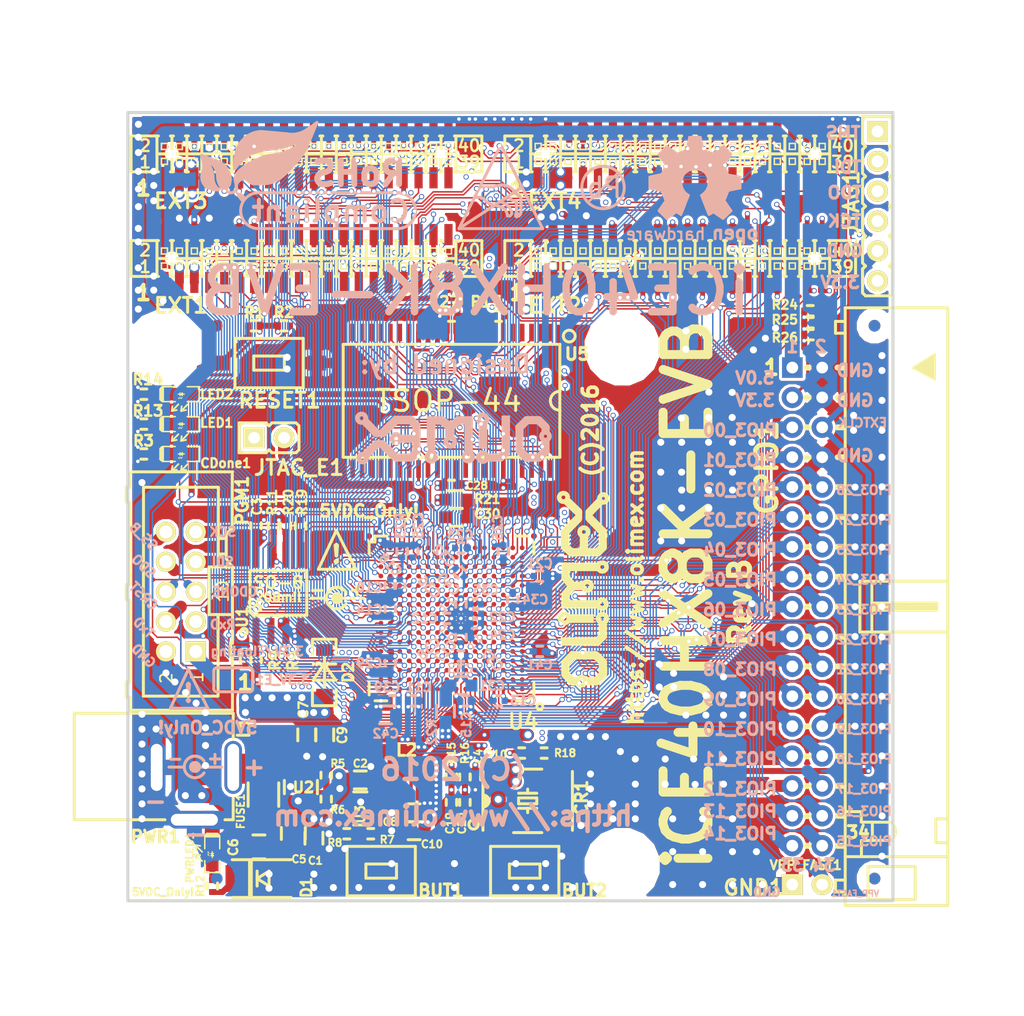
<source format=kicad_pcb>
(kicad_pcb (version 20160815) (host pcbnew 201610010949+7276~55~ubuntu14.04.1-)
  (layers (0 F.Cu signal) (1 "In1(GND).Cu" signal) (2 "In2(PWR).Cu" signal) (31 B.Cu signal) (34 B.Paste user hide) (35 F.Paste user hide) (36 B.SilkS user hide) (37 F.SilkS user hide) (38 B.Mask user hide) (39 F.Mask user hide) (44 Edge.Cuts user))
  (net 0 "")
  (net 1 GND)
  (net 2 +5V)
  (net 3 +3V3)
  (net 4 +1V2)
  (net 5 /iCE40-CDONE)
  (net 6 "Net-(CDone1-Pad1)")
  (net 7 "Net-(CR1-Pad3)")
  (net 8 "Net-(D2-Pad1)")
  (net 9 "Net-(L1-Pad2)")
  (net 10 "Net-(L2-Pad2)")
  (net 11 "Net-(LED1-Pad1)")
  (net 12 "Net-(LED2-Pad1)")
  (net 13 /iCE40-CRESET)
  (net 14 /iCE40-SDO)
  (net 15 /iCE40-SDI)
  (net 16 /iCE40-SCK)
  (net 17 /iCE40-SS_B)
  (net 18 "Net-(PWRLED1-Pad2)")
  (net 19 "Net-(R4-Pad1)")
  (net 20 "Net-(R5-Pad1)")
  (net 21 "Net-(R7-Pad1)")
  (net 22 /SYSCLK)
  (net 23 "Net-(R11-Pad2)")
  (net 24 /SRAM_#CS)
  (net 25 /SD15)
  (net 26 /SD14)
  (net 27 /SD13)
  (net 28 /SD12)
  (net 29 /SD11)
  (net 30 /SD10)
  (net 31 /SD9)
  (net 32 /SD8)
  (net 33 /SD7)
  (net 34 /SD6)
  (net 35 /SD5)
  (net 36 /SD4)
  (net 37 /SD3)
  (net 38 /SD2)
  (net 39 /SD1)
  (net 40 /SD0)
  (net 41 /SRAM_#WE)
  (net 42 /SRAM_#OE)
  (net 43 /SA0)
  (net 44 /SA1)
  (net 45 /SA2)
  (net 46 /SA3)
  (net 47 /SA4)
  (net 48 /SA5)
  (net 49 /SA6)
  (net 50 /SA7)
  (net 51 /SA8)
  (net 52 /SA9)
  (net 53 /SA10)
  (net 54 /SA11)
  (net 55 /SA12)
  (net 56 /SA13)
  (net 57 /SA14)
  (net 58 /SA15)
  (net 59 /SA16)
  (net 60 /SA17)
  (net 61 /EXTCLK)
  (net 62 "Net-(3.3V_E1-Pad1)")
  (net 63 /PIO2_44/BUT1)
  (net 64 /PIO2_45/BUT2)
  (net 65 "Net-(C30-Pad1)")
  (net 66 "Net-(C30-Pad2)")
  (net 67 "Net-(C31-Pad1)")
  (net 68 "Net-(C31-Pad2)")
  (net 69 /PIO0_17)
  (net 70 /PIO0_16)
  (net 71 /PIO0_18)
  (net 72 /PIO0_15)
  (net 73 /PIO0_19)
  (net 74 /PIO0_14)
  (net 75 /PIO0_20)
  (net 76 /PIO0_13)
  (net 77 /PIO0_21)
  (net 78 /PIO0_12)
  (net 79 /PIO0_22)
  (net 80 /PIO0_11)
  (net 81 /PIO0_23)
  (net 82 /PIO0_10)
  (net 83 /PIO0_24)
  (net 84 /PIO0_09)
  (net 85 /PIO0_25)
  (net 86 /PIO0_08)
  (net 87 /PIO0_26)
  (net 88 /PIO0_07)
  (net 89 /PIO0_00)
  (net 90 /PIO0_01)
  (net 91 /PIO0_32)
  (net 92 /PIO0_02)
  (net 93 /PIO0_31)
  (net 94 /PIO0_03)
  (net 95 /PIO0_30)
  (net 96 /PIO0_04)
  (net 97 /PIO0_29)
  (net 98 /PIO0_05)
  (net 99 /PIO0_28)
  (net 100 /PIO0_06)
  (net 101 /PIO0_27)
  (net 102 /PIO0_50)
  (net 103 /PIO0_49)
  (net 104 /PIO0_51)
  (net 105 /PIO0_48)
  (net 106 /PIO1_00)
  (net 107 /PIO0_47)
  (net 108 /PIO1_01)
  (net 109 /PIO0_46)
  (net 110 /PIO1_02)
  (net 111 /PIO0_45)
  (net 112 /PIO1_03)
  (net 113 /PIO0_44)
  (net 114 /PIO1_04)
  (net 115 /PIO0_43)
  (net 116 /PIO1_05)
  (net 117 /PIO0_42)
  (net 118 /PIO1_06)
  (net 119 /PIO0_41)
  (net 120 /PIO1_07)
  (net 121 /PIO0_40)
  (net 122 /PIO0_33)
  (net 123 /PIO0_34)
  (net 124 /PIO1_13)
  (net 125 /PIO0_35)
  (net 126 /PIO1_12)
  (net 127 /PIO0_36)
  (net 128 /PIO1_11)
  (net 129 /PIO0_37)
  (net 130 /PIO1_10)
  (net 131 /PIO0_38)
  (net 132 /PIO1_09)
  (net 133 /PIO0_39)
  (net 134 /PIO1_08)
  (net 135 /PIO1_31)
  (net 136 /PIO1_30)
  (net 137 /PIO1_32)
  (net 138 /PIO1_29)
  (net 139 /PIO1_33)
  (net 140 /PIO1_28)
  (net 141 /PIO1_34)
  (net 142 /PIO1_27)
  (net 143 /PIO1_35)
  (net 144 /PIO1_26)
  (net 145 /PIO1_36)
  (net 146 /PIO1_25)
  (net 147 /PIO1_37)
  (net 148 /PIO1_24)
  (net 149 /PIO1_38)
  (net 150 /PIO1_23)
  (net 151 /PIO1_39)
  (net 152 /PIO1_22)
  (net 153 /PIO1_40)
  (net 154 /PIO1_21)
  (net 155 /PIO1_14)
  (net 156 /PIO1_15)
  (net 157 /PIO1_46)
  (net 158 /PIO1_16)
  (net 159 /PIO1_45)
  (net 160 /PIO1_17)
  (net 161 /PIO1_44)
  (net 162 /PIO1_18)
  (net 163 /PIO1_43)
  (net 164 /PIO1_19)
  (net 165 /PIO1_42)
  (net 166 /PIO1_20)
  (net 167 /PIO1_41)
  (net 168 /PIO3_36)
  (net 169 /PIO3_35)
  (net 170 /PIO3_37)
  (net 171 /PIO3_34)
  (net 172 /PIO3_38)
  (net 173 /PIO3_33)
  (net 174 /PIO3_39)
  (net 175 /PIO3_32)
  (net 176 /PIO3_40)
  (net 177 /PIO3_31)
  (net 178 /PIO3_41)
  (net 179 /PIO3_30)
  (net 180 /PIO3_42)
  (net 181 /PIO3_29)
  (net 182 /PIO3_43)
  (net 183 /PIO2_43/LED2)
  (net 184 /PIO3_44)
  (net 185 /PIO2_42/LED1)
  (net 186 /PIO3_45)
  (net 187 /PIO2_39)
  (net 188 /PIO1_47)
  (net 189 /PIO1_48)
  (net 190 /PIO3_51)
  (net 191 /PIO1_49)
  (net 192 /PIO3_50)
  (net 193 /PIO1_50)
  (net 194 /PIO3_49)
  (net 195 /PIO1_51)
  (net 196 /PIO3_48)
  (net 197 /PIO2_37)
  (net 198 /PIO3_47)
  (net 199 /PIO2_38)
  (net 200 /PIO3_46)
  (net 201 /PIO3_00/IOL_1A)
  (net 202 /PIO3_01/IOL_1B)
  (net 203 /PIO3_02/IOL_2A)
  (net 204 /PIO3_28/IOL_15A)
  (net 205 /PIO3_27/IOL_14B)
  (net 206 /PIO3_03/IOL_2B)
  (net 207 /PIO3_25/IOL_13B)
  (net 208 /PIO3_04/IOL_3A)
  (net 209 /PIO3_24/IOL_13A)
  (net 210 /PIO3_05/IOL_3B)
  (net 211 /PIO3_23/IOL_12B)
  (net 212 /PIO3_06/IOL_4A)
  (net 213 /PIO3_22/IOL_12A)
  (net 214 /PIO3_07/IOL_4B)
  (net 215 /PIO3_19/IOL_10B)
  (net 216 /PIO3_10/IOL_6A)
  (net 217 /PIO3_15/IOL_8B)
  (net 218 /PIO3_13/IOL_7B)
  (net 219 /PIO3_16/IOL_9A)
  (net 220 /PIO3_14/IOL_8A)
  (net 221 /PIO3_12/IOL_7A)
  (net 222 /PIO3_18/IOL_10A)
  (net 223 /PIO3_17/IOL_9B)
  (net 224 /PIO3_11/IOL_6B)
  (net 225 /PIO3_21/IOL_11B)
  (net 226 /PIO3_20/IOL_11A)
  (net 227 /PIO3_09/IOL_5B)
  (net 228 /PIO3_08/IOL_5A)
  (net 229 /TRST_B)
  (net 230 /PIO2_40/RxD)
  (net 231 /PIO2_41/TxD)
  (net 232 "Net-(U4-PadD12)")
  (module OLIMEX_Other-FP:TEST_PAD40x70_SQUARE (layer F.Cu) (at 171.45 118.618)
    (fp_text reference GND1 (at -3.302 0.254) (layer F.SilkS) (effects (font (size 1.27 1.27) (thickness 0.254))))
    (fp_text value TESTPAD hide)
    (pad 1 thru_hole rect (at 0 0) (size 1.778 1.778) (drill 1) (layers *.Cu *.Mask F.SilkS) (net 1 GND))
  )
  (module OLIMEX_LOGOs-FP:LOGO_ROHS_1 (layer B.Cu) (at 138.43 62.23 180)
    (fp_text reference Ref** hide)
    (fp_text value Val** hide)
    (fp_text user Compliant (at 6.20014 0.8382 180) (layer B.SilkS) (effects (font (size 1.778 1.778) (thickness 0.35)) (justify mirror)))
    (fp_text user RoHS (at 3.81508 4.04368 180) (layer B.SilkS) (effects (font (size 2 2) (thickness 0.5)) (justify mirror)))
  )
  (module OLIMEX_LOGOs-FP:LOGO_OPENHARDWARE_8x8 (layer B.Cu) (at 163.195 59.055 180)
    (fp_text reference "" hide)
    (fp_text value "" hide)
    (fp_text user open (at -3.40106 -4.17576 180) (layer B.SilkS) (effects (font (size 1.1 1.1) (thickness 0.254)) (justify mirror)))
    (fp_text user hardware (at 2.51206 -4.2672 180) (layer B.SilkS) (effects (font (thickness 0.18)) (justify mirror)))
  )
  (module OLIMEX_LOGOs-FP:OLIMEX_LOGO_TB (layer F.Cu) (at 153.67 93.345 90)
    (fp_text reference "" hide)
    (fp_text value "" hide)
  )
  (module OLIMEX_RLC-FP:CD32 (layer F.Cu) (at 139.065 109.728)
    (fp_text reference L2 (at -0.381 -2.54 180) (layer F.SilkS) (effects (font (thickness 0.25))))
    (fp_text value 2.2uH/1.5A/DCR<0.1R/CD32)
    (pad 1 smd rect (at 1.2 0 180) (size 1.6 3.5) (layers F.Cu F.Paste F.Mask) (net 4 +1V2) (clearance 0.0508))
    (pad 2 smd rect (at -1.2 0 180) (size 1.6 3.5) (layers F.Cu F.Paste F.Mask) (net 10 "Net-(L2-Pad2)") (clearance 0.0508))
  )
  (module OLIMEX_RLC-FP:CD32 (layer F.Cu) (at 127.282 105.26 90)
    (fp_text reference L1 (at -0.023 -2.441 270) (layer F.SilkS) (effects (font (thickness 0.25))))
    (fp_text value 2.2uH/1.5A/DCR<0.1R/CD32)
    (pad 2 smd rect (at -1.2 0 270) (size 1.6 3.5) (layers F.Cu F.Paste F.Mask) (net 9 "Net-(L1-Pad2)") (clearance 0.0508))
    (pad 1 smd rect (at 1.2 0 270) (size 1.6 3.5) (layers F.Cu F.Paste F.Mask) (net 3 +3V3) (clearance 0.0508))
  )
  (module "OLIMEX_Buttons-FP:T1107A(6x3,8x2,5MM)" (layer F.Cu) (at 127 74.295)
    (fp_text reference RESET1 (at 0.889 3.175) (layer F.SilkS) (effects (font (size 1.27 1.27) (thickness 0.254))))
    (fp_text value "T1107A(6x3,8x2,5MM)")
    (pad 1 smd rect (at -4.064 0 90) (size 1.27 1.524) (layers F.Cu F.Paste F.Mask) (net 13 /iCE40-CRESET) (clearance 0.0508))
    (pad 2 smd rect (at 4.064 0 90) (size 1.27 1.524) (layers F.Cu F.Paste F.Mask) (net 1 GND) (clearance 0.0508))
  )
  (module "OLIMEX_Connectors-FP:GPH127SMT-02X20(PA-V16X-2X20-LF)" (layer F.Cu) (at 161.925 65.405)
    (fp_text reference EXT2 (at -10.668 4.0005) (layer F.SilkS) (effects (font (size 1.27 1.27) (thickness 0.254))))
    (fp_text value PA-V16X-2X20-LF)
    (fp_text user 40 (at 13.8 -0.7) (layer F.SilkS) (effects (font (thickness 0.2))))
    (fp_text user 39 (at 13.8 0.7) (layer F.SilkS) (effects (font (thickness 0.2))))
    (fp_text user 1 (at -13.7 0.7) (layer F.SilkS) (effects (font (thickness 0.2))))
    (fp_text user 2 (at -13.7 -0.7) (layer F.SilkS) (effects (font (thickness 0.2))))
    (pad "" np_thru_hole circle (at 11.43 0 90) (size 0.7 0.7) (drill 0.7) (layers *.Cu *.Mask))
    (pad 40 smd rect (at 12.065 -2.032 90) (size 1.8 0.7) (layers F.Cu F.Paste F.Mask) (net 102 /PIO0_50))
    (pad 39 smd rect (at 12.065 2.032 90) (size 1.8 0.7) (layers F.Cu F.Paste F.Mask) (net 103 /PIO0_49))
    (pad 38 smd rect (at 10.795 -2.032 90) (size 1.8 0.7) (layers F.Cu F.Paste F.Mask) (net 104 /PIO0_51))
    (pad 37 smd rect (at 10.795 2.032 90) (size 1.8 0.7) (layers F.Cu F.Paste F.Mask) (net 105 /PIO0_48))
    (pad 36 smd rect (at 9.525 -2.032 90) (size 1.8 0.7) (layers F.Cu F.Paste F.Mask) (net 106 /PIO1_00))
    (pad 35 smd rect (at 9.525 2.032 90) (size 1.8 0.7) (layers F.Cu F.Paste F.Mask) (net 107 /PIO0_47))
    (pad 34 smd rect (at 8.255 -2.032 90) (size 1.8 0.7) (layers F.Cu F.Paste F.Mask) (net 108 /PIO1_01))
    (pad 33 smd rect (at 8.255 2.032 90) (size 1.8 0.7) (layers F.Cu F.Paste F.Mask) (net 109 /PIO0_46))
    (pad 32 smd rect (at 6.985 -2.032 270) (size 1.8 0.7) (layers F.Cu F.Paste F.Mask) (net 110 /PIO1_02))
    (pad 31 smd rect (at 6.985 2.032 270) (size 1.8 0.7) (layers F.Cu F.Paste F.Mask) (net 111 /PIO0_45))
    (pad 30 smd rect (at 5.715 -2.032 270) (size 1.8 0.7) (layers F.Cu F.Paste F.Mask) (net 112 /PIO1_03))
    (pad 29 smd rect (at 5.715 2.032 270) (size 1.8 0.7) (layers F.Cu F.Paste F.Mask) (net 113 /PIO0_44))
    (pad 28 smd rect (at 4.445 -2.032 270) (size 1.8 0.7) (layers F.Cu F.Paste F.Mask) (net 114 /PIO1_04))
    (pad 27 smd rect (at 4.445 2.032 270) (size 1.8 0.7) (layers F.Cu F.Paste F.Mask) (net 115 /PIO0_43))
    (pad 26 smd rect (at 3.175 -2.032 270) (size 1.8 0.7) (layers F.Cu F.Paste F.Mask) (net 116 /PIO1_05))
    (pad 25 smd rect (at 3.175 2.032 270) (size 1.8 0.7) (layers F.Cu F.Paste F.Mask) (net 117 /PIO0_42))
    (pad 24 smd rect (at 1.905 -2.032 270) (size 1.8 0.7) (layers F.Cu F.Paste F.Mask) (net 118 /PIO1_06))
    (pad 23 smd rect (at 1.905 2.032 270) (size 1.8 0.7) (layers F.Cu F.Paste F.Mask) (net 119 /PIO0_41))
    (pad 22 smd rect (at 0.635 -2.032 270) (size 1.8 0.7) (layers F.Cu F.Paste F.Mask) (net 120 /PIO1_07))
    (pad 21 smd rect (at 0.635 2.032 270) (size 1.8 0.7) (layers F.Cu F.Paste F.Mask) (net 121 /PIO0_40))
    (pad 1 smd rect (at -12.065 2.032 270) (size 1.8 0.7) (layers F.Cu F.Paste F.Mask) (net 2 +5V))
    (pad 2 smd rect (at -12.065 -2.032 270) (size 1.8 0.7) (layers F.Cu F.Paste F.Mask) (net 1 GND))
    (pad 3 smd rect (at -10.795 2.032 270) (size 1.8 0.7) (layers F.Cu F.Paste F.Mask) (net 3 +3V3))
    (pad 4 smd rect (at -10.795 -2.032 270) (size 1.8 0.7) (layers F.Cu F.Paste F.Mask) (net 1 GND))
    (pad 5 smd rect (at -9.525 2.032 270) (size 1.8 0.7) (layers F.Cu F.Paste F.Mask) (net 3 +3V3))
    (pad 6 smd rect (at -9.525 -2.032 270) (size 1.8 0.7) (layers F.Cu F.Paste F.Mask) (net 61 /EXTCLK))
    (pad 7 smd rect (at -8.255 2.032 270) (size 1.8 0.7) (layers F.Cu F.Paste F.Mask) (net 122 /PIO0_33))
    (pad 8 smd rect (at -8.255 -2.032 270) (size 1.8 0.7) (layers F.Cu F.Paste F.Mask) (net 1 GND))
    (pad 9 smd rect (at -6.985 2.032 270) (size 1.8 0.7) (layers F.Cu F.Paste F.Mask) (net 123 /PIO0_34))
    (pad 10 smd rect (at -6.985 -2.032 270) (size 1.8 0.7) (layers F.Cu F.Paste F.Mask) (net 124 /PIO1_13))
    (pad 11 smd rect (at -5.715 2.032 270) (size 1.8 0.7) (layers F.Cu F.Paste F.Mask) (net 125 /PIO0_35))
    (pad 12 smd rect (at -5.715 -2.032 270) (size 1.8 0.7) (layers F.Cu F.Paste F.Mask) (net 126 /PIO1_12))
    (pad 13 smd rect (at -4.445 2.032 90) (size 1.8 0.7) (layers F.Cu F.Paste F.Mask) (net 127 /PIO0_36))
    (pad 14 smd rect (at -4.445 -2.032 90) (size 1.8 0.7) (layers F.Cu F.Paste F.Mask) (net 128 /PIO1_11))
    (pad 15 smd rect (at -3.175 2.032 90) (size 1.8 0.7) (layers F.Cu F.Paste F.Mask) (net 129 /PIO0_37))
    (pad 16 smd rect (at -3.175 -2.032 90) (size 1.8 0.7) (layers F.Cu F.Paste F.Mask) (net 130 /PIO1_10))
    (pad 17 smd rect (at -1.905 2.032 90) (size 1.8 0.7) (layers F.Cu F.Paste F.Mask) (net 131 /PIO0_38))
    (pad 18 smd rect (at -1.905 -2.032 90) (size 1.8 0.7) (layers F.Cu F.Paste F.Mask) (net 132 /PIO1_09))
    (pad 19 smd rect (at -0.635 2.032 90) (size 1.8 0.7) (layers F.Cu F.Paste F.Mask) (net 133 /PIO0_39))
    (pad 20 smd rect (at -0.635 -2.032 90) (size 1.8 0.7) (layers F.Cu F.Paste F.Mask) (net 134 /PIO1_08))
    (pad "" np_thru_hole circle (at -11.43 0 90) (size 0.7 0.7) (drill 0.7) (layers *.Cu *.Mask))
  )
  (module "OLIMEX_Connectors-FP:GPH127SMT-02X20(PA-V16X-2X20-LF)" (layer F.Cu) (at 130.175 65.405)
    (fp_text reference EXT1 (at -10.668 4.0005) (layer F.SilkS) (effects (font (size 1.27 1.27) (thickness 0.254))))
    (fp_text value PA-V16X-2X20-LF)
    (fp_text user 40 (at 13.8 -0.7) (layer F.SilkS) (effects (font (thickness 0.2))))
    (fp_text user 39 (at 13.8 0.7) (layer F.SilkS) (effects (font (thickness 0.2))))
    (fp_text user 1 (at -13.7 0.7) (layer F.SilkS) (effects (font (thickness 0.2))))
    (fp_text user 2 (at -13.7 -0.7) (layer F.SilkS) (effects (font (thickness 0.2))))
    (pad "" np_thru_hole circle (at 11.43 0 90) (size 0.7 0.7) (drill 0.7) (layers *.Cu *.Mask))
    (pad 40 smd rect (at 12.065 -2.032 90) (size 1.8 0.7) (layers F.Cu F.Paste F.Mask) (net 69 /PIO0_17))
    (pad 39 smd rect (at 12.065 2.032 90) (size 1.8 0.7) (layers F.Cu F.Paste F.Mask) (net 70 /PIO0_16))
    (pad 38 smd rect (at 10.795 -2.032 90) (size 1.8 0.7) (layers F.Cu F.Paste F.Mask) (net 71 /PIO0_18))
    (pad 37 smd rect (at 10.795 2.032 90) (size 1.8 0.7) (layers F.Cu F.Paste F.Mask) (net 72 /PIO0_15))
    (pad 36 smd rect (at 9.525 -2.032 90) (size 1.8 0.7) (layers F.Cu F.Paste F.Mask) (net 73 /PIO0_19))
    (pad 35 smd rect (at 9.525 2.032 90) (size 1.8 0.7) (layers F.Cu F.Paste F.Mask) (net 74 /PIO0_14))
    (pad 34 smd rect (at 8.255 -2.032 90) (size 1.8 0.7) (layers F.Cu F.Paste F.Mask) (net 75 /PIO0_20))
    (pad 33 smd rect (at 8.255 2.032 90) (size 1.8 0.7) (layers F.Cu F.Paste F.Mask) (net 76 /PIO0_13))
    (pad 32 smd rect (at 6.985 -2.032 270) (size 1.8 0.7) (layers F.Cu F.Paste F.Mask) (net 77 /PIO0_21))
    (pad 31 smd rect (at 6.985 2.032 270) (size 1.8 0.7) (layers F.Cu F.Paste F.Mask) (net 78 /PIO0_12))
    (pad 30 smd rect (at 5.715 -2.032 270) (size 1.8 0.7) (layers F.Cu F.Paste F.Mask) (net 79 /PIO0_22))
    (pad 29 smd rect (at 5.715 2.032 270) (size 1.8 0.7) (layers F.Cu F.Paste F.Mask) (net 80 /PIO0_11))
    (pad 28 smd rect (at 4.445 -2.032 270) (size 1.8 0.7) (layers F.Cu F.Paste F.Mask) (net 81 /PIO0_23))
    (pad 27 smd rect (at 4.445 2.032 270) (size 1.8 0.7) (layers F.Cu F.Paste F.Mask) (net 82 /PIO0_10))
    (pad 26 smd rect (at 3.175 -2.032 270) (size 1.8 0.7) (layers F.Cu F.Paste F.Mask) (net 83 /PIO0_24))
    (pad 25 smd rect (at 3.175 2.032 270) (size 1.8 0.7) (layers F.Cu F.Paste F.Mask) (net 84 /PIO0_09))
    (pad 24 smd rect (at 1.905 -2.032 270) (size 1.8 0.7) (layers F.Cu F.Paste F.Mask) (net 85 /PIO0_25))
    (pad 23 smd rect (at 1.905 2.032 270) (size 1.8 0.7) (layers F.Cu F.Paste F.Mask) (net 86 /PIO0_08))
    (pad 22 smd rect (at 0.635 -2.032 270) (size 1.8 0.7) (layers F.Cu F.Paste F.Mask) (net 87 /PIO0_26))
    (pad 21 smd rect (at 0.635 2.032 270) (size 1.8 0.7) (layers F.Cu F.Paste F.Mask) (net 88 /PIO0_07))
    (pad 1 smd rect (at -12.065 2.032 270) (size 1.8 0.7) (layers F.Cu F.Paste F.Mask) (net 2 +5V))
    (pad 2 smd rect (at -12.065 -2.032 270) (size 1.8 0.7) (layers F.Cu F.Paste F.Mask) (net 1 GND))
    (pad 3 smd rect (at -10.795 2.032 270) (size 1.8 0.7) (layers F.Cu F.Paste F.Mask) (net 3 +3V3))
    (pad 4 smd rect (at -10.795 -2.032 270) (size 1.8 0.7) (layers F.Cu F.Paste F.Mask) (net 1 GND))
    (pad 5 smd rect (at -9.525 2.032 270) (size 1.8 0.7) (layers F.Cu F.Paste F.Mask) (net 3 +3V3))
    (pad 6 smd rect (at -9.525 -2.032 270) (size 1.8 0.7) (layers F.Cu F.Paste F.Mask) (net 61 /EXTCLK))
    (pad 7 smd rect (at -8.255 2.032 270) (size 1.8 0.7) (layers F.Cu F.Paste F.Mask) (net 89 /PIO0_00))
    (pad 8 smd rect (at -8.255 -2.032 270) (size 1.8 0.7) (layers F.Cu F.Paste F.Mask) (net 1 GND))
    (pad 9 smd rect (at -6.985 2.032 270) (size 1.8 0.7) (layers F.Cu F.Paste F.Mask) (net 90 /PIO0_01))
    (pad 10 smd rect (at -6.985 -2.032 270) (size 1.8 0.7) (layers F.Cu F.Paste F.Mask) (net 91 /PIO0_32))
    (pad 11 smd rect (at -5.715 2.032 270) (size 1.8 0.7) (layers F.Cu F.Paste F.Mask) (net 92 /PIO0_02))
    (pad 12 smd rect (at -5.715 -2.032 270) (size 1.8 0.7) (layers F.Cu F.Paste F.Mask) (net 93 /PIO0_31))
    (pad 13 smd rect (at -4.445 2.032 90) (size 1.8 0.7) (layers F.Cu F.Paste F.Mask) (net 94 /PIO0_03))
    (pad 14 smd rect (at -4.445 -2.032 90) (size 1.8 0.7) (layers F.Cu F.Paste F.Mask) (net 95 /PIO0_30))
    (pad 15 smd rect (at -3.175 2.032 90) (size 1.8 0.7) (layers F.Cu F.Paste F.Mask) (net 96 /PIO0_04))
    (pad 16 smd rect (at -3.175 -2.032 90) (size 1.8 0.7) (layers F.Cu F.Paste F.Mask) (net 97 /PIO0_29))
    (pad 17 smd rect (at -1.905 2.032 90) (size 1.8 0.7) (layers F.Cu F.Paste F.Mask) (net 98 /PIO0_05))
    (pad 18 smd rect (at -1.905 -2.032 90) (size 1.8 0.7) (layers F.Cu F.Paste F.Mask) (net 99 /PIO0_28))
    (pad 19 smd rect (at -0.635 2.032 90) (size 1.8 0.7) (layers F.Cu F.Paste F.Mask) (net 100 /PIO0_06))
    (pad 20 smd rect (at -0.635 -2.032 90) (size 1.8 0.7) (layers F.Cu F.Paste F.Mask) (net 101 /PIO0_27))
    (pad "" np_thru_hole circle (at -11.43 0 90) (size 0.7 0.7) (drill 0.7) (layers *.Cu *.Mask))
  )
  (module "OLIMEX_Connectors-FP:GPH127SMT-02X20(PA-V16X-2X20-LF)" (layer F.Cu) (at 161.925 56.515)
    (fp_text reference EXT4 (at -10.668 4.0005) (layer F.SilkS) (effects (font (size 1.27 1.27) (thickness 0.254))))
    (fp_text value PA-V16X-2X20-LF)
    (fp_text user 40 (at 13.8 -0.7) (layer F.SilkS) (effects (font (thickness 0.2))))
    (fp_text user 39 (at 13.8 0.7) (layer F.SilkS) (effects (font (thickness 0.2))))
    (fp_text user 1 (at -13.7 0.7) (layer F.SilkS) (effects (font (thickness 0.2))))
    (fp_text user 2 (at -13.7 -0.7) (layer F.SilkS) (effects (font (thickness 0.2))))
    (pad "" np_thru_hole circle (at 11.43 0 90) (size 0.7 0.7) (drill 0.7) (layers *.Cu *.Mask))
    (pad 40 smd rect (at 12.065 -2.032 90) (size 1.8 0.7) (layers F.Cu F.Paste F.Mask) (net 168 /PIO3_36))
    (pad 39 smd rect (at 12.065 2.032 90) (size 1.8 0.7) (layers F.Cu F.Paste F.Mask) (net 169 /PIO3_35))
    (pad 38 smd rect (at 10.795 -2.032 90) (size 1.8 0.7) (layers F.Cu F.Paste F.Mask) (net 170 /PIO3_37))
    (pad 37 smd rect (at 10.795 2.032 90) (size 1.8 0.7) (layers F.Cu F.Paste F.Mask) (net 171 /PIO3_34))
    (pad 36 smd rect (at 9.525 -2.032 90) (size 1.8 0.7) (layers F.Cu F.Paste F.Mask) (net 172 /PIO3_38))
    (pad 35 smd rect (at 9.525 2.032 90) (size 1.8 0.7) (layers F.Cu F.Paste F.Mask) (net 173 /PIO3_33))
    (pad 34 smd rect (at 8.255 -2.032 90) (size 1.8 0.7) (layers F.Cu F.Paste F.Mask) (net 174 /PIO3_39))
    (pad 33 smd rect (at 8.255 2.032 90) (size 1.8 0.7) (layers F.Cu F.Paste F.Mask) (net 175 /PIO3_32))
    (pad 32 smd rect (at 6.985 -2.032 270) (size 1.8 0.7) (layers F.Cu F.Paste F.Mask) (net 176 /PIO3_40))
    (pad 31 smd rect (at 6.985 2.032 270) (size 1.8 0.7) (layers F.Cu F.Paste F.Mask) (net 177 /PIO3_31))
    (pad 30 smd rect (at 5.715 -2.032 270) (size 1.8 0.7) (layers F.Cu F.Paste F.Mask) (net 178 /PIO3_41))
    (pad 29 smd rect (at 5.715 2.032 270) (size 1.8 0.7) (layers F.Cu F.Paste F.Mask) (net 179 /PIO3_30))
    (pad 28 smd rect (at 4.445 -2.032 270) (size 1.8 0.7) (layers F.Cu F.Paste F.Mask) (net 180 /PIO3_42))
    (pad 27 smd rect (at 4.445 2.032 270) (size 1.8 0.7) (layers F.Cu F.Paste F.Mask) (net 181 /PIO3_29))
    (pad 26 smd rect (at 3.175 -2.032 270) (size 1.8 0.7) (layers F.Cu F.Paste F.Mask) (net 182 /PIO3_43))
    (pad 25 smd rect (at 3.175 2.032 270) (size 1.8 0.7) (layers F.Cu F.Paste F.Mask) (net 183 /PIO2_43/LED2))
    (pad 24 smd rect (at 1.905 -2.032 270) (size 1.8 0.7) (layers F.Cu F.Paste F.Mask) (net 184 /PIO3_44))
    (pad 23 smd rect (at 1.905 2.032 270) (size 1.8 0.7) (layers F.Cu F.Paste F.Mask) (net 185 /PIO2_42/LED1))
    (pad 22 smd rect (at 0.635 -2.032 270) (size 1.8 0.7) (layers F.Cu F.Paste F.Mask) (net 186 /PIO3_45))
    (pad 21 smd rect (at 0.635 2.032 270) (size 1.8 0.7) (layers F.Cu F.Paste F.Mask) (net 187 /PIO2_39))
    (pad 1 smd rect (at -12.065 2.032 270) (size 1.8 0.7) (layers F.Cu F.Paste F.Mask) (net 2 +5V))
    (pad 2 smd rect (at -12.065 -2.032 270) (size 1.8 0.7) (layers F.Cu F.Paste F.Mask) (net 1 GND))
    (pad 3 smd rect (at -10.795 2.032 270) (size 1.8 0.7) (layers F.Cu F.Paste F.Mask) (net 3 +3V3))
    (pad 4 smd rect (at -10.795 -2.032 270) (size 1.8 0.7) (layers F.Cu F.Paste F.Mask) (net 1 GND))
    (pad 5 smd rect (at -9.525 2.032 270) (size 1.8 0.7) (layers F.Cu F.Paste F.Mask) (net 3 +3V3))
    (pad 6 smd rect (at -9.525 -2.032 270) (size 1.8 0.7) (layers F.Cu F.Paste F.Mask) (net 61 /EXTCLK))
    (pad 7 smd rect (at -8.255 2.032 270) (size 1.8 0.7) (layers F.Cu F.Paste F.Mask) (net 188 /PIO1_47))
    (pad 8 smd rect (at -8.255 -2.032 270) (size 1.8 0.7) (layers F.Cu F.Paste F.Mask) (net 1 GND))
    (pad 9 smd rect (at -6.985 2.032 270) (size 1.8 0.7) (layers F.Cu F.Paste F.Mask) (net 189 /PIO1_48))
    (pad 10 smd rect (at -6.985 -2.032 270) (size 1.8 0.7) (layers F.Cu F.Paste F.Mask) (net 190 /PIO3_51))
    (pad 11 smd rect (at -5.715 2.032 270) (size 1.8 0.7) (layers F.Cu F.Paste F.Mask) (net 191 /PIO1_49))
    (pad 12 smd rect (at -5.715 -2.032 270) (size 1.8 0.7) (layers F.Cu F.Paste F.Mask) (net 192 /PIO3_50))
    (pad 13 smd rect (at -4.445 2.032 90) (size 1.8 0.7) (layers F.Cu F.Paste F.Mask) (net 193 /PIO1_50))
    (pad 14 smd rect (at -4.445 -2.032 90) (size 1.8 0.7) (layers F.Cu F.Paste F.Mask) (net 194 /PIO3_49))
    (pad 15 smd rect (at -3.175 2.032 90) (size 1.8 0.7) (layers F.Cu F.Paste F.Mask) (net 195 /PIO1_51))
    (pad 16 smd rect (at -3.175 -2.032 90) (size 1.8 0.7) (layers F.Cu F.Paste F.Mask) (net 196 /PIO3_48))
    (pad 17 smd rect (at -1.905 2.032 90) (size 1.8 0.7) (layers F.Cu F.Paste F.Mask) (net 197 /PIO2_37))
    (pad 18 smd rect (at -1.905 -2.032 90) (size 1.8 0.7) (layers F.Cu F.Paste F.Mask) (net 198 /PIO3_47))
    (pad 19 smd rect (at -0.635 2.032 90) (size 1.8 0.7) (layers F.Cu F.Paste F.Mask) (net 199 /PIO2_38))
    (pad 20 smd rect (at -0.635 -2.032 90) (size 1.8 0.7) (layers F.Cu F.Paste F.Mask) (net 200 /PIO3_46))
    (pad "" np_thru_hole circle (at -11.43 0 90) (size 0.7 0.7) (drill 0.7) (layers *.Cu *.Mask))
  )
  (module "OLIMEX_Connectors-FP:GPH127SMT-02X20(PA-V16X-2X20-LF)" (layer F.Cu) (at 130.175 56.515)
    (fp_text reference EXT3 (at -10.668 4.0005) (layer F.SilkS) (effects (font (size 1.27 1.27) (thickness 0.254))))
    (fp_text value PA-V16X-2X20-LF)
    (fp_text user 40 (at 13.8 -0.7) (layer F.SilkS) (effects (font (thickness 0.2))))
    (fp_text user 39 (at 13.8 0.7) (layer F.SilkS) (effects (font (thickness 0.2))))
    (fp_text user 1 (at -13.7 0.7) (layer F.SilkS) (effects (font (thickness 0.2))))
    (fp_text user 2 (at -13.7 -0.7) (layer F.SilkS) (effects (font (thickness 0.2))))
    (pad "" np_thru_hole circle (at 11.43 0 90) (size 0.7 0.7) (drill 0.7) (layers *.Cu *.Mask))
    (pad 40 smd rect (at 12.065 -2.032 90) (size 1.8 0.7) (layers F.Cu F.Paste F.Mask) (net 135 /PIO1_31))
    (pad 39 smd rect (at 12.065 2.032 90) (size 1.8 0.7) (layers F.Cu F.Paste F.Mask) (net 136 /PIO1_30))
    (pad 38 smd rect (at 10.795 -2.032 90) (size 1.8 0.7) (layers F.Cu F.Paste F.Mask) (net 137 /PIO1_32))
    (pad 37 smd rect (at 10.795 2.032 90) (size 1.8 0.7) (layers F.Cu F.Paste F.Mask) (net 138 /PIO1_29))
    (pad 36 smd rect (at 9.525 -2.032 90) (size 1.8 0.7) (layers F.Cu F.Paste F.Mask) (net 139 /PIO1_33))
    (pad 35 smd rect (at 9.525 2.032 90) (size 1.8 0.7) (layers F.Cu F.Paste F.Mask) (net 140 /PIO1_28))
    (pad 34 smd rect (at 8.255 -2.032 90) (size 1.8 0.7) (layers F.Cu F.Paste F.Mask) (net 141 /PIO1_34))
    (pad 33 smd rect (at 8.255 2.032 90) (size 1.8 0.7) (layers F.Cu F.Paste F.Mask) (net 142 /PIO1_27))
    (pad 32 smd rect (at 6.985 -2.032 270) (size 1.8 0.7) (layers F.Cu F.Paste F.Mask) (net 143 /PIO1_35))
    (pad 31 smd rect (at 6.985 2.032 270) (size 1.8 0.7) (layers F.Cu F.Paste F.Mask) (net 144 /PIO1_26))
    (pad 30 smd rect (at 5.715 -2.032 270) (size 1.8 0.7) (layers F.Cu F.Paste F.Mask) (net 145 /PIO1_36))
    (pad 29 smd rect (at 5.715 2.032 270) (size 1.8 0.7) (layers F.Cu F.Paste F.Mask) (net 146 /PIO1_25))
    (pad 28 smd rect (at 4.445 -2.032 270) (size 1.8 0.7) (layers F.Cu F.Paste F.Mask) (net 147 /PIO1_37))
    (pad 27 smd rect (at 4.445 2.032 270) (size 1.8 0.7) (layers F.Cu F.Paste F.Mask) (net 148 /PIO1_24))
    (pad 26 smd rect (at 3.175 -2.032 270) (size 1.8 0.7) (layers F.Cu F.Paste F.Mask) (net 149 /PIO1_38))
    (pad 25 smd rect (at 3.175 2.032 270) (size 1.8 0.7) (layers F.Cu F.Paste F.Mask) (net 150 /PIO1_23))
    (pad 24 smd rect (at 1.905 -2.032 270) (size 1.8 0.7) (layers F.Cu F.Paste F.Mask) (net 151 /PIO1_39))
    (pad 23 smd rect (at 1.905 2.032 270) (size 1.8 0.7) (layers F.Cu F.Paste F.Mask) (net 152 /PIO1_22))
    (pad 22 smd rect (at 0.635 -2.032 270) (size 1.8 0.7) (layers F.Cu F.Paste F.Mask) (net 153 /PIO1_40))
    (pad 21 smd rect (at 0.635 2.032 270) (size 1.8 0.7) (layers F.Cu F.Paste F.Mask) (net 154 /PIO1_21))
    (pad 1 smd rect (at -12.065 2.032 270) (size 1.8 0.7) (layers F.Cu F.Paste F.Mask) (net 2 +5V))
    (pad 2 smd rect (at -12.065 -2.032 270) (size 1.8 0.7) (layers F.Cu F.Paste F.Mask) (net 1 GND))
    (pad 3 smd rect (at -10.795 2.032 270) (size 1.8 0.7) (layers F.Cu F.Paste F.Mask) (net 3 +3V3))
    (pad 4 smd rect (at -10.795 -2.032 270) (size 1.8 0.7) (layers F.Cu F.Paste F.Mask) (net 1 GND))
    (pad 5 smd rect (at -9.525 2.032 270) (size 1.8 0.7) (layers F.Cu F.Paste F.Mask) (net 3 +3V3))
    (pad 6 smd rect (at -9.525 -2.032 270) (size 1.8 0.7) (layers F.Cu F.Paste F.Mask) (net 61 /EXTCLK))
    (pad 7 smd rect (at -8.255 2.032 270) (size 1.8 0.7) (layers F.Cu F.Paste F.Mask) (net 155 /PIO1_14))
    (pad 8 smd rect (at -8.255 -2.032 270) (size 1.8 0.7) (layers F.Cu F.Paste F.Mask) (net 1 GND))
    (pad 9 smd rect (at -6.985 2.032 270) (size 1.8 0.7) (layers F.Cu F.Paste F.Mask) (net 156 /PIO1_15))
    (pad 10 smd rect (at -6.985 -2.032 270) (size 1.8 0.7) (layers F.Cu F.Paste F.Mask) (net 157 /PIO1_46))
    (pad 11 smd rect (at -5.715 2.032 270) (size 1.8 0.7) (layers F.Cu F.Paste F.Mask) (net 158 /PIO1_16))
    (pad 12 smd rect (at -5.715 -2.032 270) (size 1.8 0.7) (layers F.Cu F.Paste F.Mask) (net 159 /PIO1_45))
    (pad 13 smd rect (at -4.445 2.032 90) (size 1.8 0.7) (layers F.Cu F.Paste F.Mask) (net 160 /PIO1_17))
    (pad 14 smd rect (at -4.445 -2.032 90) (size 1.8 0.7) (layers F.Cu F.Paste F.Mask) (net 161 /PIO1_44))
    (pad 15 smd rect (at -3.175 2.032 90) (size 1.8 0.7) (layers F.Cu F.Paste F.Mask) (net 162 /PIO1_18))
    (pad 16 smd rect (at -3.175 -2.032 90) (size 1.8 0.7) (layers F.Cu F.Paste F.Mask) (net 163 /PIO1_43))
    (pad 17 smd rect (at -1.905 2.032 90) (size 1.8 0.7) (layers F.Cu F.Paste F.Mask) (net 164 /PIO1_19))
    (pad 18 smd rect (at -1.905 -2.032 90) (size 1.8 0.7) (layers F.Cu F.Paste F.Mask) (net 165 /PIO1_42))
    (pad 19 smd rect (at -0.635 2.032 90) (size 1.8 0.7) (layers F.Cu F.Paste F.Mask) (net 166 /PIO1_20))
    (pad 20 smd rect (at -0.635 -2.032 90) (size 1.8 0.7) (layers F.Cu F.Paste F.Mask) (net 167 /PIO1_41))
    (pad "" np_thru_hole circle (at -11.43 0 90) (size 0.7 0.7) (drill 0.7) (layers *.Cu *.Mask))
  )
  (module OLIMEX_Diodes-FP:DO214AA (layer F.Cu) (at 126.365 118.11)
    (fp_text reference D1 (at 3.81 0.762 270) (layer F.SilkS) (effects (font (size 0.889 0.889) (thickness 0.22225))))
    (fp_text value "SMBJ6.0A(DO-214AA)")
    (pad A smd rect (at 2.177 0) (size 1.778 2.286) (layers F.Cu F.Paste F.Mask) (net 1 GND))
    (pad C smd rect (at -2.177 0) (size 1.778 2.286) (layers F.Cu F.Paste F.Mask) (net 2 +5V))
  )
  (module OLIMEX_Other-FP:Fiducial1x3 (layer B.Cu) (at 122.555 118.11)
    (fp_text reference "" (at 0 -3) (layer B.SilkS) (effects (justify mirror)))
    (fp_text value "")
    (pad Fid1 connect circle (at 0 0) (size 1 1) (layers B.Cu B.Mask) (clearance 1.016))
  )
  (module OLIMEX_RLC-FP:C_0402_5MIL_DWS (layer B.Cu) (at 144.5 94.8)
    (fp_text reference C35 (at 0.915 -1.201 180) (layer B.SilkS) (effects (font (size 0.762 0.762) (thickness 0.1905)) (justify mirror)))
    (fp_text value 100nF/50V/20%/Y5V)
    (pad 1 smd rect (at -0.508 0 180) (size 0.5 0.55) (layers B.Cu B.Paste B.Mask) (net 1 GND))
    (pad 2 smd rect (at 0.508 0) (size 0.5 0.55) (layers B.Cu B.Paste B.Mask) (net 4 +1V2))
  )
  (module OLIMEX_RLC-FP:C_0402_5MIL_DWS (layer B.Cu) (at 142.1 96 180)
    (fp_text reference C12 (at 1.892 -0.012 180) (layer B.SilkS) (effects (font (size 0.762 0.762) (thickness 0.1905)) (justify mirror)))
    (fp_text value 100nF/50V/20%/Y5V)
    (pad 1 smd rect (at -0.508 0) (size 0.5 0.55) (layers B.Cu B.Paste B.Mask) (net 1 GND))
    (pad 2 smd rect (at 0.508 0 180) (size 0.5 0.55) (layers B.Cu B.Paste B.Mask) (net 3 +3V3))
  )
  (module OLIMEX_IC-FP:TSOP-44_Pitch-0.80mm_18.80x11.80x1.20mm (layer F.Cu) (at 142.5 77.5 180)
    (fp_text reference U5 (at -10.662 3.967 180) (layer F.SilkS) (effects (font (size 1.016 1.016) (thickness 0.254))))
    (fp_text value "K6R4016V1D-TC10(TSOP-44)")
    (fp_text user TSOP-44 (at 0.25 0 180) (layer F.SilkS) (effects (font (size 1.8 1.8) (thickness 0.25))))
    (pad 1 smd rect (at -8.4 5.8 180) (size 0.4 1.5) (layers F.Cu F.Paste F.Mask) (net 43 /SA0))
    (pad 2 smd rect (at -7.6 5.8 180) (size 0.4 1.5) (layers F.Cu F.Paste F.Mask) (net 44 /SA1))
    (pad 3 smd rect (at -6.8 5.8 180) (size 0.4 1.5) (layers F.Cu F.Paste F.Mask) (net 45 /SA2))
    (pad 4 smd rect (at -6 5.8 180) (size 0.4 1.5) (layers F.Cu F.Paste F.Mask) (net 46 /SA3))
    (pad 5 smd rect (at -5.2 5.8 180) (size 0.4 1.5) (layers F.Cu F.Paste F.Mask) (net 47 /SA4))
    (pad 6 smd rect (at -4.4 5.8 180) (size 0.4 1.5) (layers F.Cu F.Paste F.Mask) (net 24 /SRAM_#CS))
    (pad 7 smd rect (at -3.6 5.8 180) (size 0.4 1.5) (layers F.Cu F.Paste F.Mask) (net 40 /SD0))
    (pad 8 smd rect (at -2.8 5.8 180) (size 0.4 1.5) (layers F.Cu F.Paste F.Mask) (net 39 /SD1))
    (pad 9 smd rect (at -2 5.8 180) (size 0.4 1.5) (layers F.Cu F.Paste F.Mask) (net 38 /SD2))
    (pad 10 smd rect (at -1.2 5.8 180) (size 0.4 1.5) (layers F.Cu F.Paste F.Mask) (net 37 /SD3))
    (pad 11 smd rect (at -0.4 5.8 180) (size 0.4 1.5) (layers F.Cu F.Paste F.Mask) (net 3 +3V3))
    (pad 12 smd rect (at 0.4 5.8 180) (size 0.4 1.5) (layers F.Cu F.Paste F.Mask) (net 1 GND))
    (pad 13 smd rect (at 1.2 5.8 180) (size 0.4 1.5) (layers F.Cu F.Paste F.Mask) (net 36 /SD4))
    (pad 14 smd rect (at 2 5.8 180) (size 0.4 1.5) (layers F.Cu F.Paste F.Mask) (net 35 /SD5))
    (pad 15 smd rect (at 2.8 5.8 180) (size 0.4 1.5) (layers F.Cu F.Paste F.Mask) (net 34 /SD6))
    (pad 16 smd rect (at 3.6 5.8 180) (size 0.4 1.5) (layers F.Cu F.Paste F.Mask) (net 33 /SD7))
    (pad 17 smd rect (at 4.4 5.8 180) (size 0.4 1.5) (layers F.Cu F.Paste F.Mask) (net 41 /SRAM_#WE))
    (pad 18 smd rect (at 5.2 5.8 180) (size 0.4 1.5) (layers F.Cu F.Paste F.Mask) (net 48 /SA5))
    (pad 19 smd rect (at 6 5.8 180) (size 0.4 1.5) (layers F.Cu F.Paste F.Mask) (net 49 /SA6))
    (pad 20 smd rect (at 6.8 5.8 180) (size 0.4 1.5) (layers F.Cu F.Paste F.Mask) (net 50 /SA7))
    (pad 21 smd rect (at 7.6 5.8 180) (size 0.4 1.5) (layers F.Cu F.Paste F.Mask) (net 51 /SA8))
    (pad 22 smd rect (at 8.4 5.8 180) (size 0.4 1.5) (layers F.Cu F.Paste F.Mask) (net 52 /SA9))
    (pad 23 smd rect (at 8.4 -5.8 180) (size 0.4 1.5) (layers F.Cu F.Paste F.Mask) (net 53 /SA10))
    (pad 24 smd rect (at 7.6 -5.8 180) (size 0.4 1.5) (layers F.Cu F.Paste F.Mask) (net 54 /SA11))
    (pad 25 smd rect (at 6.8 -5.8 180) (size 0.4 1.5) (layers F.Cu F.Paste F.Mask) (net 55 /SA12))
    (pad 26 smd rect (at 6 -5.8 180) (size 0.4 1.5) (layers F.Cu F.Paste F.Mask) (net 56 /SA13))
    (pad 27 smd rect (at 5.2 -5.8 180) (size 0.4 1.5) (layers F.Cu F.Paste F.Mask) (net 57 /SA14))
    (pad 28 smd rect (at 4.4 -5.8 180) (size 0.4 1.5) (layers F.Cu F.Paste F.Mask))
    (pad 29 smd rect (at 3.6 -5.8 180) (size 0.4 1.5) (layers F.Cu F.Paste F.Mask) (net 32 /SD8))
    (pad 30 smd rect (at 2.8 -5.8 180) (size 0.4 1.5) (layers F.Cu F.Paste F.Mask) (net 31 /SD9))
    (pad 31 smd rect (at 2 -5.8 180) (size 0.4 1.5) (layers F.Cu F.Paste F.Mask) (net 30 /SD10))
    (pad 32 smd rect (at 1.2 -5.8 180) (size 0.4 1.5) (layers F.Cu F.Paste F.Mask) (net 29 /SD11))
    (pad 33 smd rect (at 0.4 -5.8 180) (size 0.4 1.5) (layers F.Cu F.Paste F.Mask) (net 3 +3V3))
    (pad 34 smd rect (at -0.4 -5.8 180) (size 0.4 1.5) (layers F.Cu F.Paste F.Mask) (net 1 GND))
    (pad 35 smd rect (at -1.2 -5.8 180) (size 0.4 1.5) (layers F.Cu F.Paste F.Mask) (net 28 /SD12))
    (pad 36 smd rect (at -2 -5.8 180) (size 0.4 1.5) (layers F.Cu F.Paste F.Mask) (net 27 /SD13))
    (pad 37 smd rect (at -2.8 -5.8 180) (size 0.4 1.5) (layers F.Cu F.Paste F.Mask) (net 26 /SD14))
    (pad 38 smd rect (at -3.6 -5.8 180) (size 0.4 1.5) (layers F.Cu F.Paste F.Mask) (net 25 /SD15))
    (pad 39 smd rect (at -4.4 -5.8 180) (size 0.4 1.5) (layers F.Cu F.Paste F.Mask) (net 1 GND))
    (pad 40 smd rect (at -5.2 -5.8 180) (size 0.4 1.5) (layers F.Cu F.Paste F.Mask) (net 1 GND))
    (pad 41 smd rect (at -6 -5.8 180) (size 0.4 1.5) (layers F.Cu F.Paste F.Mask) (net 42 /SRAM_#OE))
    (pad 42 smd rect (at -6.8 -5.8 180) (size 0.4 1.5) (layers F.Cu F.Paste F.Mask) (net 58 /SA15))
    (pad 43 smd rect (at -7.6 -5.8 180) (size 0.4 1.5) (layers F.Cu F.Paste F.Mask) (net 59 /SA16))
    (pad 44 smd rect (at -8.4 -5.8 180) (size 0.4 1.5) (layers F.Cu F.Paste F.Mask) (net 60 /SA17))
  )
  (module OLIMEX_RLC-FP:C_0402_5MIL_DWS (layer F.Cu) (at 142.494 111.633 90)
    (fp_text reference C19 (at -1.778 -0.127 270) (layer F.SilkS) (effects (font (size 0.635 0.635) (thickness 0.15875))))
    (fp_text value "NA(100nF/50V/20%/Y5V)")
    (pad 1 smd rect (at -0.508 0 270) (size 0.5 0.55) (layers F.Cu F.Paste F.Mask) (net 1 GND))
    (pad 2 smd rect (at 0.508 0 90) (size 0.5 0.55) (layers F.Cu F.Paste F.Mask) (net 63 /PIO2_44/BUT1))
  )
  (module OLIMEX_LEDs-FP:LED_0603_KA (layer F.Cu) (at 119.535 76.939)
    (fp_text reference LED2 (at 3.02 0.023) (layer F.SilkS) (effects (font (size 0.762 0.762) (thickness 0.1905))))
    (fp_text value LED/Red/0603)
    (pad 2 smd rect (at 0.889 0 180) (size 1.03 1.06) (layers F.Cu F.Paste F.Mask) (net 183 /PIO2_43/LED2))
    (pad 1 smd rect (at -0.889 0 180) (size 1.03 1.06) (layers F.Cu F.Paste F.Mask) (net 12 "Net-(LED2-Pad1)"))
  )
  (module OLIMEX_RLC-FP:R_0402_5MIL_DWS (layer F.Cu) (at 129.667 88.138 270)
    (fp_text reference R19 (at -2.032 -0.127 270) (layer F.SilkS) (effects (font (size 0.762 0.762) (thickness 0.1905))))
    (fp_text value "NA(22R)")
    (pad 1 smd rect (at -0.508 0 90) (size 0.5 0.55) (layers F.Cu F.Paste F.Mask) (net 15 /iCE40-SDI))
    (pad 2 smd rect (at 0.508 0 270) (size 0.5 0.55) (layers F.Cu F.Paste F.Mask) (net 14 /iCE40-SDO))
  )
  (module OLIMEX_IC-FP:SO-8_208mil (layer F.Cu) (at 127.79 93.83)
    (fp_text reference U1 (at -3.076 2.055 90) (layer F.SilkS) (effects (font (size 0.889 0.889) (thickness 0.22225))))
    (fp_text value "W25Q16BVSSIG(SOIC-8_208mil)")
    (fp_text user 208mil (at 0 0.381) (layer F.SilkS) (effects (font (size 0.762 0.762) (thickness 0.1905))))
    (fp_text user SO-8 (at 0 -0.889) (layer F.SilkS) (effects (font (size 1.016 1.016) (thickness 0.2032))))
    (pad 1 smd rect (at -1.905 3.235) (size 0.6 2.2) (layers F.Cu F.Paste F.Mask) (net 19 "Net-(R4-Pad1)") (clearance 0.0508))
    (pad 2 smd rect (at -0.635 3.235) (size 0.6 2.2) (layers F.Cu F.Paste F.Mask) (net 15 /iCE40-SDI) (clearance 0.0508))
    (pad 3 smd rect (at 0.635 3.235) (size 0.6 2.2) (layers F.Cu F.Paste F.Mask) (net 23 "Net-(R11-Pad2)") (clearance 0.0508))
    (pad 4 smd rect (at 1.905 3.235) (size 0.6 2.2) (layers F.Cu F.Paste F.Mask) (net 1 GND) (clearance 0.0508))
    (pad 5 smd rect (at 1.905 -3.235) (size 0.6 2.2) (layers F.Cu F.Paste F.Mask) (net 14 /iCE40-SDO) (clearance 0.0508))
    (pad 6 smd rect (at 0.635 -3.235) (size 0.6 2.2) (layers F.Cu F.Paste F.Mask) (net 16 /iCE40-SCK) (clearance 0.0508))
    (pad 7 smd rect (at -0.635 -3.235) (size 0.6 2.2) (layers F.Cu F.Paste F.Mask) (net 23 "Net-(R11-Pad2)") (clearance 0.0508))
    (pad 8 smd rect (at -1.905 -3.235) (size 0.6 2.2) (layers F.Cu F.Paste F.Mask) (net 3 +3V3) (clearance 0.0508))
  )
  (module OLIMEX_Diodes-FP:SOD-123_1C-2A_KA (layer F.Cu) (at 131.699 100.584 270)
    (fp_text reference D2 (at 0 -2.032 90) (layer F.SilkS) (effects (font (size 0.889 0.889) (thickness 0.22225))))
    (fp_text value "1N5819(S4SOD-123)")
    (pad 1 smd rect (at -1.9 0 270) (size 1 1.4) (layers F.Cu F.Paste F.Mask) (net 8 "Net-(D2-Pad1)") (clearance 0.0508))
    (pad 2 smd rect (at 1.9 0 270) (size 1 1.4) (layers F.Cu F.Paste F.Mask) (net 3 +3V3) (clearance 0.0508))
  )
  (module OLIMEX_RLC-FP:C_0402_5MIL_DWS (layer B.Cu) (at 143.2 92.1 315)
    (fp_text reference C32 (at -1.953736 -0.057276 315) (layer B.SilkS) (effects (font (size 0.762 0.762) (thickness 0.1905)) (justify mirror)))
    (fp_text value 100nF/50V/20%/Y5V)
    (pad 1 smd rect (at -0.508 0 135) (size 0.5 0.55) (layers B.Cu B.Paste B.Mask) (net 66 "Net-(C30-Pad2)"))
    (pad 2 smd rect (at 0.508 0 315) (size 0.5 0.55) (layers B.Cu B.Paste B.Mask) (net 65 "Net-(C30-Pad1)"))
  )
  (module OLIMEX_RLC-FP:R_0603_5MIL_DWS (layer B.Cu) (at 141.986 103.886 270)
    (fp_text reference R22 (at 1.778 1.143 270) (layer B.SilkS) (effects (font (size 0.762 0.762) (thickness 0.1905)) (justify mirror)))
    (fp_text value 100R)
    (pad 1 smd rect (at -0.889 0 270) (size 1.016 1.016) (layers B.Cu B.Paste B.Mask) (net 67 "Net-(C31-Pad1)"))
    (pad 2 smd rect (at 0.889 0 270) (size 1.016 1.016) (layers B.Cu B.Paste B.Mask) (net 4 +1V2))
  )
  (module OLIMEX_Connectors-FP:UEXT_ML10 (layer F.Cu) (at 119.507 93.726 90)
    (fp_text reference PGM1 (at 7.747 5.207 90) (layer F.SilkS) (effects (font (size 1.016 1.016) (thickness 0.254))))
    (fp_text value BH10S)
    (fp_text user 2 (at -7.34822 -1.23444 90) (layer F.SilkS))
    (fp_text user 1 (at -7.2644 1.39192 90) (layer F.SilkS))
    (fp_text user 10 (at 0.0381 3.55092 90) (layer F.SilkS))
    (pad 1 thru_hole rect (at -5.08 1.27 90) (size 1.7 1.7) (drill 1.1) (layers *.Cu *.Mask F.SilkS) (net 62 "Net-(3.3V_E1-Pad1)"))
    (pad 2 thru_hole circle (at -5.08 -1.27 90) (size 1.7 1.7) (drill 1.1) (layers *.Cu *.Mask F.SilkS) (net 1 GND))
    (pad 3 thru_hole circle (at -2.54 1.27 90) (size 1.7 1.7) (drill 1.1) (layers *.Cu *.Mask F.SilkS) (net 230 /PIO2_40/RxD))
    (pad 4 thru_hole circle (at -2.54 -1.27 90) (size 1.7 1.7) (drill 1.1) (layers *.Cu *.Mask F.SilkS) (net 231 /PIO2_41/TxD))
    (pad 5 thru_hole circle (at 0 1.27 90) (size 1.7 1.7) (drill 1.1) (layers *.Cu *.Mask F.SilkS) (net 5 /iCE40-CDONE))
    (pad 6 thru_hole circle (at 0 -1.27 90) (size 1.7 1.7) (drill 1.1) (layers *.Cu *.Mask F.SilkS) (net 13 /iCE40-CRESET))
    (pad 7 thru_hole circle (at 2.54 1.27 90) (size 1.7 1.7) (drill 1.1) (layers *.Cu *.Mask F.SilkS) (net 15 /iCE40-SDI))
    (pad 8 thru_hole circle (at 2.54 -1.27 90) (size 1.7 1.7) (drill 1.1) (layers *.Cu *.Mask F.SilkS) (net 14 /iCE40-SDO))
    (pad 9 thru_hole circle (at 5.08 1.27 90) (size 1.7 1.7) (drill 1.1) (layers *.Cu *.Mask F.SilkS) (net 16 /iCE40-SCK))
    (pad 10 thru_hole circle (at 5.08 -1.27 90) (size 1.7 1.7) (drill 1.1) (layers *.Cu *.Mask F.SilkS) (net 17 /iCE40-SS_B))
  )
  (module OLIMEX_RLC-FP:C_0402_5MIL_DWS (layer B.Cu) (at 146.5 103)
    (fp_text reference C13 (at 2.09 -0.003) (layer B.SilkS) (effects (font (size 0.762 0.762) (thickness 0.1905)) (justify mirror)))
    (fp_text value 100nF/50V/20%/Y5V)
    (pad 1 smd rect (at -0.508 0 180) (size 0.5 0.55) (layers B.Cu B.Paste B.Mask) (net 1 GND))
    (pad 2 smd rect (at 0.508 0) (size 0.5 0.55) (layers B.Cu B.Paste B.Mask) (net 3 +3V3))
  )
  (module OLIMEX_RLC-FP:C_0402_5MIL_DWS (layer B.Cu) (at 143.3 90 180)
    (fp_text reference C23 (at 0.044 1.1 180) (layer B.SilkS) (effects (font (size 0.762 0.762) (thickness 0.1905)) (justify mirror)))
    (fp_text value 100nF/50V/20%/Y5V)
    (pad 1 smd rect (at -0.508 0) (size 0.5 0.55) (layers B.Cu B.Paste B.Mask) (net 1 GND))
    (pad 2 smd rect (at 0.508 0 180) (size 0.5 0.55) (layers B.Cu B.Paste B.Mask) (net 3 +3V3))
  )
  (module OLIMEX_RLC-FP:C_0402_5MIL_DWS (layer B.Cu) (at 137.3 95.2 270)
    (fp_text reference C14 (at 0.05 1.791 180) (layer B.SilkS) (effects (font (size 0.762 0.762) (thickness 0.1905)) (justify mirror)))
    (fp_text value 100nF/50V/20%/Y5V)
    (pad 1 smd rect (at -0.508 0 90) (size 0.5 0.55) (layers B.Cu B.Paste B.Mask) (net 1 GND))
    (pad 2 smd rect (at 0.508 0 270) (size 0.5 0.55) (layers B.Cu B.Paste B.Mask) (net 3 +3V3))
  )
  (module OLIMEX_RLC-FP:C_0402_5MIL_DWS (layer B.Cu) (at 146.9 90.3 270)
    (fp_text reference C26 (at -2.035 0.469 270) (layer B.SilkS) (effects (font (size 0.762 0.762) (thickness 0.1905)) (justify mirror)))
    (fp_text value 100nF/50V/20%/Y5V)
    (pad 1 smd rect (at -0.508 0 90) (size 0.5 0.55) (layers B.Cu B.Paste B.Mask) (net 1 GND))
    (pad 2 smd rect (at 0.508 0 270) (size 0.5 0.55) (layers B.Cu B.Paste B.Mask) (net 3 +3V3))
  )
  (module OLIMEX_RLC-FP:C_0402_5MIL_DWS (layer F.Cu) (at 142.5 84.7 180)
    (fp_text reference C28 (at -2.153 -0.009 180) (layer F.SilkS) (effects (font (size 0.635 0.635) (thickness 0.15875))))
    (fp_text value 100nF/50V/20%/Y5V)
    (pad 1 smd rect (at -0.508 0) (size 0.5 0.55) (layers F.Cu F.Paste F.Mask) (net 1 GND))
    (pad 2 smd rect (at 0.508 0 180) (size 0.5 0.55) (layers F.Cu F.Paste F.Mask) (net 3 +3V3))
  )
  (module OLIMEX_RLC-FP:C_0402_5MIL_DWS (layer B.Cu) (at 139.2 90.3 270)
    (fp_text reference C25 (at -2.162 -0.5 270) (layer B.SilkS) (effects (font (size 0.762 0.762) (thickness 0.1905)) (justify mirror)))
    (fp_text value 100nF/50V/20%/Y5V)
    (pad 1 smd rect (at -0.508 0 90) (size 0.5 0.55) (layers B.Cu B.Paste B.Mask) (net 1 GND))
    (pad 2 smd rect (at 0.508 0 270) (size 0.5 0.55) (layers B.Cu B.Paste B.Mask) (net 3 +3V3))
  )
  (module OLIMEX_RLC-FP:C_0402_5MIL_DWS (layer B.Cu) (at 139.3 103 180)
    (fp_text reference C11 (at -0.4 1.146 180) (layer B.SilkS) (effects (font (size 0.762 0.762) (thickness 0.1905)) (justify mirror)))
    (fp_text value 100nF/50V/20%/Y5V)
    (pad 1 smd rect (at -0.508 0) (size 0.5 0.55) (layers B.Cu B.Paste B.Mask) (net 1 GND))
    (pad 2 smd rect (at 0.508 0 180) (size 0.5 0.55) (layers B.Cu B.Paste B.Mask) (net 3 +3V3))
  )
  (module OLIMEX_RLC-FP:C_0402_5MIL_DWS (layer B.Cu) (at 143.7 103 180)
    (fp_text reference C15 (at -0.064 -2.029 270) (layer B.SilkS) (effects (font (size 0.762 0.762) (thickness 0.1905)) (justify mirror)))
    (fp_text value 100nF/50V/20%/Y5V)
    (pad 1 smd rect (at -0.508 0) (size 0.5 0.55) (layers B.Cu B.Paste B.Mask) (net 1 GND))
    (pad 2 smd rect (at 0.508 0 180) (size 0.5 0.55) (layers B.Cu B.Paste B.Mask) (net 3 +3V3))
  )
  (module OLIMEX_RLC-FP:C_0402_5MIL_DWS (layer B.Cu) (at 143.3 97.6 270)
    (fp_text reference C17 (at 1.206 1.314 225) (layer B.SilkS) (effects (font (size 0.762 0.762) (thickness 0.1905)) (justify mirror)))
    (fp_text value 100nF/50V/20%/Y5V)
    (pad 1 smd rect (at -0.508 0 90) (size 0.5 0.55) (layers B.Cu B.Paste B.Mask) (net 1 GND))
    (pad 2 smd rect (at 0.508 0 270) (size 0.5 0.55) (layers B.Cu B.Paste B.Mask) (net 3 +3V3))
  )
  (module OLIMEX_RLC-FP:C_0402_5MIL_DWS (layer B.Cu) (at 137.3 93.2 90)
    (fp_text reference C16 (at -0.145 -1.791 180) (layer B.SilkS) (effects (font (size 0.762 0.762) (thickness 0.1905)) (justify mirror)))
    (fp_text value 100nF/50V/20%/Y5V)
    (pad 1 smd rect (at -0.508 0 270) (size 0.5 0.55) (layers B.Cu B.Paste B.Mask) (net 1 GND))
    (pad 2 smd rect (at 0.508 0 90) (size 0.5 0.55) (layers B.Cu B.Paste B.Mask) (net 3 +3V3))
  )
  (module OLIMEX_RLC-FP:C_0402_5MIL_DWS (layer B.Cu) (at 138.1 93.2 270)
    (fp_text reference C18 (at -1.76 0.813 315) (layer B.SilkS) (effects (font (size 0.762 0.762) (thickness 0.1905)) (justify mirror)))
    (fp_text value 100nF/50V/20%/Y5V)
    (pad 1 smd rect (at -0.508 0 90) (size 0.5 0.55) (layers B.Cu B.Paste B.Mask) (net 3 +3V3))
    (pad 2 smd rect (at 0.508 0 270) (size 0.5 0.55) (layers B.Cu B.Paste B.Mask) (net 1 GND))
  )
  (module OLIMEX_Connectors-FP:BH34R (layer F.Cu) (at 172.72 94.996 270)
    (fp_text reference GPIO1 (at -11.811 3.429 270) (layer F.SilkS) (effects (font (size 1.778 1.778) (thickness 0.381))))
    (fp_text value BH34R)
    (fp_text user 34 (at 19.177 -4.318 180) (layer F.SilkS) (effects (font (size 1.016 1.016) (thickness 0.254))))
    (pad 1 thru_hole rect (at -20.32 1.27 270) (size 1.75 1.75) (drill 1) (layers *.Cu *.Mask) (net 2 +5V))
    (pad 2 thru_hole circle (at -20.32 -1.27 270) (size 1.8 1.8) (drill 1) (layers *.Cu *.Mask) (net 1 GND))
    (pad 3 thru_hole circle (at -17.78 1.27 270) (size 1.8 1.8) (drill 1) (layers *.Cu *.Mask) (net 3 +3V3))
    (pad 4 thru_hole circle (at -17.78 -1.27 270) (size 1.8 1.8) (drill 1) (layers *.Cu *.Mask) (net 1 GND))
    (pad 5 thru_hole circle (at -15.24 1.27 270) (size 1.8 1.8) (drill 1) (layers *.Cu *.Mask) (net 201 /PIO3_00/IOL_1A))
    (pad 6 thru_hole circle (at -15.24 -1.27 270) (size 1.8 1.8) (drill 1) (layers *.Cu *.Mask) (net 61 /EXTCLK))
    (pad 7 thru_hole circle (at -12.7 1.27 270) (size 1.8 1.8) (drill 1) (layers *.Cu *.Mask) (net 202 /PIO3_01/IOL_1B))
    (pad 8 thru_hole circle (at -12.7 -1.27 270) (size 1.8 1.8) (drill 1) (layers *.Cu *.Mask) (net 1 GND))
    (pad 9 thru_hole circle (at -10.16 1.27 270) (size 1.8 1.8) (drill 1) (layers *.Cu *.Mask) (net 203 /PIO3_02/IOL_2A))
    (pad 10 thru_hole circle (at -10.16 -1.27 270) (size 1.8 1.8) (drill 1) (layers *.Cu *.Mask) (net 204 /PIO3_28/IOL_15A))
    (pad 12 thru_hole circle (at -7.62 -1.27 270) (size 1.8 1.8) (drill 1) (layers *.Cu *.Mask) (net 205 /PIO3_27/IOL_14B))
    (pad 11 thru_hole circle (at -7.62 1.27 270) (size 1.8 1.8) (drill 1) (layers *.Cu *.Mask) (net 206 /PIO3_03/IOL_2B))
    (pad 14 thru_hole circle (at -5.08 -1.27 270) (size 1.8 1.8) (drill 1) (layers *.Cu *.Mask) (net 207 /PIO3_25/IOL_13B))
    (pad 13 thru_hole circle (at -5.08 1.27 270) (size 1.8 1.8) (drill 1) (layers *.Cu *.Mask) (net 208 /PIO3_04/IOL_3A))
    (pad 16 thru_hole circle (at -2.54 -1.27 270) (size 1.8 1.8) (drill 1) (layers *.Cu *.Mask) (net 209 /PIO3_24/IOL_13A))
    (pad 15 thru_hole circle (at -2.54 1.27 270) (size 1.8 1.8) (drill 1) (layers *.Cu *.Mask) (net 210 /PIO3_05/IOL_3B))
    (pad 18 thru_hole circle (at 0 -1.27 270) (size 1.8 1.8) (drill 1) (layers *.Cu *.Mask) (net 211 /PIO3_23/IOL_12B))
    (pad 17 thru_hole circle (at 0 1.27 270) (size 1.8 1.8) (drill 1) (layers *.Cu *.Mask) (net 212 /PIO3_06/IOL_4A))
    (pad 20 thru_hole circle (at 2.54 -1.27 270) (size 1.8 1.8) (drill 1) (layers *.Cu *.Mask) (net 213 /PIO3_22/IOL_12A))
    (pad 19 thru_hole circle (at 2.54 1.27 270) (size 1.8 1.8) (drill 1) (layers *.Cu *.Mask) (net 214 /PIO3_07/IOL_4B))
    (pad 26 thru_hole circle (at 10.16 -1.27 270) (size 1.8 1.8) (drill 1) (layers *.Cu *.Mask) (net 215 /PIO3_19/IOL_10B))
    (pad 25 thru_hole circle (at 10.16 1.27 270) (size 1.8 1.8) (drill 1) (layers *.Cu *.Mask) (net 216 /PIO3_10/IOL_6A))
    (pad 34 thru_hole circle (at 20.32 -1.27 270) (size 1.8 1.8) (drill 1) (layers *.Cu *.Mask) (net 217 /PIO3_15/IOL_8B))
    (pad 31 thru_hole circle (at 17.78 1.27 270) (size 1.8 1.8) (drill 1) (layers *.Cu *.Mask) (net 218 /PIO3_13/IOL_7B))
    (pad 32 thru_hole circle (at 17.78 -1.27 270) (size 1.8 1.8) (drill 1) (layers *.Cu *.Mask) (net 219 /PIO3_16/IOL_9A))
    (pad 33 thru_hole circle (at 20.32 1.27 270) (size 1.8 1.8) (drill 1) (layers *.Cu *.Mask) (net 220 /PIO3_14/IOL_8A))
    (pad 29 thru_hole circle (at 15.24 1.27 270) (size 1.8 1.8) (drill 1) (layers *.Cu *.Mask) (net 221 /PIO3_12/IOL_7A))
    (pad 28 thru_hole circle (at 12.7 -1.27 270) (size 1.8 1.8) (drill 1) (layers *.Cu *.Mask) (net 222 /PIO3_18/IOL_10A))
    (pad 30 thru_hole circle (at 15.24 -1.27 270) (size 1.8 1.8) (drill 1) (layers *.Cu *.Mask) (net 223 /PIO3_17/IOL_9B))
    (pad 27 thru_hole circle (at 12.7 1.27 270) (size 1.8 1.8) (drill 1) (layers *.Cu *.Mask) (net 224 /PIO3_11/IOL_6B))
    (pad 22 thru_hole circle (at 5.08 -1.27 270) (size 1.8 1.8) (drill 1) (layers *.Cu *.Mask) (net 225 /PIO3_21/IOL_11B))
    (pad 24 thru_hole circle (at 7.62 -1.27 270) (size 1.8 1.8) (drill 1) (layers *.Cu *.Mask) (net 226 /PIO3_20/IOL_11A))
    (pad 23 thru_hole circle (at 7.62 1.27 270) (size 1.8 1.8) (drill 1) (layers *.Cu *.Mask) (net 227 /PIO3_09/IOL_5B))
    (pad 21 thru_hole circle (at 5.08 1.27 270) (size 1.8 1.8) (drill 1) (layers *.Cu *.Mask) (net 228 /PIO3_08/IOL_5A))
  )
  (module OLIMEX_RLC-FP:C_0603_5MIL_DWS (layer F.Cu) (at 130.81 114.681 90)
    (fp_text reference C1 (at -1.905 0.127 180) (layer F.SilkS) (effects (font (size 0.635 0.635) (thickness 0.15875))))
    (fp_text value 22uF/6.3V/20%/X5R)
    (pad 1 smd rect (at -0.889 0 90) (size 1.016 1.016) (layers F.Cu F.Paste F.Mask) (net 1 GND) (clearance 0.0508))
    (pad 2 smd rect (at 0.889 0 90) (size 1.016 1.016) (layers F.Cu F.Paste F.Mask) (net 2 +5V) (clearance 0.0508))
  )
  (module OLIMEX_RLC-FP:C_0603_5MIL_DWS (layer F.Cu) (at 134.747 109.728 180)
    (fp_text reference C2 (at 0 1.397 180) (layer F.SilkS) (effects (font (size 0.635 0.635) (thickness 0.15875))))
    (fp_text value 22uF/6.3V/20%/X5R)
    (pad 1 smd rect (at -0.889 0 180) (size 1.016 1.016) (layers F.Cu F.Paste F.Mask) (net 1 GND) (clearance 0.0508))
    (pad 2 smd rect (at 0.889 0 180) (size 1.016 1.016) (layers F.Cu F.Paste F.Mask) (net 2 +5V) (clearance 0.0508))
  )
  (module OLIMEX_RLC-FP:C_0402_5MIL_DWS (layer F.Cu) (at 125.885 88.115 270)
    (fp_text reference C3 (at -1.628 -0.099 270) (layer F.SilkS) (effects (font (size 0.762 0.762) (thickness 0.1905))))
    (fp_text value 100nF/50V/20%/Y5V)
    (pad 1 smd rect (at -0.508 0 90) (size 0.5 0.55) (layers F.Cu F.Paste F.Mask) (net 1 GND))
    (pad 2 smd rect (at 0.508 0 270) (size 0.5 0.55) (layers F.Cu F.Paste F.Mask) (net 3 +3V3))
  )
  (module OLIMEX_RLC-FP:C_0402_5MIL_DWS (layer F.Cu) (at 144.526 109.474 90)
    (fp_text reference C4 (at 1.778 0.254 90) (layer F.SilkS) (effects (font (size 0.635 0.635) (thickness 0.15875))))
    (fp_text value 100nF/50V/20%/Y5V)
    (pad 1 smd rect (at -0.508 0 270) (size 0.5 0.55) (layers F.Cu F.Paste F.Mask) (net 1 GND))
    (pad 2 smd rect (at 0.508 0 90) (size 0.5 0.55) (layers F.Cu F.Paste F.Mask) (net 3 +3V3))
  )
  (module OLIMEX_RLC-FP:C_0805_5MIL_DWS (layer F.Cu) (at 129.06 114.277 90)
    (fp_text reference C5 (at -2.182 0.48 180) (layer F.SilkS) (effects (font (size 0.635 0.635) (thickness 0.15875))))
    (fp_text value 47uF/6.3V/20%/X5R)
    (pad 1 smd rect (at -1.016 0 180) (size 1.524 1.27) (layers F.Cu F.Paste F.Mask) (net 1 GND))
    (pad 2 smd rect (at 1.016 0 180) (size 1.524 1.27) (layers F.Cu F.Paste F.Mask) (net 2 +5V))
  )
  (module OLIMEX_RLC-FP:C_0805_5MIL_DWS (layer F.Cu) (at 126.139 115.42 180)
    (fp_text reference C6 (at 2.187 -0.023 270) (layer F.SilkS) (effects (font (size 0.762 0.762) (thickness 0.1905))))
    (fp_text value 47uF/6.3V/20%/X5R)
    (pad 1 smd rect (at -1.016 0 270) (size 1.524 1.27) (layers F.Cu F.Paste F.Mask) (net 1 GND))
    (pad 2 smd rect (at 1.016 0 270) (size 1.524 1.27) (layers F.Cu F.Paste F.Mask) (net 2 +5V))
  )
  (module OLIMEX_RLC-FP:C_0603_5MIL_DWS (layer F.Cu) (at 130.203 105.895 90)
    (fp_text reference C7 (at 2.136 -0.282 270) (layer F.SilkS) (effects (font (size 0.762 0.762) (thickness 0.1905))))
    (fp_text value 22uF/6.3V/20%/X5R)
    (pad 1 smd rect (at -0.889 0 90) (size 1.016 1.016) (layers F.Cu F.Paste F.Mask) (net 1 GND) (clearance 0.0508))
    (pad 2 smd rect (at 0.889 0 90) (size 1.016 1.016) (layers F.Cu F.Paste F.Mask) (net 3 +3V3) (clearance 0.0508))
  )
  (module OLIMEX_RLC-FP:C_0603_5MIL_DWS (layer F.Cu) (at 139.319 112.522)
    (fp_text reference C8 (at -2.032 0.762 180) (layer F.SilkS) (effects (font (size 0.635 0.635) (thickness 0.15875))))
    (fp_text value 22uF/6.3V/20%/X5R)
    (pad 1 smd rect (at -0.889 0) (size 1.016 1.016) (layers F.Cu F.Paste F.Mask) (net 1 GND) (clearance 0.0508))
    (pad 2 smd rect (at 0.889 0) (size 1.016 1.016) (layers F.Cu F.Paste F.Mask) (net 4 +1V2) (clearance 0.0508))
  )
  (module OLIMEX_RLC-FP:C_0603_5MIL_DWS (layer F.Cu) (at 131.727 105.895 90)
    (fp_text reference C9 (at -0.023 1.496 270) (layer F.SilkS) (effects (font (size 0.762 0.762) (thickness 0.1905))))
    (fp_text value 22uF/6.3V/20%/X5R)
    (pad 1 smd rect (at -0.889 0 90) (size 1.016 1.016) (layers F.Cu F.Paste F.Mask) (net 1 GND) (clearance 0.0508))
    (pad 2 smd rect (at 0.889 0 90) (size 1.016 1.016) (layers F.Cu F.Paste F.Mask) (net 3 +3V3) (clearance 0.0508))
  )
  (module OLIMEX_RLC-FP:C_0603_5MIL_DWS (layer F.Cu) (at 139.319 114.046)
    (fp_text reference C10 (at 1.524 1.143 180) (layer F.SilkS) (effects (font (size 0.635 0.635) (thickness 0.15875))))
    (fp_text value 22uF/6.3V/20%/X5R)
    (pad 1 smd rect (at -0.889 0) (size 1.016 1.016) (layers F.Cu F.Paste F.Mask) (net 1 GND) (clearance 0.0508))
    (pad 2 smd rect (at 0.889 0) (size 1.016 1.016) (layers F.Cu F.Paste F.Mask) (net 4 +1V2) (clearance 0.0508))
  )
  (module OLIMEX_RLC-FP:C_0402_5MIL_DWS (layer F.Cu) (at 143.637 111.633 90)
    (fp_text reference C20 (at -1.778 -0.254 90) (layer F.SilkS) (effects (font (size 0.635 0.635) (thickness 0.15875))))
    (fp_text value "NA(100nF/50V/20%/Y5V)")
    (pad 1 smd rect (at -0.508 0 270) (size 0.5 0.55) (layers F.Cu F.Paste F.Mask) (net 1 GND))
    (pad 2 smd rect (at 0.508 0 90) (size 0.5 0.55) (layers F.Cu F.Paste F.Mask) (net 64 /PIO2_45/BUT2))
  )
  (module OLIMEX_RLC-FP:C_0402_5MIL_DWS (layer B.Cu) (at 150 92.4 180)
    (fp_text reference C21 (at 0.013 1.087 180) (layer B.SilkS) (effects (font (size 0.762 0.762) (thickness 0.1905)) (justify mirror)))
    (fp_text value 100nF/50V/20%/Y5V)
    (pad 1 smd rect (at -0.508 0) (size 0.5 0.55) (layers B.Cu B.Paste B.Mask) (net 1 GND))
    (pad 2 smd rect (at 0.508 0 180) (size 0.5 0.55) (layers B.Cu B.Paste B.Mask) (net 3 +3V3))
  )
  (module OLIMEX_RLC-FP:C_0402_5MIL_DWS (layer B.Cu) (at 144.5 95.6)
    (fp_text reference C22 (at 2.312 0.285) (layer B.SilkS) (effects (font (size 0.762 0.762) (thickness 0.1905)) (justify mirror)))
    (fp_text value 100nF/50V/20%/Y5V)
    (pad 1 smd rect (at -0.508 0 180) (size 0.5 0.55) (layers B.Cu B.Paste B.Mask) (net 1 GND))
    (pad 2 smd rect (at 0.508 0) (size 0.5 0.55) (layers B.Cu B.Paste B.Mask) (net 3 +3V3))
  )
  (module OLIMEX_RLC-FP:C_0402_5MIL_DWS (layer B.Cu) (at 144.5 96.4)
    (fp_text reference C24 (at 2.312 1.009) (layer B.SilkS) (effects (font (size 0.762 0.762) (thickness 0.1905)) (justify mirror)))
    (fp_text value 100nF/50V/20%/Y5V)
    (pad 1 smd rect (at -0.508 0 180) (size 0.5 0.55) (layers B.Cu B.Paste B.Mask) (net 1 GND))
    (pad 2 smd rect (at 0.508 0) (size 0.5 0.55) (layers B.Cu B.Paste B.Mask) (net 3 +3V3))
  )
  (module OLIMEX_RLC-FP:C_0402_5MIL_DWS (layer F.Cu) (at 142.5 70.3)
    (fp_text reference C27 (at -0.641 -1.212) (layer F.SilkS) (effects (font (size 0.889 0.889) (thickness 0.22225))))
    (fp_text value 100nF/50V/20%/Y5V)
    (pad 1 smd rect (at -0.508 0 180) (size 0.5 0.55) (layers F.Cu F.Paste F.Mask) (net 1 GND))
    (pad 2 smd rect (at 0.508 0) (size 0.5 0.55) (layers F.Cu F.Paste F.Mask) (net 3 +3V3))
  )
  (module OLIMEX_LEDs-FP:LED_0603_KA (layer F.Cu) (at 119.535 82.019)
    (fp_text reference CDone1 (at 3.782 0.785) (layer F.SilkS) (effects (font (size 0.762 0.762) (thickness 0.1905))))
    (fp_text value LED/Green/0603)
    (pad 2 smd rect (at 0.889 0 180) (size 1.03 1.06) (layers F.Cu F.Paste F.Mask) (net 5 /iCE40-CDONE))
    (pad 1 smd rect (at -0.889 0 180) (size 1.03 1.06) (layers F.Cu F.Paste F.Mask) (net 6 "Net-(CDone1-Pad1)"))
  )
  (module OLIMEX_Crystal-FP:Oscillator_7.0x5.0mm (layer F.Cu) (at 148.971 111.506)
    (fp_text reference CR1 (at 4.572 -0.254 90) (layer F.SilkS) (effects (font (size 1.016 1.016) (thickness 0.254))))
    (fp_text value Oscillator-100MHZ_TXC-7W)
    (pad 1 smd rect (at -2.5 2.1) (size 2 2.2) (layers F.Cu F.Paste F.Mask) (net 3 +3V3))
    (pad 2 smd rect (at 2.5 2.1) (size 2 2.2) (layers F.Cu F.Paste F.Mask) (net 1 GND))
    (pad 3 smd rect (at 2.5 -2.1) (size 2 2.2) (layers F.Cu F.Paste F.Mask) (net 7 "Net-(CR1-Pad3)"))
    (pad 4 smd rect (at -2.5 -2.1) (size 2 2.2) (layers F.Cu F.Paste F.Mask) (net 3 +3V3))
  )
  (module OLIMEX_Devices-FP:FUSE-5025 (layer F.Cu) (at 126.52 110.975 270)
    (fp_text reference FUSE1 (at 1.42 1.933 270) (layer F.SilkS) (effects (font (size 0.635 0.635) (thickness 0.15875))))
    (fp_text value "NA(5025)")
    (pad 1 smd rect (at -2.2 0 270) (size 1.8 2.7) (layers F.Cu F.Paste F.Mask) (net 2 +5V))
    (pad 2 smd rect (at 2.2 0 270) (size 1.8 2.7) (layers F.Cu F.Paste F.Mask) (net 2 +5V))
  )
  (module OLIMEX_LEDs-FP:LED_0603_KA (layer F.Cu) (at 119.535 79.479)
    (fp_text reference LED1 (at 3.02 -0.104) (layer F.SilkS) (effects (font (size 0.762 0.762) (thickness 0.1905))))
    (fp_text value LED/Red/0603)
    (pad 2 smd rect (at 0.889 0 180) (size 1.03 1.06) (layers F.Cu F.Paste F.Mask) (net 185 /PIO2_42/LED1))
    (pad 1 smd rect (at -0.889 0 180) (size 1.03 1.06) (layers F.Cu F.Paste F.Mask) (net 11 "Net-(LED1-Pad1)"))
  )
  (module OLIMEX_LEDs-FP:LED_0603_KA (layer F.Cu) (at 122.174 116.078 270)
    (fp_text reference PWRLED1 (at 0.254 1.905 270) (layer F.SilkS) (effects (font (size 0.635 0.635) (thickness 0.15875))))
    (fp_text value LED/Red/0603)
    (pad 2 smd rect (at 0.889 0 90) (size 1.03 1.06) (layers F.Cu F.Paste F.Mask) (net 18 "Net-(PWRLED1-Pad2)"))
    (pad 1 smd rect (at -0.889 0 90) (size 1.03 1.06) (layers F.Cu F.Paste F.Mask) (net 1 GND))
  )
  (module OLIMEX_RLC-FP:R_0402_5MIL_DWS (layer F.Cu) (at 125.73 71.12)
    (fp_text reference R1 (at 0.0508 -1.1176) (layer F.SilkS) (effects (font (size 0.889 0.889) (thickness 0.22225))))
    (fp_text value 10k)
    (pad 1 smd rect (at -0.508 0 180) (size 0.5 0.55) (layers F.Cu F.Paste F.Mask) (net 13 /iCE40-CRESET))
    (pad 2 smd rect (at 0.508 0) (size 0.5 0.55) (layers F.Cu F.Paste F.Mask) (net 3 +3V3))
  )
  (module OLIMEX_RLC-FP:R_0402_5MIL_DWS (layer F.Cu) (at 128.27 71.12 180)
    (fp_text reference R2 (at 0 1.143 180) (layer F.SilkS) (effects (font (size 0.889 0.889) (thickness 0.22225))))
    (fp_text value 2.2k)
    (pad 1 smd rect (at -0.508 0) (size 0.5 0.55) (layers F.Cu F.Paste F.Mask) (net 5 /iCE40-CDONE))
    (pad 2 smd rect (at 0.508 0 180) (size 0.5 0.55) (layers F.Cu F.Paste F.Mask) (net 3 +3V3))
  )
  (module OLIMEX_RLC-FP:R_0402_5MIL_DWS (layer F.Cu) (at 116.36 82.019 180)
    (fp_text reference R3 (at 0.028 1.12 180) (layer F.SilkS) (effects (font (size 0.889 0.889) (thickness 0.22225))))
    (fp_text value 22R)
    (pad 1 smd rect (at -0.508 0) (size 0.5 0.55) (layers F.Cu F.Paste F.Mask) (net 6 "Net-(CDone1-Pad1)"))
    (pad 2 smd rect (at 0.508 0 180) (size 0.5 0.55) (layers F.Cu F.Paste F.Mask) (net 1 GND))
  )
  (module OLIMEX_RLC-FP:R_0402_5MIL_DWS (layer F.Cu) (at 125.9 99.5 270)
    (fp_text reference R4 (at 0.068 -3.132 270) (layer F.SilkS) (effects (font (size 0.889 0.889) (thickness 0.22225))))
    (fp_text value 10k)
    (pad 1 smd rect (at -0.508 0 90) (size 0.5 0.55) (layers F.Cu F.Paste F.Mask) (net 19 "Net-(R4-Pad1)"))
    (pad 2 smd rect (at 0.508 0 270) (size 0.5 0.55) (layers F.Cu F.Paste F.Mask) (net 3 +3V3))
  )
  (module OLIMEX_RLC-FP:R_0402_5MIL_DWS (layer F.Cu) (at 131.854 109.324 90)
    (fp_text reference R5 (at 0.993 0.988 180) (layer F.SilkS) (effects (font (size 0.635 0.635) (thickness 0.15875))))
    (fp_text value 4.99k/1%)
    (pad 1 smd rect (at -0.508 0 270) (size 0.5 0.55) (layers F.Cu F.Paste F.Mask) (net 20 "Net-(R5-Pad1)"))
    (pad 2 smd rect (at 0.508 0 90) (size 0.5 0.55) (layers F.Cu F.Paste F.Mask) (net 3 +3V3))
  )
  (module OLIMEX_RLC-FP:R_0402_5MIL_DWS (layer F.Cu) (at 131.854 111.356 270)
    (fp_text reference R6 (at 0.912 -0.988) (layer F.SilkS) (effects (font (size 0.635 0.635) (thickness 0.15875))))
    (fp_text value 1.1k/1%)
    (pad 1 smd rect (at -0.508 0 90) (size 0.5 0.55) (layers F.Cu F.Paste F.Mask) (net 20 "Net-(R5-Pad1)"))
    (pad 2 smd rect (at 0.508 0 270) (size 0.5 0.55) (layers F.Cu F.Paste F.Mask) (net 1 GND))
  )
  (module OLIMEX_RLC-FP:R_0402_5MIL_DWS (layer F.Cu) (at 135.636 114.3)
    (fp_text reference R7 (at 1.397 0.508) (layer F.SilkS) (effects (font (size 0.635 0.635) (thickness 0.15875))))
    (fp_text value 4.99k/1%)
    (pad 1 smd rect (at -0.508 0 180) (size 0.5 0.55) (layers F.Cu F.Paste F.Mask) (net 21 "Net-(R7-Pad1)"))
    (pad 2 smd rect (at 0.508 0) (size 0.5 0.55) (layers F.Cu F.Paste F.Mask) (net 4 +1V2))
  )
  (module OLIMEX_RLC-FP:R_0402_5MIL_DWS (layer F.Cu) (at 133.604 114.3 180)
    (fp_text reference R8 (at 1.016 -0.762 180) (layer F.SilkS) (effects (font (size 0.635 0.635) (thickness 0.15875))))
    (fp_text value 4.99k/1%)
    (pad 1 smd rect (at -0.508 0) (size 0.5 0.55) (layers F.Cu F.Paste F.Mask) (net 21 "Net-(R7-Pad1)"))
    (pad 2 smd rect (at 0.508 0 180) (size 0.5 0.55) (layers F.Cu F.Paste F.Mask) (net 1 GND))
  )
  (module OLIMEX_RLC-FP:R_0402_5MIL_DWS (layer F.Cu) (at 125 99.5 90)
    (fp_text reference R9 (at -0.068 2.508 90) (layer F.SilkS) (effects (font (size 0.889 0.889) (thickness 0.22225))))
    (fp_text value 22R)
    (pad 1 smd rect (at -0.508 0 270) (size 0.5 0.55) (layers F.Cu F.Paste F.Mask) (net 17 /iCE40-SS_B))
    (pad 2 smd rect (at 0.508 0 90) (size 0.5 0.55) (layers F.Cu F.Paste F.Mask) (net 19 "Net-(R4-Pad1)"))
  )
  (module OLIMEX_RLC-FP:R_0402_5MIL_DWS (layer F.Cu) (at 148.463 107.442)
    (fp_text reference R10 (at -2.159 0.127) (layer F.SilkS) (effects (font (size 0.635 0.635) (thickness 0.15875))))
    (fp_text value 22R)
    (pad 1 smd rect (at -0.508 0 180) (size 0.5 0.55) (layers F.Cu F.Paste F.Mask) (net 22 /SYSCLK))
    (pad 2 smd rect (at 0.508 0) (size 0.5 0.55) (layers F.Cu F.Paste F.Mask) (net 7 "Net-(CR1-Pad3)"))
  )
  (module OLIMEX_RLC-FP:R_0402_5MIL_DWS (layer F.Cu) (at 127.381 88.138 270)
    (fp_text reference R11 (at -2.032 0.127 270) (layer F.SilkS) (effects (font (size 0.762 0.762) (thickness 0.1905))))
    (fp_text value 10k)
    (pad 1 smd rect (at -0.508 0 90) (size 0.5 0.55) (layers F.Cu F.Paste F.Mask) (net 3 +3V3))
    (pad 2 smd rect (at 0.508 0 270) (size 0.5 0.55) (layers F.Cu F.Paste F.Mask) (net 23 "Net-(R11-Pad2)"))
  )
  (module OLIMEX_RLC-FP:R_0402_5MIL_DWS (layer F.Cu) (at 122.174 118.745 90)
    (fp_text reference R12 (at 0 -1.016 90) (layer F.SilkS) (effects (font (size 0.635 0.635) (thickness 0.15875))))
    (fp_text value 2.2k)
    (pad 1 smd rect (at -0.508 0 270) (size 0.5 0.55) (layers F.Cu F.Paste F.Mask) (net 2 +5V))
    (pad 2 smd rect (at 0.508 0 90) (size 0.5 0.55) (layers F.Cu F.Paste F.Mask) (net 18 "Net-(PWRLED1-Pad2)"))
  )
  (module OLIMEX_RLC-FP:R_0402_5MIL_DWS (layer F.Cu) (at 116.36 79.479 180)
    (fp_text reference R13 (at -0.353 1.12 180) (layer F.SilkS) (effects (font (size 0.889 0.889) (thickness 0.22225))))
    (fp_text value 2.2k)
    (pad 1 smd rect (at -0.508 0) (size 0.5 0.55) (layers F.Cu F.Paste F.Mask) (net 11 "Net-(LED1-Pad1)"))
    (pad 2 smd rect (at 0.508 0 180) (size 0.5 0.55) (layers F.Cu F.Paste F.Mask) (net 1 GND))
  )
  (module OLIMEX_RLC-FP:R_0402_5MIL_DWS (layer F.Cu) (at 116.36 76.939 180)
    (fp_text reference R14 (at -0.353 1.247 180) (layer F.SilkS) (effects (font (size 0.889 0.889) (thickness 0.22225))))
    (fp_text value 2.2k)
    (pad 1 smd rect (at -0.508 0) (size 0.5 0.55) (layers F.Cu F.Paste F.Mask) (net 12 "Net-(LED2-Pad1)"))
    (pad 2 smd rect (at 0.508 0 180) (size 0.5 0.55) (layers F.Cu F.Paste F.Mask) (net 1 GND))
  )
  (module OLIMEX_RLC-FP:R_0402_5MIL_DWS (layer F.Cu) (at 142.494 109.474 90)
    (fp_text reference R15 (at 2.032 0 90) (layer F.SilkS) (effects (font (size 0.635 0.635) (thickness 0.15875))))
    (fp_text value 10k)
    (pad 1 smd rect (at -0.508 0 270) (size 0.5 0.55) (layers F.Cu F.Paste F.Mask) (net 63 /PIO2_44/BUT1))
    (pad 2 smd rect (at 0.508 0 90) (size 0.5 0.55) (layers F.Cu F.Paste F.Mask) (net 3 +3V3))
  )
  (module OLIMEX_RLC-FP:R_0402_5MIL_DWS (layer F.Cu) (at 143.637 109.474 90)
    (fp_text reference R16 (at 2.032 0 90) (layer F.SilkS) (effects (font (size 0.635 0.635) (thickness 0.15875))))
    (fp_text value 10k)
    (pad 1 smd rect (at -0.508 0 270) (size 0.5 0.55) (layers F.Cu F.Paste F.Mask) (net 64 /PIO2_45/BUT2))
    (pad 2 smd rect (at 0.508 0 90) (size 0.5 0.55) (layers F.Cu F.Paste F.Mask) (net 3 +3V3))
  )
  (module OLIMEX_RLC-FP:R_0402_5MIL_DWS (layer F.Cu) (at 146.5 70.3)
    (fp_text reference R17 (at -1.085 -1.212) (layer F.SilkS) (effects (font (size 0.889 0.889) (thickness 0.22225))))
    (fp_text value 10k)
    (pad 1 smd rect (at -0.508 0 180) (size 0.5 0.55) (layers F.Cu F.Paste F.Mask) (net 3 +3V3))
    (pad 2 smd rect (at 0.508 0) (size 0.5 0.55) (layers F.Cu F.Paste F.Mask) (net 24 /SRAM_#CS))
  )
  (module OLIMEX_RLC-FP:R_0402_5MIL_DWS (layer F.Cu) (at 150.368 107.442 180)
    (fp_text reference R18 (at -1.778 0 180) (layer F.SilkS) (effects (font (size 0.635 0.635) (thickness 0.15875))))
    (fp_text value 22R)
    (pad 1 smd rect (at -0.508 0) (size 0.5 0.55) (layers F.Cu F.Paste F.Mask) (net 61 /EXTCLK))
    (pad 2 smd rect (at 0.508 0 180) (size 0.5 0.55) (layers F.Cu F.Paste F.Mask) (net 7 "Net-(CR1-Pad3)"))
  )
  (module OLIMEX_IC-FP:SOT-23-5 (layer F.Cu) (at 129.695 110.34 90)
    (fp_text reference U2 (at -0.023 0.226 180) (layer F.SilkS) (effects (font (size 0.889 0.889) (thickness 0.22225))))
    (fp_text value "SY8009AAAC(SOT23-5)")
    (pad 4 smd rect (at -1.3 -0.95 90) (size 1.2 0.55) (layers F.Cu F.Paste F.Mask) (net 2 +5V) (clearance 0.0508))
    (pad 5 smd rect (at -1.3 0.95 90) (size 1.2 0.55) (layers F.Cu F.Paste F.Mask) (net 20 "Net-(R5-Pad1)") (clearance 0.0508))
    (pad 3 smd rect (at 1.3 -0.95 90) (size 1.2 0.55) (layers F.Cu F.Paste F.Mask) (net 9 "Net-(L1-Pad2)") (clearance 0.0508))
    (pad 2 smd rect (at 1.3 0 90) (size 1.2 0.55) (layers F.Cu F.Paste F.Mask) (net 1 GND) (clearance 0.0508))
    (pad 1 smd rect (at 1.3 0.95 90) (size 1.2 0.55) (layers F.Cu F.Paste F.Mask) (net 2 +5V) (clearance 0.0508))
  )
  (module OLIMEX_IC-FP:SOT-23-5 (layer F.Cu) (at 134.747 112.141)
    (fp_text reference U3 (at 0 0.508 90) (layer F.SilkS) (effects (font (size 0.762 0.762) (thickness 0.1905))))
    (fp_text value "SY8009AAAC(SOT23-5)")
    (pad 4 smd rect (at -1.3 -0.95) (size 1.2 0.55) (layers F.Cu F.Paste F.Mask) (net 2 +5V) (clearance 0.0508))
    (pad 5 smd rect (at -1.3 0.95) (size 1.2 0.55) (layers F.Cu F.Paste F.Mask) (net 21 "Net-(R7-Pad1)") (clearance 0.0508))
    (pad 3 smd rect (at 1.3 -0.95) (size 1.2 0.55) (layers F.Cu F.Paste F.Mask) (net 10 "Net-(L2-Pad2)") (clearance 0.0508))
    (pad 2 smd rect (at 1.3 0) (size 1.2 0.55) (layers F.Cu F.Paste F.Mask) (net 1 GND) (clearance 0.0508))
    (pad 1 smd rect (at 1.3 0.95) (size 1.2 0.55) (layers F.Cu F.Paste F.Mask) (net 2 +5V) (clearance 0.0508))
  )
  (module OLIMEX_Other-FP:Mounting_hole_3.3mm (layer F.Cu) (at 118 117)
    (fp_text reference MountingHole hide)
    (fp_text value Mounting_hole_3.3mm hide)
    (pad "" np_thru_hole circle (at 0 0) (size 3.3 3.3) (drill 3.3) (layers *.Cu *.Mask) (clearance 1.55))
  )
  (module OLIMEX_Other-FP:Mounting_hole_3.3mm (layer F.Cu) (at 118 73)
    (fp_text reference MountingHole hide)
    (fp_text value Mounting_hole_3.3mm hide)
    (pad "" np_thru_hole circle (at 0 0) (size 3.3 3.3) (drill 3.3) (layers *.Cu *.Mask) (clearance 1.55))
  )
  (module OLIMEX_Other-FP:Mounting_hole_3.3mm (layer F.Cu) (at 157 73)
    (fp_text reference MountingHole hide)
    (fp_text value Mounting_hole_3.3mm hide)
    (pad "" np_thru_hole circle (at 0 0) (size 3.3 3.3) (drill 3.3) (layers *.Cu *.Mask) (clearance 1.55))
  )
  (module OLIMEX_Other-FP:Mounting_hole_3.3mm (layer F.Cu) (at 157 117)
    (fp_text reference MountingHole hide)
    (fp_text value Mounting_hole_3.3mm hide)
    (pad "" np_thru_hole circle (at 0 0) (size 3.3 3.3) (drill 3.3) (layers *.Cu *.Mask) (clearance 1.55))
  )
  (module OLIMEX_Other-FP:Fiducial1x3 (layer F.Cu) (at 122.555 71.12)
    (fp_text reference "" (at 0 3) (layer F.SilkS))
    (fp_text value "")
    (pad Fid1 connect circle (at 0 0) (size 1 1) (layers F.Cu F.Mask) (clearance 1.016))
  )
  (module OLIMEX_Other-FP:Fiducial1x3 (layer F.Cu) (at 178.435 71.12)
    (fp_text reference "" (at 0 3) (layer F.SilkS))
    (fp_text value "")
    (pad Fid1 connect circle (at 0 0) (size 1 1) (layers F.Cu F.Mask) (clearance 1.016))
  )
  (module OLIMEX_Other-FP:Fiducial1x3 (layer F.Cu) (at 178.435 118.11)
    (fp_text reference "" (at 0 3) (layer F.SilkS))
    (fp_text value "")
    (pad Fid1 connect circle (at 0 0) (size 1 1) (layers F.Cu F.Mask) (clearance 1.016))
  )
  (module "OLIMEX_Buttons-FP:T1107A(6x3,8x2,5MM)" (layer F.Cu) (at 136.525 117.475 180)
    (fp_text reference BUT1 (at -5.08 -1.651 180) (layer F.SilkS) (effects (font (size 1.016 1.016) (thickness 0.254))))
    (fp_text value "T1107A(6x3,8x2,5MM)")
    (pad 1 smd rect (at -4.064 0 270) (size 1.27 1.524) (layers F.Cu F.Paste F.Mask) (net 63 /PIO2_44/BUT1) (clearance 0.0508))
    (pad 2 smd rect (at 4.064 0 270) (size 1.27 1.524) (layers F.Cu F.Paste F.Mask) (net 1 GND) (clearance 0.0508))
  )
  (module "OLIMEX_Buttons-FP:T1107A(6x3,8x2,5MM)" (layer F.Cu) (at 148.717 117.475)
    (fp_text reference BUT2 (at 5.08 1.651) (layer F.SilkS) (effects (font (size 1.016 1.016) (thickness 0.254))))
    (fp_text value "T1107A(6x3,8x2,5MM)")
    (pad 1 smd rect (at -4.064 0 90) (size 1.27 1.524) (layers F.Cu F.Paste F.Mask) (net 64 /PIO2_45/BUT2) (clearance 0.0508))
    (pad 2 smd rect (at 4.064 0 90) (size 1.27 1.524) (layers F.Cu F.Paste F.Mask) (net 1 GND) (clearance 0.0508))
  )
  (module "OLIMEX_Connectors-FP:PWRJ-2mm(YDJ-1136)" (layer F.Cu) (at 123.952 113.411)
    (fp_text reference PWR1 (at -6.604 1.143) (layer F.SilkS) (effects (font (size 1.016 1.016) (thickness 0.254))))
    (fp_text value "PWRJ-2mm(YDJ-1134)")
    (pad + thru_hole oval (at 0 -4.75) (size 1.5 4.5) (drill oval 1 4) (layers *.Cu *.Mask) (net 2 +5V))
    (pad - thru_hole oval (at -6.5 -4.75) (size 1.5 4.5) (drill oval 1 4) (layers *.Cu *.Mask) (net 1 GND))
    (pad - thru_hole oval (at -3.3 -0.3) (size 4.5 1.5) (drill oval 4 1) (layers *.Cu *.Mask) (net 1 GND))
  )
  (module OLIMEX_Jumpers-FP:SJ (layer B.Cu) (at 123.952 101.219)
    (fp_text reference 3.3V_E1 (at 4.191 0) (layer B.SilkS) (effects (font (size 0.8 0.8) (thickness 0.2)) (justify mirror)))
    (fp_text value Opened)
    (pad 1 smd rect (at -0.762 0) (size 1.1684 1.6002) (layers B.Cu B.Mask) (net 62 "Net-(3.3V_E1-Pad1)") (clearance 0.0508))
    (pad 1 smd rect (at -0.762 0) (size 1.1684 1.6002) (layers B.Cu B.Mask) (net 62 "Net-(3.3V_E1-Pad1)"))
    (pad 2 smd rect (at 0.762 0) (size 1.1684 1.6002) (layers B.Cu B.Mask) (net 3 +3V3) (clearance 0.0508))
  )
  (module OLIMEX_RLC-FP:C_0402_5MIL_DWS (layer B.Cu) (at 137.3 99.8 270)
    (fp_text reference C29 (at 0 1.791) (layer B.SilkS) (effects (font (size 0.762 0.762) (thickness 0.1905)) (justify mirror)))
    (fp_text value 100nF/50V/20%/Y5V)
    (pad 1 smd rect (at -0.508 0 90) (size 0.5 0.55) (layers B.Cu B.Paste B.Mask) (net 1 GND))
    (pad 2 smd rect (at 0.508 0 270) (size 0.5 0.55) (layers B.Cu B.Paste B.Mask) (net 3 +3V3))
  )
  (module OLIMEX_RLC-FP:C_0603_5MIL_DWS (layer F.Cu) (at 142.9 87.4 180)
    (fp_text reference C30 (at -2.642 0.278 180) (layer F.SilkS) (effects (font (size 0.762 0.762) (thickness 0.1905))))
    (fp_text value 22uF/6.3V/20%/X5R)
    (pad 1 smd rect (at -0.889 0 180) (size 1.016 1.016) (layers F.Cu F.Paste F.Mask) (net 65 "Net-(C30-Pad1)") (clearance 0.0508))
    (pad 2 smd rect (at 0.889 0 180) (size 1.016 1.016) (layers F.Cu F.Paste F.Mask) (net 66 "Net-(C30-Pad2)") (clearance 0.0508))
  )
  (module OLIMEX_RLC-FP:C_0603_5MIL_DWS (layer B.Cu) (at 143.3 101.7)
    (fp_text reference C31 (at 2.623 0.027) (layer B.SilkS) (effects (font (size 0.762 0.762) (thickness 0.1905)) (justify mirror)))
    (fp_text value 22uF/6.3V/20%/X5R)
    (pad 1 smd rect (at -0.889 0) (size 1.016 1.016) (layers B.Cu B.Paste B.Mask) (net 67 "Net-(C31-Pad1)") (clearance 0.0508))
    (pad 2 smd rect (at 0.889 0) (size 1.016 1.016) (layers B.Cu B.Paste B.Mask) (net 68 "Net-(C31-Pad2)") (clearance 0.0508))
  )
  (module OLIMEX_RLC-FP:C_0402_5MIL_DWS (layer B.Cu) (at 143.3 99.2 180)
    (fp_text reference C33 (at 0.044 -1.13 180) (layer B.SilkS) (effects (font (size 0.762 0.762) (thickness 0.1905)) (justify mirror)))
    (fp_text value 100nF/50V/20%/Y5V)
    (pad 1 smd rect (at -0.508 0) (size 0.5 0.55) (layers B.Cu B.Paste B.Mask) (net 68 "Net-(C31-Pad2)"))
    (pad 2 smd rect (at 0.508 0 180) (size 0.5 0.55) (layers B.Cu B.Paste B.Mask) (net 67 "Net-(C31-Pad1)"))
  )
  (module OLIMEX_RLC-FP:C_0402_5MIL_DWS (layer B.Cu) (at 147.7 94.4 90)
    (fp_text reference C34 (at 0 1.906 180) (layer B.SilkS) (effects (font (size 0.762 0.762) (thickness 0.1905)) (justify mirror)))
    (fp_text value 100nF/50V/20%/Y5V)
    (pad 1 smd rect (at -0.508 0 270) (size 0.5 0.55) (layers B.Cu B.Paste B.Mask) (net 1 GND))
    (pad 2 smd rect (at 0.508 0 90) (size 0.5 0.55) (layers B.Cu B.Paste B.Mask) (net 4 +1V2))
  )
  (module OLIMEX_RLC-FP:C_0402_5MIL_DWS (layer B.Cu) (at 142.1 94.8 135)
    (fp_text reference C36 (at 2.097279 -0.039598 135) (layer B.SilkS) (effects (font (size 0.762 0.762) (thickness 0.1905)) (justify mirror)))
    (fp_text value 100nF/50V/20%/Y5V)
    (pad 1 smd rect (at -0.508 0 315) (size 0.5 0.55) (layers B.Cu B.Paste B.Mask) (net 1 GND))
    (pad 2 smd rect (at 0.508 0 135) (size 0.5 0.55) (layers B.Cu B.Paste B.Mask) (net 4 +1V2))
  )
  (module OLIMEX_RLC-FP:C_0402_5MIL_DWS (layer B.Cu) (at 144.5 98 315)
    (fp_text reference C37 (at 2.114956 0.10253 315) (layer B.SilkS) (effects (font (size 0.762 0.762) (thickness 0.1905)) (justify mirror)))
    (fp_text value 100nF/50V/20%/Y5V)
    (pad 1 smd rect (at -0.508 0 135) (size 0.5 0.55) (layers B.Cu B.Paste B.Mask) (net 1 GND))
    (pad 2 smd rect (at 0.508 0 315) (size 0.5 0.55) (layers B.Cu B.Paste B.Mask) (net 4 +1V2))
  )
  (module OLIMEX_RLC-FP:C_0402_5MIL_DWS (layer B.Cu) (at 142.1 97.2 225)
    (fp_text reference C38 (at 2.024447 0.11243 225) (layer B.SilkS) (effects (font (size 0.762 0.762) (thickness 0.1905)) (justify mirror)))
    (fp_text value 100nF/50V/20%/Y5V)
    (pad 1 smd rect (at -0.508 0 45) (size 0.5 0.55) (layers B.Cu B.Paste B.Mask) (net 1 GND))
    (pad 2 smd rect (at 0.508 0 225) (size 0.5 0.55) (layers B.Cu B.Paste B.Mask) (net 4 +1V2))
  )
  (module OLIMEX_RLC-FP:C_0402_5MIL_DWS (layer B.Cu) (at 137.5 103)
    (fp_text reference C39 (at -0.467 -1.146) (layer B.SilkS) (effects (font (size 0.762 0.762) (thickness 0.1905)) (justify mirror)))
    (fp_text value 100nF/50V/20%/Y5V)
    (pad 1 smd rect (at -0.508 0 180) (size 0.5 0.55) (layers B.Cu B.Paste B.Mask) (net 1 GND))
    (pad 2 smd rect (at 0.508 0) (size 0.5 0.55) (layers B.Cu B.Paste B.Mask) (net 4 +1V2))
  )
  (module OLIMEX_RLC-FP:C_0402_5MIL_DWS (layer B.Cu) (at 143.3 94.8 90)
    (fp_text reference C40 (at 1.709 -1.06 135) (layer B.SilkS) (effects (font (size 0.762 0.762) (thickness 0.1905)) (justify mirror)))
    (fp_text value 100nF/50V/20%/Y5V)
    (pad 1 smd rect (at -0.508 0 270) (size 0.5 0.55) (layers B.Cu B.Paste B.Mask) (net 1 GND))
    (pad 2 smd rect (at 0.508 0 90) (size 0.5 0.55) (layers B.Cu B.Paste B.Mask) (net 3 +3V3))
  )
  (module OLIMEX_RLC-FP:C_0402_5MIL_DWS (layer B.Cu) (at 150 98.8 180)
    (fp_text reference C41 (at 0.013 -1.149 180) (layer B.SilkS) (effects (font (size 0.762 0.762) (thickness 0.1905)) (justify mirror)))
    (fp_text value 100nF/50V/20%/Y5V)
    (pad 1 smd rect (at -0.508 0) (size 0.5 0.55) (layers B.Cu B.Paste B.Mask) (net 1 GND))
    (pad 2 smd rect (at 0.508 0 180) (size 0.5 0.55) (layers B.Cu B.Paste B.Mask) (net 3 +3V3))
  )
  (module OLIMEX_RLC-FP:C_0603_5MIL_DWS (layer B.Cu) (at 136.9 104.2 180)
    (fp_text reference C42 (at -0.006 -1.591 180) (layer B.SilkS) (effects (font (size 0.762 0.762) (thickness 0.1905)) (justify mirror)))
    (fp_text value 22uF/6.3V/20%/X5R)
    (pad 1 smd rect (at -0.889 0 180) (size 1.016 1.016) (layers B.Cu B.Paste B.Mask) (net 4 +1V2) (clearance 0.0508))
    (pad 2 smd rect (at 0.889 0 180) (size 1.016 1.016) (layers B.Cu B.Paste B.Mask) (net 1 GND) (clearance 0.0508))
  )
  (module OLIMEX_Connectors-FP:HN1x6 (layer F.Cu) (at 178.689 60.96 270)
    (fp_text reference JTAG1 (at -0.269 2.221 90) (layer F.SilkS) (effects (font (size 1.27 1.27) (thickness 0.254))))
    (fp_text value "NA(HN1x6)")
    (pad 6 thru_hole circle (at 6.35 0 270) (size 1.778 1.778) (drill 1) (layers *.Cu *.Mask B.Adhes F.SilkS) (net 3 +3V3))
    (pad 5 thru_hole circle (at 3.81 0 270) (size 1.778 1.778) (drill 1) (layers *.Cu *.Mask B.Adhes F.SilkS) (net 1 GND))
    (pad 1 thru_hole rect (at -6.35 0 270) (size 1.778 1.778) (drill 1) (layers *.Cu *.Mask B.Adhes F.SilkS) (net 108 /PIO1_01))
    (pad 2 thru_hole circle (at -3.81 0 270) (size 1.778 1.778) (drill 1) (layers *.Cu *.Mask B.Adhes F.SilkS) (net 106 /PIO1_00))
    (pad 3 thru_hole circle (at -1.27 0 270) (size 1.778 1.778) (drill 1) (layers *.Cu *.Mask B.Adhes F.SilkS) (net 112 /PIO1_03))
    (pad 4 thru_hole circle (at 1.27 0 270) (size 1.778 1.778) (drill 1) (layers *.Cu *.Mask B.Adhes F.SilkS) (net 110 /PIO1_02))
  )
  (module OLIMEX_Connectors-FP:HN1x2 (layer F.Cu) (at 127 80.645)
    (fp_text reference JTAG_E1 (at 2.54 2.54) (layer F.SilkS) (effects (font (size 1.27 1.27) (thickness 0.254))))
    (fp_text value "NA(HN1x2(Opened))")
    (pad 1 thru_hole rect (at -1.27 0) (size 1.778 1.778) (drill 1) (layers *.Cu *.Mask B.Adhes F.SilkS) (net 3 +3V3))
    (pad 2 thru_hole circle (at 1.27 0) (size 1.778 1.778) (drill 1) (layers *.Cu *.Mask B.Adhes F.SilkS) (net 229 /TRST_B))
  )
  (module OLIMEX_RLC-FP:R_0402_5MIL_DWS (layer F.Cu) (at 128.397 88.138 90)
    (fp_text reference R20 (at 2.032 0.254 90) (layer F.SilkS) (effects (font (size 0.762 0.762) (thickness 0.1905))))
    (fp_text value 10k)
    (pad 1 smd rect (at -0.508 0 270) (size 0.5 0.55) (layers F.Cu F.Paste F.Mask) (net 16 /iCE40-SCK))
    (pad 2 smd rect (at 0.508 0 90) (size 0.5 0.55) (layers F.Cu F.Paste F.Mask) (net 3 +3V3))
  )
  (module OLIMEX_RLC-FP:R_0603_5MIL_DWS (layer F.Cu) (at 142.9 85.9 180)
    (fp_text reference R21 (at -2.642 0.048 180) (layer F.SilkS) (effects (font (size 0.762 0.762) (thickness 0.1905))))
    (fp_text value 100R)
    (pad 1 smd rect (at -0.889 0 180) (size 1.016 1.016) (layers F.Cu F.Paste F.Mask) (net 65 "Net-(C30-Pad1)"))
    (pad 2 smd rect (at 0.889 0 180) (size 1.016 1.016) (layers F.Cu F.Paste F.Mask) (net 4 +1V2))
  )
  (module OLIMEX_RLC-FP:R_0402_5MIL_DWS (layer B.Cu) (at 138.3 90.3 90)
    (fp_text reference R23 (at 2.162 -0.124 90) (layer B.SilkS) (effects (font (size 0.762 0.762) (thickness 0.1905)) (justify mirror)))
    (fp_text value 10k)
    (pad 1 smd rect (at -0.508 0 270) (size 0.5 0.55) (layers B.Cu B.Paste B.Mask) (net 229 /TRST_B))
    (pad 2 smd rect (at 0.508 0 90) (size 0.5 0.55) (layers B.Cu B.Paste B.Mask) (net 1 GND))
  )
  (module OLIMEX_RLC-FP:R_0402_5MIL_DWS (layer F.Cu) (at 172.974 69.85)
    (fp_text reference R24 (at -2.159 -0.508) (layer F.SilkS) (effects (font (size 0.762 0.762) (thickness 0.1905))))
    (fp_text value "NA(10k)")
    (pad 1 smd rect (at -0.508 0 180) (size 0.5 0.55) (layers F.Cu F.Paste F.Mask) (net 3 +3V3))
    (pad 2 smd rect (at 0.508 0) (size 0.5 0.55) (layers F.Cu F.Paste F.Mask) (net 108 /PIO1_01))
  )
  (module OLIMEX_RLC-FP:R_0402_5MIL_DWS (layer F.Cu) (at 172.974 70.866)
    (fp_text reference R25 (at -2.159 -0.254) (layer F.SilkS) (effects (font (size 0.762 0.762) (thickness 0.1905))))
    (fp_text value "NA(10k)")
    (pad 1 smd rect (at -0.508 0 180) (size 0.5 0.55) (layers F.Cu F.Paste F.Mask) (net 3 +3V3))
    (pad 2 smd rect (at 0.508 0) (size 0.5 0.55) (layers F.Cu F.Paste F.Mask) (net 106 /PIO1_00))
  )
  (module OLIMEX_RLC-FP:R_0402_5MIL_DWS (layer F.Cu) (at 172.974 71.882)
    (fp_text reference R26 (at -2.159 0.254) (layer F.SilkS) (effects (font (size 0.762 0.762) (thickness 0.1905))))
    (fp_text value "NA(10k)")
    (pad 1 smd rect (at -0.508 0 180) (size 0.5 0.55) (layers F.Cu F.Paste F.Mask) (net 3 +3V3))
    (pad 2 smd rect (at 0.508 0) (size 0.5 0.55) (layers F.Cu F.Paste F.Mask) (net 110 /PIO1_02))
  )
  (module OLIMEX_Other-FP:TEST_PAD_40x70_Round (layer F.Cu) (at 173.99 118.618)
    (fp_text reference VPP_FAST1 (at -1.397 -1.651) (layer F.SilkS) (effects (font (size 0.762 0.762) (thickness 0.1905))))
    (fp_text value TESTPAD hide)
    (pad 1 thru_hole circle (at 0 0) (size 1.778 1.778) (drill 1) (layers *.Cu *.Mask F.SilkS) (net 232 "Net-(U4-PadD12)"))
  )
  (module OLIMEX_LOGOs-FP:OLIMEX_LOGO_TB (layer B.Cu) (at 142.494 80.645 180)
    (fp_text reference "" hide)
    (fp_text value "" hide)
  )
  (module OLIMEX_LOGOs-FP:LOGO_ANTISTATIC_1 (layer B.Cu) (at 150.241 62.865 180)
    (fp_text reference Ref** hide)
    (fp_text value Val** hide)
  )
  (module OLIMEX_LOGOs-FP:LOGO_PBFREE (layer B.Cu) (at 155.575 59.055)
    (fp_text reference "")
    (fp_text value "")
    (fp_text user Pb (at -0.08636 0.33528) (layer B.SilkS) (effects (font (size 1.7 1.5) (thickness 0.254)) (justify mirror)))
  )
  (module OLIMEX_Other-FP:Fiducial1x3 (layer B.Cu) (at 178.435 71.12)
    (fp_text reference "" (at 0 -3) (layer B.SilkS) (effects (justify mirror)))
    (fp_text value "")
    (pad Fid1 connect circle (at 0 0) (size 1 1) (layers B.Cu B.Mask) (clearance 1.016))
  )
  (module OLIMEX_Other-FP:Fiducial1x3 (layer B.Cu) (at 178.435 118.11)
    (fp_text reference "" (at 0 -3) (layer B.SilkS) (effects (justify mirror)))
    (fp_text value "")
    (pad Fid1 connect circle (at 0 0) (size 1 1) (layers B.Cu B.Mask) (clearance 1.016))
  )
  (module "OLIMEX_IC-FP:256-Ball_caBGA(Pitch_0.80mm_Pad_0.40mm)" (layer F.Cu) (at 142.5 96 90)
    (fp_text reference U4 (at -8.775 6.09 180) (layer F.SilkS) (effects (font (size 1.27 1.27) (thickness 0.254))))
    (fp_text value "iCE40HX8K-CT256(256-Ball_caBGA)")
    (pad FID3 smd circle (at -7 -7 180) (size 0.5 0.5) (layers F.Cu F.Mask))
    (pad FID2 smd circle (at 7 -7 180) (size 0.5 0.5) (layers F.Cu F.Mask))
    (pad FID1 smd circle (at 7 7 180) (size 0.5 0.5) (layers F.Cu F.Mask))
    (pad T1 smd circle (at 6 6 180) (size 0.4 0.4) (layers F.Cu F.Paste F.Mask) (net 44 /SA1))
    (pad T2 smd circle (at 6 5.2 180) (size 0.4 0.4) (layers F.Cu F.Paste F.Mask) (net 48 /SA5))
    (pad T3 smd circle (at 6 4.4 180) (size 0.4 0.4) (layers F.Cu F.Paste F.Mask) (net 52 /SA9))
    (pad T4 smd circle (at 6 3.6 180) (size 0.4 0.4) (layers F.Cu F.Paste F.Mask) (net 1 GND))
    (pad T5 smd circle (at 6 2.8 180) (size 0.4 0.4) (layers F.Cu F.Paste F.Mask) (net 58 /SA15))
    (pad T6 smd circle (at 6 2 180) (size 0.4 0.4) (layers F.Cu F.Paste F.Mask) (net 24 /SRAM_#CS))
    (pad T7 smd circle (at 6 1.2 180) (size 0.4 0.4) (layers F.Cu F.Paste F.Mask) (net 41 /SRAM_#WE))
    (pad T8 smd circle (at 6 0.4 180) (size 0.4 0.4) (layers F.Cu F.Paste F.Mask) (net 40 /SD0))
    (pad T9 smd circle (at 6 -0.4 180) (size 0.4 0.4) (layers F.Cu F.Paste F.Mask) (net 37 /SD3))
    (pad T10 smd circle (at 6 -1.2 180) (size 0.4 0.4) (layers F.Cu F.Paste F.Mask) (net 28 /SD12))
    (pad T11 smd circle (at 6 -2 180) (size 0.4 0.4) (layers F.Cu F.Paste F.Mask) (net 27 /SD13))
    (pad T12 smd circle (at 6 -2.8 180) (size 0.4 0.4) (layers F.Cu F.Paste F.Mask) (net 1 GND))
    (pad T13 smd circle (at 6 -3.6 180) (size 0.4 0.4) (layers F.Cu F.Paste F.Mask) (net 199 /PIO2_38))
    (pad T14 smd circle (at 6 -4.4 180) (size 0.4 0.4) (layers F.Cu F.Paste F.Mask) (net 25 /SD15))
    (pad T15 smd circle (at 6 -5.2 180) (size 0.4 0.4) (layers F.Cu F.Paste F.Mask) (net 26 /SD14))
    (pad T16 smd circle (at 6 -6 180) (size 0.4 0.4) (layers F.Cu F.Paste F.Mask) (net 231 /PIO2_41/TxD))
    (pad R16 smd circle (at 5.2 -6 180) (size 0.4 0.4) (layers F.Cu F.Paste F.Mask) (net 183 /PIO2_43/LED2))
    (pad R15 smd circle (at 5.2 -5.2 180) (size 0.4 0.4) (layers F.Cu F.Paste F.Mask) (net 108 /PIO1_01))
    (pad R14 smd circle (at 5.2 -4.4 180) (size 0.4 0.4) (layers F.Cu F.Paste F.Mask) (net 106 /PIO1_00))
    (pad R13 smd circle (at 5.2 -3.6 180) (size 0.4 0.4) (layers F.Cu F.Paste F.Mask) (net 3 +3V3))
    (pad R12 smd circle (at 5.2 -2.8 180) (size 0.4 0.4) (layers F.Cu F.Paste F.Mask) (net 17 /iCE40-SS_B))
    (pad R11 smd circle (at 5.2 -2 180) (size 0.4 0.4) (layers F.Cu F.Paste F.Mask) (net 16 /iCE40-SCK))
    (pad R10 smd circle (at 5.2 -1.2 180) (size 0.4 0.4) (layers F.Cu F.Paste F.Mask) (net 32 /SD8))
    (pad R9 smd circle (at 5.2 -0.4 180) (size 0.4 0.4) (layers F.Cu F.Paste F.Mask) (net 35 /SD5))
    (pad R8 smd circle (at 5.2 0.4 180) (size 0.4 0.4) (layers F.Cu F.Paste F.Mask) (net 3 +3V3))
    (pad R7 smd circle (at 5.2 1.2 180) (size 0.4 0.4) (layers F.Cu F.Paste F.Mask) (net 1 GND))
    (pad R6 smd circle (at 5.2 2 180) (size 0.4 0.4) (layers F.Cu F.Paste F.Mask) (net 59 /SA16))
    (pad R5 smd circle (at 5.2 2.8 180) (size 0.4 0.4) (layers F.Cu F.Paste F.Mask) (net 51 /SA8))
    (pad R4 smd circle (at 5.2 3.6 180) (size 0.4 0.4) (layers F.Cu F.Paste F.Mask) (net 53 /SA10))
    (pad R3 smd circle (at 5.2 4.4 180) (size 0.4 0.4) (layers F.Cu F.Paste F.Mask) (net 50 /SA7))
    (pad R2 smd circle (at 5.2 5.2 180) (size 0.4 0.4) (layers F.Cu F.Paste F.Mask) (net 46 /SA3))
    (pad R1 smd circle (at 5.2 6 180) (size 0.4 0.4) (layers F.Cu F.Paste F.Mask) (net 192 /PIO3_50))
    (pad P1 smd circle (at 4.4 6 180) (size 0.4 0.4) (layers F.Cu F.Paste F.Mask) (net 200 /PIO3_46))
    (pad P2 smd circle (at 4.4 5.2 180) (size 0.4 0.4) (layers F.Cu F.Paste F.Mask) (net 196 /PIO3_48))
    (pad P3 smd circle (at 4.4 4.4 180) (size 0.4 0.4) (layers F.Cu F.Paste F.Mask) (net 3 +3V3))
    (pad P4 smd circle (at 4.4 3.6 180) (size 0.4 0.4) (layers F.Cu F.Paste F.Mask) (net 45 /SA2))
    (pad P5 smd circle (at 4.4 2.8 180) (size 0.4 0.4) (layers F.Cu F.Paste F.Mask) (net 49 /SA6))
    (pad P6 smd circle (at 4.4 2 180) (size 0.4 0.4) (layers F.Cu F.Paste F.Mask) (net 56 /SA13))
    (pad P7 smd circle (at 4.4 1.2 180) (size 0.4 0.4) (layers F.Cu F.Paste F.Mask) (net 39 /SD1))
    (pad P8 smd circle (at 4.4 0.4 180) (size 0.4 0.4) (layers F.Cu F.Paste F.Mask) (net 60 /SA17))
    (pad P9 smd circle (at 4.4 -0.4 180) (size 0.4 0.4) (layers F.Cu F.Paste F.Mask) (net 33 /SD7))
    (pad P10 smd circle (at 4.4 -1.2 180) (size 0.4 0.4) (layers F.Cu F.Paste F.Mask) (net 30 /SD10))
    (pad P11 smd circle (at 4.4 -2 180) (size 0.4 0.4) (layers F.Cu F.Paste F.Mask) (net 15 /iCE40-SDI))
    (pad P12 smd circle (at 4.4 -2.8 180) (size 0.4 0.4) (layers F.Cu F.Paste F.Mask) (net 14 /iCE40-SDO))
    (pad P13 smd circle (at 4.4 -3.6 180) (size 0.4 0.4) (layers F.Cu F.Paste F.Mask) (net 64 /PIO2_45/BUT2))
    (pad P14 smd circle (at 4.4 -4.4 180) (size 0.4 0.4) (layers F.Cu F.Paste F.Mask) (net 110 /PIO1_02))
    (pad P15 smd circle (at 4.4 -5.2 180) (size 0.4 0.4) (layers F.Cu F.Paste F.Mask) (net 112 /PIO1_03))
    (pad P16 smd circle (at 4.4 -6 180) (size 0.4 0.4) (layers F.Cu F.Paste F.Mask) (net 114 /PIO1_04))
    (pad N16 smd circle (at 3.6 -6 180) (size 0.4 0.4) (layers F.Cu F.Paste F.Mask) (net 134 /PIO1_08))
    (pad N15 smd circle (at 3.6 -5.2 180) (size 0.4 0.4) (layers F.Cu F.Paste F.Mask) (net 3 +3V3))
    (pad N14 smd circle (at 3.6 -4.4 180) (size 0.4 0.4) (layers F.Cu F.Paste F.Mask) (net 229 /TRST_B))
    (pad N13 smd circle (at 3.6 -3.6 180) (size 0.4 0.4) (layers F.Cu F.Paste F.Mask) (net 3 +3V3))
    (pad N12 smd circle (at 3.6 -2.8 180) (size 0.4 0.4) (layers F.Cu F.Paste F.Mask) (net 187 /PIO2_39))
    (pad N11 smd circle (at 3.6 -2 180) (size 0.4 0.4) (layers F.Cu F.Paste F.Mask) (net 13 /iCE40-CRESET))
    (pad N10 smd circle (at 3.6 -1.2 180) (size 0.4 0.4) (layers F.Cu F.Paste F.Mask) (net 29 /SD11))
    (pad N9 smd circle (at 3.6 -0.4 180) (size 0.4 0.4) (layers F.Cu F.Paste F.Mask) (net 38 /SD2))
    (pad N8 smd circle (at 3.6 0.4 180) (size 0.4 0.4) (layers F.Cu F.Paste F.Mask) (net 66 "Net-(C30-Pad2)"))
    (pad N7 smd circle (at 3.6 1.2 180) (size 0.4 0.4) (layers F.Cu F.Paste F.Mask) (net 55 /SA12))
    (pad N6 smd circle (at 3.6 2 180) (size 0.4 0.4) (layers F.Cu F.Paste F.Mask) (net 43 /SA0))
    (pad N5 smd circle (at 3.6 2.8 180) (size 0.4 0.4) (layers F.Cu F.Paste F.Mask) (net 47 /SA4))
    (pad N4 smd circle (at 3.6 3.6 180) (size 0.4 0.4) (layers F.Cu F.Paste F.Mask) (net 190 /PIO3_51))
    (pad N3 smd circle (at 3.6 4.4 180) (size 0.4 0.4) (layers F.Cu F.Paste F.Mask) (net 186 /PIO3_45))
    (pad N2 smd circle (at 3.6 5.2 180) (size 0.4 0.4) (layers F.Cu F.Paste F.Mask) (net 178 /PIO3_41))
    (pad N1 smd circle (at 3.6 6 180) (size 0.4 0.4) (layers F.Cu F.Paste F.Mask) (net 3 +3V3))
    (pad M1 smd circle (at 2.8 6 180) (size 0.4 0.4) (layers F.Cu F.Paste F.Mask) (net 169 /PIO3_35))
    (pad M2 smd circle (at 2.8 5.2 180) (size 0.4 0.4) (layers F.Cu F.Paste F.Mask) (net 174 /PIO3_39))
    (pad M3 smd circle (at 2.8 4.4 180) (size 0.4 0.4) (layers F.Cu F.Paste F.Mask) (net 182 /PIO3_43))
    (pad M4 smd circle (at 2.8 3.6 180) (size 0.4 0.4) (layers F.Cu F.Paste F.Mask) (net 198 /PIO3_47))
    (pad M5 smd circle (at 2.8 2.8 180) (size 0.4 0.4) (layers F.Cu F.Paste F.Mask) (net 194 /PIO3_49))
    (pad M6 smd circle (at 2.8 2 180) (size 0.4 0.4) (layers F.Cu F.Paste F.Mask) (net 180 /PIO3_42))
    (pad M7 smd circle (at 2.8 1.2 180) (size 0.4 0.4) (layers F.Cu F.Paste F.Mask) (net 54 /SA11))
    (pad M8 smd circle (at 2.8 0.4 180) (size 0.4 0.4) (layers F.Cu F.Paste F.Mask) (net 57 /SA14))
    (pad M9 smd circle (at 2.8 -0.4 180) (size 0.4 0.4) (layers F.Cu F.Paste F.Mask) (net 36 /SD4))
    (pad M10 smd circle (at 2.8 -1.2 180) (size 0.4 0.4) (layers F.Cu F.Paste F.Mask) (net 5 /iCE40-CDONE))
    (pad M11 smd circle (at 2.8 -2 180) (size 0.4 0.4) (layers F.Cu F.Paste F.Mask) (net 197 /PIO2_37))
    (pad M12 smd circle (at 2.8 -2.8 180) (size 0.4 0.4) (layers F.Cu F.Paste F.Mask) (net 185 /PIO2_42/LED1))
    (pad M13 smd circle (at 2.8 -3.6 180) (size 0.4 0.4) (layers F.Cu F.Paste F.Mask) (net 116 /PIO1_05))
    (pad M14 smd circle (at 2.8 -4.4 180) (size 0.4 0.4) (layers F.Cu F.Paste F.Mask) (net 118 /PIO1_06))
    (pad M15 smd circle (at 2.8 -5.2 180) (size 0.4 0.4) (layers F.Cu F.Paste F.Mask) (net 155 /PIO1_14))
    (pad M16 smd circle (at 2.8 -6 180) (size 0.4 0.4) (layers F.Cu F.Paste F.Mask) (net 126 /PIO1_12))
    (pad L16 smd circle (at 2 -6 180) (size 0.4 0.4) (layers F.Cu F.Paste F.Mask) (net 158 /PIO1_16))
    (pad L15 smd circle (at 2 -5.2 180) (size 0.4 0.4) (layers F.Cu F.Paste F.Mask) (net 1 GND))
    (pad L14 smd circle (at 2 -4.4 180) (size 0.4 0.4) (layers F.Cu F.Paste F.Mask) (net 130 /PIO1_10))
    (pad L13 smd circle (at 2 -3.6 180) (size 0.4 0.4) (layers F.Cu F.Paste F.Mask) (net 132 /PIO1_09))
    (pad L12 smd circle (at 2 -2.8 180) (size 0.4 0.4) (layers F.Cu F.Paste F.Mask) (net 120 /PIO1_07))
    (pad L11 smd circle (at 2 -2 180) (size 0.4 0.4) (layers F.Cu F.Paste F.Mask) (net 230 /PIO2_40/RxD))
    (pad L10 smd circle (at 2 -1.2 180) (size 0.4 0.4) (layers F.Cu F.Paste F.Mask) (net 31 /SD9))
    (pad L9 smd circle (at 2 -0.4 180) (size 0.4 0.4) (layers F.Cu F.Paste F.Mask) (net 42 /SRAM_#OE))
    (pad L8 smd circle (at 2 0.4 180) (size 0.4 0.4) (layers F.Cu F.Paste F.Mask) (net 65 "Net-(C30-Pad1)"))
    (pad L7 smd circle (at 2 1.2 180) (size 0.4 0.4) (layers F.Cu F.Paste F.Mask) (net 176 /PIO3_40))
    (pad L6 smd circle (at 2 2 180) (size 0.4 0.4) (layers F.Cu F.Paste F.Mask) (net 168 /PIO3_36))
    (pad L5 smd circle (at 2 2.8 180) (size 0.4 0.4) (layers F.Cu F.Paste F.Mask) (net 184 /PIO3_44))
    (pad L4 smd circle (at 2 3.6 180) (size 0.4 0.4) (layers F.Cu F.Paste F.Mask) (net 175 /PIO3_32))
    (pad L3 smd circle (at 2 4.4 180) (size 0.4 0.4) (layers F.Cu F.Paste F.Mask) (net 170 /PIO3_37))
    (pad L2 smd circle (at 2 5.2 180) (size 0.4 0.4) (layers F.Cu F.Paste F.Mask) (net 4 +1V2))
    (pad L1 smd circle (at 2 6 180) (size 0.4 0.4) (layers F.Cu F.Paste F.Mask) (net 173 /PIO3_33))
    (pad K1 smd circle (at 1.2 6 180) (size 0.4 0.4) (layers F.Cu F.Paste F.Mask) (net 179 /PIO3_30))
    (pad K2 smd circle (at 1.2 5.2 180) (size 0.4 0.4) (layers F.Cu F.Paste F.Mask) (net 1 GND))
    (pad K3 smd circle (at 1.2 4.4 180) (size 0.4 0.4) (layers F.Cu F.Paste F.Mask) (net 177 /PIO3_31))
    (pad K4 smd circle (at 1.2 3.6 180) (size 0.4 0.4) (layers F.Cu F.Paste F.Mask) (net 171 /PIO3_34))
    (pad K5 smd circle (at 1.2 2.8 180) (size 0.4 0.4) (layers F.Cu F.Paste F.Mask) (net 172 /PIO3_38))
    (pad K6 smd circle (at 1.2 2 180) (size 0.4 0.4) (layers F.Cu F.Paste F.Mask) (net 4 +1V2))
    (pad K7 smd circle (at 1.2 1.2 180) (size 0.4 0.4) (layers F.Cu F.Paste F.Mask) (net 1 GND))
    (pad K8 smd circle (at 1.2 0.4 180) (size 0.4 0.4) (layers F.Cu F.Paste F.Mask) (net 3 +3V3))
    (pad K9 smd circle (at 1.2 -0.4 180) (size 0.4 0.4) (layers F.Cu F.Paste F.Mask) (net 34 /SD6))
    (pad K10 smd circle (at 1.2 -1.2 180) (size 0.4 0.4) (layers F.Cu F.Paste F.Mask) (net 4 +1V2))
    (pad K11 smd circle (at 1.2 -2 180) (size 0.4 0.4) (layers F.Cu F.Paste F.Mask) (net 63 /PIO2_44/BUT1))
    (pad K12 smd circle (at 1.2 -2.8 180) (size 0.4 0.4) (layers F.Cu F.Paste F.Mask) (net 128 /PIO1_11))
    (pad K13 smd circle (at 1.2 -3.6 180) (size 0.4 0.4) (layers F.Cu F.Paste F.Mask) (net 160 /PIO1_17))
    (pad K14 smd circle (at 1.2 -4.4 180) (size 0.4 0.4) (layers F.Cu F.Paste F.Mask) (net 162 /PIO1_18))
    (pad K15 smd circle (at 1.2 -5.2 180) (size 0.4 0.4) (layers F.Cu F.Paste F.Mask) (net 166 /PIO1_20))
    (pad K16 smd circle (at 1.2 -6 180) (size 0.4 0.4) (layers F.Cu F.Paste F.Mask) (net 154 /PIO1_21))
    (pad J16 smd circle (at 0.4 -6 180) (size 0.4 0.4) (layers F.Cu F.Paste F.Mask) (net 146 /PIO1_25))
    (pad J15 smd circle (at 0.4 -5.2 180) (size 0.4 0.4) (layers F.Cu F.Paste F.Mask) (net 164 /PIO1_19))
    (pad J14 smd circle (at 0.4 -4.4 180) (size 0.4 0.4) (layers F.Cu F.Paste F.Mask) (net 152 /PIO1_22))
    (pad J13 smd circle (at 0.4 -3.6 180) (size 0.4 0.4) (layers F.Cu F.Paste F.Mask) (net 148 /PIO1_24))
    (pad J12 smd circle (at 0.4 -2.8 180) (size 0.4 0.4) (layers F.Cu F.Paste F.Mask) (net 150 /PIO1_23))
    (pad J11 smd circle (at 0.4 -2 180) (size 0.4 0.4) (layers F.Cu F.Paste F.Mask) (net 156 /PIO1_15))
    (pad J10 smd circle (at 0.4 -1.2 180) (size 0.4 0.4) (layers F.Cu F.Paste F.Mask) (net 124 /PIO1_13))
    (pad J9 smd circle (at 0.4 -0.4 180) (size 0.4 0.4) (layers F.Cu F.Paste F.Mask) (net 1 GND))
    (pad J8 smd circle (at 0.4 0.4 180) (size 0.4 0.4) (layers F.Cu F.Paste F.Mask) (net 1 GND))
    (pad J7 smd circle (at 0.4 1.2 180) (size 0.4 0.4) (layers F.Cu F.Paste F.Mask) (net 1 GND))
    (pad J6 smd circle (at 0.4 2 180) (size 0.4 0.4) (layers F.Cu F.Paste F.Mask) (net 3 +3V3))
    (pad J5 smd circle (at 0.4 2.8 180) (size 0.4 0.4) (layers F.Cu F.Paste F.Mask) (net 209 /PIO3_24/IOL_13A))
    (pad J4 smd circle (at 0.4 3.6 180) (size 0.4 0.4) (layers F.Cu F.Paste F.Mask) (net 213 /PIO3_22/IOL_12A))
    (pad J3 smd circle (at 0.4 4.4 180) (size 0.4 0.4) (layers F.Cu F.Paste F.Mask) (net 22 /SYSCLK))
    (pad J2 smd circle (at 0.4 5.2 180) (size 0.4 0.4) (layers F.Cu F.Paste F.Mask) (net 204 /PIO3_28/IOL_15A))
    (pad J1 smd circle (at 0.4 6 180) (size 0.4 0.4) (layers F.Cu F.Paste F.Mask) (net 181 /PIO3_29))
    (pad H1 smd circle (at -0.4 6 180) (size 0.4 0.4) (layers F.Cu F.Paste F.Mask) (net 205 /PIO3_27/IOL_14B))
    (pad H2 smd circle (at -0.4 5.2 180) (size 0.4 0.4) (layers F.Cu F.Paste F.Mask) (net 211 /PIO3_23/IOL_12B))
    (pad H3 smd circle (at -0.4 4.4 180) (size 0.4 0.4) (layers F.Cu F.Paste F.Mask) (net 219 /PIO3_16/IOL_9A))
    (pad H4 smd circle (at -0.4 3.6 180) (size 0.4 0.4) (layers F.Cu F.Paste F.Mask) (net 226 /PIO3_20/IOL_11A))
    (pad H5 smd circle (at -0.4 2.8 180) (size 0.4 0.4) (layers F.Cu F.Paste F.Mask) (net 221 /PIO3_12/IOL_7A))
    (pad H6 smd circle (at -0.4 2 180) (size 0.4 0.4) (layers F.Cu F.Paste F.Mask) (net 222 /PIO3_18/IOL_10A))
    (pad H7 smd circle (at -0.4 1.2 180) (size 0.4 0.4) (layers F.Cu F.Paste F.Mask) (net 1 GND))
    (pad H8 smd circle (at -0.4 0.4 180) (size 0.4 0.4) (layers F.Cu F.Paste F.Mask) (net 1 GND))
    (pad H9 smd circle (at -0.4 -0.4 180) (size 0.4 0.4) (layers F.Cu F.Paste F.Mask) (net 1 GND))
    (pad H10 smd circle (at -0.4 -1.2 180) (size 0.4 0.4) (layers F.Cu F.Paste F.Mask) (net 3 +3V3))
    (pad H11 smd circle (at -0.4 -2 180) (size 0.4 0.4) (layers F.Cu F.Paste F.Mask) (net 142 /PIO1_27))
    (pad H12 smd circle (at -0.4 -2.8 180) (size 0.4 0.4) (layers F.Cu F.Paste F.Mask) (net 135 /PIO1_31))
    (pad H13 smd circle (at -0.4 -3.6 180) (size 0.4 0.4) (layers F.Cu F.Paste F.Mask) (net 144 /PIO1_26))
    (pad H14 smd circle (at -0.4 -4.4 180) (size 0.4 0.4) (layers F.Cu F.Paste F.Mask) (net 138 /PIO1_29))
    (pad H15 smd circle (at -0.4 -5.2 180) (size 0.4 0.4) (layers F.Cu F.Paste F.Mask) (net 3 +3V3))
    (pad H16 smd circle (at -0.4 -6 180) (size 0.4 0.4) (layers F.Cu F.Paste F.Mask) (net 140 /PIO1_28))
    (pad G16 smd circle (at -1.2 -6 180) (size 0.4 0.4) (layers F.Cu F.Paste F.Mask) (net 136 /PIO1_30))
    (pad G15 smd circle (at -1.2 -5.2 180) (size 0.4 0.4) (layers F.Cu F.Paste F.Mask) (net 137 /PIO1_32))
    (pad G14 smd circle (at -1.2 -4.4 180) (size 0.4 0.4) (layers F.Cu F.Paste F.Mask) (net 147 /PIO1_37))
    (pad G13 smd circle (at -1.2 -3.6 180) (size 0.4 0.4) (layers F.Cu F.Paste F.Mask) (net 151 /PIO1_39))
    (pad G12 smd circle (at -1.2 -2.8 180) (size 0.4 0.4) (layers F.Cu F.Paste F.Mask) (net 167 /PIO1_41))
    (pad G11 smd circle (at -1.2 -2 180) (size 0.4 0.4) (layers F.Cu F.Paste F.Mask) (net 143 /PIO1_35))
    (pad G10 smd circle (at -1.2 -1.2 180) (size 0.4 0.4) (layers F.Cu F.Paste F.Mask) (net 139 /PIO1_33))
    (pad G9 smd circle (at -1.2 -0.4 180) (size 0.4 0.4) (layers F.Cu F.Paste F.Mask) (net 1 GND))
    (pad G8 smd circle (at -1.2 0.4 180) (size 0.4 0.4) (layers F.Cu F.Paste F.Mask) (net 1 GND))
    (pad G7 smd circle (at -1.2 1.2 180) (size 0.4 0.4) (layers F.Cu F.Paste F.Mask) (net 1 GND))
    (pad G6 smd circle (at -1.2 2 180) (size 0.4 0.4) (layers F.Cu F.Paste F.Mask) (net 3 +3V3))
    (pad G5 smd circle (at -1.2 2.8 180) (size 0.4 0.4) (layers F.Cu F.Paste F.Mask) (net 228 /PIO3_08/IOL_5A))
    (pad G4 smd circle (at -1.2 3.6 180) (size 0.4 0.4) (layers F.Cu F.Paste F.Mask) (net 216 /PIO3_10/IOL_6A))
    (pad G3 smd circle (at -1.2 4.4 180) (size 0.4 0.4) (layers F.Cu F.Paste F.Mask) (net 220 /PIO3_14/IOL_8A))
    (pad G2 smd circle (at -1.2 5.2 180) (size 0.4 0.4) (layers F.Cu F.Paste F.Mask) (net 225 /PIO3_21/IOL_11B))
    (pad G1 smd circle (at -1.2 6 180) (size 0.4 0.4) (layers F.Cu F.Paste F.Mask) (net 207 /PIO3_25/IOL_13B))
    (pad F16 smd circle (at -2 -6 180) (size 0.4 0.4) (layers F.Cu F.Paste F.Mask) (net 141 /PIO1_34))
    (pad F15 smd circle (at -2 -5.2 180) (size 0.4 0.4) (layers F.Cu F.Paste F.Mask) (net 145 /PIO1_36))
    (pad F14 smd circle (at -2 -4.4 180) (size 0.4 0.4) (layers F.Cu F.Paste F.Mask) (net 165 /PIO1_42))
    (pad F13 smd circle (at -2 -3.6 180) (size 0.4 0.4) (layers F.Cu F.Paste F.Mask) (net 189 /PIO1_48))
    (pad F12 smd circle (at -2 -2.8 180) (size 0.4 0.4) (layers F.Cu F.Paste F.Mask) (net 163 /PIO1_43))
    (pad F11 smd circle (at -2 -2 180) (size 0.4 0.4) (layers F.Cu F.Paste F.Mask) (net 159 /PIO1_45))
    (pad F10 smd circle (at -2 -1.2 180) (size 0.4 0.4) (layers F.Cu F.Paste F.Mask) (net 4 +1V2))
    (pad F9 smd circle (at -2 -0.4 180) (size 0.4 0.4) (layers F.Cu F.Paste F.Mask) (net 83 /PIO0_24))
    (pad F8 smd circle (at -2 0.4 180) (size 0.4 0.4) (layers F.Cu F.Paste F.Mask) (net 3 +3V3))
    (pad F7 smd circle (at -2 1.2 180) (size 0.4 0.4) (layers F.Cu F.Paste F.Mask) (net 87 /PIO0_26))
    (pad F6 smd circle (at -2 2 180) (size 0.4 0.4) (layers F.Cu F.Paste F.Mask) (net 4 +1V2))
    (pad F5 smd circle (at -2 2.8 180) (size 0.4 0.4) (layers F.Cu F.Paste F.Mask) (net 203 /PIO3_02/IOL_2A))
    (pad F4 smd circle (at -2 3.6 180) (size 0.4 0.4) (layers F.Cu F.Paste F.Mask) (net 212 /PIO3_06/IOL_4A))
    (pad F3 smd circle (at -2 4.4 180) (size 0.4 0.4) (layers F.Cu F.Paste F.Mask) (net 217 /PIO3_15/IOL_8B))
    (pad F2 smd circle (at -2 5.2 180) (size 0.4 0.4) (layers F.Cu F.Paste F.Mask) (net 223 /PIO3_17/IOL_9B))
    (pad F1 smd circle (at -2 6 180) (size 0.4 0.4) (layers F.Cu F.Paste F.Mask) (net 215 /PIO3_19/IOL_10B))
    (pad E1 smd circle (at -2.8 6 180) (size 0.4 0.4) (layers F.Cu F.Paste F.Mask) (net 3 +3V3))
    (pad E2 smd circle (at -2.8 5.2 180) (size 0.4 0.4) (layers F.Cu F.Paste F.Mask) (net 218 /PIO3_13/IOL_7B))
    (pad E3 smd circle (at -2.8 4.4 180) (size 0.4 0.4) (layers F.Cu F.Paste F.Mask) (net 224 /PIO3_11/IOL_6B))
    (pad E4 smd circle (at -2.8 3.6 180) (size 0.4 0.4) (layers F.Cu F.Paste F.Mask) (net 201 /PIO3_00/IOL_1A))
    (pad E5 smd circle (at -2.8 2.8 180) (size 0.4 0.4) (layers F.Cu F.Paste F.Mask) (net 103 /PIO0_49))
    (pad E6 smd circle (at -2.8 2 180) (size 0.4 0.4) (layers F.Cu F.Paste F.Mask) (net 121 /PIO0_40))
    (pad E7 smd circle (at -2.8 1.2 180) (size 0.4 0.4) (layers F.Cu F.Paste F.Mask) (net 68 "Net-(C31-Pad2)"))
    (pad E8 smd circle (at -2.8 0.4 180) (size 0.4 0.4) (layers F.Cu F.Paste F.Mask) (net 67 "Net-(C31-Pad1)"))
    (pad E9 smd circle (at -2.8 -0.4 180) (size 0.4 0.4) (layers F.Cu F.Paste F.Mask) (net 77 /PIO0_21))
    (pad E10 smd circle (at -2.8 -1.2 180) (size 0.4 0.4) (layers F.Cu F.Paste F.Mask) (net 82 /PIO0_10))
    (pad E11 smd circle (at -2.8 -2 180) (size 0.4 0.4) (layers F.Cu F.Paste F.Mask) (net 98 /PIO0_05))
    (pad E12 smd circle (at -2.8 -2.8 180) (size 0.4 0.4) (layers F.Cu F.Paste F.Mask) (net 8 "Net-(D2-Pad1)"))
    (pad E13 smd circle (at -2.8 -3.6 180) (size 0.4 0.4) (layers F.Cu F.Paste F.Mask) (net 193 /PIO1_50))
    (pad E14 smd circle (at -2.8 -4.4 180) (size 0.4 0.4) (layers F.Cu F.Paste F.Mask) (net 157 /PIO1_46))
    (pad E15 smd circle (at -2.8 -5.2 180) (size 0.4 0.4) (layers F.Cu F.Paste F.Mask) (net 1 GND))
    (pad E16 smd circle (at -2.8 -6 180) (size 0.4 0.4) (layers F.Cu F.Paste F.Mask) (net 149 /PIO1_38))
    (pad D1 smd circle (at -3.6 6 180) (size 0.4 0.4) (layers F.Cu F.Paste F.Mask) (net 227 /PIO3_09/IOL_5B))
    (pad D2 smd circle (at -3.6 5.2 180) (size 0.4 0.4) (layers F.Cu F.Paste F.Mask) (net 214 /PIO3_07/IOL_4B))
    (pad D3 smd circle (at -3.6 4.4 180) (size 0.4 0.4) (layers F.Cu F.Paste F.Mask) (net 102 /PIO0_50))
    (pad D4 smd circle (at -3.6 3.6 180) (size 0.4 0.4) (layers F.Cu F.Paste F.Mask) (net 105 /PIO0_48))
    (pad D5 smd circle (at -3.6 2.8 180) (size 0.4 0.4) (layers F.Cu F.Paste F.Mask) (net 115 /PIO0_43))
    (pad D6 smd circle (at -3.6 2 180) (size 0.4 0.4) (layers F.Cu F.Paste F.Mask) (net 129 /PIO0_37))
    (pad D7 smd circle (at -3.6 1.2 180) (size 0.4 0.4) (layers F.Cu F.Paste F.Mask) (net 125 /PIO0_35))
    (pad D8 smd circle (at -3.6 0.4 180) (size 0.4 0.4) (layers F.Cu F.Paste F.Mask) (net 99 /PIO0_28))
    (pad D9 smd circle (at -3.6 -0.4 180) (size 0.4 0.4) (layers F.Cu F.Paste F.Mask) (net 79 /PIO0_22))
    (pad D10 smd circle (at -3.6 -1.2 180) (size 0.4 0.4) (layers F.Cu F.Paste F.Mask) (net 73 /PIO0_19))
    (pad D11 smd circle (at -3.6 -2 180) (size 0.4 0.4) (layers F.Cu F.Paste F.Mask) (net 78 /PIO0_12))
    (pad D12 smd circle (at -3.6 -2.8 180) (size 0.4 0.4) (layers F.Cu F.Paste F.Mask) (net 232 "Net-(U4-PadD12)"))
    (pad D13 smd circle (at -3.6 -3.6 180) (size 0.4 0.4) (layers F.Cu F.Paste F.Mask) (net 92 /PIO0_02))
    (pad D14 smd circle (at -3.6 -4.4 180) (size 0.4 0.4) (layers F.Cu F.Paste F.Mask) (net 195 /PIO1_51))
    (pad D15 smd circle (at -3.6 -5.2 180) (size 0.4 0.4) (layers F.Cu F.Paste F.Mask) (net 161 /PIO1_44))
    (pad D16 smd circle (at -3.6 -6 180) (size 0.4 0.4) (layers F.Cu F.Paste F.Mask) (net 153 /PIO1_40))
    (pad C16 smd circle (at -4.4 -6 180) (size 0.4 0.4) (layers F.Cu F.Paste F.Mask) (net 188 /PIO1_47))
    (pad C15 smd circle (at -4.4 -5.2 180) (size 0.4 0.4) (layers F.Cu F.Paste F.Mask) (net 3 +3V3))
    (pad C14 smd circle (at -4.4 -4.4 180) (size 0.4 0.4) (layers F.Cu F.Paste F.Mask) (net 89 /PIO0_00))
    (pad C13 smd circle (at -4.4 -3.6 180) (size 0.4 0.4) (layers F.Cu F.Paste F.Mask) (net 100 /PIO0_06))
    (pad C12 smd circle (at -4.4 -2.8 180) (size 0.4 0.4) (layers F.Cu F.Paste F.Mask) (net 96 /PIO0_04))
    (pad C11 smd circle (at -4.4 -2 180) (size 0.4 0.4) (layers F.Cu F.Paste F.Mask) (net 80 /PIO0_11))
    (pad C10 smd circle (at -4.4 -1.2 180) (size 0.4 0.4) (layers F.Cu F.Paste F.Mask) (net 70 /PIO0_16))
    (pad C9 smd circle (at -4.4 -0.4 180) (size 0.4 0.4) (layers F.Cu F.Paste F.Mask) (net 75 /PIO0_20))
    (pad C8 smd circle (at -4.4 0.4 180) (size 0.4 0.4) (layers F.Cu F.Paste F.Mask) (net 85 /PIO0_25))
    (pad C7 smd circle (at -4.4 1.2 180) (size 0.4 0.4) (layers F.Cu F.Paste F.Mask) (net 93 /PIO0_31))
    (pad C6 smd circle (at -4.4 2 180) (size 0.4 0.4) (layers F.Cu F.Paste F.Mask) (net 123 /PIO0_34))
    (pad C5 smd circle (at -4.4 2.8 180) (size 0.4 0.4) (layers F.Cu F.Paste F.Mask) (net 111 /PIO0_45))
    (pad C4 smd circle (at -4.4 3.6 180) (size 0.4 0.4) (layers F.Cu F.Paste F.Mask) (net 109 /PIO0_46))
    (pad C3 smd circle (at -4.4 4.4 180) (size 0.4 0.4) (layers F.Cu F.Paste F.Mask) (net 104 /PIO0_51))
    (pad C2 smd circle (at -4.4 5.2 180) (size 0.4 0.4) (layers F.Cu F.Paste F.Mask) (net 210 /PIO3_05/IOL_3B))
    (pad C1 smd circle (at -4.4 6 180) (size 0.4 0.4) (layers F.Cu F.Paste F.Mask) (net 208 /PIO3_04/IOL_3A))
    (pad B1 smd circle (at -5.2 6 180) (size 0.4 0.4) (layers F.Cu F.Paste F.Mask) (net 206 /PIO3_03/IOL_2B))
    (pad B2 smd circle (at -5.2 5.2 180) (size 0.4 0.4) (layers F.Cu F.Paste F.Mask) (net 202 /PIO3_01/IOL_1B))
    (pad B3 smd circle (at -5.2 4.4 180) (size 0.4 0.4) (layers F.Cu F.Paste F.Mask) (net 107 /PIO0_47))
    (pad B4 smd circle (at -5.2 3.6 180) (size 0.4 0.4) (layers F.Cu F.Paste F.Mask) (net 119 /PIO0_41))
    (pad B5 smd circle (at -5.2 2.8 180) (size 0.4 0.4) (layers F.Cu F.Paste F.Mask) (net 133 /PIO0_39))
    (pad B6 smd circle (at -5.2 2 180) (size 0.4 0.4) (layers F.Cu F.Paste F.Mask) (net 122 /PIO0_33))
    (pad B7 smd circle (at -5.2 1.2 180) (size 0.4 0.4) (layers F.Cu F.Paste F.Mask) (net 91 /PIO0_32))
    (pad B8 smd circle (at -5.2 0.4 180) (size 0.4 0.4) (layers F.Cu F.Paste F.Mask) (net 97 /PIO0_29))
    (pad B9 smd circle (at -5.2 -0.4 180) (size 0.4 0.4) (layers F.Cu F.Paste F.Mask) (net 101 /PIO0_27))
    (pad B10 smd circle (at -5.2 -1.2 180) (size 0.4 0.4) (layers F.Cu F.Paste F.Mask) (net 74 /PIO0_14))
    (pad B11 smd circle (at -5.2 -2 180) (size 0.4 0.4) (layers F.Cu F.Paste F.Mask) (net 72 /PIO0_15))
    (pad B12 smd circle (at -5.2 -2.8 180) (size 0.4 0.4) (layers F.Cu F.Paste F.Mask) (net 76 /PIO0_13))
    (pad B13 smd circle (at -5.2 -3.6 180) (size 0.4 0.4) (layers F.Cu F.Paste F.Mask) (net 84 /PIO0_09))
    (pad B14 smd circle (at -5.2 -4.4 180) (size 0.4 0.4) (layers F.Cu F.Paste F.Mask) (net 94 /PIO0_03))
    (pad B15 smd circle (at -5.2 -5.2 180) (size 0.4 0.4) (layers F.Cu F.Paste F.Mask) (net 90 /PIO0_01))
    (pad B16 smd circle (at -5.2 -6 180) (size 0.4 0.4) (layers F.Cu F.Paste F.Mask) (net 191 /PIO1_49))
    (pad A16 smd circle (at -6 -6 180) (size 0.4 0.4) (layers F.Cu F.Paste F.Mask) (net 88 /PIO0_07))
    (pad A15 smd circle (at -6 -5.2 180) (size 0.4 0.4) (layers F.Cu F.Paste F.Mask) (net 86 /PIO0_08))
    (pad A14 smd circle (at -6 -4.4 180) (size 0.4 0.4) (layers F.Cu F.Paste F.Mask) (net 4 +1V2))
    (pad A13 smd circle (at -6 -3.6 180) (size 0.4 0.4) (layers F.Cu F.Paste F.Mask) (net 3 +3V3))
    (pad A12 smd circle (at -6 -2.8 180) (size 0.4 0.4) (layers F.Cu F.Paste F.Mask) (net 1 GND))
    (pad A11 smd circle (at -6 -2 180) (size 0.4 0.4) (layers F.Cu F.Paste F.Mask) (net 71 /PIO0_18))
    (pad A10 smd circle (at -6 -1.2 180) (size 0.4 0.4) (layers F.Cu F.Paste F.Mask) (net 69 /PIO0_17))
    (pad A9 smd circle (at -6 -0.4 180) (size 0.4 0.4) (layers F.Cu F.Paste F.Mask) (net 81 /PIO0_23))
    (pad A8 smd circle (at -6 0.4 180) (size 0.4 0.4) (layers F.Cu F.Paste F.Mask) (net 3 +3V3))
    (pad A7 smd circle (at -6 1.2 180) (size 0.4 0.4) (layers F.Cu F.Paste F.Mask) (net 95 /PIO0_30))
    (pad A6 smd circle (at -6 2 180) (size 0.4 0.4) (layers F.Cu F.Paste F.Mask) (net 127 /PIO0_36))
    (pad A5 smd circle (at -6 2.8 180) (size 0.4 0.4) (layers F.Cu F.Paste F.Mask) (net 131 /PIO0_38))
    (pad A4 smd circle (at -6 3.6 180) (size 0.4 0.4) (layers F.Cu F.Paste F.Mask) (net 1 GND))
    (pad A3 smd circle (at -6 4.4 180) (size 0.4 0.4) (layers F.Cu F.Paste F.Mask) (net 3 +3V3))
    (pad A2 smd circle (at -6 5.2 180) (size 0.4 0.4) (layers F.Cu F.Paste F.Mask) (net 117 /PIO0_42))
    (pad A1 smd circle (at -6 6 180) (size 0.4 0.4) (layers F.Cu F.Paste F.Mask) (net 113 /PIO0_44))
  )
  (gr_text 1 (at 116.332 68.326) (layer F.SilkS) (effects (font (size 1.27 1.27) (thickness 0.3175))))
  (gr_text 1 (at 116.332 59.436) (layer F.SilkS) (effects (font (size 1.27 1.27) (thickness 0.3175))))
  (gr_text 1 (at 148.082 68.326) (layer F.SilkS) (effects (font (size 1.27 1.27) (thickness 0.3175))))
  (gr_text 1 (at 148.082 59.436) (layer F.SilkS) (effects (font (size 1.27 1.27) (thickness 0.3175))))
  (gr_text "4 Layers PCB\n65.00x67.00mm\nFix the bottom silkscreen!!!" (at 142 136.5) (layer F.SilkS) (effects (font (size 1.5 1.5) (thickness 0.3))))
  (gr_text 3.3V/Floating (at 125.984 98.806) (layer B.SilkS) (effects (font (size 0.762 0.762) (thickness 0.1905)) (justify mirror)))
  (gr_text RxD (at 123.063 96.52) (layer B.SilkS) (effects (font (size 0.762 0.762) (thickness 0.1905)) (justify mirror)))
  (gr_text CDONE (at 124.079 93.726) (layer B.SilkS) (effects (font (size 0.762 0.762) (thickness 0.1905)) (justify mirror)))
  (gr_text SDI (at 123.063 91.186) (layer B.SilkS) (effects (font (size 0.762 0.762) (thickness 0.1905)) (justify mirror)))
  (gr_text SCK (at 123.063 88.646) (layer B.SilkS) (effects (font (size 0.762 0.762) (thickness 0.1905)) (justify mirror)))
  (gr_text SS_B (at 116.332 89.027 315) (layer B.SilkS) (effects (font (size 0.762 0.762) (thickness 0.1905)) (justify mirror)))
  (gr_text SDO (at 116.332 91.567 315) (layer B.SilkS) (effects (font (size 0.762 0.762) (thickness 0.1905)) (justify mirror)))
  (gr_text CRST (at 116.332 94.107 315) (layer B.SilkS) (effects (font (size 0.762 0.762) (thickness 0.1905)) (justify mirror)))
  (gr_text TxD (at 116.332 96.774 315) (layer B.SilkS) (effects (font (size 0.762 0.762) (thickness 0.1905)) (justify mirror)))
  (gr_text GND (at 116.332 99.187 315) (layer B.SilkS) (effects (font (size 0.762 0.762) (thickness 0.1905)) (justify mirror)))
  (gr_text GND (at 169.291 119.253) (layer B.SilkS) (effects (font (size 0.762 0.762) (thickness 0.1905)) (justify mirror)))
  (gr_text VPP_FAST1 (at 176.784 119.38) (layer B.SilkS) (effects (font (size 0.508 0.508) (thickness 0.127)) (justify mirror)))
  (gr_text PIO3_28 (at 177.546 85.09) (layer B.SilkS) (effects (font (size 0.762 0.762) (thickness 0.1905)) (justify mirror)))
  (gr_text PIO3_27 (at 177.546 87.63) (layer B.SilkS) (effects (font (size 0.762 0.762) (thickness 0.1905)) (justify mirror)))
  (gr_text PIO3_25 (at 177.546 90.17) (layer B.SilkS) (effects (font (size 0.762 0.762) (thickness 0.1905)) (justify mirror)))
  (gr_text PIO3_24 (at 177.546 92.71) (layer B.SilkS) (effects (font (size 0.762 0.762) (thickness 0.1905)) (justify mirror)))
  (gr_text PIO3_23 (at 177.546 95.25) (layer B.SilkS) (effects (font (size 0.762 0.762) (thickness 0.1905)) (justify mirror)))
  (gr_text PIO3_22 (at 177.546 97.79) (layer B.SilkS) (effects (font (size 0.762 0.762) (thickness 0.1905)) (justify mirror)))
  (gr_text PIO3_21 (at 177.546 100.33) (layer B.SilkS) (effects (font (size 0.762 0.762) (thickness 0.1905)) (justify mirror)))
  (gr_text PIO3_20 (at 177.546 102.87) (layer B.SilkS) (effects (font (size 0.762 0.762) (thickness 0.1905)) (justify mirror)))
  (gr_text PIO3_19 (at 177.546 105.41) (layer B.SilkS) (effects (font (size 0.762 0.762) (thickness 0.1905)) (justify mirror)))
  (gr_text PIO3_18 (at 177.546 107.95) (layer B.SilkS) (effects (font (size 0.762 0.762) (thickness 0.1905)) (justify mirror)))
  (gr_text PIO3_17 (at 177.546 110.49) (layer B.SilkS) (effects (font (size 0.762 0.762) (thickness 0.1905)) (justify mirror)))
  (gr_text PIO3_16 (at 177.546 112.395) (layer B.SilkS) (effects (font (size 0.762 0.762) (thickness 0.1905)) (justify mirror)))
  (gr_text PIO3_15 (at 177.546 114.935) (layer B.SilkS) (effects (font (size 0.762 0.762) (thickness 0.1905)) (justify mirror)))
  (gr_text PIO3_14 (at 167.005 114.3) (layer B.SilkS) (effects (font (size 1.016 1.016) (thickness 0.254)) (justify mirror)))
  (gr_text PIO3_13 (at 167.005 112.395) (layer B.SilkS) (effects (font (size 1.016 1.016) (thickness 0.254)) (justify mirror)))
  (gr_text PIO3_12 (at 167.005 110.49) (layer B.SilkS) (effects (font (size 1.016 1.016) (thickness 0.254)) (justify mirror)))
  (gr_text PIO3_11 (at 167.005 107.95) (layer B.SilkS) (effects (font (size 1.016 1.016) (thickness 0.254)) (justify mirror)))
  (gr_text PIO3_10 (at 167.005 105.41) (layer B.SilkS) (effects (font (size 1.016 1.016) (thickness 0.254)) (justify mirror)))
  (gr_text PIO3_09 (at 167.005 102.87) (layer B.SilkS) (effects (font (size 1.016 1.016) (thickness 0.254)) (justify mirror)))
  (gr_text PIO3_08 (at 167.005 100.33) (layer B.SilkS) (effects (font (size 1.016 1.016) (thickness 0.254)) (justify mirror)))
  (gr_text PIO3_07 (at 167.005 97.79) (layer B.SilkS) (effects (font (size 1.016 1.016) (thickness 0.254)) (justify mirror)))
  (gr_text PIO3_06 (at 167.005 95.25) (layer B.SilkS) (effects (font (size 1.016 1.016) (thickness 0.254)) (justify mirror)))
  (gr_text PIO3_05 (at 167.005 92.71) (layer B.SilkS) (effects (font (size 1.016 1.016) (thickness 0.254)) (justify mirror)))
  (gr_text PIO3_04 (at 167.005 90.17) (layer B.SilkS) (effects (font (size 1.016 1.016) (thickness 0.254)) (justify mirror)))
  (gr_text PIO3_03 (at 167.005 87.63) (layer B.SilkS) (effects (font (size 1.016 1.016) (thickness 0.254)) (justify mirror)))
  (gr_text PIO3_02 (at 167.005 85.09) (layer B.SilkS) (effects (font (size 1.016 1.016) (thickness 0.254)) (justify mirror)))
  (gr_text PIO3_01 (at 167.005 82.55) (layer B.SilkS) (effects (font (size 1.016 1.016) (thickness 0.254)) (justify mirror)))
  (gr_text PIO3_00 (at 167.005 80.01) (layer B.SilkS) (effects (font (size 1.016 1.016) (thickness 0.254)) (justify mirror)))
  (gr_text 5.0V (at 168.275 75.565) (layer B.SilkS) (effects (font (size 1.016 1.016) (thickness 0.254)) (justify mirror)))
  (gr_text 3.3V (at 168.275 77.47) (layer B.SilkS) (effects (font (size 1.016 1.016) (thickness 0.254)) (justify mirror)))
  (gr_text GND (at 176.784 82.169) (layer B.SilkS) (effects (font (size 1.016 1.016) (thickness 0.254)) (justify mirror)))
  (gr_text EXTCLK (at 177.419 79.375) (layer B.SilkS) (effects (font (size 0.762 0.762) (thickness 0.1905)) (justify mirror)))
  (gr_text GND (at 176.784 77.47) (layer B.SilkS) (effects (font (size 1.016 1.016) (thickness 0.254)) (justify mirror)))
  (gr_text GND (at 176.784 74.93) (layer B.SilkS) (effects (font (size 1.016 1.016) (thickness 0.254)) (justify mirror)))
  (gr_text 33 (at 171.45 116.967) (layer B.SilkS) (effects (font (size 1.016 1.016) (thickness 0.254)) (justify mirror)))
  (gr_text 34 (at 174.117 116.967) (layer B.SilkS) (effects (font (size 1.016 1.016) (thickness 0.254)) (justify mirror)))
  (gr_text 2 (at 173.863 72.898) (layer B.SilkS) (effects (font (size 1.016 1.016) (thickness 0.254)) (justify mirror)))
  (gr_text 1 (at 171.45 72.898) (layer B.SilkS) (effects (font (size 1.016 1.016) (thickness 0.254)) (justify mirror)))
  (gr_text 3.3V (at 175.514 67.437) (layer B.SilkS) (effects (font (size 1.016 1.016) (thickness 0.254)) (justify mirror)))
  (gr_text GND (at 175.895 64.77) (layer B.SilkS) (effects (font (size 1.016 1.016) (thickness 0.254)) (justify mirror)))
  (gr_text TCK (at 175.895 62.23) (layer B.SilkS) (effects (font (size 1.016 1.016) (thickness 0.254)) (justify mirror)))
  (gr_text TDO (at 175.895 59.817) (layer B.SilkS) (effects (font (size 1.016 1.016) (thickness 0.254)) (justify mirror)))
  (gr_text TMS (at 175.768 54.737) (layer B.SilkS) (effects (font (size 1.016 1.016) (thickness 0.254)) (justify mirror)))
  (gr_text TDI (at 176.149 57.658) (layer B.SilkS) (effects (font (size 1.016 1.016) (thickness 0.254)) (justify mirror)))
  (gr_text 1 (at 124.968 101.473) (layer F.SilkS) (effects (font (size 1.27 1.27) (thickness 0.3175))))
  (gr_text 1 (at 169.672 74.676) (layer F.SilkS) (effects (font (size 1.27 1.27) (thickness 0.3175))))
  (gr_text ! (at 132.715 90.551) (layer F.SilkS) (effects (font (size 1.5 1.5) (thickness 0.3)) (justify mirror)))
  (gr_line (start 131.191 91.821) (end 134.366 91.821) (layer F.SilkS) (width 0.254))
  (gr_line (start 134.366 91.821) (end 132.715 88.519) (layer F.SilkS) (width 0.254))
  (gr_line (start 132.715 88.519) (end 131.191 91.821) (layer F.SilkS) (width 0.254))
  (gr_circle (center 132.776456 94.270659) (end 132.776456 93.889659) (layer F.SilkS) (width 0.254))
  (gr_arc (start 132.776456 94.270659) (end 133.538456 94.778659) (angle 90) (layer F.SilkS) (width 0.254))
  (gr_arc (start 132.776456 94.270659) (end 132.268455 95.032659) (angle 90) (layer F.SilkS) (width 0.254))
  (gr_arc (start 132.776456 94.270659) (end 132.014456 93.762658) (angle 90) (layer F.SilkS) (width 0.254))
  (gr_arc (start 132.776456 94.270659) (end 132.268456 93.508659) (angle 90) (layer F.SilkS) (width 0.254))
  (gr_line (start 133.1722 94.2848) (end 135.0518 94.2848) (angle 90) (layer F.SilkS) (width 0.254))
  (gr_line (start 131.8514 94.2848) (end 130.556 94.2848) (angle 90) (layer F.SilkS) (width 0.254))
  (gr_text - (at 131.0894 93.5482) (layer F.SilkS) (effects (font (size 1.016 1.016) (thickness 0.254)) (justify mirror)))
  (gr_text + (at 134.4676 93.5228) (layer F.SilkS) (effects (font (size 1.016 1.016) (thickness 0.254)) (justify mirror)))
  (gr_circle (center 132.7658 94.2848) (end 132.5626 94.2848) (layer F.SilkS) (width 0.254))
  (gr_line (start 132.9436 94.2848) (end 132.6896 94.2848) (layer F.SilkS) (width 0.254))
  (gr_text 5VDC_Only! (at 135.509 86.868) (layer F.SilkS) (effects (font (size 1.016 1.016) (thickness 0.254))))
  (gr_text https://www.olimex.com (at 158.115 93.345 90) (layer F.SilkS) (effects (font (size 1.27 1.27) (thickness 0.3175))))
  (gr_text "(C)2016" (at 154.305 80.01 90) (layer F.SilkS) (effects (font (size 1.27 1.27) (thickness 0.3175))))
  (gr_text Rev.B (at 167.005 94.615 90) (layer F.SilkS) (effects (font (size 1.778 1.778) (thickness 0.4445))))
  (gr_line (start 136 89.5) (end 136 89) (angle 90) (layer F.SilkS) (width 0.254))
  (gr_line (start 135.5 89.5) (end 136 89.5) (angle 90) (layer F.SilkS) (width 0.254))
  (gr_text iCE40HX8K-EVB (at 162.56 93.98 90) (layer F.SilkS) (effects (font (size 3.81 3.81) (thickness 0.762))))
  (gr_line (start 120.8786 108.6358) (end 120.6246 108.6358) (layer B.SilkS) (width 0.254))
  (gr_circle (center 120.7008 108.6358) (end 120.4976 108.6358) (layer B.SilkS) (width 0.254))
  (gr_text + (at 122.4026 107.8738) (layer B.SilkS) (effects (font (size 1.016 1.016) (thickness 0.254)) (justify mirror)))
  (gr_text - (at 119.0244 107.8992) (layer B.SilkS) (effects (font (size 1.016 1.016) (thickness 0.254)) (justify mirror)))
  (gr_line (start 119.7864 108.6358) (end 118.491 108.6358) (angle 90) (layer B.SilkS) (width 0.254))
  (gr_line (start 121.1072 108.6358) (end 122.9868 108.6358) (angle 90) (layer B.SilkS) (width 0.254))
  (gr_arc (start 120.711456 108.621659) (end 120.203456 107.859659) (angle 90) (layer B.SilkS) (width 0.254))
  (gr_arc (start 120.711456 108.621659) (end 119.949456 108.113658) (angle 90) (layer B.SilkS) (width 0.254))
  (gr_arc (start 120.711456 108.621659) (end 120.203455 109.383659) (angle 90) (layer B.SilkS) (width 0.254))
  (gr_arc (start 120.711456 108.621659) (end 121.473456 109.129659) (angle 90) (layer B.SilkS) (width 0.254))
  (gr_circle (center 120.711456 108.621659) (end 120.711456 108.240659) (layer B.SilkS) (width 0.254))
  (gr_line (start 120.142 100.33) (end 118.618 103.632) (layer B.SilkS) (width 0.254))
  (gr_line (start 121.793 103.632) (end 120.142 100.33) (layer B.SilkS) (width 0.254))
  (gr_line (start 118.618 103.632) (end 121.793 103.632) (layer B.SilkS) (width 0.254))
  (gr_text ! (at 120.142 102.362) (layer B.SilkS) (effects (font (size 1.5 1.5) (thickness 0.3)) (justify mirror)))
  (gr_text - (at 117.348 111.506) (layer B.SilkS) (effects (font (size 1.5 1.5) (thickness 0.3)) (justify mirror)))
  (gr_text - (at 120.777 114.3) (layer B.SilkS) (effects (font (size 1.5 1.5) (thickness 0.3)) (justify mirror)))
  (gr_text + (at 125.73 108.585) (layer B.SilkS) (effects (font (size 1.5 1.5) (thickness 0.3)) (justify mirror)))
  (gr_text 5VDC_Only! (at 121.793 105.283) (layer B.SilkS) (effects (font (size 1.016 1.016) (thickness 0.254)) (justify mirror)))
  (gr_text 5VDC_Only! (at 117.983 119.253) (layer F.SilkS) (effects (font (size 0.635 0.635) (thickness 0.15875))))
  (gr_text "(C) 2016" (at 142.621 108.839) (layer B.SilkS) (effects (font (size 1.778 1.778) (thickness 0.381)) (justify mirror)))
  (gr_text "Designed by:" (at 141.986 74.422) (layer B.SilkS) (effects (font (size 1.5 1.5) (thickness 0.3)) (justify mirror)))
  (gr_text iCE40HX8K-EVB (at 144.526 68.199) (layer B.SilkS) (effects (font (size 3.81 3.81) (thickness 0.635)) (justify mirror)))
  (gr_text https://www.olimex.com (at 142.621 112.776) (layer B.SilkS) (effects (font (size 1.651 1.651) (thickness 0.381)) (justify mirror)))
  (gr_line (start 115 120) (end 115 53) (angle 90) (layer Edge.Cuts) (width 0.254))
  (gr_line (start 180 120) (end 115 120) (angle 90) (layer Edge.Cuts) (width 0.254))
  (gr_line (start 180 53) (end 180 120) (angle 90) (layer Edge.Cuts) (width 0.254))
  (gr_line (start 115 53) (end 180 53) (angle 90) (layer Edge.Cuts) (width 0.254))
  (segment (start 169.164 72.1868) (end 170.0276 71.3232) (width 1.016) (layer F.Cu) (net 1))
  (via (at 170.0276 71.3232) (size 0.9) (drill 0.6) (layers F.Cu B.Cu) (net 1))
  (segment (start 169.164 72.1868) (end 169.1386 72.1868) (width 1.016) (layer F.Cu) (net 1))
  (segment (start 169.1386 72.1868) (end 168.148 73.1774) (width 1.016) (layer F.Cu) (net 1))
  (via (at 168.148 73.1774) (size 0.9) (drill 0.6) (layers F.Cu B.Cu) (net 1))
  (segment (start 164.3634 76.7588) (end 164.3634 75.3872) (width 1.016) (layer F.Cu) (net 1))
  (segment (start 164.3634 75.3872) (end 164.3634 74.3204) (width 1.016) (layer F.Cu) (net 1))
  (segment (start 162.4076 73.1266) (end 164.3634 75.0824) (width 1.016) (layer F.Cu) (net 1))
  (segment (start 164.3634 75.0824) (end 164.3634 75.3872) (width 1.016) (layer F.Cu) (net 1))
  (segment (start 162.4076 71.5518) (end 164.3634 73.5076) (width 1.016) (layer F.Cu) (net 1))
  (segment (start 164.3634 73.5076) (end 164.3634 74.3204) (width 1.016) (layer F.Cu) (net 1))
  (segment (start 162.4076 73.1266) (end 162.4076 71.5518) (width 1.016) (layer F.Cu) (net 1))
  (via (at 162.4076 71.5518) (size 0.9) (drill 0.6) (layers F.Cu B.Cu) (net 1))
  (segment (start 164.3634 74.3204) (end 163.1696 73.1266) (width 1.016) (layer F.Cu) (net 1))
  (segment (start 163.1696 73.1266) (end 162.4076 73.1266) (width 1.016) (layer F.Cu) (net 1))
  (via (at 162.4076 73.1266) (size 0.9) (drill 0.6) (layers F.Cu B.Cu) (net 1))
  (segment (start 164.338 78.9178) (end 162.0774 78.9178) (width 1.016) (layer F.Cu) (net 1))
  (segment (start 162.0774 78.9178) (end 162.0266 78.9686) (width 1.016) (layer F.Cu) (net 1))
  (via (at 162.0266 78.9686) (size 0.9) (drill 0.6) (layers F.Cu B.Cu) (net 1))
  (segment (start 164.3634 76.7588) (end 166.3192 76.7588) (width 1.016) (layer F.Cu) (net 1))
  (segment (start 166.3192 76.7588) (end 166.3446 76.7842) (width 1.016) (layer F.Cu) (net 1))
  (via (at 166.3446 76.7842) (size 0.9) (drill 0.6) (layers F.Cu B.Cu) (net 1))
  (segment (start 164.338 78.9178) (end 166.3446 78.9178) (width 1.016) (layer F.Cu) (net 1))
  (via (at 166.3446 78.9178) (size 0.9) (drill 0.6) (layers F.Cu B.Cu) (net 1))
  (segment (start 164.338 78.9178) (end 164.338 76.7842) (width 1.016) (layer F.Cu) (net 1))
  (segment (start 164.338 76.7842) (end 164.3634 76.7588) (width 1.016) (layer F.Cu) (net 1))
  (via (at 164.3634 76.7588) (size 0.9) (drill 0.6) (layers F.Cu B.Cu) (net 1))
  (segment (start 164.338 81.026) (end 164.338 78.9178) (width 1.016) (layer F.Cu) (net 1))
  (via (at 164.338 78.9178) (size 0.9) (drill 0.6) (layers F.Cu B.Cu) (net 1))
  (segment (start 161.3662 101.8286) (end 161.3662 100.6602) (width 1.016) (layer F.Cu) (net 1))
  (via (at 161.3662 100.6602) (size 0.9) (drill 0.6) (layers F.Cu B.Cu) (net 1))
  (segment (start 160.147 101.8286) (end 161.3662 101.8286) (width 1.016) (layer F.Cu) (net 1))
  (via (at 161.3662 101.8286) (size 0.9) (drill 0.6) (layers F.Cu B.Cu) (net 1))
  (segment (start 160.147 99.893122) (end 160.147 101.8286) (width 1.016) (layer F.Cu) (net 1))
  (via (at 160.147 101.8286) (size 0.9) (drill 0.6) (layers F.Cu B.Cu) (net 1))
  (segment (start 164.1094 104.2162) (end 162.4076 104.2162) (width 1.016) (layer F.Cu) (net 1))
  (via (at 162.4076 104.2162) (size 0.9) (drill 0.6) (layers F.Cu B.Cu) (net 1))
  (segment (start 164.1094 102.5398) (end 164.1094 104.2162) (width 1.016) (layer F.Cu) (net 1))
  (via (at 164.1094 104.2162) (size 0.9) (drill 0.6) (layers F.Cu B.Cu) (net 1))
  (segment (start 165.608 102.5398) (end 164.1094 102.5398) (width 1.016) (layer F.Cu) (net 1))
  (via (at 164.1094 102.5398) (size 0.9) (drill 0.6) (layers F.Cu B.Cu) (net 1))
  (segment (start 167.259 102.5144) (end 167.259 104.2162) (width 1.016) (layer F.Cu) (net 1))
  (via (at 167.259 104.2162) (size 0.9) (drill 0.6) (layers F.Cu B.Cu) (net 1))
  (segment (start 165.608 102.5398) (end 167.2336 102.5398) (width 1.016) (layer F.Cu) (net 1))
  (segment (start 167.2336 102.5398) (end 167.259 102.5144) (width 1.016) (layer F.Cu) (net 1))
  (via (at 167.259 102.5144) (size 0.9) (drill 0.6) (layers F.Cu B.Cu) (net 1))
  (segment (start 165.608 100.965) (end 165.608 102.5398) (width 1.016) (layer F.Cu) (net 1))
  (segment (start 165.608 103.0478) (end 165.608 102.5398) (width 1.016) (layer F.Cu) (net 1))
  (via (at 165.608 102.5398) (size 0.9) (drill 0.6) (layers F.Cu B.Cu) (net 1))
  (segment (start 165.608 104.2162) (end 165.608 103.0478) (width 1.016) (layer F.Cu) (net 1))
  (via (at 165.608 100.965) (size 0.9) (drill 0.6) (layers F.Cu B.Cu) (net 1))
  (segment (start 165.608 107.95) (end 165.608 104.2162) (width 1.016) (layer F.Cu) (net 1))
  (via (at 165.608 104.2162) (size 0.9) (drill 0.6) (layers F.Cu B.Cu) (net 1))
  (segment (start 121.420621 95.230932) (end 122.5 96.310311) (width 0.127) (layer F.Cu) (net 1))
  (via (at 121.420621 95.230932) (size 0.45) (drill 0.3) (layers F.Cu B.Cu) (net 1))
  (segment (start 122.5 96.310311) (end 122.5 96.9) (width 0.127) (layer F.Cu) (net 1))
  (segment (start 164.338 81.026) (end 164.338 83.566) (width 1.016) (layer F.Cu) (net 1))
  (segment (start 162.814 81.026) (end 164.338 81.026) (width 1.016) (layer F.Cu) (net 1))
  (segment (start 160.274 81.026) (end 162.052 81.026) (width 1.016) (layer F.Cu) (net 1))
  (segment (start 162.814 81.026) (end 162.052 81.026) (width 1.016) (layer F.Cu) (net 1))
  (via (at 162.052 81.026) (size 0.9) (drill 0.6) (layers F.Cu B.Cu) (net 1))
  (segment (start 166.878 81.026) (end 168.021 81.026) (width 1.016) (layer F.Cu) (net 1))
  (segment (start 164.338 81.026) (end 166.37 81.026) (width 1.016) (layer F.Cu) (net 1))
  (segment (start 166.878 81.026) (end 166.37 81.026) (width 1.016) (layer F.Cu) (net 1))
  (via (at 166.37 81.026) (size 0.9) (drill 0.6) (layers F.Cu B.Cu) (net 1))
  (via (at 164.338 81.026) (size 0.9) (drill 0.6) (layers F.Cu B.Cu) (net 1))
  (segment (start 160.274 83.566) (end 160.274 81.026) (width 1.016) (layer F.Cu) (net 1))
  (via (at 160.274 81.026) (size 0.9) (drill 0.6) (layers F.Cu B.Cu) (net 1))
  (segment (start 164.338 86.614) (end 166.37 86.614) (width 1.016) (layer F.Cu) (net 1))
  (segment (start 166.37 86.614) (end 168.021 86.614) (width 1.016) (layer F.Cu) (net 1))
  (segment (start 166.37 85.09) (end 166.37 86.614) (width 1.016) (layer F.Cu) (net 1))
  (segment (start 166.37 83.566) (end 166.37 85.09) (width 1.016) (layer F.Cu) (net 1))
  (via (at 166.37 85.09) (size 0.9) (drill 0.6) (layers F.Cu B.Cu) (net 1))
  (segment (start 168.021 83.566) (end 166.37 83.566) (width 1.016) (layer F.Cu) (net 1))
  (segment (start 164.338 83.566) (end 166.37 83.566) (width 1.016) (layer F.Cu) (net 1))
  (via (at 166.37 83.566) (size 0.9) (drill 0.6) (layers F.Cu B.Cu) (net 1))
  (segment (start 162.052 86.614) (end 160.274 86.614) (width 1.016) (layer F.Cu) (net 1))
  (segment (start 162.052 85.598) (end 162.052 86.614) (width 1.016) (layer F.Cu) (net 1))
  (segment (start 162.052 83.566) (end 162.052 85.09) (width 1.016) (layer F.Cu) (net 1))
  (segment (start 162.052 85.598) (end 162.052 85.09) (width 1.016) (layer F.Cu) (net 1))
  (via (at 162.052 85.09) (size 0.9) (drill 0.6) (layers F.Cu B.Cu) (net 1))
  (segment (start 164.338 85.09) (end 164.338 86.614) (width 1.016) (layer F.Cu) (net 1))
  (segment (start 164.338 83.566) (end 164.338 85.09) (width 1.016) (layer F.Cu) (net 1))
  (via (at 164.338 85.09) (size 0.9) (drill 0.6) (layers F.Cu B.Cu) (net 1))
  (segment (start 168.021 83.566) (end 168.021 86.614) (width 1.016) (layer F.Cu) (net 1))
  (segment (start 168.021 86.614) (end 168.021 94.742) (width 1.016) (layer F.Cu) (net 1))
  (segment (start 162.052 86.614) (end 164.338 86.614) (width 1.016) (layer F.Cu) (net 1))
  (via (at 164.338 86.614) (size 0.9) (drill 0.6) (layers F.Cu B.Cu) (net 1))
  (segment (start 160.274 87.63) (end 160.274 89.408) (width 1.016) (layer F.Cu) (net 1))
  (segment (start 160.274 87.63) (end 160.274 86.614) (width 1.016) (layer F.Cu) (net 1))
  (segment (start 160.274 83.566) (end 160.274 86.614) (width 1.016) (layer F.Cu) (net 1))
  (via (at 160.274 86.614) (size 0.9) (drill 0.6) (layers F.Cu B.Cu) (net 1))
  (segment (start 162.052 86.614) (end 162.052 89.408) (width 1.016) (layer F.Cu) (net 1))
  (via (at 162.052 86.614) (size 0.9) (drill 0.6) (layers F.Cu B.Cu) (net 1))
  (segment (start 160.274 89.408) (end 162.052 89.408) (width 1.016) (layer F.Cu) (net 1))
  (via (at 162.052 89.408) (size 0.9) (drill 0.6) (layers F.Cu B.Cu) (net 1))
  (via (at 160.274 89.408) (size 0.9) (drill 0.6) (layers F.Cu B.Cu) (net 1))
  (segment (start 162.052 83.566) (end 160.274 83.566) (width 1.016) (layer F.Cu) (net 1))
  (via (at 160.274 83.566) (size 0.9) (drill 0.6) (layers F.Cu B.Cu) (net 1))
  (segment (start 164.338 83.566) (end 162.052 83.566) (width 1.016) (layer F.Cu) (net 1))
  (via (at 162.052 83.566) (size 0.9) (drill 0.6) (layers F.Cu B.Cu) (net 1))
  (via (at 164.338 83.566) (size 0.9) (drill 0.6) (layers F.Cu B.Cu) (net 1))
  (segment (start 168.021 81.026) (end 168.021 83.566) (width 1.016) (layer F.Cu) (net 1))
  (segment (start 164.592 107.95) (end 163.068 107.95) (width 1.016) (layer F.Cu) (net 1))
  (segment (start 169.3418 107.95) (end 165.608 107.95) (width 1.016) (layer F.Cu) (net 1))
  (segment (start 164.592 107.95) (end 165.608 107.95) (width 1.016) (layer F.Cu) (net 1))
  (via (at 165.608 107.95) (size 0.9) (drill 0.6) (layers F.Cu B.Cu) (net 1))
  (segment (start 162.306 107.95) (end 160.655 107.95) (width 1.016) (layer F.Cu) (net 1))
  (via (at 163.068 107.95) (size 0.9) (drill 0.6) (layers F.Cu B.Cu) (net 1))
  (segment (start 162.306 107.95) (end 163.068 107.95) (width 1.016) (layer F.Cu) (net 1))
  (segment (start 166.37 110.0836) (end 168.402 110.0836) (width 1.016) (layer F.Cu) (net 1))
  (segment (start 163.195 110.0836) (end 165.608 110.0836) (width 1.016) (layer F.Cu) (net 1))
  (segment (start 166.37 110.0836) (end 165.608 110.0836) (width 1.016) (layer F.Cu) (net 1))
  (via (at 165.608 110.0836) (size 0.9) (drill 0.6) (layers F.Cu B.Cu) (net 1))
  (segment (start 166.37 115.824) (end 168.402 115.824) (width 1.27) (layer F.Cu) (net 1))
  (via (at 168.402 115.824) (size 0.9) (drill 0.6) (layers F.Cu B.Cu) (net 1))
  (segment (start 166.37 115.824) (end 166.37 118.618) (width 1.27) (layer F.Cu) (net 1))
  (segment (start 166.37 113.03) (end 166.37 115.824) (width 1.27) (layer F.Cu) (net 1))
  (segment (start 163.83 115.824) (end 166.37 115.824) (width 1.27) (layer F.Cu) (net 1))
  (via (at 166.37 115.824) (size 0.9) (drill 0.6) (layers F.Cu B.Cu) (net 1))
  (segment (start 163.83 118.618) (end 163.83 115.824) (width 1.27) (layer F.Cu) (net 1))
  (segment (start 163.83 113.030004) (end 163.83 115.824) (width 1.27) (layer F.Cu) (net 1))
  (via (at 163.83 115.824) (size 0.9) (drill 0.6) (layers F.Cu B.Cu) (net 1))
  (segment (start 163.830004 113.03) (end 163.83 113.030004) (width 1.27) (layer F.Cu) (net 1))
  (segment (start 166.37 113.03) (end 163.830004 113.03) (width 1.27) (layer F.Cu) (net 1))
  (segment (start 163.829996 113.03) (end 163.83 113.030004) (width 1.27) (layer F.Cu) (net 1))
  (segment (start 163.068 113.03) (end 163.829996 113.03) (width 1.27) (layer F.Cu) (net 1))
  (via (at 163.83 113.030004) (size 0.9) (drill 0.6) (layers F.Cu B.Cu) (net 1))
  (segment (start 161.29 113.03) (end 163.068 113.03) (width 1.27) (layer F.Cu) (net 1))
  (via (at 166.37 113.03) (size 0.9) (drill 0.6) (layers F.Cu B.Cu) (net 1))
  (segment (start 161.29 114.554) (end 161.29 113.03) (width 1.27) (layer F.Cu) (net 1))
  (segment (start 161.29 118.618) (end 161.29 115.824) (width 1.27) (layer F.Cu) (net 1))
  (segment (start 161.29 114.554) (end 161.29 115.824) (width 1.27) (layer F.Cu) (net 1))
  (via (at 161.29 115.824) (size 0.9) (drill 0.6) (layers F.Cu B.Cu) (net 1))
  (via (at 161.29 113.03) (size 0.9) (drill 0.6) (layers F.Cu B.Cu) (net 1))
  (via (at 143.256 68.834) (size 0.45) (drill 0.3) (layers F.Cu B.Cu) (net 1))
  (via (at 142.00001 69.8) (size 0.45) (drill 0.3) (layers F.Cu B.Cu) (net 1))
  (segment (start 160.147 99.949) (end 160.147 99.893122) (width 1.016) (layer F.Cu) (net 1))
  (segment (start 168.021 95.25) (end 163.322 99.949) (width 1.016) (layer F.Cu) (net 1))
  (segment (start 163.322 99.949) (end 160.147 99.949) (width 1.016) (layer F.Cu) (net 1))
  (via (at 168.021 94.742) (size 0.9) (drill 0.6) (layers F.Cu B.Cu) (net 1))
  (segment (start 168.021 94.742) (end 168.021 95.25) (width 1.016) (layer F.Cu) (net 1))
  (via (at 160.147 99.893122) (size 0.9) (drill 0.6) (layers F.Cu B.Cu) (net 1))
  (segment (start 163.195 110.0836) (end 163.195 110.109) (width 0.254) (layer F.Cu) (net 1))
  (via (at 163.195 110.109) (size 0.9) (drill 0.6) (layers F.Cu B.Cu) (net 1))
  (via (at 160.655 110.0836) (size 0.9) (drill 0.6) (layers F.Cu B.Cu) (net 1))
  (via (at 160.655 107.95) (size 0.9) (drill 0.6) (layers F.Cu B.Cu) (net 1))
  (via (at 169.164 72.1868) (size 0.9) (drill 0.6) (layers F.Cu B.Cu) (net 1))
  (segment (start 172.8216 75.9714) (end 169.164 75.9714) (width 0.254) (layer B.Cu) (net 1))
  (segment (start 169.2656 75.946) (end 169.164 75.946) (width 0.254) (layer B.Cu) (net 1))
  (segment (start 169.1894 75.946) (end 169.2656 75.946) (width 0.254) (layer B.Cu) (net 1))
  (segment (start 169.164 75.9714) (end 169.1894 75.946) (width 0.254) (layer B.Cu) (net 1))
  (segment (start 169.164 78.486) (end 169.164 75.946) (width 0.508) (layer B.Cu) (net 1))
  (segment (start 169.164 75.946) (end 169.164 72.1868) (width 0.508) (layer B.Cu) (net 1))
  (segment (start 169.164 72.1868) (end 169.164 72.2376) (width 0.508) (layer B.Cu) (net 1))
  (segment (start 176.784 87.376) (end 176.784 84.836008) (width 1.016) (layer B.Cu) (net 1))
  (segment (start 176.784 84.836008) (end 176.783992 84.836) (width 1.016) (layer B.Cu) (net 1))
  (segment (start 176.784 87.503) (end 176.784 89.916) (width 1.016) (layer B.Cu) (net 1))
  (segment (start 176.783994 107.949994) (end 176.783994 105.156) (width 1.016) (layer B.Cu) (net 1))
  (segment (start 176.784 105.155994) (end 176.783994 105.156) (width 1.016) (layer B.Cu) (net 1))
  (segment (start 176.784 102.616) (end 176.784 105.155994) (width 1.016) (layer B.Cu) (net 1))
  (via (at 176.783994 105.156) (size 0.9) (drill 0.6) (layers F.Cu B.Cu) (net 1))
  (segment (start 176.783996 102.615996) (end 176.784 102.616) (width 1.016) (layer B.Cu) (net 1))
  (segment (start 176.783996 100.076) (end 176.783996 102.615996) (width 1.016) (layer B.Cu) (net 1))
  (via (at 176.784 102.616) (size 0.9) (drill 0.6) (layers F.Cu B.Cu) (net 1))
  (segment (start 176.784 100.075996) (end 176.783996 100.076) (width 1.016) (layer B.Cu) (net 1))
  (segment (start 176.784 97.536) (end 176.784 100.075996) (width 1.016) (layer B.Cu) (net 1))
  (via (at 176.783996 100.076) (size 0.9) (drill 0.6) (layers F.Cu B.Cu) (net 1))
  (segment (start 176.784 94.996) (end 176.784 97.536) (width 1.016) (layer B.Cu) (net 1))
  (via (at 176.784 97.536) (size 0.9) (drill 0.6) (layers F.Cu B.Cu) (net 1))
  (segment (start 176.784 92.456) (end 176.784 94.996) (width 1.016) (layer B.Cu) (net 1))
  (via (at 176.784 94.996) (size 0.9) (drill 0.6) (layers F.Cu B.Cu) (net 1))
  (segment (start 176.784 89.916) (end 176.784 92.456) (width 1.016) (layer B.Cu) (net 1))
  (via (at 176.784 92.456) (size 0.9) (drill 0.6) (layers F.Cu B.Cu) (net 1))
  (via (at 176.784 89.916) (size 0.9) (drill 0.6) (layers F.Cu B.Cu) (net 1))
  (via (at 176.784 87.376) (size 0.9) (drill 0.6) (layers F.Cu B.Cu) (net 1))
  (segment (start 173.99 82.296) (end 174.498 82.296) (width 1.016) (layer B.Cu) (net 1))
  (segment (start 174.498 82.296) (end 176.783992 84.581992) (width 1.016) (layer B.Cu) (net 1))
  (segment (start 176.783992 84.581992) (end 176.783992 84.836) (width 1.016) (layer B.Cu) (net 1))
  (via (at 176.783992 84.836) (size 0.9) (drill 0.6) (layers F.Cu B.Cu) (net 1))
  (segment (start 168.021 81.026) (end 168.021 79.629) (width 0.508) (layer B.Cu) (net 1))
  (segment (start 168.021 79.629) (end 169.164 78.486) (width 0.508) (layer B.Cu) (net 1))
  (segment (start 168.021 94.742) (end 168.021 94.742) (width 1.016) (layer F.Cu) (net 1))
  (via (at 168.021 81.026) (size 0.9) (drill 0.6) (layers F.Cu B.Cu) (net 1))
  (segment (start 169.164 78.486) (end 172.72 78.486) (width 0.254) (layer B.Cu) (net 1))
  (segment (start 172.72 78.486) (end 173.99 77.216) (width 0.762) (layer B.Cu) (net 1))
  (segment (start 173.99 74.803) (end 172.8216 75.9714) (width 0.762) (layer B.Cu) (net 1))
  (segment (start 172.8216 75.9714) (end 172.847 75.946) (width 0.762) (layer B.Cu) (net 1))
  (segment (start 173.99 74.676) (end 173.99 74.803) (width 0.762) (layer B.Cu) (net 1))
  (via (at 161.29 118.618) (size 0.9) (drill 0.6) (layers F.Cu B.Cu) (net 1))
  (via (at 163.83 118.618) (size 0.9) (drill 0.6) (layers F.Cu B.Cu) (net 1))
  (via (at 166.37 118.618) (size 0.9) (drill 0.6) (layers F.Cu B.Cu) (net 1))
  (via (at 168.91 118.618) (size 0.9) (drill 0.6) (layers F.Cu B.Cu) (net 1))
  (segment (start 171.45 118.618) (end 168.91 118.618) (width 1.27) (layer F.Cu) (net 1))
  (segment (start 168.91 118.618) (end 166.37 118.618) (width 1.27) (layer F.Cu) (net 1))
  (segment (start 166.37 118.618) (end 163.83 118.618) (width 1.27) (layer F.Cu) (net 1))
  (segment (start 163.83 118.618) (end 161.29 118.618) (width 1.27) (layer F.Cu) (net 1))
  (segment (start 161.29 118.618) (end 160.655 118.618) (width 1.27) (layer F.Cu) (net 1))
  (segment (start 158.115 110.0836) (end 160.655 110.0836) (width 1.016) (layer F.Cu) (net 1))
  (segment (start 160.655 110.0836) (end 163.195 110.0836) (width 1.016) (layer F.Cu) (net 1))
  (via (at 158.115 110.0836) (size 0.9) (drill 0.6) (layers F.Cu B.Cu) (net 1))
  (via (at 158.115 111.76) (size 0.9) (drill 0.6) (layers F.Cu B.Cu) (net 1))
  (segment (start 158.115 111.76) (end 158.115 111.123604) (width 1.016) (layer B.Cu) (net 1))
  (segment (start 158.115 111.123604) (end 158.115 110.0836) (width 1.016) (layer B.Cu) (net 1))
  (segment (start 160.655 107.95) (end 158.115 107.95) (width 1.016) (layer F.Cu) (net 1))
  (segment (start 155.575 106.045) (end 154.305 106.045) (width 1.016) (layer F.Cu) (net 1))
  (via (at 155.575 106.045) (size 0.9) (drill 0.6) (layers F.Cu B.Cu) (net 1))
  (via (at 156.845006 107.315) (size 0.9) (drill 0.6) (layers F.Cu B.Cu) (net 1))
  (segment (start 155.575 106.045) (end 156.845 107.315) (width 1.016) (layer F.Cu) (net 1))
  (segment (start 156.845 107.315) (end 156.845006 107.315) (width 1.016) (layer F.Cu) (net 1))
  (segment (start 156.845006 107.315) (end 157.480006 107.95) (width 1.016) (layer F.Cu) (net 1))
  (segment (start 157.480006 107.95) (end 158.115 107.95) (width 1.016) (layer F.Cu) (net 1))
  (via (at 158.115 107.95) (size 0.9) (drill 0.6) (layers F.Cu B.Cu) (net 1))
  (segment (start 176.4157 112.7887) (end 179.0827 112.7887) (width 1.016) (layer B.Cu) (net 1))
  (segment (start 179.07 110.236002) (end 179.07 112.776) (width 1.016) (layer B.Cu) (net 1))
  (segment (start 179.07 113.665) (end 179.07 112.8014) (width 0.762) (layer B.Cu) (net 1))
  (segment (start 179.07 112.8014) (end 179.0827 112.7887) (width 0.762) (layer B.Cu) (net 1))
  (via (at 179.0827 112.7887) (size 0.9) (drill 0.6) (layers F.Cu B.Cu) (net 1))
  (segment (start 179.07 112.776) (end 179.0827 112.7887) (width 1.016) (layer B.Cu) (net 1))
  (segment (start 179.07 116.205) (end 179.07 113.665) (width 0.762) (layer B.Cu) (net 1))
  (segment (start 176.403 110.2233) (end 179.057298 110.2233) (width 1.016) (layer B.Cu) (net 1))
  (segment (start 179.057298 110.2233) (end 179.07 110.236002) (width 1.016) (layer B.Cu) (net 1))
  (segment (start 179.069998 110.236) (end 179.07 110.236002) (width 1.016) (layer B.Cu) (net 1))
  (segment (start 179.069998 107.6833) (end 179.069998 110.236) (width 1.016) (layer B.Cu) (net 1))
  (via (at 179.07 110.236002) (size 0.9) (drill 0.6) (layers F.Cu B.Cu) (net 1))
  (segment (start 179.069998 105.1687) (end 179.069998 107.6833) (width 1.016) (layer B.Cu) (net 1))
  (via (at 179.069998 107.6833) (size 0.9) (drill 0.6) (layers F.Cu B.Cu) (net 1))
  (via (at 179.069998 105.1687) (size 0.9) (drill 0.6) (layers F.Cu B.Cu) (net 1))
  (segment (start 179.070004 105.168694) (end 179.069998 105.1687) (width 1.016) (layer B.Cu) (net 1))
  (segment (start 179.070004 102.616) (end 179.070004 105.168694) (width 1.016) (layer B.Cu) (net 1))
  (segment (start 179.069998 102.615994) (end 179.070004 102.616) (width 1.016) (layer B.Cu) (net 1))
  (segment (start 179.069998 100.1014) (end 179.069998 102.615994) (width 1.016) (layer B.Cu) (net 1))
  (via (at 179.070004 102.616) (size 0.9) (drill 0.6) (layers F.Cu B.Cu) (net 1))
  (segment (start 179.07 100.101398) (end 179.069998 100.1014) (width 1.016) (layer B.Cu) (net 1))
  (segment (start 179.07 97.5741) (end 179.07 100.101398) (width 1.016) (layer B.Cu) (net 1))
  (via (at 179.069998 100.1014) (size 0.9) (drill 0.6) (layers F.Cu B.Cu) (net 1))
  (segment (start 179.07 94.9833) (end 179.07 97.5741) (width 1.016) (layer B.Cu) (net 1))
  (via (at 179.07 97.5741) (size 0.9) (drill 0.6) (layers F.Cu B.Cu) (net 1))
  (segment (start 179.07 94.346904) (end 179.07 94.9833) (width 1.016) (layer B.Cu) (net 1))
  (segment (start 179.070001 92.494101) (end 179.07 94.346904) (width 1.016) (layer B.Cu) (net 1))
  (via (at 179.07 94.9833) (size 0.9) (drill 0.6) (layers F.Cu B.Cu) (net 1))
  (segment (start 179.070001 91.857705) (end 179.070001 92.494101) (width 1.016) (layer B.Cu) (net 1))
  (segment (start 179.070001 90.577797) (end 179.070001 91.857705) (width 1.016) (layer B.Cu) (net 1))
  (segment (start 179.07 89.9414) (end 179.070001 90.577797) (width 1.016) (layer B.Cu) (net 1))
  (via (at 179.070001 92.494101) (size 0.9) (drill 0.6) (layers F.Cu B.Cu) (net 1))
  (segment (start 179.07 87.4014) (end 179.07 89.9414) (width 1.016) (layer B.Cu) (net 1))
  (via (at 179.07 89.9414) (size 0.9) (drill 0.6) (layers F.Cu B.Cu) (net 1))
  (segment (start 179.069998 87.401398) (end 179.07 87.4014) (width 1.016) (layer B.Cu) (net 1))
  (segment (start 179.069998 84.8106) (end 179.069998 87.401398) (width 1.016) (layer B.Cu) (net 1))
  (via (at 179.07 87.4014) (size 0.9) (drill 0.6) (layers F.Cu B.Cu) (net 1))
  (segment (start 179.07 84.810598) (end 179.069998 84.8106) (width 1.016) (layer B.Cu) (net 1))
  (segment (start 179.07 82.296) (end 179.07 84.810598) (width 1.016) (layer B.Cu) (net 1))
  (via (at 179.069998 84.8106) (size 0.9) (drill 0.6) (layers F.Cu B.Cu) (net 1))
  (segment (start 173.99 82.296) (end 179.07 82.296) (width 1.016) (layer F.Cu) (net 1))
  (segment (start 179.07 80.01) (end 179.07 82.296) (width 1.016) (layer B.Cu) (net 1))
  (via (at 179.07 82.296) (size 0.9) (drill 0.6) (layers F.Cu B.Cu) (net 1))
  (via (at 127.60093 93.1) (size 0.45) (drill 0.3) (layers F.Cu B.Cu) (net 1))
  (segment (start 153.67 63.373) (end 153.67 62.0522) (width 0.762) (layer F.Cu) (net 1))
  (segment (start 153.67 62.0522) (end 153.9494 61.7728) (width 0.762) (layer F.Cu) (net 1))
  (via (at 153.9494 61.7728) (size 0.9) (drill 0.6) (layers F.Cu B.Cu) (net 1))
  (segment (start 136.275975 86.350474) (end 136.423046 86.497545) (width 0.508) (layer F.Cu) (net 1))
  (segment (start 139.470191 86.284776) (end 139.151993 86.284776) (width 0.508) (layer F.Cu) (net 1))
  (segment (start 138.997816 86.438953) (end 136.481638 86.438953) (width 0.508) (layer F.Cu) (net 1))
  (segment (start 139.151993 86.284776) (end 138.997816 86.438953) (width 0.508) (layer F.Cu) (net 1))
  (segment (start 136.4 86.520591) (end 136.423046 86.497545) (width 0.254) (layer B.Cu) (net 1))
  (segment (start 136.389892 86.464391) (end 136.423046 86.497545) (width 0.508) (layer F.Cu) (net 1))
  (segment (start 136.4 88.6) (end 136.4 86.520591) (width 0.254) (layer B.Cu) (net 1))
  (via (at 136.423046 86.497545) (size 0.45) (drill 0.3) (layers F.Cu B.Cu) (net 1))
  (segment (start 127.246796 86.350474) (end 136.275975 86.350474) (width 0.508) (layer F.Cu) (net 1))
  (segment (start 136.481638 86.438953) (end 136.423046 86.497545) (width 0.508) (layer F.Cu) (net 1))
  (segment (start 126.700269 86.897001) (end 127.246796 86.350474) (width 0.508) (layer F.Cu) (net 1))
  (via (at 153.3652 55.8292) (size 0.45) (drill 0.3) (layers F.Cu B.Cu) (net 1))
  (segment (start 153.3906 55.8292) (end 153.3652 55.8292) (width 0.508) (layer F.Cu) (net 1))
  (via (at 153.9494 55.8292) (size 0.45) (drill 0.3) (layers F.Cu B.Cu) (net 1))
  (segment (start 153.3906 55.8292) (end 153.9494 55.8292) (width 0.508) (layer F.Cu) (net 1))
  (segment (start 151.13 62.103) (end 151.13 61.878775) (width 0.762) (layer F.Cu) (net 1))
  (segment (start 151.116519 63.359519) (end 151.116519 62.50169) (width 0.762) (layer F.Cu) (net 1))
  (via (at 151.116519 61.865294) (size 0.9) (drill 0.6) (layers F.Cu B.Cu) (net 1))
  (segment (start 151.112495 61.86127) (end 151.116519 61.865294) (width 0.762) (layer F.Cu) (net 1))
  (segment (start 151.116519 62.50169) (end 151.116519 61.865294) (width 0.762) (layer F.Cu) (net 1))
  (segment (start 151.13 61.878775) (end 151.116519 61.865294) (width 0.762) (layer F.Cu) (net 1))
  (segment (start 150.114006 61.86127) (end 151.112495 61.86127) (width 0.762) (layer F.Cu) (net 1))
  (segment (start 151.13 63.373) (end 151.116519 63.359519) (width 0.762) (layer F.Cu) (net 1))
  (segment (start 153.67 54.483) (end 153.67 55.8292) (width 0.508) (layer F.Cu) (net 1))
  (segment (start 153.67 55.8292) (end 153.3906 55.8292) (width 0.508) (layer F.Cu) (net 1))
  (segment (start 125.908503 87.630503) (end 126.24283 87.630503) (width 0.508) (layer F.Cu) (net 1))
  (segment (start 125.885 87.607) (end 125.908503 87.630503) (width 0.508) (layer F.Cu) (net 1))
  (segment (start 126.561028 87.036242) (end 126.561028 87.312305) (width 0.508) (layer F.Cu) (net 1))
  (segment (start 126.561028 87.312305) (end 126.561028 87.630503) (width 0.508) (layer F.Cu) (net 1))
  (segment (start 126.24283 87.630503) (end 126.561028 87.630503) (width 0.508) (layer F.Cu) (net 1))
  (via (at 126.561028 87.630503) (size 0.45) (drill 0.3) (layers F.Cu B.Cu) (net 1))
  (segment (start 126.700269 86.897001) (end 126.561028 87.036242) (width 0.508) (layer F.Cu) (net 1))
  (segment (start 125.885 87.607) (end 125.932725 87.607) (width 0.508) (layer F.Cu) (net 1))
  (segment (start 125.932725 87.607) (end 126.314726 87.224999) (width 0.508) (layer F.Cu) (net 1))
  (segment (start 126.59727 87) (end 126.539725 87) (width 0.508) (layer F.Cu) (net 1))
  (segment (start 126.314726 87.224999) (end 126.539725 87) (width 0.508) (layer F.Cu) (net 1))
  (via (at 126.539725 87) (size 0.45) (drill 0.3) (layers F.Cu B.Cu) (net 1))
  (segment (start 126.700269 86.897001) (end 126.59727 87) (width 0.508) (layer F.Cu) (net 1))
  (segment (start 150.114006 63.118994) (end 150.114006 62.497666) (width 0.762) (layer F.Cu) (net 1))
  (via (at 150.114006 61.86127) (size 0.9) (drill 0.6) (layers F.Cu B.Cu) (net 1))
  (segment (start 150.114006 62.497666) (end 150.114006 61.86127) (width 0.762) (layer F.Cu) (net 1))
  (segment (start 149.86 63.373) (end 150.114006 63.118994) (width 0.762) (layer F.Cu) (net 1))
  (segment (start 129.683305 97.076695) (end 129.441503 97.076695) (width 0.508) (layer F.Cu) (net 1))
  (segment (start 129.46 97.3) (end 129.458306 97.301694) (width 0.508) (layer F.Cu) (net 1))
  (via (at 129.123305 97.076695) (size 0.45) (drill 0.3) (layers F.Cu B.Cu) (net 1))
  (segment (start 129.441503 97.076695) (end 129.123305 97.076695) (width 0.508) (layer F.Cu) (net 1))
  (segment (start 129.458306 97.301694) (end 129.348304 97.301694) (width 0.508) (layer F.Cu) (net 1))
  (segment (start 129.2 97.15339) (end 129.123305 97.076695) (width 0.508) (layer F.Cu) (net 1))
  (segment (start 129.2 97.5) (end 129.2 97.15339) (width 0.508) (layer F.Cu) (net 1))
  (segment (start 129.348304 97.301694) (end 129.123305 97.076695) (width 0.508) (layer F.Cu) (net 1))
  (segment (start 129.695 97.065) (end 129.683305 97.076695) (width 0.508) (layer F.Cu) (net 1))
  (segment (start 135.856334 94.567056) (end 135.538136 94.567056) (width 0.508) (layer B.Cu) (net 1))
  (segment (start 137.267056 94.567056) (end 135.856334 94.567056) (width 0.508) (layer B.Cu) (net 1))
  (segment (start 136.7 94.1) (end 136.005192 94.1) (width 0.508) (layer B.Cu) (net 1))
  (segment (start 135.763135 94.342057) (end 135.538136 94.567056) (width 0.508) (layer B.Cu) (net 1))
  (segment (start 137.4 94.7) (end 137.267056 94.567056) (width 0.508) (layer B.Cu) (net 1))
  (via (at 135.538136 94.567056) (size 0.45) (drill 0.3) (layers F.Cu B.Cu) (net 1))
  (segment (start 136.005192 94.1) (end 135.763135 94.342057) (width 0.508) (layer B.Cu) (net 1))
  (segment (start 151.13 63.373) (end 149.86 63.373) (width 0.762) (layer F.Cu) (net 1))
  (via (at 121.92 56.007) (size 0.9) (drill 0.6) (layers F.Cu B.Cu) (net 1))
  (segment (start 119.38 54.483) (end 119.38 55.88) (width 0.508) (layer F.Cu) (net 1))
  (segment (start 119.38 55.88) (end 120.015 56.515) (width 0.508) (layer F.Cu) (net 1))
  (segment (start 120.015 56.515) (end 121.412 56.515) (width 0.508) (layer F.Cu) (net 1))
  (segment (start 121.412 56.515) (end 121.92 56.007) (width 0.508) (layer F.Cu) (net 1))
  (segment (start 121.92 56.007) (end 121.92 54.483) (width 0.508) (layer F.Cu) (net 1))
  (via (at 121.92 61.976) (size 0.9) (drill 0.6) (layers F.Cu B.Cu) (net 1))
  (segment (start 121.92 63.373) (end 121.92 61.976) (width 0.762) (layer F.Cu) (net 1))
  (segment (start 121.92 61.976) (end 121.92 61.965) (width 0.762) (layer F.Cu) (net 1))
  (via (at 119.38 61.976) (size 0.9) (drill 0.6) (layers F.Cu B.Cu) (net 1))
  (segment (start 121.423 61.468) (end 121.92 61.965) (width 0.508) (layer F.Cu) (net 1))
  (segment (start 119.877 61.468) (end 121.423 61.468) (width 0.508) (layer F.Cu) (net 1))
  (segment (start 119.38 61.965) (end 119.877 61.468) (width 0.508) (layer F.Cu) (net 1))
  (segment (start 119.38 61.976) (end 119.38 61.965) (width 0.762) (layer F.Cu) (net 1))
  (segment (start 119.38 63.373) (end 119.38 61.976) (width 0.762) (layer F.Cu) (net 1))
  (segment (start 150.495 53.550001) (end 173.863 53.550001) (width 0.508) (layer B.Cu) (net 1))
  (segment (start 149.86 54.483) (end 150.114 54.483) (width 0.508) (layer F.Cu) (net 1))
  (segment (start 150.114 54.483) (end 150.495 54.102) (width 0.508) (layer F.Cu) (net 1))
  (segment (start 150.495 54.483) (end 150.495 54.102) (width 0.508) (layer F.Cu) (net 1))
  (segment (start 150.495 54.102) (end 150.495 53.550001) (width 0.508) (layer F.Cu) (net 1))
  (segment (start 151.13 54.483) (end 150.876 54.483) (width 0.508) (layer F.Cu) (net 1))
  (segment (start 150.876 54.483) (end 150.495 54.102) (width 0.508) (layer F.Cu) (net 1))
  (segment (start 150.495 54.483) (end 151.13 54.483) (width 0.508) (layer F.Cu) (net 1))
  (segment (start 149.86 54.483) (end 150.495 54.483) (width 0.508) (layer F.Cu) (net 1))
  (segment (start 149.225 53.550001) (end 150.495 53.550001) (width 0.508) (layer F.Cu) (net 1))
  (segment (start 149.225 53.550001) (end 150.241 53.550001) (width 0.508) (layer B.Cu) (net 1))
  (segment (start 150.241 53.550001) (end 150.495 53.550001) (width 0.508) (layer B.Cu) (net 1))
  (segment (start 151.13 54.483) (end 151.13 54.185001) (width 0.508) (layer F.Cu) (net 1))
  (segment (start 151.13 54.185001) (end 150.495 53.550001) (width 0.508) (layer F.Cu) (net 1))
  (segment (start 149.86 54.483) (end 149.86 54.185001) (width 0.508) (layer F.Cu) (net 1))
  (segment (start 149.86 54.185001) (end 150.495 53.550001) (width 0.508) (layer F.Cu) (net 1))
  (segment (start 149.86 54.185001) (end 149.225 53.550001) (width 0.508) (layer F.Cu) (net 1))
  (segment (start 174.879 53.550001) (end 175.26 53.550001) (width 0.508) (layer B.Cu) (net 1))
  (segment (start 175.895 53.550001) (end 176.994001 53.550001) (width 0.508) (layer B.Cu) (net 1))
  (segment (start 175.26 53.550001) (end 175.895 53.550001) (width 0.508) (layer B.Cu) (net 1))
  (via (at 175.895 53.550001) (size 0.45) (drill 0.3) (layers F.Cu B.Cu) (net 1))
  (via (at 174.879 53.550001) (size 0.45) (drill 0.3) (layers F.Cu B.Cu) (net 1))
  (segment (start 173.863 53.550001) (end 174.879 53.550001) (width 0.508) (layer B.Cu) (net 1))
  (via (at 144.526 53.550001) (size 0.45) (drill 0.3) (layers F.Cu B.Cu) (net 1))
  (via (at 145.415 53.550001) (size 0.45) (drill 0.3) (layers F.Cu B.Cu) (net 1))
  (via (at 146.177 53.550001) (size 0.45) (drill 0.3) (layers F.Cu B.Cu) (net 1))
  (via (at 144.018 53.550001) (size 0.45) (drill 0.3) (layers F.Cu B.Cu) (net 1))
  (via (at 146.939 53.550001) (size 0.45) (drill 0.3) (layers F.Cu B.Cu) (net 1))
  (via (at 147.701 53.550001) (size 0.45) (drill 0.3) (layers F.Cu B.Cu) (net 1))
  (via (at 148.463 53.550001) (size 0.45) (drill 0.3) (layers F.Cu B.Cu) (net 1))
  (via (at 143.129 53.550001) (size 0.45) (drill 0.3) (layers F.Cu B.Cu) (net 1))
  (via (at 149.225 53.550001) (size 0.45) (drill 0.3) (layers F.Cu B.Cu) (net 1))
  (via (at 150.495 53.550001) (size 0.45) (drill 0.3) (layers F.Cu B.Cu) (net 1))
  (via (at 177.038 53.594) (size 0.45) (drill 0.3) (layers F.Cu B.Cu) (net 1))
  (segment (start 176.994001 53.550001) (end 177.038 53.594) (width 0.508) (layer B.Cu) (net 1))
  (segment (start 143.129 53.550001) (end 143.637 53.550001) (width 0.508) (layer B.Cu) (net 1))
  (segment (start 143.637 53.550001) (end 144.018 53.550001) (width 0.508) (layer B.Cu) (net 1))
  (segment (start 144.018 53.550001) (end 144.526 53.550001) (width 0.508) (layer B.Cu) (net 1))
  (segment (start 144.526 53.550001) (end 145.415 53.550001) (width 0.508) (layer B.Cu) (net 1))
  (segment (start 146.177 53.550001) (end 146.431 53.550001) (width 0.508) (layer B.Cu) (net 1))
  (segment (start 145.415 53.550001) (end 146.177 53.550001) (width 0.508) (layer B.Cu) (net 1))
  (segment (start 146.939 53.550001) (end 147.701 53.550001) (width 0.508) (layer B.Cu) (net 1))
  (segment (start 146.431 53.550001) (end 146.939 53.550001) (width 0.508) (layer B.Cu) (net 1))
  (segment (start 147.701 53.550001) (end 148.209 53.550001) (width 0.508) (layer B.Cu) (net 1))
  (segment (start 148.463 53.550001) (end 149.225 53.550001) (width 0.508) (layer B.Cu) (net 1))
  (segment (start 148.209 53.550001) (end 148.463 53.550001) (width 0.508) (layer B.Cu) (net 1))
  (segment (start 116.349993 53.550001) (end 143.129 53.550001) (width 0.508) (layer B.Cu) (net 1))
  (segment (start 115.899994 54) (end 116.349993 53.550001) (width 0.508) (layer B.Cu) (net 1))
  (segment (start 115.889 67.6) (end 115.889 66.2) (width 1.016) (layer B.Cu) (net 1))
  (segment (start 115.889 69.708004) (end 115.889 68.1) (width 1.016) (layer B.Cu) (net 1))
  (segment (start 115.889 67.6) (end 115.889 68.1) (width 1.016) (layer B.Cu) (net 1))
  (via (at 115.889 68.1) (size 0.9) (drill 0.6) (layers F.Cu B.Cu) (net 1))
  (segment (start 115.889 65.6) (end 115.889 63.99301) (width 1.016) (layer B.Cu) (net 1))
  (segment (start 115.889 65.6) (end 115.889 66.2) (width 1.016) (layer B.Cu) (net 1))
  (via (at 115.889 66.2) (size 0.9) (drill 0.6) (layers F.Cu B.Cu) (net 1))
  (segment (start 119.318 55.103) (end 119.1 55.103) (width 0.762) (layer F.Cu) (net 1))
  (segment (start 119.1 55.103) (end 118.5 55.103) (width 0.762) (layer F.Cu) (net 1))
  (segment (start 115.9 55.1) (end 119.097 55.1) (width 0.762) (layer F.Cu) (net 1))
  (segment (start 119.097 55.1) (end 119.1 55.103) (width 0.762) (layer F.Cu) (net 1))
  (segment (start 119.38 54.483) (end 119.38 55.041) (width 0.762) (layer F.Cu) (net 1))
  (segment (start 119.38 55.041) (end 119.318 55.103) (width 0.762) (layer F.Cu) (net 1))
  (segment (start 118.5 55.103) (end 118.11 54.713) (width 0.762) (layer F.Cu) (net 1))
  (segment (start 118.11 54.713) (end 118.11 54.483) (width 0.762) (layer F.Cu) (net 1))
  (segment (start 118.11 54.79) (end 117.8 55.1) (width 0.762) (layer F.Cu) (net 1))
  (segment (start 117.8 55.1) (end 115.9 55.1) (width 0.762) (layer F.Cu) (net 1))
  (segment (start 118.11 54.483) (end 118.11 54.79) (width 0.762) (layer F.Cu) (net 1))
  (segment (start 115.9 55.1) (end 115.9 54.000006) (width 1.016) (layer B.Cu) (net 1))
  (segment (start 115.9 54.000006) (end 115.899994 54) (width 1.016) (layer B.Cu) (net 1))
  (segment (start 116.53639 54) (end 115.899994 54) (width 0.762) (layer F.Cu) (net 1))
  (segment (start 118.008 54) (end 116.53639 54) (width 0.762) (layer F.Cu) (net 1))
  (segment (start 118.048 53.96) (end 118.008 54) (width 0.762) (layer F.Cu) (net 1))
  (segment (start 115.889 54.468) (end 115.889 54.010994) (width 1.016) (layer F.Cu) (net 1))
  (via (at 115.899994 54) (size 0.9) (drill 0.6) (layers F.Cu B.Cu) (net 1))
  (segment (start 115.889 54.010994) (end 115.899994 54) (width 1.016) (layer F.Cu) (net 1))
  (segment (start 115.892 55.1) (end 115.9 55.1) (width 0.762) (layer F.Cu) (net 1))
  (segment (start 115.889 54.468) (end 115.9 54.479) (width 1.016) (layer F.Cu) (net 1))
  (segment (start 115.900008 56.4) (end 115.900008 55.100008) (width 1.016) (layer B.Cu) (net 1))
  (segment (start 115.9 54.479) (end 115.9 55.1) (width 1.016) (layer F.Cu) (net 1))
  (segment (start 115.9 55.178) (end 115.9 55.1) (width 1.016) (layer B.Cu) (net 1))
  (via (at 115.9 55.1) (size 0.9) (drill 0.6) (layers F.Cu B.Cu) (net 1))
  (segment (start 115.889 55.103) (end 115.892 55.1) (width 0.762) (layer F.Cu) (net 1))
  (segment (start 115.889 55.102998) (end 115.889 55.189) (width 0.762) (layer B.Cu) (net 1))
  (segment (start 115.899996 56.400012) (end 115.900008 56.4) (width 1.016) (layer B.Cu) (net 1))
  (segment (start 115.899996 58) (end 115.899996 56.400012) (width 1.016) (layer B.Cu) (net 1))
  (via (at 115.900008 56.4) (size 0.9) (drill 0.6) (layers F.Cu B.Cu) (net 1))
  (segment (start 115.900004 59.5) (end 115.900004 58.000008) (width 1.016) (layer B.Cu) (net 1))
  (segment (start 115.900004 58.000008) (end 115.899996 58) (width 1.016) (layer B.Cu) (net 1))
  (via (at 115.899996 58) (size 0.9) (drill 0.6) (layers F.Cu B.Cu) (net 1))
  (segment (start 115.9 59.500004) (end 115.900004 59.5) (width 1.016) (layer B.Cu) (net 1))
  (segment (start 115.9 61) (end 115.9 59.500004) (width 1.016) (layer B.Cu) (net 1))
  (via (at 115.900004 59.5) (size 0.9) (drill 0.6) (layers F.Cu B.Cu) (net 1))
  (segment (start 115.889 61.011) (end 115.9 61) (width 1.016) (layer B.Cu) (net 1))
  (segment (start 115.889 62.849992) (end 115.889 61.011) (width 1.016) (layer B.Cu) (net 1))
  (via (at 115.9 61) (size 0.9) (drill 0.6) (layers F.Cu B.Cu) (net 1))
  (segment (start 119.38 63.373) (end 119.38 63.931) (width 0.762) (layer F.Cu) (net 1))
  (segment (start 119.38 63.931) (end 119.318 63.993) (width 0.762) (layer F.Cu) (net 1))
  (segment (start 119.318 63.993) (end 115.889 63.993) (width 0.762) (layer F.Cu) (net 1))
  (segment (start 119.38 63.373) (end 119.38 62.912) (width 0.762) (layer F.Cu) (net 1))
  (segment (start 119.38 62.912) (end 119.318 62.85) (width 0.762) (layer F.Cu) (net 1))
  (segment (start 119.318 62.85) (end 115.889 62.85) (width 0.762) (layer F.Cu) (net 1))
  (segment (start 119.38 54.483) (end 119.38 54.022) (width 0.762) (layer F.Cu) (net 1))
  (segment (start 119.38 54.022) (end 119.318 53.96) (width 0.762) (layer F.Cu) (net 1))
  (segment (start 119.318 53.96) (end 118.048 53.96) (width 0.762) (layer F.Cu) (net 1))
  (segment (start 118.048 53.96) (end 118.11 54.483) (width 0.762) (layer F.Cu) (net 1))
  (segment (start 115.889 54.468) (end 115.904 54.483) (width 0.762) (layer F.Cu) (net 1))
  (segment (start 115.904 54.483) (end 118.11 54.483) (width 0.762) (layer F.Cu) (net 1))
  (segment (start 115.889 63.358) (end 115.889 63.99299) (width 1.016) (layer F.Cu) (net 1))
  (segment (start 115.889 63.358) (end 115.904 63.373) (width 0.762) (layer F.Cu) (net 1))
  (segment (start 115.889 62.849992) (end 115.889 63.358) (width 1.016) (layer F.Cu) (net 1))
  (segment (start 115.904 63.373) (end 118.11 63.373) (width 0.762) (layer F.Cu) (net 1))
  (segment (start 115.889 63.99299) (end 115.88899 63.993) (width 1.016) (layer F.Cu) (net 1))
  (segment (start 118.11 63.373) (end 117.54 63.943) (width 0.762) (layer F.Cu) (net 1))
  (segment (start 117.54 63.943) (end 117.54 63.993) (width 0.762) (layer F.Cu) (net 1))
  (segment (start 117.54 63.993) (end 115.88899 63.993) (width 0.762) (layer F.Cu) (net 1))
  (segment (start 115.889 62.849992) (end 115.889 63.99299) (width 1.016) (layer B.Cu) (net 1))
  (segment (start 115.889 63.99299) (end 115.88899 63.993) (width 1.016) (layer B.Cu) (net 1))
  (segment (start 115.889 63.99301) (end 115.88899 63.993) (width 1.016) (layer B.Cu) (net 1))
  (segment (start 115.889 63.993) (end 115.88899 63.993) (width 0.762) (layer F.Cu) (net 1))
  (via (at 115.88899 63.993) (size 0.9) (drill 0.6) (layers F.Cu B.Cu) (net 1))
  (segment (start 115.889 69.708) (end 115.889 69.708004) (width 1.016) (layer B.Cu) (net 1))
  (via (at 115.889 69.708004) (size 0.9) (drill 0.6) (layers F.Cu B.Cu) (net 1))
  (segment (start 117.667 62.85) (end 115.889008 62.85) (width 0.762) (layer F.Cu) (net 1))
  (segment (start 118.11 63.373) (end 118.11 63.293) (width 0.762) (layer F.Cu) (net 1))
  (segment (start 118.11 63.293) (end 117.667 62.85) (width 0.762) (layer F.Cu) (net 1))
  (segment (start 115.889008 62.85) (end 115.889 62.849992) (width 0.762) (layer F.Cu) (net 1))
  (segment (start 115.889 62.85) (end 115.889 62.849992) (width 0.762) (layer F.Cu) (net 1))
  (via (at 115.889 62.849992) (size 0.9) (drill 0.6) (layers F.Cu B.Cu) (net 1))
  (segment (start 118.11 54.483) (end 118.11 54.022) (width 0.762) (layer F.Cu) (net 1))
  (segment (start 118.11 54.022) (end 118.048 53.96) (width 0.762) (layer F.Cu) (net 1))
  (via (at 143.637 107.823) (size 0.45) (drill 0.3) (layers F.Cu B.Cu) (net 1))
  (via (at 144.145 107.823) (size 0.45) (drill 0.3) (layers F.Cu B.Cu) (net 1))
  (segment (start 151.865873 116.205) (end 152.781 117.475) (width 1.27) (layer F.Cu) (net 1))
  (segment (start 151.471 115.657) (end 151.865873 116.205) (width 1.27) (layer F.Cu) (net 1))
  (via (at 151.865873 116.205) (size 0.9) (drill 0.6) (layers F.Cu B.Cu) (net 1))
  (via (at 150.495 116.84) (size 0.9) (drill 0.6) (layers F.Cu B.Cu) (net 1))
  (segment (start 150.495 118.872) (end 150.495 116.84) (width 1.524) (layer B.Cu) (net 1))
  (via (at 147.955 116.84) (size 0.9) (drill 0.6) (layers F.Cu B.Cu) (net 1))
  (segment (start 147.955 118.872) (end 147.955 116.84) (width 1.524) (layer B.Cu) (net 1))
  (segment (start 134.62 118.872) (end 136.779 118.872) (width 1.524) (layer B.Cu) (net 1))
  (via (at 134.62 118.872) (size 0.9) (drill 0.6) (layers F.Cu B.Cu) (net 1))
  (segment (start 132.461 118.872) (end 134.62 118.872) (width 1.524) (layer B.Cu) (net 1))
  (segment (start 142.748 116.84) (end 142.748 118.235604) (width 1.27) (layer F.Cu) (net 1))
  (segment (start 142.748 113.652) (end 142.748 116.84) (width 1.27) (layer F.Cu) (net 1))
  (via (at 142.748 116.84) (size 0.9) (drill 0.6) (layers F.Cu B.Cu) (net 1))
  (segment (start 137.414 116.84) (end 137.414 118.872) (width 1.27) (layer B.Cu) (net 1))
  (segment (start 137.414 114.046) (end 137.414 116.84) (width 1.27) (layer B.Cu) (net 1))
  (via (at 137.414 116.84) (size 0.9) (drill 0.6) (layers F.Cu B.Cu) (net 1))
  (segment (start 136.779 118.872) (end 137.414 118.872) (width 1.524) (layer B.Cu) (net 1))
  (via (at 137.414 118.872) (size 0.9) (drill 0.6) (layers F.Cu B.Cu) (net 1))
  (via (at 147.955 118.872) (size 0.9) (drill 0.6) (layers F.Cu B.Cu) (net 1))
  (segment (start 149.225 118.872) (end 147.955 118.872) (width 1.524) (layer B.Cu) (net 1))
  (via (at 149.225 118.872) (size 0.9) (drill 0.6) (layers F.Cu B.Cu) (net 1))
  (segment (start 150.495 118.872) (end 149.225 118.872) (width 1.524) (layer B.Cu) (net 1))
  (segment (start 147.955 118.872) (end 142.748 118.872) (width 1.524) (layer B.Cu) (net 1))
  (segment (start 152.781 118.872) (end 150.495 118.872) (width 1.524) (layer B.Cu) (net 1))
  (via (at 150.495 118.872) (size 0.9) (drill 0.6) (layers F.Cu B.Cu) (net 1))
  (segment (start 116.205008 113.029992) (end 117.475 113.029992) (width 1.016) (layer B.Cu) (net 1))
  (segment (start 117.475 113.029992) (end 120.570992 113.029992) (width 1.016) (layer B.Cu) (net 1))
  (segment (start 116.205008 111.759992) (end 117.475 113.029984) (width 1.016) (layer B.Cu) (net 1))
  (segment (start 117.475 113.029984) (end 117.475 113.029992) (width 1.016) (layer B.Cu) (net 1))
  (segment (start 120.570992 113.029992) (end 120.652 113.111) (width 1.016) (layer B.Cu) (net 1))
  (via (at 116.205008 113.029992) (size 0.9) (drill 0.6) (layers F.Cu B.Cu) (net 1))
  (segment (start 116.205008 111.759992) (end 116.205008 113.029992) (width 1.016) (layer B.Cu) (net 1))
  (via (at 116.205008 111.759992) (size 0.9) (drill 0.6) (layers F.Cu B.Cu) (net 1))
  (segment (start 116.205008 110.489992) (end 116.205008 111.759992) (width 1.016) (layer B.Cu) (net 1))
  (via (at 116.205008 110.489992) (size 0.9) (drill 0.6) (layers F.Cu B.Cu) (net 1))
  (segment (start 116.205008 109.219992) (end 116.205008 110.489992) (width 1.016) (layer B.Cu) (net 1))
  (via (at 116.205008 109.219992) (size 0.9) (drill 0.6) (layers F.Cu B.Cu) (net 1))
  (segment (start 116.205008 107.949992) (end 116.205008 109.219992) (width 1.016) (layer B.Cu) (net 1))
  (via (at 116.205008 107.949992) (size 0.9) (drill 0.6) (layers F.Cu B.Cu) (net 1))
  (segment (start 116.205008 106.679992) (end 116.205008 107.949992) (width 1.016) (layer B.Cu) (net 1))
  (via (at 116.205008 106.679992) (size 0.9) (drill 0.6) (layers F.Cu B.Cu) (net 1))
  (segment (start 116.205008 105.409992) (end 116.205008 106.679992) (width 1.016) (layer B.Cu) (net 1))
  (via (at 116.205008 105.409992) (size 0.9) (drill 0.6) (layers F.Cu B.Cu) (net 1))
  (segment (start 116.205008 104.14) (end 116.205008 105.409992) (width 1.016) (layer B.Cu) (net 1))
  (segment (start 116.205008 104.205008) (end 116.205008 104.14) (width 1.016) (layer B.Cu) (net 1))
  (segment (start 117.4 105.4) (end 116.205008 104.205008) (width 1.016) (layer B.Cu) (net 1))
  (via (at 116.205008 104.14) (size 0.9) (drill 0.6) (layers F.Cu B.Cu) (net 1))
  (via (at 117.4 105.4) (size 0.9) (drill 0.6) (layers F.Cu B.Cu) (net 1))
  (segment (start 117.4 108.609) (end 117.4 105.4) (width 1.016) (layer B.Cu) (net 1))
  (segment (start 117.452 108.661) (end 117.4 108.609) (width 1.016) (layer B.Cu) (net 1))
  (via (at 121.6 108.5) (size 0.9) (drill 0.6) (layers F.Cu B.Cu) (net 1))
  (segment (start 121.6 107.436396) (end 121.6 108.5) (width 1.016) (layer B.Cu) (net 1))
  (segment (start 121.6 106.8) (end 121.6 107.436396) (width 1.016) (layer B.Cu) (net 1))
  (via (at 121.6 106.8) (size 0.9) (drill 0.6) (layers F.Cu B.Cu) (net 1))
  (segment (start 121.6 105.936396) (end 121.6 106.8) (width 1.016) (layer B.Cu) (net 1))
  (segment (start 121.6 105.3) (end 121.6 105.936396) (width 1.016) (layer B.Cu) (net 1))
  (via (at 121.6 105.3) (size 0.9) (drill 0.6) (layers F.Cu B.Cu) (net 1))
  (segment (start 121.6 104.636396) (end 121.6 105.3) (width 1.016) (layer B.Cu) (net 1))
  (segment (start 121.6 104) (end 121.6 104.636396) (width 1.016) (layer B.Cu) (net 1))
  (segment (start 120.799996 103.199996) (end 120.799996 103.2) (width 1.016) (layer B.Cu) (net 1))
  (segment (start 120.8 103.2) (end 120.799996 103.2) (width 1.016) (layer B.Cu) (net 1))
  (segment (start 120.9 103.3) (end 120.8 103.2) (width 1.016) (layer B.Cu) (net 1))
  (via (at 120.799996 103.2) (size 0.9) (drill 0.6) (layers F.Cu B.Cu) (net 1))
  (segment (start 119.9 102.3) (end 120.799996 103.199996) (width 1.016) (layer B.Cu) (net 1))
  (segment (start 121.6 104) (end 120.9 103.3) (width 1.016) (layer B.Cu) (net 1))
  (via (at 121.6 104) (size 0.9) (drill 0.6) (layers F.Cu B.Cu) (net 1))
  (via (at 119.9 102.3) (size 0.9) (drill 0.6) (layers F.Cu B.Cu) (net 1))
  (segment (start 119 101.4) (end 119.9 102.3) (width 1.016) (layer B.Cu) (net 1))
  (via (at 119 101.4) (size 0.9) (drill 0.6) (layers F.Cu B.Cu) (net 1))
  (via (at 118.237 100.637) (size 0.9) (drill 0.6) (layers F.Cu B.Cu) (net 1))
  (segment (start 124.1 97.6) (end 124.7 98.2) (width 0.127) (layer F.Cu) (net 1))
  (segment (start 124.7 98.2) (end 125.2 98.2) (width 0.127) (layer F.Cu) (net 1))
  (segment (start 124.1 96.9) (end 124.1 97.6) (width 0.127) (layer F.Cu) (net 1))
  (segment (start 122.5 96.9) (end 124.1 96.9) (width 0.127) (layer F.Cu) (net 1))
  (segment (start 124.1 96.9) (end 124.9 96.9) (width 0.127) (layer F.Cu) (net 1))
  (segment (start 125.2 97.2) (end 125.2 98.2) (width 0.127) (layer F.Cu) (net 1))
  (segment (start 124.9 96.9) (end 125.2 97.2) (width 0.127) (layer F.Cu) (net 1))
  (segment (start 119.428919 108.371081) (end 119.139 108.661) (width 1.27) (layer F.Cu) (net 1))
  (segment (start 119.139 108.661) (end 117.452 108.661) (width 1.27) (layer F.Cu) (net 1))
  (segment (start 119.428919 101.2) (end 119.428919 108.371081) (width 1.27) (layer F.Cu) (net 1))
  (segment (start 118.237 98.806) (end 118.237 100.008081) (width 1.27) (layer F.Cu) (net 1))
  (segment (start 118.237 100.008081) (end 119.428919 101.2) (width 1.27) (layer F.Cu) (net 1))
  (segment (start 122.5 96.9) (end 121.9 97.5) (width 0.127) (layer F.Cu) (net 1))
  (segment (start 121.9 97.5) (end 121.4 97.5) (width 0.127) (layer F.Cu) (net 1))
  (via (at 121.4 97.5) (size 0.45) (drill 0.3) (layers F.Cu B.Cu) (net 1))
  (segment (start 118.237 100.637) (end 119 101.4) (width 1.016) (layer B.Cu) (net 1))
  (segment (start 118.237 98.806) (end 118.237 100.637) (width 1.016) (layer B.Cu) (net 1))
  (segment (start 150.724032 98.958042) (end 151.04223 98.958042) (width 0.508) (layer B.Cu) (net 1))
  (via (at 151.04223 98.958042) (size 0.45) (drill 0.3) (layers F.Cu B.Cu) (net 1))
  (segment (start 150.508 98.8) (end 150.666042 98.958042) (width 0.508) (layer B.Cu) (net 1))
  (segment (start 150.666042 98.958042) (end 150.724032 98.958042) (width 0.508) (layer B.Cu) (net 1))
  (segment (start 139.2 89.792) (end 139.492554 89.792) (width 0.508) (layer B.Cu) (net 1))
  (segment (start 139.492554 89.792) (end 139.559555 89.724999) (width 0.508) (layer B.Cu) (net 1))
  (segment (start 139.559555 89.724999) (end 139.784554 89.5) (width 0.508) (layer B.Cu) (net 1))
  (segment (start 139.7 89.584554) (end 139.784554 89.5) (width 0.4064) (layer F.Cu) (net 1))
  (segment (start 139.7 90) (end 139.7 89.584554) (width 0.4064) (layer F.Cu) (net 1))
  (via (at 139.784554 89.5) (size 0.45) (drill 0.3) (layers F.Cu B.Cu) (net 1))
  (segment (start 143.766 84.7) (end 143.770192 84.704192) (width 0.508) (layer F.Cu) (net 1))
  (segment (start 143.770192 84.9) (end 143.770192 84.5) (width 0.508) (layer F.Cu) (net 1))
  (via (at 143.770192 84.9) (size 0.45) (drill 0.3) (layers F.Cu B.Cu) (net 1))
  (segment (start 143.3 84.5) (end 143.451994 84.5) (width 0.254) (layer F.Cu) (net 1))
  (segment (start 142.9 84.1) (end 143.3 84.5) (width 0.254) (layer F.Cu) (net 1))
  (segment (start 143.451994 84.5) (end 143.770192 84.5) (width 0.254) (layer F.Cu) (net 1))
  (segment (start 143.770192 84.704192) (end 143.770192 84.9) (width 0.508) (layer F.Cu) (net 1))
  (segment (start 146.9 84.9) (end 143.770192 84.9) (width 0.508) (layer F.Cu) (net 1))
  (via (at 143.770192 84.5) (size 0.45) (drill 0.3) (layers F.Cu B.Cu) (net 1))
  (segment (start 143.008 84.7) (end 143.766 84.7) (width 0.508) (layer F.Cu) (net 1))
  (segment (start 143.208 84.5) (end 143.770192 84.5) (width 0.508) (layer F.Cu) (net 1))
  (via (at 176.657 78.74) (size 0.9) (drill 0.6) (layers F.Cu B.Cu) (net 1))
  (segment (start 176.657 80.01) (end 176.657 78.74) (width 1.016) (layer B.Cu) (net 1))
  (via (at 176.657 80.01) (size 0.9) (drill 0.6) (layers F.Cu B.Cu) (net 1))
  (segment (start 179.07 80.01) (end 176.657 80.01) (width 1.016) (layer F.Cu) (net 1))
  (via (at 154.305 109.22) (size 0.9) (drill 0.6) (layers F.Cu B.Cu) (net 1))
  (segment (start 154.305 110.49) (end 154.305 109.22) (width 1.016) (layer F.Cu) (net 1))
  (segment (start 153.035 106.045) (end 151.765 106.045) (width 1.016) (layer F.Cu) (net 1))
  (via (at 151.765 106.045) (size 0.9) (drill 0.6) (layers F.Cu B.Cu) (net 1))
  (via (at 153.035 106.045) (size 0.9) (drill 0.6) (layers F.Cu B.Cu) (net 1))
  (segment (start 154.305 106.045) (end 153.035 106.045) (width 1.016) (layer F.Cu) (net 1))
  (via (at 154.305 106.045) (size 0.9) (drill 0.6) (layers F.Cu B.Cu) (net 1))
  (segment (start 154.305 110.49) (end 154.305 106.045) (width 1.016) (layer B.Cu) (net 1))
  (via (at 154.305 110.49) (size 0.9) (drill 0.6) (layers F.Cu B.Cu) (net 1))
  (segment (start 154.305 111.76) (end 154.305 110.49) (width 1.016) (layer F.Cu) (net 1))
  (segment (start 156.20999 111.76) (end 156.20999 113.02999) (width 1.016) (layer F.Cu) (net 1))
  (segment (start 156.20999 113.02999) (end 156.21 113.03) (width 1.016) (layer F.Cu) (net 1))
  (segment (start 158.115 111.76) (end 158.115 113.03) (width 1.016) (layer F.Cu) (net 1))
  (via (at 158.115 113.03) (size 0.9) (drill 0.6) (layers F.Cu B.Cu) (net 1))
  (via (at 156.21 113.03) (size 0.9) (drill 0.6) (layers F.Cu B.Cu) (net 1))
  (segment (start 153.487 113.606) (end 154.305 112.788) (width 1.016) (layer F.Cu) (net 1))
  (segment (start 154.305 112.788) (end 154.305 112.395) (width 1.016) (layer F.Cu) (net 1))
  (segment (start 154.305 112.395) (end 154.305 111.76) (width 1.016) (layer F.Cu) (net 1))
  (segment (start 156.20999 111.76) (end 154.305 111.76) (width 1.016) (layer F.Cu) (net 1))
  (via (at 154.305 111.76) (size 0.9) (drill 0.6) (layers F.Cu B.Cu) (net 1))
  (segment (start 158.115 111.76) (end 156.20999 111.76) (width 1.016) (layer F.Cu) (net 1))
  (via (at 156.20999 111.76) (size 0.9) (drill 0.6) (layers F.Cu B.Cu) (net 1))
  (via (at 153.487 113.606) (size 0.9) (drill 0.6) (layers F.Cu B.Cu) (net 1))
  (segment (start 151.471 113.606) (end 153.487 113.606) (width 1.016) (layer F.Cu) (net 1))
  (via (at 179.07 73.66) (size 0.9) (drill 0.6) (layers F.Cu B.Cu) (net 1))
  (segment (start 179.07 74.929982) (end 179.07 73.66) (width 1.016) (layer B.Cu) (net 1))
  (via (at 179.07 116.205) (size 0.9) (drill 0.6) (layers F.Cu B.Cu) (net 1))
  (via (at 179.07 80.01) (size 0.9) (drill 0.6) (layers F.Cu B.Cu) (net 1))
  (segment (start 179.07 77.47) (end 179.07 80.01) (width 1.016) (layer B.Cu) (net 1))
  (via (at 179.07 77.47) (size 0.9) (drill 0.6) (layers F.Cu B.Cu) (net 1))
  (segment (start 179.07 74.929982) (end 179.07 77.47) (width 1.016) (layer B.Cu) (net 1))
  (segment (start 173.99 74.676) (end 178.816018 74.676) (width 1.016) (layer F.Cu) (net 1))
  (segment (start 178.816018 74.676) (end 179.07 74.929982) (width 1.016) (layer F.Cu) (net 1))
  (via (at 179.07 74.929982) (size 0.9) (drill 0.6) (layers F.Cu B.Cu) (net 1))
  (segment (start 173.99 74.676) (end 173.99 77.216) (width 1.016) (layer F.Cu) (net 1))
  (segment (start 125.349 118.491) (end 125.349 117.729) (width 1.524) (layer B.Cu) (net 1))
  (segment (start 127 118.92026) (end 126.92126 118.999) (width 1.27) (layer B.Cu) (net 1))
  (segment (start 126.92126 118.999) (end 125.857 118.999) (width 1.27) (layer B.Cu) (net 1))
  (segment (start 125.857 118.999) (end 125.349 118.491) (width 1.27) (layer B.Cu) (net 1))
  (segment (start 122.152 113.111) (end 122.198 113.157) (width 1.524) (layer B.Cu) (net 1))
  (segment (start 122.198 113.157) (end 125.349 113.157) (width 1.524) (layer B.Cu) (net 1))
  (segment (start 125.349 113.157) (end 125.349 117.729) (width 1.524) (layer B.Cu) (net 1))
  (segment (start 125.349 117.729) (end 127 117.729) (width 1.524) (layer B.Cu) (net 1))
  (via (at 139.470191 86.284776) (size 0.45) (drill 0.3) (layers F.Cu B.Cu) (net 1))
  (segment (start 143.992 94.8) (end 143.992 95.6) (width 0.508) (layer B.Cu) (net 1))
  (segment (start 131.064 73.152) (end 131.064 74.295) (width 0.508) (layer F.Cu) (net 1))
  (segment (start 131.064 72.771) (end 131.064 73.152) (width 0.508) (layer F.Cu) (net 1))
  (via (at 146.103256 89.5) (size 0.45) (drill 0.3) (layers F.Cu B.Cu) (net 1))
  (segment (start 146.103256 89.676656) (end 146.103256 89.5) (width 0.4064) (layer B.Cu) (net 1))
  (segment (start 146.2186 89.792) (end 146.103256 89.676656) (width 0.4064) (layer B.Cu) (net 1))
  (segment (start 146.1 90) (end 146.1 89.503256) (width 0.254) (layer F.Cu) (net 1))
  (segment (start 146.1 89.503256) (end 146.103256 89.5) (width 0.254) (layer F.Cu) (net 1))
  (segment (start 146.9 89.792) (end 146.2186 89.792) (width 0.4064) (layer B.Cu) (net 1))
  (via (at 146.9 84.9) (size 0.45) (drill 0.3) (layers F.Cu B.Cu) (net 1))
  (segment (start 146.9 84.3) (end 146.9 84.9) (width 0.508) (layer F.Cu) (net 1))
  (segment (start 136.908 94.1) (end 136.7 94.1) (width 0.508) (layer B.Cu) (net 1))
  (segment (start 137.3 93.708) (end 136.908 94.1) (width 0.508) (layer B.Cu) (net 1))
  (segment (start 136.724999 103.275001) (end 136.5 103.5) (width 0.508) (layer B.Cu) (net 1))
  (segment (start 136.992 103.008) (end 136.724999 103.275001) (width 0.508) (layer B.Cu) (net 1))
  (segment (start 136.275001 103.724999) (end 136.5 103.5) (width 0.508) (layer B.Cu) (net 1))
  (segment (start 136.011 103.989) (end 136.275001 103.724999) (width 0.508) (layer B.Cu) (net 1))
  (segment (start 136.992 103) (end 136.992 103.008) (width 0.508) (layer B.Cu) (net 1))
  (segment (start 136.011 104.2) (end 136.011 103.989) (width 0.508) (layer B.Cu) (net 1))
  (via (at 136.5 103.5) (size 0.45) (drill 0.3) (layers F.Cu B.Cu) (net 1))
  (segment (start 136.099994 103.818198) (end 136.099994 103.5) (width 0.508) (layer B.Cu) (net 1))
  (segment (start 136.099994 104.111006) (end 136.099994 103.818198) (width 0.508) (layer B.Cu) (net 1))
  (segment (start 136.011 104.2) (end 136.099994 104.111006) (width 0.508) (layer B.Cu) (net 1))
  (segment (start 130.198028 107.713016) (end 131.886978 107.713016) (width 1.016) (layer B.Cu) (net 1))
  (segment (start 131.886978 107.713016) (end 135.874995 103.724999) (width 1.016) (layer B.Cu) (net 1))
  (segment (start 135.874995 103.724999) (end 136.099994 103.5) (width 1.016) (layer B.Cu) (net 1))
  (via (at 136.099994 103.5) (size 0.45) (drill 0.3) (layers F.Cu B.Cu) (net 1))
  (segment (start 129.2 98) (end 129.2 97.5) (width 0.508) (layer F.Cu) (net 1))
  (via (at 129.2 97.5) (size 0.45) (drill 0.3) (layers F.Cu B.Cu) (net 1))
  (segment (start 129.2 97.56) (end 129.2 97.681802) (width 0.508) (layer F.Cu) (net 1))
  (segment (start 129.695 97.065) (end 129.2 97.56) (width 0.508) (layer F.Cu) (net 1))
  (via (at 129.2 98) (size 0.45) (drill 0.3) (layers F.Cu B.Cu) (net 1))
  (segment (start 129.2 97.681802) (end 129.2 98) (width 0.508) (layer F.Cu) (net 1))
  (segment (start 135.498131 99.292) (end 135.408401 99.20227) (width 0.508) (layer B.Cu) (net 1))
  (via (at 135.408401 99.20227) (size 0.45) (drill 0.3) (layers F.Cu B.Cu) (net 1))
  (segment (start 137.3 99.292) (end 135.498131 99.292) (width 0.508) (layer B.Cu) (net 1))
  (segment (start 136.651082 89.588605) (end 136.426083 89.363606) (width 0.508) (layer B.Cu) (net 1))
  (segment (start 136.4 89.337523) (end 136.426083 89.363606) (width 0.508) (layer B.Cu) (net 1))
  (segment (start 138.3 89.792) (end 136.854477 89.792) (width 0.508) (layer B.Cu) (net 1))
  (via (at 136.426083 89.363606) (size 0.45) (drill 0.3) (layers F.Cu B.Cu) (net 1))
  (segment (start 136.854477 89.792) (end 136.651082 89.588605) (width 0.508) (layer B.Cu) (net 1))
  (segment (start 136.4 88.6) (end 136.4 89.337523) (width 0.508) (layer B.Cu) (net 1))
  (via (at 136.4 88.6) (size 0.45) (drill 0.3) (layers F.Cu B.Cu) (net 1))
  (via (at 151.1 89.5) (size 0.45) (drill 0.3) (layers F.Cu B.Cu) (net 1))
  (segment (start 144.145 103.186794) (end 144.145 103.504992) (width 0.508) (layer B.Cu) (net 1))
  (segment (start 144.208 103) (end 144.145 103.063) (width 0.508) (layer B.Cu) (net 1))
  (segment (start 144.145 103.504992) (end 144.145 103.886) (width 0.508) (layer B.Cu) (net 1))
  (segment (start 144.145 103.886) (end 144.145 104.013) (width 0.508) (layer B.Cu) (net 1))
  (via (at 144.145 103.504992) (size 0.45) (drill 0.3) (layers F.Cu B.Cu) (net 1))
  (segment (start 146.1 102) (end 146.1 102.6) (width 0.254) (layer F.Cu) (net 1))
  (segment (start 145.992 103) (end 146.018198 103) (width 0.254) (layer B.Cu) (net 1))
  (segment (start 146.018198 103) (end 146.1 102.918198) (width 0.254) (layer B.Cu) (net 1))
  (via (at 146.1 102.6) (size 0.45) (drill 0.3) (layers F.Cu B.Cu) (net 1))
  (segment (start 144.145 103.063) (end 144.145 103.186794) (width 0.508) (layer B.Cu) (net 1))
  (segment (start 146.1 102.918198) (end 146.1 102.6) (width 0.254) (layer B.Cu) (net 1))
  (segment (start 151.1 92.2) (end 151.1 92.6) (width 0.508) (layer B.Cu) (net 1))
  (segment (start 144.14079 97.64079) (end 143.592 97.092) (width 0.508) (layer B.Cu) (net 1))
  (segment (start 143.592 97.092) (end 143.3 97.092) (width 0.508) (layer B.Cu) (net 1))
  (segment (start 144.1 97.2) (end 144.1 97.6) (width 0.508) (layer B.Cu) (net 1))
  (segment (start 144.1 97.6) (end 144.14079 97.64079) (width 0.508) (layer B.Cu) (net 1))
  (segment (start 143.7 97.2) (end 143.7 96.4) (width 0.254) (layer F.Cu) (net 1))
  (segment (start 142.9 97.2) (end 143.7 97.2) (width 0.254) (layer F.Cu) (net 1))
  (segment (start 144.1 95.2) (end 143.6 95.2) (width 0.508) (layer B.Cu) (net 1))
  (segment (start 143.6 95.2) (end 142.5 95.2) (width 0.508) (layer B.Cu) (net 1))
  (segment (start 143.992 94.8) (end 143.992 94.808) (width 0.508) (layer B.Cu) (net 1))
  (segment (start 143.992 94.808) (end 143.6 95.2) (width 0.508) (layer B.Cu) (net 1))
  (segment (start 143.3 96.8) (end 144.1 96.8) (width 0.508) (layer B.Cu) (net 1))
  (segment (start 142.5 96.8) (end 143.3 96.8) (width 0.508) (layer B.Cu) (net 1))
  (segment (start 142.5 95.2) (end 142.5 96.8) (width 0.508) (layer B.Cu) (net 1))
  (segment (start 144.1 94.4) (end 144.1 97.2) (width 0.508) (layer B.Cu) (net 1))
  (segment (start 142.6 97.1) (end 142.7 97.1) (width 0.254) (layer B.Cu) (net 1))
  (segment (start 142.7 97.1) (end 142.9 97.1) (width 0.254) (layer B.Cu) (net 1))
  (segment (start 143.192 97.2) (end 142.8 97.2) (width 0.254) (layer B.Cu) (net 1))
  (segment (start 142.8 97.2) (end 142.7 97.1) (width 0.254) (layer B.Cu) (net 1))
  (segment (start 143.3 97.092) (end 143.192 97.2) (width 0.254) (layer B.Cu) (net 1))
  (segment (start 143.7 97.2) (end 144.1 97.2) (width 0.254) (layer B.Cu) (net 1))
  (segment (start 143.408 97.2) (end 143.7 97.2) (width 0.254) (layer B.Cu) (net 1))
  (segment (start 143.3 97.092) (end 143.408 97.2) (width 0.254) (layer B.Cu) (net 1))
  (segment (start 144.1 94.4) (end 144.1 95.2) (width 0.254) (layer B.Cu) (net 1))
  (segment (start 144.1 94.4) (end 144.1 94.692) (width 0.254) (layer B.Cu) (net 1))
  (segment (start 144.1 94.692) (end 143.992 94.8) (width 0.254) (layer B.Cu) (net 1))
  (via (at 144.1 94.4) (size 0.45) (drill 0.3) (layers F.Cu B.Cu) (net 1))
  (segment (start 143.7 94.8) (end 144.1 94.4) (width 0.254) (layer F.Cu) (net 1))
  (segment (start 144.1 96) (end 143.3 95.2) (width 0.254) (layer B.Cu) (net 1))
  (segment (start 143.3 96.8) (end 144.1 96) (width 0.254) (layer B.Cu) (net 1))
  (segment (start 143.3 96) (end 142.5 96) (width 0.254) (layer B.Cu) (net 1))
  (segment (start 144.1 96) (end 144.1 96.8) (width 0.254) (layer B.Cu) (net 1))
  (segment (start 144.1 96.8) (end 144.1 97.2) (width 0.254) (layer B.Cu) (net 1))
  (segment (start 142.5 96.8) (end 142.5 97) (width 0.254) (layer B.Cu) (net 1))
  (segment (start 142.5 97) (end 142.6 97.1) (width 0.254) (layer B.Cu) (net 1))
  (segment (start 142.5 96) (end 142.5 96.8) (width 0.254) (layer B.Cu) (net 1))
  (segment (start 143.3 97.092) (end 143.992 97.092) (width 0.254) (layer B.Cu) (net 1))
  (segment (start 143.992 97.092) (end 144.14079 97.24079) (width 0.254) (layer B.Cu) (net 1))
  (segment (start 144.1 97.2) (end 144.14079 97.24079) (width 0.254) (layer B.Cu) (net 1))
  (segment (start 143.3 96) (end 144.1 95.2) (width 0.254) (layer B.Cu) (net 1))
  (segment (start 143.3 96) (end 143.8 96.5) (width 0.254) (layer B.Cu) (net 1))
  (segment (start 143.992 96.4) (end 143.992 96.508) (width 0.254) (layer B.Cu) (net 1))
  (segment (start 144.1 96) (end 143.3 96) (width 0.254) (layer B.Cu) (net 1))
  (segment (start 144.1 95.2) (end 143.3 95.2) (width 0.254) (layer B.Cu) (net 1))
  (segment (start 142.5 95.2) (end 142.9 95.6) (width 0.254) (layer B.Cu) (net 1))
  (segment (start 142.9 95.6) (end 143.3 96) (width 0.254) (layer B.Cu) (net 1))
  (segment (start 142.5 95.2) (end 143.3 95.2) (width 0.254) (layer B.Cu) (net 1))
  (segment (start 142.5 95.2) (end 142.5 96) (width 0.254) (layer B.Cu) (net 1))
  (segment (start 143.3 97.092) (end 142.908 97.092) (width 0.254) (layer B.Cu) (net 1))
  (segment (start 142.908 97.092) (end 142.9 97.1) (width 0.254) (layer B.Cu) (net 1))
  (segment (start 143.3 97.092) (end 143.3 96.8) (width 0.254) (layer B.Cu) (net 1))
  (segment (start 142.5 95.2) (end 142.9 95.6) (width 0.254) (layer F.Cu) (net 1))
  (via (at 142.5 95.2) (size 0.45) (drill 0.3) (layers F.Cu B.Cu) (net 1))
  (segment (start 142.1 95.6) (end 142.5 95.2) (width 0.254) (layer F.Cu) (net 1))
  (segment (start 143.7 94.8) (end 144.1 95.2) (width 0.254) (layer F.Cu) (net 1))
  (via (at 144.1 95.2) (size 0.45) (drill 0.3) (layers F.Cu B.Cu) (net 1))
  (segment (start 143.7 95.6) (end 144.1 95.2) (width 0.254) (layer F.Cu) (net 1))
  (segment (start 143.7 96.4) (end 144.1 96) (width 0.254) (layer F.Cu) (net 1))
  (via (at 144.1 96) (size 0.45) (drill 0.3) (layers F.Cu B.Cu) (net 1))
  (segment (start 143.7 95.6) (end 144.1 96) (width 0.254) (layer F.Cu) (net 1))
  (segment (start 139.7 106.426) (end 139.7 106.934) (width 0.508) (layer B.Cu) (net 1))
  (segment (start 139.7 103.5) (end 139.7 106.426) (width 0.508) (layer B.Cu) (net 1))
  (segment (start 139.7 106.426) (end 140.207992 106.933992) (width 0.508) (layer B.Cu) (net 1))
  (segment (start 140.207992 106.933992) (end 140.207992 106.934) (width 0.508) (layer B.Cu) (net 1))
  (segment (start 139.7 106.934) (end 140.207992 106.934) (width 0.508) (layer F.Cu) (net 1))
  (segment (start 139.7 106.934) (end 140.207992 106.934) (width 0.508) (layer B.Cu) (net 1))
  (via (at 140.207992 106.934) (size 0.45) (drill 0.3) (layers F.Cu B.Cu) (net 1))
  (segment (start 139.065 106.934) (end 139.7 106.934) (width 0.508) (layer F.Cu) (net 1))
  (via (at 139.7 106.934) (size 0.45) (drill 0.3) (layers F.Cu B.Cu) (net 1))
  (segment (start 136.992 102.742) (end 136.758 102.742) (width 0.508) (layer B.Cu) (net 1))
  (segment (start 136.758 102.742) (end 136.5 103) (width 0.508) (layer B.Cu) (net 1))
  (segment (start 136.992 103) (end 136.992 102.742) (width 0.508) (layer B.Cu) (net 1))
  (segment (start 136.017 106.934) (end 135.636 107.315) (width 0.508) (layer F.Cu) (net 1))
  (segment (start 135.636 107.315) (end 135.636 108.585) (width 0.508) (layer F.Cu) (net 1))
  (segment (start 139.065 106.934) (end 136.017 106.934) (width 0.508) (layer F.Cu) (net 1))
  (segment (start 139.7 103.5) (end 139.7 102.5) (width 0.508) (layer B.Cu) (net 1))
  (segment (start 139.7 102.5) (end 139.7 103.5) (width 0.254) (layer F.Cu) (net 1))
  (segment (start 131.548199 107.754846) (end 131.548199 108.712) (width 1.016) (layer B.Cu) (net 1))
  (segment (start 131.548199 108.712) (end 131.548199 109.663152) (width 1.016) (layer B.Cu) (net 1))
  (segment (start 132.456154 107.754846) (end 132.456154 107.804045) (width 1.016) (layer B.Cu) (net 1))
  (segment (start 132.456154 107.804045) (end 131.548199 108.712) (width 1.016) (layer B.Cu) (net 1))
  (segment (start 130.937 107.713016) (end 131.506369 107.713016) (width 1.016) (layer B.Cu) (net 1))
  (segment (start 130.198028 107.713016) (end 130.937 107.713016) (width 1.016) (layer B.Cu) (net 1))
  (segment (start 130.937 107.713016) (end 130.937 109.763041) (width 1.016) (layer B.Cu) (net 1))
  (segment (start 130.937 109.763041) (end 131.192655 110.018696) (width 1.016) (layer B.Cu) (net 1))
  (segment (start 124.895038 113.111) (end 127.635 110.371038) (width 1.524) (layer B.Cu) (net 1))
  (segment (start 127.635 110.371038) (end 128.265192 109.740846) (width 1.524) (layer B.Cu) (net 1))
  (segment (start 130.198028 107.713016) (end 127.635 110.276044) (width 1.016) (layer B.Cu) (net 1))
  (segment (start 127.635 110.276044) (end 127.635 110.371038) (width 1.016) (layer B.Cu) (net 1))
  (segment (start 136.011 104.2) (end 136.011 103.489) (width 1.016) (layer B.Cu) (net 1))
  (segment (start 136.011 103.489) (end 136.5 103) (width 1.016) (layer B.Cu) (net 1))
  (segment (start 131.548199 107.754846) (end 132.456154 107.754846) (width 1.016) (layer B.Cu) (net 1))
  (segment (start 132.456154 107.754846) (end 136.011 104.2) (width 1.016) (layer B.Cu) (net 1))
  (segment (start 131.506369 107.713016) (end 131.548199 107.754846) (width 1.016) (layer B.Cu) (net 1))
  (via (at 144.145 104.013) (size 0.45) (drill 0.3) (layers F.Cu B.Cu) (net 1))
  (segment (start 117.452 109.161) (end 117.452 99.548) (width 1.524) (layer F.Cu) (net 1))
  (segment (start 117.452 99.548) (end 118.194 98.806) (width 1.524) (layer F.Cu) (net 1))
  (segment (start 118.194 98.806) (end 118.237 98.806) (width 1.524) (layer F.Cu) (net 1))
  (segment (start 146.9 83.3) (end 146.9 82.299994) (width 0.3556) (layer F.Cu) (net 1))
  (segment (start 147.499994 82.299994) (end 146.9 82.299994) (width 0.3556) (layer F.Cu) (net 1))
  (via (at 146.9 82.299994) (size 0.45) (drill 0.3) (layers F.Cu B.Cu) (net 1))
  (segment (start 147.5 84.3) (end 146.9 84.3) (width 0.3556) (layer F.Cu) (net 1))
  (segment (start 146.9 83.3) (end 146.9 84.3) (width 0.3556) (layer F.Cu) (net 1))
  (segment (start 147.7 83.3) (end 147.7 82.5) (width 0.3556) (layer F.Cu) (net 1))
  (segment (start 147.7 84.1) (end 147.5 84.3) (width 0.3556) (layer F.Cu) (net 1))
  (segment (start 147.7 82.5) (end 147.499994 82.299994) (width 0.3556) (layer F.Cu) (net 1))
  (segment (start 147.7 83.3) (end 147.7 84.1) (width 0.3556) (layer F.Cu) (net 1))
  (via (at 146.9 84.3) (size 0.45) (drill 0.3) (layers F.Cu B.Cu) (net 1))
  (segment (start 143.637 113.263) (end 143.248 113.652) (width 0.508) (layer F.Cu) (net 1))
  (segment (start 143.248 113.652) (end 142.748 113.652) (width 0.508) (layer F.Cu) (net 1))
  (segment (start 143.637 112.141) (end 143.637 113.263) (width 0.508) (layer F.Cu) (net 1))
  (segment (start 142.494 112.141) (end 142.494 113.398) (width 0.508) (layer F.Cu) (net 1))
  (segment (start 142.494 113.398) (end 142.748 113.652) (width 0.508) (layer F.Cu) (net 1))
  (segment (start 142.748 118.235604) (end 142.748 118.872) (width 1.27) (layer F.Cu) (net 1))
  (segment (start 142.494 113.694) (end 142.6 113.8) (width 0.508) (layer F.Cu) (net 1))
  (via (at 147.3 95.2) (size 0.45) (drill 0.3) (layers F.Cu B.Cu) (net 1))
  (segment (start 148.1 95.2) (end 147.3 95.2) (width 0.4064) (layer B.Cu) (net 1))
  (segment (start 147.592 94.908) (end 147.3 95.2) (width 0.254) (layer B.Cu) (net 1))
  (segment (start 147.7 94.8) (end 147.3 95.2) (width 0.254) (layer F.Cu) (net 1))
  (via (at 139.7 103.5) (size 0.45) (drill 0.3) (layers F.Cu B.Cu) (net 1))
  (segment (start 139.7 103.108) (end 139.7 103.5) (width 0.254) (layer B.Cu) (net 1))
  (segment (start 139.808 103) (end 139.7 103.108) (width 0.254) (layer B.Cu) (net 1))
  (via (at 136.5 103) (size 0.45) (drill 0.3) (layers F.Cu B.Cu) (net 1))
  (segment (start 136.992 103) (end 136.5 103) (width 0.508) (layer B.Cu) (net 1))
  (via (at 128.532346 74.8) (size 0.9) (drill 0.6) (layers F.Cu B.Cu) (net 1))
  (segment (start 128.982345 74.350001) (end 128.532346 74.8) (width 1.016) (layer F.Cu) (net 1))
  (via (at 128.532346 73.8) (size 0.9) (drill 0.6) (layers F.Cu B.Cu) (net 1))
  (segment (start 131.064 74.295) (end 129.037346 74.295) (width 1.016) (layer F.Cu) (net 1))
  (segment (start 129.286 74.295) (end 129.027346 74.295) (width 1.016) (layer F.Cu) (net 1))
  (segment (start 128.982345 74.249999) (end 128.532346 73.8) (width 1.016) (layer F.Cu) (net 1))
  (segment (start 131.064 74.295) (end 129.027346 74.295) (width 1.016) (layer F.Cu) (net 1))
  (segment (start 129.037346 74.295) (end 128.982345 74.350001) (width 1.016) (layer F.Cu) (net 1))
  (segment (start 128.532346 73.8) (end 128.532346 74.8) (width 1.016) (layer F.Cu) (net 1))
  (segment (start 129.027346 74.295) (end 128.982345 74.249999) (width 1.016) (layer F.Cu) (net 1))
  (segment (start 118.237 98.806) (end 117.206 98.806) (width 1.27) (layer F.Cu) (net 1))
  (segment (start 117.206 98.806) (end 116.205 97.805) (width 1.27) (layer F.Cu) (net 1))
  (segment (start 116.205 97.805) (end 116.205 87.3) (width 1.27) (layer F.Cu) (net 1))
  (segment (start 137.6 99.4) (end 137.408 99.4) (width 0.254) (layer B.Cu) (net 1))
  (segment (start 137.408 99.4) (end 137.3 99.292) (width 0.254) (layer B.Cu) (net 1))
  (segment (start 137.7 99.3) (end 137.6 99.4) (width 0.254) (layer B.Cu) (net 1))
  (segment (start 137.7 99.2) (end 137.7 99.3) (width 0.254) (layer B.Cu) (net 1))
  (segment (start 129.736097 96.945562) (end 129.745562 96.945562) (width 0.508) (layer F.Cu) (net 1))
  (segment (start 129.692562 96.902027) (end 129.736097 96.945562) (width 0.508) (layer F.Cu) (net 1))
  (segment (start 131.064 74.295) (end 129.286 74.295) (width 1.016) (layer F.Cu) (net 1))
  (segment (start 129.205 74.295) (end 129.149999 74.350001) (width 1.016) (layer F.Cu) (net 1))
  (segment (start 129.286 74.295) (end 129.205 74.295) (width 1.016) (layer F.Cu) (net 1))
  (segment (start 115.852 82.649) (end 115.852 84.102) (width 0.508) (layer F.Cu) (net 1))
  (segment (start 115.852 84.102) (end 116.205 84.455) (width 0.508) (layer F.Cu) (net 1))
  (segment (start 116.205 87.3) (end 116.205 85.725) (width 1.27) (layer F.Cu) (net 1))
  (segment (start 121.907 87.607) (end 121.6 87.3) (width 0.508) (layer F.Cu) (net 1))
  (segment (start 121.6 87.3) (end 116.205 87.3) (width 0.508) (layer F.Cu) (net 1))
  (segment (start 125.885 87.607) (end 121.907 87.607) (width 0.508) (layer F.Cu) (net 1))
  (segment (start 136.7 94.1) (end 137.3 94.1) (width 0.508) (layer B.Cu) (net 1))
  (segment (start 137.3 93.708) (end 137.3 94.1) (width 0.508) (layer B.Cu) (net 1))
  (segment (start 137.3 94.1) (end 137.3 94.7) (width 0.508) (layer B.Cu) (net 1))
  (segment (start 137.7 94.4) (end 137.7 94.108) (width 0.508) (layer B.Cu) (net 1))
  (segment (start 137.7 94.108) (end 138.1 93.708) (width 0.508) (layer B.Cu) (net 1))
  (segment (start 137.3 94.692) (end 137.408 94.692) (width 0.508) (layer B.Cu) (net 1))
  (segment (start 137.408 94.692) (end 137.7 94.4) (width 0.508) (layer B.Cu) (net 1))
  (segment (start 138.092 93.7) (end 137.7 93.7) (width 0.508) (layer B.Cu) (net 1))
  (segment (start 137.7 93.7) (end 137.3 93.7) (width 0.508) (layer B.Cu) (net 1))
  (segment (start 137.7 94.4) (end 137.7 93.7) (width 0.508) (layer B.Cu) (net 1))
  (via (at 138.5 93.6) (size 0.45) (drill 0.3) (layers F.Cu B.Cu) (net 1))
  (segment (start 138.208 93.6) (end 138.5 93.6) (width 0.254) (layer B.Cu) (net 1))
  (segment (start 138.1 93.708) (end 138.208 93.6) (width 0.254) (layer B.Cu) (net 1))
  (segment (start 138.1 93.708) (end 138.092 93.7) (width 0.254) (layer B.Cu) (net 1))
  (segment (start 138.3 89.792) (end 139.2 89.792) (width 0.508) (layer B.Cu) (net 1))
  (segment (start 142.9 84.1) (end 142.9 84.592) (width 0.254) (layer F.Cu) (net 1))
  (segment (start 142.9 83.3) (end 142.9 84.1) (width 0.254) (layer F.Cu) (net 1))
  (segment (start 142.9 84.1) (end 142.9 84.192) (width 0.254) (layer F.Cu) (net 1))
  (segment (start 142.9 84.192) (end 143.208 84.5) (width 0.254) (layer F.Cu) (net 1))
  (segment (start 143.008 84.7) (end 143.208 84.5) (width 0.508) (layer F.Cu) (net 1))
  (segment (start 142.9 84.592) (end 143.008 84.7) (width 0.254) (layer F.Cu) (net 1))
  (segment (start 143.808 90) (end 143.808 90.108) (width 0.254) (layer B.Cu) (net 1))
  (segment (start 143.808 90.108) (end 144.1 90.4) (width 0.254) (layer B.Cu) (net 1))
  (via (at 144.1 90.4) (size 0.45) (drill 0.3) (layers F.Cu B.Cu) (net 1))
  (segment (start 143.7 90.8) (end 144.1 90.4) (width 0.254) (layer F.Cu) (net 1))
  (segment (start 147.7 94.908) (end 147.708 94.9) (width 0.508) (layer B.Cu) (net 1))
  (segment (start 147.708 94.9) (end 149.008 94.9) (width 0.508) (layer B.Cu) (net 1))
  (segment (start 149.008 94.9) (end 149.1 94.808) (width 0.508) (layer B.Cu) (net 1))
  (segment (start 148.8 95.1) (end 148.7 95.2) (width 0.4064) (layer B.Cu) (net 1))
  (segment (start 148.7 95.2) (end 148.1 95.2) (width 0.4064) (layer B.Cu) (net 1))
  (segment (start 149.1 94.808) (end 148.808 95.1) (width 0.508) (layer B.Cu) (net 1))
  (segment (start 151 92.9) (end 151.1 92.8) (width 0.508) (layer B.Cu) (net 1))
  (via (at 151.1 92.6) (size 0.45) (drill 0.3) (layers F.Cu B.Cu) (net 1))
  (segment (start 151.1 92.2) (end 150.708 92.2) (width 0.508) (layer B.Cu) (net 1))
  (via (at 151.1 92.2) (size 0.45) (drill 0.3) (layers F.Cu B.Cu) (net 1))
  (segment (start 150.708 92.6) (end 151.1 92.6) (width 0.508) (layer B.Cu) (net 1))
  (segment (start 151.1 92.8) (end 151.1 92.6) (width 0.508) (layer B.Cu) (net 1))
  (segment (start 150.5 93.4) (end 151 92.9) (width 0.508) (layer B.Cu) (net 1))
  (segment (start 151 92.9) (end 150.9 93) (width 0.508) (layer B.Cu) (net 1))
  (segment (start 149.1 94.808) (end 149.092 94.808) (width 0.508) (layer B.Cu) (net 1))
  (segment (start 149.092 94.808) (end 150.5 93.4) (width 0.508) (layer B.Cu) (net 1))
  (segment (start 150.5 93.4) (end 150.5 92.4) (width 0.508) (layer B.Cu) (net 1))
  (segment (start 150.5 92.4) (end 150.508 92.4) (width 0.508) (layer B.Cu) (net 1))
  (segment (start 150.708 92.2) (end 150.508 92.4) (width 0.508) (layer B.Cu) (net 1))
  (segment (start 150.508 92.4) (end 150.708 92.6) (width 0.508) (layer B.Cu) (net 1))
  (segment (start 139.808 103) (end 139.7 102.892) (width 0.254) (layer B.Cu) (net 1))
  (segment (start 139.7 102.892) (end 139.7 102.5) (width 0.254) (layer B.Cu) (net 1))
  (segment (start 139.7 102) (end 139.7 102.5) (width 0.254) (layer F.Cu) (net 1))
  (via (at 139.7 102.5) (size 0.45) (drill 0.3) (layers F.Cu B.Cu) (net 1))
  (segment (start 142.37529 96.92471) (end 142.5 96.8) (width 0.254) (layer B.Cu) (net 1))
  (segment (start 142.9 97.2) (end 142.8 97.2) (width 0.254) (layer F.Cu) (net 1))
  (segment (start 147.7 94.908) (end 147.592 94.908) (width 0.254) (layer B.Cu) (net 1))
  (segment (start 147.7 94.908) (end 147.808 94.908) (width 0.254) (layer B.Cu) (net 1))
  (segment (start 147.808 94.908) (end 148.1 95.2) (width 0.254) (layer B.Cu) (net 1))
  (via (at 148.1 95.2) (size 0.45) (drill 0.3) (layers F.Cu B.Cu) (net 1))
  (segment (start 147.7 94.8) (end 148.1 95.2) (width 0.254) (layer F.Cu) (net 1))
  (segment (start 143.3 95.2) (end 142.5 96) (width 0.254) (layer B.Cu) (net 1))
  (segment (start 143.3 96.8) (end 142.5 96) (width 0.254) (layer B.Cu) (net 1))
  (segment (start 142.5 96.8) (end 143.3 96) (width 0.254) (layer B.Cu) (net 1))
  (segment (start 143.3 96) (end 143.3 96.8) (width 0.254) (layer B.Cu) (net 1))
  (segment (start 143.3 95.2) (end 143.3 96) (width 0.254) (layer B.Cu) (net 1))
  (segment (start 137.3 94.7) (end 137.3 94.692) (width 0.508) (layer B.Cu) (net 1))
  (segment (start 137.3 93.6) (end 137.3 93.708) (width 0.254) (layer B.Cu) (net 1))
  (segment (start 137.3 93.6) (end 137.3 93.7) (width 0.254) (layer B.Cu) (net 1))
  (segment (start 137.3 93.7) (end 137.3 93.708) (width 0.254) (layer B.Cu) (net 1))
  (segment (start 137.3 94) (end 137.7 94.4) (width 0.254) (layer F.Cu) (net 1))
  (via (at 137.7 94.4) (size 0.45) (drill 0.3) (layers F.Cu B.Cu) (net 1))
  (segment (start 137.7 94.4) (end 137.4 94.7) (width 0.254) (layer B.Cu) (net 1))
  (segment (start 137.4 94.7) (end 137.3 94.7) (width 0.254) (layer B.Cu) (net 1))
  (segment (start 137.3 94.7) (end 137.3 94.692) (width 0.254) (layer B.Cu) (net 1))
  (segment (start 137.2 94.7) (end 137.3 94.692) (width 0.254) (layer B.Cu) (net 1))
  (segment (start 142.5 96) (end 142.1 96.4) (width 0.254) (layer F.Cu) (net 1))
  (segment (start 142.1 95.6) (end 142.5 96) (width 0.254) (layer F.Cu) (net 1))
  (segment (start 142.9 96.4) (end 142.5 96) (width 0.254) (layer F.Cu) (net 1))
  (via (at 142.5 96) (size 0.45) (drill 0.3) (layers F.Cu B.Cu) (net 1))
  (segment (start 142.9 95.6) (end 142.5 96) (width 0.254) (layer F.Cu) (net 1))
  (segment (start 143.7 95.6) (end 143.3 95.2) (width 0.254) (layer F.Cu) (net 1))
  (segment (start 143.7 94.8) (end 143.3 95.2) (width 0.254) (layer F.Cu) (net 1))
  (segment (start 142.9 95.6) (end 143.3 95.2) (width 0.254) (layer F.Cu) (net 1))
  (via (at 143.3 95.2) (size 0.45) (drill 0.3) (layers F.Cu B.Cu) (net 1))
  (segment (start 143.7 96.4) (end 143.3 96) (width 0.254) (layer F.Cu) (net 1))
  (segment (start 143.7 95.6) (end 143.3 96) (width 0.254) (layer F.Cu) (net 1))
  (via (at 143.3 96) (size 0.45) (drill 0.3) (layers F.Cu B.Cu) (net 1))
  (segment (start 142.9 95.6) (end 143.3 96) (width 0.254) (layer F.Cu) (net 1))
  (segment (start 142.9 96.4) (end 143.3 96) (width 0.254) (layer F.Cu) (net 1))
  (segment (start 143.7 96.4) (end 143.3 96.8) (width 0.254) (layer F.Cu) (net 1))
  (segment (start 143.3 96.8) (end 142.9 96.4) (width 0.254) (layer F.Cu) (net 1))
  (segment (start 142.9 96.4) (end 142.5 96.8) (width 0.254) (layer F.Cu) (net 1))
  (segment (start 142.1 96.4) (end 142.5 96.8) (width 0.254) (layer F.Cu) (net 1))
  (segment (start 137.3 98.8) (end 137.7 99.2) (width 0.254) (layer F.Cu) (net 1))
  (via (at 137.7 99.2) (size 0.45) (drill 0.3) (layers F.Cu B.Cu) (net 1))
  (segment (start 142.9 97.092) (end 143.008 97.092) (width 0.254) (layer B.Cu) (net 1))
  (segment (start 143.008 97.092) (end 143.3 96.8) (width 0.254) (layer B.Cu) (net 1))
  (segment (start 142.9 97.1) (end 142.9 97.092) (width 0.254) (layer B.Cu) (net 1))
  (segment (start 143.7 97.2) (end 143.3 96.8) (width 0.254) (layer F.Cu) (net 1))
  (via (at 143.3 96.8) (size 0.45) (drill 0.3) (layers F.Cu B.Cu) (net 1))
  (segment (start 143.3 96.8) (end 142.9 97.2) (width 0.254) (layer F.Cu) (net 1))
  (segment (start 142.1 97.2) (end 142.5 96.8) (width 0.254) (layer F.Cu) (net 1))
  (segment (start 142.5 96.8) (end 142.9 97.2) (width 0.254) (layer F.Cu) (net 1))
  (via (at 142.5 96.8) (size 0.45) (drill 0.3) (layers F.Cu B.Cu) (net 1))
  (via (at 142.748 118.872) (size 0.9) (drill 0.6) (layers F.Cu B.Cu) (net 1))
  (segment (start 136.779 118.872) (end 142.748 118.872) (width 1.524) (layer B.Cu) (net 1))
  (segment (start 152.781 117.475) (end 152.781 118.872) (width 1.27) (layer F.Cu) (net 1))
  (via (at 152.781 118.872) (size 0.9) (drill 0.6) (layers F.Cu B.Cu) (net 1))
  (segment (start 117.452 110.161) (end 117.421101 110.191899) (width 1.27) (layer B.Cu) (net 1))
  (segment (start 117.421101 110.191899) (end 117.421101 111.380101) (width 1.524) (layer B.Cu) (net 1))
  (segment (start 117.421101 111.380101) (end 118.618134 112.577134) (width 1.524) (layer B.Cu) (net 1))
  (segment (start 118.618134 112.577134) (end 119.152 113.111) (width 1.524) (layer B.Cu) (net 1))
  (segment (start 116.205 85.725) (end 116.215676 85.714324) (width 1.27) (layer F.Cu) (net 1))
  (via (at 116.205 84.455) (size 0.9) (drill 0.6) (layers F.Cu B.Cu) (net 1))
  (segment (start 116.205 85.725) (end 116.205 84.455) (width 1.27) (layer F.Cu) (net 1))
  (segment (start 129.695 97.923416) (end 129.696561 97.924977) (width 0.508) (layer F.Cu) (net 1))
  (segment (start 129.695 97.065) (end 129.695 97.923416) (width 0.508) (layer F.Cu) (net 1))
  (segment (start 129.695 97.065) (end 129.692064 97.067936) (width 0.508) (layer F.Cu) (net 1))
  (segment (start 129.692064 97.067936) (end 129.692064 97.420177) (width 0.508) (layer F.Cu) (net 1))
  (segment (start 115.852 81.435) (end 115.852 80.109) (width 0.508) (layer F.Cu) (net 1))
  (via (at 115.852 82.649) (size 0.45) (drill 0.3) (layers F.Cu B.Cu) (net 1))
  (segment (start 115.852 82.019) (end 115.852 82.649) (width 0.508) (layer F.Cu) (net 1))
  (via (at 115.852 81.435) (size 0.45) (drill 0.3) (layers F.Cu B.Cu) (net 1))
  (segment (start 115.852 82.019) (end 115.852 81.435) (width 0.508) (layer F.Cu) (net 1))
  (via (at 115.852 80.109) (size 0.45) (drill 0.3) (layers F.Cu B.Cu) (net 1))
  (segment (start 115.852 79.479) (end 115.852 80.109) (width 0.508) (layer F.Cu) (net 1))
  (via (at 115.852 76.355) (size 0.45) (drill 0.3) (layers F.Cu B.Cu) (net 1))
  (segment (start 115.852 76.939) (end 115.852 76.355) (width 0.508) (layer F.Cu) (net 1))
  (segment (start 115.852 77.569) (end 115.852 78.878095) (width 0.508) (layer F.Cu) (net 1))
  (segment (start 115.852 78.878095) (end 115.85369 78.879785) (width 0.508) (layer F.Cu) (net 1))
  (segment (start 115.85369 79.197983) (end 115.85369 78.879785) (width 0.508) (layer F.Cu) (net 1))
  (segment (start 115.85369 79.47731) (end 115.85369 79.197983) (width 0.508) (layer F.Cu) (net 1))
  (segment (start 115.852 79.479) (end 115.85369 79.47731) (width 0.508) (layer F.Cu) (net 1))
  (via (at 115.85369 78.879785) (size 0.45) (drill 0.3) (layers F.Cu B.Cu) (net 1))
  (via (at 115.852 77.569) (size 0.45) (drill 0.3) (layers F.Cu B.Cu) (net 1))
  (segment (start 115.852 76.939) (end 115.852 77.569) (width 0.508) (layer F.Cu) (net 1))
  (segment (start 129.268004 109.843213) (end 128.818005 110.293212) (width 1.016) (layer B.Cu) (net 1))
  (segment (start 129.301267 109.80995) (end 129.268004 109.843213) (width 1.016) (layer B.Cu) (net 1))
  (segment (start 129.301267 109.76725) (end 129.301267 109.80995) (width 1.016) (layer B.Cu) (net 1))
  (segment (start 129.404871 110.293212) (end 128.818005 110.293212) (width 0.508) (layer F.Cu) (net 1))
  (segment (start 129.695 109.04) (end 129.695 110.003083) (width 0.508) (layer F.Cu) (net 1))
  (segment (start 129.695 110.003083) (end 129.404871 110.293212) (width 0.508) (layer F.Cu) (net 1))
  (via (at 128.818005 110.293212) (size 0.9) (drill 0.6) (layers F.Cu B.Cu) (net 1))
  (segment (start 132.084 114.3) (end 134.783346 111.600654) (width 1.016) (layer B.Cu) (net 1))
  (segment (start 135.233345 112.046653) (end 134.783346 111.596654) (width 0.508) (layer F.Cu) (net 1))
  (segment (start 135.327692 112.141) (end 135.233345 112.046653) (width 0.508) (layer F.Cu) (net 1))
  (segment (start 136.047 112.141) (end 135.327692 112.141) (width 0.508) (layer F.Cu) (net 1))
  (segment (start 134.783346 111.600654) (end 134.783346 111.596654) (width 1.016) (layer B.Cu) (net 1))
  (segment (start 135.233345 111.146655) (end 134.783346 111.596654) (width 1.016) (layer B.Cu) (net 1))
  (segment (start 135.636 108.585) (end 135.636 110.744) (width 1.016) (layer B.Cu) (net 1))
  (via (at 134.783346 111.596654) (size 0.9) (drill 0.6) (layers F.Cu B.Cu) (net 1))
  (segment (start 135.636 110.744) (end 135.233345 111.146655) (width 1.016) (layer B.Cu) (net 1))
  (segment (start 144.525783 110.246269) (end 144.525783 110.564467) (width 0.508) (layer F.Cu) (net 1))
  (segment (start 144.525783 109.982217) (end 144.525783 110.246269) (width 0.508) (layer F.Cu) (net 1))
  (segment (start 144.526 109.982) (end 144.525783 109.982217) (width 0.508) (layer F.Cu) (net 1))
  (via (at 144.525783 110.564467) (size 0.45) (drill 0.3) (layers F.Cu B.Cu) (net 1))
  (segment (start 143.129 113.634324) (end 143.128235 113.635089) (width 0.508) (layer F.Cu) (net 1))
  (segment (start 142.494 112.141) (end 143.129 112.141) (width 0.508) (layer F.Cu) (net 1))
  (segment (start 143.129 112.141) (end 143.637 112.141) (width 0.508) (layer F.Cu) (net 1))
  (segment (start 151.471 113.606) (end 151.471 115.657) (width 1.27) (layer F.Cu) (net 1))
  (via (at 135.636 108.585) (size 0.9) (drill 0.6) (layers F.Cu B.Cu) (net 1))
  (segment (start 135.636 109.728) (end 135.636 108.585) (width 1.016) (layer F.Cu) (net 1))
  (segment (start 137.414 112.522) (end 137.414 114.046) (width 1.27) (layer B.Cu) (net 1))
  (segment (start 136.047 112.141) (end 137.033 112.141) (width 0.508) (layer F.Cu) (net 1))
  (segment (start 137.033 112.141) (end 137.414 112.522) (width 0.508) (layer F.Cu) (net 1))
  (via (at 137.414 114.046) (size 0.9) (drill 0.6) (layers F.Cu B.Cu) (net 1))
  (segment (start 138.43 114.046) (end 137.414 114.046) (width 1.016) (layer F.Cu) (net 1))
  (via (at 137.414 112.522) (size 0.9) (drill 0.6) (layers F.Cu B.Cu) (net 1))
  (segment (start 138.43 112.522) (end 137.414 112.522) (width 1.016) (layer F.Cu) (net 1))
  (segment (start 131.548199 109.663152) (end 131.192655 110.018696) (width 1.016) (layer B.Cu) (net 1))
  (segment (start 131.192655 110.018696) (end 130.303457 110.018696) (width 1.016) (layer B.Cu) (net 1))
  (segment (start 130.303457 110.018696) (end 130.052011 109.76725) (width 1.016) (layer B.Cu) (net 1))
  (segment (start 128.265192 109.740846) (end 129.274863 109.740846) (width 1.524) (layer B.Cu) (net 1))
  (segment (start 129.274863 109.740846) (end 129.301267 109.76725) (width 1.524) (layer B.Cu) (net 1))
  (segment (start 129.702652 109.76725) (end 129.301267 109.76725) (width 1.524) (layer B.Cu) (net 1))
  (segment (start 129.695677 109.774225) (end 129.702652 109.76725) (width 1.016) (layer B.Cu) (net 1))
  (segment (start 129.702652 109.76725) (end 130.052011 109.76725) (width 1.524) (layer B.Cu) (net 1))
  (segment (start 122.152 113.111) (end 124.895038 113.111) (width 1.524) (layer B.Cu) (net 1))
  (segment (start 130.052011 109.76725) (end 130.198028 109.621233) (width 1.016) (layer B.Cu) (net 1))
  (segment (start 130.198028 107.713016) (end 130.198028 109.621233) (width 1.016) (layer B.Cu) (net 1))
  (segment (start 133.432196 115.570633) (end 133.436473 115.566356) (width 1.016) (layer F.Cu) (net 1))
  (segment (start 132.106035 115.570633) (end 133.432196 115.570633) (width 1.016) (layer F.Cu) (net 1))
  (via (at 133.436473 115.566356) (size 0.9) (drill 0.6) (layers F.Cu B.Cu) (net 1))
  (segment (start 131.854 111.864) (end 131.854 113.04641) (width 0.508) (layer F.Cu) (net 1))
  (segment (start 132.08 113.27241) (end 132.080114 113.272524) (width 0.508) (layer F.Cu) (net 1))
  (segment (start 131.854 113.04641) (end 132.080114 113.272524) (width 0.508) (layer F.Cu) (net 1))
  (segment (start 132.08 113.1062) (end 132.08 113.27241) (width 0.508) (layer F.Cu) (net 1))
  (via (at 132.080114 113.272524) (size 0.9) (drill 0.6) (layers F.Cu B.Cu) (net 1))
  (segment (start 130.81 115.57) (end 129.04978 115.57) (width 1.016) (layer F.Cu) (net 1))
  (segment (start 129.04978 115.57) (end 129.042795 115.563015) (width 1.016) (layer F.Cu) (net 1))
  (segment (start 129.042795 115.563015) (end 129.042795 115.310205) (width 1.016) (layer F.Cu) (net 1))
  (segment (start 129.042795 115.310205) (end 129.06 115.293) (width 1.016) (layer F.Cu) (net 1))
  (segment (start 131.469639 115.570633) (end 132.106035 115.570633) (width 1.016) (layer F.Cu) (net 1))
  (segment (start 130.810633 115.570633) (end 131.469639 115.570633) (width 1.016) (layer F.Cu) (net 1))
  (segment (start 130.81 115.57) (end 130.810633 115.570633) (width 1.016) (layer F.Cu) (net 1))
  (segment (start 132.084 115.548598) (end 132.106035 115.570633) (width 1.016) (layer B.Cu) (net 1))
  (segment (start 132.084 114.3) (end 132.084 115.548598) (width 1.016) (layer B.Cu) (net 1))
  (via (at 132.106035 115.570633) (size 0.9) (drill 0.6) (layers F.Cu B.Cu) (net 1))
  (segment (start 131.548199 106.962801) (end 131.548199 107.11845) (width 1.016) (layer F.Cu) (net 1))
  (segment (start 131.727 106.784) (end 131.548199 106.962801) (width 1.016) (layer F.Cu) (net 1))
  (segment (start 131.548199 107.11845) (end 131.548199 107.754846) (width 1.016) (layer F.Cu) (net 1))
  (via (at 131.548199 107.754846) (size 0.9) (drill 0.6) (layers F.Cu B.Cu) (net 1))
  (via (at 132.084 114.3) (size 0.9) (drill 0.6) (layers F.Cu B.Cu) (net 1))
  (segment (start 133.096 114.3) (end 132.084 114.3) (width 0.762) (layer F.Cu) (net 1))
  (segment (start 130.198028 107.07662) (end 130.198028 107.713016) (width 1.016) (layer F.Cu) (net 1))
  (segment (start 130.198028 106.788972) (end 130.198028 107.07662) (width 1.016) (layer F.Cu) (net 1))
  (segment (start 130.203 106.784) (end 130.198028 106.788972) (width 1.016) (layer F.Cu) (net 1))
  (via (at 130.198028 107.713016) (size 0.9) (drill 0.6) (layers F.Cu B.Cu) (net 1))
  (segment (start 130.203 106.784) (end 130.683 106.784) (width 1.016) (layer F.Cu) (net 1))
  (segment (start 129.695 108.204) (end 129.695 107.696) (width 0.508) (layer F.Cu) (net 1))
  (segment (start 129.695 109.04) (end 129.695 108.204) (width 0.508) (layer F.Cu) (net 1))
  (segment (start 130.683 106.784) (end 131.191 106.784) (width 1.016) (layer F.Cu) (net 1))
  (segment (start 131.191 106.784) (end 131.727 106.784) (width 1.016) (layer F.Cu) (net 1))
  (segment (start 131.191 106.812) (end 131.191 106.784) (width 0.508) (layer F.Cu) (net 1))
  (segment (start 129.695 107.696) (end 129.695 107.292) (width 0.508) (layer F.Cu) (net 1))
  (segment (start 129.695 107.292) (end 130.203 106.784) (width 0.508) (layer F.Cu) (net 1))
  (via (at 132.461 118.872) (size 0.9) (drill 0.6) (layers F.Cu B.Cu) (net 1))
  (segment (start 132.461 118.872) (end 132.461 117.475) (width 1.016) (layer F.Cu) (net 1))
  (segment (start 130.81 118.872) (end 132.461 118.872) (width 1.524) (layer B.Cu) (net 1))
  (segment (start 130.81 115.57) (end 130.838 117.701) (width 1.016) (layer F.Cu) (net 1))
  (segment (start 130.838 117.701) (end 130.81 117.729) (width 1.016) (layer F.Cu) (net 1))
  (segment (start 130.81 117.729) (end 129.197 117.729) (width 1.524) (layer F.Cu) (net 1))
  (segment (start 129.197 117.729) (end 129.06 117.592) (width 1.524) (layer F.Cu) (net 1))
  (segment (start 129.06 117.592) (end 128.542 118.11) (width 1.524) (layer F.Cu) (net 1))
  (segment (start 127 118.927245) (end 130.754755 118.927245) (width 1.524) (layer F.Cu) (net 1))
  (segment (start 130.754755 118.927245) (end 130.81 118.872) (width 1.524) (layer F.Cu) (net 1))
  (segment (start 126.993015 118.927245) (end 130.754755 118.927245) (width 1.524) (layer B.Cu) (net 1))
  (segment (start 130.754755 118.927245) (end 130.81 118.872) (width 1.524) (layer B.Cu) (net 1))
  (via (at 130.81 118.872) (size 0.9) (drill 0.6) (layers F.Cu B.Cu) (net 1))
  (segment (start 130.81 118.872) (end 130.81 117.729) (width 1.524) (layer F.Cu) (net 1))
  (segment (start 127 117.729) (end 130.81 117.729) (width 1.524) (layer B.Cu) (net 1))
  (via (at 130.81 117.729) (size 0.9) (drill 0.6) (layers F.Cu B.Cu) (net 1))
  (segment (start 130.81 117.729) (end 131.064 117.475) (width 1.524) (layer F.Cu) (net 1))
  (segment (start 131.064 117.475) (end 132.461 117.475) (width 1.524) (layer F.Cu) (net 1))
  (segment (start 128.542 118.11) (end 129.06 117.592) (width 1.27) (layer F.Cu) (net 1))
  (segment (start 129.06 117.592) (end 129.06 115.293) (width 1.27) (layer F.Cu) (net 1))
  (segment (start 127 118.92026) (end 127 118.92026) (width 1.27) (layer B.Cu) (net 1))
  (segment (start 127 118.92026) (end 126.993015 118.927245) (width 1.27) (layer B.Cu) (net 1))
  (segment (start 127 117.729) (end 127 118.92026) (width 1.524) (layer B.Cu) (net 1))
  (segment (start 127.629411 118.927245) (end 127 118.927245) (width 1.27) (layer F.Cu) (net 1))
  (segment (start 127 118.927245) (end 126.993015 118.927245) (width 1.27) (layer F.Cu) (net 1))
  (segment (start 127.724755 118.927245) (end 127.629411 118.927245) (width 1.27) (layer F.Cu) (net 1))
  (segment (start 128.542 118.11) (end 127.724755 118.927245) (width 1.27) (layer F.Cu) (net 1))
  (via (at 126.993015 118.927245) (size 0.9) (drill 0.6) (layers F.Cu B.Cu) (net 1))
  (segment (start 128.5621 118.1227) (end 128.1684 117.729) (width 1.524) (layer F.Cu) (net 1))
  (segment (start 128.1684 117.729) (end 127 117.729) (width 1.524) (layer F.Cu) (net 1))
  (segment (start 122.174 115.189) (end 122.174 114.681) (width 0.508) (layer F.Cu) (net 1))
  (segment (start 122.174 114.681) (end 122.174 113.133) (width 1.27) (layer F.Cu) (net 1))
  (segment (start 122.174 113.133) (end 122.152 113.111) (width 1.27) (layer F.Cu) (net 1))
  (segment (start 122.152 113.111) (end 121.652 113.111) (width 1.27) (layer F.Cu) (net 1))
  (via (at 127 117.729) (size 0.9) (drill 0.6) (layers F.Cu B.Cu) (net 1))
  (segment (start 122.152 113.111) (end 121.652 113.111) (width 1.524) (layer B.Cu) (net 1))
  (segment (start 127.155 115.42) (end 128.933 115.42) (width 1.016) (layer F.Cu) (net 1))
  (segment (start 128.933 115.42) (end 129.06 115.293) (width 1.016) (layer F.Cu) (net 1))
  (segment (start 131.854 111.864) (end 131.854 112.55) (width 0.508) (layer F.Cu) (net 1))
  (segment (start 141.499996 69.8) (end 141.299996 70) (width 0.508) (layer F.Cu) (net 1))
  (segment (start 141.299996 70) (end 140.999996 70.3) (width 0.508) (layer F.Cu) (net 1))
  (segment (start 140.527779 70.111779) (end 141.188217 70.111779) (width 0.508) (layer F.Cu) (net 1))
  (segment (start 141.188217 70.111779) (end 141.299996 70) (width 0.508) (layer F.Cu) (net 1))
  (segment (start 140.527779 70.111779) (end 133.723221 70.111779) (width 0.508) (layer F.Cu) (net 1))
  (segment (start 140.716 70.3) (end 140.527779 70.111779) (width 0.508) (layer F.Cu) (net 1))
  (segment (start 133.723221 70.111779) (end 131.064 72.771) (width 0.508) (layer F.Cu) (net 1))
  (segment (start 141.5 70.3) (end 140.716 70.3) (width 0.508) (layer F.Cu) (net 1))
  (segment (start 140.999996 70.3) (end 140.716 70.3) (width 0.508) (layer F.Cu) (net 1))
  (segment (start 141.499996 69.8) (end 142.00001 69.8) (width 0.508) (layer F.Cu) (net 1))
  (segment (start 141.5 70.3) (end 141.5 69.800004) (width 0.508) (layer F.Cu) (net 1))
  (segment (start 141.5 69.800004) (end 141.499996 69.8) (width 0.508) (layer F.Cu) (net 1))
  (via (at 141.499996 69.8) (size 0.45) (drill 0.3) (layers F.Cu B.Cu) (net 1))
  (via (at 141.5 70.3) (size 0.45) (drill 0.3) (layers F.Cu B.Cu) (net 1))
  (segment (start 142.00001 70.118198) (end 142.00001 69.8) (width 0.508) (layer F.Cu) (net 1))
  (segment (start 141.992 70.3) (end 142.00001 70.29199) (width 0.508) (layer F.Cu) (net 1))
  (segment (start 142.00001 70.29199) (end 142.00001 70.118198) (width 0.508) (layer F.Cu) (net 1))
  (segment (start 141.992 70.3) (end 141.5 70.3) (width 0.508) (layer F.Cu) (net 1))
  (segment (start 142.1 71.7) (end 142.1 70.408) (width 0.508) (layer F.Cu) (net 1))
  (segment (start 142.1 70.408) (end 141.992 70.3) (width 0.508) (layer F.Cu) (net 1))
  (segment (start 148.844 58.05213) (end 149.36513 58.05213) (width 0.762) (layer F.Cu) (net 2))
  (segment (start 149.36513 58.05213) (end 149.86 58.547) (width 0.762) (layer F.Cu) (net 2))
  (segment (start 171.45 56.0832) (end 171.45 72.531) (width 1.27) (layer B.Cu) (net 2))
  (segment (start 170.099778 54.732978) (end 171.45 56.0832) (width 1.27) (layer B.Cu) (net 2))
  (segment (start 150.241 54.8) (end 150.308022 54.732978) (width 1.27) (layer B.Cu) (net 2))
  (segment (start 171.45 72.531) (end 171.45 74.676) (width 1.27) (layer B.Cu) (net 2))
  (segment (start 150.308022 54.732978) (end 170.099778 54.732978) (width 1.27) (layer B.Cu) (net 2))
  (segment (start 116.197691 101.412055) (end 119.887292 105.101656) (width 1.27) (layer B.Cu) (net 2))
  (segment (start 119.473804 76.995892) (end 119.473804 83.326196) (width 1.27) (layer B.Cu) (net 2))
  (segment (start 119.473804 83.326196) (end 116.197691 86.602309) (width 1.27) (layer B.Cu) (net 2))
  (segment (start 121.912159 71.238463) (end 121.912159 74.557537) (width 1.27) (layer B.Cu) (net 2))
  (segment (start 119.887292 105.101656) (end 119.887292 109.474) (width 1.27) (layer B.Cu) (net 2))
  (segment (start 121.912159 74.557537) (end 119.473804 76.995892) (width 1.27) (layer B.Cu) (net 2))
  (segment (start 116.197691 86.602309) (end 116.197691 101.412055) (width 1.27) (layer B.Cu) (net 2))
  (segment (start 120.5 69.826304) (end 121.912159 71.238463) (width 1.27) (layer B.Cu) (net 2))
  (segment (start 149.86 67.437) (end 149.86 66.929) (width 0.762) (layer F.Cu) (net 2))
  (via (at 148.844 66.928996) (size 0.9) (drill 0.6) (layers F.Cu B.Cu) (net 2))
  (segment (start 149.86 66.929) (end 148.844004 66.929) (width 0.762) (layer F.Cu) (net 2))
  (segment (start 148.844004 66.929) (end 148.844 66.928996) (width 0.762) (layer F.Cu) (net 2))
  (segment (start 148.844 66.928996) (end 148.844 67.564) (width 0.762) (layer F.Cu) (net 2))
  (via (at 148.844 58.05213) (size 0.9) (drill 0.6) (layers F.Cu B.Cu) (net 2))
  (segment (start 148.844 58.547) (end 148.844 58.05213) (width 0.762) (layer B.Cu) (net 2))
  (segment (start 148.844 58.547) (end 148.844 58.05213) (width 0.762) (layer F.Cu) (net 2))
  (segment (start 118.1 54.8) (end 147.32 54.8) (width 1.27) (layer B.Cu) (net 2))
  (segment (start 117.2 55.7) (end 118.1 54.8) (width 1.27) (layer B.Cu) (net 2))
  (segment (start 117.2 58) (end 117.2 55.7) (width 1.27) (layer B.Cu) (net 2))
  (segment (start 148.844 67.564) (end 148.844 68.071994) (width 0.762) (layer F.Cu) (net 2))
  (segment (start 149.86 67.437) (end 148.971 67.437) (width 0.762) (layer F.Cu) (net 2))
  (segment (start 148.971 67.437) (end 148.844 67.564) (width 0.762) (layer F.Cu) (net 2))
  (segment (start 149.86 67.437) (end 149.86 68.072) (width 0.762) (layer F.Cu) (net 2))
  (segment (start 149.86 68.072) (end 148.844006 68.072) (width 0.762) (layer F.Cu) (net 2))
  (segment (start 148.844006 68.072) (end 148.844 68.071994) (width 0.762) (layer F.Cu) (net 2))
  (via (at 148.844 68.071994) (size 0.9) (drill 0.6) (layers F.Cu B.Cu) (net 2))
  (segment (start 148.844 58.547) (end 148.844 59.055004) (width 0.762) (layer F.Cu) (net 2))
  (segment (start 149.86 58.547) (end 148.844 58.547) (width 0.762) (layer F.Cu) (net 2))
  (segment (start 149.86 58.547) (end 149.86 59.055) (width 0.762) (layer F.Cu) (net 2))
  (segment (start 149.86 59.055) (end 148.844004 59.055) (width 0.762) (layer F.Cu) (net 2))
  (segment (start 148.844004 59.055) (end 148.844 59.055004) (width 0.762) (layer F.Cu) (net 2))
  (segment (start 148.844 58.547) (end 148.844 59.055004) (width 1.27) (layer B.Cu) (net 2))
  (via (at 148.844 59.055004) (size 0.9) (drill 0.6) (layers F.Cu B.Cu) (net 2))
  (segment (start 147.32 54.8) (end 147.51 54.8) (width 1.27) (layer B.Cu) (net 2))
  (segment (start 147.51 54.8) (end 148.844 56.134) (width 1.27) (layer B.Cu) (net 2))
  (segment (start 148.8 54.8) (end 150.241 54.8) (width 1.27) (layer B.Cu) (net 2))
  (segment (start 148.844 56.134) (end 148.907 56.134) (width 1.27) (layer B.Cu) (net 2))
  (segment (start 148.907 56.134) (end 150.241 54.8) (width 1.27) (layer B.Cu) (net 2))
  (segment (start 148.844 56.134) (end 148.844 58.547) (width 1.27) (layer B.Cu) (net 2))
  (segment (start 148.844 54.844) (end 148.844 56.134) (width 1.27) (layer B.Cu) (net 2))
  (segment (start 147.32 54.8) (end 148.8 54.8) (width 1.27) (layer B.Cu) (net 2))
  (segment (start 148.8 54.8) (end 148.844 54.844) (width 1.27) (layer B.Cu) (net 2))
  (segment (start 118.1 59.2) (end 117.6 59.2) (width 0.762) (layer F.Cu) (net 2))
  (segment (start 117.6 59.2) (end 117.2 59.2) (width 0.762) (layer F.Cu) (net 2))
  (segment (start 117.2 60.500012) (end 117.649999 60.050013) (width 0.762) (layer F.Cu) (net 2))
  (segment (start 117.649999 60.050013) (end 117.649999 59.249999) (width 0.762) (layer F.Cu) (net 2))
  (segment (start 117.649999 59.249999) (end 117.6 59.2) (width 0.762) (layer F.Cu) (net 2))
  (segment (start 117.2 60.500012) (end 117.2 59.2) (width 0.762) (layer F.Cu) (net 2))
  (segment (start 118.11 58.547) (end 118.11 60.209) (width 0.762) (layer F.Cu) (net 2))
  (segment (start 118.11 60.209) (end 117.818988 60.500012) (width 0.762) (layer F.Cu) (net 2))
  (segment (start 117.818988 60.500012) (end 117.2 60.500012) (width 0.762) (layer F.Cu) (net 2))
  (segment (start 117.2 66) (end 117.2 60.500012) (width 1.27) (layer B.Cu) (net 2))
  (segment (start 117.2 59.2) (end 117.2 60.500012) (width 1.27) (layer B.Cu) (net 2))
  (via (at 117.2 60.500012) (size 0.9) (drill 0.6) (layers F.Cu B.Cu) (net 2))
  (segment (start 117.2 60.5) (end 117.2 60.500012) (width 0.762) (layer F.Cu) (net 2))
  (segment (start 117.2 58.6) (end 117.2 59.2) (width 0.762) (layer F.Cu) (net 2))
  (segment (start 117.2 58) (end 117.2 58.6) (width 0.762) (layer F.Cu) (net 2))
  (segment (start 117.2 58.6) (end 118.057 58.6) (width 0.762) (layer F.Cu) (net 2))
  (segment (start 118.057 58.6) (end 118.11 58.547) (width 0.762) (layer F.Cu) (net 2))
  (segment (start 118.1 66.9) (end 117.7 66.9) (width 0.762) (layer F.Cu) (net 2))
  (segment (start 117.7 66.9) (end 117.200004 66.9) (width 0.762) (layer F.Cu) (net 2))
  (segment (start 117.2 68.1) (end 117.2 67.4) (width 0.762) (layer F.Cu) (net 2))
  (segment (start 117.2 67.4) (end 117.7 66.9) (width 0.762) (layer F.Cu) (net 2))
  (segment (start 117.2 68.1) (end 117.447 68.1) (width 0.762) (layer F.Cu) (net 2))
  (segment (start 117.447 68.1) (end 118.11 67.437) (width 0.762) (layer F.Cu) (net 2))
  (segment (start 117.2 68.1) (end 117.2 68.2) (width 0.762) (layer F.Cu) (net 2))
  (segment (start 117.2 68.2) (end 118 69) (width 0.762) (layer F.Cu) (net 2))
  (segment (start 117.2 66.900004) (end 117.2 68.1) (width 0.762) (layer F.Cu) (net 2))
  (segment (start 117.2 68) (end 117.2 68.1) (width 0.762) (layer F.Cu) (net 2))
  (segment (start 117.2 66.900004) (end 117.2 68.1) (width 1.27) (layer B.Cu) (net 2))
  (segment (start 117.550001 68.550001) (end 117.2 68.2) (width 1.27) (layer B.Cu) (net 2))
  (segment (start 118 69) (end 117.2 68.2) (width 1.27) (layer B.Cu) (net 2))
  (segment (start 117.2 68.2) (end 117.2 68.1) (width 1.27) (layer B.Cu) (net 2))
  (via (at 117.2 68.1) (size 0.9) (drill 0.6) (layers F.Cu B.Cu) (net 2))
  (segment (start 118.11 67.437) (end 118.1 67.447) (width 0.762) (layer F.Cu) (net 2))
  (segment (start 118.1 67.447) (end 118.1 68.9) (width 0.762) (layer F.Cu) (net 2))
  (segment (start 118.1 68.9) (end 118 69) (width 0.762) (layer F.Cu) (net 2))
  (segment (start 119.7 69.1) (end 119.7 69) (width 1.27) (layer B.Cu) (net 2))
  (segment (start 119.7 69) (end 118.050003 67.350003) (width 1.27) (layer B.Cu) (net 2))
  (segment (start 118.050003 67.350003) (end 117.649999 67.350003) (width 1.27) (layer B.Cu) (net 2))
  (segment (start 117.649999 67.350003) (end 117.2 66.900004) (width 1.27) (layer B.Cu) (net 2))
  (segment (start 119.7 69.1) (end 119.6 69) (width 1.27) (layer B.Cu) (net 2))
  (segment (start 119.6 69) (end 118 69) (width 1.27) (layer B.Cu) (net 2))
  (segment (start 120.5 69.826304) (end 120.5 69.8) (width 1.27) (layer B.Cu) (net 2))
  (segment (start 120.5 69.8) (end 117.2 66.5) (width 1.27) (layer B.Cu) (net 2))
  (segment (start 117.2 66.5) (end 117.2 66) (width 1.27) (layer B.Cu) (net 2))
  (via (at 118 69) (size 0.9) (drill 0.6) (layers F.Cu B.Cu) (net 2))
  (segment (start 119.773696 69.1) (end 120.5 69.826304) (width 1.27) (layer B.Cu) (net 2))
  (segment (start 117.2 66) (end 117.2 66.900004) (width 1.27) (layer B.Cu) (net 2))
  (segment (start 118.11 67.437) (end 118.1 67.427) (width 0.762) (layer F.Cu) (net 2))
  (segment (start 117.200004 66.9) (end 117.2 66.900004) (width 0.762) (layer F.Cu) (net 2))
  (segment (start 118.1 67.427) (end 118.1 66.9) (width 0.762) (layer F.Cu) (net 2))
  (via (at 117.2 66.900004) (size 0.9) (drill 0.6) (layers F.Cu B.Cu) (net 2))
  (segment (start 117.2 58) (end 117.2 59.2) (width 1.27) (layer B.Cu) (net 2))
  (via (at 117.2 58) (size 0.9) (drill 0.6) (layers F.Cu B.Cu) (net 2))
  (segment (start 118.11 58.547) (end 118.11 59.19) (width 0.762) (layer F.Cu) (net 2))
  (segment (start 118.11 59.19) (end 118.1 59.2) (width 0.508) (layer F.Cu) (net 2))
  (via (at 117.2 59.2) (size 0.9) (drill 0.6) (layers F.Cu B.Cu) (net 2))
  (segment (start 119.7 69.1) (end 119.773696 69.1) (width 1.27) (layer B.Cu) (net 2))
  (segment (start 118.11 58.547) (end 118.1 58.537) (width 0.762) (layer F.Cu) (net 2))
  (segment (start 118.1 58.537) (end 118.1 58) (width 0.762) (layer F.Cu) (net 2))
  (segment (start 118.1 58) (end 117.2 58) (width 0.762) (layer F.Cu) (net 2))
  (segment (start 130.81 113.03) (end 130.81 112.828132) (width 1.016) (layer B.Cu) (net 2))
  (segment (start 130.81 112.828132) (end 131.96824 111.669892) (width 1.016) (layer B.Cu) (net 2))
  (segment (start 131.96824 111.669892) (end 131.96824 111.506) (width 1.016) (layer B.Cu) (net 2))
  (segment (start 124.066 108.775) (end 124.72366 108.775) (width 1.27) (layer F.Cu) (net 2))
  (segment (start 126.52 108.775) (end 124.72366 108.775) (width 2.54) (layer F.Cu) (net 2))
  (segment (start 124.72366 108.775) (end 124.72035 108.77169) (width 2.54) (layer F.Cu) (net 2))
  (segment (start 129.4765 111.245556) (end 129.4765 111.506) (width 0.508) (layer F.Cu) (net 2))
  (segment (start 130.645 110.077056) (end 129.4765 111.245556) (width 0.508) (layer F.Cu) (net 2))
  (segment (start 130.645 109.04) (end 130.645 110.077056) (width 0.508) (layer F.Cu) (net 2))
  (segment (start 136.047 113.091) (end 134.99469 113.091) (width 0.508) (layer F.Cu) (net 2))
  (segment (start 134.99469 113.091) (end 133.447 111.54331) (width 0.508) (layer F.Cu) (net 2))
  (segment (start 133.447 111.54331) (end 133.447 111.191) (width 0.508) (layer F.Cu) (net 2))
  (segment (start 121.285 111.059753) (end 119.887292 111.059753) (width 1.27) (layer B.Cu) (net 2))
  (segment (start 121.285 111.059753) (end 119.887292 111.059753) (width 1.27) (layer F.Cu) (net 2))
  (segment (start 119.887292 109.474) (end 119.887292 110.423357) (width 1.27) (layer B.Cu) (net 2))
  (segment (start 121.285 111.059753) (end 121.285 111.059753) (width 1.27) (layer B.Cu) (net 2))
  (segment (start 121.285 111.059753) (end 119.887292 109.662045) (width 1.27) (layer B.Cu) (net 2))
  (segment (start 119.887292 109.662045) (end 119.887292 109.474) (width 1.27) (layer B.Cu) (net 2))
  (segment (start 122.368245 111.059753) (end 121.285 111.059753) (width 1.27) (layer F.Cu) (net 2))
  (via (at 121.285 111.059753) (size 0.9) (drill 0.6) (layers F.Cu B.Cu) (net 2))
  (segment (start 125.095 113.2205) (end 124.528992 113.2205) (width 1.27) (layer F.Cu) (net 2))
  (segment (start 124.528992 113.2205) (end 122.368245 111.059753) (width 1.27) (layer F.Cu) (net 2))
  (segment (start 119.887292 110.423357) (end 119.887292 111.059753) (width 1.27) (layer B.Cu) (net 2))
  (via (at 119.887292 111.059753) (size 0.9) (drill 0.6) (layers F.Cu B.Cu) (net 2))
  (segment (start 132.9436 109.3724) (end 132.9436 110.38332) (width 1.016) (layer F.Cu) (net 2))
  (segment (start 132.9436 110.38332) (end 133.01726 110.45698) (width 1.016) (layer F.Cu) (net 2))
  (segment (start 131.446396 111.506) (end 130.81 111.506) (width 1.016) (layer B.Cu) (net 2))
  (segment (start 132.9436 110.008796) (end 131.446396 111.506) (width 1.016) (layer B.Cu) (net 2))
  (segment (start 132.9436 109.3724) (end 132.9436 110.008796) (width 1.016) (layer B.Cu) (net 2))
  (segment (start 130.81 113.03) (end 130.81 112.8395) (width 1.016) (layer B.Cu) (net 2))
  (segment (start 130.81 112.8395) (end 129.4765 111.506) (width 1.016) (layer B.Cu) (net 2))
  (segment (start 129.4765 111.506) (end 130.81 111.506) (width 1.27) (layer B.Cu) (net 2))
  (segment (start 130.81 111.506) (end 131.96824 111.506) (width 1.27) (layer B.Cu) (net 2))
  (segment (start 130.81 113.03) (end 130.81 111.506) (width 1.016) (layer B.Cu) (net 2))
  (via (at 130.81 113.03) (size 0.9) (drill 0.6) (layers F.Cu B.Cu) (net 2))
  (segment (start 130.81 113.792) (end 130.81 113.03) (width 1.016) (layer F.Cu) (net 2))
  (segment (start 129.187 113.388) (end 130.807321 113.388) (width 1.016) (layer F.Cu) (net 2))
  (segment (start 130.807321 113.388) (end 130.810635 113.391314) (width 1.016) (layer F.Cu) (net 2))
  (segment (start 130.810635 113.391314) (end 130.810635 113.791365) (width 1.016) (layer F.Cu) (net 2))
  (segment (start 130.810635 113.791365) (end 130.81 113.792) (width 1.016) (layer F.Cu) (net 2))
  (segment (start 132.9436 109.3724) (end 132.9436 110.38332) (width 1.27) (layer B.Cu) (net 2))
  (segment (start 132.9436 110.38332) (end 133.01726 110.45698) (width 0.762) (layer B.Cu) (net 2))
  (segment (start 133.2992 109.728) (end 132.9436 109.3724) (width 1.016) (layer F.Cu) (net 2))
  (via (at 132.9436 109.3724) (size 0.9) (drill 0.6) (layers F.Cu B.Cu) (net 2))
  (segment (start 133.858 109.728) (end 133.2992 109.728) (width 1.016) (layer F.Cu) (net 2))
  (segment (start 126.52 108.775) (end 126.52 113.175) (width 1.016) (layer F.Cu) (net 2))
  (segment (start 129.3425 111.64) (end 129.4765 111.506) (width 1.016) (layer F.Cu) (net 2))
  (segment (start 128.745 111.64) (end 129.3425 111.64) (width 1.016) (layer F.Cu) (net 2))
  (segment (start 132.964001 111.191) (end 133.01726 111.137741) (width 1.27) (layer F.Cu) (net 2))
  (segment (start 133.01726 111.137741) (end 133.01726 110.45698) (width 1.27) (layer F.Cu) (net 2))
  (segment (start 133.447 111.191) (end 132.964001 111.191) (width 1.27) (layer F.Cu) (net 2))
  (segment (start 133.447 111.191) (end 133.447 110.02724) (width 1.27) (layer F.Cu) (net 2))
  (segment (start 133.447 110.02724) (end 133.467259 110.006981) (width 1.27) (layer F.Cu) (net 2))
  (segment (start 132.567261 110.906979) (end 133.01726 110.45698) (width 1.27) (layer B.Cu) (net 2))
  (segment (start 131.96824 111.506) (end 132.567261 110.906979) (width 1.27) (layer B.Cu) (net 2))
  (segment (start 133.858 109.728) (end 133.74624 109.728) (width 1.27) (layer F.Cu) (net 2))
  (segment (start 133.74624 109.728) (end 133.467259 110.006981) (width 1.27) (layer F.Cu) (net 2))
  (segment (start 133.467259 110.006981) (end 133.01726 110.45698) (width 1.27) (layer F.Cu) (net 2))
  (via (at 133.01726 110.45698) (size 0.9) (drill 0.6) (layers F.Cu B.Cu) (net 2))
  (via (at 129.4765 111.506) (size 0.9) (drill 0.6) (layers F.Cu B.Cu) (net 2))
  (segment (start 124.188 118.11) (end 123.045 119.253) (width 0.508) (layer F.Cu) (net 2))
  (segment (start 123.045 119.253) (end 122.174 119.253) (width 0.508) (layer F.Cu) (net 2))
  (segment (start 125.123 115.42) (end 125.123 113.2205) (width 1.524) (layer F.Cu) (net 2))
  (segment (start 125.123 113.2205) (end 125.095 113.2205) (width 1.524) (layer F.Cu) (net 2))
  (segment (start 125.123 115.42) (end 125.123 118.392) (width 1.524) (layer F.Cu) (net 2))
  (segment (start 125.123 118.392) (end 124.841 118.11) (width 1.524) (layer F.Cu) (net 2))
  (segment (start 124.841 118.11) (end 124.188 118.11) (width 1.524) (layer F.Cu) (net 2))
  (segment (start 125.123 115.42) (end 124.188 115.42) (width 1.524) (layer F.Cu) (net 2))
  (segment (start 124.188 115.42) (end 124.2695 115.5015) (width 1.524) (layer F.Cu) (net 2))
  (segment (start 124.2695 115.5015) (end 124.2695 115.5065) (width 1.524) (layer F.Cu) (net 2))
  (segment (start 124.2695 115.5065) (end 124.188 115.5065) (width 1.524) (layer F.Cu) (net 2))
  (segment (start 126.52 113.175) (end 126.4745 113.2205) (width 1.524) (layer F.Cu) (net 2))
  (segment (start 126.4745 113.2205) (end 125.095 113.2205) (width 1.524) (layer F.Cu) (net 2))
  (segment (start 125.095 113.2205) (end 124.188 114.1275) (width 1.524) (layer F.Cu) (net 2))
  (segment (start 124.188 114.1275) (end 124.188 115.5065) (width 1.524) (layer F.Cu) (net 2))
  (segment (start 124.188 115.5065) (end 124.188 118.11) (width 1.524) (layer F.Cu) (net 2))
  (segment (start 129.4765 111.506) (end 129.4765 113.0985) (width 1.016) (layer F.Cu) (net 2))
  (segment (start 129.4765 113.0985) (end 129.187 113.388) (width 1.016) (layer F.Cu) (net 2))
  (segment (start 129.187 113.388) (end 129.4995 113.388) (width 1.016) (layer F.Cu) (net 2))
  (segment (start 128.745 111.64) (end 127.21 113.175) (width 1.27) (layer F.Cu) (net 2))
  (segment (start 127.21 113.175) (end 126.52 113.175) (width 1.27) (layer F.Cu) (net 2))
  (segment (start 129.06 113.261) (end 129.187 113.388) (width 1.016) (layer F.Cu) (net 2))
  (segment (start 129.06 113.261) (end 128.745 112.946) (width 1.27) (layer F.Cu) (net 2))
  (segment (start 128.745 112.946) (end 128.745 111.64) (width 1.27) (layer F.Cu) (net 2))
  (segment (start 126.52 113.175) (end 126.606 113.261) (width 1.27) (layer F.Cu) (net 2))
  (segment (start 126.606 113.261) (end 129.06 113.261) (width 1.27) (layer F.Cu) (net 2))
  (via (at 148.844 69.723) (size 0.9) (drill 0.6) (layers F.Cu B.Cu) (net 3))
  (via (at 151.111713 66.073107) (size 0.9) (drill 0.6) (layers F.Cu B.Cu) (net 3))
  (via (at 152.4 66.065398) (size 0.9) (drill 0.6) (layers F.Cu B.Cu) (net 3))
  (segment (start 151.763604 66.065398) (end 152.4 66.065398) (width 0.762) (layer F.Cu) (net 3))
  (segment (start 151.155398 66.065398) (end 151.763604 66.065398) (width 0.762) (layer F.Cu) (net 3))
  (segment (start 151.137924 66.047924) (end 151.155398 66.065398) (width 0.762) (layer F.Cu) (net 3))
  (segment (start 152.4 66.0654) (end 152.4 66.065398) (width 0.762) (layer F.Cu) (net 3))
  (via (at 151.765 58.05213) (size 0.9) (drill 0.6) (layers F.Cu B.Cu) (net 3))
  (segment (start 151.765 58.547) (end 151.765 58.05213) (width 0.762) (layer F.Cu) (net 3))
  (via (at 151.765 59.182) (size 0.9) (drill 0.6) (layers F.Cu B.Cu) (net 3))
  (segment (start 151.765 59.182) (end 151.765 58.547) (width 0.762) (layer F.Cu) (net 3))
  (segment (start 151.112741 66.073107) (end 151.137924 66.047924) (width 0.762) (layer F.Cu) (net 3))
  (segment (start 151.112741 66.073107) (end 151.111713 66.073107) (width 0.762) (layer F.Cu) (net 3))
  (segment (start 151.137924 67.429076) (end 151.137924 66.047924) (width 0.762) (layer F.Cu) (net 3))
  (segment (start 151.11942 66.0654) (end 151.111713 66.073107) (width 0.762) (layer F.Cu) (net 3))
  (segment (start 152.4 67.437) (end 152.4 66.0654) (width 0.762) (layer F.Cu) (net 3))
  (segment (start 152.4 66.294) (end 152.4 66.0654) (width 0.762) (layer F.Cu) (net 3))
  (segment (start 151.13 67.437) (end 151.137924 67.429076) (width 0.762) (layer F.Cu) (net 3))
  (via (at 119.38 59.944) (size 0.9) (drill 0.6) (layers F.Cu B.Cu) (net 3))
  (via (at 120.47177 59.944) (size 0.9) (drill 0.6) (layers F.Cu B.Cu) (net 3))
  (via (at 126.196464 71.628) (size 0.45) (drill 0.3) (layers F.Cu B.Cu) (net 3))
  (segment (start 126.196464 71.309802) (end 126.196464 71.628) (width 0.508) (layer F.Cu) (net 3))
  (segment (start 127.74527 71.628) (end 127.74527 71.309802) (width 0.508) (layer F.Cu) (net 3))
  (via (at 127.74527 71.628) (size 0.45) (drill 0.3) (layers F.Cu B.Cu) (net 3))
  (via (at 120.64999 66.167) (size 0.9) (drill 0.6) (layers F.Cu B.Cu) (net 3))
  (segment (start 120.64999 66.803396) (end 120.64999 66.167) (width 0.762) (layer F.Cu) (net 3))
  (via (at 119.38 66.166952) (size 0.9) (drill 0.6) (layers F.Cu B.Cu) (net 3))
  (segment (start 145.992 70.3) (end 143.008 70.3) (width 0.508) (layer F.Cu) (net 3))
  (segment (start 143.008 70.3) (end 143.008 69.808) (width 0.508) (layer F.Cu) (net 3))
  (via (at 143 69.8) (size 0.45) (drill 0.3) (layers F.Cu B.Cu) (net 3))
  (segment (start 143.008 69.808) (end 143 69.8) (width 0.508) (layer F.Cu) (net 3))
  (segment (start 127.401127 87.650127) (end 127.510743 87.650127) (width 0.508) (layer F.Cu) (net 3))
  (segment (start 128.147139 87.650127) (end 127.828941 87.650127) (width 0.508) (layer F.Cu) (net 3))
  (segment (start 127.510743 87.650127) (end 127.828941 87.650127) (width 0.508) (layer F.Cu) (net 3))
  (segment (start 127.381 87.63) (end 127.401127 87.650127) (width 0.508) (layer F.Cu) (net 3))
  (segment (start 128.397 87.63) (end 128.376873 87.650127) (width 0.508) (layer F.Cu) (net 3))
  (segment (start 128.376873 87.650127) (end 128.147139 87.650127) (width 0.508) (layer F.Cu) (net 3))
  (via (at 127.828941 87.650127) (size 0.45) (drill 0.3) (layers F.Cu B.Cu) (net 3))
  (segment (start 128.370594 87.63) (end 128.032637 87.292043) (width 0.508) (layer F.Cu) (net 3))
  (segment (start 127.582639 87.292043) (end 127.807638 87.067044) (width 0.508) (layer F.Cu) (net 3))
  (segment (start 127.381 87.63) (end 127.381 87.493682) (width 0.508) (layer F.Cu) (net 3))
  (segment (start 128.397 87.63) (end 128.370594 87.63) (width 0.508) (layer F.Cu) (net 3))
  (segment (start 127.381 87.493682) (end 127.582639 87.292043) (width 0.508) (layer F.Cu) (net 3))
  (via (at 127.807638 87.067044) (size 0.45) (drill 0.3) (layers F.Cu B.Cu) (net 3))
  (segment (start 128.032637 87.292043) (end 127.807638 87.067044) (width 0.508) (layer F.Cu) (net 3))
  (segment (start 127.659654 70.974416) (end 127.659654 70.656218) (width 0.508) (layer F.Cu) (net 3))
  (segment (start 127.659654 71.017654) (end 127.659654 70.974416) (width 0.508) (layer F.Cu) (net 3))
  (segment (start 127.762 71.12) (end 127.659654 71.017654) (width 0.508) (layer F.Cu) (net 3))
  (via (at 127.659654 70.656218) (size 0.45) (drill 0.3) (layers F.Cu B.Cu) (net 3))
  (segment (start 151.13 58.547) (end 151.765 58.547) (width 0.762) (layer F.Cu) (net 3))
  (segment (start 151.765 58.547) (end 152.4 58.547) (width 0.762) (layer F.Cu) (net 3))
  (segment (start 151.13 67.437) (end 152.4 67.437) (width 0.762) (layer F.Cu) (net 3))
  (segment (start 151.13 67.437) (end 151.13 66.548) (width 0.762) (layer F.Cu) (net 3))
  (segment (start 127.74527 71.13673) (end 127.74527 71.309802) (width 0.508) (layer F.Cu) (net 3))
  (segment (start 127.762 71.12) (end 127.74527 71.13673) (width 0.508) (layer F.Cu) (net 3))
  (segment (start 126.196464 71.078464) (end 126.196464 70.957436) (width 0.508) (layer F.Cu) (net 3))
  (segment (start 126.196464 71.161536) (end 126.196464 71.309802) (width 0.508) (layer F.Cu) (net 3))
  (segment (start 126.238 71.12) (end 126.196464 71.161536) (width 0.508) (layer F.Cu) (net 3))
  (segment (start 126.238 71.12) (end 126.196464 71.078464) (width 0.508) (layer F.Cu) (net 3))
  (via (at 126.196464 70.639238) (size 0.45) (drill 0.3) (layers F.Cu B.Cu) (net 3))
  (segment (start 126.196464 70.957436) (end 126.196464 70.639238) (width 0.508) (layer F.Cu) (net 3))
  (segment (start 120.395994 58.040396) (end 120.395994 57.404) (width 0.762) (layer F.Cu) (net 3))
  (segment (start 120.395994 58.292994) (end 120.395994 58.040396) (width 0.762) (layer F.Cu) (net 3))
  (segment (start 120.65 58.547) (end 120.395994 58.292994) (width 0.762) (layer F.Cu) (net 3))
  (segment (start 119.38 57.404) (end 120.395994 57.404) (width 0.762) (layer F.Cu) (net 3))
  (via (at 120.395994 57.404) (size 0.9) (drill 0.6) (layers F.Cu B.Cu) (net 3))
  (segment (start 120.304571 57.404) (end 120.016396 57.404) (width 0.762) (layer F.Cu) (net 3))
  (segment (start 120.016396 57.404) (end 119.38 57.404) (width 0.762) (layer F.Cu) (net 3))
  (segment (start 119.38 58.547) (end 119.38 57.404) (width 0.762) (layer F.Cu) (net 3))
  (via (at 119.38 57.404) (size 0.9) (drill 0.6) (layers F.Cu B.Cu) (net 3))
  (segment (start 120.65 58.547) (end 119.38 58.547) (width 0.762) (layer F.Cu) (net 3))
  (segment (start 120.47177 58.72523) (end 120.47177 59.307604) (width 0.762) (layer F.Cu) (net 3))
  (segment (start 120.47177 59.307604) (end 120.47177 59.944) (width 0.762) (layer F.Cu) (net 3))
  (segment (start 120.65 58.547) (end 120.47177 58.72523) (width 0.762) (layer F.Cu) (net 3))
  (segment (start 119.380048 66.167) (end 119.38 66.166952) (width 0.762) (layer F.Cu) (net 3))
  (segment (start 120.65 67.437) (end 120.64999 67.43699) (width 0.762) (layer F.Cu) (net 3))
  (segment (start 120.64999 67.43699) (end 120.64999 66.803396) (width 0.762) (layer F.Cu) (net 3))
  (segment (start 119.38 67.437) (end 119.38 66.166952) (width 0.762) (layer F.Cu) (net 3))
  (segment (start 119.38 58.547) (end 119.38 59.944) (width 0.762) (layer F.Cu) (net 3))
  (segment (start 172.466 70.4) (end 172.466 70.866) (width 0.508) (layer F.Cu) (net 3))
  (segment (start 172.466 69.85) (end 172.466 70.4) (width 0.508) (layer F.Cu) (net 3))
  (via (at 172.466 70.4) (size 0.45) (drill 0.3) (layers F.Cu B.Cu) (net 3))
  (segment (start 172.466 71.4) (end 172.466 71.882) (width 0.508) (layer F.Cu) (net 3))
  (segment (start 172.466 70.866) (end 172.466 71.4) (width 0.508) (layer F.Cu) (net 3))
  (via (at 172.466 71.4) (size 0.45) (drill 0.3) (layers F.Cu B.Cu) (net 3))
  (segment (start 142.9 71.7) (end 142.9 70.408) (width 0.508) (layer F.Cu) (net 3))
  (segment (start 125.9 100.008) (end 126 100.108) (width 0.508) (layer F.Cu) (net 3))
  (segment (start 126 100.108) (end 126 101.2) (width 0.508) (layer F.Cu) (net 3))
  (via (at 124.7 97.4) (size 0.45) (drill 0.3) (layers F.Cu B.Cu) (net 3))
  (segment (start 144.145 105.156) (end 144.878 105.889) (width 1.016) (layer F.Cu) (net 3))
  (segment (start 144.878 105.889) (end 148.363604 105.889) (width 1.016) (layer F.Cu) (net 3))
  (segment (start 148.363604 105.889) (end 149 105.889) (width 1.016) (layer F.Cu) (net 3))
  (segment (start 142.795191 90.195263) (end 142.570192 90.420262) (width 0.254) (layer B.Cu) (net 3))
  (segment (start 142.792 90) (end 142.795191 90.003191) (width 0.254) (layer B.Cu) (net 3))
  (segment (start 142.9 90.8) (end 142.570192 90.470192) (width 0.254) (layer F.Cu) (net 3))
  (via (at 142.570192 90.420262) (size 0.45) (drill 0.3) (layers F.Cu B.Cu) (net 3))
  (segment (start 142.570192 90.470192) (end 142.570192 90.420262) (width 0.254) (layer F.Cu) (net 3))
  (segment (start 142.795191 90.003191) (end 142.795191 90.195263) (width 0.254) (layer B.Cu) (net 3))
  (segment (start 172.466 72.4) (end 172.466 71.882) (width 0.508) (layer F.Cu) (net 3))
  (segment (start 172.466 73.006) (end 172.466 72.4) (width 0.508) (layer F.Cu) (net 3))
  (via (at 172.466 72.4) (size 0.45) (drill 0.3) (layers F.Cu B.Cu) (net 3))
  (segment (start 172.76 73.3) (end 172.466 73.006) (width 0.508) (layer F.Cu) (net 3))
  (segment (start 172.76 75.906) (end 172.76 73.3) (width 0.254) (layer F.Cu) (net 3))
  (segment (start 171.45 77.216) (end 172.76 75.906) (width 0.254) (layer F.Cu) (net 3))
  (segment (start 132.964795 104.956653) (end 131.975147 103.967005) (width 0.508) (layer F.Cu) (net 3))
  (segment (start 134.039735 105.845735) (end 133.853877 105.845735) (width 0.508) (layer F.Cu) (net 3))
  (segment (start 133.853877 105.845735) (end 132.964795 104.956653) (width 0.508) (layer F.Cu) (net 3))
  (segment (start 137.4 100.77327) (end 135.77327 100.77327) (width 0.508) (layer B.Cu) (net 3))
  (segment (start 137.3 100.4) (end 135.4 100.4) (width 0.508) (layer B.Cu) (net 3))
  (via (at 135.4 100.4) (size 0.45) (drill 0.3) (layers F.Cu B.Cu) (net 3))
  (segment (start 135.624999 100.624999) (end 135.4 100.4) (width 0.508) (layer B.Cu) (net 3))
  (segment (start 135.77327 100.77327) (end 135.624999 100.624999) (width 0.508) (layer B.Cu) (net 3))
  (segment (start 126.025275 101.225275) (end 126 101.2) (width 0.508) (layer F.Cu) (net 3))
  (segment (start 126.025275 102.730935) (end 126.025275 101.225275) (width 0.508) (layer F.Cu) (net 3))
  (via (at 126 101.2) (size 0.45) (drill 0.3) (layers F.Cu B.Cu) (net 3))
  (segment (start 143.256 104.01301) (end 143.256 104.331208) (width 0.508) (layer F.Cu) (net 3))
  (segment (start 135.778206 95.855517) (end 135.553207 96.080516) (width 0.508) (layer B.Cu) (net 3))
  (segment (start 137.3 95.708) (end 135.925723 95.708) (width 0.508) (layer B.Cu) (net 3))
  (segment (start 135.925723 95.708) (end 135.778206 95.855517) (width 0.508) (layer B.Cu) (net 3))
  (via (at 135.553207 96.080516) (size 0.45) (drill 0.3) (layers F.Cu B.Cu) (net 3))
  (segment (start 135.8 96) (end 135.6 96.2) (width 0.254) (layer B.Cu) (net 3))
  (segment (start 137.7 96) (end 135.8 96) (width 0.254) (layer B.Cu) (net 3))
  (segment (start 141.618198 84.9) (end 141.3 84.9) (width 0.508) (layer F.Cu) (net 3))
  (segment (start 141.792 84.9) (end 141.618198 84.9) (width 0.508) (layer F.Cu) (net 3))
  (segment (start 141.992 84.7) (end 141.792 84.9) (width 0.508) (layer F.Cu) (net 3))
  (via (at 141.3 84.9) (size 0.45) (drill 0.3) (layers F.Cu B.Cu) (net 3))
  (segment (start 143.637 105.156) (end 143.6 105.193) (width 1.016) (layer F.Cu) (net 3))
  (segment (start 144.1 105.9) (end 145.3 105.9) (width 1.016) (layer F.Cu) (net 3))
  (segment (start 143.6 105.193) (end 143.6 105.4) (width 1.016) (layer F.Cu) (net 3))
  (segment (start 143.6 105.4) (end 144.1 105.9) (width 1.016) (layer F.Cu) (net 3))
  (segment (start 145.3 105.9) (end 145.1 106.1) (width 0.508) (layer F.Cu) (net 3))
  (segment (start 145.1 106.1) (end 143.946 106.1) (width 0.508) (layer F.Cu) (net 3))
  (segment (start 143.946 106.1) (end 142.8 104.954) (width 0.508) (layer F.Cu) (net 3))
  (segment (start 142.748 104.902) (end 142.8 104.954) (width 0.508) (layer F.Cu) (net 3))
  (segment (start 142.8 104.954) (end 143.256 105.41) (width 0.508) (layer F.Cu) (net 3))
  (segment (start 145.3 105.9) (end 148.989 105.9) (width 1.016) (layer F.Cu) (net 3))
  (segment (start 148.989 105.9) (end 149 105.889) (width 1.016) (layer F.Cu) (net 3))
  (via (at 145.3 105.9) (size 0.45) (drill 0.3) (layers F.Cu B.Cu) (net 3))
  (segment (start 145.008 96.4) (end 145.008 96.692) (width 0.508) (layer B.Cu) (net 3))
  (segment (start 145.008 96.692) (end 144.9 96.8) (width 0.508) (layer B.Cu) (net 3))
  (via (at 144.9 96.8) (size 0.45) (drill 0.3) (layers F.Cu B.Cu) (net 3))
  (segment (start 144.9 96.8) (end 144.9 96) (width 0.254) (layer B.Cu) (net 3))
  (segment (start 144.5 97.2) (end 144.9 96.8) (width 0.254) (layer F.Cu) (net 3))
  (segment (start 143.3 98.4) (end 143.3 98.108) (width 0.508) (layer B.Cu) (net 3))
  (segment (start 145.008 95.6) (end 145.008 96.4) (width 0.508) (layer B.Cu) (net 3))
  (segment (start 145.008 96.4) (end 145.008 96.108) (width 0.508) (layer B.Cu) (net 3))
  (segment (start 145.008 96.108) (end 144.9 96) (width 0.508) (layer B.Cu) (net 3))
  (segment (start 145.008 95.6) (end 145.008 95.892) (width 0.508) (layer B.Cu) (net 3))
  (segment (start 145.008 95.892) (end 144.9 96) (width 0.508) (layer B.Cu) (net 3))
  (segment (start 141.7 96) (end 141.592 96) (width 0.508) (layer B.Cu) (net 3))
  (segment (start 143.3 94.4) (end 143.3 94.292) (width 0.508) (layer B.Cu) (net 3))
  (via (at 143.3 94.4) (size 0.45) (drill 0.3) (layers F.Cu B.Cu) (net 3))
  (segment (start 142.9 94.8) (end 143.3 94.4) (width 0.254) (layer F.Cu) (net 3))
  (via (at 141.7 96) (size 0.45) (drill 0.3) (layers F.Cu B.Cu) (net 3))
  (segment (start 141.3 96.4) (end 141.7 96) (width 0.254) (layer F.Cu) (net 3))
  (via (at 143.3 98.4) (size 0.45) (drill 0.3) (layers F.Cu B.Cu) (net 3))
  (segment (start 142.9 98) (end 143.3 98.4) (width 0.254) (layer F.Cu) (net 3))
  (segment (start 147.955 108.839) (end 147.955 109.855) (width 1.016) (layer F.Cu) (net 3))
  (via (at 147.955 109.855) (size 0.9) (drill 0.6) (layers F.Cu B.Cu) (net 3))
  (segment (start 146.92 109.855) (end 147.955 109.855) (width 1.016) (layer F.Cu) (net 3))
  (segment (start 146.471 109.406) (end 146.92 109.855) (width 1.016) (layer F.Cu) (net 3))
  (segment (start 147.038 108.839) (end 147.955 108.839) (width 1.016) (layer F.Cu) (net 3))
  (segment (start 146.471 109.406) (end 147.038 108.839) (width 1.016) (layer F.Cu) (net 3))
  (via (at 147.955 108.839) (size 0.9) (drill 0.6) (layers F.Cu B.Cu) (net 3))
  (via (at 149 105.889) (size 0.9) (drill 0.6) (layers F.Cu B.Cu) (net 3))
  (segment (start 141.605 104.775) (end 141.859 104.521) (width 0.508) (layer F.Cu) (net 3))
  (segment (start 140.1 106.28) (end 141.605 104.775) (width 0.508) (layer F.Cu) (net 3))
  (segment (start 142.494 104.648) (end 142.748 104.902) (width 0.508) (layer F.Cu) (net 3))
  (segment (start 141.605 104.775) (end 142.621 104.775) (width 0.508) (layer F.Cu) (net 3))
  (segment (start 142.621 104.775) (end 142.748 104.902) (width 0.508) (layer F.Cu) (net 3))
  (segment (start 141.859 104.521) (end 142.113 104.267) (width 0.508) (layer F.Cu) (net 3))
  (segment (start 142.113 104.267) (end 142.494 104.648) (width 0.508) (layer F.Cu) (net 3))
  (segment (start 141.859 104.521) (end 142.367 104.521) (width 0.508) (layer F.Cu) (net 3))
  (segment (start 142.367 104.521) (end 142.494 104.648) (width 0.508) (layer F.Cu) (net 3))
  (segment (start 143.256 105.41) (end 143.637 105.41) (width 0.508) (layer F.Cu) (net 3))
  (segment (start 143.637 105.41) (end 143.637 105.156) (width 0.508) (layer F.Cu) (net 3))
  (segment (start 142.113 104.267) (end 142.36699 104.01301) (width 0.508) (layer F.Cu) (net 3))
  (segment (start 143.637 105.156) (end 144.145 105.156) (width 1.016) (layer F.Cu) (net 3))
  (segment (start 143.256 104.331208) (end 144.080792 105.156) (width 0.508) (layer F.Cu) (net 3))
  (segment (start 144.080792 105.156) (end 144.145 105.156) (width 0.508) (layer F.Cu) (net 3))
  (segment (start 142.36699 104.01301) (end 143.50998 105.156) (width 0.508) (layer F.Cu) (net 3))
  (segment (start 143.50998 105.156) (end 143.637 105.156) (width 0.508) (layer F.Cu) (net 3))
  (segment (start 142.36699 104.01301) (end 142.49401 104.01301) (width 0.508) (layer F.Cu) (net 3))
  (segment (start 142.49401 104.01301) (end 143.256 104.775) (width 0.508) (layer F.Cu) (net 3))
  (segment (start 143.256 104.01301) (end 143.256 104.775) (width 0.508) (layer F.Cu) (net 3))
  (segment (start 143.256 104.775) (end 143.637 105.156) (width 0.508) (layer F.Cu) (net 3))
  (segment (start 143.256 104.331208) (end 143.637 104.712208) (width 0.508) (layer F.Cu) (net 3))
  (segment (start 143.637 104.712208) (end 143.637 105.156) (width 0.508) (layer F.Cu) (net 3))
  (segment (start 148.681802 103.01373) (end 149 103.01373) (width 0.254) (layer F.Cu) (net 3))
  (segment (start 147.31373 103.01373) (end 148.681802 103.01373) (width 0.254) (layer F.Cu) (net 3))
  (segment (start 146.9 102.6) (end 147.31373 103.01373) (width 0.254) (layer F.Cu) (net 3))
  (via (at 149 103.01373) (size 0.45) (drill 0.3) (layers F.Cu B.Cu) (net 3))
  (segment (start 142.9 102.6) (end 142.9 103.505) (width 0.508) (layer F.Cu) (net 3))
  (segment (start 142.9 103.505) (end 142.9 103.98801) (width 0.508) (layer F.Cu) (net 3))
  (segment (start 142.39199 104.01301) (end 142.9 103.505) (width 0.508) (layer F.Cu) (net 3))
  (segment (start 142.36699 104.01301) (end 142.39199 104.01301) (width 0.508) (layer F.Cu) (net 3))
  (segment (start 142.36699 104.01301) (end 142.875 104.01301) (width 0.508) (layer F.Cu) (net 3))
  (segment (start 142.875 104.01301) (end 143.256 104.01301) (width 0.508) (layer F.Cu) (net 3))
  (segment (start 142.9 103.98801) (end 142.875 104.01301) (width 0.508) (layer F.Cu) (net 3))
  (segment (start 143.256 102.956) (end 143.256 103.505) (width 0.508) (layer F.Cu) (net 3))
  (segment (start 142.9 102.6) (end 143.256 102.956) (width 0.508) (layer F.Cu) (net 3))
  (segment (start 143.256 104.01301) (end 143.256 103.505) (width 0.508) (layer F.Cu) (net 3))
  (segment (start 138.792 106.28) (end 140.1 106.28) (width 0.508) (layer F.Cu) (net 3))
  (segment (start 138.792 103) (end 138.792 102.508) (width 0.508) (layer B.Cu) (net 3))
  (segment (start 138.792 102.508) (end 138.811 102.489) (width 0.508) (layer B.Cu) (net 3))
  (segment (start 138.9 102.4) (end 138.811 102.489) (width 0.254) (layer F.Cu) (net 3))
  (segment (start 138.9 102) (end 138.9 102.4) (width 0.254) (layer F.Cu) (net 3))
  (segment (start 138.811 102.807198) (end 138.811 102.489) (width 0.254) (layer B.Cu) (net 3))
  (segment (start 138.811 102.981) (end 138.811 102.807198) (width 0.254) (layer B.Cu) (net 3))
  (segment (start 138.792 103) (end 138.811 102.981) (width 0.254) (layer B.Cu) (net 3))
  (segment (start 138.811 103.505) (end 138.811 102.489) (width 0.254) (layer F.Cu) (net 3))
  (via (at 138.811 102.489) (size 0.45) (drill 0.3) (layers F.Cu B.Cu) (net 3))
  (segment (start 138.811 103.186802) (end 138.811 103.505) (width 0.254) (layer B.Cu) (net 3))
  (segment (start 138.811 103.019) (end 138.811 103.186802) (width 0.254) (layer B.Cu) (net 3))
  (segment (start 138.792 103) (end 138.811 103.019) (width 0.254) (layer B.Cu) (net 3))
  (via (at 138.811 103.505) (size 0.45) (drill 0.3) (layers F.Cu B.Cu) (net 3))
  (segment (start 128.571 104.06) (end 129.517 105.006) (width 0.508) (layer F.Cu) (net 3))
  (segment (start 129.517 105.006) (end 130.16461 105.006) (width 0.508) (layer F.Cu) (net 3))
  (segment (start 127.282 104.06) (end 128.571 104.06) (width 0.508) (layer F.Cu) (net 3))
  (segment (start 132.715466 107.315) (end 132.715466 106.934) (width 0.508) (layer F.Cu) (net 3))
  (segment (start 132.715466 108.191137) (end 132.715466 107.315) (width 0.508) (layer F.Cu) (net 3))
  (segment (start 134.474 106.28) (end 133.604 106.28) (width 0.508) (layer F.Cu) (net 3))
  (segment (start 133.604 106.28) (end 133.223 106.28) (width 0.508) (layer F.Cu) (net 3))
  (segment (start 132.715466 107.315) (end 132.715466 107.168534) (width 0.508) (layer F.Cu) (net 3))
  (segment (start 132.715466 107.168534) (end 133.604 106.28) (width 0.508) (layer F.Cu) (net 3))
  (segment (start 132.715466 106.934) (end 132.715466 106.299) (width 0.508) (layer F.Cu) (net 3))
  (segment (start 133.223 106.28) (end 132.734466 106.28) (width 0.508) (layer F.Cu) (net 3))
  (segment (start 132.715466 106.934) (end 132.715466 106.787534) (width 0.508) (layer F.Cu) (net 3))
  (segment (start 132.715466 106.787534) (end 133.223 106.28) (width 0.508) (layer F.Cu) (net 3))
  (segment (start 131.720553 103.988242) (end 134.012311 106.28) (width 0.508) (layer F.Cu) (net 3))
  (segment (start 134.012311 106.28) (end 134.474 106.28) (width 0.508) (layer F.Cu) (net 3))
  (segment (start 132.715466 106.299) (end 132.715466 105.845735) (width 0.508) (layer F.Cu) (net 3))
  (segment (start 132.734466 106.28) (end 132.715466 106.299) (width 0.508) (layer F.Cu) (net 3))
  (segment (start 133.223 105.845735) (end 133.223 105.791) (width 0.508) (layer F.Cu) (net 3))
  (segment (start 133.223 105.791) (end 132.478367 105.046367) (width 0.508) (layer F.Cu) (net 3))
  (segment (start 132.478367 105.046367) (end 131.975147 105.046367) (width 0.508) (layer F.Cu) (net 3))
  (segment (start 133.223 105.845735) (end 132.715466 105.845735) (width 0.508) (layer F.Cu) (net 3))
  (segment (start 134.039735 105.845735) (end 133.223 105.845735) (width 0.508) (layer F.Cu) (net 3))
  (segment (start 134.474 106.28) (end 134.039735 105.845735) (width 0.508) (layer F.Cu) (net 3))
  (segment (start 138.322 106.28) (end 134.474 106.28) (width 0.508) (layer F.Cu) (net 3))
  (segment (start 138.792 106.28) (end 138.322 106.28) (width 0.508) (layer F.Cu) (net 3))
  (segment (start 138.322 106.28) (end 138.792 105.81) (width 0.508) (layer B.Cu) (net 3))
  (segment (start 138.792 105.81) (end 138.792 105.791) (width 0.508) (layer B.Cu) (net 3))
  (via (at 138.322 106.28) (size 0.45) (drill 0.3) (layers F.Cu B.Cu) (net 3))
  (segment (start 138.792 106.28) (end 138.322 106.28) (width 0.508) (layer B.Cu) (net 3))
  (segment (start 138.792 105.791) (end 138.792 106.28) (width 0.508) (layer B.Cu) (net 3))
  (segment (start 138.792 103) (end 138.792 105.791) (width 0.508) (layer B.Cu) (net 3))
  (via (at 138.792 106.28) (size 0.45) (drill 0.3) (layers F.Cu B.Cu) (net 3))
  (segment (start 146.9 102.918198) (end 146.9 102.6) (width 0.254) (layer B.Cu) (net 3))
  (segment (start 146.981802 103) (end 146.9 102.918198) (width 0.254) (layer B.Cu) (net 3))
  (segment (start 147.008 103) (end 146.981802 103) (width 0.254) (layer B.Cu) (net 3))
  (segment (start 146.9 102) (end 146.9 102.6) (width 0.254) (layer F.Cu) (net 3))
  (via (at 146.9 102.6) (size 0.45) (drill 0.3) (layers F.Cu B.Cu) (net 3))
  (segment (start 143.124999 102.824999) (end 142.9 102.6) (width 0.508) (layer B.Cu) (net 3))
  (segment (start 143.192 102.892) (end 143.124999 102.824999) (width 0.508) (layer B.Cu) (net 3))
  (segment (start 143.192 103) (end 143.192 102.892) (width 0.508) (layer B.Cu) (net 3))
  (segment (start 142.9 102) (end 142.9 102.6) (width 0.254) (layer F.Cu) (net 3))
  (via (at 142.9 102.6) (size 0.45) (drill 0.3) (layers F.Cu B.Cu) (net 3))
  (segment (start 143.256 103.505) (end 143.256 104.01301) (width 0.508) (layer B.Cu) (net 3))
  (via (at 143.256 104.01301) (size 0.45) (drill 0.3) (layers F.Cu B.Cu) (net 3))
  (segment (start 143.256 103.186802) (end 143.256 103.505) (width 0.508) (layer B.Cu) (net 3))
  (segment (start 143.192 103) (end 143.256 103.064) (width 0.508) (layer B.Cu) (net 3))
  (segment (start 143.256 103.064) (end 143.256 103.186802) (width 0.508) (layer B.Cu) (net 3))
  (via (at 143.256 103.505) (size 0.45) (drill 0.3) (layers F.Cu B.Cu) (net 3))
  (segment (start 126.587657 89.154) (end 125.885 89.856657) (width 0.508) (layer F.Cu) (net 3))
  (segment (start 125.885 89.856657) (end 125.885 90.595) (width 0.508) (layer F.Cu) (net 3))
  (segment (start 125.885 89.408) (end 126.111 89.182) (width 0.508) (layer F.Cu) (net 3))
  (segment (start 126.111 89.182) (end 126.111 89.154) (width 0.508) (layer F.Cu) (net 3))
  (segment (start 126.111 89.154) (end 126.587657 89.154) (width 0.508) (layer F.Cu) (net 3))
  (segment (start 126.264225 88.646) (end 126.587657 88.646) (width 0.508) (layer F.Cu) (net 3))
  (via (at 126.587657 89.154) (size 0.45) (drill 0.3) (layers F.Cu B.Cu) (net 3))
  (via (at 126.587657 88.646) (size 0.45) (drill 0.3) (layers F.Cu B.Cu) (net 3))
  (segment (start 125.885 89.408) (end 125.885 90.595) (width 0.508) (layer F.Cu) (net 3))
  (segment (start 125.885 88.623) (end 125.885 89.408) (width 0.508) (layer F.Cu) (net 3))
  (segment (start 126.226 88.646) (end 126.264225 88.646) (width 0.508) (layer F.Cu) (net 3))
  (segment (start 125.885 88.987) (end 126.226 88.646) (width 0.508) (layer F.Cu) (net 3))
  (segment (start 125.885 90.595) (end 125.885 88.987) (width 0.508) (layer F.Cu) (net 3))
  (segment (start 125.908 88.646) (end 126.264225 88.646) (width 0.508) (layer F.Cu) (net 3))
  (segment (start 125.885 88.623) (end 125.908 88.646) (width 0.508) (layer F.Cu) (net 3))
  (segment (start 125.885 90.595) (end 125.857 90.567) (width 0.508) (layer F.Cu) (net 3))
  (segment (start 125.857 90.567) (end 125.857 89.535) (width 0.508) (layer F.Cu) (net 3))
  (segment (start 125.885 88.623) (end 125.885 89.055) (width 0.508) (layer F.Cu) (net 3))
  (segment (start 130.786923 103.99927) (end 129.917176 103.99927) (width 1.016) (layer B.Cu) (net 3))
  (segment (start 129.917176 103.99927) (end 129.855726 104.06072) (width 1.016) (layer B.Cu) (net 3))
  (segment (start 129.21933 104.06072) (end 129.855726 104.06072) (width 1.016) (layer F.Cu) (net 3))
  (segment (start 130.786923 103.99927) (end 130.187653 103.4) (width 1.016) (layer B.Cu) (net 3))
  (segment (start 130.187653 103.4) (end 125.625 103.4) (width 1.016) (layer B.Cu) (net 3))
  (segment (start 125.625 103.4) (end 124.968 102.743) (width 1.016) (layer B.Cu) (net 3))
  (segment (start 124.984339 103.992994) (end 129.788 103.992994) (width 1.016) (layer B.Cu) (net 3))
  (segment (start 129.788 103.992994) (end 129.855726 104.06072) (width 1.016) (layer B.Cu) (net 3))
  (segment (start 137.4 100.77327) (end 137.42673 100.8) (width 0.254) (layer B.Cu) (net 3))
  (segment (start 137.42673 100.8) (end 137.7 100.8) (width 0.254) (layer B.Cu) (net 3))
  (segment (start 137.3 100.308) (end 137.3 100.4) (width 0.4064) (layer B.Cu) (net 3))
  (segment (start 137.3 100.4) (end 137.7 100.8) (width 0.4064) (layer B.Cu) (net 3))
  (segment (start 137.3 96.4) (end 137.7 96) (width 0.254) (layer F.Cu) (net 3))
  (segment (start 137.7 96) (end 137.4 95.7) (width 0.254) (layer B.Cu) (net 3))
  (via (at 137.7 96) (size 0.45) (drill 0.3) (layers F.Cu B.Cu) (net 3))
  (segment (start 139.2 90.808) (end 139.308 90.808) (width 0.254) (layer B.Cu) (net 3))
  (segment (start 139.308 90.808) (end 139.3 91.2) (width 0.254) (layer B.Cu) (net 3))
  (segment (start 142.1 83.3) (end 142.1 84) (width 0.254) (layer F.Cu) (net 3))
  (segment (start 142.1 84) (end 141.6 84.5) (width 0.254) (layer F.Cu) (net 3))
  (via (at 141.3 84.5) (size 0.45) (drill 0.3) (layers F.Cu B.Cu) (net 3))
  (segment (start 141.6 84.5) (end 141.3 84.5) (width 0.254) (layer F.Cu) (net 3))
  (segment (start 141.792 84.5) (end 141.3 84.5) (width 0.508) (layer F.Cu) (net 3))
  (segment (start 142.1 84.2) (end 141.8 84.5) (width 0.254) (layer F.Cu) (net 3))
  (segment (start 141.8 84.5) (end 141.4 84.5) (width 0.254) (layer F.Cu) (net 3))
  (segment (start 141.4 84.5) (end 141.3 84.5) (width 0.254) (layer F.Cu) (net 3))
  (segment (start 141.992 84.7) (end 141.792 84.5) (width 0.508) (layer F.Cu) (net 3))
  (segment (start 142.1 83.3) (end 142.1 84.2) (width 0.254) (layer F.Cu) (net 3))
  (segment (start 142.1 84.2) (end 142.1 84.592) (width 0.254) (layer F.Cu) (net 3))
  (segment (start 142.1 84.592) (end 141.992 84.7) (width 0.254) (layer F.Cu) (net 3))
  (segment (start 146.9 90.8) (end 146.908 90.8) (width 0.4064) (layer B.Cu) (net 3))
  (segment (start 146.908 90.8) (end 146.9 90.808) (width 0.254) (layer B.Cu) (net 3))
  (segment (start 147.3 91.2) (end 146.9 90.8) (width 0.4064) (layer B.Cu) (net 3))
  (segment (start 147.3 91.2) (end 146.5 91.2) (width 0.4064) (layer B.Cu) (net 3))
  (via (at 147.3 91.2) (size 0.45) (drill 0.3) (layers F.Cu B.Cu) (net 3))
  (segment (start 146.9 91.6) (end 147.3 91.2) (width 0.254) (layer F.Cu) (net 3))
  (segment (start 146.9 90.808) (end 146.5 91.2) (width 0.4064) (layer B.Cu) (net 3))
  (segment (start 131.699 102.484) (end 131.704 102.489) (width 0.508) (layer F.Cu) (net 3))
  (segment (start 131.704 102.489) (end 132.207 102.489) (width 0.508) (layer F.Cu) (net 3))
  (segment (start 132.207 102.489) (end 132.207 104.013) (width 0.508) (layer F.Cu) (net 3))
  (segment (start 132.207 104.013) (end 131.699 104.013) (width 0.508) (layer F.Cu) (net 3))
  (segment (start 129.791641 102.727941) (end 131.455059 102.727941) (width 1.016) (layer F.Cu) (net 3))
  (segment (start 131.455059 102.727941) (end 131.699 102.484) (width 1.016) (layer F.Cu) (net 3))
  (segment (start 131.699 102.484) (end 131.699 104.013) (width 1.016) (layer F.Cu) (net 3))
  (segment (start 131.699 104.013) (end 131.699 103.966689) (width 1.016) (layer F.Cu) (net 3))
  (segment (start 131.699 103.966689) (end 131.720553 103.988242) (width 1.016) (layer F.Cu) (net 3))
  (segment (start 149 98.8) (end 149.492 98.8) (width 0.508) (layer B.Cu) (net 3))
  (via (at 149 98.8) (size 0.45) (drill 0.3) (layers F.Cu B.Cu) (net 3))
  (segment (start 148.5 98.8) (end 149 98.8) (width 0.254) (layer F.Cu) (net 3))
  (segment (start 149 92.4) (end 149.492 92.4) (width 0.254) (layer B.Cu) (net 3))
  (via (at 149 92.4) (size 0.45) (drill 0.3) (layers F.Cu B.Cu) (net 3))
  (segment (start 148.5 92.4) (end 149 92.4) (width 0.254) (layer F.Cu) (net 3))
  (via (at 146.5 91.2) (size 0.45) (drill 0.3) (layers F.Cu B.Cu) (net 3))
  (segment (start 146.9 91.6) (end 146.5 91.2) (width 0.254) (layer F.Cu) (net 3))
  (via (at 139.3 91.2) (size 0.45) (drill 0.3) (layers F.Cu B.Cu) (net 3))
  (segment (start 138.9 90.8) (end 139.3 91.2) (width 0.254) (layer F.Cu) (net 3))
  (segment (start 138.1 92.8) (end 138.1 92.692) (width 0.254) (layer B.Cu) (net 3))
  (segment (start 138.9 92.4) (end 138.5 92.8) (width 0.254) (layer F.Cu) (net 3))
  (via (at 138.5 92.8) (size 0.45) (drill 0.3) (layers F.Cu B.Cu) (net 3))
  (segment (start 138.5 92.8) (end 138.1 92.8) (width 0.254) (layer B.Cu) (net 3))
  (segment (start 138.1 92.8) (end 138.1 92.692) (width 0.254) (layer B.Cu) (net 3))
  (segment (start 144.9 96) (end 144.5 95.6) (width 0.254) (layer F.Cu) (net 3))
  (via (at 144.9 96) (size 0.45) (drill 0.3) (layers F.Cu B.Cu) (net 3))
  (segment (start 137.3 92.8) (end 137.3 92.692) (width 0.254) (layer B.Cu) (net 3))
  (segment (start 137.7 92.8) (end 137.3 92.8) (width 0.254) (layer B.Cu) (net 3))
  (segment (start 137.3 92.8) (end 137.3 92.692) (width 0.254) (layer B.Cu) (net 3))
  (segment (start 137.3 92.4) (end 137.7 92.8) (width 0.254) (layer F.Cu) (net 3))
  (via (at 137.7 92.8) (size 0.45) (drill 0.3) (layers F.Cu B.Cu) (net 3))
  (segment (start 137.4 95.7) (end 137.3 95.708) (width 0.254) (layer B.Cu) (net 3))
  (segment (start 137.4 95.7) (end 137.3 95.708) (width 0.254) (layer B.Cu) (net 3))
  (segment (start 137.3 100.4) (end 137.7 100.8) (width 0.254) (layer F.Cu) (net 3))
  (via (at 137.7 100.8) (size 0.45) (drill 0.3) (layers F.Cu B.Cu) (net 3))
  (segment (start 129.855726 104.06072) (end 129.855726 104.049096) (width 1.016) (layer B.Cu) (net 3))
  (segment (start 129.855726 104.049096) (end 128.537813 102.731183) (width 1.016) (layer B.Cu) (net 3))
  (segment (start 129.791641 102.727941) (end 130.460252 102.727941) (width 1.016) (layer B.Cu) (net 3))
  (segment (start 130.460252 102.727941) (end 131.720553 103.988242) (width 1.016) (layer B.Cu) (net 3))
  (segment (start 131.720553 103.988242) (end 131.051942 103.988242) (width 1.016) (layer B.Cu) (net 3))
  (segment (start 131.051942 103.988242) (end 129.791641 102.727941) (width 1.016) (layer B.Cu) (net 3))
  (segment (start 130.786923 103.99927) (end 131.709525 103.99927) (width 1.016) (layer B.Cu) (net 3))
  (segment (start 131.709525 103.99927) (end 131.720553 103.988242) (width 1.016) (layer B.Cu) (net 3))
  (segment (start 129.791641 102.727941) (end 129.791641 103.996635) (width 1.016) (layer B.Cu) (net 3))
  (segment (start 129.791641 103.996635) (end 129.855726 104.06072) (width 1.016) (layer B.Cu) (net 3))
  (segment (start 128.537813 102.731183) (end 129.788399 102.731183) (width 1.016) (layer B.Cu) (net 3))
  (segment (start 129.788399 102.731183) (end 129.791641 102.727941) (width 1.016) (layer B.Cu) (net 3))
  (segment (start 127.254 102.743) (end 128.525996 102.743) (width 1.016) (layer B.Cu) (net 3))
  (segment (start 128.525996 102.743) (end 128.537813 102.731183) (width 1.016) (layer B.Cu) (net 3))
  (segment (start 126.025275 102.730935) (end 127.241935 102.730935) (width 1.016) (layer B.Cu) (net 3))
  (segment (start 127.241935 102.730935) (end 127.254 102.743) (width 1.016) (layer B.Cu) (net 3))
  (segment (start 126.025275 102.730935) (end 126.025275 102.952058) (width 1.016) (layer B.Cu) (net 3))
  (segment (start 126.025275 102.952058) (end 124.984339 103.992994) (width 1.016) (layer B.Cu) (net 3))
  (segment (start 126.025275 102.730935) (end 126.025275 102.530275) (width 1.016) (layer B.Cu) (net 3))
  (segment (start 126.025275 102.530275) (end 124.714 101.219) (width 1.016) (layer B.Cu) (net 3))
  (segment (start 124.968 102.743) (end 126.01321 102.743) (width 1.016) (layer B.Cu) (net 3))
  (segment (start 126.01321 102.743) (end 126.025275 102.730935) (width 1.016) (layer B.Cu) (net 3))
  (segment (start 124.968 102.743) (end 124.968 103.976655) (width 1.016) (layer B.Cu) (net 3))
  (segment (start 124.968 103.976655) (end 124.984339 103.992994) (width 1.016) (layer B.Cu) (net 3))
  (segment (start 124.968 101.473) (end 124.968 102.743) (width 1.016) (layer B.Cu) (net 3))
  (segment (start 124.714 101.219) (end 124.968 101.473) (width 1.016) (layer B.Cu) (net 3))
  (segment (start 142.49654 108.96346) (end 142.49654 108.738098) (width 0.508) (layer F.Cu) (net 3))
  (segment (start 142.49654 108.738098) (end 142.49654 108.4199) (width 0.508) (layer F.Cu) (net 3))
  (segment (start 142.494 108.966) (end 142.49654 108.96346) (width 0.508) (layer F.Cu) (net 3))
  (via (at 142.49654 108.4199) (size 0.45) (drill 0.3) (layers F.Cu B.Cu) (net 3))
  (segment (start 144.522358 108.75293) (end 144.522358 108.434732) (width 0.508) (layer F.Cu) (net 3))
  (segment (start 144.526 108.966) (end 144.522358 108.962358) (width 0.508) (layer F.Cu) (net 3))
  (segment (start 144.522358 108.962358) (end 144.522358 108.75293) (width 0.508) (layer F.Cu) (net 3))
  (via (at 144.522358 108.434732) (size 0.45) (drill 0.3) (layers F.Cu B.Cu) (net 3))
  (segment (start 146.471 111.379) (end 146.471 109.406) (width 1.27) (layer F.Cu) (net 3))
  (segment (start 146.471 113.606) (end 146.471 111.379) (width 1.27) (layer F.Cu) (net 3))
  (via (at 146.471 111.379) (size 0.9) (drill 0.6) (layers F.Cu B.Cu) (net 3))
  (segment (start 143.637 108.966) (end 142.494 108.966) (width 0.508) (layer F.Cu) (net 3))
  (segment (start 144.526 108.966) (end 143.637 108.966) (width 0.508) (layer F.Cu) (net 3))
  (segment (start 144.526 108.966) (end 146.031 108.966) (width 0.508) (layer F.Cu) (net 3))
  (segment (start 146.031 108.966) (end 146.471 109.406) (width 0.508) (layer F.Cu) (net 3))
  (segment (start 126.025523 102.731183) (end 126.025275 102.730935) (width 1.016) (layer F.Cu) (net 3))
  (segment (start 128.537813 102.731183) (end 126.025523 102.731183) (width 1.016) (layer F.Cu) (net 3))
  (segment (start 126.475274 103.180934) (end 126.025275 102.730935) (width 1.016) (layer F.Cu) (net 3))
  (segment (start 127.282 103.98766) (end 126.475274 103.180934) (width 1.016) (layer F.Cu) (net 3))
  (segment (start 127.282 104.06) (end 127.282 103.98766) (width 1.016) (layer F.Cu) (net 3))
  (segment (start 126.01321 102.743) (end 126.025275 102.730935) (width 1.016) (layer F.Cu) (net 3))
  (segment (start 124.968 102.743) (end 126.01321 102.743) (width 1.016) (layer F.Cu) (net 3))
  (via (at 126.025275 102.730935) (size 0.9) (drill 0.6) (layers F.Cu B.Cu) (net 3))
  (segment (start 124.968 103.340259) (end 124.968 102.743) (width 1.016) (layer F.Cu) (net 3))
  (via (at 124.968 102.743) (size 0.9) (drill 0.6) (layers F.Cu B.Cu) (net 3))
  (segment (start 124.984339 103.992994) (end 124.984339 103.356598) (width 1.016) (layer F.Cu) (net 3))
  (segment (start 124.984339 103.356598) (end 124.968 103.340259) (width 1.016) (layer F.Cu) (net 3))
  (segment (start 130.24164 103.17794) (end 129.791641 102.727941) (width 1.016) (layer F.Cu) (net 3))
  (segment (start 130.757271 104.006247) (end 130.757271 103.693571) (width 1.016) (layer F.Cu) (net 3))
  (segment (start 129.788399 102.731183) (end 129.791641 102.727941) (width 1.016) (layer F.Cu) (net 3))
  (segment (start 130.757271 103.693571) (end 130.24164 103.17794) (width 1.016) (layer F.Cu) (net 3))
  (segment (start 128.537813 102.731183) (end 129.788399 102.731183) (width 1.016) (layer F.Cu) (net 3))
  (via (at 129.791641 102.727941) (size 0.9) (drill 0.6) (layers F.Cu B.Cu) (net 3))
  (via (at 130.786923 103.99927) (size 0.9) (drill 0.6) (layers F.Cu B.Cu) (net 3))
  (segment (start 130.779946 104.006247) (end 130.786923 103.99927) (width 1.016) (layer F.Cu) (net 3))
  (segment (start 130.757271 104.006247) (end 130.779946 104.006247) (width 1.016) (layer F.Cu) (net 3))
  (segment (start 127.28272 104.06072) (end 129.21933 104.06072) (width 1.016) (layer F.Cu) (net 3))
  (segment (start 127.282 104.06) (end 127.28272 104.06072) (width 1.016) (layer F.Cu) (net 3))
  (segment (start 129.855726 104.697116) (end 129.855726 104.06072) (width 1.016) (layer F.Cu) (net 3))
  (segment (start 130.16461 105.006) (end 129.855726 104.697116) (width 1.016) (layer F.Cu) (net 3))
  (segment (start 130.203 105.006) (end 130.16461 105.006) (width 1.016) (layer F.Cu) (net 3))
  (via (at 129.855726 104.06072) (size 0.9) (drill 0.6) (layers F.Cu B.Cu) (net 3))
  (segment (start 127.253951 103.729094) (end 127.254 103.729045) (width 1.016) (layer F.Cu) (net 3))
  (segment (start 127.254 103.729045) (end 127.254 102.743) (width 1.016) (layer F.Cu) (net 3))
  (segment (start 127.282 104.06) (end 127.286105 104.055895) (width 1.016) (layer F.Cu) (net 3))
  (segment (start 127.286105 104.055895) (end 128.531977 104.055895) (width 1.016) (layer F.Cu) (net 3))
  (segment (start 128.531977 104.055895) (end 128.531977 102.737019) (width 1.016) (layer F.Cu) (net 3))
  (segment (start 128.531977 102.737019) (end 128.537813 102.731183) (width 1.016) (layer F.Cu) (net 3))
  (via (at 128.537813 102.731183) (size 0.9) (drill 0.6) (layers F.Cu B.Cu) (net 3))
  (via (at 127.254 102.743) (size 0.9) (drill 0.6) (layers F.Cu B.Cu) (net 3))
  (segment (start 125.620735 103.992994) (end 124.984339 103.992994) (width 1.016) (layer F.Cu) (net 3))
  (segment (start 127.282 104.06) (end 127.214994 103.992994) (width 1.524) (layer F.Cu) (net 3))
  (segment (start 127.214994 103.992994) (end 125.620735 103.992994) (width 1.524) (layer F.Cu) (net 3))
  (via (at 124.984339 103.992994) (size 0.9) (drill 0.6) (layers F.Cu B.Cu) (net 3))
  (segment (start 131.854 108.816) (end 132.090603 108.816) (width 0.508) (layer F.Cu) (net 3))
  (segment (start 131.875731 105.006) (end 131.727 105.006) (width 0.508) (layer F.Cu) (net 3))
  (segment (start 132.090603 108.816) (end 132.715466 108.191137) (width 0.508) (layer F.Cu) (net 3))
  (segment (start 132.715466 105.845735) (end 131.875731 105.006) (width 0.508) (layer F.Cu) (net 3))
  (segment (start 131.975147 105.046367) (end 131.975147 103.967005) (width 1.016) (layer F.Cu) (net 3))
  (segment (start 131.975147 103.967005) (end 131.74179 103.967005) (width 1.016) (layer F.Cu) (net 3))
  (segment (start 131.74179 103.967005) (end 131.720553 103.988242) (width 1.016) (layer F.Cu) (net 3))
  (segment (start 131.720553 103.988242) (end 127.353758 103.988242) (width 1.524) (layer F.Cu) (net 3))
  (segment (start 127.353758 103.988242) (end 127.282 104.06) (width 1.524) (layer F.Cu) (net 3))
  (segment (start 130.203 105.006) (end 130.212463 104.996537) (width 1.016) (layer F.Cu) (net 3))
  (segment (start 130.212463 104.996537) (end 130.757271 104.996537) (width 1.016) (layer F.Cu) (net 3))
  (segment (start 130.757271 104.996537) (end 130.757271 104.006247) (width 1.016) (layer F.Cu) (net 3))
  (via (at 131.720553 103.988242) (size 0.9) (drill 0.6) (layers F.Cu B.Cu) (net 3))
  (segment (start 131.727 105.006) (end 130.203 105.006) (width 1.016) (layer F.Cu) (net 3))
  (segment (start 127.762 71.12) (end 127.254 71.12) (width 0.508) (layer F.Cu) (net 3))
  (segment (start 126.746 71.12) (end 127.254 71.12) (width 0.508) (layer F.Cu) (net 3))
  (segment (start 126.238 71.12) (end 126.746 71.12) (width 0.508) (layer F.Cu) (net 3))
  (segment (start 141.986 107.057) (end 141.605 107.438) (width 0.508) (layer F.Cu) (net 4))
  (segment (start 141.605 107.438) (end 140.265 108.778) (width 0.508) (layer F.Cu) (net 4))
  (segment (start 144.912 107.188) (end 141.855 107.188) (width 0.508) (layer F.Cu) (net 4))
  (segment (start 141.855 107.188) (end 141.605 107.438) (width 0.508) (layer F.Cu) (net 4))
  (segment (start 145.3 106.8) (end 144.912 107.188) (width 0.508) (layer F.Cu) (net 4))
  (via (at 150.2 106.2) (size 0.45) (drill 0.3) (layers F.Cu B.Cu) (net 4))
  (via (at 150.2 105.7) (size 0.45) (drill 0.3) (layers F.Cu B.Cu) (net 4))
  (segment (start 141.627734 85.69781) (end 141.309536 85.69781) (width 0.508) (layer F.Cu) (net 4))
  (segment (start 141.80881 85.69781) (end 141.627734 85.69781) (width 0.508) (layer F.Cu) (net 4))
  (segment (start 142.011 85.9) (end 141.80881 85.69781) (width 0.508) (layer F.Cu) (net 4))
  (segment (start 141.319634 86.198779) (end 141.319634 85.707908) (width 0.508) (layer F.Cu) (net 4))
  (via (at 141.309536 85.69781) (size 0.45) (drill 0.3) (layers F.Cu B.Cu) (net 4))
  (segment (start 141.319634 85.707908) (end 141.309536 85.69781) (width 0.508) (layer F.Cu) (net 4))
  (segment (start 141.544633 85.97378) (end 141.319634 86.198779) (width 0.508) (layer F.Cu) (net 4))
  (segment (start 141.618413 85.9) (end 141.544633 85.97378) (width 0.508) (layer F.Cu) (net 4))
  (via (at 141.319634 86.198779) (size 0.45) (drill 0.3) (layers F.Cu B.Cu) (net 4))
  (segment (start 142.011 85.9) (end 141.618413 85.9) (width 0.508) (layer F.Cu) (net 4))
  (segment (start 145.3 106.8) (end 144.8 106.8) (width 0.508) (layer F.Cu) (net 4))
  (segment (start 141.3 98) (end 141.7 97.6) (width 0.254) (layer F.Cu) (net 4))
  (segment (start 141.74079 97.55921) (end 141.7 97.6) (width 0.508) (layer B.Cu) (net 4))
  (via (at 141.7 97.6) (size 0.45) (drill 0.3) (layers F.Cu B.Cu) (net 4))
  (segment (start 140.265 109.728) (end 140.265 108.521) (width 1.016) (layer F.Cu) (net 4))
  (segment (start 140.265 108.521) (end 141.986 106.8) (width 1.016) (layer F.Cu) (net 4))
  (segment (start 143.9 106.8) (end 144.8 106.8) (width 0.508) (layer F.Cu) (net 4))
  (via (at 144.8 106.8) (size 0.45) (drill 0.3) (layers F.Cu B.Cu) (net 4))
  (via (at 145.3 106.8) (size 0.45) (drill 0.3) (layers F.Cu B.Cu) (net 4))
  (segment (start 143.9 106.8) (end 143 106.8) (width 0.508) (layer F.Cu) (net 4))
  (segment (start 142.24 105.537) (end 143.503 106.8) (width 0.508) (layer F.Cu) (net 4))
  (segment (start 143.503 106.8) (end 143.9 106.8) (width 0.508) (layer F.Cu) (net 4))
  (segment (start 142.239988 107.160012) (end 142.6 106.8) (width 0.508) (layer F.Cu) (net 4))
  (segment (start 142.6 106.8) (end 143 106.8) (width 0.508) (layer F.Cu) (net 4))
  (segment (start 143 106.8) (end 141.986 106.8) (width 0.508) (layer F.Cu) (net 4))
  (segment (start 142.239988 106.045) (end 142.994988 106.8) (width 0.508) (layer F.Cu) (net 4))
  (segment (start 142.994988 106.8) (end 143 106.8) (width 0.508) (layer F.Cu) (net 4))
  (segment (start 141.986 106) (end 141.986 106.8) (width 0.508) (layer F.Cu) (net 4))
  (segment (start 141.986 106.8) (end 141.986 107.057) (width 0.508) (layer F.Cu) (net 4))
  (via (at 149.5 85.7) (size 0.45) (drill 0.3) (layers F.Cu B.Cu) (net 4))
  (via (at 149.5 86.199994) (size 0.45) (drill 0.3) (layers F.Cu B.Cu) (net 4))
  (segment (start 142.239988 107.160012) (end 142.239988 106.9) (width 0.508) (layer F.Cu) (net 4))
  (segment (start 142.239988 106.9) (end 142.239988 106.363198) (width 0.508) (layer F.Cu) (net 4))
  (segment (start 144.9 98.4) (end 144.85921 98.35921) (width 0.508) (layer B.Cu) (net 4))
  (via (at 144.9 98.4) (size 0.45) (drill 0.3) (layers F.Cu B.Cu) (net 4))
  (segment (start 144.5 98) (end 144.9 98.4) (width 0.254) (layer F.Cu) (net 4))
  (segment (start 144.9 94.4) (end 144.9 94.692) (width 0.508) (layer B.Cu) (net 4))
  (segment (start 144.9 94.692) (end 145.008 94.8) (width 0.508) (layer B.Cu) (net 4))
  (segment (start 141.7 94.4) (end 141.74079 94.44079) (width 0.508) (layer B.Cu) (net 4))
  (via (at 141.7 94.4) (size 0.45) (drill 0.3) (layers F.Cu B.Cu) (net 4))
  (segment (start 141.3 94.8) (end 141.7 94.4) (width 0.254) (layer F.Cu) (net 4))
  (segment (start 140.2 111.700006) (end 140.2 112.522) (width 1.016) (layer B.Cu) (net 4))
  (segment (start 140.2 112.522) (end 140.2 113.276) (width 1.016) (layer B.Cu) (net 4))
  (segment (start 140.2 110.355) (end 140.2 112.522) (width 1.016) (layer B.Cu) (net 4))
  (segment (start 138.045 108.2) (end 140.2 110.355) (width 1.016) (layer B.Cu) (net 4))
  (segment (start 139.446 108.2) (end 140.265 108.2) (width 1.016) (layer B.Cu) (net 4))
  (segment (start 138.045 108.2) (end 139.446 108.2) (width 1.016) (layer B.Cu) (net 4))
  (segment (start 140.265 108.2) (end 140.265 109.22) (width 1.016) (layer B.Cu) (net 4))
  (segment (start 140.265 109.22) (end 140.265 110.265) (width 1.016) (layer B.Cu) (net 4))
  (segment (start 139.446 108.2) (end 139.446 108.401) (width 1.016) (layer B.Cu) (net 4))
  (segment (start 139.446 108.401) (end 140.265 109.22) (width 1.016) (layer B.Cu) (net 4))
  (segment (start 142.24 105.537) (end 142.24 105.029) (width 0.508) (layer B.Cu) (net 4))
  (segment (start 142.24 105.029) (end 141.986 104.775) (width 0.508) (layer B.Cu) (net 4))
  (segment (start 141.732 105.537) (end 141.732 105.029) (width 0.508) (layer B.Cu) (net 4))
  (segment (start 141.732 105.029) (end 141.986 104.775) (width 0.508) (layer B.Cu) (net 4))
  (segment (start 142.239988 106.363198) (end 142.239988 106.045) (width 0.508) (layer F.Cu) (net 4))
  (segment (start 141.2 108.2) (end 142.239988 107.160012) (width 0.508) (layer F.Cu) (net 4))
  (segment (start 142.031 106.045) (end 142.239988 106.045) (width 0.508) (layer F.Cu) (net 4))
  (segment (start 141.986 106) (end 142.031 106.045) (width 0.508) (layer F.Cu) (net 4))
  (segment (start 142.24 106.044988) (end 142.239988 106.045) (width 0.508) (layer F.Cu) (net 4))
  (segment (start 142.24 105.537) (end 142.24 106.044988) (width 0.508) (layer F.Cu) (net 4))
  (segment (start 142.24 105.537) (end 142.24 106.044988) (width 0.508) (layer B.Cu) (net 4))
  (segment (start 142.24 106.044988) (end 142.239988 106.045) (width 0.508) (layer B.Cu) (net 4))
  (via (at 142.239988 106.045) (size 0.45) (drill 0.3) (layers F.Cu B.Cu) (net 4))
  (segment (start 141.732 106.045) (end 142.239988 106.045) (width 0.508) (layer B.Cu) (net 4))
  (segment (start 141.732 106.363198) (end 141.732 106.045) (width 0.508) (layer F.Cu) (net 4))
  (segment (start 141.732 107.311) (end 141.732 106.363198) (width 0.508) (layer F.Cu) (net 4))
  (segment (start 140.265 108.778) (end 141.732 107.311) (width 0.508) (layer F.Cu) (net 4))
  (segment (start 141.732 105.537) (end 141.732 106.045) (width 0.508) (layer B.Cu) (net 4))
  (via (at 141.732 106.045) (size 0.45) (drill 0.3) (layers F.Cu B.Cu) (net 4))
  (segment (start 141.777 106) (end 141.732 106.045) (width 0.508) (layer F.Cu) (net 4))
  (segment (start 141.986 106) (end 141.777 106) (width 0.508) (layer F.Cu) (net 4))
  (segment (start 140.265 109.728) (end 140.265 108.778) (width 0.508) (layer F.Cu) (net 4))
  (segment (start 141.732 105.537) (end 141.732 106.045) (width 0.508) (layer F.Cu) (net 4))
  (segment (start 141.986 105.283) (end 142.24 105.537) (width 0.508) (layer B.Cu) (net 4))
  (segment (start 141.732 105.537) (end 142.24 105.537) (width 0.508) (layer F.Cu) (net 4))
  (segment (start 141.732 105.537) (end 142.24 105.537) (width 0.508) (layer B.Cu) (net 4))
  (via (at 142.24 105.537) (size 0.45) (drill 0.3) (layers F.Cu B.Cu) (net 4))
  (segment (start 141.956999 105.312001) (end 141.732 105.537) (width 0.508) (layer B.Cu) (net 4))
  (segment (start 141.986 104.775) (end 141.986 105.283) (width 0.508) (layer B.Cu) (net 4))
  (segment (start 141.986 105.283) (end 141.956999 105.312001) (width 0.508) (layer B.Cu) (net 4))
  (via (at 141.732 105.537) (size 0.45) (drill 0.3) (layers F.Cu B.Cu) (net 4))
  (segment (start 137.789 104.2) (end 137.789 105.416) (width 1.016) (layer B.Cu) (net 4))
  (segment (start 137.789 105.416) (end 137.414 105.791) (width 1.016) (layer B.Cu) (net 4))
  (segment (start 137.414 105.791) (end 137.414 107.569) (width 1.016) (layer B.Cu) (net 4))
  (segment (start 137.414 107.569) (end 138.045 108.2) (width 1.016) (layer B.Cu) (net 4))
  (segment (start 138 102.818198) (end 138 102.5) (width 0.508) (layer B.Cu) (net 4))
  (segment (start 138 102.992) (end 138 102.818198) (width 0.508) (layer B.Cu) (net 4))
  (segment (start 138.1 102.4) (end 138 102.5) (width 0.254) (layer F.Cu) (net 4))
  (segment (start 138.008 103) (end 138 102.992) (width 0.508) (layer B.Cu) (net 4))
  (segment (start 138.1 102) (end 138.1 102.4) (width 0.254) (layer F.Cu) (net 4))
  (segment (start 138.008 102.508) (end 138 102.5) (width 0.508) (layer F.Cu) (net 4))
  (segment (start 138.008 103.5) (end 138.008 102.508) (width 0.508) (layer F.Cu) (net 4))
  (segment (start 138.008 102.592) (end 138.008 102.508) (width 0.508) (layer B.Cu) (net 4))
  (segment (start 138.008 102.508) (end 138 102.5) (width 0.508) (layer B.Cu) (net 4))
  (via (at 138 102.5) (size 0.45) (drill 0.3) (layers F.Cu B.Cu) (net 4))
  (segment (start 140.5 113.3) (end 140.5 113.2) (width 1.016) (layer B.Cu) (net 4))
  (segment (start 140.5 113.2) (end 141 112.7) (width 1.016) (layer B.Cu) (net 4))
  (segment (start 140.2 113.276) (end 140.208 113.284) (width 1.016) (layer B.Cu) (net 4))
  (segment (start 140.208 113.284) (end 140.484 113.284) (width 1.016) (layer B.Cu) (net 4))
  (segment (start 140.484 113.284) (end 140.5 113.3) (width 1.016) (layer B.Cu) (net 4))
  (segment (start 140.265 110.265) (end 140.265 111.965) (width 1.016) (layer B.Cu) (net 4))
  (segment (start 140.265 111.965) (end 141 112.7) (width 1.016) (layer B.Cu) (net 4))
  (segment (start 141.2 111.2) (end 141.2 112.5) (width 1.016) (layer B.Cu) (net 4))
  (segment (start 141.2 112.5) (end 141 112.7) (width 1.016) (layer B.Cu) (net 4))
  (segment (start 140.265 110.265) (end 141.2 111.2) (width 1.016) (layer B.Cu) (net 4))
  (segment (start 141.2 110.7) (end 141.2 111.2) (width 1.016) (layer B.Cu) (net 4))
  (segment (start 141.2 110.2) (end 141.2 110.7) (width 1.016) (layer B.Cu) (net 4))
  (segment (start 141.2 109.7) (end 141.2 110.2) (width 1.016) (layer B.Cu) (net 4))
  (segment (start 141.2 109.2) (end 141.2 109.7) (width 1.016) (layer B.Cu) (net 4))
  (segment (start 141.2 108.7) (end 141.2 109.2) (width 1.016) (layer B.Cu) (net 4))
  (segment (start 141.2 108.2) (end 141.2 108.7) (width 1.016) (layer B.Cu) (net 4))
  (segment (start 140.265 108.2) (end 140.881802 108.2) (width 1.016) (layer B.Cu) (net 4))
  (segment (start 140.881802 108.2) (end 141.2 108.2) (width 1.016) (layer B.Cu) (net 4))
  (segment (start 139.514962 114.8) (end 139.395201 114.919761) (width 0.508) (layer F.Cu) (net 4))
  (segment (start 140.5 113.754) (end 140.5 113.3) (width 0.508) (layer F.Cu) (net 4))
  (segment (start 140.208 114.046) (end 140.5 113.754) (width 0.508) (layer F.Cu) (net 4))
  (via (at 140.5 113.3) (size 0.45) (drill 0.3) (layers F.Cu B.Cu) (net 4))
  (segment (start 140 113.618198) (end 140 113.3) (width 0.508) (layer F.Cu) (net 4))
  (segment (start 140 113.838) (end 140 113.618198) (width 0.508) (layer F.Cu) (net 4))
  (segment (start 140.208 114.046) (end 140 113.838) (width 0.508) (layer F.Cu) (net 4))
  (via (at 140 113.3) (size 0.45) (drill 0.3) (layers F.Cu B.Cu) (net 4))
  (segment (start 140.208 112.522) (end 140.208 113.3) (width 1.016) (layer F.Cu) (net 4))
  (segment (start 140.208 113.3) (end 140.208 114.046) (width 1.016) (layer F.Cu) (net 4))
  (segment (start 141 112.7) (end 140.4 113.3) (width 0.508) (layer F.Cu) (net 4))
  (segment (start 140.4 113.3) (end 140.208 113.3) (width 0.508) (layer F.Cu) (net 4))
  (segment (start 141.18277 112.2) (end 141.18277 112.51723) (width 0.508) (layer F.Cu) (net 4))
  (segment (start 141.18277 112.51723) (end 141 112.7) (width 0.508) (layer F.Cu) (net 4))
  (via (at 141 112.7) (size 0.45) (drill 0.3) (layers F.Cu B.Cu) (net 4))
  (segment (start 140.386 112.7) (end 141 112.7) (width 0.508) (layer F.Cu) (net 4))
  (segment (start 140.208 112.522) (end 140.386 112.7) (width 0.508) (layer F.Cu) (net 4))
  (segment (start 141.18277 112.2) (end 141.18277 111.700012) (width 0.508) (layer F.Cu) (net 4))
  (segment (start 141.18277 111.700012) (end 141.182764 111.700006) (width 0.508) (layer F.Cu) (net 4))
  (via (at 141.18277 112.2) (size 0.45) (drill 0.3) (layers F.Cu B.Cu) (net 4))
  (segment (start 140.53 112.2) (end 141.18277 112.2) (width 0.508) (layer F.Cu) (net 4))
  (segment (start 140.208 112.522) (end 140.53 112.2) (width 0.508) (layer F.Cu) (net 4))
  (segment (start 141.2 108.7) (end 141.2 108.2) (width 0.508) (layer F.Cu) (net 4))
  (segment (start 141.2 109.2) (end 141.2 108.7) (width 0.508) (layer F.Cu) (net 4))
  (segment (start 141.2 109.7) (end 141.2 109.2) (width 0.508) (layer F.Cu) (net 4))
  (segment (start 141.2 110.2) (end 141.2 109.7) (width 0.508) (layer F.Cu) (net 4))
  (segment (start 141.2 110.7) (end 141.2 110.2) (width 0.508) (layer F.Cu) (net 4))
  (segment (start 141.2 111.2) (end 141.2 110.7) (width 0.508) (layer F.Cu) (net 4))
  (segment (start 141.2 111.2) (end 141.182764 111.217236) (width 0.508) (layer F.Cu) (net 4))
  (segment (start 141.182764 111.217236) (end 141.182764 111.700006) (width 0.508) (layer F.Cu) (net 4))
  (segment (start 140.265 109.728) (end 140.265 108.435) (width 0.508) (layer F.Cu) (net 4))
  (segment (start 140.265 108.435) (end 140.5 108.2) (width 0.508) (layer F.Cu) (net 4))
  (segment (start 140.5 108.2) (end 141.2 108.2) (width 0.508) (layer F.Cu) (net 4))
  (segment (start 141.2 108.2) (end 141.2 108.793) (width 0.508) (layer F.Cu) (net 4))
  (segment (start 141.2 108.793) (end 140.265 109.728) (width 0.508) (layer F.Cu) (net 4))
  (via (at 141.2 108.2) (size 0.45) (drill 0.3) (layers F.Cu B.Cu) (net 4))
  (via (at 141.2 108.7) (size 0.45) (drill 0.3) (layers F.Cu B.Cu) (net 4))
  (via (at 141.2 109.2) (size 0.45) (drill 0.3) (layers F.Cu B.Cu) (net 4))
  (segment (start 141.2 110.018198) (end 141.2 109.7) (width 0.508) (layer F.Cu) (net 4))
  (segment (start 141.2 110.1) (end 141.2 110.018198) (width 0.508) (layer F.Cu) (net 4))
  (via (at 141.2 109.7) (size 0.45) (drill 0.3) (layers F.Cu B.Cu) (net 4))
  (via (at 141.2 110.2) (size 0.45) (drill 0.3) (layers F.Cu B.Cu) (net 4))
  (via (at 141.2 110.7) (size 0.45) (drill 0.3) (layers F.Cu B.Cu) (net 4))
  (segment (start 141.2 110.881802) (end 141.2 110.7) (width 0.508) (layer F.Cu) (net 4))
  (segment (start 141.2 111.2) (end 141.2 110.881802) (width 0.508) (layer F.Cu) (net 4))
  (segment (start 140.700006 111.2) (end 140.881802 111.2) (width 0.508) (layer F.Cu) (net 4))
  (segment (start 140.881802 111.2) (end 141.2 111.2) (width 0.508) (layer F.Cu) (net 4))
  (segment (start 140.2 111.700006) (end 140.700006 111.2) (width 0.508) (layer F.Cu) (net 4))
  (segment (start 141.2 110.863) (end 141.2 110.881802) (width 0.508) (layer F.Cu) (net 4))
  (via (at 141.2 111.2) (size 0.45) (drill 0.3) (layers F.Cu B.Cu) (net 4))
  (via (at 141.182764 111.700006) (size 0.45) (drill 0.3) (layers F.Cu B.Cu) (net 4))
  (segment (start 140.699994 111.700006) (end 141.182764 111.700006) (width 0.508) (layer F.Cu) (net 4))
  (via (at 140.699994 111.700006) (size 0.45) (drill 0.3) (layers F.Cu B.Cu) (net 4))
  (segment (start 140.2 111.700006) (end 140.699994 111.700006) (width 0.508) (layer F.Cu) (net 4))
  (segment (start 140.2 112.018204) (end 140.2 111.700006) (width 1.016) (layer F.Cu) (net 4))
  (segment (start 140.2 112.514) (end 140.2 112.018204) (width 1.016) (layer F.Cu) (net 4))
  (segment (start 140.2 111.381808) (end 140.2 111.700006) (width 1.016) (layer F.Cu) (net 4))
  (segment (start 140.208 112.522) (end 140.2 112.514) (width 1.016) (layer F.Cu) (net 4))
  (segment (start 140.2 109.793) (end 140.2 111.381808) (width 1.016) (layer F.Cu) (net 4))
  (segment (start 140.265 109.728) (end 140.2 109.793) (width 1.016) (layer F.Cu) (net 4))
  (via (at 140.2 111.700006) (size 0.45) (drill 0.3) (layers F.Cu B.Cu) (net 4))
  (segment (start 138.008 103.5) (end 138.008 103.981) (width 0.508) (layer B.Cu) (net 4))
  (segment (start 138.008 103) (end 138.008 103.5) (width 0.508) (layer B.Cu) (net 4))
  (via (at 138.008 103.5) (size 0.45) (drill 0.3) (layers F.Cu B.Cu) (net 4))
  (segment (start 138.008 103.981) (end 137.789 104.2) (width 0.508) (layer B.Cu) (net 4))
  (via (at 144.9 94.4) (size 0.45) (drill 0.3) (layers F.Cu B.Cu) (net 4))
  (segment (start 144.5 94.8) (end 144.9 94.4) (width 0.254) (layer F.Cu) (net 4))
  (segment (start 148.1 93.6) (end 147.3 93.6) (width 0.254) (layer B.Cu) (net 4))
  (segment (start 147.7 93.892) (end 147.808 93.892) (width 0.254) (layer B.Cu) (net 4))
  (segment (start 147.808 93.892) (end 148.1 93.6) (width 0.254) (layer B.Cu) (net 4))
  (via (at 148.1 93.6) (size 0.45) (drill 0.3) (layers F.Cu B.Cu) (net 4))
  (segment (start 147.7 94) (end 148.1 93.6) (width 0.254) (layer F.Cu) (net 4))
  (segment (start 147.7 93.892) (end 147.592 93.892) (width 0.254) (layer B.Cu) (net 4))
  (segment (start 147.592 93.892) (end 147.3 93.6) (width 0.254) (layer B.Cu) (net 4))
  (via (at 147.3 93.6) (size 0.45) (drill 0.3) (layers F.Cu B.Cu) (net 4))
  (segment (start 147.7 94) (end 147.3 93.6) (width 0.254) (layer F.Cu) (net 4))
  (segment (start 136.144 114.3) (end 136.144 114.35842) (width 0.508) (layer F.Cu) (net 4))
  (segment (start 136.144 114.35842) (end 136.79359 115.00801) (width 0.508) (layer F.Cu) (net 4))
  (segment (start 137.010997 115.00801) (end 137.014197 115.01121) (width 0.508) (layer F.Cu) (net 4))
  (segment (start 136.79359 115.00801) (end 137.010997 115.00801) (width 0.508) (layer F.Cu) (net 4))
  (segment (start 137.014197 115.01121) (end 138.829803 115.01121) (width 0.508) (layer F.Cu) (net 4))
  (segment (start 138.829803 115.01121) (end 138.829812 115.011201) (width 0.508) (layer F.Cu) (net 4))
  (segment (start 138.829812 115.011201) (end 139.303761 115.011201) (width 0.508) (layer F.Cu) (net 4))
  (segment (start 139.303761 115.011201) (end 139.395201 114.919761) (width 0.508) (layer F.Cu) (net 4))
  (segment (start 140.208 114.101202) (end 140.208 114.046) (width 0.508) (layer F.Cu) (net 4))
  (segment (start 139.395201 114.919761) (end 139.395201 114.914001) (width 0.508) (layer F.Cu) (net 4))
  (segment (start 139.395201 114.914001) (end 140.208 114.101202) (width 0.508) (layer F.Cu) (net 4))
  (segment (start 120.419 82.019) (end 120.424 82.019) (width 0.127) (layer F.Cu) (net 5))
  (segment (start 119.634 81.234) (end 120.419 82.019) (width 0.127) (layer F.Cu) (net 5))
  (segment (start 121 75.3) (end 120.734078 75.3) (width 0.127) (layer F.Cu) (net 5))
  (segment (start 120.734078 75.3) (end 119.634 76.400078) (width 0.127) (layer F.Cu) (net 5))
  (segment (start 119.634 76.400078) (end 119.634 81.234) (width 0.127) (layer F.Cu) (net 5))
  (segment (start 120.1 93.1) (end 119.6594 92.6594) (width 0.127) (layer B.Cu) (net 5))
  (segment (start 120.424 85.442996) (end 120.395996 85.471) (width 0.508) (layer F.Cu) (net 5))
  (segment (start 120.424 82.019) (end 120.424 85.442996) (width 0.508) (layer F.Cu) (net 5))
  (via (at 120.395996 85.471) (size 0.45) (drill 0.3) (layers F.Cu B.Cu) (net 5))
  (segment (start 120.1 93.1) (end 120.726 93.726) (width 0.762) (layer B.Cu) (net 5))
  (segment (start 120.395996 85.648804) (end 120.395996 85.471) (width 0.127) (layer B.Cu) (net 5))
  (segment (start 119.6594 86.3854) (end 120.395996 85.648804) (width 0.127) (layer B.Cu) (net 5))
  (segment (start 119.6594 92.6594) (end 119.6594 86.3854) (width 0.127) (layer B.Cu) (net 5))
  (segment (start 128.778 71.12) (end 128.778 71.322) (width 0.254) (layer F.Cu) (net 5))
  (segment (start 128.778 71.322) (end 127.8 72.3) (width 0.254) (layer F.Cu) (net 5))
  (segment (start 127.8 72.3) (end 125.624288 72.3) (width 0.254) (layer F.Cu) (net 5))
  (segment (start 125.624288 72.3) (end 124.1 73.824288) (width 0.254) (layer F.Cu) (net 5))
  (segment (start 124.1 73.824288) (end 124.1 75.1) (width 0.254) (layer F.Cu) (net 5))
  (segment (start 124.1 75.1) (end 123.9 75.3) (width 0.254) (layer F.Cu) (net 5))
  (segment (start 123.9 75.3) (end 121 75.3) (width 0.254) (layer F.Cu) (net 5))
  (segment (start 120.726 93.726) (end 120.777 93.726) (width 0.508) (layer B.Cu) (net 5))
  (via (at 140.9 92.8) (size 0.45) (drill 0.3) (layers F.Cu B.Cu) (net 5))
  (segment (start 141.3 93.2) (end 140.9 92.8) (width 0.127) (layer F.Cu) (net 5))
  (segment (start 120.447 82.042) (end 120.424 82.019) (width 0.2032) (layer F.Cu) (net 5))
  (segment (start 118.646 82.019) (end 116.868 82.019) (width 0.508) (layer F.Cu) (net 6))
  (segment (start 148.971 107.442) (end 150.935 109.406) (width 0.508) (layer F.Cu) (net 7))
  (segment (start 150.935 109.406) (end 151.471 109.406) (width 0.508) (layer F.Cu) (net 7))
  (segment (start 151.316 109.406) (end 149.86 107.95) (width 0.508) (layer F.Cu) (net 7))
  (segment (start 149.86 107.95) (end 149.85238 107.94238) (width 0.508) (layer F.Cu) (net 7))
  (segment (start 149.86 107.442) (end 149.86 107.95) (width 0.508) (layer F.Cu) (net 7))
  (segment (start 149.86 107.442) (end 149.225 107.442) (width 0.508) (layer F.Cu) (net 7))
  (segment (start 149.225 107.442) (end 148.971 107.442) (width 0.508) (layer F.Cu) (net 7))
  (segment (start 149.85238 107.94238) (end 149.352 107.442) (width 0.508) (layer F.Cu) (net 7))
  (segment (start 149.352 107.442) (end 149.225 107.442) (width 0.508) (layer F.Cu) (net 7))
  (segment (start 151.471 109.406) (end 151.316 109.406) (width 0.508) (layer F.Cu) (net 7))
  (segment (start 149.85238 107.94238) (end 149.85238 107.78738) (width 0.508) (layer F.Cu) (net 7))
  (segment (start 149.86 107.442) (end 149.86 107.77976) (width 0.508) (layer F.Cu) (net 7))
  (segment (start 149.86 107.77976) (end 149.85238 107.78738) (width 0.508) (layer F.Cu) (net 7))
  (segment (start 149.85238 107.78738) (end 149.85238 107.777082) (width 0.508) (layer F.Cu) (net 7))
  (segment (start 132.281802 98.9) (end 132.6 98.9) (width 0.508) (layer F.Cu) (net 8))
  (segment (start 131.699 98.684) (end 131.915 98.9) (width 0.508) (layer F.Cu) (net 8))
  (segment (start 131.915 98.9) (end 132.281802 98.9) (width 0.508) (layer F.Cu) (net 8))
  (via (at 132.6 98.9) (size 0.45) (drill 0.3) (layers F.Cu B.Cu) (net 8))
  (via (at 140.1 99.2) (size 0.45) (drill 0.3) (layers F.Cu B.Cu) (net 8))
  (segment (start 139.7 98.8) (end 140.1 99.2) (width 0.127) (layer F.Cu) (net 8))
  (segment (start 128.745 109.04) (end 128.397 108.692) (width 0.508) (layer F.Cu) (net 9))
  (segment (start 128.397 108.692) (end 128.397 107.575) (width 0.508) (layer F.Cu) (net 9))
  (segment (start 128.397 107.575) (end 127.282 106.46) (width 0.508) (layer F.Cu) (net 9))
  (segment (start 128.745 107.569) (end 128.651 107.569) (width 0.508) (layer F.Cu) (net 9))
  (segment (start 128.651 107.569) (end 127.542 106.46) (width 0.508) (layer F.Cu) (net 9))
  (segment (start 127.542 106.46) (end 127.282 106.46) (width 0.508) (layer F.Cu) (net 9))
  (segment (start 128.745 107.569) (end 128.745 107.058481) (width 0.508) (layer F.Cu) (net 9))
  (segment (start 128.745 109.04) (end 128.745 107.569) (width 0.508) (layer F.Cu) (net 9))
  (segment (start 128.745 107.058481) (end 128.143634 106.457115) (width 0.508) (layer F.Cu) (net 9))
  (segment (start 128.143634 106.457115) (end 127.859885 106.457115) (width 0.508) (layer F.Cu) (net 9))
  (segment (start 127.859885 106.457115) (end 127.857 106.46) (width 0.508) (layer F.Cu) (net 9))
  (segment (start 127.857 106.46) (end 127.282 106.46) (width 0.762) (layer F.Cu) (net 9))
  (segment (start 136.047 111.191) (end 136.078 111.191) (width 0.508) (layer F.Cu) (net 10))
  (segment (start 136.078 111.191) (end 137.541 109.728) (width 0.508) (layer F.Cu) (net 10))
  (segment (start 137.541 109.728) (end 137.865 109.728) (width 0.508) (layer F.Cu) (net 10))
  (segment (start 136.652 111.191) (end 137.865 109.978) (width 0.508) (layer F.Cu) (net 10))
  (segment (start 137.865 109.978) (end 137.865 109.728) (width 0.508) (layer F.Cu) (net 10))
  (segment (start 136.047 111.191) (end 136.652 111.191) (width 0.508) (layer F.Cu) (net 10))
  (segment (start 136.652 111.191) (end 137.349363 111.191) (width 0.508) (layer F.Cu) (net 10))
  (segment (start 137.349363 111.191) (end 137.865 110.675363) (width 0.508) (layer F.Cu) (net 10))
  (segment (start 137.865 110.675363) (end 137.865 109.728) (width 0.508) (layer F.Cu) (net 10))
  (segment (start 118.646 79.479) (end 116.868 79.479) (width 0.508) (layer F.Cu) (net 11))
  (segment (start 118.646 76.939) (end 116.868 76.939) (width 0.508) (layer F.Cu) (net 12))
  (segment (start 137.017886 86.168929) (end 137.017886 85.850731) (width 0.127) (layer B.Cu) (net 13))
  (segment (start 136.830427 88.00813) (end 136.821749 87.999452) (width 0.127) (layer B.Cu) (net 13))
  (segment (start 137.172919 89.0524) (end 136.830427 88.709908) (width 0.127) (layer B.Cu) (net 13))
  (segment (start 136.830427 88.709908) (end 136.830427 88.00813) (width 0.127) (layer B.Cu) (net 13))
  (segment (start 139.702279 91.602279) (end 139.702279 90.185763) (width 0.127) (layer B.Cu) (net 13))
  (segment (start 136.821749 87.999452) (end 136.821749 86.365066) (width 0.127) (layer B.Cu) (net 13))
  (segment (start 140.211284 89.323242) (end 139.940442 89.0524) (width 0.127) (layer B.Cu) (net 13))
  (segment (start 139.702279 90.185763) (end 140.211284 89.676758) (width 0.127) (layer B.Cu) (net 13))
  (segment (start 136.821749 86.365066) (end 137.017886 86.168929) (width 0.127) (layer B.Cu) (net 13))
  (segment (start 139.940442 89.0524) (end 137.172919 89.0524) (width 0.127) (layer B.Cu) (net 13))
  (segment (start 140.1 92) (end 139.702279 91.602279) (width 0.127) (layer B.Cu) (net 13))
  (segment (start 140.211284 89.676758) (end 140.211284 89.323242) (width 0.127) (layer B.Cu) (net 13))
  (segment (start 121.1 74.7) (end 120.999997 74.7) (width 0.127) (layer F.Cu) (net 13))
  (segment (start 120.999997 74.7) (end 119.397769 76.302228) (width 0.127) (layer F.Cu) (net 13))
  (segment (start 119.3038 86.106) (end 119.3 86.1022) (width 0.127) (layer F.Cu) (net 13))
  (segment (start 119.397769 76.302228) (end 119.397769 86.012031) (width 0.127) (layer F.Cu) (net 13))
  (segment (start 119.397769 86.012031) (end 119.3038 86.106) (width 0.127) (layer F.Cu) (net 13))
  (segment (start 119.3 86.1022) (end 119.3 86.100012) (width 0.127) (layer F.Cu) (net 13))
  (segment (start 118.872 93.128) (end 119.397778 92.602222) (width 0.127) (layer B.Cu) (net 13))
  (via (at 119.3 86.100012) (size 0.45) (drill 0.3) (layers F.Cu B.Cu) (net 13))
  (segment (start 119.397778 86.19779) (end 119.3 86.100012) (width 0.127) (layer B.Cu) (net 13))
  (segment (start 119.397778 92.602222) (end 119.397778 86.19779) (width 0.127) (layer B.Cu) (net 13))
  (segment (start 119.3 86.100012) (end 124.299988 86.100012) (width 0.127) (layer F.Cu) (net 13))
  (segment (start 124.549269 85.850731) (end 136.699688 85.850731) (width 0.127) (layer F.Cu) (net 13))
  (segment (start 124.299988 86.100012) (end 124.549269 85.850731) (width 0.127) (layer F.Cu) (net 13))
  (segment (start 136.699688 85.850731) (end 137.017886 85.850731) (width 0.127) (layer F.Cu) (net 13))
  (via (at 137.017886 85.850731) (size 0.45) (drill 0.3) (layers F.Cu B.Cu) (net 13))
  (via (at 140.1 92) (size 0.45) (drill 0.3) (layers F.Cu B.Cu) (net 13))
  (segment (start 140.5 92.4) (end 140.1 92) (width 0.127) (layer F.Cu) (net 13))
  (segment (start 125.222 71.903) (end 125.222 71.12) (width 0.508) (layer F.Cu) (net 13))
  (segment (start 118.9 93.1) (end 118.872 93.128) (width 0.762) (layer B.Cu) (net 13))
  (segment (start 118.872 93.128) (end 118.274 93.726) (width 0.762) (layer B.Cu) (net 13))
  (segment (start 118.274 93.726) (end 118.237 93.726) (width 0.508) (layer B.Cu) (net 13))
  (segment (start 121.5 74.7) (end 121.1 74.7) (width 0.508) (layer F.Cu) (net 13))
  (segment (start 122.531 74.7) (end 121.5 74.7) (width 0.508) (layer F.Cu) (net 13))
  (segment (start 122.936 74.295) (end 122.531 74.7) (width 0.508) (layer F.Cu) (net 13))
  (segment (start 122.936 74.295) (end 125.222 72.009) (width 0.508) (layer F.Cu) (net 13))
  (segment (start 125.222 72.009) (end 125.222 71.903) (width 0.508) (layer F.Cu) (net 13))
  (segment (start 135.926106 88.120468) (end 135.926106 87.80227) (width 0.127) (layer B.Cu) (net 14))
  (segment (start 138.752279 90.424381) (end 138.627898 90.3) (width 0.127) (layer B.Cu) (net 14))
  (segment (start 135.607908 87.80227) (end 135.926106 87.80227) (width 0.127) (layer F.Cu) (net 14))
  (segment (start 130.53573 87.80227) (end 135.607908 87.80227) (width 0.127) (layer F.Cu) (net 14))
  (segment (start 135.926106 89.485298) (end 135.926106 88.120468) (width 0.127) (layer B.Cu) (net 14))
  (segment (start 138.752279 91.452279) (end 138.752279 90.424381) (width 0.127) (layer B.Cu) (net 14))
  (segment (start 139.3 92) (end 138.752279 91.452279) (width 0.127) (layer B.Cu) (net 14))
  (segment (start 129.692 88.646) (end 130.53573 87.80227) (width 0.127) (layer F.Cu) (net 14))
  (segment (start 129.667 88.646) (end 129.692 88.646) (width 0.127) (layer F.Cu) (net 14))
  (segment (start 138.627898 90.3) (end 136.740808 90.3) (width 0.127) (layer B.Cu) (net 14))
  (segment (start 136.740808 90.3) (end 135.926106 89.485298) (width 0.127) (layer B.Cu) (net 14))
  (via (at 135.926106 87.80227) (size 0.45) (drill 0.3) (layers F.Cu B.Cu) (net 14))
  (segment (start 119.366923 92.315923) (end 118.951 91.9) (width 0.127) (layer F.Cu) (net 14))
  (segment (start 123.115915 92.315923) (end 119.366923 92.315923) (width 0.127) (layer F.Cu) (net 14))
  (segment (start 123.2154 92.216438) (end 123.115915 92.315923) (width 0.127) (layer F.Cu) (net 14))
  (segment (start 129.695 90.595) (end 129.695 91.395) (width 0.127) (layer F.Cu) (net 14))
  (segment (start 128.873562 92.216438) (end 123.2154 92.216438) (width 0.127) (layer F.Cu) (net 14))
  (segment (start 129.695 91.395) (end 128.873562 92.216438) (width 0.127) (layer F.Cu) (net 14))
  (segment (start 118.951 91.9) (end 118.237 91.186) (width 1.016) (layer F.Cu) (net 14))
  (via (at 139.3 92) (size 0.45) (drill 0.3) (layers F.Cu B.Cu) (net 14))
  (segment (start 139.7 91.6) (end 139.3 92) (width 0.127) (layer F.Cu) (net 14))
  (segment (start 129.695 90.595) (end 129.667 90.623) (width 0.508) (layer F.Cu) (net 14))
  (segment (start 129.695 90.595) (end 129.695 88.674) (width 0.508) (layer F.Cu) (net 14))
  (segment (start 129.695 88.674) (end 129.667 88.646) (width 0.508) (layer F.Cu) (net 14))
  (segment (start 140.1 91.2) (end 140.1 90.4) (width 0.127) (layer B.Cu) (net 15))
  (segment (start 140.1 90.4) (end 140.447515 90.052485) (width 0.127) (layer B.Cu) (net 15))
  (segment (start 140.447515 90.052485) (end 140.447515 89.225392) (width 0.127) (layer B.Cu) (net 15))
  (segment (start 140.447515 89.225392) (end 139.715723 88.4936) (width 0.127) (layer B.Cu) (net 15))
  (segment (start 139.715723 88.4936) (end 139.6492 88.4936) (width 0.127) (layer B.Cu) (net 15))
  (segment (start 139.6492 88.4936) (end 139.6492 88.493594) (width 0.127) (layer B.Cu) (net 15))
  (segment (start 139.6492 88.175396) (end 139.6492 88.493594) (width 0.127) (layer F.Cu) (net 15))
  (segment (start 139.6492 87.667402) (end 139.6492 88.175396) (width 0.127) (layer F.Cu) (net 15))
  (segment (start 139.109336 87.127538) (end 139.6492 87.667402) (width 0.127) (layer F.Cu) (net 15))
  (segment (start 136.989255 87.127538) (end 139.109336 87.127538) (width 0.127) (layer F.Cu) (net 15))
  (segment (start 129.692 87.63) (end 130.161493 87.160507) (width 0.127) (layer F.Cu) (net 15))
  (segment (start 129.667 87.63) (end 129.692 87.63) (width 0.127) (layer F.Cu) (net 15))
  (via (at 139.6492 88.493594) (size 0.45) (drill 0.3) (layers F.Cu B.Cu) (net 15))
  (segment (start 130.161493 87.160507) (end 136.956286 87.160507) (width 0.127) (layer F.Cu) (net 15))
  (segment (start 136.956286 87.160507) (end 136.989255 87.127538) (width 0.127) (layer F.Cu) (net 15))
  (segment (start 127.765492 92.465492) (end 127.765492 92.136914) (width 0.127) (layer B.Cu) (net 15))
  (segment (start 128.008953 93.554249) (end 128.008953 92.708953) (width 0.127) (layer B.Cu) (net 15))
  (segment (start 128.143 93.688296) (end 128.008953 93.554249) (width 0.127) (layer B.Cu) (net 15))
  (segment (start 128.008953 92.708953) (end 127.765492 92.465492) (width 0.127) (layer B.Cu) (net 15))
  (segment (start 126.875849 96.195314) (end 128.143 94.928163) (width 0.127) (layer B.Cu) (net 15))
  (segment (start 128.143 94.928163) (end 128.143 93.688296) (width 0.127) (layer B.Cu) (net 15))
  (segment (start 127.765492 92.136914) (end 127.765492 91.818716) (width 0.127) (layer B.Cu) (net 15))
  (segment (start 129.667 87.63) (end 129.667 87.633) (width 0.127) (layer F.Cu) (net 15))
  (segment (start 129.667 87.633) (end 129.0574 88.2426) (width 0.127) (layer F.Cu) (net 15))
  (segment (start 129.0574 88.2426) (end 129.0574 91.673498) (width 0.127) (layer F.Cu) (net 15))
  (segment (start 129.0574 91.673498) (end 128.824986 91.905912) (width 0.127) (layer F.Cu) (net 15))
  (segment (start 128.824986 91.905912) (end 127.852688 91.905912) (width 0.127) (layer F.Cu) (net 15))
  (segment (start 127.852688 91.905912) (end 127.765492 91.818716) (width 0.127) (layer F.Cu) (net 15))
  (segment (start 127.6929 91.891308) (end 127.765492 91.818716) (width 0.127) (layer F.Cu) (net 15))
  (segment (start 122.486 91.186) (end 123.191308 91.891308) (width 0.127) (layer F.Cu) (net 15))
  (segment (start 123.191308 91.891308) (end 127.6929 91.891308) (width 0.127) (layer F.Cu) (net 15))
  (via (at 127.765492 91.818716) (size 0.45) (drill 0.3) (layers F.Cu B.Cu) (net 15))
  (segment (start 127.100848 96.420313) (end 126.875849 96.195314) (width 0.508) (layer F.Cu) (net 15))
  (segment (start 127.155 97.065) (end 127.155 96.474465) (width 0.508) (layer F.Cu) (net 15))
  (via (at 126.875849 96.195314) (size 0.45) (drill 0.3) (layers F.Cu B.Cu) (net 15))
  (segment (start 127.155 96.474465) (end 127.100848 96.420313) (width 0.508) (layer F.Cu) (net 15))
  (segment (start 120.777 91.186) (end 122.486 91.186) (width 1.016) (layer F.Cu) (net 15))
  (via (at 140.1 91.2) (size 0.45) (drill 0.3) (layers F.Cu B.Cu) (net 15))
  (segment (start 140.5 91.6) (end 140.1 91.2) (width 0.127) (layer F.Cu) (net 15))
  (segment (start 140.5 90.8) (end 140.1 90.4) (width 0.127) (layer F.Cu) (net 16))
  (segment (start 140.1 90.4) (end 140.1 89.773184) (width 0.127) (layer F.Cu) (net 16))
  (segment (start 140.1 89.773184) (end 140.182276 89.690908) (width 0.127) (layer F.Cu) (net 16))
  (segment (start 140.182276 89.690908) (end 140.182276 88.417076) (width 0.127) (layer F.Cu) (net 16))
  (segment (start 140.182276 88.417076) (end 139.88543 88.12023) (width 0.127) (layer F.Cu) (net 16))
  (segment (start 129.1 87.3) (end 129.1 87.86592) (width 0.127) (layer F.Cu) (net 16))
  (segment (start 139.88543 88.12023) (end 139.88543 87.53603) (width 0.127) (layer F.Cu) (net 16))
  (segment (start 139.88543 87.53603) (end 139.240707 86.891307) (width 0.127) (layer F.Cu) (net 16))
  (segment (start 139.240707 86.891307) (end 136.891405 86.891307) (width 0.127) (layer F.Cu) (net 16))
  (segment (start 128.799 88.269) (end 128.422 88.646) (width 0.127) (layer F.Cu) (net 16))
  (segment (start 136.891405 86.891307) (end 136.858436 86.924276) (width 0.127) (layer F.Cu) (net 16))
  (segment (start 129.1 87.86592) (end 128.799 88.16692) (width 0.127) (layer F.Cu) (net 16))
  (segment (start 136.858436 86.924276) (end 129.475724 86.924276) (width 0.127) (layer F.Cu) (net 16))
  (segment (start 129.475724 86.924276) (end 129.1 87.3) (width 0.127) (layer F.Cu) (net 16))
  (segment (start 128.799 88.16692) (end 128.799 88.269) (width 0.127) (layer F.Cu) (net 16))
  (segment (start 128.422 88.646) (end 128.397 88.646) (width 0.127) (layer F.Cu) (net 16))
  (segment (start 122.454 88.646) (end 122.9 88.2) (width 0.127) (layer F.Cu) (net 16))
  (segment (start 127.826 88.1) (end 123 88.1) (width 0.127) (layer F.Cu) (net 16))
  (segment (start 123 88.1) (end 122.9 88.2) (width 0.127) (layer F.Cu) (net 16))
  (segment (start 128.397 88.646) (end 128.372 88.646) (width 0.127) (layer F.Cu) (net 16))
  (segment (start 128.372 88.646) (end 127.826 88.1) (width 0.127) (layer F.Cu) (net 16))
  (segment (start 128.425 90.595) (end 128.425 88.674) (width 0.508) (layer F.Cu) (net 16))
  (segment (start 128.425 88.674) (end 128.397 88.646) (width 0.508) (layer F.Cu) (net 16))
  (segment (start 120.777 88.646) (end 122.454 88.646) (width 1.016) (layer F.Cu) (net 16))
  (segment (start 128.427252 90.597252) (end 128.425 90.595) (width 0.2032) (layer F.Cu) (net 16))
  (segment (start 139.7 90.8) (end 139.272721 90.372721) (width 0.127) (layer F.Cu) (net 17))
  (segment (start 119.791846 92.552154) (end 119.644 92.7) (width 0.127) (layer F.Cu) (net 17))
  (segment (start 139.272721 90.372721) (end 139.272721 89.056921) (width 0.127) (layer F.Cu) (net 17))
  (segment (start 130.175 91.825898) (end 129.548229 92.452669) (width 0.127) (layer F.Cu) (net 17))
  (segment (start 139.272721 89.056921) (end 139.2428 89.027) (width 0.127) (layer F.Cu) (net 17))
  (segment (start 139.2428 87.6046) (end 139.022879 87.384679) (width 0.127) (layer F.Cu) (net 17))
  (segment (start 139.2428 89.027) (end 139.2428 87.6046) (width 0.127) (layer F.Cu) (net 17))
  (segment (start 137.066195 87.384679) (end 136.250874 88.2) (width 0.127) (layer F.Cu) (net 17))
  (segment (start 130.175 88.646) (end 130.175 91.825898) (width 0.127) (layer F.Cu) (net 17))
  (segment (start 139.022879 87.384679) (end 137.066195 87.384679) (width 0.127) (layer F.Cu) (net 17))
  (segment (start 123.31325 92.452669) (end 123.213765 92.552154) (width 0.127) (layer F.Cu) (net 17))
  (segment (start 136.250874 88.2) (end 130.621 88.2) (width 0.127) (layer F.Cu) (net 17))
  (segment (start 130.621 88.2) (end 130.175 88.646) (width 0.127) (layer F.Cu) (net 17))
  (segment (start 129.548229 92.452669) (end 123.31325 92.452669) (width 0.127) (layer F.Cu) (net 17))
  (segment (start 123.213765 92.552154) (end 119.791846 92.552154) (width 0.127) (layer F.Cu) (net 17))
  (segment (start 119.644 92.7) (end 117.3 92.7) (width 0.127) (layer F.Cu) (net 17))
  (segment (start 117.1 92.9) (end 117.1 97.2) (width 0.127) (layer F.Cu) (net 17))
  (segment (start 117.1 97.2) (end 117.5 97.6) (width 0.127) (layer F.Cu) (net 17))
  (segment (start 117.5 97.6) (end 119.2 97.6) (width 0.127) (layer F.Cu) (net 17))
  (segment (start 119.5 97.9) (end 119.5 99.8) (width 0.127) (layer F.Cu) (net 17))
  (segment (start 119.2 97.6) (end 119.5 97.9) (width 0.127) (layer F.Cu) (net 17))
  (segment (start 119.5 99.8) (end 119.708 100.008) (width 0.127) (layer F.Cu) (net 17))
  (segment (start 119.708 100.008) (end 124.598 100.008) (width 0.127) (layer F.Cu) (net 17))
  (segment (start 124.598 100.008) (end 125 100.008) (width 0.127) (layer F.Cu) (net 17))
  (segment (start 117.1 92.8) (end 117.1 92.9) (width 0.127) (layer F.Cu) (net 17))
  (segment (start 117.3 92.7) (end 117.1 92.9) (width 0.127) (layer F.Cu) (net 17))
  (segment (start 117.3 92.7) (end 117.2 92.7) (width 0.127) (layer F.Cu) (net 17))
  (segment (start 117.1 92.6) (end 117.1 92.5) (width 0.127) (layer F.Cu) (net 17))
  (segment (start 117.3 92.7) (end 117.1 92.5) (width 0.127) (layer F.Cu) (net 17))
  (segment (start 117.1 92.5) (end 117.1 89.8) (width 0.127) (layer F.Cu) (net 17))
  (segment (start 117.1 92.6) (end 117.1 92.8) (width 0.127) (layer F.Cu) (net 17))
  (segment (start 117.2 92.7) (end 117.1 92.8) (width 0.127) (layer F.Cu) (net 17))
  (segment (start 117.2 92.7) (end 117.1 92.6) (width 0.127) (layer F.Cu) (net 17))
  (segment (start 117.1 89.8) (end 117.6 89.3) (width 0.127) (layer F.Cu) (net 17))
  (segment (start 117.6 89.3) (end 118.237 88.663) (width 1.016) (layer F.Cu) (net 17))
  (segment (start 118.237 88.663) (end 118.237 88.646) (width 1.016) (layer F.Cu) (net 17))
  (segment (start 122.174 118.237) (end 122.174 116.967) (width 0.508) (layer F.Cu) (net 18))
  (segment (start 125.9 98.992) (end 125 98.992) (width 0.508) (layer F.Cu) (net 19))
  (segment (start 125.885 97.065) (end 125.9 98.992) (width 0.508) (layer F.Cu) (net 19))
  (segment (start 131.854 109.832) (end 131.854 110.848) (width 0.508) (layer F.Cu) (net 20))
  (segment (start 130.937 110.871) (end 130.96 110.848) (width 0.508) (layer F.Cu) (net 20))
  (segment (start 130.96 110.848) (end 131.854 110.848) (width 0.508) (layer F.Cu) (net 20))
  (segment (start 130.645 111.64) (end 130.683 111.602) (width 0.508) (layer F.Cu) (net 20))
  (segment (start 130.683 111.602) (end 130.683 111.125) (width 0.508) (layer F.Cu) (net 20))
  (segment (start 130.683 111.125) (end 130.937 110.871) (width 0.508) (layer F.Cu) (net 20))
  (segment (start 135.128 114.3) (end 134.112 114.3) (width 0.508) (layer F.Cu) (net 21))
  (segment (start 133.8555 113.091) (end 134.112 113.3475) (width 0.508) (layer F.Cu) (net 21))
  (segment (start 134.112 113.3475) (end 134.112 114.3) (width 0.508) (layer F.Cu) (net 21))
  (segment (start 133.447 113.091) (end 133.8555 113.091) (width 0.508) (layer F.Cu) (net 21))
  (segment (start 147.955 107.442) (end 147.447 107.442) (width 0.508) (layer F.Cu) (net 22))
  (via (at 147.447 107.442) (size 0.45) (drill 0.3) (layers F.Cu B.Cu) (net 22))
  (via (at 147.3 96) (size 0.45) (drill 0.3) (layers F.Cu B.Cu) (net 22))
  (segment (start 146.9 95.6) (end 147.3 96) (width 0.127) (layer F.Cu) (net 22))
  (segment (start 128.397 93.608215) (end 128.245184 93.456399) (width 0.127) (layer B.Cu) (net 23))
  (segment (start 128.397 95.80299) (end 128.397 93.608215) (width 0.127) (layer B.Cu) (net 23))
  (segment (start 128.163213 92.529132) (end 128.163213 91.396015) (width 0.127) (layer B.Cu) (net 23))
  (segment (start 128 96.19999) (end 128.397 95.80299) (width 0.127) (layer B.Cu) (net 23))
  (segment (start 127.953198 91.186) (end 127.635 91.186) (width 0.127) (layer B.Cu) (net 23))
  (segment (start 128.163213 91.396015) (end 127.953198 91.186) (width 0.127) (layer B.Cu) (net 23))
  (segment (start 128.245184 92.611103) (end 128.163213 92.529132) (width 0.127) (layer B.Cu) (net 23))
  (segment (start 128.245184 93.456399) (end 128.245184 92.611103) (width 0.127) (layer B.Cu) (net 23))
  (segment (start 127.410001 90.961001) (end 127.635 91.186) (width 0.508) (layer F.Cu) (net 23))
  (segment (start 127.155 90.595) (end 127.169999 90.580001) (width 0.508) (layer F.Cu) (net 23))
  (via (at 127.635 91.186) (size 0.45) (drill 0.3) (layers F.Cu B.Cu) (net 23))
  (segment (start 127.169999 90.580001) (end 127.410001 90.580001) (width 0.508) (layer F.Cu) (net 23))
  (segment (start 127.410001 90.580001) (end 127.410001 90.961001) (width 0.508) (layer F.Cu) (net 23))
  (segment (start 127.381 89.619) (end 127.381 90.551) (width 0.508) (layer F.Cu) (net 23))
  (segment (start 127.381 90.551) (end 127.410001 90.580001) (width 0.508) (layer F.Cu) (net 23))
  (segment (start 127.155 90.595) (end 127.155 90.015) (width 0.508) (layer F.Cu) (net 23))
  (segment (start 127.155 90.015) (end 127.381 89.789) (width 0.508) (layer F.Cu) (net 23))
  (segment (start 127.381 89.789) (end 127.381 89.027) (width 0.508) (layer F.Cu) (net 23))
  (segment (start 127.381 88.646) (end 127.381 89.027) (width 0.508) (layer F.Cu) (net 23))
  (segment (start 127.381 89.027) (end 127.381 89.619) (width 0.508) (layer F.Cu) (net 23))
  (segment (start 127.155 89.845) (end 127.254 89.746) (width 0.508) (layer F.Cu) (net 23))
  (segment (start 127.381 89.619) (end 127.254 89.746) (width 0.508) (layer F.Cu) (net 23))
  (segment (start 127.155 90.595) (end 127.155 89.845) (width 0.508) (layer F.Cu) (net 23))
  (segment (start 128 96.2) (end 128.4 96.2) (width 0.508) (layer F.Cu) (net 23))
  (segment (start 128.4 96.2) (end 128.4 97.1) (width 0.508) (layer F.Cu) (net 23))
  (segment (start 128.4 97.1) (end 128.425 97.065) (width 0.508) (layer F.Cu) (net 23))
  (segment (start 128 96.518188) (end 128 96.2) (width 0.508) (layer F.Cu) (net 23))
  (segment (start 128 96.2) (end 128 96.19999) (width 0.508) (layer F.Cu) (net 23))
  (segment (start 128 96.64) (end 128 96.518188) (width 0.508) (layer F.Cu) (net 23))
  (segment (start 128.425 97.065) (end 128 96.64) (width 0.508) (layer F.Cu) (net 23))
  (via (at 128 96.19999) (size 0.45) (drill 0.3) (layers F.Cu B.Cu) (net 23))
  (segment (start 127.155 90.595) (end 127.2 90.55) (width 0.508) (layer F.Cu) (net 23))
  (segment (start 142.3 74.2) (end 142 74.5) (width 0.127) (layer B.Cu) (net 24))
  (segment (start 142 74.5) (end 142 76.097758) (width 0.127) (layer B.Cu) (net 24))
  (segment (start 142 76.097758) (end 144.1704 78.268158) (width 0.127) (layer B.Cu) (net 24))
  (segment (start 144.1704 78.268158) (end 144.1704 80.069757) (width 0.127) (layer B.Cu) (net 24))
  (segment (start 144.1704 80.069757) (end 145.06953 80.968887) (width 0.127) (layer B.Cu) (net 24))
  (segment (start 145.06953 80.968887) (end 145.06953 86.951557) (width 0.127) (layer B.Cu) (net 24))
  (segment (start 145.06953 86.951557) (end 144.990915 87.030172) (width 0.127) (layer B.Cu) (net 24))
  (segment (start 145.485107 73.171303) (end 145.485593 73.170817) (width 0.127) (layer F.Cu) (net 24))
  (segment (start 145.979183 73.170817) (end 146.9 72.25) (width 0.127) (layer F.Cu) (net 24))
  (segment (start 142.907521 73.592479) (end 144.022531 73.592479) (width 0.127) (layer F.Cu) (net 24))
  (segment (start 145.485593 73.170817) (end 145.979183 73.170817) (width 0.127) (layer F.Cu) (net 24))
  (segment (start 144.443707 73.171303) (end 145.485107 73.171303) (width 0.127) (layer F.Cu) (net 24))
  (segment (start 144.022531 73.592479) (end 144.443707 73.171303) (width 0.127) (layer F.Cu) (net 24))
  (segment (start 142.3 74.2) (end 142.907521 73.592479) (width 0.127) (layer F.Cu) (net 24))
  (segment (start 147.008 70.3) (end 146.9 70.408) (width 0.254) (layer F.Cu) (net 24))
  (segment (start 146.9 70.408) (end 146.9 71.7) (width 0.254) (layer F.Cu) (net 24))
  (segment (start 144.765916 87.255171) (end 144.990915 87.030172) (width 0.127) (layer F.Cu) (net 24))
  (segment (start 144.747929 87.273158) (end 144.765916 87.255171) (width 0.127) (layer F.Cu) (net 24))
  (segment (start 144.5 90) (end 144.5 88.43408) (width 0.127) (layer F.Cu) (net 24))
  (segment (start 144.747929 88.186151) (end 144.747929 87.273158) (width 0.127) (layer F.Cu) (net 24))
  (segment (start 144.5 88.43408) (end 144.747929 88.186151) (width 0.127) (layer F.Cu) (net 24))
  (via (at 144.990915 87.030172) (size 0.45) (drill 0.3) (layers F.Cu B.Cu) (net 24))
  (via (at 142.3 74.2) (size 0.45) (drill 0.3) (layers F.Cu B.Cu) (net 24))
  (segment (start 138.621908 81.290378) (end 138.621908 82.815292) (width 0.127) (layer B.Cu) (net 25))
  (segment (start 138.621908 82.815292) (end 138.2776 83.1596) (width 0.127) (layer B.Cu) (net 25))
  (segment (start 138.2776 83.1596) (end 138.2776 87.360428) (width 0.127) (layer B.Cu) (net 25))
  (segment (start 138.2776 87.360428) (end 138.43 87.512828) (width 0.127) (layer B.Cu) (net 25))
  (segment (start 138.248597 88.294001) (end 138.023598 88.519) (width 0.127) (layer B.Cu) (net 25))
  (segment (start 138.43 87.512828) (end 138.43 88.112598) (width 0.127) (layer B.Cu) (net 25))
  (segment (start 138.43 88.112598) (end 138.248597 88.294001) (width 0.127) (layer B.Cu) (net 25))
  (segment (start 143.330795 80.747648) (end 139.164638 80.747648) (width 0.127) (layer F.Cu) (net 25))
  (segment (start 144.162922 81.416071) (end 143.999218 81.416071) (width 0.127) (layer F.Cu) (net 25))
  (segment (start 138.846907 81.065379) (end 138.621908 81.290378) (width 0.127) (layer F.Cu) (net 25))
  (segment (start 143.999218 81.416071) (end 143.330795 80.747648) (width 0.127) (layer F.Cu) (net 25))
  (segment (start 144.961812 81.611812) (end 144.358663 81.611812) (width 0.127) (layer F.Cu) (net 25))
  (segment (start 144.358663 81.611812) (end 144.162922 81.416071) (width 0.127) (layer F.Cu) (net 25))
  (segment (start 146.1 83.3) (end 146.1 82.75) (width 0.127) (layer F.Cu) (net 25))
  (segment (start 139.164638 80.747648) (end 138.846907 81.065379) (width 0.127) (layer F.Cu) (net 25))
  (segment (start 146.1 82.75) (end 144.961812 81.611812) (width 0.127) (layer F.Cu) (net 25))
  (via (at 138.023598 88.519) (size 0.45) (drill 0.3) (layers F.Cu B.Cu) (net 25))
  (segment (start 138.1 88.595402) (end 138.023598 88.519) (width 0.127) (layer F.Cu) (net 25))
  (segment (start 138.1 90) (end 138.1 88.595402) (width 0.127) (layer F.Cu) (net 25))
  (via (at 138.621908 81.290378) (size 0.45) (drill 0.3) (layers F.Cu B.Cu) (net 25))
  (segment (start 137.8 81.7) (end 137.8 82.479498) (width 0.127) (layer B.Cu) (net 26))
  (segment (start 137.8 82.479498) (end 137.798135 82.481363) (width 0.127) (layer B.Cu) (net 26))
  (segment (start 137.798135 82.481363) (end 137.798135 87.042665) (width 0.127) (layer B.Cu) (net 26))
  (segment (start 137.798135 87.042665) (end 137.6172 87.2236) (width 0.127) (layer B.Cu) (net 26))
  (segment (start 137.6172 87.2236) (end 137.6172 88.129949) (width 0.127) (layer B.Cu) (net 26))
  (segment (start 137.6172 88.129949) (end 137.453148 88.294001) (width 0.127) (layer B.Cu) (net 26))
  (segment (start 137.453148 88.294001) (end 137.228149 88.519) (width 0.127) (layer B.Cu) (net 26))
  (segment (start 143.901368 81.652302) (end 143.232945 80.983879) (width 0.127) (layer F.Cu) (net 26))
  (segment (start 144.83577 82.423) (end 144.065072 81.652302) (width 0.127) (layer F.Cu) (net 26))
  (segment (start 145.3 82.75) (end 144.973 82.423) (width 0.127) (layer F.Cu) (net 26))
  (segment (start 145.3 83.3) (end 145.3 82.75) (width 0.127) (layer F.Cu) (net 26))
  (segment (start 144.973 82.423) (end 144.83577 82.423) (width 0.127) (layer F.Cu) (net 26))
  (segment (start 144.065072 81.652302) (end 143.901368 81.652302) (width 0.127) (layer F.Cu) (net 26))
  (segment (start 143.232945 80.983879) (end 139.550201 80.983879) (width 0.127) (layer F.Cu) (net 26))
  (segment (start 139.550201 80.983879) (end 138.83408 81.7) (width 0.127) (layer F.Cu) (net 26))
  (segment (start 138.83408 81.7) (end 138.118198 81.7) (width 0.127) (layer F.Cu) (net 26))
  (segment (start 138.118198 81.7) (end 137.8 81.7) (width 0.127) (layer F.Cu) (net 26))
  (segment (start 137.3 88.590851) (end 137.228149 88.519) (width 0.127) (layer F.Cu) (net 26))
  (via (at 137.228149 88.519) (size 0.45) (drill 0.3) (layers F.Cu B.Cu) (net 26))
  (segment (start 137.3 90) (end 137.3 88.590851) (width 0.127) (layer F.Cu) (net 26))
  (via (at 137.8 81.7) (size 0.45) (drill 0.3) (layers F.Cu B.Cu) (net 26))
  (segment (start 140.678598 81.610202) (end 140.3604 81.610202) (width 0.127) (layer B.Cu) (net 27))
  (segment (start 140.8818 81.610202) (end 140.678598 81.610202) (width 0.127) (layer B.Cu) (net 27))
  (segment (start 141.227538 83.384662) (end 141.227538 81.95594) (width 0.127) (layer B.Cu) (net 27))
  (segment (start 140.308552 84.303648) (end 141.227538 83.384662) (width 0.127) (layer B.Cu) (net 27))
  (segment (start 140.308552 84.819957) (end 140.308552 84.303648) (width 0.127) (layer B.Cu) (net 27))
  (segment (start 140.580006 85.091411) (end 140.308552 84.819957) (width 0.127) (layer B.Cu) (net 27))
  (segment (start 143.965533 81.888533) (end 143.803518 81.888533) (width 0.127) (layer F.Cu) (net 27))
  (segment (start 141.227538 81.95594) (end 140.8818 81.610202) (width 0.127) (layer B.Cu) (net 27))
  (segment (start 140.580006 86.0806) (end 140.580006 85.091411) (width 0.127) (layer B.Cu) (net 27))
  (segment (start 140.9954 86.495994) (end 140.580006 86.0806) (width 0.127) (layer B.Cu) (net 27))
  (segment (start 140.9954 87.936199) (end 140.9954 86.495994) (width 0.127) (layer B.Cu) (net 27))
  (segment (start 140.580006 88.399087) (end 140.580006 88.351593) (width 0.127) (layer B.Cu) (net 27))
  (segment (start 140.580006 88.351593) (end 140.9954 87.936199) (width 0.127) (layer B.Cu) (net 27))
  (segment (start 143.525187 81.610202) (end 140.678598 81.610202) (width 0.127) (layer F.Cu) (net 27))
  (segment (start 140.678598 81.610202) (end 140.3604 81.610202) (width 0.127) (layer F.Cu) (net 27))
  (segment (start 143.803518 81.888533) (end 143.525187 81.610202) (width 0.127) (layer F.Cu) (net 27))
  (segment (start 144.5 83.3) (end 144.5 82.423) (width 0.127) (layer F.Cu) (net 27))
  (segment (start 144.5 82.423) (end 143.965533 81.888533) (width 0.127) (layer F.Cu) (net 27))
  (via (at 140.3604 81.610202) (size 0.45) (drill 0.3) (layers F.Cu B.Cu) (net 27))
  (segment (start 140.5 88.479093) (end 140.580006 88.399087) (width 0.127) (layer F.Cu) (net 27))
  (segment (start 140.5 90) (end 140.5 88.479093) (width 0.127) (layer F.Cu) (net 27))
  (via (at 140.580006 88.399087) (size 0.45) (drill 0.3) (layers F.Cu B.Cu) (net 27))
  (segment (start 143.769726 82.284825) (end 143.769726 82.276326) (width 0.127) (layer B.Cu) (net 28))
  (segment (start 143.769726 82.276326) (end 143.608693 82.115293) (width 0.127) (layer B.Cu) (net 28))
  (segment (start 143.608693 82.115293) (end 143.608693 78.635493) (width 0.127) (layer B.Cu) (net 28))
  (segment (start 143.608693 78.635493) (end 143.002 78.0288) (width 0.127) (layer B.Cu) (net 28))
  (segment (start 143.002 78.0288) (end 142.9766 78.0288) (width 0.127) (layer B.Cu) (net 28))
  (segment (start 141.383288 88.616745) (end 141.383288 88.298547) (width 0.127) (layer B.Cu) (net 28))
  (segment (start 141.383288 88.298547) (end 141.498538 88.183297) (width 0.127) (layer B.Cu) (net 28))
  (segment (start 141.498538 88.183297) (end 141.498538 86.973738) (width 0.127) (layer B.Cu) (net 28))
  (segment (start 141.498538 86.973738) (end 141.953586 86.51869) (width 0.127) (layer B.Cu) (net 28))
  (segment (start 141.953586 86.51869) (end 141.953586 81.603186) (width 0.127) (layer B.Cu) (net 28))
  (segment (start 141.3256 78.3336) (end 141.144199 78.152199) (width 0.127) (layer B.Cu) (net 28))
  (segment (start 141.953586 81.603186) (end 141.3256 80.9752) (width 0.127) (layer B.Cu) (net 28))
  (segment (start 141.3256 80.9752) (end 141.3256 78.3336) (width 0.127) (layer B.Cu) (net 28))
  (segment (start 141.144199 78.152199) (end 140.9192 77.9272) (width 0.127) (layer B.Cu) (net 28))
  (segment (start 140.9192 77.9272) (end 142.875 77.9272) (width 0.127) (layer F.Cu) (net 28))
  (segment (start 142.875 77.9272) (end 142.9766 78.0288) (width 0.127) (layer F.Cu) (net 28))
  (via (at 142.9766 78.0288) (size 0.45) (drill 0.3) (layers F.Cu B.Cu) (net 28))
  (via (at 140.9192 77.9272) (size 0.45) (drill 0.3) (layers F.Cu B.Cu) (net 28))
  (via (at 143.769726 82.284825) (size 0.45) (drill 0.3) (layers F.Cu B.Cu) (net 28))
  (segment (start 143.7 82.354551) (end 143.769726 82.284825) (width 0.127) (layer F.Cu) (net 28))
  (segment (start 143.7 83.3) (end 143.7 82.354551) (width 0.127) (layer F.Cu) (net 28))
  (segment (start 141.3 88.700033) (end 141.383288 88.616745) (width 0.127) (layer F.Cu) (net 28))
  (segment (start 141.3 90) (end 141.3 88.700033) (width 0.127) (layer F.Cu) (net 28))
  (via (at 141.383288 88.616745) (size 0.45) (drill 0.3) (layers F.Cu B.Cu) (net 28))
  (segment (start 140.8176 82.1182) (end 140.072325 82.863475) (width 0.127) (layer B.Cu) (net 29))
  (segment (start 140.072325 82.863475) (end 140.072325 85.055925) (width 0.127) (layer B.Cu) (net 29))
  (segment (start 140.75917 86.68257) (end 140.75917 87.631295) (width 0.127) (layer B.Cu) (net 29))
  (segment (start 140.072325 85.055925) (end 140.343776 85.327376) (width 0.127) (layer B.Cu) (net 29))
  (segment (start 140.75917 87.631295) (end 140.104548 88.285917) (width 0.127) (layer B.Cu) (net 29))
  (segment (start 140.343776 85.327376) (end 140.343776 86.267176) (width 0.127) (layer B.Cu) (net 29))
  (segment (start 140.5 91.6) (end 140.675001 91.775001) (width 0.127) (layer B.Cu) (net 29))
  (segment (start 140.343776 86.267176) (end 140.75917 86.68257) (width 0.127) (layer B.Cu) (net 29))
  (segment (start 140.5 90.5) (end 140.5 91.6) (width 0.127) (layer B.Cu) (net 29))
  (segment (start 140.104548 88.285917) (end 140.104548 88.548344) (width 0.127) (layer B.Cu) (net 29))
  (segment (start 140.675001 91.775001) (end 140.9 92) (width 0.127) (layer B.Cu) (net 29))
  (segment (start 140.104548 88.548344) (end 140.683746 89.127542) (width 0.127) (layer B.Cu) (net 29))
  (segment (start 140.683746 89.127542) (end 140.683746 90.316254) (width 0.127) (layer B.Cu) (net 29))
  (segment (start 140.683746 90.316254) (end 140.5 90.5) (width 0.127) (layer B.Cu) (net 29))
  (segment (start 140.8176 82.2676) (end 140.8176 82.1182) (width 0.127) (layer F.Cu) (net 29))
  (segment (start 141.3 82.75) (end 140.8176 82.2676) (width 0.127) (layer F.Cu) (net 29))
  (segment (start 141.3 83.3) (end 141.3 82.75) (width 0.127) (layer F.Cu) (net 29))
  (via (at 140.8176 82.1182) (size 0.45) (drill 0.3) (layers F.Cu B.Cu) (net 29))
  (segment (start 141.3 92.4) (end 140.9 92) (width 0.127) (layer F.Cu) (net 29))
  (via (at 140.9 92) (size 0.45) (drill 0.3) (layers F.Cu B.Cu) (net 29))
  (segment (start 140.9 91.2) (end 140.9 90.881802) (width 0.127) (layer B.Cu) (net 30))
  (segment (start 140.9 90.881802) (end 140.977728 90.804074) (width 0.127) (layer B.Cu) (net 30))
  (segment (start 141.717355 81.722555) (end 140.9192 80.9244) (width 0.127) (layer B.Cu) (net 30))
  (segment (start 140.977728 90.804074) (end 140.977728 88.28795) (width 0.127) (layer B.Cu) (net 30))
  (segment (start 140.9192 80.9244) (end 140.9192 78.905798) (width 0.127) (layer B.Cu) (net 30))
  (segment (start 140.9192 78.905798) (end 140.9192 78.5876) (width 0.127) (layer B.Cu) (net 30))
  (segment (start 140.977728 88.28795) (end 141.231631 88.034047) (width 0.127) (layer B.Cu) (net 30))
  (segment (start 141.231631 88.034047) (end 141.231631 86.87541) (width 0.127) (layer B.Cu) (net 30))
  (segment (start 141.231631 86.87541) (end 141.717355 86.389686) (width 0.127) (layer B.Cu) (net 30))
  (segment (start 141.717355 86.389686) (end 141.717355 81.722555) (width 0.127) (layer B.Cu) (net 30))
  (segment (start 140.11177 78.588486) (end 139.7508 78.949456) (width 0.127) (layer B.Cu) (net 30))
  (segment (start 139.7508 81.292002) (end 139.7508 81.6102) (width 0.127) (layer B.Cu) (net 30))
  (segment (start 139.7508 78.949456) (end 139.7508 81.292002) (width 0.127) (layer B.Cu) (net 30))
  (segment (start 139.975799 81.835199) (end 139.7508 81.6102) (width 0.127) (layer F.Cu) (net 30))
  (segment (start 140.5 83.3) (end 140.5 82.3594) (width 0.127) (layer F.Cu) (net 30))
  (segment (start 140.5 82.3594) (end 139.975799 81.835199) (width 0.127) (layer F.Cu) (net 30))
  (via (at 139.7508 81.6102) (size 0.45) (drill 0.3) (layers F.Cu B.Cu) (net 30))
  (segment (start 140.918314 78.588486) (end 140.9192 78.5876) (width 0.127) (layer F.Cu) (net 30))
  (segment (start 140.11177 78.588486) (end 140.918314 78.588486) (width 0.127) (layer F.Cu) (net 30))
  (via (at 140.9192 78.5876) (size 0.45) (drill 0.3) (layers F.Cu B.Cu) (net 30))
  (via (at 140.11177 78.588486) (size 0.45) (drill 0.3) (layers F.Cu B.Cu) (net 30))
  (via (at 140.9 91.2) (size 0.45) (drill 0.3) (layers F.Cu B.Cu) (net 30))
  (segment (start 141.3 91.6) (end 140.9 91.2) (width 0.127) (layer F.Cu) (net 30))
  (segment (start 139.7 84.480404) (end 139.674604 84.5058) (width 0.254) (layer F.Cu) (net 31))
  (via (at 139.674604 84.5058) (size 0.45) (drill 0.3) (layers F.Cu B.Cu) (net 31))
  (segment (start 139.7 83.3) (end 139.7 84.480404) (width 0.254) (layer F.Cu) (net 31))
  (via (at 141.7 93.6) (size 0.45) (drill 0.3) (layers F.Cu B.Cu) (net 31))
  (segment (start 141.3 94) (end 141.7 93.6) (width 0.127) (layer F.Cu) (net 31))
  (segment (start 139.7 82.1944) (end 139.7 82.8802) (width 0.127) (layer B.Cu) (net 32))
  (segment (start 139.7 82.8802) (end 139.2682 83.312) (width 0.127) (layer B.Cu) (net 32))
  (segment (start 139.2682 83.312) (end 139.2682 85.0138) (width 0.127) (layer B.Cu) (net 32))
  (segment (start 139.2682 85.0138) (end 140.081 85.8266) (width 0.127) (layer B.Cu) (net 32))
  (segment (start 140.081 85.8266) (end 140.081 87.083613) (width 0.127) (layer B.Cu) (net 32))
  (segment (start 140.081 87.083613) (end 140.328794 87.331407) (width 0.127) (layer B.Cu) (net 32))
  (via (at 140.328794 87.331407) (size 0.45) (drill 0.3) (layers F.Cu B.Cu) (net 32))
  (segment (start 140.918297 90.418297) (end 140.918297 88.649424) (width 0.127) (layer F.Cu) (net 32))
  (segment (start 140.918297 88.649424) (end 140.977727 88.589994) (width 0.127) (layer F.Cu) (net 32))
  (segment (start 141.3 90.8) (end 140.918297 90.418297) (width 0.127) (layer F.Cu) (net 32))
  (segment (start 140.977727 88.589994) (end 140.977727 87.98034) (width 0.127) (layer F.Cu) (net 32))
  (segment (start 140.977727 87.98034) (end 140.328794 87.331407) (width 0.127) (layer F.Cu) (net 32))
  (segment (start 139.4556 82.1944) (end 139.7 82.1944) (width 0.127) (layer F.Cu) (net 32))
  (segment (start 138.9 82.75) (end 139.4556 82.1944) (width 0.127) (layer F.Cu) (net 32))
  (via (at 139.7 82.1944) (size 0.45) (drill 0.3) (layers F.Cu B.Cu) (net 32))
  (segment (start 138.9 83.3) (end 138.9 82.75) (width 0.127) (layer F.Cu) (net 32))
  (segment (start 140.789703 73.230202) (end 140.789703 73.5484) (width 0.127) (layer B.Cu) (net 33))
  (segment (start 140.789703 73.5484) (end 140.663769 73.674334) (width 0.127) (layer B.Cu) (net 33))
  (segment (start 140.663769 73.674334) (end 140.663769 76.107731) (width 0.127) (layer B.Cu) (net 33))
  (segment (start 140.663769 76.107731) (end 142.0622 77.506162) (width 0.127) (layer B.Cu) (net 33))
  (segment (start 142.0622 77.506162) (end 142.0622 80.645) (width 0.127) (layer B.Cu) (net 33))
  (segment (start 142.0622 80.645) (end 142.662279 81.245079) (width 0.127) (layer B.Cu) (net 33))
  (segment (start 142.565777 86.908742) (end 142.565777 88.537598) (width 0.127) (layer B.Cu) (net 33))
  (segment (start 142.662279 81.245079) (end 142.662279 86.81224) (width 0.127) (layer B.Cu) (net 33))
  (segment (start 141.7 89.403375) (end 141.7 90.881802) (width 0.127) (layer B.Cu) (net 33))
  (segment (start 142.662279 86.81224) (end 142.565777 86.908742) (width 0.127) (layer B.Cu) (net 33))
  (segment (start 142.565777 88.537598) (end 141.7 89.403375) (width 0.127) (layer B.Cu) (net 33))
  (segment (start 141.7 90.881802) (end 141.7 91.2) (width 0.127) (layer B.Cu) (net 33))
  (segment (start 138.9 71.7) (end 138.9 72.704) (width 0.254) (layer F.Cu) (net 33))
  (segment (start 139.375406 73.179406) (end 140.738907 73.179406) (width 0.254) (layer F.Cu) (net 33))
  (segment (start 138.9 72.704) (end 139.375406 73.179406) (width 0.254) (layer F.Cu) (net 33))
  (segment (start 140.738907 73.179406) (end 140.789703 73.230202) (width 0.254) (layer F.Cu) (net 33))
  (via (at 140.789703 73.230202) (size 0.45) (drill 0.3) (layers F.Cu B.Cu) (net 33))
  (via (at 141.7 91.2) (size 0.45) (drill 0.3) (layers F.Cu B.Cu) (net 33))
  (segment (start 142.1 91.6) (end 141.7 91.2) (width 0.127) (layer F.Cu) (net 33))
  (segment (start 139.708289 71.708289) (end 139.708289 72.381802) (width 0.4064) (layer F.Cu) (net 34))
  (segment (start 139.7 71.7) (end 139.708289 71.708289) (width 0.4064) (layer F.Cu) (net 34))
  (segment (start 139.708289 72.381802) (end 139.708289 72.7) (width 0.4064) (layer F.Cu) (net 34))
  (segment (start 139.7 72.577) (end 139.7 72.691711) (width 0.127) (layer F.Cu) (net 34))
  (segment (start 139.7 72.691711) (end 139.708289 72.7) (width 0.127) (layer F.Cu) (net 34))
  (via (at 139.708289 72.7) (size 0.45) (drill 0.3) (layers F.Cu B.Cu) (net 34))
  (via (at 142.5 94.4) (size 0.45) (drill 0.3) (layers F.Cu B.Cu) (net 34))
  (segment (start 142.1 94.8) (end 142.5 94.4) (width 0.127) (layer F.Cu) (net 34))
  (segment (start 140.499992 72.7) (end 139.54679 73.653202) (width 0.127) (layer B.Cu) (net 35))
  (segment (start 139.54679 73.653202) (end 139.54679 76.04679) (width 0.127) (layer B.Cu) (net 35))
  (segment (start 139.54679 76.04679) (end 140.5128 77.0128) (width 0.127) (layer B.Cu) (net 35))
  (segment (start 141.463769 81.824569) (end 141.463769 83.742519) (width 0.127) (layer B.Cu) (net 35))
  (segment (start 140.5128 77.0128) (end 140.5128 80.8736) (width 0.127) (layer B.Cu) (net 35))
  (segment (start 140.5128 80.8736) (end 141.463769 81.824569) (width 0.127) (layer B.Cu) (net 35))
  (segment (start 141.463769 83.742519) (end 140.931281 84.275007) (width 0.127) (layer B.Cu) (net 35))
  (segment (start 140.931281 84.275007) (end 140.706282 84.500006) (width 0.127) (layer B.Cu) (net 35))
  (segment (start 140.706282 84.500006) (end 140.706282 86.3854) (width 0.127) (layer F.Cu) (net 35))
  (segment (start 141.503346 88.21016) (end 141.575968 88.21016) (width 0.127) (layer F.Cu) (net 35))
  (segment (start 141.713748 88.875525) (end 141.713748 90.413748) (width 0.127) (layer F.Cu) (net 35))
  (segment (start 140.706282 86.3854) (end 141.278786 86.957904) (width 0.127) (layer F.Cu) (net 35))
  (segment (start 141.278786 86.957904) (end 141.278786 87.9856) (width 0.127) (layer F.Cu) (net 35))
  (segment (start 141.278786 87.9856) (end 141.503346 88.21016) (width 0.127) (layer F.Cu) (net 35))
  (segment (start 141.781806 88.536623) (end 141.781806 88.807467) (width 0.127) (layer F.Cu) (net 35))
  (segment (start 141.575968 88.21016) (end 141.770326 88.404518) (width 0.127) (layer F.Cu) (net 35))
  (segment (start 141.770326 88.404518) (end 141.770326 88.525143) (width 0.127) (layer F.Cu) (net 35))
  (segment (start 141.770326 88.525143) (end 141.781806 88.536623) (width 0.127) (layer F.Cu) (net 35))
  (segment (start 141.781806 88.807467) (end 141.713748 88.875525) (width 0.127) (layer F.Cu) (net 35))
  (segment (start 141.713748 90.413748) (end 142.1 90.8) (width 0.127) (layer F.Cu) (net 35))
  (via (at 140.706282 84.500006) (size 0.45) (drill 0.3) (layers F.Cu B.Cu) (net 35))
  (segment (start 140.5 71.7) (end 140.5 72.699992) (width 0.4064) (layer F.Cu) (net 35))
  (segment (start 140.5 72.699992) (end 140.499992 72.7) (width 0.127) (layer F.Cu) (net 35))
  (via (at 140.499992 72.7) (size 0.45) (drill 0.3) (layers F.Cu B.Cu) (net 35))
  (segment (start 141.3 71.7) (end 141.3 72.7) (width 0.4064) (layer F.Cu) (net 36))
  (via (at 139.3 80.3) (size 0.45) (drill 0.3) (layers F.Cu B.Cu) (net 36))
  (via (at 141.3 72.7) (size 0.45) (drill 0.3) (layers F.Cu B.Cu) (net 36))
  (segment (start 142.1 93.2) (end 141.7 92.8) (width 0.127) (layer F.Cu) (net 36))
  (via (at 141.7 92.8) (size 0.45) (drill 0.3) (layers F.Cu B.Cu) (net 36))
  (segment (start 140.266039 73.64091) (end 140.399993 73.774864) (width 0.127) (layer B.Cu) (net 37))
  (segment (start 140.399993 73.774864) (end 140.399993 76.178036) (width 0.127) (layer B.Cu) (net 37))
  (segment (start 140.399993 76.178036) (end 141.8082 77.586243) (width 0.127) (layer B.Cu) (net 37))
  (segment (start 142.426048 86.71439) (end 142.168047 86.972391) (width 0.127) (layer B.Cu) (net 37))
  (segment (start 142.168047 88.016038) (end 142.168047 88.334236) (width 0.127) (layer B.Cu) (net 37))
  (segment (start 141.8082 77.586243) (end 141.8082 80.7466) (width 0.127) (layer B.Cu) (net 37))
  (segment (start 141.8082 80.7466) (end 142.426048 81.364448) (width 0.127) (layer B.Cu) (net 37))
  (segment (start 142.426048 81.364448) (end 142.426048 86.71439) (width 0.127) (layer B.Cu) (net 37))
  (segment (start 142.168047 86.972391) (end 142.168047 88.016038) (width 0.127) (layer B.Cu) (net 37))
  (segment (start 140.584237 73.64091) (end 140.266039 73.64091) (width 0.127) (layer F.Cu) (net 37))
  (segment (start 141.934826 72.647555) (end 140.941471 73.64091) (width 0.127) (layer F.Cu) (net 37))
  (segment (start 143.302445 72.647555) (end 141.934826 72.647555) (width 0.127) (layer F.Cu) (net 37))
  (segment (start 140.941471 73.64091) (end 140.584237 73.64091) (width 0.127) (layer F.Cu) (net 37))
  (segment (start 143.7 72.25) (end 143.302445 72.647555) (width 0.127) (layer F.Cu) (net 37))
  (segment (start 142.1 88.402283) (end 142.168047 88.334236) (width 0.127) (layer F.Cu) (net 37))
  (segment (start 142.1 90) (end 142.1 88.402283) (width 0.127) (layer F.Cu) (net 37))
  (via (at 142.168047 88.334236) (size 0.45) (drill 0.3) (layers F.Cu B.Cu) (net 37))
  (via (at 140.266039 73.64091) (size 0.45) (drill 0.3) (layers F.Cu B.Cu) (net 37))
  (segment (start 141.7 92) (end 141.3 91.6) (width 0.127) (layer B.Cu) (net 38))
  (segment (start 141.3 91.6) (end 141.3 89.289271) (width 0.127) (layer B.Cu) (net 38))
  (segment (start 142.189817 86.61654) (end 142.189817 81.483817) (width 0.127) (layer B.Cu) (net 38))
  (segment (start 142.189817 81.483817) (end 141.571969 80.865969) (width 0.127) (layer B.Cu) (net 38))
  (segment (start 141.3 89.289271) (end 141.781805 88.807466) (width 0.127) (layer B.Cu) (net 38))
  (segment (start 141.781805 88.807466) (end 141.781805 88.536624) (width 0.127) (layer B.Cu) (net 38))
  (segment (start 141.571969 77.684093) (end 139.984488 76.096612) (width 0.127) (layer B.Cu) (net 38))
  (segment (start 141.781805 88.536624) (end 141.770325 88.525144) (width 0.127) (layer B.Cu) (net 38))
  (segment (start 141.770325 88.525144) (end 141.770325 87.036032) (width 0.127) (layer B.Cu) (net 38))
  (segment (start 141.770325 87.036032) (end 142.189817 86.61654) (width 0.127) (layer B.Cu) (net 38))
  (segment (start 141.571969 80.865969) (end 141.571969 77.684093) (width 0.127) (layer B.Cu) (net 38))
  (segment (start 139.984488 76.096612) (end 139.984488 74.442295) (width 0.127) (layer B.Cu) (net 38))
  (segment (start 139.984488 74.442295) (end 139.984488 74.124097) (width 0.127) (layer B.Cu) (net 38))
  (segment (start 142.032676 72.883786) (end 140.792365 74.124097) (width 0.127) (layer F.Cu) (net 38))
  (segment (start 144.412768 72.2) (end 143.728982 72.883786) (width 0.127) (layer F.Cu) (net 38))
  (segment (start 140.792365 74.124097) (end 140.302686 74.124097) (width 0.127) (layer F.Cu) (net 38))
  (segment (start 140.302686 74.124097) (end 139.984488 74.124097) (width 0.127) (layer F.Cu) (net 38))
  (segment (start 144.5 72.2) (end 144.412768 72.2) (width 0.127) (layer F.Cu) (net 38))
  (segment (start 143.728982 72.883786) (end 142.032676 72.883786) (width 0.127) (layer F.Cu) (net 38))
  (via (at 139.984488 74.124097) (size 0.45) (drill 0.3) (layers F.Cu B.Cu) (net 38))
  (via (at 141.7 92) (size 0.45) (drill 0.3) (layers F.Cu B.Cu) (net 38))
  (segment (start 142.1 92.4) (end 141.7 92) (width 0.127) (layer F.Cu) (net 38))
  (segment (start 141.66597 73.656651) (end 141.66597 73.712388) (width 0.127) (layer F.Cu) (net 39))
  (segment (start 142.202604 73.120017) (end 141.66597 73.656651) (width 0.127) (layer F.Cu) (net 39))
  (segment (start 143.826831 73.120017) (end 142.202604 73.120017) (width 0.127) (layer F.Cu) (net 39))
  (segment (start 145.3 72.25) (end 144.851159 72.698841) (width 0.127) (layer F.Cu) (net 39))
  (segment (start 144.248007 72.698841) (end 143.826831 73.120017) (width 0.127) (layer F.Cu) (net 39))
  (segment (start 141.66597 74.348784) (end 141.66597 74.030586) (width 0.127) (layer B.Cu) (net 39))
  (segment (start 141.66597 73.712388) (end 141.66597 74.030586) (width 0.127) (layer F.Cu) (net 39))
  (segment (start 141.66597 76.097809) (end 141.66597 74.348784) (width 0.127) (layer B.Cu) (net 39))
  (segment (start 143.890253 78.322092) (end 141.66597 76.097809) (width 0.127) (layer B.Cu) (net 39))
  (segment (start 144.082376 86.681922) (end 144.336231 86.428067) (width 0.127) (layer B.Cu) (net 39))
  (segment (start 144.336231 82.258631) (end 143.890253 81.812653) (width 0.127) (layer B.Cu) (net 39))
  (segment (start 144.032087 88.230213) (end 144.082376 88.179924) (width 0.127) (layer B.Cu) (net 39))
  (segment (start 144.56377 89.53511) (end 144.032087 89.003427) (width 0.127) (layer B.Cu) (net 39))
  (segment (start 144.851159 72.698841) (end 144.248007 72.698841) (width 0.127) (layer F.Cu) (net 39))
  (segment (start 144.336231 86.428067) (end 144.336231 82.258631) (width 0.127) (layer B.Cu) (net 39))
  (segment (start 144.56377 90.613523) (end 144.56377 89.53511) (width 0.127) (layer B.Cu) (net 39))
  (segment (start 144.1 91.2) (end 144.1 91.077293) (width 0.127) (layer B.Cu) (net 39))
  (segment (start 144.1 91.077293) (end 144.56377 90.613523) (width 0.127) (layer B.Cu) (net 39))
  (via (at 141.66597 74.030586) (size 0.45) (drill 0.3) (layers F.Cu B.Cu) (net 39))
  (segment (start 144.032087 89.003427) (end 144.032087 88.230213) (width 0.127) (layer B.Cu) (net 39))
  (segment (start 144.082376 88.179924) (end 144.082376 86.681922) (width 0.127) (layer B.Cu) (net 39))
  (segment (start 143.890253 81.812653) (end 143.890253 78.322092) (width 0.127) (layer B.Cu) (net 39))
  (via (at 144.1 91.2) (size 0.45) (drill 0.3) (layers F.Cu B.Cu) (net 39))
  (segment (start 143.7 91.6) (end 144.1 91.2) (width 0.127) (layer F.Cu) (net 39))
  (segment (start 142.3 73.6) (end 141.53408 73.6) (width 0.127) (layer B.Cu) (net 40))
  (segment (start 141.53408 73.6) (end 141.23623 73.89785) (width 0.127) (layer B.Cu) (net 40))
  (segment (start 142.5702 80.4418) (end 143.135774 81.007374) (width 0.127) (layer B.Cu) (net 40))
  (segment (start 143.135774 81.007374) (end 143.135774 82.573582) (width 0.127) (layer B.Cu) (net 40))
  (segment (start 141.23623 73.89785) (end 141.23623 76.002149) (width 0.127) (layer B.Cu) (net 40))
  (segment (start 141.23623 76.002149) (end 142.5702 77.336119) (width 0.127) (layer B.Cu) (net 40))
  (segment (start 142.5702 77.336119) (end 142.5702 80.4418) (width 0.127) (layer B.Cu) (net 40))
  (segment (start 143.135774 82.573582) (end 143.136231 82.574039) (width 0.127) (layer B.Cu) (net 40))
  (segment (start 143.038239 87.104442) (end 143.038239 88.961771) (width 0.127) (layer B.Cu) (net 40))
  (segment (start 143.136231 82.574039) (end 143.136231 87.00645) (width 0.127) (layer B.Cu) (net 40))
  (segment (start 143.136231 87.00645) (end 143.038239 87.104442) (width 0.127) (layer B.Cu) (net 40))
  (segment (start 143.038239 88.961771) (end 142.9 89.10001) (width 0.127) (layer B.Cu) (net 40))
  (segment (start 143.924681 73.356248) (end 144.345857 72.935072) (width 0.127) (layer F.Cu) (net 40))
  (segment (start 144.345857 72.935072) (end 145.414928 72.935072) (width 0.127) (layer F.Cu) (net 40))
  (segment (start 142.3 73.6) (end 142.543752 73.356248) (width 0.127) (layer F.Cu) (net 40))
  (segment (start 145.414928 72.935072) (end 146.1 72.25) (width 0.127) (layer F.Cu) (net 40))
  (segment (start 142.543752 73.356248) (end 143.924681 73.356248) (width 0.127) (layer F.Cu) (net 40))
  (segment (start 142.9 89.10001) (end 142.9 90) (width 0.127) (layer F.Cu) (net 40))
  (via (at 142.9 89.10001) (size 0.45) (drill 0.3) (layers F.Cu B.Cu) (net 40))
  (via (at 142.3 73.6) (size 0.45) (drill 0.3) (layers F.Cu B.Cu) (net 40))
  (segment (start 138.293998 72.770998) (end 138.303 72.770998) (width 0.127) (layer F.Cu) (net 41))
  (segment (start 138.1 72.577) (end 138.293998 72.770998) (width 0.127) (layer F.Cu) (net 41))
  (segment (start 138.1 71.7) (end 138.1 72.577) (width 0.127) (layer F.Cu) (net 41))
  (via (at 138.303 72.770998) (size 0.45) (drill 0.3) (layers F.Cu B.Cu) (net 41))
  (via (at 145.9484 69.5452) (size 0.45) (drill 0.3) (layers F.Cu B.Cu) (net 41))
  (via (at 148.485501 85.004403) (size 0.45) (drill 0.3) (layers F.Cu B.Cu) (net 41))
  (segment (start 148.260502 85.229402) (end 148.485501 85.004403) (width 0.127) (layer F.Cu) (net 41))
  (segment (start 148.089904 85.4) (end 148.260502 85.229402) (width 0.127) (layer F.Cu) (net 41))
  (segment (start 145 85.4) (end 148.089904 85.4) (width 0.127) (layer F.Cu) (net 41))
  (segment (start 143.7 90) (end 143.7 88.9) (width 0.127) (layer F.Cu) (net 41))
  (segment (start 143.7 88.9) (end 144.5 88.1) (width 0.127) (layer F.Cu) (net 41))
  (segment (start 144.5 85.9) (end 145 85.4) (width 0.127) (layer F.Cu) (net 41))
  (segment (start 144.5 88.1) (end 144.5 85.9) (width 0.127) (layer F.Cu) (net 41))
  (segment (start 149.2574 84.6074) (end 149.529792 84.6074) (width 0.127) (layer F.Cu) (net 42))
  (segment (start 148.5 83.85) (end 149.2574 84.6074) (width 0.127) (layer F.Cu) (net 42))
  (segment (start 148.5 83.3) (end 148.5 83.85) (width 0.127) (layer F.Cu) (net 42))
  (via (at 149.529792 84.6074) (size 0.45) (drill 0.3) (layers F.Cu B.Cu) (net 42))
  (via (at 142.5 93.6) (size 0.45) (drill 0.3) (layers F.Cu B.Cu) (net 42))
  (segment (start 142.1 94) (end 142.5 93.6) (width 0.127) (layer F.Cu) (net 42))
  (segment (start 143.221836 74.574581) (end 143.540034 74.574581) (width 0.127) (layer B.Cu) (net 43))
  (segment (start 142.3 75.496417) (end 143.221836 74.574581) (width 0.127) (layer B.Cu) (net 43))
  (segment (start 142.3 76.063677) (end 142.3 75.496417) (width 0.127) (layer B.Cu) (net 43))
  (segment (start 145.867913 87.850278) (end 145.867913 86.66254) (width 0.127) (layer B.Cu) (net 43))
  (segment (start 145.793585 79.557262) (end 142.3 76.063677) (width 0.127) (layer B.Cu) (net 43))
  (segment (start 145.793585 86.588212) (end 145.793585 79.557262) (width 0.127) (layer B.Cu) (net 43))
  (segment (start 145.867913 86.66254) (end 145.793585 86.588212) (width 0.127) (layer B.Cu) (net 43))
  (segment (start 145.303682 88.414509) (end 145.867913 87.850278) (width 0.127) (layer B.Cu) (net 43))
  (segment (start 145.303682 88.807727) (end 145.303682 88.414509) (width 0.127) (layer B.Cu) (net 43))
  (segment (start 144.905612 92) (end 145.302279 91.603333) (width 0.127) (layer B.Cu) (net 43))
  (segment (start 145.302279 91.603333) (end 145.302279 88.80913) (width 0.127) (layer B.Cu) (net 43))
  (segment (start 145.302279 88.80913) (end 145.303682 88.807727) (width 0.127) (layer B.Cu) (net 43))
  (segment (start 144.666108 75.276922) (end 144.309692 75.276922) (width 0.127) (layer F.Cu) (net 43))
  (segment (start 144.309692 75.276922) (end 144.169543 75.136773) (width 0.127) (layer F.Cu) (net 43))
  (segment (start 148.025478 75.124522) (end 144.818508 75.124522) (width 0.127) (layer F.Cu) (net 43))
  (segment (start 143.661169 74.574581) (end 143.540034 74.574581) (width 0.127) (layer F.Cu) (net 43))
  (segment (start 144.169543 75.136773) (end 144.169543 75.082955) (width 0.127) (layer F.Cu) (net 43))
  (segment (start 144.169543 75.082955) (end 143.661169 74.574581) (width 0.127) (layer F.Cu) (net 43))
  (segment (start 144.818508 75.124522) (end 144.666108 75.276922) (width 0.127) (layer F.Cu) (net 43))
  (segment (start 150.9 72.25) (end 148.025478 75.124522) (width 0.127) (layer F.Cu) (net 43))
  (via (at 143.540034 74.574581) (size 0.45) (drill 0.3) (layers F.Cu B.Cu) (net 43))
  (segment (start 144.9 92) (end 144.905612 92) (width 0.127) (layer F.Cu) (net 43))
  (segment (start 144.5 92.4) (end 144.9 92) (width 0.127) (layer F.Cu) (net 43))
  (via (at 144.905612 92) (size 0.45) (drill 0.3) (layers F.Cu B.Cu) (net 43))
  (segment (start 147.855401 74.494599) (end 144.801799 74.494599) (width 0.127) (layer F.Cu) (net 44))
  (segment (start 144.801799 74.494599) (end 144.5768 74.2696) (width 0.127) (layer B.Cu) (net 44))
  (via (at 144.5768 74.2696) (size 0.45) (drill 0.3) (layers F.Cu B.Cu) (net 44))
  (segment (start 148.532086 82.674991) (end 148.532086 79.435107) (width 0.127) (layer B.Cu) (net 44))
  (segment (start 149.132071 83.274976) (end 148.532086 82.674991) (width 0.127) (layer B.Cu) (net 44))
  (segment (start 148.893181 85.529528) (end 149.132071 85.290638) (width 0.127) (layer B.Cu) (net 44))
  (segment (start 148.893181 87.72667) (end 148.893181 85.529528) (width 0.127) (layer B.Cu) (net 44))
  (segment (start 148.532086 79.435107) (end 145.319922 76.222943) (width 0.127) (layer B.Cu) (net 44))
  (segment (start 145.319922 76.222943) (end 145.319922 75.012722) (width 0.127) (layer B.Cu) (net 44))
  (segment (start 150.1 72.25) (end 147.855401 74.494599) (width 0.127) (layer F.Cu) (net 44))
  (segment (start 149.132071 85.290638) (end 149.132071 83.274976) (width 0.127) (layer B.Cu) (net 44))
  (segment (start 144.801799 74.494599) (end 144.5768 74.2696) (width 0.127) (layer F.Cu) (net 44))
  (segment (start 145.319922 75.012722) (end 144.801799 74.494599) (width 0.127) (layer B.Cu) (net 44))
  (segment (start 148.668182 87.951669) (end 148.893181 87.72667) (width 0.127) (layer F.Cu) (net 44))
  (segment (start 148.5 88.119851) (end 148.668182 87.951669) (width 0.127) (layer F.Cu) (net 44))
  (segment (start 148.5 90) (end 148.5 88.119851) (width 0.127) (layer F.Cu) (net 44))
  (via (at 148.893181 87.72667) (size 0.45) (drill 0.3) (layers F.Cu B.Cu) (net 44))
  (segment (start 146.5834 74.0791) (end 146.5834 76.716658) (width 0.127) (layer B.Cu) (net 45))
  (segment (start 149.004548 82.479291) (end 150.185431 83.660174) (width 0.127) (layer B.Cu) (net 45))
  (segment (start 146.5834 76.716658) (end 149.004548 79.137806) (width 0.127) (layer B.Cu) (net 45))
  (segment (start 149.004548 79.137806) (end 149.004548 82.479291) (width 0.127) (layer B.Cu) (net 45))
  (segment (start 150.185431 86.54865) (end 149.527133 87.206948) (width 0.127) (layer B.Cu) (net 45))
  (segment (start 150.185431 83.660174) (end 150.185431 86.54865) (width 0.127) (layer B.Cu) (net 45))
  (segment (start 149.527133 87.206948) (end 149.527133 89.538787) (width 0.127) (layer B.Cu) (net 45))
  (segment (start 149.527133 89.538787) (end 147.463641 91.602279) (width 0.127) (layer B.Cu) (net 45))
  (segment (start 147.463641 91.602279) (end 146.897721 91.602279) (width 0.127) (layer B.Cu) (net 45))
  (segment (start 146.897721 91.602279) (end 146.5 92) (width 0.127) (layer B.Cu) (net 45))
  (via (at 146.5834 74.0791) (size 0.45) (drill 0.3) (layers F.Cu B.Cu) (net 45))
  (segment (start 147.4709 74.0791) (end 146.5834 74.0791) (width 0.127) (layer F.Cu) (net 45))
  (segment (start 149.3 72.25) (end 147.4709 74.0791) (width 0.127) (layer F.Cu) (net 45))
  (via (at 146.5 92) (size 0.45) (drill 0.3) (layers F.Cu B.Cu) (net 45))
  (segment (start 146.1 91.6) (end 146.5 92) (width 0.127) (layer F.Cu) (net 45))
  (segment (start 144.27548 74.637341) (end 144.500479 74.86234) (width 0.127) (layer F.Cu) (net 46))
  (segment (start 145.681293 73.643279) (end 145.680807 73.643765) (width 0.127) (layer F.Cu) (net 46))
  (segment (start 144.179079 74.104093) (end 144.179079 74.54094) (width 0.127) (layer F.Cu) (net 46))
  (segment (start 144.639407 73.643765) (end 144.179079 74.104093) (width 0.127) (layer F.Cu) (net 46))
  (segment (start 144.179079 74.54094) (end 144.27548 74.637341) (width 0.127) (layer F.Cu) (net 46))
  (segment (start 147.106721 73.643279) (end 145.681293 73.643279) (width 0.127) (layer F.Cu) (net 46))
  (segment (start 145.680807 73.643765) (end 144.639407 73.643765) (width 0.127) (layer F.Cu) (net 46))
  (segment (start 148.5 72.25) (end 147.106721 73.643279) (width 0.127) (layer F.Cu) (net 46))
  (segment (start 145.062309 76.375611) (end 145.062309 75.42417) (width 0.127) (layer B.Cu) (net 46))
  (segment (start 148.295855 82.772841) (end 148.295855 79.609157) (width 0.127) (layer B.Cu) (net 46))
  (segment (start 148.895848 83.372834) (end 148.295855 82.772841) (width 0.127) (layer B.Cu) (net 46))
  (segment (start 144.725478 75.087339) (end 144.500479 74.86234) (width 0.127) (layer B.Cu) (net 46))
  (segment (start 148.895848 85.19278) (end 148.895848 83.372834) (width 0.127) (layer B.Cu) (net 46))
  (segment (start 145.062309 75.42417) (end 144.725478 75.087339) (width 0.127) (layer B.Cu) (net 46))
  (segment (start 148.097719 88.6) (end 148.49545 88.202269) (width 0.127) (layer B.Cu) (net 46))
  (segment (start 148.49545 88.202269) (end 148.49545 85.593178) (width 0.127) (layer B.Cu) (net 46))
  (segment (start 148.295855 79.609157) (end 145.062309 76.375611) (width 0.127) (layer B.Cu) (net 46))
  (via (at 144.500479 74.86234) (size 0.45) (drill 0.3) (layers F.Cu B.Cu) (net 46))
  (segment (start 148.49545 85.593178) (end 148.895848 85.19278) (width 0.127) (layer B.Cu) (net 46))
  (segment (start 147.7 90.8) (end 148.097719 90.402281) (width 0.127) (layer F.Cu) (net 46))
  (segment (start 148.097719 90.402281) (end 148.097719 88.918198) (width 0.127) (layer F.Cu) (net 46))
  (segment (start 148.097719 88.918198) (end 148.097719 88.6) (width 0.127) (layer F.Cu) (net 46))
  (via (at 148.097719 88.6) (size 0.45) (drill 0.3) (layers F.Cu B.Cu) (net 46))
  (segment (start 145.701063 92) (end 146.102279 91.598784) (width 0.127) (layer B.Cu) (net 47))
  (segment (start 146.102279 91.598784) (end 146.102279 90.497721) (width 0.127) (layer B.Cu) (net 47))
  (segment (start 147.297721 81.481812) (end 146.502278 80.686369) (width 0.127) (layer B.Cu) (net 47))
  (segment (start 146.102279 90.497721) (end 146.3 90.3) (width 0.127) (layer B.Cu) (net 47))
  (segment (start 146.3 90.3) (end 147.227898 90.3) (width 0.127) (layer B.Cu) (net 47))
  (segment (start 147.227898 90.3) (end 147.347721 90.180177) (width 0.127) (layer B.Cu) (net 47))
  (segment (start 146.9 86.7) (end 147.297721 86.302279) (width 0.127) (layer B.Cu) (net 47))
  (segment (start 147.347721 90.180177) (end 147.347721 89.347721) (width 0.127) (layer B.Cu) (net 47))
  (segment (start 147.347721 89.347721) (end 146.9 88.9) (width 0.127) (layer B.Cu) (net 47))
  (segment (start 146.9 88.9) (end 146.9 86.7) (width 0.127) (layer B.Cu) (net 47))
  (segment (start 147.297721 86.302279) (end 147.297721 81.481812) (width 0.127) (layer B.Cu) (net 47))
  (segment (start 144.018 75.49337) (end 144.018 74.4474) (width 0.127) (layer B.Cu) (net 47))
  (segment (start 146.502278 80.686369) (end 146.502278 79.263712) (width 0.127) (layer B.Cu) (net 47))
  (segment (start 146.502278 79.263712) (end 143.7132 76.474634) (width 0.127) (layer B.Cu) (net 47))
  (segment (start 143.7132 76.474634) (end 143.7132 75.79817) (width 0.127) (layer B.Cu) (net 47))
  (segment (start 143.7132 75.79817) (end 144.018 75.49337) (width 0.127) (layer B.Cu) (net 47))
  (segment (start 143.785799 74.215199) (end 143.5608 73.9902) (width 0.127) (layer B.Cu) (net 47))
  (segment (start 144.018 74.4474) (end 143.785799 74.215199) (width 0.127) (layer B.Cu) (net 47))
  (segment (start 143.5608 73.9902) (end 143.958891 73.9902) (width 0.127) (layer F.Cu) (net 47))
  (segment (start 146.542952 73.407048) (end 147.7 72.25) (width 0.127) (layer F.Cu) (net 47))
  (segment (start 143.958891 73.9902) (end 144.541557 73.407534) (width 0.127) (layer F.Cu) (net 47))
  (segment (start 144.541557 73.407534) (end 145.582957 73.407534) (width 0.127) (layer F.Cu) (net 47))
  (segment (start 145.583443 73.407048) (end 146.542952 73.407048) (width 0.127) (layer F.Cu) (net 47))
  (segment (start 145.582957 73.407534) (end 145.583443 73.407048) (width 0.127) (layer F.Cu) (net 47))
  (via (at 143.5608 73.9902) (size 0.45) (drill 0.3) (layers F.Cu B.Cu) (net 47))
  (via (at 145.701063 92) (size 0.45) (drill 0.3) (layers F.Cu B.Cu) (net 47))
  (segment (start 145.3 92.4) (end 145.7 92) (width 0.127) (layer F.Cu) (net 47))
  (segment (start 145.7 92) (end 145.701063 92) (width 0.127) (layer F.Cu) (net 47))
  (segment (start 137.3 71.7) (end 137.3 72.276) (width 0.127) (layer F.Cu) (net 48))
  (segment (start 137.3 72.276) (end 137.795 72.771) (width 0.127) (layer F.Cu) (net 48))
  (segment (start 137.795 72.771) (end 137.795 73.072) (width 0.127) (layer F.Cu) (net 48))
  (segment (start 137.795 73.072) (end 139.420721 74.697721) (width 0.127) (layer F.Cu) (net 48))
  (segment (start 139.420721 74.697721) (end 143.078575 74.697721) (width 0.127) (layer F.Cu) (net 48))
  (segment (start 143.078575 74.697721) (end 143.354845 74.973991) (width 0.127) (layer F.Cu) (net 48))
  (segment (start 143.354845 74.973991) (end 143.726498 74.973991) (width 0.127) (layer F.Cu) (net 48))
  (segment (start 143.726498 74.973991) (end 143.933312 75.180805) (width 0.127) (layer F.Cu) (net 48))
  (segment (start 143.933312 75.180805) (end 143.933312 75.317528) (width 0.127) (layer F.Cu) (net 48))
  (segment (start 143.933312 75.317528) (end 144.139931 75.524147) (width 0.127) (layer F.Cu) (net 48))
  (segment (start 144.139931 75.524147) (end 144.36493 75.749146) (width 0.127) (layer F.Cu) (net 48))
  (segment (start 148.097728 87.731876) (end 148.097728 86.883728) (width 0.127) (layer B.Cu) (net 48))
  (segment (start 148.097728 86.883728) (end 148.038906 86.824906) (width 0.127) (layer B.Cu) (net 48))
  (segment (start 144.589929 75.974145) (end 144.36493 75.749146) (width 0.127) (layer B.Cu) (net 48))
  (segment (start 148.038906 86.824906) (end 148.038906 79.762489) (width 0.127) (layer B.Cu) (net 48))
  (segment (start 148.038906 79.762489) (end 144.776399 76.499982) (width 0.127) (layer B.Cu) (net 48))
  (segment (start 144.776399 76.499982) (end 144.776399 76.160615) (width 0.127) (layer B.Cu) (net 48))
  (segment (start 144.776399 76.160615) (end 144.589929 75.974145) (width 0.127) (layer B.Cu) (net 48))
  (via (at 144.36493 75.749146) (size 0.45) (drill 0.3) (layers F.Cu B.Cu) (net 48))
  (segment (start 147.7 89.717158) (end 147.699998 89.717156) (width 0.127) (layer F.Cu) (net 48))
  (segment (start 147.699998 89.717156) (end 147.699998 88.129606) (width 0.127) (layer F.Cu) (net 48))
  (segment (start 147.699998 88.129606) (end 147.872729 87.956875) (width 0.127) (layer F.Cu) (net 48))
  (segment (start 147.7 90) (end 147.7 89.717158) (width 0.127) (layer F.Cu) (net 48))
  (via (at 148.097728 87.731876) (size 0.45) (drill 0.3) (layers F.Cu B.Cu) (net 48))
  (segment (start 147.872729 87.956875) (end 148.097728 87.731876) (width 0.127) (layer F.Cu) (net 48))
  (segment (start 139.195952 74.933952) (end 142.980725 74.933952) (width 0.127) (layer F.Cu) (net 49))
  (segment (start 142.980725 74.933952) (end 143.418486 75.371713) (width 0.127) (layer F.Cu) (net 49))
  (segment (start 143.418486 75.371713) (end 143.53559 75.371713) (width 0.127) (layer F.Cu) (net 49))
  (segment (start 136.5 71.7) (end 136.5 72.238) (width 0.127) (layer F.Cu) (net 49))
  (segment (start 136.5 72.238) (end 139.195952 74.933952) (width 0.127) (layer F.Cu) (net 49))
  (segment (start 145.7 89.195454) (end 146.104546 88.790908) (width 0.127) (layer B.Cu) (net 49))
  (segment (start 143.310591 76.406106) (end 143.310591 75.596712) (width 0.127) (layer B.Cu) (net 49))
  (segment (start 145.7 91.2) (end 145.7 89.195454) (width 0.127) (layer B.Cu) (net 49))
  (segment (start 146.340375 88.056144) (end 146.340375 86.46684) (width 0.127) (layer B.Cu) (net 49))
  (segment (start 146.104546 88.291973) (end 146.340375 88.056144) (width 0.127) (layer B.Cu) (net 49))
  (segment (start 143.310591 75.596712) (end 143.53559 75.371713) (width 0.127) (layer B.Cu) (net 49))
  (segment (start 146.266047 79.361562) (end 143.310591 76.406106) (width 0.127) (layer B.Cu) (net 49))
  (segment (start 146.266047 86.392512) (end 146.266047 79.361562) (width 0.127) (layer B.Cu) (net 49))
  (segment (start 146.104546 88.790908) (end 146.104546 88.291973) (width 0.127) (layer B.Cu) (net 49))
  (via (at 143.53559 75.371713) (size 0.45) (drill 0.3) (layers F.Cu B.Cu) (net 49))
  (segment (start 146.340375 86.46684) (end 146.266047 86.392512) (width 0.127) (layer B.Cu) (net 49))
  (via (at 145.7 91.2) (size 0.45) (drill 0.3) (layers F.Cu B.Cu) (net 49))
  (segment (start 145.3 91.6) (end 145.7 91.2) (width 0.127) (layer F.Cu) (net 49))
  (segment (start 147.302268 88.6) (end 147.695451 88.206817) (width 0.127) (layer B.Cu) (net 50))
  (segment (start 147.770183 80.143381) (end 144.36493 76.738128) (width 0.127) (layer B.Cu) (net 50))
  (segment (start 147.695451 88.206817) (end 147.695451 86.873549) (width 0.127) (layer B.Cu) (net 50))
  (segment (start 147.695451 86.873549) (end 147.770183 86.798817) (width 0.127) (layer B.Cu) (net 50))
  (segment (start 144.36493 76.670598) (end 144.36493 76.3524) (width 0.127) (layer B.Cu) (net 50))
  (segment (start 147.770183 86.798817) (end 147.770183 80.143381) (width 0.127) (layer B.Cu) (net 50))
  (segment (start 144.36493 76.738128) (end 144.36493 76.670598) (width 0.127) (layer B.Cu) (net 50))
  (segment (start 135.7 72.25) (end 138.65 75.2) (width 0.127) (layer F.Cu) (net 50))
  (segment (start 135.7 71.7) (end 135.7 72.25) (width 0.127) (layer F.Cu) (net 50))
  (segment (start 142.8014 75.2) (end 143.9538 76.3524) (width 0.127) (layer F.Cu) (net 50))
  (segment (start 138.65 75.2) (end 142.8014 75.2) (width 0.127) (layer F.Cu) (net 50))
  (segment (start 143.9538 76.3524) (end 144.046732 76.3524) (width 0.127) (layer F.Cu) (net 50))
  (segment (start 144.046732 76.3524) (end 144.36493 76.3524) (width 0.127) (layer F.Cu) (net 50))
  (via (at 144.36493 76.3524) (size 0.45) (drill 0.3) (layers F.Cu B.Cu) (net 50))
  (segment (start 147.302268 90.397732) (end 147.302268 88.918198) (width 0.127) (layer F.Cu) (net 50))
  (segment (start 146.9 90.8) (end 147.302268 90.397732) (width 0.127) (layer F.Cu) (net 50))
  (via (at 147.302268 88.6) (size 0.45) (drill 0.3) (layers F.Cu B.Cu) (net 50))
  (segment (start 147.302268 88.918198) (end 147.302268 88.6) (width 0.127) (layer F.Cu) (net 50))
  (segment (start 134.9 71.7) (end 134.9 72.25) (width 0.127) (layer F.Cu) (net 51))
  (segment (start 146.104144 87.958294) (end 146.104144 86.56469) (width 0.127) (layer B.Cu) (net 51))
  (via (at 142.753708 75.719169) (size 0.45) (drill 0.3) (layers F.Cu B.Cu) (net 51))
  (segment (start 145.706817 88.355621) (end 146.104144 87.958294) (width 0.127) (layer B.Cu) (net 51))
  (segment (start 138.369169 75.719169) (end 142.43551 75.719169) (width 0.127) (layer F.Cu) (net 51))
  (segment (start 134.9 72.25) (end 138.369169 75.719169) (width 0.127) (layer F.Cu) (net 51))
  (segment (start 142.43551 75.719169) (end 142.753708 75.719169) (width 0.127) (layer F.Cu) (net 51))
  (segment (start 146.104144 86.56469) (end 146.029816 86.490362) (width 0.127) (layer B.Cu) (net 51))
  (segment (start 145.706817 88.6) (end 145.706817 88.355621) (width 0.127) (layer B.Cu) (net 51))
  (segment (start 146.029816 79.459412) (end 142.753708 76.183304) (width 0.127) (layer B.Cu) (net 51))
  (segment (start 142.753708 76.183304) (end 142.753708 76.037367) (width 0.127) (layer B.Cu) (net 51))
  (segment (start 142.753708 76.037367) (end 142.753708 75.719169) (width 0.127) (layer B.Cu) (net 51))
  (segment (start 146.029816 86.490362) (end 146.029816 79.459412) (width 0.127) (layer B.Cu) (net 51))
  (segment (start 145.705526 90.394474) (end 145.705526 88.919489) (width 0.127) (layer F.Cu) (net 51))
  (segment (start 145.706817 88.918198) (end 145.706817 88.6) (width 0.127) (layer F.Cu) (net 51))
  (segment (start 145.705526 88.919489) (end 145.706817 88.918198) (width 0.127) (layer F.Cu) (net 51))
  (segment (start 145.3 90.8) (end 145.705526 90.394474) (width 0.127) (layer F.Cu) (net 51))
  (via (at 145.706817 88.6) (size 0.45) (drill 0.3) (layers F.Cu B.Cu) (net 51))
  (segment (start 134.1 72.25) (end 134.1 71.7) (width 0.127) (layer F.Cu) (net 52))
  (segment (start 146.9 80.3) (end 142.715682 76.115682) (width 0.127) (layer F.Cu) (net 52))
  (segment (start 137.965682 76.115682) (end 134.1 72.25) (width 0.127) (layer F.Cu) (net 52))
  (segment (start 142.715682 76.115682) (end 137.965682 76.115682) (width 0.127) (layer F.Cu) (net 52))
  (segment (start 146.9 90) (end 146.9 88.188827) (width 0.127) (layer F.Cu) (net 52))
  (segment (start 147.072731 88.016096) (end 147.29773 87.791097) (width 0.127) (layer F.Cu) (net 52))
  (segment (start 146.9 88.188827) (end 147.072731 88.016096) (width 0.127) (layer F.Cu) (net 52))
  (segment (start 147.29773 87.472899) (end 147.29773 87.791097) (width 0.127) (layer B.Cu) (net 52))
  (segment (start 147.533952 86.400129) (end 147.29773 86.636351) (width 0.127) (layer B.Cu) (net 52))
  (segment (start 146.9 80.3) (end 147.533952 80.933952) (width 0.127) (layer B.Cu) (net 52))
  (segment (start 147.533952 80.933952) (end 147.533952 86.400129) (width 0.127) (layer B.Cu) (net 52))
  (segment (start 147.29773 86.636351) (end 147.29773 87.472899) (width 0.127) (layer B.Cu) (net 52))
  (via (at 147.29773 87.791097) (size 0.45) (drill 0.3) (layers F.Cu B.Cu) (net 52))
  (via (at 146.9 80.3) (size 0.45) (drill 0.3) (layers F.Cu B.Cu) (net 52))
  (segment (start 145.780133 81.7118) (end 146.570002 81.7118) (width 0.127) (layer F.Cu) (net 53))
  (segment (start 143.15964 79.091307) (end 145.780133 81.7118) (width 0.127) (layer F.Cu) (net 53))
  (segment (start 146.570002 81.7118) (end 146.8882 81.7118) (width 0.127) (layer F.Cu) (net 53))
  (segment (start 137.20345 79.091307) (end 143.15964 79.091307) (width 0.127) (layer F.Cu) (net 53))
  (segment (start 134.1 82.194757) (end 137.20345 79.091307) (width 0.127) (layer F.Cu) (net 53))
  (segment (start 134.1 83.3) (end 134.1 82.194757) (width 0.127) (layer F.Cu) (net 53))
  (segment (start 146.502278 86.294662) (end 146.502278 82.097722) (width 0.127) (layer B.Cu) (net 53))
  (segment (start 146.502268 88.6) (end 146.502268 88.281802) (width 0.127) (layer B.Cu) (net 53))
  (segment (start 146.502278 82.097722) (end 146.663201 81.936799) (width 0.127) (layer B.Cu) (net 53))
  (segment (start 146.576606 86.36899) (end 146.502278 86.294662) (width 0.127) (layer B.Cu) (net 53))
  (segment (start 146.502268 88.281802) (end 146.576606 88.207464) (width 0.127) (layer B.Cu) (net 53))
  (segment (start 146.663201 81.936799) (end 146.8882 81.7118) (width 0.127) (layer B.Cu) (net 53))
  (segment (start 146.576606 88.207464) (end 146.576606 86.36899) (width 0.127) (layer B.Cu) (net 53))
  (via (at 146.8882 81.7118) (size 0.45) (drill 0.3) (layers F.Cu B.Cu) (net 53))
  (segment (start 146.502268 90.397732) (end 146.502268 88.918198) (width 0.127) (layer F.Cu) (net 53))
  (segment (start 146.1 90.8) (end 146.502268 90.397732) (width 0.127) (layer F.Cu) (net 53))
  (via (at 146.502268 88.6) (size 0.45) (drill 0.3) (layers F.Cu B.Cu) (net 53))
  (segment (start 146.502268 88.918198) (end 146.502268 88.6) (width 0.127) (layer F.Cu) (net 53))
  (segment (start 134.9 81.728838) (end 137.3013 79.327538) (width 0.127) (layer F.Cu) (net 54))
  (segment (start 142.766159 79.327538) (end 142.985964 79.547343) (width 0.127) (layer F.Cu) (net 54))
  (segment (start 142.985964 79.547343) (end 143.210963 79.772342) (width 0.127) (layer F.Cu) (net 54))
  (segment (start 137.3013 79.327538) (end 142.766159 79.327538) (width 0.127) (layer F.Cu) (net 54))
  (segment (start 134.9 83.3) (end 134.9 81.728838) (width 0.127) (layer F.Cu) (net 54))
  (segment (start 143.221542 79.772342) (end 143.210963 79.772342) (width 0.127) (layer F.Cu) (net 54))
  (via (at 143.210963 79.772342) (size 0.45) (drill 0.3) (layers F.Cu B.Cu) (net 54))
  (via (at 144.1 92.8) (size 0.45) (drill 0.3) (layers F.Cu B.Cu) (net 54))
  (segment (start 143.7 93.2) (end 144.1 92.8) (width 0.127) (layer F.Cu) (net 54))
  (segment (start 144.062976 80.55712) (end 144.287975 80.782119) (width 0.127) (layer F.Cu) (net 55))
  (segment (start 143.054311 80.236231) (end 143.742087 80.236231) (width 0.127) (layer F.Cu) (net 55))
  (segment (start 142.38185 79.563769) (end 143.054311 80.236231) (width 0.127) (layer F.Cu) (net 55))
  (segment (start 135.7 83.3) (end 135.7 81.262919) (width 0.127) (layer F.Cu) (net 55))
  (segment (start 135.7 81.262919) (end 137.39915 79.563769) (width 0.127) (layer F.Cu) (net 55))
  (segment (start 143.742087 80.236231) (end 144.062976 80.55712) (width 0.127) (layer F.Cu) (net 55))
  (segment (start 137.39915 79.563769) (end 142.38185 79.563769) (width 0.127) (layer F.Cu) (net 55))
  (segment (start 144.110161 91.999682) (end 144.5 91.609843) (width 0.127) (layer B.Cu) (net 55))
  (segment (start 144.572462 86.525917) (end 144.572462 82.139262) (width 0.127) (layer B.Cu) (net 55))
  (segment (start 144.5 91.609843) (end 144.5 91.011373) (width 0.127) (layer B.Cu) (net 55))
  (segment (start 144.204559 80.864841) (end 144.287281 80.782119) (width 0.127) (layer B.Cu) (net 55))
  (segment (start 144.5 91.011373) (end 144.800001 90.711373) (width 0.127) (layer B.Cu) (net 55))
  (segment (start 144.800001 90.711373) (end 144.800001 89.43726) (width 0.127) (layer B.Cu) (net 55))
  (segment (start 144.800001 89.43726) (end 144.268318 88.905577) (width 0.127) (layer B.Cu) (net 55))
  (segment (start 144.318607 88.277774) (end 144.318607 86.779772) (width 0.127) (layer B.Cu) (net 55))
  (segment (start 144.268318 88.905577) (end 144.268318 88.328063) (width 0.127) (layer B.Cu) (net 55))
  (segment (start 144.204559 81.771359) (end 144.204559 80.864841) (width 0.127) (layer B.Cu) (net 55))
  (segment (start 144.268318 88.328063) (end 144.318607 88.277774) (width 0.127) (layer B.Cu) (net 55))
  (segment (start 144.318607 86.779772) (end 144.572462 86.525917) (width 0.127) (layer B.Cu) (net 55))
  (segment (start 144.572462 82.139262) (end 144.204559 81.771359) (width 0.127) (layer B.Cu) (net 55))
  (segment (start 144.287281 80.782119) (end 144.287975 80.782119) (width 0.127) (layer B.Cu) (net 55))
  (via (at 144.287975 80.782119) (size 0.45) (drill 0.3) (layers F.Cu B.Cu) (net 55))
  (via (at 144.110161 91.999682) (size 0.45) (drill 0.3) (layers F.Cu B.Cu) (net 55))
  (segment (start 144.100318 91.999682) (end 144.110161 91.999682) (width 0.127) (layer F.Cu) (net 55))
  (segment (start 143.7 92.4) (end 144.100318 91.999682) (width 0.127) (layer F.Cu) (net 55))
  (segment (start 136.5 83.3) (end 136.5 80.797) (width 0.127) (layer F.Cu) (net 56))
  (segment (start 136.5 80.797) (end 137.497 79.8) (width 0.127) (layer F.Cu) (net 56))
  (segment (start 137.497 79.8) (end 142.284 79.8) (width 0.127) (layer F.Cu) (net 56))
  (segment (start 143.38969 80.472462) (end 144.097068 81.17984) (width 0.127) (layer F.Cu) (net 56))
  (segment (start 142.284 79.8) (end 142.956462 80.472462) (width 0.127) (layer F.Cu) (net 56))
  (segment (start 144.097068 81.17984) (end 144.319351 81.17984) (width 0.127) (layer F.Cu) (net 56))
  (segment (start 142.956462 80.472462) (end 143.38969 80.472462) (width 0.127) (layer F.Cu) (net 56))
  (segment (start 144.353602 81.214091) (end 144.6718 81.214091) (width 0.127) (layer F.Cu) (net 56))
  (segment (start 144.319351 81.17984) (end 144.353602 81.214091) (width 0.127) (layer F.Cu) (net 56))
  (segment (start 144.554838 88.375624) (end 144.554838 86.902612) (width 0.127) (layer B.Cu) (net 56))
  (segment (start 144.824999 81.36729) (end 144.6718 81.214091) (width 0.127) (layer B.Cu) (net 56))
  (segment (start 144.824999 86.632451) (end 144.824999 81.36729) (width 0.127) (layer B.Cu) (net 56))
  (segment (start 144.504549 88.425913) (end 144.554838 88.375624) (width 0.127) (layer B.Cu) (net 56))
  (segment (start 145.036232 89.33941) (end 144.504549 88.807727) (width 0.127) (layer B.Cu) (net 56))
  (segment (start 144.9 91.2) (end 145.036232 91.063768) (width 0.127) (layer B.Cu) (net 56))
  (segment (start 144.504549 88.807727) (end 144.504549 88.425913) (width 0.127) (layer B.Cu) (net 56))
  (segment (start 145.036232 91.063768) (end 145.036232 89.33941) (width 0.127) (layer B.Cu) (net 56))
  (segment (start 144.554838 86.902612) (end 144.824999 86.632451) (width 0.127) (layer B.Cu) (net 56))
  (via (at 144.6718 81.214091) (size 0.45) (drill 0.3) (layers F.Cu B.Cu) (net 56))
  (via (at 144.9 91.2) (size 0.45) (drill 0.3) (layers F.Cu B.Cu) (net 56))
  (segment (start 144.5 91.6) (end 144.9 91.2) (width 0.127) (layer F.Cu) (net 56))
  (via (at 137.8 81.1) (size 0.45) (drill 0.3) (layers F.Cu B.Cu) (net 57))
  (segment (start 137.3 83.3) (end 137.3 81.6) (width 0.127) (layer F.Cu) (net 57))
  (segment (start 137.575001 81.324999) (end 137.8 81.1) (width 0.127) (layer F.Cu) (net 57))
  (segment (start 137.3 81.6) (end 137.575001 81.324999) (width 0.127) (layer F.Cu) (net 57))
  (via (at 142.5 92.8) (size 0.45) (drill 0.3) (layers F.Cu B.Cu) (net 57))
  (segment (start 142.9 93.2) (end 142.5 92.8) (width 0.127) (layer F.Cu) (net 57))
  (segment (start 149.40227 80.900004) (end 149.401266 80.899) (width 0.127) (layer F.Cu) (net 58))
  (segment (start 149.401266 80.899) (end 147.447 80.899) (width 0.127) (layer F.Cu) (net 58))
  (segment (start 147.447 80.899) (end 147.245721 80.697721) (width 0.127) (layer F.Cu) (net 58))
  (segment (start 147.245721 80.697721) (end 145.848721 80.697721) (width 0.127) (layer F.Cu) (net 58))
  (segment (start 145.848721 80.697721) (end 145.0086 79.8576) (width 0.127) (layer F.Cu) (net 58))
  (segment (start 145.0086 79.8576) (end 145.0086 79.4766) (width 0.127) (layer F.Cu) (net 58))
  (segment (start 145.233599 79.701599) (end 145.0086 79.4766) (width 0.127) (layer B.Cu) (net 58))
  (segment (start 145.541992 80.009992) (end 145.233599 79.701599) (width 0.127) (layer B.Cu) (net 58))
  (segment (start 145.631682 87.486697) (end 145.631682 86.76039) (width 0.127) (layer B.Cu) (net 58))
  (segment (start 145.316109 87.80227) (end 145.631682 87.486697) (width 0.127) (layer B.Cu) (net 58))
  (segment (start 145.541992 86.6707) (end 145.541992 80.009992) (width 0.127) (layer B.Cu) (net 58))
  (segment (start 145.631682 86.76039) (end 145.541992 86.6707) (width 0.127) (layer B.Cu) (net 58))
  (via (at 145.0086 79.4766) (size 0.45) (drill 0.3) (layers F.Cu B.Cu) (net 58))
  (segment (start 145.303683 88.132894) (end 145.316109 88.120468) (width 0.127) (layer F.Cu) (net 58))
  (segment (start 145.303683 89.713475) (end 145.303683 88.132894) (width 0.127) (layer F.Cu) (net 58))
  (segment (start 145.316109 88.120468) (end 145.316109 87.80227) (width 0.127) (layer F.Cu) (net 58))
  (segment (start 145.3 90) (end 145.3 89.717158) (width 0.127) (layer F.Cu) (net 58))
  (segment (start 145.3 89.717158) (end 145.303683 89.713475) (width 0.127) (layer F.Cu) (net 58))
  (via (at 145.316109 87.80227) (size 0.45) (drill 0.3) (layers F.Cu B.Cu) (net 58))
  (segment (start 149.405285 82.291398) (end 149.405285 80.903019) (width 0.127) (layer B.Cu) (net 58))
  (segment (start 149.405285 80.903019) (end 149.40227 80.900004) (width 0.127) (layer B.Cu) (net 58))
  (via (at 149.40227 80.900004) (size 0.45) (drill 0.3) (layers F.Cu B.Cu) (net 58))
  (segment (start 149.3 82.396683) (end 149.405285 82.291398) (width 0.127) (layer F.Cu) (net 58))
  (segment (start 149.3 83.3) (end 149.3 82.396683) (width 0.127) (layer F.Cu) (net 58))
  (via (at 149.405285 82.291398) (size 0.45) (drill 0.3) (layers F.Cu B.Cu) (net 58))
  (segment (start 145.670447 80.933952) (end 144.6022 79.865705) (width 0.127) (layer F.Cu) (net 59))
  (segment (start 147.549988 81.4) (end 147.08394 80.933952) (width 0.127) (layer F.Cu) (net 59))
  (segment (start 144.6022 79.312198) (end 144.6022 78.994) (width 0.127) (layer F.Cu) (net 59))
  (segment (start 144.6022 79.312198) (end 144.6022 78.994) (width 0.127) (layer B.Cu) (net 59))
  (segment (start 144.905961 88.61682) (end 144.905961 87.623788) (width 0.127) (layer B.Cu) (net 59))
  (segment (start 144.6022 79.890828) (end 144.6022 79.312198) (width 0.127) (layer B.Cu) (net 59))
  (segment (start 145.395451 86.85824) (end 145.305761 86.76855) (width 0.127) (layer B.Cu) (net 59))
  (segment (start 145.305761 86.76855) (end 145.305761 80.594389) (width 0.127) (layer B.Cu) (net 59))
  (segment (start 144.6022 79.865705) (end 144.6022 79.312198) (width 0.127) (layer F.Cu) (net 59))
  (segment (start 145.395451 87.240054) (end 145.395451 86.85824) (width 0.127) (layer B.Cu) (net 59))
  (segment (start 145.230957 87.404548) (end 145.395451 87.240054) (width 0.127) (layer B.Cu) (net 59))
  (segment (start 144.905961 87.623788) (end 145.125201 87.404548) (width 0.127) (layer B.Cu) (net 59))
  (segment (start 147.08394 80.933952) (end 145.670447 80.933952) (width 0.127) (layer F.Cu) (net 59))
  (segment (start 145.305761 80.594389) (end 144.6022 79.890828) (width 0.127) (layer B.Cu) (net 59))
  (segment (start 150.19773 81.4) (end 147.549988 81.4) (width 0.127) (layer F.Cu) (net 59))
  (segment (start 145.125201 87.404548) (end 145.230957 87.404548) (width 0.127) (layer B.Cu) (net 59))
  (via (at 144.6022 78.994) (size 0.45) (drill 0.3) (layers F.Cu B.Cu) (net 59))
  (via (at 144.905961 88.61682) (size 0.45) (drill 0.3) (layers F.Cu B.Cu) (net 59))
  (segment (start 144.905961 88.935018) (end 144.905961 88.61682) (width 0.127) (layer F.Cu) (net 59))
  (segment (start 144.905961 90.394039) (end 144.905961 88.935018) (width 0.127) (layer F.Cu) (net 59))
  (segment (start 144.5 90.8) (end 144.905961 90.394039) (width 0.127) (layer F.Cu) (net 59))
  (segment (start 150.200737 81.403007) (end 150.19773 81.4) (width 0.127) (layer B.Cu) (net 59))
  (segment (start 150.200737 82.291734) (end 150.200737 81.403007) (width 0.127) (layer B.Cu) (net 59))
  (via (at 150.19773 81.4) (size 0.45) (drill 0.3) (layers F.Cu B.Cu) (net 59))
  (segment (start 150.1 82.392471) (end 150.200737 82.291734) (width 0.127) (layer F.Cu) (net 59))
  (segment (start 150.1 83.3) (end 150.1 82.392471) (width 0.127) (layer F.Cu) (net 59))
  (via (at 150.200737 82.291734) (size 0.45) (drill 0.3) (layers F.Cu B.Cu) (net 59))
  (segment (start 142.5 91.2) (end 142.5 90.96592) (width 0.127) (layer B.Cu) (net 60))
  (segment (start 142.172462 90.638382) (end 142.172462 89.761618) (width 0.127) (layer B.Cu) (net 60))
  (segment (start 142.5 90.96592) (end 142.172462 90.638382) (width 0.127) (layer B.Cu) (net 60))
  (segment (start 142.813242 78.801758) (end 143.002 78.613) (width 0.127) (layer B.Cu) (net 60))
  (segment (start 142.172462 89.761618) (end 142.43408 89.5) (width 0.127) (layer B.Cu) (net 60))
  (segment (start 142.43408 89.5) (end 143.088628 89.5) (width 0.127) (layer B.Cu) (net 60))
  (segment (start 143.27447 88.251814) (end 143.27447 87.202292) (width 0.127) (layer B.Cu) (net 60))
  (segment (start 143.088628 89.5) (end 143.397721 89.190907) (width 0.127) (layer B.Cu) (net 60))
  (segment (start 143.372462 82.476189) (end 143.372005 82.475732) (width 0.127) (layer B.Cu) (net 60))
  (segment (start 143.397721 89.190907) (end 143.397721 88.375065) (width 0.127) (layer B.Cu) (net 60))
  (segment (start 143.397721 88.375065) (end 143.27447 88.251814) (width 0.127) (layer B.Cu) (net 60))
  (segment (start 143.27447 87.202292) (end 143.372462 87.1043) (width 0.127) (layer B.Cu) (net 60))
  (segment (start 143.372462 87.1043) (end 143.372462 82.476189) (width 0.127) (layer B.Cu) (net 60))
  (segment (start 143.372005 82.475732) (end 143.372005 80.888005) (width 0.127) (layer B.Cu) (net 60))
  (segment (start 143.372005 80.888005) (end 142.813242 80.329242) (width 0.127) (layer B.Cu) (net 60))
  (segment (start 142.813242 80.329242) (end 142.813242 78.801758) (width 0.127) (layer B.Cu) (net 60))
  (segment (start 150.9 83.3) (end 150.9 82.423) (width 0.127) (layer F.Cu) (net 60))
  (segment (start 143.015414 78.613) (end 143.002 78.613) (width 0.127) (layer F.Cu) (net 60))
  (segment (start 150.9 82.423) (end 150.277 81.8) (width 0.127) (layer F.Cu) (net 60))
  (segment (start 147.615907 81.8) (end 146.98609 81.170183) (width 0.127) (layer F.Cu) (net 60))
  (segment (start 150.277 81.8) (end 147.615907 81.8) (width 0.127) (layer F.Cu) (net 60))
  (segment (start 146.98609 81.170183) (end 145.572597 81.170183) (width 0.127) (layer F.Cu) (net 60))
  (segment (start 145.572597 81.170183) (end 143.015414 78.613) (width 0.127) (layer F.Cu) (net 60))
  (via (at 143.002 78.613) (size 0.45) (drill 0.3) (layers F.Cu B.Cu) (net 60))
  (via (at 142.5 91.2) (size 0.45) (drill 0.3) (layers F.Cu B.Cu) (net 60))
  (segment (start 142.9 91.6) (end 142.5 91.2) (width 0.127) (layer F.Cu) (net 60))
  (segment (start 177.608802 108.966) (end 177.927 108.966) (width 0.508) (layer F.Cu) (net 61))
  (segment (start 155.231894 107.442) (end 156.755894 108.966) (width 0.508) (layer F.Cu) (net 61))
  (segment (start 150.876 107.442) (end 155.231894 107.442) (width 0.508) (layer F.Cu) (net 61))
  (segment (start 177.927 108.647802) (end 177.927 108.966) (width 0.508) (layer B.Cu) (net 61))
  (segment (start 156.755894 108.966) (end 177.608802 108.966) (width 0.508) (layer F.Cu) (net 61))
  (segment (start 177.927 83.693) (end 177.927 108.647802) (width 0.508) (layer B.Cu) (net 61))
  (segment (start 173.99 79.756) (end 177.927 83.693) (width 0.508) (layer B.Cu) (net 61))
  (via (at 177.927 108.966) (size 0.45) (drill 0.3) (layers F.Cu B.Cu) (net 61))
  (segment (start 152.4 61.965) (end 152.0554 61.6204) (width 0.508) (layer F.Cu) (net 61))
  (segment (start 152.4 63.373) (end 152.4 61.965) (width 0.508) (layer F.Cu) (net 61))
  (via (at 151.892 61.6204) (size 0.45) (drill 0.3) (layers F.Cu B.Cu) (net 61))
  (segment (start 152.0554 61.6204) (end 151.892 61.6204) (width 0.508) (layer F.Cu) (net 61))
  (segment (start 175.768 77.978) (end 175.768 54.801198) (width 0.508) (layer B.Cu) (net 61))
  (segment (start 173.99 79.756) (end 175.768 77.978) (width 0.508) (layer B.Cu) (net 61))
  (segment (start 175.768 54.801198) (end 175.768 54.483) (width 0.508) (layer B.Cu) (net 61))
  (via (at 175.768 54.483) (size 0.45) (drill 0.3) (layers F.Cu B.Cu) (net 61))
  (segment (start 152.4 54.483) (end 152.5016 54.5846) (width 0.508) (layer F.Cu) (net 61))
  (segment (start 152.5016 54.5846) (end 152.5016 55.434802) (width 0.508) (layer F.Cu) (net 61))
  (segment (start 152.5016 55.434802) (end 152.5016 55.753) (width 0.508) (layer F.Cu) (net 61))
  (via (at 152.5016 55.753) (size 0.45) (drill 0.3) (layers F.Cu B.Cu) (net 61))
  (segment (start 120.65 62.103) (end 120.65 61.468) (width 0.508) (layer B.Cu) (net 61))
  (segment (start 120.65 61.468) (end 121.285 60.833) (width 0.508) (layer B.Cu) (net 61))
  (segment (start 121.285 60.833) (end 121.285 57.023) (width 0.508) (layer B.Cu) (net 61))
  (segment (start 121.285 57.023) (end 120.65 56.388) (width 0.508) (layer B.Cu) (net 61))
  (segment (start 120.65 56.388) (end 120.65 55.88) (width 0.508) (layer B.Cu) (net 61))
  (segment (start 120.65 55.88) (end 120.65 54.483) (width 0.508) (layer F.Cu) (net 61))
  (segment (start 120.65 63.373) (end 120.65 62.103) (width 0.508) (layer F.Cu) (net 61))
  (via (at 120.65 62.103) (size 0.45) (drill 0.3) (layers F.Cu B.Cu) (net 61))
  (via (at 120.65 55.88) (size 0.45) (drill 0.3) (layers F.Cu B.Cu) (net 61))
  (segment (start 120.777 98.806) (end 120.777 99.283516) (width 1.27) (layer B.Cu) (net 62))
  (segment (start 120.777 99.283516) (end 122.712484 101.219) (width 1.27) (layer B.Cu) (net 62))
  (segment (start 122.712484 101.219) (end 123.19 101.219) (width 1.016) (layer B.Cu) (net 62))
  (via (at 140.9 94.4) (size 0.45) (drill 0.3) (layers F.Cu B.Cu) (net 63))
  (segment (start 140.5 94.8) (end 140.9 94.4) (width 0.127) (layer F.Cu) (net 63))
  (segment (start 142.494 111.125) (end 142.375 111.125) (width 0.508) (layer F.Cu) (net 63))
  (segment (start 142.375 111.125) (end 141.8 111.7) (width 0.508) (layer F.Cu) (net 63))
  (segment (start 141.8 111.7) (end 141.8 113) (width 0.508) (layer F.Cu) (net 63))
  (segment (start 141.8 113) (end 141.351 113.449) (width 0.508) (layer F.Cu) (net 63))
  (segment (start 141.351 113.449) (end 141.351 116.713) (width 0.508) (layer F.Cu) (net 63))
  (segment (start 141.351 116.713) (end 140.589 117.475) (width 0.508) (layer F.Cu) (net 63))
  (via (at 142.493019 110.567179) (size 0.45) (drill 0.3) (layers F.Cu B.Cu) (net 63))
  (segment (start 142.493019 110.248981) (end 142.493019 110.567179) (width 0.508) (layer F.Cu) (net 63))
  (segment (start 142.493019 110.885377) (end 142.493019 110.567179) (width 0.508) (layer F.Cu) (net 63))
  (segment (start 142.493019 111.124019) (end 142.493019 110.885377) (width 0.508) (layer F.Cu) (net 63))
  (segment (start 142.494 111.125) (end 142.493019 111.124019) (width 0.508) (layer F.Cu) (net 63))
  (segment (start 142.493019 109.982981) (end 142.493019 110.248981) (width 0.508) (layer F.Cu) (net 63))
  (segment (start 142.494 109.982) (end 142.493019 109.982981) (width 0.508) (layer F.Cu) (net 63))
  (segment (start 138.9 91.6) (end 138.49891 91.19891) (width 0.127) (layer F.Cu) (net 64))
  (segment (start 136.131815 91.059) (end 134.747 91.059) (width 0.127) (layer F.Cu) (net 64))
  (segment (start 138.49891 91.19891) (end 136.271725 91.19891) (width 0.127) (layer F.Cu) (net 64))
  (segment (start 136.271725 91.19891) (end 136.131815 91.059) (width 0.127) (layer F.Cu) (net 64))
  (segment (start 134.747 91.059) (end 134.60327 91.20273) (width 0.127) (layer F.Cu) (net 64))
  (segment (start 134.60327 91.20273) (end 133.60864 91.20273) (width 0.127) (layer F.Cu) (net 64))
  (via (at 133.60864 91.20273) (size 0.45) (drill 0.3) (layers F.Cu B.Cu) (net 64))
  (via (at 143.638744 110.566407) (size 0.45) (drill 0.3) (layers F.Cu B.Cu) (net 64))
  (segment (start 143.638744 110.248209) (end 143.638744 110.566407) (width 0.508) (layer F.Cu) (net 64))
  (segment (start 144.653 117.475) (end 144.526 117.348) (width 0.508) (layer F.Cu) (net 64))
  (segment (start 144.526 117.348) (end 144.526 111.749772) (width 0.508) (layer F.Cu) (net 64))
  (segment (start 144.526 111.749772) (end 143.901228 111.125) (width 0.508) (layer F.Cu) (net 64))
  (segment (start 143.901228 111.125) (end 143.637 111.125) (width 0.508) (layer F.Cu) (net 64))
  (segment (start 143.638744 109.983744) (end 143.638744 110.248209) (width 0.508) (layer F.Cu) (net 64))
  (segment (start 143.638744 110.884605) (end 143.638744 110.566407) (width 0.508) (layer F.Cu) (net 64))
  (segment (start 143.637 109.982) (end 143.638744 109.983744) (width 0.508) (layer F.Cu) (net 64))
  (segment (start 143.637 111.125) (end 143.638744 111.123256) (width 0.508) (layer F.Cu) (net 64))
  (segment (start 143.638744 111.123256) (end 143.638744 110.884605) (width 0.508) (layer F.Cu) (net 64))
  (segment (start 143.672191 88.379105) (end 143.672191 88.060907) (width 0.2032) (layer B.Cu) (net 65))
  (segment (start 143.672191 89.304399) (end 143.672191 88.379105) (width 0.2032) (layer B.Cu) (net 65))
  (segment (start 143.3 89.67659) (end 143.672191 89.304399) (width 0.2032) (layer B.Cu) (net 65))
  (segment (start 143.3 91.2) (end 143.3 89.67659) (width 0.2032) (layer B.Cu) (net 65))
  (segment (start 143.789 87.4) (end 143.672191 87.516809) (width 0.508) (layer F.Cu) (net 65))
  (segment (start 143.672191 87.742709) (end 143.672191 88.060907) (width 0.508) (layer F.Cu) (net 65))
  (segment (start 143.672191 87.516809) (end 143.672191 87.742709) (width 0.508) (layer F.Cu) (net 65))
  (segment (start 143.55921 92.45921) (end 143.55921 91.45921) (width 0.2032) (layer B.Cu) (net 65))
  (segment (start 143.55921 91.45921) (end 143.3 91.2) (width 0.2032) (layer B.Cu) (net 65))
  (via (at 143.672191 88.060907) (size 0.45) (drill 0.3) (layers F.Cu B.Cu) (net 65))
  (segment (start 143.789 87.4) (end 143.789 85.9) (width 1.016) (layer F.Cu) (net 65))
  (segment (start 143.55921 93.34079) (end 143.3 93.6) (width 0.2032) (layer B.Cu) (net 65))
  (segment (start 143.55921 92.45921) (end 143.55921 93.34079) (width 0.2032) (layer B.Cu) (net 65))
  (segment (start 143.3 93.6) (end 142.9 94) (width 0.254) (layer F.Cu) (net 65))
  (via (at 143.3 93.6) (size 0.45) (drill 0.3) (layers F.Cu B.Cu) (net 65))
  (segment (start 142.9 92.4) (end 143.3 92) (width 0.127) (layer F.Cu) (net 66))
  (segment (start 143.3 92) (end 143.3 88.7) (width 0.127) (layer F.Cu) (net 66))
  (segment (start 143.3 88.7) (end 142.011 87.411) (width 0.127) (layer F.Cu) (net 66))
  (segment (start 142.011 87.411) (end 142.011 87.4) (width 0.127) (layer F.Cu) (net 66))
  (segment (start 142.84079 91.74079) (end 142.75921 91.74079) (width 0.254) (layer B.Cu) (net 66))
  (segment (start 142.75921 91.74079) (end 142.5 92) (width 0.254) (layer B.Cu) (net 66))
  (segment (start 142.5 92) (end 142.5 91.992) (width 0.254) (layer B.Cu) (net 66))
  (via (at 142.5 92) (size 0.45) (drill 0.3) (layers F.Cu B.Cu) (net 66))
  (segment (start 142.9 92.4) (end 142.5 92) (width 0.254) (layer F.Cu) (net 66))
  (segment (start 142.411 101.7) (end 142.411 101.689) (width 0.254) (layer B.Cu) (net 67))
  (segment (start 142.411 101.689) (end 143.1 101) (width 0.254) (layer B.Cu) (net 67))
  (segment (start 143.1 101) (end 143.1 99.508) (width 0.254) (layer B.Cu) (net 67))
  (segment (start 143.1 99.508) (end 142.792 99.2) (width 0.254) (layer B.Cu) (net 67))
  (segment (start 142.792 99.2) (end 142.5 99.2) (width 0.254) (layer B.Cu) (net 67))
  (segment (start 142.411 101.7) (end 141.986 102.125) (width 1.016) (layer B.Cu) (net 67))
  (segment (start 141.986 102.125) (end 141.986 102.997) (width 1.016) (layer B.Cu) (net 67))
  (segment (start 142.9 98.8) (end 142.5 99.2) (width 0.2032) (layer F.Cu) (net 67))
  (via (at 142.5 99.2) (size 0.45) (drill 0.3) (layers F.Cu B.Cu) (net 67))
  (segment (start 143.5 101.1) (end 143.5 99.508) (width 0.254) (layer B.Cu) (net 68))
  (segment (start 143.5 99.508) (end 143.808 99.2) (width 0.254) (layer B.Cu) (net 68))
  (segment (start 144.1 101.7) (end 143.5 101.1) (width 0.254) (layer B.Cu) (net 68))
  (segment (start 144.189 101.7) (end 144.1 101.7) (width 0.254) (layer B.Cu) (net 68))
  (segment (start 143.808 99.2) (end 144.1 99.2) (width 0.254) (layer B.Cu) (net 68))
  (via (at 144.1 99.2) (size 0.45) (drill 0.3) (layers F.Cu B.Cu) (net 68))
  (segment (start 143.7 98.8) (end 144.1 99.2) (width 0.2032) (layer F.Cu) (net 68))
  (segment (start 141.3 102) (end 141.3 103.47427) (width 0.127) (layer F.Cu) (net 69))
  (segment (start 141.3 103.47427) (end 139.629694 105.144576) (width 0.127) (layer F.Cu) (net 69))
  (segment (start 139.629694 105.144576) (end 135.433378 105.144576) (width 0.127) (layer F.Cu) (net 69))
  (segment (start 135.433378 105.144576) (end 133.985 103.696198) (width 0.127) (layer F.Cu) (net 69))
  (segment (start 133.985 103.696198) (end 133.985 103.251) (width 0.127) (layer F.Cu) (net 69))
  (segment (start 133.985 103.251) (end 133.427181 102.693181) (width 0.127) (layer F.Cu) (net 69))
  (segment (start 133.427181 102.693181) (end 133.320024 102.693181) (width 0.127) (layer F.Cu) (net 69))
  (segment (start 141.909798 64.261998) (end 142.24 63.931796) (width 0.127) (layer F.Cu) (net 69))
  (segment (start 142.24 63.931796) (end 142.24 63.373) (width 0.127) (layer F.Cu) (net 69))
  (segment (start 141.6812 64.261998) (end 141.909798 64.261998) (width 0.127) (layer F.Cu) (net 69))
  (via (at 141.6812 64.261998) (size 0.45) (drill 0.3) (layers F.Cu B.Cu) (net 69))
  (segment (start 122.555 64.834198) (end 122.555 64.516) (width 0.127) (layer B.Cu) (net 69))
  (segment (start 120.990228 77.624015) (end 123.428583 75.18566) (width 0.127) (layer B.Cu) (net 69))
  (segment (start 123.428583 70.61034) (end 122.555 69.736757) (width 0.127) (layer B.Cu) (net 69))
  (segment (start 122.296813 85.444945) (end 120.990228 84.138361) (width 0.127) (layer B.Cu) (net 69))
  (segment (start 122.296814 97.362847) (end 122.296813 85.444945) (width 0.127) (layer B.Cu) (net 69))
  (segment (start 120.990228 84.138361) (end 120.990228 77.624015) (width 0.127) (layer B.Cu) (net 69))
  (segment (start 130.624363 100.097644) (end 126.150086 100.097644) (width 0.127) (layer B.Cu) (net 69))
  (segment (start 133.2199 102.693181) (end 130.624363 100.097644) (width 0.127) (layer B.Cu) (net 69))
  (segment (start 126.150086 100.097644) (end 124.922626 98.870184) (width 0.127) (layer B.Cu) (net 69))
  (segment (start 122.555 69.736757) (end 122.555 64.834198) (width 0.127) (layer B.Cu) (net 69))
  (segment (start 123.428583 75.18566) (end 123.428583 70.61034) (width 0.127) (layer B.Cu) (net 69))
  (segment (start 124.922626 98.870184) (end 123.804151 98.870184) (width 0.127) (layer B.Cu) (net 69))
  (segment (start 123.804151 98.870184) (end 122.296814 97.362847) (width 0.127) (layer B.Cu) (net 69))
  (segment (start 133.320024 102.693181) (end 133.2199 102.693181) (width 0.127) (layer B.Cu) (net 69))
  (via (at 122.555 64.516) (size 0.45) (drill 0.3) (layers F.Cu B.Cu) (net 69))
  (via (at 133.320024 102.693181) (size 0.45) (drill 0.3) (layers F.Cu B.Cu) (net 69))
  (segment (start 147.701 66.929) (end 142.24 66.929) (width 0.127) (layer F.Cu) (net 70))
  (segment (start 148.082 67.31) (end 147.701 66.929) (width 0.127) (layer F.Cu) (net 70))
  (segment (start 148.082 70.0278) (end 148.082 67.31) (width 0.127) (layer F.Cu) (net 70))
  (segment (start 148.531569 70.477369) (end 148.082 70.0278) (width 0.127) (layer F.Cu) (net 70))
  (segment (start 161.868248 69.424948) (end 155.4988 69.424948) (width 0.127) (layer F.Cu) (net 70))
  (segment (start 155.4988 69.424948) (end 154.446379 70.477369) (width 0.127) (layer F.Cu) (net 70))
  (segment (start 160.70034 103.93838) (end 168.9608 95.67792) (width 0.127) (layer F.Cu) (net 70))
  (segment (start 157.910318 103.93838) (end 160.70034 103.93838) (width 0.127) (layer F.Cu) (net 70))
  (segment (start 154.446379 70.477369) (end 148.531569 70.477369) (width 0.127) (layer F.Cu) (net 70))
  (segment (start 142.24 66.929) (end 142.24 67.437) (width 0.127) (layer F.Cu) (net 70))
  (segment (start 168.9608 76.5175) (end 161.868248 69.424948) (width 0.127) (layer F.Cu) (net 70))
  (segment (start 168.9608 95.67792) (end 168.9608 76.5175) (width 0.127) (layer F.Cu) (net 70))
  (segment (start 140.8 101.218198) (end 140.8 106.082081) (width 0.127) (layer B.Cu) (net 70))
  (via (at 157.910318 103.93838) (size 0.45) (drill 0.3) (layers F.Cu B.Cu) (net 70))
  (segment (start 140.9 100.8) (end 140.9 101.118198) (width 0.127) (layer B.Cu) (net 70))
  (segment (start 141.42588 106.707961) (end 142.733797 106.707961) (width 0.127) (layer B.Cu) (net 70))
  (segment (start 140.8 106.082081) (end 141.42588 106.707961) (width 0.127) (layer B.Cu) (net 70))
  (segment (start 142.733797 106.707961) (end 144.974064 104.467693) (width 0.127) (layer B.Cu) (net 70))
  (segment (start 144.974064 104.467693) (end 156.644307 104.467693) (width 0.127) (layer B.Cu) (net 70))
  (segment (start 140.9 101.118198) (end 140.8 101.218198) (width 0.127) (layer B.Cu) (net 70))
  (segment (start 156.644307 104.467693) (end 157.17362 103.93838) (width 0.127) (layer B.Cu) (net 70))
  (segment (start 157.17362 103.93838) (end 157.59212 103.93838) (width 0.127) (layer B.Cu) (net 70))
  (segment (start 157.59212 103.93838) (end 157.910318 103.93838) (width 0.127) (layer B.Cu) (net 70))
  (via (at 140.9 100.8) (size 0.45) (drill 0.3) (layers F.Cu B.Cu) (net 70))
  (segment (start 141.3 100.4) (end 140.9 100.8) (width 0.127) (layer F.Cu) (net 70))
  (segment (start 140.97 63.373) (end 140.97 64.949879) (width 0.4064) (layer F.Cu) (net 71))
  (segment (start 140.97 64.949879) (end 141.039669 65.019548) (width 0.4064) (layer F.Cu) (net 71))
  (via (at 141.039669 65.019548) (size 0.45) (drill 0.3) (layers F.Cu B.Cu) (net 71))
  (segment (start 123.65135 64.68965) (end 123.825 64.516) (width 0.127) (layer B.Cu) (net 71))
  (segment (start 123.901045 70.41464) (end 123.65135 70.164945) (width 0.127) (layer B.Cu) (net 71))
  (segment (start 121.46269 77.860987) (end 123.901045 75.422632) (width 0.127) (layer B.Cu) (net 71))
  (segment (start 122.769275 85.249246) (end 121.46269 83.942661) (width 0.127) (layer B.Cu) (net 71))
  (segment (start 122.770315 95.8267) (end 122.769275 95.82566) (width 0.127) (layer B.Cu) (net 71))
  (segment (start 123.999851 98.397722) (end 122.770315 97.168186) (width 0.127) (layer B.Cu) (net 71))
  (segment (start 123.65135 70.164945) (end 123.65135 64.68965) (width 0.127) (layer B.Cu) (net 71))
  (segment (start 125.118326 98.397722) (end 123.999851 98.397722) (width 0.127) (layer B.Cu) (net 71))
  (segment (start 130.825182 99.625182) (end 126.345786 99.625182) (width 0.127) (layer B.Cu) (net 71))
  (segment (start 126.345786 99.625182) (end 125.118326 98.397722) (width 0.127) (layer B.Cu) (net 71))
  (segment (start 133.122159 101.672731) (end 132.872731 101.672731) (width 0.127) (layer B.Cu) (net 71))
  (segment (start 133.347158 101.89773) (end 133.122159 101.672731) (width 0.127) (layer B.Cu) (net 71))
  (segment (start 123.901045 75.422632) (end 123.901045 70.41464) (width 0.127) (layer B.Cu) (net 71))
  (segment (start 132.872731 101.672731) (end 130.825182 99.625182) (width 0.127) (layer B.Cu) (net 71))
  (segment (start 122.769275 95.82566) (end 122.769275 85.249246) (width 0.127) (layer B.Cu) (net 71))
  (segment (start 122.770315 97.168186) (end 122.770315 95.8267) (width 0.127) (layer B.Cu) (net 71))
  (segment (start 121.46269 83.942661) (end 121.46269 77.860987) (width 0.127) (layer B.Cu) (net 71))
  (via (at 123.825 64.516) (size 0.45) (drill 0.3) (layers F.Cu B.Cu) (net 71))
  (segment (start 134.475231 102.402426) (end 133.970535 101.89773) (width 0.127) (layer F.Cu) (net 71))
  (segment (start 135.583898 104.562739) (end 134.475231 103.454072) (width 0.127) (layer F.Cu) (net 71))
  (segment (start 133.665356 101.89773) (end 133.347158 101.89773) (width 0.127) (layer F.Cu) (net 71))
  (segment (start 134.475231 103.454072) (end 134.475231 102.402426) (width 0.127) (layer F.Cu) (net 71))
  (segment (start 135.657389 104.636231) (end 135.583898 104.562739) (width 0.127) (layer F.Cu) (net 71))
  (segment (start 140.5 103.606108) (end 139.469877 104.636231) (width 0.127) (layer F.Cu) (net 71))
  (segment (start 140.5 102) (end 140.5 103.606108) (width 0.127) (layer F.Cu) (net 71))
  (segment (start 133.970535 101.89773) (end 133.665356 101.89773) (width 0.127) (layer F.Cu) (net 71))
  (via (at 133.347158 101.89773) (size 0.45) (drill 0.3) (layers F.Cu B.Cu) (net 71))
  (segment (start 139.469877 104.636231) (end 135.657389 104.636231) (width 0.127) (layer F.Cu) (net 71))
  (segment (start 140.97 67.437) (end 140.97 66.577076) (width 0.4064) (layer F.Cu) (net 72))
  (segment (start 140.97 66.577076) (end 140.714162 66.321238) (width 0.4064) (layer F.Cu) (net 72))
  (via (at 140.714162 66.321238) (size 0.45) (drill 0.3) (layers F.Cu B.Cu) (net 72))
  (segment (start 123.005506 95.72781) (end 123.586567 96.308871) (width 0.127) (layer B.Cu) (net 72))
  (segment (start 124.137276 75.520482) (end 121.698921 77.958837) (width 0.127) (layer B.Cu) (net 72))
  (segment (start 124.137276 66.250676) (end 124.137276 75.520482) (width 0.127) (layer B.Cu) (net 72))
  (segment (start 121.698921 83.844811) (end 123.005506 85.151396) (width 0.127) (layer B.Cu) (net 72))
  (segment (start 123.586567 96.308871) (end 123.586567 97.098608) (width 0.127) (layer B.Cu) (net 72))
  (segment (start 121.698921 77.958837) (end 121.698921 83.844811) (width 0.127) (layer B.Cu) (net 72))
  (segment (start 123.005506 85.151396) (end 123.005506 95.72781) (width 0.127) (layer B.Cu) (net 72))
  (segment (start 123.586567 97.098608) (end 123.586567 97.416806) (width 0.127) (layer B.Cu) (net 72))
  (segment (start 124.1044 66.2178) (end 124.137276 66.250676) (width 0.127) (layer B.Cu) (net 72))
  (segment (start 124.099858 66.2178) (end 124.1044 66.2178) (width 0.127) (layer B.Cu) (net 72))
  (segment (start 124.049071 66.167013) (end 124.099858 66.2178) (width 0.127) (layer B.Cu) (net 72))
  (via (at 124.049071 66.167013) (size 0.45) (drill 0.3) (layers F.Cu B.Cu) (net 72))
  (segment (start 123.586567 97.416806) (end 123.586567 99.086567) (width 0.127) (layer F.Cu) (net 72))
  (segment (start 134.711462 102.304576) (end 134.711462 103.356222) (width 0.127) (layer F.Cu) (net 72))
  (segment (start 123.586567 99.086567) (end 124 99.5) (width 0.127) (layer F.Cu) (net 72))
  (segment (start 140.098769 101.601231) (end 140.300001 101.399999) (width 0.127) (layer F.Cu) (net 72))
  (segment (start 124 99.5) (end 126.220602 99.5) (width 0.127) (layer F.Cu) (net 72))
  (segment (start 126.220602 99.5) (end 128.031464 101.310862) (width 0.127) (layer F.Cu) (net 72))
  (segment (start 128.031464 101.310862) (end 133.717748 101.310862) (width 0.127) (layer F.Cu) (net 72))
  (segment (start 133.717748 101.310862) (end 134.711462 102.304576) (width 0.127) (layer F.Cu) (net 72))
  (segment (start 134.711462 103.356222) (end 135.755239 104.4) (width 0.127) (layer F.Cu) (net 72))
  (segment (start 135.755239 104.4) (end 139.372027 104.4) (width 0.127) (layer F.Cu) (net 72))
  (segment (start 139.372027 104.4) (end 140.098769 103.673258) (width 0.127) (layer F.Cu) (net 72))
  (segment (start 140.098769 103.673258) (end 140.098769 101.601231) (width 0.127) (layer F.Cu) (net 72))
  (segment (start 140.300001 101.399999) (end 140.5 101.2) (width 0.127) (layer F.Cu) (net 72))
  (via (at 123.586567 97.416806) (size 0.45) (drill 0.3) (layers F.Cu B.Cu) (net 72))
  (segment (start 157.226 104.4702) (end 157.33523 104.57943) (width 0.127) (layer F.Cu) (net 73))
  (segment (start 157.33523 104.57943) (end 160.74897 104.57943) (width 0.127) (layer F.Cu) (net 73))
  (segment (start 175.027799 68.355001) (end 175.027799 66.722199) (width 0.127) (layer F.Cu) (net 73))
  (segment (start 160.74897 104.57943) (end 169.4688 95.8596) (width 0.127) (layer F.Cu) (net 73))
  (segment (start 169.4688 74.168) (end 171.9326 71.7042) (width 0.127) (layer F.Cu) (net 73))
  (segment (start 169.4688 95.8596) (end 169.4688 74.168) (width 0.127) (layer F.Cu) (net 73))
  (segment (start 175.027799 66.722199) (end 174.5742 66.2686) (width 0.127) (layer F.Cu) (net 73))
  (segment (start 171.9326 71.7042) (end 171.9326 69.4309) (width 0.127) (layer F.Cu) (net 73))
  (segment (start 171.9326 69.4309) (end 172.57267 68.79083) (width 0.127) (layer F.Cu) (net 73))
  (segment (start 172.57267 68.79083) (end 174.59197 68.79083) (width 0.127) (layer F.Cu) (net 73))
  (segment (start 174.59197 68.79083) (end 175.027799 68.355001) (width 0.127) (layer F.Cu) (net 73))
  (segment (start 174.5742 66.2686) (end 170.6626 66.2686) (width 0.127) (layer F.Cu) (net 73))
  (segment (start 170.6626 66.2686) (end 169.1386 64.7446) (width 0.127) (layer F.Cu) (net 73))
  (segment (start 139.7 63.373) (end 139.7 61.993296) (width 0.127) (layer F.Cu) (net 73))
  (segment (start 139.7 61.993296) (end 139.988017 61.705279) (width 0.127) (layer F.Cu) (net 73))
  (segment (start 139.988017 61.705279) (end 140.334078 61.705279) (width 0.127) (layer F.Cu) (net 73))
  (segment (start 140.334078 61.705279) (end 140.825357 61.214) (width 0.127) (layer F.Cu) (net 73))
  (segment (start 140.825357 61.214) (end 143.3068 61.214) (width 0.127) (layer F.Cu) (net 73))
  (segment (start 143.3068 61.214) (end 143.5354 61.4426) (width 0.127) (layer F.Cu) (net 73))
  (via (at 143.5354 61.4426) (size 0.45) (drill 0.3) (layers F.Cu B.Cu) (net 73))
  (segment (start 141.3 99.6) (end 140.9 100) (width 0.127) (layer F.Cu) (net 73))
  (via (at 140.9 100) (size 0.45) (drill 0.3) (layers F.Cu B.Cu) (net 73))
  (via (at 169.1386 64.7446) (size 0.45) (drill 0.3) (layers F.Cu B.Cu) (net 73))
  (via (at 157.226 104.4702) (size 0.45) (drill 0.3) (layers F.Cu B.Cu) (net 73))
  (segment (start 140.5 106.116162) (end 141.32803 106.944192) (width 0.127) (layer B.Cu) (net 73))
  (segment (start 157.001001 104.695199) (end 157.226 104.4702) (width 0.127) (layer B.Cu) (net 73))
  (segment (start 140.5 100.4) (end 140.5 106.116162) (width 0.127) (layer B.Cu) (net 73))
  (segment (start 140.9 100) (end 140.5 100.4) (width 0.127) (layer B.Cu) (net 73))
  (segment (start 141.32803 106.944192) (end 142.831647 106.944192) (width 0.127) (layer B.Cu) (net 73))
  (segment (start 142.831647 106.944192) (end 145.071914 104.703924) (width 0.127) (layer B.Cu) (net 73))
  (segment (start 145.071914 104.703924) (end 156.992276 104.703924) (width 0.127) (layer B.Cu) (net 73))
  (segment (start 156.992276 104.703924) (end 157.001001 104.695199) (width 0.127) (layer B.Cu) (net 73))
  (segment (start 139.7 67.437) (end 139.7 66.35365) (width 0.4064) (layer F.Cu) (net 74))
  (segment (start 139.7 66.35365) (end 139.68248 66.33613) (width 0.4064) (layer F.Cu) (net 74))
  (via (at 139.68248 66.33613) (size 0.45) (drill 0.3) (layers F.Cu B.Cu) (net 74))
  (segment (start 123.664814 70.51249) (end 123.25362 70.101296) (width 0.127) (layer B.Cu) (net 74))
  (segment (start 123.664814 75.28351) (end 123.664814 70.51249) (width 0.127) (layer B.Cu) (net 74))
  (segment (start 121.226459 77.721865) (end 123.664814 75.28351) (width 0.127) (layer B.Cu) (net 74))
  (segment (start 121.226459 84.040511) (end 121.226459 77.721865) (width 0.127) (layer B.Cu) (net 74))
  (segment (start 122.533044 85.347095) (end 121.226459 84.040511) (width 0.127) (layer B.Cu) (net 74))
  (segment (start 122.533045 95.998961) (end 122.533044 85.347095) (width 0.127) (layer B.Cu) (net 74))
  (segment (start 123.25362 66.485198) (end 123.25362 66.167) (width 0.127) (layer B.Cu) (net 74))
  (segment (start 123.25362 70.101296) (end 123.25362 66.485198) (width 0.127) (layer B.Cu) (net 74))
  (segment (start 122.534084 96) (end 122.533045 95.998961) (width 0.127) (layer B.Cu) (net 74))
  (segment (start 122.534084 96) (end 122.534084 97.266036) (width 0.127) (layer B.Cu) (net 74))
  (segment (start 122.534084 95.924549) (end 122.534084 96) (width 0.127) (layer B.Cu) (net 74))
  (segment (start 122.533045 95.92351) (end 122.534084 95.924549) (width 0.127) (layer B.Cu) (net 74))
  (via (at 123.25362 66.167) (size 0.45) (drill 0.3) (layers F.Cu B.Cu) (net 74))
  (segment (start 123.902001 98.633953) (end 125.020476 98.633953) (width 0.127) (layer B.Cu) (net 74))
  (segment (start 133.695098 102.502967) (end 134.013296 102.502967) (width 0.127) (layer B.Cu) (net 74))
  (segment (start 133.487582 102.295451) (end 133.695098 102.502967) (width 0.127) (layer B.Cu) (net 74))
  (segment (start 130.722213 99.861413) (end 133.156251 102.295451) (width 0.127) (layer B.Cu) (net 74))
  (segment (start 126.247936 99.861413) (end 130.722213 99.861413) (width 0.127) (layer B.Cu) (net 74))
  (segment (start 125.020476 98.633953) (end 126.247936 99.861413) (width 0.127) (layer B.Cu) (net 74))
  (segment (start 133.156251 102.295451) (end 133.487582 102.295451) (width 0.127) (layer B.Cu) (net 74))
  (segment (start 122.534084 97.266036) (end 123.902001 98.633953) (width 0.127) (layer B.Cu) (net 74))
  (segment (start 134.239 103.55192) (end 134.239 102.728671) (width 0.127) (layer F.Cu) (net 74))
  (segment (start 135.58908 104.902) (end 134.239 103.55192) (width 0.127) (layer F.Cu) (net 74))
  (segment (start 134.238295 102.727966) (end 134.013296 102.502967) (width 0.127) (layer F.Cu) (net 74))
  (segment (start 134.239 102.728671) (end 134.238295 102.727966) (width 0.127) (layer F.Cu) (net 74))
  (segment (start 139.538189 104.902) (end 135.58908 104.902) (width 0.127) (layer F.Cu) (net 74))
  (segment (start 140.9 103.540189) (end 139.538189 104.902) (width 0.127) (layer F.Cu) (net 74))
  (via (at 134.013296 102.502967) (size 0.45) (drill 0.3) (layers F.Cu B.Cu) (net 74))
  (segment (start 140.9 101.6) (end 140.9 103.540189) (width 0.127) (layer F.Cu) (net 74))
  (segment (start 141.3 101.2) (end 140.9 101.6) (width 0.127) (layer F.Cu) (net 74))
  (segment (start 138.43 63.373) (end 138.43 62.8904) (width 0.127) (layer F.Cu) (net 75))
  (segment (start 138.43 62.8904) (end 139.852399 61.468001) (width 0.127) (layer F.Cu) (net 75))
  (segment (start 143.430346 60.7822) (end 143.444773 60.767773) (width 0.127) (layer F.Cu) (net 75))
  (segment (start 139.852399 61.468001) (end 140.23728 61.468001) (width 0.127) (layer F.Cu) (net 75))
  (segment (start 140.23728 61.468001) (end 140.923081 60.7822) (width 0.127) (layer F.Cu) (net 75))
  (segment (start 140.923081 60.7822) (end 143.430346 60.7822) (width 0.127) (layer F.Cu) (net 75))
  (segment (start 141.699169 100.798473) (end 141.699169 101.411993) (width 0.127) (layer B.Cu) (net 75))
  (segment (start 158.0388 102.325541) (end 158.0388 92.3036) (width 0.127) (layer B.Cu) (net 75))
  (segment (start 141.699169 101.411993) (end 141.272462 101.8387) (width 0.127) (layer B.Cu) (net 75))
  (segment (start 159.215248 80.641956) (end 168.728599 71.128605) (width 0.127) (layer B.Cu) (net 75))
  (segment (start 141.272462 101.8387) (end 141.272462 103.680462) (width 0.127) (layer B.Cu) (net 75))
  (segment (start 168.728599 61.489799) (end 167.890399 60.651599) (width 0.127) (layer B.Cu) (net 75))
  (segment (start 141.492 103.9) (end 142.5 103.9) (width 0.127) (layer B.Cu) (net 75))
  (segment (start 141.272462 103.680462) (end 141.492 103.9) (width 0.127) (layer B.Cu) (net 75))
  (segment (start 142.5 103.9) (end 143.121 104.521) (width 0.127) (layer B.Cu) (net 75))
  (segment (start 143.121 104.521) (end 144.252596 104.521) (width 0.127) (layer B.Cu) (net 75))
  (segment (start 158.0388 92.3036) (end 159.215248 91.127152) (width 0.127) (layer B.Cu) (net 75))
  (segment (start 144.252596 104.521) (end 144.778364 103.995231) (width 0.127) (layer B.Cu) (net 75))
  (segment (start 144.778364 103.995231) (end 156.36911 103.995231) (width 0.127) (layer B.Cu) (net 75))
  (segment (start 156.36911 103.995231) (end 158.0388 102.325541) (width 0.127) (layer B.Cu) (net 75))
  (segment (start 159.215248 91.127152) (end 159.215248 80.641956) (width 0.127) (layer B.Cu) (net 75))
  (segment (start 168.728599 71.128605) (end 168.728599 61.489799) (width 0.127) (layer B.Cu) (net 75))
  (segment (start 167.890399 60.651599) (end 167.6654 60.4266) (width 0.127) (layer B.Cu) (net 75))
  (via (at 143.444773 60.767773) (size 0.45) (drill 0.3) (layers F.Cu B.Cu) (net 75))
  (via (at 167.6654 60.4266) (size 0.45) (drill 0.3) (layers F.Cu B.Cu) (net 75))
  (via (at 141.699169 100.798473) (size 0.45) (drill 0.3) (layers F.Cu B.Cu) (net 75))
  (segment (start 142.1 100.4) (end 141.699169 100.798473) (width 0.127) (layer F.Cu) (net 75))
  (segment (start 141.7 100.8) (end 141.699169 100.799169) (width 0.127) (layer F.Cu) (net 75))
  (segment (start 141.699169 100.799169) (end 141.699169 100.798473) (width 0.127) (layer F.Cu) (net 75))
  (segment (start 138.43 67.437) (end 138.43 66.348335) (width 0.4064) (layer F.Cu) (net 76))
  (segment (start 138.43 66.348335) (end 138.455329 66.323006) (width 0.4064) (layer F.Cu) (net 76))
  (via (at 138.455329 66.323006) (size 0.45) (drill 0.3) (layers F.Cu B.Cu) (net 76))
  (segment (start 124.030802 96.350449) (end 124.030802 97.724003) (width 0.127) (layer B.Cu) (net 76))
  (segment (start 124.373507 75.618332) (end 121.935152 78.056687) (width 0.127) (layer B.Cu) (net 76))
  (segment (start 121.935152 78.056687) (end 121.935152 83.746961) (width 0.127) (layer B.Cu) (net 76))
  (segment (start 124.373507 66.398545) (end 124.373507 75.618332) (width 0.127) (layer B.Cu) (net 76))
  (segment (start 126.284247 98.875873) (end 126.509246 99.100872) (width 0.127) (layer B.Cu) (net 76))
  (segment (start 124.375997 98.069198) (end 125.477572 98.069198) (width 0.127) (layer B.Cu) (net 76))
  (segment (start 124.030802 97.724003) (end 124.375997 98.069198) (width 0.127) (layer B.Cu) (net 76))
  (segment (start 124.608293 66.163759) (end 124.373507 66.398545) (width 0.127) (layer B.Cu) (net 76))
  (segment (start 123.241737 95.561384) (end 124.030802 96.350449) (width 0.127) (layer B.Cu) (net 76))
  (segment (start 123.241737 85.053546) (end 123.241737 95.561384) (width 0.127) (layer B.Cu) (net 76))
  (segment (start 121.935152 83.746961) (end 123.241737 85.053546) (width 0.127) (layer B.Cu) (net 76))
  (segment (start 125.477572 98.069198) (end 126.284247 98.875873) (width 0.127) (layer B.Cu) (net 76))
  (via (at 124.608293 66.163759) (size 0.45) (drill 0.3) (layers F.Cu B.Cu) (net 76))
  (segment (start 134.947693 102.206726) (end 133.809284 101.068317) (width 0.127) (layer F.Cu) (net 76))
  (segment (start 126.509246 99.41907) (end 126.509246 99.100872) (width 0.127) (layer F.Cu) (net 76))
  (segment (start 134.947693 103.258372) (end 134.947693 102.206726) (width 0.127) (layer F.Cu) (net 76))
  (segment (start 128.164807 101.074631) (end 126.509246 99.41907) (width 0.127) (layer F.Cu) (net 76))
  (segment (start 135.853089 104.163769) (end 134.947693 103.258372) (width 0.127) (layer F.Cu) (net 76))
  (segment (start 139.036231 104.163769) (end 135.853089 104.163769) (width 0.127) (layer F.Cu) (net 76))
  (segment (start 139.3 101.6) (end 139.3 103.9) (width 0.127) (layer F.Cu) (net 76))
  (via (at 126.509246 99.100872) (size 0.45) (drill 0.3) (layers F.Cu B.Cu) (net 76))
  (segment (start 139.7 101.2) (end 139.3 101.6) (width 0.127) (layer F.Cu) (net 76))
  (segment (start 133.052086 101.074631) (end 128.164807 101.074631) (width 0.127) (layer F.Cu) (net 76))
  (segment (start 133.0584 101.068317) (end 133.052086 101.074631) (width 0.127) (layer F.Cu) (net 76))
  (segment (start 139.3 103.9) (end 139.036231 104.163769) (width 0.127) (layer F.Cu) (net 76))
  (segment (start 133.809284 101.068317) (end 133.0584 101.068317) (width 0.127) (layer F.Cu) (net 76))
  (segment (start 133.078331 61.739669) (end 136.076669 61.739669) (width 0.127) (layer F.Cu) (net 77))
  (segment (start 136.076669 61.739669) (end 137.16 62.823) (width 0.127) (layer F.Cu) (net 77))
  (segment (start 137.16 62.823) (end 137.16 63.373) (width 0.127) (layer F.Cu) (net 77))
  (segment (start 132.715 62.103) (end 133.078331 61.739669) (width 0.127) (layer F.Cu) (net 77))
  (via (at 132.715 62.103) (size 0.45) (drill 0.3) (layers F.Cu B.Cu) (net 77))
  (via (at 141.7 99.2) (size 0.45) (drill 0.3) (layers F.Cu B.Cu) (net 77))
  (segment (start 142.1 98.8) (end 141.7 99.2) (width 0.127) (layer F.Cu) (net 77))
  (via (at 130.6 98.7) (size 0.45) (drill 0.3) (layers F.Cu B.Cu) (net 77))
  (segment (start 136.28755 66.01455) (end 134.667468 66.01455) (width 0.127) (layer F.Cu) (net 78))
  (segment (start 137.16 66.887) (end 136.28755 66.01455) (width 0.127) (layer F.Cu) (net 78))
  (segment (start 137.16 67.437) (end 137.16 66.887) (width 0.127) (layer F.Cu) (net 78))
  (segment (start 134.667468 66.01455) (end 134.34927 66.01455) (width 0.127) (layer F.Cu) (net 78))
  (via (at 134.34927 66.01455) (size 0.45) (drill 0.3) (layers F.Cu B.Cu) (net 78))
  (via (at 140.9 99.2) (size 0.45) (drill 0.3) (layers F.Cu B.Cu) (net 78))
  (segment (start 140.5 99.6) (end 140.9 99.2) (width 0.127) (layer F.Cu) (net 78))
  (segment (start 135.89 63.373) (end 135.89 64.614882) (width 0.4064) (layer F.Cu) (net 79))
  (segment (start 135.89 64.614882) (end 135.873693 64.631189) (width 0.4064) (layer F.Cu) (net 79))
  (segment (start 157.4546 103.5304) (end 157.4546 104.122909) (width 0.127) (layer F.Cu) (net 79))
  (segment (start 160.6296 104.3432) (end 169.2148 95.758) (width 0.127) (layer F.Cu) (net 79))
  (segment (start 157.674891 104.3432) (end 160.6296 104.3432) (width 0.127) (layer F.Cu) (net 79))
  (segment (start 165.667479 69.887693) (end 165.874293 69.680879) (width 0.127) (layer F.Cu) (net 79))
  (segment (start 169.2148 95.758) (end 169.2148 76.382228) (width 0.127) (layer F.Cu) (net 79))
  (segment (start 157.4546 104.122909) (end 157.674891 104.3432) (width 0.127) (layer F.Cu) (net 79))
  (segment (start 169.2148 76.382228) (end 165.667479 72.834907) (width 0.127) (layer F.Cu) (net 79))
  (segment (start 165.667479 72.834907) (end 165.667479 69.887693) (width 0.127) (layer F.Cu) (net 79))
  (segment (start 165.874293 69.680879) (end 168.520321 69.680879) (width 0.127) (layer F.Cu) (net 79))
  (segment (start 168.520321 69.680879) (end 169.545 68.6562) (width 0.127) (layer F.Cu) (net 79))
  (segment (start 169.545 68.6562) (end 169.545 66.1924) (width 0.127) (layer F.Cu) (net 79))
  (segment (start 169.545 66.1924) (end 168.0464 64.6938) (width 0.127) (layer F.Cu) (net 79))
  (segment (start 144.876214 104.231462) (end 156.48614 104.231462) (width 0.127) (layer B.Cu) (net 79))
  (segment (start 142.635947 106.47173) (end 144.876214 104.231462) (width 0.127) (layer B.Cu) (net 79))
  (segment (start 141.52373 106.47173) (end 142.635947 106.47173) (width 0.127) (layer B.Cu) (net 79))
  (segment (start 157.187202 103.5304) (end 157.4546 103.5304) (width 0.127) (layer B.Cu) (net 79))
  (segment (start 141.7 100) (end 141.3 100.4) (width 0.127) (layer B.Cu) (net 79))
  (segment (start 141.036231 105.984231) (end 141.52373 106.47173) (width 0.127) (layer B.Cu) (net 79))
  (segment (start 141.036231 101.74085) (end 141.036231 105.984231) (width 0.127) (layer B.Cu) (net 79))
  (segment (start 141.3 101.477081) (end 141.036231 101.74085) (width 0.127) (layer B.Cu) (net 79))
  (segment (start 141.3 100.4) (end 141.3 101.477081) (width 0.127) (layer B.Cu) (net 79))
  (segment (start 156.48614 104.231462) (end 157.187202 103.5304) (width 0.127) (layer B.Cu) (net 79))
  (via (at 157.4546 103.5304) (size 0.45) (drill 0.3) (layers F.Cu B.Cu) (net 79))
  (via (at 168.0464 64.6938) (size 0.45) (drill 0.3) (layers F.Cu B.Cu) (net 79))
  (via (at 135.873693 64.631189) (size 0.45) (drill 0.3) (layers F.Cu B.Cu) (net 79))
  (via (at 141.7 100) (size 0.45) (drill 0.3) (layers F.Cu B.Cu) (net 79))
  (segment (start 141.7 100) (end 142.1 99.6) (width 0.127) (layer F.Cu) (net 79))
  (segment (start 135.89 67.437) (end 135.89 67.987) (width 0.127) (layer F.Cu) (net 80))
  (segment (start 135.89 67.987) (end 137.245 69.342) (width 0.127) (layer F.Cu) (net 80))
  (segment (start 137.245 69.342) (end 145.288 69.342) (width 0.127) (layer F.Cu) (net 80))
  (segment (start 145.288 69.342) (end 145.525279 69.104721) (width 0.127) (layer F.Cu) (net 80))
  (segment (start 148.4122 70.7136) (end 154.598779 70.7136) (width 0.127) (layer F.Cu) (net 80))
  (segment (start 145.525279 69.104721) (end 146.803321 69.104721) (width 0.127) (layer F.Cu) (net 80))
  (segment (start 168.724569 76.636869) (end 168.724569 95.580071) (width 0.127) (layer F.Cu) (net 80))
  (segment (start 146.803321 69.104721) (end 148.4122 70.7136) (width 0.127) (layer F.Cu) (net 80))
  (segment (start 154.598779 70.7136) (end 155.6258 69.686579) (width 0.127) (layer F.Cu) (net 80))
  (segment (start 159.939907 102.875406) (end 159.621709 102.875406) (width 0.127) (layer F.Cu) (net 80))
  (segment (start 155.6258 69.686579) (end 161.774279 69.686579) (width 0.127) (layer F.Cu) (net 80))
  (segment (start 161.774279 69.686579) (end 168.724569 76.636869) (width 0.127) (layer F.Cu) (net 80))
  (segment (start 168.724569 95.580071) (end 161.429234 102.875406) (width 0.127) (layer F.Cu) (net 80))
  (segment (start 161.429234 102.875406) (end 159.939907 102.875406) (width 0.127) (layer F.Cu) (net 80))
  (segment (start 142.92192 107.188) (end 145.169764 104.940155) (width 0.127) (layer B.Cu) (net 80))
  (segment (start 140.230721 101.248919) (end 140.230721 106.194721) (width 0.127) (layer B.Cu) (net 80))
  (segment (start 140.1 100.8) (end 140.1 101.118198) (width 0.127) (layer B.Cu) (net 80))
  (segment (start 157.55696 104.940155) (end 159.39671 103.100405) (width 0.127) (layer B.Cu) (net 80))
  (segment (start 140.1 101.118198) (end 140.230721 101.248919) (width 0.127) (layer B.Cu) (net 80))
  (via (at 159.621709 102.875406) (size 0.45) (drill 0.3) (layers F.Cu B.Cu) (net 80))
  (segment (start 159.39671 103.100405) (end 159.621709 102.875406) (width 0.127) (layer B.Cu) (net 80))
  (segment (start 140.230721 106.194721) (end 141.224 107.188) (width 0.127) (layer B.Cu) (net 80))
  (segment (start 141.224 107.188) (end 142.92192 107.188) (width 0.127) (layer B.Cu) (net 80))
  (segment (start 145.169764 104.940155) (end 157.55696 104.940155) (width 0.127) (layer B.Cu) (net 80))
  (segment (start 140.5 100.4) (end 140.1 100.8) (width 0.127) (layer F.Cu) (net 80))
  (via (at 140.1 100.8) (size 0.45) (drill 0.3) (layers F.Cu B.Cu) (net 80))
  (segment (start 122.956121 74.98996) (end 122.956121 70.80604) (width 0.127) (layer B.Cu) (net 81))
  (segment (start 120.517766 77.428315) (end 122.956121 74.98996) (width 0.127) (layer B.Cu) (net 81))
  (segment (start 120.517766 84.334061) (end 120.517766 77.428315) (width 0.127) (layer B.Cu) (net 81))
  (segment (start 121.824351 85.640645) (end 120.517766 84.334061) (width 0.127) (layer B.Cu) (net 81))
  (segment (start 121.824352 97.558547) (end 121.824351 85.640645) (width 0.127) (layer B.Cu) (net 81))
  (segment (start 121.77627 66.520966) (end 121.77627 66.202768) (width 0.127) (layer B.Cu) (net 81))
  (segment (start 124.726926 99.342646) (end 123.608451 99.342646) (width 0.127) (layer B.Cu) (net 81))
  (segment (start 121.77627 69.626189) (end 121.77627 66.520966) (width 0.127) (layer B.Cu) (net 81))
  (segment (start 123.608451 99.342646) (end 121.824352 97.558547) (width 0.127) (layer B.Cu) (net 81))
  (segment (start 133.349301 103.810375) (end 130.122926 100.584) (width 0.127) (layer B.Cu) (net 81))
  (segment (start 130.122926 100.584) (end 125.96828 100.584) (width 0.127) (layer B.Cu) (net 81))
  (segment (start 125.96828 100.584) (end 124.726926 99.342646) (width 0.127) (layer B.Cu) (net 81))
  (segment (start 122.956121 70.80604) (end 121.77627 69.626189) (width 0.127) (layer B.Cu) (net 81))
  (segment (start 134.62 63.373) (end 134.62 63.923) (width 0.127) (layer F.Cu) (net 81))
  (segment (start 134.62 63.923) (end 133.392 65.151) (width 0.127) (layer F.Cu) (net 81))
  (segment (start 128.6764 65.151) (end 128.3208 65.5066) (width 0.127) (layer F.Cu) (net 81))
  (segment (start 128.3208 65.5066) (end 122.472438 65.5066) (width 0.127) (layer F.Cu) (net 81))
  (segment (start 133.392 65.151) (end 128.6764 65.151) (width 0.127) (layer F.Cu) (net 81))
  (segment (start 122.472438 65.5066) (end 122.001269 65.977769) (width 0.127) (layer F.Cu) (net 81))
  (segment (start 122.001269 65.977769) (end 121.77627 66.202768) (width 0.127) (layer F.Cu) (net 81))
  (via (at 121.77627 66.202768) (size 0.45) (drill 0.3) (layers F.Cu B.Cu) (net 81))
  (segment (start 135.208038 105.617038) (end 133.401375 103.810375) (width 0.127) (layer F.Cu) (net 81))
  (segment (start 133.401375 103.810375) (end 133.349301 103.810375) (width 0.127) (layer F.Cu) (net 81))
  (segment (start 139.825394 105.617038) (end 135.208038 105.617038) (width 0.127) (layer F.Cu) (net 81))
  (segment (start 142.1 103.342432) (end 139.825394 105.617038) (width 0.127) (layer F.Cu) (net 81))
  (via (at 133.349301 103.810375) (size 0.45) (drill 0.3) (layers F.Cu B.Cu) (net 81))
  (segment (start 142.1 102) (end 142.1 103.342432) (width 0.127) (layer F.Cu) (net 81))
  (via (at 133.266914 65.669562) (size 0.45) (drill 0.3) (layers F.Cu B.Cu) (net 82))
  (segment (start 134.62 67.437) (end 134.62 66.887) (width 0.127) (layer F.Cu) (net 82))
  (segment (start 134.62 66.887) (end 133.402562 65.669562) (width 0.127) (layer F.Cu) (net 82))
  (segment (start 133.402562 65.669562) (end 133.266914 65.669562) (width 0.127) (layer F.Cu) (net 82))
  (segment (start 141.3 98.8) (end 141.7 98.4) (width 0.127) (layer F.Cu) (net 82))
  (via (at 141.7 98.4) (size 0.45) (drill 0.3) (layers F.Cu B.Cu) (net 82))
  (via (at 133.8 98.9) (size 0.45) (drill 0.3) (layers F.Cu B.Cu) (net 82))
  (segment (start 133.35 63.373) (end 133.35 64.62627) (width 0.4064) (layer F.Cu) (net 83))
  (segment (start 133.35 64.62627) (end 133.33327 64.643) (width 0.4064) (layer F.Cu) (net 83))
  (via (at 133.33327 64.643) (size 0.45) (drill 0.3) (layers F.Cu B.Cu) (net 83))
  (via (at 133.2 98.9) (size 0.45) (drill 0.3) (layers F.Cu B.Cu) (net 83))
  (via (at 142.5 98.4) (size 0.45) (drill 0.3) (layers F.Cu B.Cu) (net 83))
  (segment (start 142.1 98) (end 142.5 98.4) (width 0.127) (layer F.Cu) (net 83))
  (segment (start 129.667 65.977198) (end 129.667 65.659) (width 0.127) (layer B.Cu) (net 84))
  (segment (start 129.830045 69.948652) (end 129.662713 69.781321) (width 0.127) (layer B.Cu) (net 84))
  (segment (start 129.830045 70.259482) (end 129.830045 69.948652) (width 0.127) (layer B.Cu) (net 84))
  (segment (start 130.509994 70.945629) (end 130.491404 70.920841) (width 0.127) (layer B.Cu) (net 84))
  (segment (start 130.509994 81.341412) (end 130.509994 70.945629) (width 0.127) (layer B.Cu) (net 84))
  (segment (start 128.717646 93.260699) (end 128.717646 92.415403) (width 0.127) (layer B.Cu) (net 84))
  (segment (start 128.887231 95.944064) (end 128.887231 93.430284) (width 0.127) (layer B.Cu) (net 84))
  (segment (start 131.493586 98.550419) (end 128.887231 95.944064) (width 0.127) (layer B.Cu) (net 84))
  (segment (start 130.491404 70.920841) (end 129.830045 70.259482) (width 0.127) (layer B.Cu) (net 84))
  (segment (start 132.115543 100.006414) (end 131.493586 99.384457) (width 0.127) (layer B.Cu) (net 84))
  (segment (start 135.206538 101.672459) (end 133.540495 100.006414) (width 0.127) (layer B.Cu) (net 84))
  (segment (start 138.181802 101.624461) (end 138.133804 101.672459) (width 0.127) (layer B.Cu) (net 84))
  (segment (start 138.133804 101.672459) (end 135.206538 101.672459) (width 0.127) (layer B.Cu) (net 84))
  (segment (start 133.540495 100.006414) (end 132.115543 100.006414) (width 0.127) (layer B.Cu) (net 84))
  (segment (start 128.887231 93.430284) (end 128.717646 93.260699) (width 0.127) (layer B.Cu) (net 84))
  (segment (start 128.677661 92.375418) (end 128.677661 83.173745) (width 0.127) (layer B.Cu) (net 84))
  (segment (start 128.677661 83.173745) (end 130.509994 81.341412) (width 0.127) (layer B.Cu) (net 84))
  (segment (start 128.717646 92.415403) (end 128.677661 92.375418) (width 0.127) (layer B.Cu) (net 84))
  (segment (start 129.662713 69.781321) (end 129.662713 65.981485) (width 0.127) (layer B.Cu) (net 84))
  (segment (start 129.662713 65.981485) (end 129.667 65.977198) (width 0.127) (layer B.Cu) (net 84))
  (segment (start 131.493586 99.384457) (end 131.493586 98.550419) (width 0.127) (layer B.Cu) (net 84))
  (segment (start 138.5 101.624461) (end 138.181802 101.624461) (width 0.127) (layer B.Cu) (net 84))
  (segment (start 133.35 66.887) (end 132.122 65.659) (width 0.127) (layer F.Cu) (net 84))
  (segment (start 133.35 67.437) (end 133.35 66.887) (width 0.127) (layer F.Cu) (net 84))
  (segment (start 129.985198 65.659) (end 129.667 65.659) (width 0.127) (layer F.Cu) (net 84))
  (segment (start 132.122 65.659) (end 129.985198 65.659) (width 0.127) (layer F.Cu) (net 84))
  (via (at 129.667 65.659) (size 0.45) (drill 0.3) (layers F.Cu B.Cu) (net 84))
  (segment (start 138.5 101.6) (end 138.5 101.624461) (width 0.127) (layer F.Cu) (net 84))
  (segment (start 138.9 101.2) (end 138.5 101.6) (width 0.127) (layer F.Cu) (net 84))
  (via (at 138.5 101.624461) (size 0.45) (drill 0.3) (layers F.Cu B.Cu) (net 84))
  (segment (start 132.08 63.373) (end 132.08 64.627248) (width 0.4064) (layer F.Cu) (net 85))
  (segment (start 132.08 64.627248) (end 132.065357 64.641891) (width 0.4064) (layer F.Cu) (net 85))
  (via (at 132.065357 64.641891) (size 0.45) (drill 0.3) (layers F.Cu B.Cu) (net 85))
  (via (at 142.5 100.8) (size 0.45) (drill 0.3) (layers F.Cu B.Cu) (net 85))
  (segment (start 142.9 100.4) (end 142.5 100.8) (width 0.127) (layer F.Cu) (net 85))
  (via (at 130.4 101.8) (size 0.45) (drill 0.3) (layers F.Cu B.Cu) (net 85))
  (segment (start 124.945771 66.388758) (end 125.17077 66.163759) (width 0.127) (layer B.Cu) (net 86))
  (segment (start 124.609738 66.724791) (end 124.945771 66.388758) (width 0.127) (layer B.Cu) (net 86))
  (segment (start 122.171383 78.154537) (end 124.609738 75.716182) (width 0.127) (layer B.Cu) (net 86))
  (segment (start 123.479008 95.464575) (end 123.479007 84.956735) (width 0.127) (layer B.Cu) (net 86))
  (segment (start 126.33174 98.317307) (end 123.479008 95.464575) (width 0.127) (layer B.Cu) (net 86))
  (segment (start 123.479007 84.956735) (end 122.171383 83.649111) (width 0.127) (layer B.Cu) (net 86))
  (segment (start 126.556739 98.542444) (end 126.33174 98.317445) (width 0.127) (layer B.Cu) (net 86))
  (segment (start 124.609738 75.716182) (end 124.609738 66.724791) (width 0.127) (layer B.Cu) (net 86))
  (segment (start 122.171383 83.649111) (end 122.171383 78.154537) (width 0.127) (layer B.Cu) (net 86))
  (segment (start 126.33174 98.317445) (end 126.33174 98.317307) (width 0.127) (layer B.Cu) (net 86))
  (segment (start 125.395769 65.93876) (end 125.17077 66.163759) (width 0.127) (layer F.Cu) (net 86))
  (segment (start 132.08 67.437) (end 132.08 66.887) (width 0.127) (layer F.Cu) (net 86))
  (segment (start 125.573929 65.7606) (end 125.395769 65.93876) (width 0.127) (layer F.Cu) (net 86))
  (segment (start 132.08 66.887) (end 131.266452 66.073452) (width 0.127) (layer F.Cu) (net 86))
  (segment (start 131.266452 66.073452) (end 128.608252 66.073452) (width 0.127) (layer F.Cu) (net 86))
  (segment (start 128.608252 66.073452) (end 128.2954 65.7606) (width 0.127) (layer F.Cu) (net 86))
  (via (at 125.17077 66.163759) (size 0.45) (drill 0.3) (layers F.Cu B.Cu) (net 86))
  (segment (start 128.2954 65.7606) (end 125.573929 65.7606) (width 0.127) (layer F.Cu) (net 86))
  (segment (start 136.9 102.4) (end 135.475048 102.4) (width 0.127) (layer F.Cu) (net 86))
  (segment (start 128.395382 100.8384) (end 126.906967 99.349985) (width 0.127) (layer F.Cu) (net 86))
  (segment (start 126.781738 98.767443) (end 126.556739 98.542444) (width 0.127) (layer F.Cu) (net 86))
  (segment (start 135.475048 102.4) (end 133.907134 100.832086) (width 0.127) (layer F.Cu) (net 86))
  (segment (start 132.954236 100.8384) (end 128.395382 100.8384) (width 0.127) (layer F.Cu) (net 86))
  (segment (start 126.906967 98.892672) (end 126.781738 98.767443) (width 0.127) (layer F.Cu) (net 86))
  (segment (start 133.907134 100.832086) (end 132.96055 100.832086) (width 0.127) (layer F.Cu) (net 86))
  (segment (start 137.3 102) (end 136.9 102.4) (width 0.127) (layer F.Cu) (net 86))
  (segment (start 132.96055 100.832086) (end 132.954236 100.8384) (width 0.127) (layer F.Cu) (net 86))
  (segment (start 126.906967 99.349985) (end 126.906967 98.892672) (width 0.127) (layer F.Cu) (net 86))
  (via (at 126.556739 98.542444) (size 0.45) (drill 0.3) (layers F.Cu B.Cu) (net 86))
  (segment (start 130.81 63.373) (end 130.81 64.626278) (width 0.4064) (layer F.Cu) (net 87))
  (segment (start 130.81 64.626278) (end 130.79327 64.643008) (width 0.4064) (layer F.Cu) (net 87))
  (segment (start 130.793278 64.643) (end 130.79327 64.643008) (width 0.127) (layer F.Cu) (net 87))
  (segment (start 130.81 64.643) (end 130.793278 64.643) (width 0.127) (layer F.Cu) (net 87))
  (via (at 130.79327 64.643008) (size 0.45) (drill 0.3) (layers F.Cu B.Cu) (net 87))
  (via (at 129.8 101.8) (size 0.45) (drill 0.3) (layers F.Cu B.Cu) (net 87))
  (via (at 142.5 97.6) (size 0.45) (drill 0.3) (layers F.Cu B.Cu) (net 87))
  (segment (start 143.3 97.6) (end 142.5 97.6) (width 0.127) (layer F.Cu) (net 87))
  (segment (start 143.7 98) (end 143.3 97.6) (width 0.127) (layer F.Cu) (net 87))
  (segment (start 126.958934 98.270298) (end 126.958934 98.831053) (width 0.127) (layer B.Cu) (net 88))
  (segment (start 126.478636 97.79) (end 126.958934 98.270298) (width 0.127) (layer B.Cu) (net 88))
  (segment (start 122.407614 83.551261) (end 123.715238 84.858885) (width 0.127) (layer B.Cu) (net 88))
  (segment (start 122.407614 78.266143) (end 122.407614 83.551261) (width 0.127) (layer B.Cu) (net 88))
  (segment (start 124.845969 67.051037) (end 124.845969 75.827788) (width 0.127) (layer B.Cu) (net 88))
  (segment (start 125.730006 66.167) (end 124.845969 67.051037) (width 0.127) (layer B.Cu) (net 88))
  (segment (start 126.144161 97.79) (end 126.478636 97.79) (width 0.127) (layer B.Cu) (net 88))
  (segment (start 126.958934 98.831053) (end 127.079698 98.951817) (width 0.127) (layer B.Cu) (net 88))
  (segment (start 123.715238 84.858885) (end 123.715238 95.361077) (width 0.127) (layer B.Cu) (net 88))
  (segment (start 124.845969 75.827788) (end 122.407614 78.266143) (width 0.127) (layer B.Cu) (net 88))
  (segment (start 127.079698 98.951817) (end 127.304697 99.176816) (width 0.127) (layer B.Cu) (net 88))
  (segment (start 123.715238 95.361077) (end 126.144161 97.79) (width 0.127) (layer B.Cu) (net 88))
  (segment (start 130.81 67.437) (end 130.81 66.887) (width 0.127) (layer F.Cu) (net 88))
  (segment (start 130.81 66.887) (end 130.232683 66.309683) (width 0.127) (layer F.Cu) (net 88))
  (segment (start 130.232683 66.309683) (end 128.463483 66.309683) (width 0.127) (layer F.Cu) (net 88))
  (segment (start 128.463483 66.309683) (end 128.3208 66.167) (width 0.127) (layer F.Cu) (net 88))
  (segment (start 128.3208 66.167) (end 126.048204 66.167) (width 0.127) (layer F.Cu) (net 88))
  (segment (start 126.048204 66.167) (end 125.730006 66.167) (width 0.127) (layer F.Cu) (net 88))
  (via (at 125.730006 66.167) (size 0.45) (drill 0.3) (layers F.Cu B.Cu) (net 88))
  (segment (start 135.409129 102) (end 134.004984 100.595855) (width 0.127) (layer F.Cu) (net 88))
  (segment (start 132.8627 100.595855) (end 132.856386 100.602169) (width 0.127) (layer F.Cu) (net 88))
  (segment (start 127.304697 99.378202) (end 127.304697 99.176816) (width 0.127) (layer F.Cu) (net 88))
  (segment (start 128.528664 100.602169) (end 127.304697 99.378202) (width 0.127) (layer F.Cu) (net 88))
  (segment (start 132.856386 100.602169) (end 128.528664 100.602169) (width 0.127) (layer F.Cu) (net 88))
  (segment (start 134.004984 100.595855) (end 132.8627 100.595855) (width 0.127) (layer F.Cu) (net 88))
  (via (at 127.304697 99.176816) (size 0.45) (drill 0.3) (layers F.Cu B.Cu) (net 88))
  (segment (start 136.5 102) (end 135.409129 102) (width 0.127) (layer F.Cu) (net 88))
  (segment (start 126.60227 70.422198) (end 126.60227 70.104) (width 0.127) (layer B.Cu) (net 89))
  (segment (start 126.027124 73.075713) (end 126.60227 72.500567) (width 0.127) (layer B.Cu) (net 89))
  (segment (start 123.588769 83.02885) (end 123.588769 78.76915) (width 0.127) (layer B.Cu) (net 89))
  (segment (start 124.896393 84.336474) (end 123.588769 83.02885) (width 0.127) (layer B.Cu) (net 89))
  (segment (start 124.896393 94.871827) (end 124.896393 84.336474) (width 0.127) (layer B.Cu) (net 89))
  (segment (start 126.60227 72.500567) (end 126.60227 70.422198) (width 0.127) (layer B.Cu) (net 89))
  (segment (start 128.702279 97.965955) (end 127.345169 96.608845) (width 0.127) (layer B.Cu) (net 89))
  (segment (start 128.702279 98.077027) (end 128.702279 97.965955) (width 0.127) (layer B.Cu) (net 89))
  (segment (start 127.345169 96.608845) (end 126.633411 96.608845) (width 0.127) (layer B.Cu) (net 89))
  (segment (start 128.982095 98.643014) (end 128.982095 98.356843) (width 0.127) (layer B.Cu) (net 89))
  (segment (start 123.588769 78.76915) (end 126.027124 76.330795) (width 0.127) (layer B.Cu) (net 89))
  (segment (start 128.982095 98.356843) (end 128.702279 98.077027) (width 0.127) (layer B.Cu) (net 89))
  (segment (start 126.027124 76.330795) (end 126.027124 73.075713) (width 0.127) (layer B.Cu) (net 89))
  (segment (start 126.633411 96.608845) (end 124.896393 94.871827) (width 0.127) (layer B.Cu) (net 89))
  (segment (start 126.284072 70.104) (end 126.60227 70.104) (width 0.127) (layer F.Cu) (net 89))
  (segment (start 124.037 70.104) (end 126.284072 70.104) (width 0.127) (layer F.Cu) (net 89))
  (segment (start 121.92 67.987) (end 124.037 70.104) (width 0.127) (layer F.Cu) (net 89))
  (segment (start 121.92 67.437) (end 121.92 67.987) (width 0.127) (layer F.Cu) (net 89))
  (via (at 126.60227 70.104) (size 0.45) (drill 0.3) (layers F.Cu B.Cu) (net 89))
  (via (at 128.982095 98.643014) (size 0.45) (drill 0.3) (layers F.Cu B.Cu) (net 89))
  (segment (start 135.827459 99.727459) (end 134.927459 99.727459) (width 0.127) (layer F.Cu) (net 89))
  (segment (start 137.7 100) (end 136.1 100) (width 0.127) (layer F.Cu) (net 89))
  (segment (start 129.207094 98.868013) (end 128.982095 98.643014) (width 0.127) (layer F.Cu) (net 89))
  (segment (start 129.695802 99.356721) (end 129.207094 98.868013) (width 0.127) (layer F.Cu) (net 89))
  (segment (start 134.556721 99.356721) (end 129.695802 99.356721) (width 0.127) (layer F.Cu) (net 89))
  (segment (start 134.927459 99.727459) (end 134.556721 99.356721) (width 0.127) (layer F.Cu) (net 89))
  (segment (start 136.1 100) (end 135.827459 99.727459) (width 0.127) (layer F.Cu) (net 89))
  (segment (start 138.1 100.4) (end 137.7 100) (width 0.127) (layer F.Cu) (net 89))
  (segment (start 125.554662 76.121338) (end 125.554662 69.879245) (width 0.127) (layer B.Cu) (net 90))
  (segment (start 123.116307 83.257711) (end 123.116307 78.559693) (width 0.127) (layer B.Cu) (net 90))
  (segment (start 124.423931 84.565335) (end 123.116307 83.257711) (width 0.127) (layer B.Cu) (net 90))
  (segment (start 125.554662 69.879245) (end 125.632158 69.801749) (width 0.127) (layer B.Cu) (net 90))
  (segment (start 124.423931 95.067527) (end 124.423931 84.565335) (width 0.127) (layer B.Cu) (net 90))
  (segment (start 126.9771 97.081307) (end 126.437711 97.081307) (width 0.127) (layer B.Cu) (net 90))
  (segment (start 128.186644 98.290851) (end 126.9771 97.081307) (width 0.127) (layer B.Cu) (net 90))
  (segment (start 128.186644 98.609049) (end 128.186644 98.290851) (width 0.127) (layer B.Cu) (net 90))
  (segment (start 123.116307 78.559693) (end 125.554662 76.121338) (width 0.127) (layer B.Cu) (net 90))
  (segment (start 125.632158 69.801749) (end 125.857157 69.57675) (width 0.127) (layer B.Cu) (net 90))
  (segment (start 126.437711 97.081307) (end 124.423931 95.067527) (width 0.127) (layer B.Cu) (net 90))
  (segment (start 123.19 67.437) (end 123.19 67.987) (width 0.127) (layer F.Cu) (net 90))
  (segment (start 123.19 67.987) (end 124.77975 69.57675) (width 0.127) (layer F.Cu) (net 90))
  (segment (start 125.538959 69.57675) (end 125.857157 69.57675) (width 0.127) (layer F.Cu) (net 90))
  (segment (start 124.77975 69.57675) (end 125.538959 69.57675) (width 0.127) (layer F.Cu) (net 90))
  (via (at 125.857157 69.57675) (size 0.45) (drill 0.3) (layers F.Cu B.Cu) (net 90))
  (segment (start 128.502279 99.390907) (end 128.502279 98.924684) (width 0.127) (layer F.Cu) (net 90))
  (segment (start 128.411643 98.834048) (end 128.186644 98.609049) (width 0.127) (layer F.Cu) (net 90))
  (segment (start 135.209093 100.797721) (end 134.298534 99.887162) (width 0.127) (layer F.Cu) (net 90))
  (segment (start 129.004848 99.893476) (end 128.502279 99.390907) (width 0.127) (layer F.Cu) (net 90))
  (via (at 128.186644 98.609049) (size 0.45) (drill 0.3) (layers F.Cu B.Cu) (net 90))
  (segment (start 132.56915 99.887162) (end 132.562836 99.893476) (width 0.127) (layer F.Cu) (net 90))
  (segment (start 137.3 101.2) (end 136.897721 100.797721) (width 0.127) (layer F.Cu) (net 90))
  (segment (start 136.897721 100.797721) (end 135.209093 100.797721) (width 0.127) (layer F.Cu) (net 90))
  (segment (start 134.298534 99.887162) (end 132.56915 99.887162) (width 0.127) (layer F.Cu) (net 90))
  (segment (start 128.502279 98.924684) (end 128.411643 98.834048) (width 0.127) (layer F.Cu) (net 90))
  (segment (start 132.562836 99.893476) (end 129.004848 99.893476) (width 0.127) (layer F.Cu) (net 90))
  (segment (start 157.2768 102.019798) (end 156.883798 102.4128) (width 0.127) (layer B.Cu) (net 91))
  (segment (start 157.2768 91.9988) (end 157.2768 102.019798) (width 0.127) (layer B.Cu) (net 91))
  (segment (start 158.4706 90.805) (end 157.2768 91.9988) (width 0.127) (layer B.Cu) (net 91))
  (segment (start 158.4706 80.218142) (end 158.4706 90.805) (width 0.127) (layer B.Cu) (net 91))
  (segment (start 143.7 101.2) (end 143.3 101.6) (width 0.127) (layer F.Cu) (net 91))
  (segment (start 167.4368 64.6938) (end 167.4368 71.251942) (width 0.127) (layer B.Cu) (net 91))
  (segment (start 167.4368 71.251942) (end 158.4706 80.218142) (width 0.127) (layer B.Cu) (net 91))
  (segment (start 156.883798 102.4128) (end 156.5656 102.4128) (width 0.127) (layer B.Cu) (net 91))
  (segment (start 143.682731 102.779243) (end 143.682731 104.154451) (width 0.127) (layer F.Cu) (net 91))
  (segment (start 156.340601 102.637799) (end 156.5656 102.4128) (width 0.127) (layer F.Cu) (net 91))
  (segment (start 153.819783 105.158617) (end 156.340601 102.637799) (width 0.127) (layer F.Cu) (net 91))
  (segment (start 145.158617 105.158617) (end 153.819783 105.158617) (width 0.127) (layer F.Cu) (net 91))
  (segment (start 144.47527 104.47527) (end 145.158617 105.158617) (width 0.127) (layer F.Cu) (net 91))
  (segment (start 144.00355 104.47527) (end 144.47527 104.47527) (width 0.127) (layer F.Cu) (net 91))
  (segment (start 143.682731 104.154451) (end 144.00355 104.47527) (width 0.127) (layer F.Cu) (net 91))
  (segment (start 143.3 102.396512) (end 143.682731 102.779243) (width 0.127) (layer F.Cu) (net 91))
  (segment (start 143.3 101.6) (end 143.3 102.396512) (width 0.127) (layer F.Cu) (net 91))
  (via (at 156.5656 102.4128) (size 0.45) (drill 0.3) (layers F.Cu B.Cu) (net 91))
  (via (at 167.4368 64.6938) (size 0.45) (drill 0.3) (layers F.Cu B.Cu) (net 91))
  (via (at 123.189988 64.516) (size 0.45) (drill 0.3) (layers F.Cu B.Cu) (net 91))
  (segment (start 123.19 64.515988) (end 123.189988 64.516) (width 0.127) (layer F.Cu) (net 91))
  (segment (start 123.19 63.373) (end 123.19 64.515988) (width 0.127) (layer F.Cu) (net 91))
  (segment (start 123.19 64.516) (end 123.189988 64.516) (width 0.127) (layer F.Cu) (net 91))
  (segment (start 130.315846 70.077121) (end 130.315846 69.511745) (width 0.127) (layer B.Cu) (net 92))
  (segment (start 129.359693 95.748364) (end 129.359693 93.234584) (width 0.127) (layer B.Cu) (net 92))
  (segment (start 133.736195 99.533952) (end 132.311243 99.533952) (width 0.127) (layer B.Cu) (net 92))
  (segment (start 130.315846 69.511745) (end 130.296665 69.492564) (width 0.127) (layer B.Cu) (net 92))
  (segment (start 135.402238 101.199997) (end 133.736195 99.533952) (width 0.127) (layer B.Cu) (net 92))
  (segment (start 131.966048 98.354719) (end 129.359693 95.748364) (width 0.127) (layer B.Cu) (net 92))
  (segment (start 129.359693 93.234584) (end 129.190108 93.064999) (width 0.127) (layer B.Cu) (net 92))
  (segment (start 129.190108 92.219703) (end 129.150123 92.179718) (width 0.127) (layer B.Cu) (net 92))
  (segment (start 138.1 100.999998) (end 137.900001 101.199997) (width 0.127) (layer B.Cu) (net 92))
  (segment (start 138.1 100.611372) (end 138.1 100.999998) (width 0.127) (layer B.Cu) (net 92))
  (segment (start 132.311243 99.533952) (end 131.966048 99.188757) (width 0.127) (layer B.Cu) (net 92))
  (segment (start 138.311372 100.4) (end 138.1 100.611372) (width 0.127) (layer B.Cu) (net 92))
  (segment (start 139.3 100) (end 138.9 100.4) (width 0.127) (layer B.Cu) (net 92))
  (segment (start 129.190108 93.064999) (end 129.190108 92.219703) (width 0.127) (layer B.Cu) (net 92))
  (segment (start 129.150123 92.179718) (end 129.150123 83.433578) (width 0.127) (layer B.Cu) (net 92))
  (segment (start 130.982456 70.743731) (end 130.315846 70.077121) (width 0.127) (layer B.Cu) (net 92))
  (segment (start 138.9 100.4) (end 138.311372 100.4) (width 0.127) (layer B.Cu) (net 92))
  (segment (start 137.900001 101.199997) (end 135.402238 101.199997) (width 0.127) (layer B.Cu) (net 92))
  (segment (start 131.966048 99.188757) (end 131.966048 98.354719) (width 0.127) (layer B.Cu) (net 92))
  (segment (start 130.982456 81.601245) (end 130.982456 70.743731) (width 0.127) (layer B.Cu) (net 92))
  (segment (start 129.150123 83.433578) (end 130.982456 81.601245) (width 0.127) (layer B.Cu) (net 92))
  (segment (start 124.46 67.437) (end 124.46 67.987) (width 0.127) (layer F.Cu) (net 92))
  (segment (start 125.434 68.961) (end 127.508 68.961) (width 0.127) (layer F.Cu) (net 92))
  (segment (start 128.039564 69.492564) (end 129.978467 69.492564) (width 0.127) (layer F.Cu) (net 92))
  (segment (start 127.508 68.961) (end 128.039564 69.492564) (width 0.127) (layer F.Cu) (net 92))
  (segment (start 124.46 67.987) (end 125.434 68.961) (width 0.127) (layer F.Cu) (net 92))
  (via (at 130.296665 69.492564) (size 0.45) (drill 0.3) (layers F.Cu B.Cu) (net 92))
  (segment (start 129.978467 69.492564) (end 130.296665 69.492564) (width 0.127) (layer F.Cu) (net 92))
  (via (at 139.3 100) (size 0.45) (drill 0.3) (layers F.Cu B.Cu) (net 92))
  (segment (start 138.9 99.6) (end 139.3 100) (width 0.127) (layer F.Cu) (net 92))
  (segment (start 124.46 63.373) (end 124.46 62.23) (width 0.4064) (layer F.Cu) (net 93))
  (segment (start 144.1 100.800006) (end 144.697763 100.800006) (width 0.127) (layer B.Cu) (net 93))
  (segment (start 168.474599 62.429599) (end 168.275 62.23) (width 0.127) (layer B.Cu) (net 93))
  (segment (start 144.697763 100.800006) (end 144.899999 101.002242) (width 0.127) (layer B.Cu) (net 93))
  (segment (start 157.7848 102.24546) (end 157.7848 92.202) (width 0.127) (layer B.Cu) (net 93))
  (segment (start 168.474599 70.983905) (end 168.474599 62.429599) (width 0.127) (layer B.Cu) (net 93))
  (segment (start 144.899999 101.002242) (end 144.899999 103.167799) (width 0.127) (layer B.Cu) (net 93))
  (segment (start 144.899999 103.167799) (end 145.4912 103.759) (width 0.127) (layer B.Cu) (net 93))
  (segment (start 145.4912 103.759) (end 156.27126 103.759) (width 0.127) (layer B.Cu) (net 93))
  (segment (start 157.7848 92.202) (end 158.979017 91.007783) (width 0.127) (layer B.Cu) (net 93))
  (segment (start 156.27126 103.759) (end 157.7848 102.24546) (width 0.127) (layer B.Cu) (net 93))
  (segment (start 158.979017 91.007783) (end 158.979017 80.479487) (width 0.127) (layer B.Cu) (net 93))
  (segment (start 158.979017 80.479487) (end 168.474599 70.983905) (width 0.127) (layer B.Cu) (net 93))
  (via (at 168.275 62.23) (size 0.45) (drill 0.3) (layers F.Cu B.Cu) (net 93))
  (via (at 124.46 62.23) (size 0.45) (drill 0.3) (layers F.Cu B.Cu) (net 93))
  (via (at 144.1 100.800006) (size 0.45) (drill 0.3) (layers F.Cu B.Cu) (net 93))
  (segment (start 143.7 100.4) (end 144.1 100.8) (width 0.127) (layer F.Cu) (net 93))
  (segment (start 144.1 100.8) (end 144.1 100.800006) (width 0.127) (layer F.Cu) (net 93))
  (segment (start 125.73 67.437) (end 125.73 68.56327) (width 0.4064) (layer F.Cu) (net 94))
  (segment (start 125.0822 69.21107) (end 125.505001 68.788269) (width 0.127) (layer B.Cu) (net 94))
  (segment (start 122.643845 78.363993) (end 125.0822 75.925638) (width 0.127) (layer B.Cu) (net 94))
  (segment (start 122.643845 83.453411) (end 122.643845 78.363993) (width 0.127) (layer B.Cu) (net 94))
  (segment (start 126.628622 97.553769) (end 126.242011 97.553769) (width 0.127) (layer B.Cu) (net 94))
  (segment (start 127.391193 98.31634) (end 126.628622 97.553769) (width 0.127) (layer B.Cu) (net 94))
  (segment (start 127.391193 98.5075) (end 127.391193 98.31634) (width 0.127) (layer B.Cu) (net 94))
  (segment (start 126.242011 97.553769) (end 123.951469 95.263227) (width 0.127) (layer B.Cu) (net 94))
  (segment (start 125.0822 75.925638) (end 125.0822 69.21107) (width 0.127) (layer B.Cu) (net 94))
  (segment (start 123.951469 95.263227) (end 123.951469 84.761035) (width 0.127) (layer B.Cu) (net 94))
  (segment (start 125.505001 68.788269) (end 125.73 68.56327) (width 0.127) (layer B.Cu) (net 94))
  (segment (start 123.951469 84.761035) (end 122.643845 83.453411) (width 0.127) (layer B.Cu) (net 94))
  (via (at 125.73 68.56327) (size 0.45) (drill 0.3) (layers F.Cu B.Cu) (net 94))
  (via (at 127.391193 98.5075) (size 0.45) (drill 0.3) (layers F.Cu B.Cu) (net 94))
  (segment (start 127.616192 98.732499) (end 127.391193 98.5075) (width 0.127) (layer F.Cu) (net 94))
  (segment (start 127.702419 98.818726) (end 127.616192 98.732499) (width 0.127) (layer F.Cu) (net 94))
  (segment (start 127.702419 99.367724) (end 127.702419 98.818726) (width 0.127) (layer F.Cu) (net 94))
  (segment (start 132.758536 100.365938) (end 128.700633 100.365938) (width 0.127) (layer F.Cu) (net 94))
  (segment (start 138.1 101.2) (end 137.7 101.6) (width 0.127) (layer F.Cu) (net 94))
  (segment (start 132.76485 100.359624) (end 132.758536 100.365938) (width 0.127) (layer F.Cu) (net 94))
  (segment (start 128.700633 100.365938) (end 127.702419 99.367724) (width 0.127) (layer F.Cu) (net 94))
  (segment (start 134.102834 100.359624) (end 132.76485 100.359624) (width 0.127) (layer F.Cu) (net 94))
  (segment (start 135.34321 101.6) (end 134.102834 100.359624) (width 0.127) (layer F.Cu) (net 94))
  (segment (start 137.7 101.6) (end 135.34321 101.6) (width 0.127) (layer F.Cu) (net 94))
  (segment (start 125.73 63.373) (end 125.73 62.23) (width 0.4064) (layer F.Cu) (net 95))
  (segment (start 143.7 102) (end 143.7 102.459033) (width 0.127) (layer F.Cu) (net 95))
  (segment (start 143.7 102.459033) (end 146.163353 104.922386) (width 0.127) (layer F.Cu) (net 95))
  (segment (start 146.163353 104.922386) (end 153.458416 104.922386) (width 0.127) (layer F.Cu) (net 95))
  (segment (start 153.458416 104.922386) (end 156.552202 101.8286) (width 0.127) (layer F.Cu) (net 95))
  (segment (start 156.552202 101.8286) (end 156.8196 101.8286) (width 0.127) (layer F.Cu) (net 95))
  (segment (start 157.0228 101.6254) (end 156.8196 101.8286) (width 0.127) (layer B.Cu) (net 95))
  (segment (start 166.848999 65.086235) (end 166.848999 71.454864) (width 0.127) (layer B.Cu) (net 95))
  (segment (start 158.2166 90.7034) (end 157.0228 91.8972) (width 0.127) (layer B.Cu) (net 95))
  (segment (start 158.2166 80.087263) (end 158.2166 90.7034) (width 0.127) (layer B.Cu) (net 95))
  (segment (start 166.848999 71.454864) (end 158.2166 80.087263) (width 0.127) (layer B.Cu) (net 95))
  (segment (start 166.37 64.607236) (end 166.848999 65.086235) (width 0.127) (layer B.Cu) (net 95))
  (segment (start 157.0228 91.8972) (end 157.0228 101.6254) (width 0.127) (layer B.Cu) (net 95))
  (via (at 156.8196 101.8286) (size 0.45) (drill 0.3) (layers F.Cu B.Cu) (net 95))
  (via (at 166.37 64.607236) (size 0.45) (drill 0.3) (layers F.Cu B.Cu) (net 95))
  (via (at 125.73 62.23) (size 0.45) (drill 0.3) (layers F.Cu B.Cu) (net 95))
  (segment (start 130.273763 71.037281) (end 129.593814 70.357332) (width 0.127) (layer B.Cu) (net 96))
  (segment (start 129.593814 70.357332) (end 129.593814 70.046503) (width 0.127) (layer B.Cu) (net 96))
  (segment (start 129.426482 69.23249) (end 129.396721 69.202729) (width 0.127) (layer B.Cu) (net 96))
  (segment (start 130.273763 81.21997) (end 130.273763 71.037281) (width 0.127) (layer B.Cu) (net 96))
  (segment (start 128.44143 83.052303) (end 130.273763 81.21997) (width 0.127) (layer B.Cu) (net 96))
  (segment (start 128.481415 93.358549) (end 128.481415 92.513253) (width 0.127) (layer B.Cu) (net 96))
  (segment (start 128.481415 92.513253) (end 128.44143 92.473268) (width 0.127) (layer B.Cu) (net 96))
  (segment (start 132.017693 100.242645) (end 131.2418 99.466752) (width 0.127) (layer B.Cu) (net 96))
  (segment (start 133.442645 100.242645) (end 132.017693 100.242645) (width 0.127) (layer B.Cu) (net 96))
  (segment (start 129.426482 69.879171) (end 129.426482 69.23249) (width 0.127) (layer B.Cu) (net 96))
  (segment (start 135.222182 102.022182) (end 133.442645 100.242645) (width 0.127) (layer B.Cu) (net 96))
  (segment (start 139.3 101.413089) (end 138.690907 102.022182) (width 0.127) (layer B.Cu) (net 96))
  (segment (start 129.593814 70.046503) (end 129.426482 69.879171) (width 0.127) (layer B.Cu) (net 96))
  (segment (start 139.3 100.8) (end 139.3 101.413089) (width 0.127) (layer B.Cu) (net 96))
  (segment (start 131.2418 98.632714) (end 128.651 96.041914) (width 0.127) (layer B.Cu) (net 96))
  (segment (start 131.2418 99.466752) (end 131.2418 98.632714) (width 0.127) (layer B.Cu) (net 96))
  (segment (start 128.651 93.528134) (end 128.481415 93.358549) (width 0.127) (layer B.Cu) (net 96))
  (segment (start 138.690907 102.022182) (end 135.222182 102.022182) (width 0.127) (layer B.Cu) (net 96))
  (segment (start 128.44143 92.473268) (end 128.44143 83.052303) (width 0.127) (layer B.Cu) (net 96))
  (segment (start 129.396721 69.202729) (end 129.171722 68.97773) (width 0.127) (layer B.Cu) (net 96))
  (segment (start 128.651 96.041914) (end 128.651 93.528134) (width 0.127) (layer B.Cu) (net 96))
  (segment (start 128.853524 68.97773) (end 129.171722 68.97773) (width 0.127) (layer F.Cu) (net 96))
  (segment (start 127 67.437) (end 127 67.987) (width 0.127) (layer F.Cu) (net 96))
  (via (at 129.171722 68.97773) (size 0.45) (drill 0.3) (layers F.Cu B.Cu) (net 96))
  (segment (start 127.99073 68.97773) (end 128.853524 68.97773) (width 0.127) (layer F.Cu) (net 96))
  (segment (start 127 67.987) (end 127.99073 68.97773) (width 0.127) (layer F.Cu) (net 96))
  (via (at 139.3 100.8) (size 0.45) (drill 0.3) (layers F.Cu B.Cu) (net 96))
  (segment (start 139.7 100.4) (end 139.3 100.8) (width 0.127) (layer F.Cu) (net 96))
  (segment (start 119.507 99.695) (end 119.507 95.307) (width 0.127) (layer B.Cu) (net 97))
  (segment (start 117.094 86.995) (end 120.281535 83.807465) (width 0.127) (layer B.Cu) (net 97))
  (segment (start 121.314007 69.498007) (end 121.314007 65.248999) (width 0.127) (layer B.Cu) (net 97))
  (segment (start 122.71989 70.90389) (end 121.314007 69.498007) (width 0.127) (layer B.Cu) (net 97))
  (segment (start 119.507 95.307) (end 119.2 95) (width 0.127) (layer B.Cu) (net 97))
  (segment (start 120.281535 77.330465) (end 122.71989 74.89211) (width 0.127) (layer B.Cu) (net 97))
  (segment (start 120.281535 83.807465) (end 120.281535 77.330465) (width 0.127) (layer B.Cu) (net 97))
  (segment (start 117.094 94.5) (end 117.094 86.995) (width 0.127) (layer B.Cu) (net 97))
  (segment (start 117.594 95) (end 117.094 94.5) (width 0.127) (layer B.Cu) (net 97))
  (segment (start 124.55345 104.74145) (end 119.507 99.695) (width 0.127) (layer B.Cu) (net 97))
  (segment (start 133.38555 104.368431) (end 133.012531 104.74145) (width 0.127) (layer B.Cu) (net 97))
  (segment (start 119.2 95) (end 117.594 95) (width 0.127) (layer B.Cu) (net 97))
  (segment (start 133.012531 104.74145) (end 124.55345 104.74145) (width 0.127) (layer B.Cu) (net 97))
  (segment (start 121.314007 65.248999) (end 121.539006 65.024) (width 0.127) (layer B.Cu) (net 97))
  (segment (start 122.71989 74.89211) (end 122.71989 70.90389) (width 0.127) (layer B.Cu) (net 97))
  (segment (start 121.857204 65.024) (end 121.539006 65.024) (width 0.127) (layer F.Cu) (net 97))
  (segment (start 127 63.373) (end 127 63.923) (width 0.127) (layer F.Cu) (net 97))
  (segment (start 125.899 65.024) (end 121.857204 65.024) (width 0.127) (layer F.Cu) (net 97))
  (segment (start 127 63.923) (end 125.899 65.024) (width 0.127) (layer F.Cu) (net 97))
  (via (at 121.539006 65.024) (size 0.45) (drill 0.3) (layers F.Cu B.Cu) (net 97))
  (via (at 133.38555 104.368431) (size 0.45) (drill 0.3) (layers F.Cu B.Cu) (net 97))
  (segment (start 139.923243 105.853269) (end 134.870388 105.853269) (width 0.127) (layer F.Cu) (net 97))
  (segment (start 133.610549 104.59343) (end 133.38555 104.368431) (width 0.127) (layer F.Cu) (net 97))
  (segment (start 142.473269 103.303243) (end 139.923243 105.853269) (width 0.127) (layer F.Cu) (net 97))
  (segment (start 142.473269 101.626731) (end 142.473269 103.303243) (width 0.127) (layer F.Cu) (net 97))
  (segment (start 134.870388 105.853269) (end 133.610549 104.59343) (width 0.127) (layer F.Cu) (net 97))
  (segment (start 142.9 101.2) (end 142.473269 101.626731) (width 0.127) (layer F.Cu) (net 97))
  (segment (start 128.27 67.437) (end 128.27 67.987) (width 0.127) (layer F.Cu) (net 98))
  (segment (start 128.27 67.987) (end 128.863 68.58) (width 0.127) (layer F.Cu) (net 98))
  (segment (start 128.863 68.58) (end 129.54 68.58) (width 0.127) (layer F.Cu) (net 98))
  (segment (start 129.921 68.961) (end 133.084244 68.961) (width 0.127) (layer F.Cu) (net 98))
  (segment (start 129.54 68.58) (end 129.921 68.961) (width 0.127) (layer F.Cu) (net 98))
  (segment (start 133.084244 68.961) (end 133.218195 68.827049) (width 0.127) (layer F.Cu) (net 98))
  (via (at 133.218195 68.827049) (size 0.45) (drill 0.3) (layers F.Cu B.Cu) (net 98))
  (via (at 134.4 98.9) (size 0.45) (drill 0.3) (layers F.Cu B.Cu) (net 98))
  (via (at 140.9 98.4) (size 0.45) (drill 0.3) (layers F.Cu B.Cu) (net 98))
  (segment (start 140.5 98.8) (end 140.9 98.4) (width 0.127) (layer F.Cu) (net 98))
  (via (at 130.175 62.103) (size 0.45) (drill 0.3) (layers F.Cu B.Cu) (net 99))
  (segment (start 128.27 62.823) (end 128.99 62.103) (width 0.127) (layer F.Cu) (net 99))
  (segment (start 130.175 62.103) (end 128.99 62.103) (width 0.127) (layer F.Cu) (net 99))
  (segment (start 128.27 62.823) (end 128.27 63.373) (width 0.127) (layer F.Cu) (net 99))
  (via (at 129.1 101.8) (size 0.45) (drill 0.3) (layers F.Cu B.Cu) (net 99))
  (via (at 142.5 100) (size 0.45) (drill 0.3) (layers F.Cu B.Cu) (net 99))
  (segment (start 142.9 99.6) (end 142.5 100) (width 0.127) (layer F.Cu) (net 99))
  (segment (start 129.54 67.437) (end 129.54 67.909994) (width 0.4064) (layer F.Cu) (net 100))
  (segment (start 129.54 67.909994) (end 130.066276 68.43627) (width 0.4064) (layer F.Cu) (net 100))
  (segment (start 129.898944 69.683471) (end 129.898944 68.9218) (width 0.127) (layer B.Cu) (net 100))
  (segment (start 130.746225 81.462854) (end 130.746225 70.841581) (width 0.127) (layer B.Cu) (net 100))
  (segment (start 128.953877 92.317553) (end 128.913892 92.277568) (width 0.127) (layer B.Cu) (net 100))
  (segment (start 128.953877 93.162849) (end 128.953877 92.317553) (width 0.127) (layer B.Cu) (net 100))
  (segment (start 131.729817 99.286607) (end 131.729817 98.452569) (width 0.127) (layer B.Cu) (net 100))
  (segment (start 128.913892 83.295187) (end 130.746225 81.462854) (width 0.127) (layer B.Cu) (net 100))
  (segment (start 133.638345 99.770183) (end 132.213393 99.770183) (width 0.127) (layer B.Cu) (net 100))
  (segment (start 129.898944 68.9218) (end 130.066276 68.754468) (width 0.127) (layer B.Cu) (net 100))
  (segment (start 138.5 100.8) (end 138.5 100.934079) (width 0.127) (layer B.Cu) (net 100))
  (segment (start 129.123462 95.846214) (end 129.123462 93.332434) (width 0.127) (layer B.Cu) (net 100))
  (segment (start 130.746225 70.841581) (end 130.066276 70.161632) (width 0.127) (layer B.Cu) (net 100))
  (segment (start 130.066276 69.850803) (end 129.898944 69.683471) (width 0.127) (layer B.Cu) (net 100))
  (segment (start 132.213393 99.770183) (end 131.729817 99.286607) (width 0.127) (layer B.Cu) (net 100))
  (segment (start 135.304388 101.436228) (end 133.638345 99.770183) (width 0.127) (layer B.Cu) (net 100))
  (segment (start 130.066276 70.161632) (end 130.066276 69.850803) (width 0.127) (layer B.Cu) (net 100))
  (segment (start 138.5 100.934079) (end 137.997851 101.436228) (width 0.127) (layer B.Cu) (net 100))
  (segment (start 137.997851 101.436228) (end 135.304388 101.436228) (width 0.127) (layer B.Cu) (net 100))
  (segment (start 129.123462 93.332434) (end 128.953877 93.162849) (width 0.127) (layer B.Cu) (net 100))
  (segment (start 128.913892 92.277568) (end 128.913892 83.295187) (width 0.127) (layer B.Cu) (net 100))
  (segment (start 131.729817 98.452569) (end 129.123462 95.846214) (width 0.127) (layer B.Cu) (net 100))
  (segment (start 130.066276 68.754468) (end 130.066276 68.43627) (width 0.127) (layer B.Cu) (net 100))
  (via (at 130.066276 68.43627) (size 0.45) (drill 0.3) (layers F.Cu B.Cu) (net 100))
  (segment (start 138.9 100.4) (end 138.5 100.8) (width 0.127) (layer F.Cu) (net 100))
  (via (at 138.5 100.8) (size 0.45) (drill 0.3) (layers F.Cu B.Cu) (net 100))
  (segment (start 122.174 66.02434) (end 121.998591 65.848931) (width 0.127) (layer B.Cu) (net 101))
  (segment (start 122.174 69.689838) (end 122.174 66.02434) (width 0.127) (layer B.Cu) (net 101))
  (segment (start 123.192352 75.08781) (end 123.192352 70.70819) (width 0.127) (layer B.Cu) (net 101))
  (segment (start 120.753997 84.236211) (end 120.753997 77.526165) (width 0.127) (layer B.Cu) (net 101))
  (segment (start 121.998591 65.848931) (end 121.773592 65.623932) (width 0.127) (layer B.Cu) (net 101))
  (segment (start 122.060582 85.542795) (end 120.753997 84.236211) (width 0.127) (layer B.Cu) (net 101))
  (segment (start 124.824776 99.106415) (end 123.706301 99.106415) (width 0.127) (layer B.Cu) (net 101))
  (segment (start 133.356912 103.251195) (end 133.289408 103.251195) (width 0.127) (layer B.Cu) (net 101))
  (segment (start 133.289408 103.251195) (end 130.372088 100.333875) (width 0.127) (layer B.Cu) (net 101))
  (segment (start 126.052236 100.333875) (end 124.824776 99.106415) (width 0.127) (layer B.Cu) (net 101))
  (segment (start 123.706301 99.106415) (end 122.060583 97.460697) (width 0.127) (layer B.Cu) (net 101))
  (segment (start 122.060583 97.460697) (end 122.060582 85.542795) (width 0.127) (layer B.Cu) (net 101))
  (segment (start 120.753997 77.526165) (end 123.192352 75.08781) (width 0.127) (layer B.Cu) (net 101))
  (segment (start 123.192352 70.70819) (end 122.174 69.689838) (width 0.127) (layer B.Cu) (net 101))
  (segment (start 130.372088 100.333875) (end 126.052236 100.333875) (width 0.127) (layer B.Cu) (net 101))
  (segment (start 129.54 63.923) (end 129.54 63.373) (width 0.127) (layer F.Cu) (net 101))
  (segment (start 128.202769 65.260231) (end 129.54 63.923) (width 0.127) (layer F.Cu) (net 101))
  (segment (start 122.137293 65.260231) (end 128.202769 65.260231) (width 0.127) (layer F.Cu) (net 101))
  (segment (start 121.773592 65.623932) (end 122.137293 65.260231) (width 0.127) (layer F.Cu) (net 101))
  (via (at 121.773592 65.623932) (size 0.45) (drill 0.3) (layers F.Cu B.Cu) (net 101))
  (segment (start 139.727544 105.380807) (end 135.305887 105.380807) (width 0.127) (layer F.Cu) (net 101))
  (segment (start 141.7 101.6) (end 141.7 103.408351) (width 0.127) (layer F.Cu) (net 101))
  (segment (start 133.747721 103.642004) (end 133.581911 103.476194) (width 0.127) (layer F.Cu) (net 101))
  (segment (start 133.581911 103.476194) (end 133.356912 103.251195) (width 0.127) (layer F.Cu) (net 101))
  (segment (start 133.747721 103.822641) (end 133.747721 103.642004) (width 0.127) (layer F.Cu) (net 101))
  (via (at 133.356912 103.251195) (size 0.45) (drill 0.3) (layers F.Cu B.Cu) (net 101))
  (segment (start 142.1 101.2) (end 141.7 101.6) (width 0.127) (layer F.Cu) (net 101))
  (segment (start 135.305887 105.380807) (end 133.747721 103.822641) (width 0.127) (layer F.Cu) (net 101))
  (segment (start 141.7 103.408351) (end 139.727544 105.380807) (width 0.127) (layer F.Cu) (net 101))
  (segment (start 173.99 63.373) (end 173.99 62.001401) (width 0.4064) (layer F.Cu) (net 102))
  (segment (start 154.559 79.724082) (end 151.0792 76.244282) (width 0.127) (layer B.Cu) (net 102))
  (segment (start 152.538191 99.142567) (end 152.538191 98.446247) (width 0.127) (layer B.Cu) (net 102))
  (segment (start 152.129817 94.486607) (end 152.129817 93.672423) (width 0.127) (layer B.Cu) (net 102))
  (segment (start 152.9334 98.051038) (end 152.9334 95.29019) (width 0.127) (layer B.Cu) (net 102))
  (segment (start 151.552805 100.127953) (end 152.538191 99.142567) (width 0.127) (layer B.Cu) (net 102))
  (segment (start 151.0792 76.244282) (end 151.0792 69.557202) (width 0.127) (layer B.Cu) (net 102))
  (segment (start 152.538191 98.446247) (end 152.9334 98.051038) (width 0.127) (layer B.Cu) (net 102))
  (segment (start 147.3 99.998126) (end 147.618198 99.998126) (width 0.127) (layer B.Cu) (net 102))
  (segment (start 147.618198 99.998126) (end 147.748025 100.127953) (width 0.127) (layer B.Cu) (net 102))
  (segment (start 147.748025 100.127953) (end 151.552805 100.127953) (width 0.127) (layer B.Cu) (net 102))
  (segment (start 152.9334 95.29019) (end 152.129817 94.486607) (width 0.127) (layer B.Cu) (net 102))
  (segment (start 152.129817 93.672423) (end 153.2128 92.58944) (width 0.127) (layer B.Cu) (net 102))
  (segment (start 153.2128 92.58944) (end 153.2128 90.55912) (width 0.127) (layer B.Cu) (net 102))
  (segment (start 151.0792 69.557202) (end 154.799602 65.8368) (width 0.127) (layer B.Cu) (net 102))
  (segment (start 153.2128 90.55912) (end 154.559 89.21292) (width 0.127) (layer B.Cu) (net 102))
  (segment (start 154.559 89.21292) (end 154.559 79.724082) (width 0.127) (layer B.Cu) (net 102))
  (segment (start 154.799602 65.8368) (end 156.755402 65.8368) (width 0.127) (layer B.Cu) (net 102))
  (segment (start 156.755402 65.8368) (end 157.0736 65.8368) (width 0.127) (layer B.Cu) (net 102))
  (via (at 157.0736 65.8368) (size 0.45) (drill 0.3) (layers F.Cu B.Cu) (net 102))
  (via (at 173.99 62.001401) (size 0.45) (drill 0.3) (layers F.Cu B.Cu) (net 102))
  (via (at 147.3 99.998126) (size 0.45) (drill 0.3) (layers F.Cu B.Cu) (net 102))
  (segment (start 147.298126 99.998126) (end 146.9 99.6) (width 0.127) (layer F.Cu) (net 102))
  (segment (start 147.298126 99.998126) (end 147.3 99.998126) (width 0.127) (layer F.Cu) (net 102))
  (segment (start 145.7 99.2) (end 145.302279 99.597721) (width 0.127) (layer B.Cu) (net 103))
  (segment (start 145.302279 99.597721) (end 145.302279 100.402279) (width 0.127) (layer B.Cu) (net 103))
  (segment (start 145.302279 100.402279) (end 145.629817 100.729816) (width 0.127) (layer B.Cu) (net 103))
  (segment (start 155.574062 89.534179) (end 155.574062 79.394953) (width 0.127) (layer B.Cu) (net 103))
  (segment (start 145.629817 100.729816) (end 145.629817 101.238379) (width 0.127) (layer B.Cu) (net 103))
  (segment (start 153.717154 99.634006) (end 153.951283 99.634006) (width 0.127) (layer B.Cu) (net 103))
  (segment (start 145.629817 101.238379) (end 146.1337 101.742262) (width 0.127) (layer B.Cu) (net 103))
  (segment (start 146.1337 101.742262) (end 151.608898 101.742262) (width 0.127) (layer B.Cu) (net 103))
  (segment (start 151.608898 101.742262) (end 153.717154 99.634006) (width 0.127) (layer B.Cu) (net 103))
  (segment (start 153.951283 99.634006) (end 154.303952 99.281337) (width 0.127) (layer B.Cu) (net 103))
  (segment (start 154.303952 99.281337) (end 154.303952 90.804289) (width 0.127) (layer B.Cu) (net 103))
  (segment (start 154.303952 90.804289) (end 155.574062 89.534179) (width 0.127) (layer B.Cu) (net 103))
  (segment (start 155.574062 79.394953) (end 153.114801 76.935692) (width 0.127) (layer B.Cu) (net 103))
  (segment (start 153.114801 76.935692) (end 153.114801 71.421199) (width 0.127) (layer B.Cu) (net 103))
  (segment (start 153.9748 70.5612) (end 153.9748 68.9356) (width 0.127) (layer B.Cu) (net 103))
  (segment (start 153.114801 71.421199) (end 153.9748 70.5612) (width 0.127) (layer B.Cu) (net 103))
  (segment (start 173.99 67.437) (end 173.99 67.945) (width 0.4064) (layer F.Cu) (net 103))
  (segment (start 173.99 67.945) (end 174.1932 68.1482) (width 0.4064) (layer F.Cu) (net 103))
  (segment (start 174.1932 68.1482) (end 174.599596 68.1482) (width 0.4064) (layer F.Cu) (net 103))
  (via (at 153.9748 68.9356) (size 0.45) (drill 0.3) (layers F.Cu B.Cu) (net 103))
  (via (at 174.599596 68.1482) (size 0.45) (drill 0.3) (layers F.Cu B.Cu) (net 103))
  (via (at 145.7 99.2) (size 0.45) (drill 0.3) (layers F.Cu B.Cu) (net 103))
  (segment (start 145.7 99.2) (end 145.3 98.8) (width 0.127) (layer F.Cu) (net 103))
  (segment (start 172.72 63.373) (end 172.72 62.0014) (width 0.4064) (layer F.Cu) (net 104))
  (segment (start 157.607 65.875598) (end 157.607 65.5574) (width 0.127) (layer B.Cu) (net 104))
  (segment (start 152.602279 93.909093) (end 153.7716 92.739772) (width 0.127) (layer B.Cu) (net 104))
  (segment (start 157.239398 66.2432) (end 157.607 65.875598) (width 0.127) (layer B.Cu) (net 104))
  (segment (start 154.8638 66.2432) (end 157.239398 66.2432) (width 0.127) (layer B.Cu) (net 104))
  (segment (start 151.384 69.723) (end 154.8638 66.2432) (width 0.127) (layer B.Cu) (net 104))
  (segment (start 152.611251 77.108171) (end 152.611251 76.076985) (width 0.127) (layer B.Cu) (net 104))
  (segment (start 151.384 74.849734) (end 151.384 69.723) (width 0.127) (layer B.Cu) (net 104))
  (segment (start 152.602279 94.290907) (end 152.602279 93.909093) (width 0.127) (layer B.Cu) (net 104))
  (segment (start 155.059369 79.556289) (end 152.611251 77.108171) (width 0.127) (layer B.Cu) (net 104))
  (segment (start 153.7716 90.66848) (end 155.059369 89.380711) (width 0.127) (layer B.Cu) (net 104))
  (segment (start 153.4922 98.160398) (end 153.4922 95.180828) (width 0.127) (layer B.Cu) (net 104))
  (segment (start 153.7716 92.739772) (end 153.7716 90.66848) (width 0.127) (layer B.Cu) (net 104))
  (segment (start 153.010653 98.641945) (end 153.4922 98.160398) (width 0.127) (layer B.Cu) (net 104))
  (segment (start 153.010653 99.338267) (end 153.010653 98.641945) (width 0.127) (layer B.Cu) (net 104))
  (segment (start 147.3 100.79773) (end 151.55119 100.79773) (width 0.127) (layer B.Cu) (net 104))
  (segment (start 151.55119 100.79773) (end 153.010653 99.338267) (width 0.127) (layer B.Cu) (net 104))
  (segment (start 153.4922 95.180828) (end 152.602279 94.290907) (width 0.127) (layer B.Cu) (net 104))
  (segment (start 155.059369 89.380711) (end 155.059369 79.556289) (width 0.127) (layer B.Cu) (net 104))
  (segment (start 152.611251 76.076985) (end 151.384 74.849734) (width 0.127) (layer B.Cu) (net 104))
  (via (at 157.607 65.5574) (size 0.45) (drill 0.3) (layers F.Cu B.Cu) (net 104))
  (via (at 172.72 62.0014) (size 0.45) (drill 0.3) (layers F.Cu B.Cu) (net 104))
  (segment (start 147.29773 100.79773) (end 146.9 100.4) (width 0.127) (layer F.Cu) (net 104))
  (segment (start 147.29773 100.79773) (end 147.3 100.79773) (width 0.127) (layer F.Cu) (net 104))
  (via (at 147.3 100.79773) (size 0.45) (drill 0.3) (layers F.Cu B.Cu) (net 104))
  (segment (start 172.72 67.437) (end 172.72 67.945) (width 0.4064) (layer F.Cu) (net 105))
  (segment (start 172.72 67.945) (end 172.9232 68.1482) (width 0.4064) (layer F.Cu) (net 105))
  (segment (start 172.9232 68.1482) (end 173.304202 68.1482) (width 0.4064) (layer F.Cu) (net 105))
  (segment (start 151.657355 94.682307) (end 151.657355 93.476723) (width 0.127) (layer B.Cu) (net 105))
  (segment (start 146.5 99.2) (end 146.9 98.8) (width 0.127) (layer B.Cu) (net 105))
  (segment (start 146.9 98.8) (end 148.3046 98.8) (width 0.127) (layer B.Cu) (net 105))
  (segment (start 151.468961 99.134799) (end 151.468961 98.707287) (width 0.127) (layer B.Cu) (net 105))
  (segment (start 151.675757 98.500491) (end 151.85846 98.500491) (width 0.127) (layer B.Cu) (net 105))
  (segment (start 148.3046 98.8) (end 148.889373 99.384773) (width 0.127) (layer B.Cu) (net 105))
  (segment (start 154.051 79.886881) (end 150.1902 76.026081) (width 0.127) (layer B.Cu) (net 105))
  (segment (start 148.889373 99.384773) (end 151.218987 99.384773) (width 0.127) (layer B.Cu) (net 105))
  (segment (start 151.218987 99.384773) (end 151.468961 99.134799) (width 0.127) (layer B.Cu) (net 105))
  (segment (start 151.468961 98.707287) (end 151.675757 98.500491) (width 0.127) (layer B.Cu) (net 105))
  (segment (start 152.3746 97.941672) (end 152.3746 95.399552) (width 0.127) (layer B.Cu) (net 105))
  (segment (start 151.85846 98.500491) (end 152.065729 98.293222) (width 0.127) (layer B.Cu) (net 105))
  (segment (start 152.065729 98.293222) (end 152.065731 98.250541) (width 0.127) (layer B.Cu) (net 105))
  (segment (start 152.065731 98.250541) (end 152.3746 97.941672) (width 0.127) (layer B.Cu) (net 105))
  (segment (start 152.654 90.449758) (end 154.051 89.052758) (width 0.127) (layer B.Cu) (net 105))
  (segment (start 150.1902 75.5142) (end 150.5458 75.1586) (width 0.127) (layer B.Cu) (net 105))
  (segment (start 152.3746 95.399552) (end 151.657355 94.682307) (width 0.127) (layer B.Cu) (net 105))
  (segment (start 150.1902 76.026081) (end 150.1902 75.5142) (width 0.127) (layer B.Cu) (net 105))
  (segment (start 151.657355 93.476723) (end 152.654 92.480078) (width 0.127) (layer B.Cu) (net 105))
  (segment (start 152.654 92.480078) (end 152.654 90.449758) (width 0.127) (layer B.Cu) (net 105))
  (segment (start 154.051 89.052758) (end 154.051 79.886881) (width 0.127) (layer B.Cu) (net 105))
  (via (at 150.5458 75.1586) (size 0.45) (drill 0.3) (layers F.Cu B.Cu) (net 105))
  (segment (start 146.1 99.6) (end 146.5 99.2) (width 0.127) (layer F.Cu) (net 105))
  (via (at 146.5 99.2) (size 0.45) (drill 0.3) (layers F.Cu B.Cu) (net 105))
  (via (at 173.304202 68.1482) (size 0.45) (drill 0.3) (layers F.Cu B.Cu) (net 105))
  (segment (start 138.438679 88.205521) (end 138.611401 88.032799) (width 0.127) (layer F.Cu) (net 106))
  (segment (start 138.1 90.8) (end 138.489479 90.410521) (width 0.127) (layer F.Cu) (net 106))
  (segment (start 138.489479 90.410521) (end 138.489479 88.735307) (width 0.127) (layer F.Cu) (net 106))
  (segment (start 138.438679 88.684507) (end 138.438679 88.205521) (width 0.127) (layer F.Cu) (net 106))
  (segment (start 138.489479 88.735307) (end 138.438679 88.684507) (width 0.127) (layer F.Cu) (net 106))
  (segment (start 138.611401 88.032799) (end 138.8364 87.8078) (width 0.127) (layer F.Cu) (net 106))
  (segment (start 138.5316 87.089416) (end 138.8364 87.394216) (width 0.127) (layer B.Cu) (net 106))
  (segment (start 139.066048 82.752152) (end 138.5316 83.2866) (width 0.127) (layer B.Cu) (net 106))
  (segment (start 138.9888 78.355119) (end 138.563769 78.78015) (width 0.127) (layer B.Cu) (net 106))
  (segment (start 138.563769 78.78015) (end 138.563769 80.612665) (width 0.127) (layer B.Cu) (net 106))
  (segment (start 139.066048 81.114944) (end 139.066048 82.752152) (width 0.127) (layer B.Cu) (net 106))
  (segment (start 138.9888 70.20172) (end 138.9888 78.355119) (width 0.127) (layer B.Cu) (net 106))
  (segment (start 146.016969 63.173551) (end 138.9888 70.20172) (width 0.127) (layer B.Cu) (net 106))
  (segment (start 138.563769 80.612665) (end 139.066048 81.114944) (width 0.127) (layer B.Cu) (net 106))
  (segment (start 146.306725 60.081578) (end 146.306725 62.020194) (width 0.127) (layer B.Cu) (net 106))
  (segment (start 146.306725 62.020194) (end 146.016969 62.30995) (width 0.127) (layer B.Cu) (net 106))
  (segment (start 138.8364 87.394216) (end 138.8364 87.489602) (width 0.127) (layer B.Cu) (net 106))
  (via (at 138.8364 87.8078) (size 0.45) (drill 0.3) (layers F.Cu B.Cu) (net 106))
  (segment (start 146.016969 62.30995) (end 146.016969 63.173551) (width 0.127) (layer B.Cu) (net 106))
  (segment (start 138.8364 87.489602) (end 138.8364 87.8078) (width 0.127) (layer B.Cu) (net 106))
  (segment (start 138.5316 83.2866) (end 138.5316 87.089416) (width 0.127) (layer B.Cu) (net 106))
  (via (at 146.306725 60.081578) (size 0.45) (drill 0.3) (layers F.Cu B.Cu) (net 106))
  (segment (start 171.45 62.128404) (end 170.354199 61.032603) (width 0.127) (layer F.Cu) (net 106))
  (segment (start 171.45 63.373) (end 171.45 62.128404) (width 0.127) (layer F.Cu) (net 106))
  (via (at 170.1292 60.807604) (size 0.45) (drill 0.3) (layers F.Cu B.Cu) (net 106))
  (segment (start 170.354199 61.032603) (end 170.1292 60.807604) (width 0.127) (layer F.Cu) (net 106))
  (segment (start 171.45 63.373) (end 171.45 63.923) (width 0.127) (layer F.Cu) (net 106))
  (segment (start 175.7934 69.2404) (end 174.1678 70.866) (width 0.127) (layer F.Cu) (net 106))
  (segment (start 171.45 63.923) (end 172.043 64.516) (width 0.127) (layer F.Cu) (net 106))
  (segment (start 173.863 64.516) (end 175.7934 66.4464) (width 0.127) (layer F.Cu) (net 106))
  (segment (start 172.043 64.516) (end 173.863 64.516) (width 0.127) (layer F.Cu) (net 106))
  (segment (start 175.7934 66.4464) (end 175.7934 69.2404) (width 0.127) (layer F.Cu) (net 106))
  (segment (start 174.1678 70.866) (end 173.859 70.866) (width 0.127) (layer F.Cu) (net 106))
  (segment (start 173.859 70.866) (end 173.482 70.866) (width 0.127) (layer F.Cu) (net 106))
  (segment (start 171.45 67.437) (end 171.45 68.072) (width 0.127) (layer F.Cu) (net 107))
  (segment (start 171.45 68.072) (end 169.4434 70.0786) (width 0.127) (layer F.Cu) (net 107))
  (segment (start 169.4434 70.0786) (end 166.0652 70.0786) (width 0.127) (layer F.Cu) (net 107))
  (segment (start 166.0652 70.0786) (end 166.0652 71.885878) (width 0.127) (layer B.Cu) (net 107))
  (segment (start 166.0652 71.885878) (end 157.970231 79.980849) (width 0.127) (layer B.Cu) (net 107))
  (segment (start 157.970231 79.980849) (end 157.970231 90.601931) (width 0.127) (layer B.Cu) (net 107))
  (segment (start 157.970231 90.601931) (end 156.7688 91.80336) (width 0.127) (layer B.Cu) (net 107))
  (segment (start 156.7688 91.80336) (end 156.7688 101.2444) (width 0.127) (layer B.Cu) (net 107))
  (segment (start 156.7688 101.2444) (end 155.0924 102.9208) (width 0.127) (layer B.Cu) (net 107))
  (segment (start 155.0924 102.9208) (end 152.5016 102.9208) (width 0.127) (layer B.Cu) (net 107))
  (segment (start 152.5016 102.9208) (end 152.4762 102.8954) (width 0.127) (layer B.Cu) (net 107))
  (segment (start 149.114722 102.472278) (end 152.053078 102.472278) (width 0.127) (layer F.Cu) (net 107))
  (segment (start 152.053078 102.472278) (end 152.251201 102.670401) (width 0.127) (layer F.Cu) (net 107))
  (segment (start 146.9 101.2) (end 147.327279 101.627279) (width 0.127) (layer F.Cu) (net 107))
  (segment (start 147.327279 101.627279) (end 147.327279 102.289199) (width 0.127) (layer F.Cu) (net 107))
  (segment (start 147.327279 102.289199) (end 147.65408 102.616) (width 0.127) (layer F.Cu) (net 107))
  (segment (start 147.65408 102.616) (end 148.971 102.616) (width 0.127) (layer F.Cu) (net 107))
  (segment (start 148.971 102.616) (end 149.114722 102.472278) (width 0.127) (layer F.Cu) (net 107))
  (segment (start 152.251201 102.670401) (end 152.4762 102.8954) (width 0.127) (layer F.Cu) (net 107))
  (via (at 152.4762 102.8954) (size 0.45) (drill 0.3) (layers F.Cu B.Cu) (net 107))
  (via (at 166.0652 70.0786) (size 0.45) (drill 0.3) (layers F.Cu B.Cu) (net 107))
  (segment (start 145.796 60.3504) (end 145.796 60.414598) (width 0.127) (layer B.Cu) (net 108))
  (segment (start 145.796 60.414598) (end 145.7706 60.439998) (width 0.127) (layer B.Cu) (net 108))
  (segment (start 145.7706 60.439998) (end 145.7706 63.0682) (width 0.127) (layer B.Cu) (net 108))
  (segment (start 145.7706 63.0682) (end 138.7094 70.1294) (width 0.127) (layer B.Cu) (net 108))
  (segment (start 138.7094 70.1294) (end 138.7094 78.30044) (width 0.127) (layer B.Cu) (net 108))
  (segment (start 138.224186 82.870457) (end 138.034365 83.060278) (width 0.127) (layer B.Cu) (net 108))
  (segment (start 138.7094 78.30044) (end 138.224186 78.785654) (width 0.127) (layer B.Cu) (net 108))
  (segment (start 138.224186 78.785654) (end 138.224186 82.870457) (width 0.127) (layer B.Cu) (net 108))
  (segment (start 138.034365 83.060278) (end 138.034365 87.797035) (width 0.127) (layer B.Cu) (net 108))
  (segment (start 138.0236 87.8078) (end 138.0236 87.807798) (width 0.127) (layer B.Cu) (net 108))
  (segment (start 138.034365 87.797035) (end 138.0236 87.8078) (width 0.127) (layer B.Cu) (net 108))
  (segment (start 167.13201 59.99479) (end 166.072831 61.053969) (width 0.127) (layer F.Cu) (net 108))
  (segment (start 154.932369 61.053969) (end 154.432 60.5536) (width 0.127) (layer F.Cu) (net 108))
  (segment (start 168.4274 59.99479) (end 167.13201 59.99479) (width 0.127) (layer F.Cu) (net 108))
  (segment (start 154.432 60.5536) (end 145.999199 60.553599) (width 0.127) (layer F.Cu) (net 108))
  (segment (start 145.999199 60.553599) (end 145.796 60.3504) (width 0.127) (layer F.Cu) (net 108))
  (segment (start 166.072831 61.053969) (end 154.932369 61.053969) (width 0.127) (layer F.Cu) (net 108))
  (segment (start 137.625877 88.709907) (end 137.625877 88.205521) (width 0.127) (layer F.Cu) (net 108))
  (segment (start 137.625877 88.205521) (end 137.798601 88.032797) (width 0.127) (layer F.Cu) (net 108))
  (segment (start 137.676679 88.760709) (end 137.625877 88.709907) (width 0.127) (layer F.Cu) (net 108))
  (segment (start 137.676679 90.423321) (end 137.676679 88.760709) (width 0.127) (layer F.Cu) (net 108))
  (segment (start 137.3 90.8) (end 137.676679 90.423321) (width 0.127) (layer F.Cu) (net 108))
  (segment (start 137.798601 88.032797) (end 138.0236 87.807798) (width 0.127) (layer F.Cu) (net 108))
  (via (at 138.0236 87.807798) (size 0.45) (drill 0.3) (layers F.Cu B.Cu) (net 108))
  (via (at 145.796 60.3504) (size 0.45) (drill 0.3) (layers F.Cu B.Cu) (net 108))
  (segment (start 168.652399 60.219789) (end 168.4274 59.99479) (width 0.127) (layer F.Cu) (net 108))
  (segment (start 170.18 63.373) (end 170.18 61.74739) (width 0.127) (layer F.Cu) (net 108))
  (segment (start 170.18 61.74739) (end 168.652399 60.219789) (width 0.127) (layer F.Cu) (net 108))
  (via (at 168.4274 59.99479) (size 0.45) (drill 0.3) (layers F.Cu B.Cu) (net 108))
  (segment (start 170.18 63.373) (end 170.18 63.923) (width 0.127) (layer F.Cu) (net 108))
  (segment (start 170.18 63.923) (end 171.027 64.77) (width 0.127) (layer F.Cu) (net 108))
  (segment (start 171.027 64.77) (end 173.7614 64.77) (width 0.127) (layer F.Cu) (net 108))
  (segment (start 175.5394 68.58) (end 174.2694 69.85) (width 0.127) (layer F.Cu) (net 108))
  (segment (start 174.2694 69.85) (end 173.859 69.85) (width 0.127) (layer F.Cu) (net 108))
  (segment (start 173.7614 64.77) (end 175.5394 66.548) (width 0.127) (layer F.Cu) (net 108))
  (segment (start 175.5394 66.548) (end 175.5394 68.58) (width 0.127) (layer F.Cu) (net 108))
  (segment (start 173.859 69.85) (end 173.482 69.85) (width 0.127) (layer F.Cu) (net 108))
  (segment (start 170.18 67.437) (end 170.18 68.6308) (width 0.4064) (layer F.Cu) (net 109))
  (segment (start 146.5 100) (end 146.9 99.6) (width 0.127) (layer B.Cu) (net 109))
  (segment (start 154.305 89.132839) (end 154.305 79.804163) (width 0.127) (layer B.Cu) (net 109))
  (segment (start 146.9 99.6) (end 148.3426 99.6) (width 0.127) (layer B.Cu) (net 109))
  (segment (start 152.30196 99.044717) (end 152.30196 98.348397) (width 0.127) (layer B.Cu) (net 109))
  (segment (start 148.3426 99.6) (end 148.634322 99.891722) (width 0.127) (layer B.Cu) (net 109))
  (segment (start 148.634322 99.891722) (end 151.454955 99.891722) (width 0.127) (layer B.Cu) (net 109))
  (segment (start 151.893586 93.574573) (end 152.9334 92.534759) (width 0.127) (layer B.Cu) (net 109))
  (segment (start 151.454955 99.891722) (end 152.30196 99.044717) (width 0.127) (layer B.Cu) (net 109))
  (segment (start 152.654 95.344871) (end 151.893586 94.584457) (width 0.127) (layer B.Cu) (net 109))
  (segment (start 154.305 79.804163) (end 150.842969 76.342132) (width 0.127) (layer B.Cu) (net 109))
  (segment (start 152.30196 98.348397) (end 152.654 97.996357) (width 0.127) (layer B.Cu) (net 109))
  (segment (start 152.654 97.996357) (end 152.654 95.344871) (width 0.127) (layer B.Cu) (net 109))
  (segment (start 151.893586 94.584457) (end 151.893586 93.574573) (width 0.127) (layer B.Cu) (net 109))
  (segment (start 152.9334 92.534759) (end 152.9334 90.504439) (width 0.127) (layer B.Cu) (net 109))
  (segment (start 152.9334 90.504439) (end 154.305 89.132839) (width 0.127) (layer B.Cu) (net 109))
  (segment (start 150.842969 76.342132) (end 150.8252 76.324363) (width 0.127) (layer B.Cu) (net 109))
  (via (at 150.622 75.7428) (size 0.45) (drill 0.3) (layers F.Cu B.Cu) (net 109))
  (segment (start 150.622 76.121163) (end 150.622 75.7428) (width 0.127) (layer B.Cu) (net 109))
  (segment (start 150.8252 76.324363) (end 150.622 76.121163) (width 0.127) (layer B.Cu) (net 109))
  (segment (start 150.8252 76.324363) (end 150.827837 76.327) (width 0.127) (layer B.Cu) (net 109))
  (via (at 170.18 68.6308) (size 0.45) (drill 0.3) (layers F.Cu B.Cu) (net 109))
  (segment (start 146.1 100.4) (end 146.5 100) (width 0.127) (layer F.Cu) (net 109))
  (via (at 146.5 100) (size 0.45) (drill 0.3) (layers F.Cu B.Cu) (net 109))
  (segment (start 169.468796 62.1538) (end 169.468796 61.518796) (width 0.127) (layer F.Cu) (net 110))
  (segment (start 145.215401 60.341999) (end 145.215401 59.737199) (width 0.127) (layer F.Cu) (net 110))
  (segment (start 169.468796 61.518796) (end 169.1132 61.1632) (width 0.127) (layer F.Cu) (net 110))
  (segment (start 169.1132 61.1632) (end 166.3446 61.1632) (width 0.127) (layer F.Cu) (net 110))
  (segment (start 166.3446 61.1632) (end 166.2176 61.2902) (width 0.127) (layer F.Cu) (net 110))
  (segment (start 154.31263 60.78983) (end 145.663232 60.78983) (width 0.127) (layer F.Cu) (net 110))
  (segment (start 166.2176 61.2902) (end 154.813 61.2902) (width 0.127) (layer F.Cu) (net 110))
  (segment (start 154.813 61.2902) (end 154.31263 60.78983) (width 0.127) (layer F.Cu) (net 110))
  (segment (start 145.663232 60.78983) (end 145.215401 60.341999) (width 0.127) (layer F.Cu) (net 110))
  (segment (start 145.215401 59.737199) (end 145.4404 59.5122) (width 0.127) (layer F.Cu) (net 110))
  (segment (start 168.91 63.373) (end 168.91 62.712596) (width 0.4064) (layer F.Cu) (net 110))
  (segment (start 168.91 62.712596) (end 169.468796 62.1538) (width 0.4064) (layer F.Cu) (net 110))
  (segment (start 137.16 79.16792) (end 137.806414 78.521508) (width 0.127) (layer B.Cu) (net 110))
  (segment (start 137.806414 78.521508) (end 137.806414 77.615543) (width 0.127) (layer B.Cu) (net 110))
  (segment (start 137.806414 77.615543) (end 137.190469 76.999598) (width 0.127) (layer B.Cu) (net 110))
  (segment (start 137.190469 76.999598) (end 137.190469 70.937131) (width 0.127) (layer B.Cu) (net 110))
  (segment (start 145.1102 63.0174) (end 145.1102 59.8424) (width 0.127) (layer B.Cu) (net 110))
  (segment (start 137.190469 70.937131) (end 145.1102 63.0174) (width 0.127) (layer B.Cu) (net 110))
  (segment (start 145.1102 59.8424) (end 145.215401 59.737199) (width 0.127) (layer B.Cu) (net 110))
  (segment (start 145.215401 59.737199) (end 145.4404 59.5122) (width 0.127) (layer B.Cu) (net 110))
  (via (at 145.4404 59.5122) (size 0.45) (drill 0.3) (layers F.Cu B.Cu) (net 110))
  (via (at 169.468796 62.1538) (size 0.45) (drill 0.3) (layers F.Cu B.Cu) (net 110))
  (segment (start 173.482 71.882) (end 173.482 71.857) (width 0.127) (layer F.Cu) (net 110))
  (segment (start 173.482 71.857) (end 172.9486 71.3236) (width 0.127) (layer F.Cu) (net 110))
  (segment (start 172.9486 71.3236) (end 172.9486 69.469) (width 0.127) (layer F.Cu) (net 110))
  (segment (start 172.9486 69.469) (end 173.355 69.0626) (width 0.127) (layer F.Cu) (net 110))
  (segment (start 174.67205 66.032369) (end 171.019369 66.032369) (width 0.127) (layer F.Cu) (net 110))
  (segment (start 173.355 69.0626) (end 174.6758 69.0626) (width 0.127) (layer F.Cu) (net 110))
  (segment (start 174.6758 69.0626) (end 175.276722 68.461678) (width 0.127) (layer F.Cu) (net 110))
  (segment (start 175.276722 68.461678) (end 175.276722 66.637041) (width 0.127) (layer F.Cu) (net 110))
  (segment (start 175.276722 66.637041) (end 174.67205 66.032369) (width 0.127) (layer F.Cu) (net 110))
  (segment (start 171.019369 66.032369) (end 168.91 63.923) (width 0.127) (layer F.Cu) (net 110))
  (segment (start 168.91 63.923) (end 168.91 63.373) (width 0.127) (layer F.Cu) (net 110))
  (segment (start 137.16 79.16792) (end 137.16 84.640852) (width 0.127) (layer B.Cu) (net 110))
  (via (at 137.7 92) (size 0.45) (drill 0.3) (layers F.Cu B.Cu) (net 110))
  (segment (start 137.7 92) (end 138.1 91.6) (width 0.127) (layer F.Cu) (net 110))
  (segment (start 137.7 92) (end 137.475001 91.775001) (width 0.127) (layer B.Cu) (net 110))
  (segment (start 137.475001 91.775001) (end 137.475001 91.708082) (width 0.127) (layer B.Cu) (net 110))
  (segment (start 137.475001 91.708082) (end 135.292145 89.525226) (width 0.127) (layer B.Cu) (net 110))
  (segment (start 135.292145 89.525226) (end 135.292145 86.508707) (width 0.127) (layer B.Cu) (net 110))
  (segment (start 137.16 84.640852) (end 135.292145 86.508707) (width 0.127) (layer B.Cu) (net 110))
  (segment (start 137.162938 79.164982) (end 137.16 79.16792) (width 0.127) (layer B.Cu) (net 110))
  (segment (start 152.289721 102.497679) (end 152.116999 102.670401) (width 0.127) (layer B.Cu) (net 111))
  (segment (start 156.5148 101.1428) (end 154.975734 102.681866) (width 0.127) (layer B.Cu) (net 111))
  (segment (start 156.5148 91.72328) (end 156.5148 101.1428) (width 0.127) (layer B.Cu) (net 111))
  (segment (start 165.3286 72.2884) (end 157.734 79.883) (width 0.127) (layer B.Cu) (net 111))
  (segment (start 152.667107 102.497679) (end 152.289721 102.497679) (width 0.127) (layer B.Cu) (net 111))
  (segment (start 151.362201 103.425199) (end 151.667001 103.120399) (width 0.127) (layer F.Cu) (net 111))
  (segment (start 146.502279 103.202279) (end 146.725199 103.425199) (width 0.127) (layer F.Cu) (net 111))
  (segment (start 151.667001 103.120399) (end 151.892 102.8954) (width 0.127) (layer F.Cu) (net 111))
  (segment (start 152.116999 102.670401) (end 151.892 102.8954) (width 0.127) (layer B.Cu) (net 111))
  (segment (start 146.3 101.6) (end 146.502279 101.802279) (width 0.127) (layer F.Cu) (net 111))
  (segment (start 152.851294 102.681866) (end 152.667107 102.497679) (width 0.127) (layer B.Cu) (net 111))
  (segment (start 145.727279 101.378907) (end 145.948372 101.6) (width 0.127) (layer F.Cu) (net 111))
  (segment (start 154.975734 102.681866) (end 152.851294 102.681866) (width 0.127) (layer B.Cu) (net 111))
  (segment (start 145.3 100.4) (end 145.727279 100.827279) (width 0.127) (layer F.Cu) (net 111))
  (segment (start 145.948372 101.6) (end 146.3 101.6) (width 0.127) (layer F.Cu) (net 111))
  (segment (start 157.734 79.883) (end 157.734 90.504081) (width 0.127) (layer B.Cu) (net 111))
  (segment (start 157.734 90.504081) (end 156.5148 91.72328) (width 0.127) (layer B.Cu) (net 111))
  (segment (start 145.727279 100.827279) (end 145.727279 101.378907) (width 0.127) (layer F.Cu) (net 111))
  (segment (start 165.3286 69.596) (end 165.3286 72.2884) (width 0.127) (layer B.Cu) (net 111))
  (segment (start 146.502279 101.802279) (end 146.502279 103.202279) (width 0.127) (layer F.Cu) (net 111))
  (via (at 151.892 102.8954) (size 0.45) (drill 0.3) (layers F.Cu B.Cu) (net 111))
  (segment (start 146.725199 103.425199) (end 151.362201 103.425199) (width 0.127) (layer F.Cu) (net 111))
  (segment (start 165.479952 69.444648) (end 165.3286 69.596) (width 0.127) (layer F.Cu) (net 111))
  (segment (start 168.91 67.437) (end 168.91 67.987) (width 0.127) (layer F.Cu) (net 111))
  (segment (start 168.91 67.987) (end 167.452352 69.444648) (width 0.127) (layer F.Cu) (net 111))
  (segment (start 167.452352 69.444648) (end 165.479952 69.444648) (width 0.127) (layer F.Cu) (net 111))
  (via (at 165.3286 69.596) (size 0.45) (drill 0.3) (layers F.Cu B.Cu) (net 111))
  (segment (start 167.64 63.373) (end 167.64 61.595) (width 0.4064) (layer F.Cu) (net 112))
  (segment (start 142.974762 63.921636) (end 142.974762 63.603438) (width 0.127) (layer B.Cu) (net 112))
  (segment (start 142.974762 64.810636) (end 142.974762 63.921636) (width 0.127) (layer B.Cu) (net 112))
  (segment (start 142.786798 64.9986) (end 142.974762 64.810636) (width 0.127) (layer B.Cu) (net 112))
  (via (at 142.974762 63.603438) (size 0.45) (drill 0.3) (layers F.Cu B.Cu) (net 112))
  (segment (start 136.928838 70.85656) (end 142.786798 64.9986) (width 0.127) (layer B.Cu) (net 112))
  (segment (start 142.786798 64.9986) (end 142.9258 64.859598) (width 0.127) (layer B.Cu) (net 112))
  (segment (start 135.055905 89.623066) (end 135.055905 86.360054) (width 0.127) (layer B.Cu) (net 112))
  (segment (start 136.928838 77.072048) (end 136.928838 70.85656) (width 0.127) (layer B.Cu) (net 112))
  (segment (start 137.570183 77.713393) (end 136.928838 77.072048) (width 0.127) (layer B.Cu) (net 112))
  (segment (start 137.570183 78.423658) (end 137.570183 77.713393) (width 0.127) (layer B.Cu) (net 112))
  (segment (start 136.923173 79.070667) (end 137.570183 78.423658) (width 0.127) (layer B.Cu) (net 112))
  (segment (start 136.923173 84.492786) (end 136.923173 79.070667) (width 0.127) (layer B.Cu) (net 112))
  (segment (start 136.9 91.467161) (end 135.055905 89.623066) (width 0.127) (layer B.Cu) (net 112))
  (segment (start 135.055905 86.360054) (end 136.923173 84.492786) (width 0.127) (layer B.Cu) (net 112))
  (segment (start 136.9 92) (end 136.9 91.467161) (width 0.127) (layer B.Cu) (net 112))
  (via (at 167.64 61.595) (size 0.45) (drill 0.3) (layers F.Cu B.Cu) (net 112))
  (via (at 136.9 92) (size 0.45) (drill 0.3) (layers F.Cu B.Cu) (net 112))
  (segment (start 137.3 91.6) (end 136.9 92) (width 0.127) (layer F.Cu) (net 112))
  (segment (start 135.055914 86.360054) (end 135.055914 86.360054) (width 0.127) (layer B.Cu) (net 112))
  (segment (start 148.5 102) (end 148.875797 102) (width 0.127) (layer F.Cu) (net 113))
  (segment (start 148.875797 102) (end 149.428197 101.4476) (width 0.127) (layer F.Cu) (net 113))
  (segment (start 149.428197 101.4476) (end 152.137894 101.4476) (width 0.127) (layer F.Cu) (net 113))
  (segment (start 152.137894 101.4476) (end 152.551948 101.861654) (width 0.127) (layer F.Cu) (net 113))
  (segment (start 152.551948 101.861654) (end 152.776947 102.086653) (width 0.127) (layer F.Cu) (net 113))
  (segment (start 157.497769 79.763631) (end 164.6936 72.5678) (width 0.127) (layer B.Cu) (net 113))
  (segment (start 164.6936 69.888797) (end 164.6936 69.570599) (width 0.127) (layer B.Cu) (net 113))
  (segment (start 152.776947 102.086653) (end 153.135929 102.445635) (width 0.127) (layer B.Cu) (net 113))
  (segment (start 157.497769 90.406231) (end 157.497769 79.763631) (width 0.127) (layer B.Cu) (net 113))
  (segment (start 154.830965 102.445635) (end 156.278569 100.998031) (width 0.127) (layer B.Cu) (net 113))
  (segment (start 156.278569 91.625431) (end 157.497769 90.406231) (width 0.127) (layer B.Cu) (net 113))
  (segment (start 153.135929 102.445635) (end 154.830965 102.445635) (width 0.127) (layer B.Cu) (net 113))
  (segment (start 156.278569 100.998031) (end 156.278569 91.625431) (width 0.127) (layer B.Cu) (net 113))
  (segment (start 164.6936 72.5678) (end 164.6936 69.888797) (width 0.127) (layer B.Cu) (net 113))
  (segment (start 167.64 67.437) (end 167.64 67.987) (width 0.127) (layer F.Cu) (net 113))
  (segment (start 167.64 67.987) (end 166.539 69.088) (width 0.127) (layer F.Cu) (net 113))
  (segment (start 166.539 69.088) (end 165.176199 69.088) (width 0.127) (layer F.Cu) (net 113))
  (segment (start 165.176199 69.088) (end 164.918599 69.3456) (width 0.127) (layer F.Cu) (net 113))
  (segment (start 164.918599 69.3456) (end 164.6936 69.570599) (width 0.127) (layer F.Cu) (net 113))
  (via (at 164.6936 69.570599) (size 0.45) (drill 0.3) (layers F.Cu B.Cu) (net 113))
  (via (at 152.776947 102.086653) (size 0.45) (drill 0.3) (layers F.Cu B.Cu) (net 113))
  (segment (start 166.37 63.373) (end 166.37 62.23) (width 0.4064) (layer F.Cu) (net 114))
  (segment (start 136.67158 78.98818) (end 137.333952 78.325808) (width 0.127) (layer B.Cu) (net 114))
  (segment (start 137.333952 78.325808) (end 137.333952 77.811243) (width 0.127) (layer B.Cu) (net 114))
  (segment (start 140.316441 66.646638) (end 140.316441 63.446822) (width 0.127) (layer B.Cu) (net 114))
  (segment (start 137.333952 77.811243) (end 136.667207 77.144498) (width 0.127) (layer B.Cu) (net 114))
  (segment (start 136.667207 77.144498) (end 136.667207 70.295872) (width 0.127) (layer B.Cu) (net 114))
  (segment (start 136.667207 70.295872) (end 140.316441 66.646638) (width 0.127) (layer B.Cu) (net 114))
  (segment (start 140.316441 63.446822) (end 141.443934 62.319329) (width 0.127) (layer B.Cu) (net 114))
  (segment (start 141.443934 62.319329) (end 141.668933 62.09433) (width 0.127) (layer B.Cu) (net 114))
  (via (at 141.668933 62.09433) (size 0.45) (drill 0.3) (layers F.Cu B.Cu) (net 114))
  (segment (start 136.67158 78.98818) (end 136.67158 84.359504) (width 0.127) (layer B.Cu) (net 114))
  (via (at 136.000004 91.540769) (size 0.45) (drill 0.3) (layers F.Cu B.Cu) (net 114))
  (segment (start 136.059235 91.6) (end 136.5 91.6) (width 0.127) (layer F.Cu) (net 114))
  (segment (start 136.059235 91.6) (end 136.000004 91.540769) (width 0.127) (layer F.Cu) (net 114))
  (segment (start 136.000004 90.901246) (end 134.819683 89.720925) (width 0.127) (layer B.Cu) (net 114))
  (segment (start 134.819683 89.720925) (end 134.819683 86.211401) (width 0.127) (layer B.Cu) (net 114))
  (segment (start 136.000004 91.540769) (end 136.000004 90.901246) (width 0.127) (layer B.Cu) (net 114))
  (segment (start 136.67158 84.359504) (end 134.819683 86.211401) (width 0.127) (layer B.Cu) (net 114))
  (segment (start 136.66788 78.99188) (end 136.67158 78.98818) (width 0.127) (layer B.Cu) (net 114))
  (via (at 166.37 62.23) (size 0.45) (drill 0.3) (layers F.Cu B.Cu) (net 114))
  (segment (start 166.37 67.437) (end 166.37 68.6054) (width 0.4064) (layer F.Cu) (net 115))
  (segment (start 145.866048 100.484246) (end 145.866048 101.115129) (width 0.127) (layer B.Cu) (net 115))
  (segment (start 145.7 100.318198) (end 145.866048 100.484246) (width 0.127) (layer B.Cu) (net 115))
  (segment (start 146.23155 101.480631) (end 151.536448 101.480631) (width 0.127) (layer B.Cu) (net 115))
  (segment (start 145.866048 101.115129) (end 146.23155 101.480631) (width 0.127) (layer B.Cu) (net 115))
  (segment (start 154.042321 99.174707) (end 154.042321 90.731839) (width 0.127) (layer B.Cu) (net 115))
  (segment (start 155.321 89.45316) (end 155.321 79.483839) (width 0.127) (layer B.Cu) (net 115))
  (segment (start 145.7 100) (end 145.7 100.318198) (width 0.127) (layer B.Cu) (net 115))
  (segment (start 153.844653 99.372375) (end 154.042321 99.174707) (width 0.127) (layer B.Cu) (net 115))
  (segment (start 152.847482 75.725468) (end 152.303469 75.181455) (width 0.127) (layer B.Cu) (net 115))
  (segment (start 152.303469 75.181455) (end 152.07847 74.956456) (width 0.127) (layer B.Cu) (net 115))
  (segment (start 155.321 79.483839) (end 152.847482 77.010321) (width 0.127) (layer B.Cu) (net 115))
  (segment (start 154.042321 90.731839) (end 155.321 89.45316) (width 0.127) (layer B.Cu) (net 115))
  (segment (start 151.536448 101.480631) (end 153.644704 99.372375) (width 0.127) (layer B.Cu) (net 115))
  (segment (start 152.847482 77.010321) (end 152.847482 75.725468) (width 0.127) (layer B.Cu) (net 115))
  (via (at 152.07847 74.956456) (size 0.45) (drill 0.3) (layers F.Cu B.Cu) (net 115))
  (segment (start 153.644704 99.372375) (end 153.844653 99.372375) (width 0.127) (layer B.Cu) (net 115))
  (via (at 145.7 100) (size 0.45) (drill 0.3) (layers F.Cu B.Cu) (net 115))
  (segment (start 145.3 99.6) (end 145.7 100) (width 0.127) (layer F.Cu) (net 115))
  (via (at 166.37 68.6054) (size 0.45) (drill 0.3) (layers F.Cu B.Cu) (net 115))
  (segment (start 163.474279 65.548721) (end 165.1 63.923) (width 0.127) (layer F.Cu) (net 116))
  (segment (start 157.408228 64.77) (end 158.186949 65.548721) (width 0.127) (layer F.Cu) (net 116))
  (segment (start 158.186949 65.548721) (end 163.474279 65.548721) (width 0.127) (layer F.Cu) (net 116))
  (segment (start 149.86 64.77) (end 157.408228 64.77) (width 0.127) (layer F.Cu) (net 116))
  (segment (start 143.84408 66.294001) (end 144.225079 66.675) (width 0.127) (layer F.Cu) (net 116))
  (segment (start 165.1 63.923) (end 165.1 63.373) (width 0.127) (layer F.Cu) (net 116))
  (segment (start 144.225079 66.675) (end 147.955 66.675) (width 0.127) (layer F.Cu) (net 116))
  (segment (start 147.955 66.675) (end 149.86 64.77) (width 0.127) (layer F.Cu) (net 116))
  (segment (start 141.330026 66.294001) (end 143.84408 66.294001) (width 0.127) (layer F.Cu) (net 116))
  (segment (start 140.829328 65.793302) (end 141.330026 66.294001) (width 0.127) (layer F.Cu) (net 116))
  (segment (start 139.076042 65.793302) (end 140.829328 65.793302) (width 0.127) (layer F.Cu) (net 116))
  (segment (start 134.110974 85.832284) (end 135.946033 83.997225) (width 0.127) (layer B.Cu) (net 116))
  (via (at 139.076042 65.793302) (size 0.45) (drill 0.3) (layers F.Cu B.Cu) (net 116))
  (segment (start 136.634309 93.2) (end 136.175358 93.658951) (width 0.127) (layer B.Cu) (net 116))
  (segment (start 138.865401 66.003943) (end 139.076042 65.793302) (width 0.127) (layer B.Cu) (net 116))
  (segment (start 134.980615 90.8841) (end 134.110974 90.014459) (width 0.127) (layer B.Cu) (net 116))
  (segment (start 139.3 92.8) (end 138.9 93.2) (width 0.127) (layer B.Cu) (net 116))
  (segment (start 134.980615 91.850465) (end 134.980615 90.8841) (width 0.127) (layer B.Cu) (net 116))
  (segment (start 136.175358 93.658951) (end 135.770323 93.658951) (width 0.127) (layer B.Cu) (net 116))
  (segment (start 134.110974 90.014459) (end 134.110974 85.832284) (width 0.127) (layer B.Cu) (net 116))
  (segment (start 135.186968 92.056818) (end 134.980615 91.850465) (width 0.127) (layer B.Cu) (net 116))
  (segment (start 135.946033 83.997225) (end 135.946033 70.014803) (width 0.127) (layer B.Cu) (net 116))
  (segment (start 138.865401 67.095435) (end 138.865401 66.003943) (width 0.127) (layer B.Cu) (net 116))
  (segment (start 135.946033 70.014803) (end 138.865401 67.095435) (width 0.127) (layer B.Cu) (net 116))
  (segment (start 138.9 93.2) (end 136.634309 93.2) (width 0.127) (layer B.Cu) (net 116))
  (segment (start 135.186968 93.075596) (end 135.186968 92.056818) (width 0.127) (layer B.Cu) (net 116))
  (segment (start 135.770323 93.658951) (end 135.186968 93.075596) (width 0.127) (layer B.Cu) (net 116))
  (via (at 139.3 92.8) (size 0.45) (drill 0.3) (layers F.Cu B.Cu) (net 116))
  (segment (start 138.9 93.2) (end 139.3 92.8) (width 0.127) (layer F.Cu) (net 116))
  (segment (start 151.815367 101.7016) (end 151.971368 101.857601) (width 0.127) (layer F.Cu) (net 117))
  (segment (start 149.55132 101.7016) (end 151.815367 101.7016) (width 0.127) (layer F.Cu) (net 117))
  (segment (start 148.873151 102.379769) (end 149.55132 101.7016) (width 0.127) (layer F.Cu) (net 117))
  (segment (start 148.079769 102.379769) (end 148.873151 102.379769) (width 0.127) (layer F.Cu) (net 117))
  (segment (start 147.7 102) (end 148.079769 102.379769) (width 0.127) (layer F.Cu) (net 117))
  (segment (start 151.971368 101.857601) (end 152.196367 102.0826) (width 0.127) (layer F.Cu) (net 117))
  (segment (start 152.196367 102.0826) (end 152.602767 101.6762) (width 0.127) (layer B.Cu) (net 117))
  (segment (start 152.602767 101.6762) (end 152.92897 101.6762) (width 0.127) (layer B.Cu) (net 117))
  (segment (start 152.92897 101.6762) (end 153.462174 102.209404) (width 0.127) (layer B.Cu) (net 117))
  (segment (start 156.0322 91.5162) (end 157.2514 90.297) (width 0.127) (layer B.Cu) (net 117))
  (segment (start 157.2514 79.6544) (end 163.779199 73.126601) (width 0.127) (layer B.Cu) (net 117))
  (segment (start 163.779199 69.837998) (end 163.779199 69.5198) (width 0.127) (layer B.Cu) (net 117))
  (segment (start 153.462174 102.209404) (end 154.686196 102.209404) (width 0.127) (layer B.Cu) (net 117))
  (segment (start 154.686196 102.209404) (end 156.0322 100.8634) (width 0.127) (layer B.Cu) (net 117))
  (segment (start 156.0322 100.8634) (end 156.0322 91.5162) (width 0.127) (layer B.Cu) (net 117))
  (segment (start 157.2514 90.297) (end 157.2514 79.6544) (width 0.127) (layer B.Cu) (net 117))
  (segment (start 163.779199 73.126601) (end 163.779199 69.837998) (width 0.127) (layer B.Cu) (net 117))
  (segment (start 165.1 67.437) (end 165.1 68.5292) (width 0.127) (layer F.Cu) (net 117))
  (segment (start 164.097397 69.5198) (end 163.779199 69.5198) (width 0.127) (layer F.Cu) (net 117))
  (segment (start 165.1 68.5292) (end 164.1094 69.5198) (width 0.127) (layer F.Cu) (net 117))
  (segment (start 164.1094 69.5198) (end 164.097397 69.5198) (width 0.127) (layer F.Cu) (net 117))
  (via (at 163.779199 69.5198) (size 0.45) (drill 0.3) (layers F.Cu B.Cu) (net 117))
  (via (at 152.196367 102.0826) (size 0.45) (drill 0.3) (layers F.Cu B.Cu) (net 117))
  (segment (start 163.83 63.373) (end 163.83 62.259076) (width 0.4064) (layer F.Cu) (net 118))
  (segment (start 163.83 62.259076) (end 163.844538 62.244538) (width 0.4064) (layer F.Cu) (net 118))
  (segment (start 135.23734 69.721258) (end 135.23734 83.632391) (width 0.127) (layer B.Cu) (net 118))
  (segment (start 133.402281 90.30801) (end 134.017922 90.92365) (width 0.127) (layer B.Cu) (net 118))
  (segment (start 134.017922 92.413593) (end 134.423622 92.819293) (width 0.127) (layer B.Cu) (net 118))
  (segment (start 135.23734 83.632391) (end 133.402281 85.46745) (width 0.127) (layer B.Cu) (net 118))
  (segment (start 134.017922 90.92365) (end 134.017922 92.413593) (width 0.127) (layer B.Cu) (net 118))
  (segment (start 137.50145 67.457148) (end 135.23734 69.721258) (width 0.127) (layer B.Cu) (net 118))
  (segment (start 137.668 62.103) (end 138.066769 62.501769) (width 0.127) (layer B.Cu) (net 118))
  (segment (start 134.423622 92.819293) (end 134.423622 93.019758) (width 0.127) (layer B.Cu) (net 118))
  (segment (start 138.066769 62.501769) (end 138.066769 65.10007) (width 0.127) (layer B.Cu) (net 118))
  (segment (start 138.066769 65.10007) (end 137.50145 65.665389) (width 0.127) (layer B.Cu) (net 118))
  (segment (start 137.50145 65.665389) (end 137.50145 67.457148) (width 0.127) (layer B.Cu) (net 118))
  (segment (start 133.402281 85.46745) (end 133.402281 90.30801) (width 0.127) (layer B.Cu) (net 118))
  (via (at 163.844538 62.244538) (size 0.45) (drill 0.3) (layers F.Cu B.Cu) (net 118))
  (via (at 137.668 62.103) (size 0.45) (drill 0.3) (layers F.Cu B.Cu) (net 118))
  (via (at 134.423622 93.019758) (size 0.45) (drill 0.3) (layers F.Cu B.Cu) (net 118))
  (segment (start 138.1 93.2) (end 137.689746 93.610254) (width 0.127) (layer F.Cu) (net 118))
  (segment (start 136.224057 93.610254) (end 136.175359 93.658952) (width 0.127) (layer F.Cu) (net 118))
  (segment (start 135.062816 93.658952) (end 134.648621 93.244757) (width 0.127) (layer F.Cu) (net 118))
  (segment (start 136.175359 93.658952) (end 135.062816 93.658952) (width 0.127) (layer F.Cu) (net 118))
  (segment (start 137.689746 93.610254) (end 136.224057 93.610254) (width 0.127) (layer F.Cu) (net 118))
  (segment (start 134.648621 93.244757) (end 134.423622 93.019758) (width 0.127) (layer F.Cu) (net 118))
  (segment (start 163.83 67.437) (end 163.83 68.688192) (width 0.4064) (layer F.Cu) (net 119))
  (segment (start 163.83 68.688192) (end 163.8046 68.713592) (width 0.4064) (layer F.Cu) (net 119))
  (segment (start 146.500009 100.79773) (end 146.89773 100.400009) (width 0.127) (layer B.Cu) (net 119))
  (segment (start 152.366048 94.388757) (end 152.366048 93.811243) (width 0.127) (layer B.Cu) (net 119))
  (segment (start 146.89773 100.400009) (end 151.61483 100.400009) (width 0.127) (layer B.Cu) (net 119))
  (segment (start 151.61483 100.400009) (end 152.774422 99.240417) (width 0.127) (layer B.Cu) (net 119))
  (segment (start 152.774422 99.240417) (end 152.774422 98.544096) (width 0.127) (layer B.Cu) (net 119))
  (segment (start 152.774422 98.544096) (end 153.2128 98.105718) (width 0.127) (layer B.Cu) (net 119))
  (segment (start 153.2128 98.105718) (end 153.2128 95.235509) (width 0.127) (layer B.Cu) (net 119))
  (segment (start 153.2128 95.235509) (end 152.366048 94.388757) (width 0.127) (layer B.Cu) (net 119))
  (segment (start 152.366048 93.811243) (end 153.4922 92.685091) (width 0.127) (layer B.Cu) (net 119))
  (segment (start 153.4922 92.685091) (end 153.4922 90.6138) (width 0.127) (layer B.Cu) (net 119))
  (segment (start 154.813 79.644001) (end 152.146 76.977001) (width 0.127) (layer B.Cu) (net 119))
  (segment (start 153.4922 90.6138) (end 154.813 89.293) (width 0.127) (layer B.Cu) (net 119))
  (segment (start 154.813 89.293) (end 154.813 79.644001) (width 0.127) (layer B.Cu) (net 119))
  (segment (start 152.146 76.977001) (end 152.146 76.2) (width 0.127) (layer B.Cu) (net 119))
  (via (at 152.146 76.2) (size 0.45) (drill 0.3) (layers F.Cu B.Cu) (net 119))
  (via (at 146.500009 100.79773) (size 0.45) (drill 0.3) (layers F.Cu B.Cu) (net 119))
  (segment (start 146.1 101.2) (end 146.500009 100.799991) (width 0.127) (layer F.Cu) (net 119))
  (segment (start 146.500009 100.799991) (end 146.500009 100.79773) (width 0.127) (layer F.Cu) (net 119))
  (via (at 163.8046 68.713592) (size 0.45) (drill 0.3) (layers F.Cu B.Cu) (net 119))
  (segment (start 162.56 63.373) (end 162.56 62.23) (width 0.4064) (layer F.Cu) (net 120))
  (via (at 155.6004 60.6298) (size 0.45) (drill 0.3) (layers F.Cu B.Cu) (net 120))
  (via (at 162.56 62.23) (size 0.45) (drill 0.3) (layers F.Cu B.Cu) (net 120))
  (via (at 140.1 94.4) (size 0.45) (drill 0.3) (layers F.Cu B.Cu) (net 120))
  (segment (start 140.1 94.4) (end 139.7 94) (width 0.127) (layer F.Cu) (net 120))
  (via (at 152.1 87) (size 0.45) (drill 0.3) (layers F.Cu B.Cu) (net 120))
  (segment (start 154.489066 70.025962) (end 151.890162 70.025962) (width 0.127) (layer F.Cu) (net 121))
  (segment (start 155.329029 69.185999) (end 154.489066 70.025962) (width 0.127) (layer F.Cu) (net 121))
  (segment (start 161.838001 69.185999) (end 155.329029 69.185999) (width 0.127) (layer F.Cu) (net 121))
  (segment (start 162.56 68.464) (end 161.838001 69.185999) (width 0.127) (layer F.Cu) (net 121))
  (segment (start 162.56 67.437) (end 162.56 68.464) (width 0.127) (layer F.Cu) (net 121))
  (via (at 151.890162 70.025962) (size 0.45) (drill 0.3) (layers F.Cu B.Cu) (net 121))
  (via (at 153.6446 98.925568) (size 0.45) (drill 0.3) (layers F.Cu B.Cu) (net 121))
  (segment (start 144.9 99.2) (end 144.5 98.8) (width 0.127) (layer F.Cu) (net 121))
  (via (at 144.9 99.2) (size 0.45) (drill 0.3) (layers F.Cu B.Cu) (net 121))
  (segment (start 153.3652 76.835) (end 153.3652 71.5518) (width 0.127) (layer B.Cu) (net 122))
  (segment (start 154.9908 68.6816) (end 154.9908 69.9262) (width 0.127) (layer B.Cu) (net 122))
  (segment (start 154.9908 69.9262) (end 153.3652 71.5518) (width 0.127) (layer B.Cu) (net 122))
  (segment (start 154.3646 68.6816) (end 154.9908 68.6816) (width 0.127) (layer F.Cu) (net 122))
  (segment (start 153.663076 100.268212) (end 154.624212 100.268212) (width 0.127) (layer F.Cu) (net 122))
  (segment (start 154.624212 100.268212) (end 154.9908 100.6348) (width 0.127) (layer F.Cu) (net 122))
  (segment (start 154.9908 100.6348) (end 154.9908 103.039531) (width 0.127) (layer F.Cu) (net 122))
  (segment (start 154.9908 103.039531) (end 153.344176 104.686155) (width 0.127) (layer F.Cu) (net 122))
  (via (at 153.286539 100.644749) (size 0.45) (drill 0.3) (layers F.Cu B.Cu) (net 122))
  (segment (start 144.5 101.2) (end 144.1 101.6) (width 0.127) (layer F.Cu) (net 122))
  (segment (start 144.1 101.6) (end 144.1 102.524952) (width 0.127) (layer F.Cu) (net 122))
  (segment (start 146.261203 104.686155) (end 153.344176 104.686155) (width 0.127) (layer F.Cu) (net 122))
  (segment (start 144.1 102.524952) (end 146.261203 104.686155) (width 0.127) (layer F.Cu) (net 122))
  (segment (start 153.286539 100.644749) (end 153.663076 100.268212) (width 0.127) (layer F.Cu) (net 122))
  (segment (start 155.810293 79.280093) (end 153.3652 76.835) (width 0.127) (layer B.Cu) (net 122))
  (segment (start 153.286539 100.644749) (end 154.551369 99.379919) (width 0.127) (layer B.Cu) (net 122))
  (segment (start 155.810293 89.655307) (end 155.810293 79.280093) (width 0.127) (layer B.Cu) (net 122))
  (segment (start 154.551369 99.379919) (end 154.551369 90.914231) (width 0.127) (layer B.Cu) (net 122))
  (segment (start 154.551369 90.914231) (end 155.810293 89.655307) (width 0.127) (layer B.Cu) (net 122))
  (via (at 154.9908 68.6816) (size 0.45) (drill 0.3) (layers F.Cu B.Cu) (net 122))
  (segment (start 154.3646 68.6816) (end 153.67 67.987) (width 0.127) (layer F.Cu) (net 122))
  (segment (start 153.67 67.437) (end 153.67 67.987) (width 0.127) (layer F.Cu) (net 122))
  (segment (start 153.6192 71.678802) (end 156.565602 68.7324) (width 0.127) (layer B.Cu) (net 123))
  (segment (start 156.565602 68.7324) (end 156.8196 68.7324) (width 0.127) (layer B.Cu) (net 123))
  (via (at 156.8196 68.7324) (size 0.45) (drill 0.3) (layers F.Cu B.Cu) (net 123))
  (segment (start 156.6418 68.5546) (end 156.8196 68.7324) (width 0.127) (layer F.Cu) (net 123))
  (segment (start 155.5242 68.5546) (end 156.6418 68.5546) (width 0.127) (layer F.Cu) (net 123))
  (segment (start 154.94 67.9704) (end 155.5242 68.5546) (width 0.127) (layer F.Cu) (net 123))
  (segment (start 154.94 67.437) (end 154.94 67.9704) (width 0.127) (layer F.Cu) (net 123))
  (segment (start 153.872558 100.665943) (end 154.813 99.725501) (width 0.127) (layer B.Cu) (net 123))
  (segment (start 154.813 99.725501) (end 154.813 91.0082) (width 0.127) (layer B.Cu) (net 123))
  (segment (start 154.813 91.0082) (end 156.046524 89.774676) (width 0.127) (layer B.Cu) (net 123))
  (segment (start 156.046524 89.774676) (end 156.046524 79.182244) (width 0.127) (layer B.Cu) (net 123))
  (segment (start 156.046524 79.182244) (end 153.6192 76.75492) (width 0.127) (layer B.Cu) (net 123))
  (segment (start 153.6192 76.75492) (end 153.6192 71.678802) (width 0.127) (layer B.Cu) (net 123))
  (segment (start 144.5 100.4) (end 144.9 100.8) (width 0.127) (layer F.Cu) (net 123))
  (segment (start 144.9 102.65679) (end 146.456903 104.213693) (width 0.127) (layer F.Cu) (net 123))
  (segment (start 144.9 100.8) (end 144.9 102.65679) (width 0.127) (layer F.Cu) (net 123))
  (segment (start 146.456903 104.213693) (end 153.098467 104.213693) (width 0.127) (layer F.Cu) (net 123))
  (segment (start 153.098467 104.213693) (end 154.3304 102.98176) (width 0.127) (layer F.Cu) (net 123))
  (segment (start 154.3304 102.98176) (end 154.3304 101.1428) (width 0.127) (layer F.Cu) (net 123))
  (segment (start 154.3304 101.1428) (end 153.872558 100.684958) (width 0.127) (layer F.Cu) (net 123))
  (segment (start 153.872558 100.684958) (end 153.872558 100.665943) (width 0.127) (layer F.Cu) (net 123))
  (via (at 153.872558 100.665943) (size 0.45) (drill 0.3) (layers F.Cu B.Cu) (net 123))
  (segment (start 134.166347 65.405) (end 138.875716 65.405) (width 0.127) (layer F.Cu) (net 124))
  (segment (start 140.765687 65.395581) (end 141.427876 66.05777) (width 0.127) (layer F.Cu) (net 124))
  (segment (start 138.875716 65.405) (end 138.885135 65.395581) (width 0.127) (layer F.Cu) (net 124))
  (segment (start 141.427876 66.05777) (end 144.03577 66.05777) (width 0.127) (layer F.Cu) (net 124))
  (segment (start 154.329231 64.533769) (end 154.94 63.923) (width 0.127) (layer F.Cu) (net 124))
  (segment (start 138.885135 65.395581) (end 140.765687 65.395581) (width 0.127) (layer F.Cu) (net 124))
  (segment (start 144.03577 66.05777) (end 144.399 66.421) (width 0.127) (layer F.Cu) (net 124))
  (segment (start 144.399 66.421) (end 147.845769 66.421) (width 0.127) (layer F.Cu) (net 124))
  (segment (start 147.845769 66.421) (end 149.733 64.533769) (width 0.127) (layer F.Cu) (net 124))
  (segment (start 154.94 63.923) (end 154.94 63.373) (width 0.127) (layer F.Cu) (net 124))
  (segment (start 149.733 64.533769) (end 154.329231 64.533769) (width 0.127) (layer F.Cu) (net 124))
  (via (at 134.166347 65.405) (size 0.45) (drill 0.3) (layers F.Cu B.Cu) (net 124))
  (via (at 132.207 94.107) (size 0.45) (drill 0.3) (layers F.Cu B.Cu) (net 124))
  (via (at 141.7 95.2) (size 0.45) (drill 0.3) (layers F.Cu B.Cu) (net 124))
  (segment (start 141.3 95.6) (end 141.7 95.2) (width 0.127) (layer F.Cu) (net 124))
  (segment (start 156.21 66.887) (end 156.862479 66.234521) (width 0.127) (layer F.Cu) (net 125))
  (segment (start 157.306628 66.167) (end 167.753602 66.167) (width 0.127) (layer F.Cu) (net 125))
  (segment (start 156.862479 66.234521) (end 157.239107 66.234521) (width 0.127) (layer F.Cu) (net 125))
  (segment (start 157.239107 66.234521) (end 157.306628 66.167) (width 0.127) (layer F.Cu) (net 125))
  (segment (start 167.753602 66.167) (end 168.0718 66.167) (width 0.127) (layer F.Cu) (net 125))
  (segment (start 156.21 67.437) (end 156.21 66.887) (width 0.127) (layer F.Cu) (net 125))
  (segment (start 144.09773 100.023547) (end 144.322729 100.248546) (width 0.127) (layer B.Cu) (net 125))
  (segment (start 145.6182 103.505) (end 156.1846 103.505) (width 0.127) (layer B.Cu) (net 125))
  (segment (start 144.322729 100.248546) (end 144.480384 100.248546) (width 0.127) (layer B.Cu) (net 125))
  (segment (start 156.1846 103.505) (end 157.5308 102.1588) (width 0.127) (layer B.Cu) (net 125))
  (segment (start 144.480384 100.248546) (end 145.13623 100.904392) (width 0.127) (layer B.Cu) (net 125))
  (segment (start 145.13623 100.904392) (end 145.13623 103.02303) (width 0.127) (layer B.Cu) (net 125))
  (segment (start 158.7246 90.9066) (end 158.7246 80.349023) (width 0.127) (layer B.Cu) (net 125))
  (segment (start 145.13623 103.02303) (end 145.6182 103.505) (width 0.127) (layer B.Cu) (net 125))
  (segment (start 157.5308 102.1588) (end 157.5308 92.1004) (width 0.127) (layer B.Cu) (net 125))
  (segment (start 157.5308 92.1004) (end 158.7246 90.9066) (width 0.127) (layer B.Cu) (net 125))
  (segment (start 168.0718 66.485198) (end 168.0718 66.167) (width 0.127) (layer B.Cu) (net 125))
  (segment (start 158.7246 80.349023) (end 168.0718 71.001823) (width 0.127) (layer B.Cu) (net 125))
  (segment (start 168.0718 71.001823) (end 168.0718 66.485198) (width 0.127) (layer B.Cu) (net 125))
  (via (at 168.0718 66.167) (size 0.45) (drill 0.3) (layers F.Cu B.Cu) (net 125))
  (segment (start 144.09773 99.99773) (end 144.09773 100.023547) (width 0.127) (layer F.Cu) (net 125))
  (segment (start 143.7 99.6) (end 144.09773 99.99773) (width 0.127) (layer F.Cu) (net 125))
  (via (at 144.09773 100.023547) (size 0.45) (drill 0.3) (layers F.Cu B.Cu) (net 125))
  (segment (start 156.21 63.373) (end 156.21 62.454733) (width 0.4064) (layer F.Cu) (net 126))
  (segment (start 156.21 62.454733) (end 156.128997 62.37373) (width 0.4064) (layer F.Cu) (net 126))
  (segment (start 135.984451 93.26123) (end 135.423199 92.699978) (width 0.127) (layer B.Cu) (net 126))
  (segment (start 136.182264 70.112654) (end 139.219487 67.075431) (width 0.127) (layer B.Cu) (net 126))
  (segment (start 139.827 65.608209) (end 139.827 62.429524) (width 0.127) (layer B.Cu) (net 126))
  (segment (start 135.423199 92.699978) (end 135.423199 91.958968) (width 0.127) (layer B.Cu) (net 126))
  (segment (start 135.423199 91.958968) (end 135.216846 91.752615) (width 0.127) (layer B.Cu) (net 126))
  (segment (start 135.216846 91.752615) (end 135.216846 90.78625) (width 0.127) (layer B.Cu) (net 126))
  (segment (start 135.216846 90.78625) (end 134.347209 89.916613) (width 0.127) (layer B.Cu) (net 126))
  (segment (start 134.347209 89.916613) (end 134.347209 85.955529) (width 0.127) (layer B.Cu) (net 126))
  (segment (start 139.906037 62.350487) (end 140.131036 62.125488) (width 0.127) (layer B.Cu) (net 126))
  (segment (start 134.347209 85.955529) (end 136.182264 84.120474) (width 0.127) (layer B.Cu) (net 126))
  (segment (start 136.182264 84.120474) (end 136.182264 70.112654) (width 0.127) (layer B.Cu) (net 126))
  (segment (start 139.219487 67.075431) (end 139.219487 66.215722) (width 0.127) (layer B.Cu) (net 126))
  (segment (start 139.219487 66.215722) (end 139.827 65.608209) (width 0.127) (layer B.Cu) (net 126))
  (segment (start 139.827 62.429524) (end 139.906037 62.350487) (width 0.127) (layer B.Cu) (net 126))
  (via (at 140.131036 62.125488) (size 0.45) (drill 0.3) (layers F.Cu B.Cu) (net 126))
  (via (at 156.128997 62.37373) (size 0.45) (drill 0.3) (layers F.Cu B.Cu) (net 126))
  (segment (start 136.5 93.2) (end 136.045681 93.2) (width 0.127) (layer F.Cu) (net 126))
  (via (at 135.984451 93.26123) (size 0.45) (drill 0.3) (layers F.Cu B.Cu) (net 126))
  (segment (start 136.045681 93.2) (end 135.984451 93.26123) (width 0.127) (layer F.Cu) (net 126))
  (segment (start 157.48 67.437) (end 157.48 68.707) (width 0.4064) (layer F.Cu) (net 127))
  (segment (start 157.48 68.707) (end 160.401 71.628) (width 0.127) (layer B.Cu) (net 127))
  (segment (start 160.401 71.628) (end 160.401 75.14696) (width 0.127) (layer B.Cu) (net 127))
  (segment (start 160.401 75.14696) (end 156.282755 79.265205) (width 0.127) (layer B.Cu) (net 127))
  (segment (start 154.682399 100.440944) (end 154.4574 100.665943) (width 0.127) (layer B.Cu) (net 127))
  (segment (start 156.282755 79.265205) (end 156.282755 89.882405) (width 0.127) (layer B.Cu) (net 127))
  (segment (start 156.282755 89.882405) (end 155.063399 91.101761) (width 0.127) (layer B.Cu) (net 127))
  (segment (start 155.063399 91.101761) (end 155.063399 100.059944) (width 0.127) (layer B.Cu) (net 127))
  (segment (start 155.063399 100.059944) (end 154.682399 100.440944) (width 0.127) (layer B.Cu) (net 127))
  (segment (start 154.682399 100.890942) (end 154.4574 100.665943) (width 0.127) (layer F.Cu) (net 127))
  (via (at 154.4574 100.665943) (size 0.45) (drill 0.3) (layers F.Cu B.Cu) (net 127))
  (segment (start 144.5 102) (end 144.5 102.590871) (width 0.127) (layer F.Cu) (net 127))
  (segment (start 144.5 102.590871) (end 146.359053 104.449924) (width 0.127) (layer F.Cu) (net 127))
  (segment (start 154.682399 102.989242) (end 154.682399 100.890942) (width 0.127) (layer F.Cu) (net 127))
  (segment (start 146.359053 104.449924) (end 153.221717 104.449924) (width 0.127) (layer F.Cu) (net 127))
  (segment (start 153.221717 104.449924) (end 154.682399 102.989242) (width 0.127) (layer F.Cu) (net 127))
  (via (at 157.48 68.707) (size 0.45) (drill 0.3) (layers F.Cu B.Cu) (net 127))
  (segment (start 157.48 63.923) (end 158.369 64.812) (width 0.127) (layer F.Cu) (net 128))
  (segment (start 158.369 64.832802) (end 158.369 65.151) (width 0.127) (layer F.Cu) (net 128))
  (segment (start 157.48 63.373) (end 157.48 63.923) (width 0.127) (layer F.Cu) (net 128))
  (segment (start 158.369 64.812) (end 158.369 64.832802) (width 0.127) (layer F.Cu) (net 128))
  (via (at 158.369 65.151) (size 0.45) (drill 0.3) (layers F.Cu B.Cu) (net 128))
  (via (at 137.668 64.91373) (size 0.45) (drill 0.3) (layers F.Cu B.Cu) (net 128))
  (via (at 140.1 95.2) (size 0.45) (drill 0.3) (layers F.Cu B.Cu) (net 128))
  (segment (start 139.7 94.8) (end 140.1 95.2) (width 0.127) (layer F.Cu) (net 128))
  (segment (start 158.75 67.437) (end 158.75 68.707) (width 0.4064) (layer F.Cu) (net 129))
  (segment (start 144.9 100) (end 144.9 100.33408) (width 0.127) (layer B.Cu) (net 129))
  (segment (start 144.9 100.33408) (end 145.393586 100.827666) (width 0.127) (layer B.Cu) (net 129))
  (segment (start 145.393586 100.827666) (end 145.393586 101.361629) (width 0.127) (layer B.Cu) (net 129))
  (segment (start 145.393586 101.361629) (end 146.038357 102.0064) (width 0.127) (layer B.Cu) (net 129))
  (segment (start 146.038357 102.0064) (end 151.678838 102.0064) (width 0.127) (layer B.Cu) (net 129))
  (segment (start 152.621565 101.063673) (end 154.688927 101.063673) (width 0.127) (layer B.Cu) (net 129))
  (segment (start 151.678838 102.0064) (end 152.621565 101.063673) (width 0.127) (layer B.Cu) (net 129))
  (segment (start 154.688927 101.063673) (end 155.321 100.4316) (width 0.127) (layer B.Cu) (net 129))
  (segment (start 156.518986 89.980254) (end 156.518986 79.363054) (width 0.127) (layer B.Cu) (net 129))
  (segment (start 155.321 100.4316) (end 155.321 91.17824) (width 0.127) (layer B.Cu) (net 129))
  (segment (start 155.321 91.17824) (end 156.518986 89.980254) (width 0.127) (layer B.Cu) (net 129))
  (segment (start 160.64992 75.23212) (end 160.64992 70.8406) (width 0.127) (layer B.Cu) (net 129))
  (segment (start 156.518986 79.363054) (end 160.64992 75.23212) (width 0.127) (layer B.Cu) (net 129))
  (segment (start 160.64992 70.8406) (end 158.75 68.94068) (width 0.127) (layer B.Cu) (net 129))
  (segment (start 158.75 68.94068) (end 158.75 68.707) (width 0.127) (layer B.Cu) (net 129))
  (via (at 158.75 68.707) (size 0.45) (drill 0.3) (layers F.Cu B.Cu) (net 129))
  (segment (start 160.64992 70.83552) (end 160.64992 70.8406) (width 0.127) (layer B.Cu) (net 129))
  (via (at 144.9 100) (size 0.45) (drill 0.3) (layers F.Cu B.Cu) (net 129))
  (segment (start 144.5 99.6) (end 144.9 100) (width 0.127) (layer F.Cu) (net 129))
  (segment (start 139.3444 61.3918) (end 139.50443 61.23177) (width 0.127) (layer F.Cu) (net 130))
  (segment (start 139.50443 61.23177) (end 140.13943 61.23177) (width 0.127) (layer F.Cu) (net 130))
  (segment (start 140.13943 61.23177) (end 141.1224 60.2488) (width 0.127) (layer F.Cu) (net 130))
  (segment (start 141.1224 60.2488) (end 144.7546 60.2488) (width 0.127) (layer F.Cu) (net 130))
  (segment (start 144.7546 60.2488) (end 145.542 61.0362) (width 0.127) (layer F.Cu) (net 130))
  (segment (start 145.542 61.0362) (end 154.2034 61.0362) (width 0.127) (layer F.Cu) (net 130))
  (segment (start 154.2034 61.0362) (end 154.7114 61.5442) (width 0.127) (layer F.Cu) (net 130))
  (segment (start 154.7114 61.5442) (end 157.4712 61.5442) (width 0.127) (layer F.Cu) (net 130))
  (segment (start 157.4712 61.5442) (end 158.75 62.823) (width 0.127) (layer F.Cu) (net 130))
  (segment (start 158.75 62.823) (end 158.75 63.373) (width 0.127) (layer F.Cu) (net 130))
  (segment (start 138.049 65.786) (end 139.119401 64.715599) (width 0.127) (layer B.Cu) (net 130))
  (segment (start 138.049 67.577759) (end 138.049 65.786) (width 0.127) (layer B.Cu) (net 130))
  (segment (start 137.72446 95.2) (end 135.530475 95.2) (width 0.127) (layer B.Cu) (net 130))
  (segment (start 135.709802 69.916957) (end 138.049 67.577759) (width 0.127) (layer B.Cu) (net 130))
  (segment (start 139.119401 64.715599) (end 139.119401 61.616799) (width 0.127) (layer B.Cu) (net 130))
  (segment (start 135.709802 83.873976) (end 135.709802 69.916957) (width 0.127) (layer B.Cu) (net 130))
  (segment (start 133.874743 90.112309) (end 133.874743 85.709035) (width 0.127) (layer B.Cu) (net 130))
  (segment (start 139.119401 61.616799) (end 139.3444 61.3918) (width 0.127) (layer B.Cu) (net 130))
  (segment (start 135.530475 95.2) (end 134.950737 94.620262) (width 0.127) (layer B.Cu) (net 130))
  (segment (start 134.950737 94.620262) (end 134.950737 92.154668) (width 0.127) (layer B.Cu) (net 130))
  (segment (start 134.744384 90.98195) (end 133.874743 90.112309) (width 0.127) (layer B.Cu) (net 130))
  (segment (start 138.52446 94.4) (end 137.72446 95.2) (width 0.127) (layer B.Cu) (net 130))
  (segment (start 134.744384 91.948315) (end 134.744384 90.98195) (width 0.127) (layer B.Cu) (net 130))
  (segment (start 134.950737 92.154668) (end 134.744384 91.948315) (width 0.127) (layer B.Cu) (net 130))
  (segment (start 133.874743 85.709035) (end 135.709802 83.873976) (width 0.127) (layer B.Cu) (net 130))
  (via (at 139.3444 61.3918) (size 0.45) (drill 0.3) (layers F.Cu B.Cu) (net 130))
  (segment (start 138.5 94.4) (end 138.52446 94.4) (width 0.127) (layer F.Cu) (net 130))
  (segment (start 138.1 94) (end 138.5 94.4) (width 0.127) (layer F.Cu) (net 130))
  (via (at 138.52446 94.4) (size 0.45) (drill 0.3) (layers F.Cu B.Cu) (net 130))
  (segment (start 160.02 67.437) (end 160.02 68.707) (width 0.4064) (layer F.Cu) (net 131))
  (segment (start 160.02 68.707) (end 160.909 69.596) (width 0.127) (layer B.Cu) (net 131))
  (segment (start 160.909 75.30712) (end 156.755217 79.460903) (width 0.127) (layer B.Cu) (net 131))
  (segment (start 160.909 69.596) (end 160.909 75.30712) (width 0.127) (layer B.Cu) (net 131))
  (segment (start 155.559738 91.273582) (end 155.559738 100.573862) (width 0.127) (layer B.Cu) (net 131))
  (segment (start 156.755217 79.460903) (end 156.755217 90.078103) (width 0.127) (layer B.Cu) (net 131))
  (segment (start 156.755217 90.078103) (end 155.559738 91.273582) (width 0.127) (layer B.Cu) (net 131))
  (segment (start 155.559738 100.573862) (end 154.6606 101.473) (width 0.127) (layer B.Cu) (net 131))
  (segment (start 154.6606 101.473) (end 154.242198 101.473) (width 0.127) (layer B.Cu) (net 131))
  (segment (start 154.242198 101.473) (end 153.924 101.473) (width 0.127) (layer B.Cu) (net 131))
  (segment (start 153.924 101.791198) (end 153.924 101.473) (width 0.127) (layer F.Cu) (net 131))
  (segment (start 153.924 103.026281) (end 153.924 101.791198) (width 0.127) (layer F.Cu) (net 131))
  (segment (start 146.554753 103.977462) (end 152.972819 103.977462) (width 0.127) (layer F.Cu) (net 131))
  (segment (start 145.3 102) (end 145.3 102.722709) (width 0.127) (layer F.Cu) (net 131))
  (segment (start 145.3 102.722709) (end 146.554753 103.977462) (width 0.127) (layer F.Cu) (net 131))
  (segment (start 152.972819 103.977462) (end 153.924 103.026281) (width 0.127) (layer F.Cu) (net 131))
  (via (at 153.924 101.473) (size 0.45) (drill 0.3) (layers F.Cu B.Cu) (net 131))
  (via (at 160.02 68.707) (size 0.45) (drill 0.3) (layers F.Cu B.Cu) (net 131))
  (segment (start 160.02 63.373) (end 160.02 62.352253) (width 0.4064) (layer F.Cu) (net 132))
  (segment (start 160.02 62.352253) (end 159.987122 62.319375) (width 0.4064) (layer F.Cu) (net 132))
  (segment (start 131.316187 91.339053) (end 131.276202 91.299068) (width 0.127) (layer B.Cu) (net 132))
  (segment (start 131.316187 92.184349) (end 131.316187 91.339053) (width 0.127) (layer B.Cu) (net 132))
  (segment (start 133.418055 96.799997) (end 131.572 94.953942) (width 0.127) (layer B.Cu) (net 132))
  (segment (start 137.03408 96.799997) (end 133.418055 96.799997) (width 0.127) (layer B.Cu) (net 132))
  (segment (start 137.890622 96.732087) (end 137.10199 96.732087) (width 0.127) (layer B.Cu) (net 132))
  (segment (start 138.333952 96.288757) (end 137.890622 96.732087) (width 0.127) (layer B.Cu) (net 132))
  (segment (start 138.333952 95.966047) (end 138.333952 96.288757) (width 0.127) (layer B.Cu) (net 132))
  (segment (start 138.902279 95.397721) (end 138.333952 95.966047) (width 0.127) (layer B.Cu) (net 132))
  (segment (start 131.572 94.953942) (end 131.572 92.440162) (width 0.127) (layer B.Cu) (net 132))
  (segment (start 138.902279 94.797721) (end 138.902279 95.397721) (width 0.127) (layer B.Cu) (net 132))
  (segment (start 139.3 94.4) (end 138.902279 94.797721) (width 0.127) (layer B.Cu) (net 132))
  (segment (start 131.276202 91.299068) (end 131.276202 89.6) (width 0.127) (layer B.Cu) (net 132))
  (segment (start 137.10199 96.732087) (end 137.03408 96.799997) (width 0.127) (layer B.Cu) (net 132))
  (segment (start 131.572 92.440162) (end 131.316187 92.184349) (width 0.127) (layer B.Cu) (net 132))
  (segment (start 133.111261 69.814461) (end 132.584243 69.287443) (width 0.127) (layer B.Cu) (net 132))
  (segment (start 132.584243 65.427543) (end 132.935549 65.076239) (width 0.127) (layer B.Cu) (net 132))
  (segment (start 133.111261 82.667531) (end 133.111261 69.814461) (width 0.127) (layer B.Cu) (net 132))
  (segment (start 133.108271 62.362389) (end 133.33327 62.13739) (width 0.127) (layer B.Cu) (net 132))
  (segment (start 131.276202 84.50259) (end 133.111261 82.667531) (width 0.127) (layer B.Cu) (net 132))
  (segment (start 132.935549 62.535111) (end 133.108271 62.362389) (width 0.127) (layer B.Cu) (net 132))
  (segment (start 132.935549 65.076239) (end 132.935549 62.535111) (width 0.127) (layer B.Cu) (net 132))
  (segment (start 131.276202 89.6) (end 131.276202 84.50259) (width 0.127) (layer B.Cu) (net 132))
  (segment (start 132.584243 69.287443) (end 132.584243 65.427543) (width 0.127) (layer B.Cu) (net 132))
  (via (at 159.987122 62.319375) (size 0.45) (drill 0.3) (layers F.Cu B.Cu) (net 132))
  (via (at 133.33327 62.13739) (size 0.45) (drill 0.3) (layers F.Cu B.Cu) (net 132))
  (segment (start 131.276202 89.6) (end 131.276203 89.6) (width 0.127) (layer B.Cu) (net 132))
  (via (at 139.3 94.4) (size 0.45) (drill 0.3) (layers F.Cu B.Cu) (net 132))
  (segment (start 138.9 94) (end 139.3 94.4) (width 0.127) (layer F.Cu) (net 132))
  (segment (start 161.29 67.437) (end 161.29 68.707) (width 0.4064) (layer F.Cu) (net 133))
  (segment (start 161.29 68.707) (end 161.29 75.2602) (width 0.127) (layer B.Cu) (net 133))
  (segment (start 154.541427 101.973173) (end 153.839973 101.973173) (width 0.127) (layer B.Cu) (net 133))
  (segment (start 161.29 75.2602) (end 156.9974 79.5528) (width 0.127) (layer B.Cu) (net 133))
  (segment (start 156.9974 79.5528) (end 156.9974 90.17) (width 0.127) (layer B.Cu) (net 133))
  (segment (start 155.795969 91.371431) (end 155.795969 100.718631) (width 0.127) (layer B.Cu) (net 133))
  (segment (start 156.9974 90.17) (end 155.795969 91.371431) (width 0.127) (layer B.Cu) (net 133))
  (segment (start 155.795969 100.718631) (end 154.541427 101.973173) (width 0.127) (layer B.Cu) (net 133))
  (segment (start 153.839973 101.973173) (end 153.590199 101.723399) (width 0.127) (layer B.Cu) (net 133))
  (segment (start 153.590199 101.723399) (end 153.3652 101.4984) (width 0.127) (layer B.Cu) (net 133))
  (segment (start 153.590199 103.000601) (end 153.590199 101.723399) (width 0.127) (layer F.Cu) (net 133))
  (segment (start 145.702279 101.702279) (end 145.702279 102.790907) (width 0.127) (layer F.Cu) (net 133))
  (segment (start 145.3 101.3) (end 145.702279 101.702279) (width 0.127) (layer F.Cu) (net 133))
  (segment (start 152.849569 103.741231) (end 153.590199 103.000601) (width 0.127) (layer F.Cu) (net 133))
  (segment (start 145.702279 102.790907) (end 146.652603 103.741231) (width 0.127) (layer F.Cu) (net 133))
  (via (at 153.3652 101.4984) (size 0.45) (drill 0.3) (layers F.Cu B.Cu) (net 133))
  (segment (start 146.652603 103.741231) (end 152.849569 103.741231) (width 0.127) (layer F.Cu) (net 133))
  (segment (start 153.590199 101.723399) (end 153.3652 101.4984) (width 0.127) (layer F.Cu) (net 133))
  (segment (start 145.3 101.2) (end 145.3 101.3) (width 0.127) (layer F.Cu) (net 133))
  (via (at 161.29 68.707) (size 0.45) (drill 0.3) (layers F.Cu B.Cu) (net 133))
  (segment (start 161.29 63.373) (end 161.29 62.32784) (width 0.4064) (layer F.Cu) (net 134))
  (segment (start 161.29 62.32784) (end 161.281535 62.319375) (width 0.4064) (layer F.Cu) (net 134))
  (segment (start 135.982227 92.100345) (end 135.453077 91.571195) (width 0.127) (layer B.Cu) (net 134))
  (segment (start 135.453077 91.571195) (end 135.453077 90.6884) (width 0.127) (layer B.Cu) (net 134))
  (segment (start 134.58344 89.818763) (end 134.58344 86.08816) (width 0.127) (layer B.Cu) (net 134))
  (segment (start 135.453077 90.6884) (end 134.58344 89.818763) (width 0.127) (layer B.Cu) (net 134))
  (segment (start 140.968162 61.96216) (end 140.968162 61.643962) (width 0.127) (layer B.Cu) (net 134))
  (segment (start 134.58344 86.08816) (end 136.418495 84.253105) (width 0.127) (layer B.Cu) (net 134))
  (segment (start 136.418495 84.253105) (end 136.418495 70.210503) (width 0.127) (layer B.Cu) (net 134))
  (segment (start 140.968162 62.194436) (end 140.968162 61.96216) (width 0.127) (layer B.Cu) (net 134))
  (segment (start 136.418495 70.210503) (end 140.08021 66.548788) (width 0.127) (layer B.Cu) (net 134))
  (segment (start 140.08021 66.548788) (end 140.08021 63.082388) (width 0.127) (layer B.Cu) (net 134))
  (segment (start 140.08021 63.082388) (end 140.968162 62.194436) (width 0.127) (layer B.Cu) (net 134))
  (via (at 140.968162 61.643962) (size 0.45) (drill 0.3) (layers F.Cu B.Cu) (net 134))
  (segment (start 136.5 92.4) (end 136.200345 92.100345) (width 0.127) (layer F.Cu) (net 134))
  (via (at 135.982227 92.100345) (size 0.45) (drill 0.3) (layers F.Cu B.Cu) (net 134))
  (segment (start 136.200345 92.100345) (end 135.982227 92.100345) (width 0.127) (layer F.Cu) (net 134))
  (via (at 161.281535 62.319375) (size 0.45) (drill 0.3) (layers F.Cu B.Cu) (net 134))
  (segment (start 140.1826 56.244279) (end 137.938721 56.244279) (width 0.127) (layer F.Cu) (net 135))
  (segment (start 140.724679 55.7022) (end 140.1826 56.244279) (width 0.127) (layer F.Cu) (net 135))
  (segment (start 141.5708 55.7022) (end 140.724679 55.7022) (width 0.127) (layer F.Cu) (net 135))
  (segment (start 142.24 55.033) (end 141.5708 55.7022) (width 0.127) (layer F.Cu) (net 135))
  (segment (start 142.24 54.483) (end 142.24 55.033) (width 0.127) (layer F.Cu) (net 135))
  (segment (start 137.938721 56.244279) (end 137.795 56.388) (width 0.127) (layer F.Cu) (net 135))
  (via (at 137.795 56.388) (size 0.45) (drill 0.3) (layers F.Cu B.Cu) (net 135))
  (via (at 140.1 96.8) (size 0.45) (drill 0.3) (layers F.Cu B.Cu) (net 135))
  (segment (start 139.7 96.4) (end 140.1 96.8) (width 0.127) (layer F.Cu) (net 135))
  (segment (start 127.194989 87.938884) (end 127.194989 87.377104) (width 0.127) (layer B.Cu) (net 136))
  (segment (start 126.916169 89.952912) (end 127.236231 89.63285) (width 0.127) (layer B.Cu) (net 136))
  (segment (start 127.236231 89.63285) (end 127.236231 87.980126) (width 0.127) (layer B.Cu) (net 136))
  (segment (start 127.236231 87.980126) (end 127.194989 87.938884) (width 0.127) (layer B.Cu) (net 136))
  (segment (start 129.801301 71.232981) (end 129.10521 70.53689) (width 0.127) (layer B.Cu) (net 136))
  (segment (start 128.53777 69.249716) (end 128.53777 59.549229) (width 0.127) (layer B.Cu) (net 136))
  (segment (start 127.173686 87.355801) (end 127.173686 83.604701) (width 0.127) (layer B.Cu) (net 136))
  (segment (start 138.9634 57.6072) (end 140.7922 55.7784) (width 0.127) (layer B.Cu) (net 136))
  (segment (start 127.048962 93.753238) (end 126.916169 93.620445) (width 0.127) (layer B.Cu) (net 136))
  (segment (start 126.916169 93.620445) (end 126.916169 89.952912) (width 0.127) (layer B.Cu) (net 136))
  (segment (start 127.173686 83.604701) (end 129.801301 80.977086) (width 0.127) (layer B.Cu) (net 136))
  (segment (start 127.194989 87.377104) (end 127.173686 87.355801) (width 0.127) (layer B.Cu) (net 136))
  (segment (start 129.801301 80.977086) (end 129.801301 71.232981) (width 0.127) (layer B.Cu) (net 136))
  (segment (start 141.921802 55.7784) (end 142.24 55.7784) (width 0.127) (layer B.Cu) (net 136))
  (segment (start 129.10521 70.53689) (end 129.10521 70.22606) (width 0.127) (layer B.Cu) (net 136))
  (segment (start 128.95402 70.074871) (end 128.95402 69.665966) (width 0.127) (layer B.Cu) (net 136))
  (segment (start 129.10521 70.22606) (end 128.95402 70.074871) (width 0.127) (layer B.Cu) (net 136))
  (segment (start 128.95402 69.665966) (end 128.53777 69.249716) (width 0.127) (layer B.Cu) (net 136))
  (segment (start 128.53777 59.549229) (end 130.4798 57.6072) (width 0.127) (layer B.Cu) (net 136))
  (segment (start 130.4798 57.6072) (end 138.9634 57.6072) (width 0.127) (layer B.Cu) (net 136))
  (segment (start 140.7922 55.7784) (end 141.921802 55.7784) (width 0.127) (layer B.Cu) (net 136))
  (segment (start 142.24 58.547) (end 142.24 55.7784) (width 0.127) (layer F.Cu) (net 136))
  (via (at 142.24 55.7784) (size 0.45) (drill 0.3) (layers F.Cu B.Cu) (net 136))
  (segment (start 130.713522 94.236231) (end 127.429601 94.236231) (width 0.127) (layer F.Cu) (net 136))
  (segment (start 136.053383 97.036225) (end 133.513516 97.036225) (width 0.127) (layer F.Cu) (net 136))
  (segment (start 127.429601 94.236231) (end 127.048962 93.855592) (width 0.127) (layer F.Cu) (net 136))
  (segment (start 136.5 97.2) (end 136.217158 97.2) (width 0.127) (layer F.Cu) (net 136))
  (segment (start 127.048962 93.855592) (end 127.048962 93.753238) (width 0.127) (layer F.Cu) (net 136))
  (segment (start 136.217158 97.2) (end 136.053383 97.036225) (width 0.127) (layer F.Cu) (net 136))
  (segment (start 133.513516 97.036225) (end 130.713522 94.236231) (width 0.127) (layer F.Cu) (net 136))
  (via (at 127.048962 93.753238) (size 0.45) (drill 0.3) (layers F.Cu B.Cu) (net 136))
  (segment (start 139.9286 56.121998) (end 139.9286 55.8038) (width 0.127) (layer B.Cu) (net 137))
  (segment (start 139.9286 56.198198) (end 139.9286 56.121998) (width 0.127) (layer B.Cu) (net 137))
  (segment (start 128.868979 70.32391) (end 128.717789 70.172721) (width 0.127) (layer B.Cu) (net 137))
  (segment (start 136.33823 57.34423) (end 138.782568 57.34423) (width 0.127) (layer B.Cu) (net 137))
  (segment (start 130.362938 57.368462) (end 133.612457 57.368462) (width 0.127) (layer B.Cu) (net 137))
  (segment (start 128.301539 69.347566) (end 128.301539 59.429861) (width 0.127) (layer B.Cu) (net 137))
  (segment (start 138.782568 57.34423) (end 139.9286 56.198198) (width 0.127) (layer B.Cu) (net 137))
  (segment (start 128.717789 70.172721) (end 128.717789 69.763816) (width 0.127) (layer B.Cu) (net 137))
  (segment (start 133.612457 57.368462) (end 134.302093 56.678826) (width 0.127) (layer B.Cu) (net 137))
  (segment (start 128.868979 70.63474) (end 128.868979 70.32391) (width 0.127) (layer B.Cu) (net 137))
  (segment (start 129.54 80.880713) (end 129.54 71.305761) (width 0.127) (layer B.Cu) (net 137))
  (segment (start 126.937455 83.483258) (end 129.54 80.880713) (width 0.127) (layer B.Cu) (net 137))
  (segment (start 126.937455 87.453651) (end 126.937455 83.483258) (width 0.127) (layer B.Cu) (net 137))
  (segment (start 128.301539 59.429861) (end 130.362938 57.368462) (width 0.127) (layer B.Cu) (net 137))
  (segment (start 129.54 71.305761) (end 128.868979 70.63474) (width 0.127) (layer B.Cu) (net 137))
  (segment (start 134.302093 56.678826) (end 135.672826 56.678826) (width 0.127) (layer B.Cu) (net 137))
  (segment (start 126.958758 88.036734) (end 126.958758 87.474954) (width 0.127) (layer B.Cu) (net 137))
  (segment (start 127 88.077976) (end 126.958758 88.036734) (width 0.127) (layer B.Cu) (net 137))
  (segment (start 126.958758 87.474954) (end 126.937455 87.453651) (width 0.127) (layer B.Cu) (net 137))
  (segment (start 127 89.535) (end 127 88.077976) (width 0.127) (layer B.Cu) (net 137))
  (segment (start 126.492 90.043) (end 127 89.535) (width 0.127) (layer B.Cu) (net 137))
  (segment (start 126.492 93.1672) (end 126.492 90.043) (width 0.127) (layer B.Cu) (net 137))
  (segment (start 140.1992 55.8038) (end 139.9286 55.8038) (width 0.127) (layer F.Cu) (net 137))
  (segment (start 128.717789 69.763816) (end 128.301539 69.347566) (width 0.127) (layer B.Cu) (net 137))
  (segment (start 140.97 54.483) (end 140.97 55.033) (width 0.127) (layer F.Cu) (net 137))
  (segment (start 140.97 55.033) (end 140.1992 55.8038) (width 0.127) (layer F.Cu) (net 137))
  (segment (start 135.672826 56.678826) (end 136.33823 57.34423) (width 0.127) (layer B.Cu) (net 137))
  (via (at 139.9286 55.8038) (size 0.45) (drill 0.3) (layers F.Cu B.Cu) (net 137))
  (segment (start 126.858055 94.150959) (end 126.651241 93.944145) (width 0.127) (layer F.Cu) (net 137))
  (segment (start 126.651241 93.326441) (end 126.492 93.1672) (width 0.127) (layer F.Cu) (net 137))
  (segment (start 126.651241 93.944145) (end 126.651241 93.326441) (width 0.127) (layer F.Cu) (net 137))
  (segment (start 136.070404 97.6) (end 135.742861 97.272456) (width 0.127) (layer F.Cu) (net 137))
  (segment (start 133.415666 97.272456) (end 130.615672 94.472462) (width 0.127) (layer F.Cu) (net 137))
  (segment (start 136.9 97.6) (end 136.070404 97.6) (width 0.127) (layer F.Cu) (net 137))
  (segment (start 137.3 97.2) (end 136.9 97.6) (width 0.127) (layer F.Cu) (net 137))
  (segment (start 135.742861 97.272456) (end 133.415666 97.272456) (width 0.127) (layer F.Cu) (net 137))
  (segment (start 130.615672 94.472462) (end 127.314662 94.472462) (width 0.127) (layer F.Cu) (net 137))
  (segment (start 127.314662 94.472462) (end 126.993159 94.150959) (width 0.127) (layer F.Cu) (net 137))
  (segment (start 126.993159 94.150959) (end 126.858055 94.150959) (width 0.127) (layer F.Cu) (net 137))
  (via (at 126.492 93.1672) (size 0.45) (drill 0.3) (layers F.Cu B.Cu) (net 137))
  (segment (start 128.774001 69.151866) (end 128.774001 59.647079) (width 0.127) (layer B.Cu) (net 138))
  (segment (start 140.97 58.547) (end 140.97 56.3118) (width 0.127) (layer F.Cu) (net 138))
  (segment (start 139.271876 57.8612) (end 140.670639 56.462437) (width 0.127) (layer B.Cu) (net 138))
  (segment (start 127.1524 90.050762) (end 127.472462 89.7307) (width 0.127) (layer B.Cu) (net 138))
  (segment (start 128.774001 59.647079) (end 130.55988 57.8612) (width 0.127) (layer B.Cu) (net 138))
  (segment (start 129.190251 69.568116) (end 128.774001 69.151866) (width 0.127) (layer B.Cu) (net 138))
  (segment (start 127.1524 93.2942) (end 127.1524 90.050762) (width 0.127) (layer B.Cu) (net 138))
  (segment (start 127.409917 87.257951) (end 127.409917 83.726143) (width 0.127) (layer B.Cu) (net 138))
  (segment (start 129.190251 69.977021) (end 129.190251 69.568116) (width 0.127) (layer B.Cu) (net 138))
  (segment (start 129.341441 70.12821) (end 129.190251 69.977021) (width 0.127) (layer B.Cu) (net 138))
  (segment (start 130.55988 57.8612) (end 139.271876 57.8612) (width 0.127) (layer B.Cu) (net 138))
  (segment (start 130.037532 71.135131) (end 129.341441 70.43904) (width 0.127) (layer B.Cu) (net 138))
  (segment (start 129.341441 70.43904) (end 129.341441 70.12821) (width 0.127) (layer B.Cu) (net 138))
  (segment (start 130.037532 81.098528) (end 130.037532 71.135131) (width 0.127) (layer B.Cu) (net 138))
  (segment (start 127.43122 87.841034) (end 127.43122 87.279254) (width 0.127) (layer B.Cu) (net 138))
  (segment (start 127.409917 83.726143) (end 130.037532 81.098528) (width 0.127) (layer B.Cu) (net 138))
  (segment (start 127.43122 87.279254) (end 127.409917 87.257951) (width 0.127) (layer B.Cu) (net 138))
  (segment (start 127.6096 93.7514) (end 127.1524 93.2942) (width 0.127) (layer B.Cu) (net 138))
  (segment (start 127.6096 93.8276) (end 127.6096 93.7514) (width 0.127) (layer B.Cu) (net 138))
  (segment (start 127.472462 89.7307) (end 127.472462 87.882276) (width 0.127) (layer B.Cu) (net 138))
  (segment (start 127.472462 87.882276) (end 127.43122 87.841034) (width 0.127) (layer B.Cu) (net 138))
  (segment (start 140.670639 56.462437) (end 140.895638 56.237438) (width 0.127) (layer B.Cu) (net 138))
  (via (at 140.895638 56.237438) (size 0.45) (drill 0.3) (layers F.Cu B.Cu) (net 138))
  (segment (start 140.97 56.3118) (end 140.895638 56.237438) (width 0.127) (layer F.Cu) (net 138))
  (segment (start 138.1 96.4) (end 137.700006 96.799994) (width 0.127) (layer F.Cu) (net 138))
  (via (at 127.6096 93.8276) (size 0.45) (drill 0.3) (layers F.Cu B.Cu) (net 138))
  (segment (start 137.700006 96.799994) (end 133.611366 96.799994) (width 0.127) (layer F.Cu) (net 138))
  (segment (start 130.638972 93.8276) (end 127.927798 93.8276) (width 0.127) (layer F.Cu) (net 138))
  (segment (start 133.611366 96.799994) (end 130.638972 93.8276) (width 0.127) (layer F.Cu) (net 138))
  (segment (start 127.927798 93.8276) (end 127.6096 93.8276) (width 0.127) (layer F.Cu) (net 138))
  (segment (start 139.7 55.1688) (end 139.289999 55.578801) (width 0.508) (layer F.Cu) (net 139))
  (segment (start 139.7 54.483) (end 139.7 55.1688) (width 0.508) (layer F.Cu) (net 139))
  (segment (start 139.289999 55.578801) (end 139.065 55.8038) (width 0.508) (layer F.Cu) (net 139))
  (via (at 139.065 55.8038) (size 0.45) (drill 0.3) (layers F.Cu B.Cu) (net 139))
  (via (at 133.967736 55.833586) (size 0.45) (drill 0.3) (layers F.Cu B.Cu) (net 139))
  (via (at 132.207 94.666233) (size 0.45) (drill 0.3) (layers F.Cu B.Cu) (net 139))
  (via (at 141.7 96.8) (size 0.45) (drill 0.3) (layers F.Cu B.Cu) (net 139))
  (segment (start 141.3 97.2) (end 141.7 96.8) (width 0.127) (layer F.Cu) (net 139))
  (segment (start 134.239 64.743719) (end 134.239 61.040928) (width 0.127) (layer B.Cu) (net 140))
  (segment (start 133.768626 65.214093) (end 134.239 64.743719) (width 0.127) (layer B.Cu) (net 140))
  (segment (start 133.583723 69.036238) (end 133.768626 68.851335) (width 0.127) (layer B.Cu) (net 140))
  (segment (start 131.748664 84.69829) (end 133.583723 82.863231) (width 0.127) (layer B.Cu) (net 140))
  (segment (start 131.748664 91.103368) (end 131.748664 84.69829) (width 0.127) (layer B.Cu) (net 140))
  (segment (start 131.788649 91.988649) (end 131.788649 91.143353) (width 0.127) (layer B.Cu) (net 140))
  (segment (start 132.272843 92.472843) (end 131.788649 91.988649) (width 0.127) (layer B.Cu) (net 140))
  (segment (start 132.272843 93.562875) (end 132.272843 92.472843) (width 0.127) (layer B.Cu) (net 140))
  (segment (start 132.604721 93.894753) (end 132.272843 93.562875) (width 0.127) (layer B.Cu) (net 140))
  (segment (start 134.239 61.040928) (end 134.239 60.72273) (width 0.127) (layer B.Cu) (net 140))
  (segment (start 132.604721 95.225965) (end 132.604721 93.894753) (width 0.127) (layer B.Cu) (net 140))
  (segment (start 133.280821 95.902065) (end 132.604721 95.225965) (width 0.127) (layer B.Cu) (net 140))
  (segment (start 133.583723 82.863231) (end 133.583723 69.036238) (width 0.127) (layer B.Cu) (net 140))
  (segment (start 133.768626 68.851335) (end 133.768626 65.214093) (width 0.127) (layer B.Cu) (net 140))
  (segment (start 131.788649 91.143353) (end 131.748664 91.103368) (width 0.127) (layer B.Cu) (net 140))
  (segment (start 133.599019 95.902065) (end 133.280821 95.902065) (width 0.127) (layer B.Cu) (net 140))
  (segment (start 139.7 58.547) (end 139.7 59.817) (width 0.127) (layer F.Cu) (net 140))
  (segment (start 139.7 59.817) (end 139.065 60.452) (width 0.127) (layer F.Cu) (net 140))
  (segment (start 139.065 60.452) (end 134.50973 60.452) (width 0.127) (layer F.Cu) (net 140))
  (segment (start 134.50973 60.452) (end 134.463999 60.497731) (width 0.127) (layer F.Cu) (net 140))
  (segment (start 134.463999 60.497731) (end 134.239 60.72273) (width 0.127) (layer F.Cu) (net 140))
  (via (at 134.239 60.72273) (size 0.45) (drill 0.3) (layers F.Cu B.Cu) (net 140))
  (segment (start 136.5 96.4) (end 136.1 96.4) (width 0.127) (layer F.Cu) (net 140))
  (segment (start 136.1 96.4) (end 135.936237 96.563763) (width 0.127) (layer F.Cu) (net 140))
  (segment (start 135.936237 96.563763) (end 134.260717 96.563763) (width 0.127) (layer F.Cu) (net 140))
  (segment (start 134.260717 96.563763) (end 133.824018 96.127064) (width 0.127) (layer F.Cu) (net 140))
  (segment (start 133.824018 96.127064) (end 133.599019 95.902065) (width 0.127) (layer F.Cu) (net 140))
  (via (at 133.599019 95.902065) (size 0.45) (drill 0.3) (layers F.Cu B.Cu) (net 140))
  (segment (start 138.43 54.483) (end 138.43 55.8038) (width 0.4064) (layer F.Cu) (net 141))
  (segment (start 128.065308 69.445416) (end 128.481558 69.861666) (width 0.127) (layer B.Cu) (net 141))
  (segment (start 127.10923 77.03057) (end 127.10923 82.94877) (width 0.127) (layer B.Cu) (net 141))
  (segment (start 138.43 55.8038) (end 136.520572 55.8038) (width 0.127) (layer B.Cu) (net 141))
  (segment (start 127.208278 76.931522) (end 127.10923 77.03057) (width 0.127) (layer B.Cu) (net 141))
  (segment (start 128.481558 70.270571) (end 128.632748 70.42176) (width 0.127) (layer B.Cu) (net 141))
  (segment (start 136.520572 55.8038) (end 135.881777 56.442595) (width 0.127) (layer B.Cu) (net 141))
  (segment (start 135.881777 56.442595) (end 134.204243 56.442595) (width 0.127) (layer B.Cu) (net 141))
  (segment (start 134.204243 56.442595) (end 133.514607 57.132231) (width 0.127) (layer B.Cu) (net 141))
  (segment (start 133.514607 57.132231) (end 130.243569 57.132231) (width 0.127) (layer B.Cu) (net 141))
  (segment (start 130.243569 57.132231) (end 128.065308 59.310492) (width 0.127) (layer B.Cu) (net 141))
  (segment (start 128.065308 59.310492) (end 128.065308 69.445416) (width 0.127) (layer B.Cu) (net 141))
  (segment (start 128.481558 69.861666) (end 128.481558 70.270571) (width 0.127) (layer B.Cu) (net 141))
  (segment (start 128.632748 70.42176) (end 128.632748 72.154252) (width 0.127) (layer B.Cu) (net 141))
  (segment (start 127.10923 82.94877) (end 126.091204 83.966796) (width 0.127) (layer B.Cu) (net 141))
  (segment (start 128.632748 72.154252) (end 127.208278 73.578722) (width 0.127) (layer B.Cu) (net 141))
  (segment (start 127.208278 73.578722) (end 127.208278 76.931522) (width 0.127) (layer B.Cu) (net 141))
  (segment (start 126.091204 83.966796) (end 126.091204 93.558124) (width 0.127) (layer B.Cu) (net 141))
  (segment (start 126.091204 93.558124) (end 126.253511 93.720431) (width 0.127) (layer B.Cu) (net 141))
  (via (at 138.43 55.8038) (size 0.45) (drill 0.3) (layers F.Cu B.Cu) (net 141))
  (segment (start 126.677482 94.4626) (end 126.253511 94.038629) (width 0.127) (layer F.Cu) (net 141))
  (segment (start 126.9238 94.4626) (end 126.677482 94.4626) (width 0.127) (layer F.Cu) (net 141))
  (segment (start 127.169893 94.708693) (end 126.9238 94.4626) (width 0.127) (layer F.Cu) (net 141))
  (segment (start 136.5 98) (end 136.136324 98) (width 0.127) (layer F.Cu) (net 141))
  (segment (start 133.317816 97.508687) (end 130.517822 94.708693) (width 0.127) (layer F.Cu) (net 141))
  (segment (start 130.517822 94.708693) (end 127.169893 94.708693) (width 0.127) (layer F.Cu) (net 141))
  (segment (start 135.645011 97.508687) (end 133.317816 97.508687) (width 0.127) (layer F.Cu) (net 141))
  (segment (start 136.136324 98) (end 135.645011 97.508687) (width 0.127) (layer F.Cu) (net 141))
  (via (at 126.253511 93.720431) (size 0.45) (drill 0.3) (layers F.Cu B.Cu) (net 141))
  (segment (start 126.253511 94.038629) (end 126.253511 93.720431) (width 0.127) (layer F.Cu) (net 141))
  (segment (start 138.43 58.547) (end 138.43 59.783541) (width 0.4064) (layer F.Cu) (net 142))
  (segment (start 138.43 59.783541) (end 138.463451 59.816992) (width 0.4064) (layer F.Cu) (net 142))
  (via (at 138.463451 59.816992) (size 0.45) (drill 0.3) (layers F.Cu B.Cu) (net 142))
  (segment (start 140.896985 96.003015) (end 140.896985 96.00227) (width 0.127) (layer F.Cu) (net 142))
  (segment (start 140.5 96.4) (end 140.896985 96.003015) (width 0.127) (layer F.Cu) (net 142))
  (via (at 140.896985 96.00227) (size 0.45) (drill 0.3) (layers F.Cu B.Cu) (net 142))
  (segment (start 137.16 54.483) (end 137.16 56.2356) (width 0.4064) (layer F.Cu) (net 143))
  (segment (start 137.16 56.2356) (end 137.0076 56.388) (width 0.4064) (layer F.Cu) (net 143))
  (via (at 137.0076 56.388) (size 0.45) (drill 0.3) (layers F.Cu B.Cu) (net 143))
  (via (at 140.890778 96.8) (size 0.45) (drill 0.3) (layers F.Cu B.Cu) (net 143))
  (segment (start 140.5 97.2) (end 140.890778 96.8) (width 0.127) (layer F.Cu) (net 143))
  (segment (start 140.890778 96.8) (end 140.9 96.8) (width 0.127) (layer F.Cu) (net 143))
  (segment (start 131.38553 60.30827) (end 131.402728 60.30827) (width 0.127) (layer B.Cu) (net 144))
  (segment (start 131.229992 60.463808) (end 131.38553 60.30827) (width 0.127) (layer B.Cu) (net 144))
  (segment (start 131.229992 61.960968) (end 131.229992 60.463808) (width 0.127) (layer B.Cu) (net 144))
  (segment (start 131.431405 65.158925) (end 131.431405 62.16238) (width 0.127) (layer B.Cu) (net 144))
  (segment (start 132.163611 82.23064) (end 132.163611 70.254481) (width 0.127) (layer B.Cu) (net 144))
  (segment (start 130.331278 84.062973) (end 132.163611 82.23064) (width 0.127) (layer B.Cu) (net 144))
  (segment (start 130.331278 91.690468) (end 130.331278 84.062973) (width 0.127) (layer B.Cu) (net 144))
  (segment (start 130.371263 91.730453) (end 130.331278 91.690468) (width 0.127) (layer B.Cu) (net 144))
  (segment (start 130.371263 92.575749) (end 130.371263 91.730453) (width 0.127) (layer B.Cu) (net 144))
  (segment (start 133.026655 97.744921) (end 130.556 95.274266) (width 0.127) (layer B.Cu) (net 144))
  (segment (start 137.044921 97.744921) (end 133.026655 97.744921) (width 0.127) (layer B.Cu) (net 144))
  (segment (start 137.363768 98.063768) (end 137.044921 97.744921) (width 0.127) (layer B.Cu) (net 144))
  (segment (start 138.62486 98.063768) (end 137.363768 98.063768) (width 0.127) (layer B.Cu) (net 144))
  (segment (start 138.897721 97.790907) (end 138.62486 98.063768) (width 0.127) (layer B.Cu) (net 144))
  (segment (start 138.897721 97.202279) (end 138.897721 97.790907) (width 0.127) (layer B.Cu) (net 144))
  (segment (start 139.3 96.8) (end 138.897721 97.202279) (width 0.127) (layer B.Cu) (net 144))
  (segment (start 131.431405 62.16238) (end 131.229992 61.960968) (width 0.127) (layer B.Cu) (net 144))
  (segment (start 130.556 92.760486) (end 130.371263 92.575749) (width 0.127) (layer B.Cu) (net 144))
  (segment (start 131.639319 65.366838) (end 131.431405 65.158925) (width 0.127) (layer B.Cu) (net 144))
  (segment (start 131.639319 69.730189) (end 131.639319 65.366838) (width 0.127) (layer B.Cu) (net 144))
  (segment (start 132.163611 70.254481) (end 131.639319 69.730189) (width 0.127) (layer B.Cu) (net 144))
  (segment (start 130.556 95.274266) (end 130.556 92.760486) (width 0.127) (layer B.Cu) (net 144))
  (via (at 131.402728 60.30827) (size 0.45) (drill 0.3) (layers F.Cu B.Cu) (net 144))
  (segment (start 137.16 59.097) (end 136.041231 60.215769) (width 0.127) (layer F.Cu) (net 144))
  (segment (start 132.905102 60.30827) (end 131.720926 60.30827) (width 0.127) (layer F.Cu) (net 144))
  (segment (start 133.159093 60.054279) (end 132.905102 60.30827) (width 0.127) (layer F.Cu) (net 144))
  (segment (start 133.702397 60.215769) (end 133.540907 60.054279) (width 0.127) (layer F.Cu) (net 144))
  (segment (start 137.16 58.547) (end 137.16 59.097) (width 0.127) (layer F.Cu) (net 144))
  (segment (start 136.041231 60.215769) (end 133.702397 60.215769) (width 0.127) (layer F.Cu) (net 144))
  (segment (start 131.720926 60.30827) (end 131.402728 60.30827) (width 0.127) (layer F.Cu) (net 144))
  (segment (start 133.540907 60.054279) (end 133.159093 60.054279) (width 0.127) (layer F.Cu) (net 144))
  (segment (start 138.9 96.4) (end 139.3 96.8) (width 0.127) (layer F.Cu) (net 144))
  (via (at 139.3 96.8) (size 0.45) (drill 0.3) (layers F.Cu B.Cu) (net 144))
  (segment (start 135.89 54.483) (end 135.89 55.871896) (width 0.4064) (layer F.Cu) (net 145))
  (segment (start 135.89 55.871896) (end 135.885948 55.875948) (width 0.4064) (layer F.Cu) (net 145))
  (segment (start 130.1242 56.896) (end 133.416757 56.896) (width 0.127) (layer B.Cu) (net 145))
  (segment (start 135.660949 56.100947) (end 135.885948 55.875948) (width 0.127) (layer B.Cu) (net 145))
  (segment (start 127.829077 59.191123) (end 130.1242 56.896) (width 0.127) (layer B.Cu) (net 145))
  (segment (start 126.873 76.908648) (end 126.972048 76.8096) (width 0.127) (layer B.Cu) (net 145))
  (segment (start 126.149765 94.272765) (end 125.841317 93.964317) (width 0.127) (layer B.Cu) (net 145))
  (segment (start 128.245327 69.959516) (end 127.829077 69.543266) (width 0.127) (layer B.Cu) (net 145))
  (segment (start 126.746 94.869) (end 126.746 94.627002) (width 0.127) (layer B.Cu) (net 145))
  (segment (start 126.972048 76.8096) (end 126.972048 73.467113) (width 0.127) (layer B.Cu) (net 145))
  (segment (start 128.379231 72.05993) (end 128.379231 70.502325) (width 0.127) (layer B.Cu) (net 145))
  (segment (start 128.379231 70.502325) (end 128.245327 70.368421) (width 0.127) (layer B.Cu) (net 145))
  (segment (start 127.829077 69.543266) (end 127.829077 59.191123) (width 0.127) (layer B.Cu) (net 145))
  (segment (start 125.841317 83.835683) (end 126.873 82.804) (width 0.127) (layer B.Cu) (net 145))
  (segment (start 126.391763 94.272765) (end 126.149765 94.272765) (width 0.127) (layer B.Cu) (net 145))
  (segment (start 134.106393 56.206364) (end 135.555532 56.206364) (width 0.127) (layer B.Cu) (net 145))
  (segment (start 126.873 82.804) (end 126.873 76.908648) (width 0.127) (layer B.Cu) (net 145))
  (segment (start 126.972048 73.467113) (end 128.379231 72.05993) (width 0.127) (layer B.Cu) (net 145))
  (segment (start 133.416757 56.896) (end 134.106393 56.206364) (width 0.127) (layer B.Cu) (net 145))
  (segment (start 128.245327 70.368421) (end 128.245327 69.959516) (width 0.127) (layer B.Cu) (net 145))
  (segment (start 125.841317 93.964317) (end 125.841317 83.835683) (width 0.127) (layer B.Cu) (net 145))
  (segment (start 135.555532 56.206364) (end 135.660949 56.100947) (width 0.127) (layer B.Cu) (net 145))
  (segment (start 126.746 94.627002) (end 126.391763 94.272765) (width 0.127) (layer B.Cu) (net 145))
  (via (at 135.885948 55.875948) (size 0.45) (drill 0.3) (layers F.Cu B.Cu) (net 145))
  (segment (start 137.3 98) (end 136.9 98.4) (width 0.127) (layer F.Cu) (net 145))
  (segment (start 136.202243 98.4) (end 135.547161 97.744918) (width 0.127) (layer F.Cu) (net 145))
  (segment (start 136.9 98.4) (end 136.202243 98.4) (width 0.127) (layer F.Cu) (net 145))
  (segment (start 135.547161 97.744918) (end 133.219966 97.744918) (width 0.127) (layer F.Cu) (net 145))
  (segment (start 133.219966 97.744918) (end 130.475048 95) (width 0.127) (layer F.Cu) (net 145))
  (segment (start 130.475048 95) (end 126.877 95) (width 0.127) (layer F.Cu) (net 145))
  (segment (start 126.877 95) (end 126.746 94.869) (width 0.127) (layer F.Cu) (net 145))
  (via (at 126.746 94.869) (size 0.45) (drill 0.3) (layers F.Cu B.Cu) (net 145))
  (segment (start 135.89 58.547) (end 135.89 59.656844) (width 0.4064) (layer F.Cu) (net 146))
  (segment (start 135.89 59.656844) (end 135.906426 59.67327) (width 0.4064) (layer F.Cu) (net 146))
  (segment (start 132.745305 92.277143) (end 132.745305 93.367175) (width 0.127) (layer B.Cu) (net 146))
  (segment (start 133.077183 93.699053) (end 133.077183 94.878495) (width 0.127) (layer B.Cu) (net 146))
  (segment (start 132.261111 91.792949) (end 132.745305 92.277143) (width 0.127) (layer B.Cu) (net 146))
  (segment (start 136.271414 60.038258) (end 136.271414 67.01673) (width 0.127) (layer B.Cu) (net 146))
  (segment (start 135.906426 59.67327) (end 136.271414 60.038258) (width 0.127) (layer B.Cu) (net 146))
  (segment (start 136.271414 67.01673) (end 134.056185 69.231959) (width 0.127) (layer B.Cu) (net 146))
  (segment (start 133.300958 95.10227) (end 133.60227 95.10227) (width 0.127) (layer B.Cu) (net 146))
  (segment (start 133.077183 94.878495) (end 133.300958 95.10227) (width 0.127) (layer B.Cu) (net 146))
  (segment (start 132.745305 93.367175) (end 133.077183 93.699053) (width 0.127) (layer B.Cu) (net 146))
  (segment (start 132.261111 90.947653) (end 132.261111 91.792949) (width 0.127) (layer B.Cu) (net 146))
  (segment (start 132.221126 90.907668) (end 132.261111 90.947653) (width 0.127) (layer B.Cu) (net 146))
  (segment (start 132.221126 84.9058) (end 132.221126 90.907668) (width 0.127) (layer B.Cu) (net 146))
  (segment (start 134.056185 83.070741) (end 132.221126 84.9058) (width 0.127) (layer B.Cu) (net 146))
  (segment (start 134.056185 69.231959) (end 134.056185 83.070741) (width 0.127) (layer B.Cu) (net 146))
  (via (at 135.906426 59.67327) (size 0.45) (drill 0.3) (layers F.Cu B.Cu) (net 146))
  (segment (start 136.217158 95.6) (end 136.054397 95.437239) (width 0.127) (layer F.Cu) (net 146))
  (segment (start 134.039395 95.539395) (end 133.827269 95.327269) (width 0.127) (layer F.Cu) (net 146))
  (segment (start 136.5 95.6) (end 136.217158 95.6) (width 0.127) (layer F.Cu) (net 146))
  (segment (start 136.054397 95.437239) (end 134.693064 95.437239) (width 0.127) (layer F.Cu) (net 146))
  (segment (start 133.827269 95.327269) (end 133.60227 95.10227) (width 0.127) (layer F.Cu) (net 146))
  (segment (start 134.693064 95.437239) (end 134.590908 95.539395) (width 0.127) (layer F.Cu) (net 146))
  (segment (start 134.590908 95.539395) (end 134.039395 95.539395) (width 0.127) (layer F.Cu) (net 146))
  (via (at 133.60227 95.10227) (size 0.45) (drill 0.3) (layers F.Cu B.Cu) (net 146))
  (segment (start 134.62 54.483) (end 134.62 55.792626) (width 0.4064) (layer F.Cu) (net 147))
  (segment (start 134.62 55.792626) (end 134.603992 55.808634) (width 0.4064) (layer F.Cu) (net 147))
  (segment (start 131.466223 61.032066) (end 132.825019 59.67327) (width 0.127) (layer B.Cu) (net 147))
  (segment (start 131.667636 65.043436) (end 131.667636 62.06453) (width 0.127) (layer B.Cu) (net 147))
  (segment (start 132.399842 70.144442) (end 131.87555 69.62015) (width 0.127) (layer B.Cu) (net 147))
  (segment (start 130.607494 92.477899) (end 130.607494 91.632603) (width 0.127) (layer B.Cu) (net 147))
  (segment (start 130.81 92.680405) (end 130.607494 92.477899) (width 0.127) (layer B.Cu) (net 147))
  (segment (start 130.81 95.194185) (end 130.81 92.680405) (width 0.127) (layer B.Cu) (net 147))
  (segment (start 131.87555 65.25135) (end 131.667636 65.043436) (width 0.127) (layer B.Cu) (net 147))
  (segment (start 133.124505 97.50869) (end 130.81 95.194185) (width 0.127) (layer B.Cu) (net 147))
  (segment (start 137.7 97.60227) (end 137.381802 97.60227) (width 0.127) (layer B.Cu) (net 147))
  (segment (start 133.666802 59.67327) (end 133.985 59.67327) (width 0.127) (layer B.Cu) (net 147))
  (segment (start 131.466223 61.863118) (end 131.466223 61.032066) (width 0.127) (layer B.Cu) (net 147))
  (segment (start 130.567509 84.182882) (end 132.399842 82.350549) (width 0.127) (layer B.Cu) (net 147))
  (segment (start 131.87555 69.62015) (end 131.87555 65.25135) (width 0.127) (layer B.Cu) (net 147))
  (segment (start 137.381802 97.60227) (end 137.288222 97.50869) (width 0.127) (layer B.Cu) (net 147))
  (segment (start 131.667636 62.06453) (end 131.466223 61.863118) (width 0.127) (layer B.Cu) (net 147))
  (segment (start 132.825019 59.67327) (end 133.666802 59.67327) (width 0.127) (layer B.Cu) (net 147))
  (segment (start 130.607494 91.632603) (end 130.567509 91.592618) (width 0.127) (layer B.Cu) (net 147))
  (segment (start 132.399842 82.350549) (end 132.399842 70.144442) (width 0.127) (layer B.Cu) (net 147))
  (segment (start 130.567509 91.592618) (end 130.567509 84.182882) (width 0.127) (layer B.Cu) (net 147))
  (segment (start 137.288222 97.50869) (end 133.124505 97.50869) (width 0.127) (layer B.Cu) (net 147))
  (via (at 133.985 59.67327) (size 0.45) (drill 0.3) (layers F.Cu B.Cu) (net 147))
  (via (at 134.603992 55.808634) (size 0.45) (drill 0.3) (layers F.Cu B.Cu) (net 147))
  (segment (start 138.1 97.2) (end 137.7 97.6) (width 0.127) (layer F.Cu) (net 147))
  (segment (start 137.7 97.6) (end 137.7 97.60227) (width 0.127) (layer F.Cu) (net 147))
  (via (at 137.7 97.60227) (size 0.45) (drill 0.3) (layers F.Cu B.Cu) (net 147))
  (segment (start 134.62 58.547) (end 134.62 59.69) (width 0.4064) (layer F.Cu) (net 148))
  (segment (start 134.395001 59.914999) (end 134.62 59.69) (width 0.127) (layer B.Cu) (net 148))
  (segment (start 133.55763 60.071) (end 134.239 60.071) (width 0.127) (layer B.Cu) (net 148))
  (segment (start 133.540908 60.054278) (end 133.55763 60.071) (width 0.127) (layer B.Cu) (net 148))
  (segment (start 132.778092 60.054278) (end 133.540908 60.054278) (width 0.127) (layer B.Cu) (net 148))
  (segment (start 131.702454 61.129916) (end 132.778092 60.054278) (width 0.127) (layer B.Cu) (net 148))
  (segment (start 131.702454 61.765268) (end 131.702454 61.129916) (width 0.127) (layer B.Cu) (net 148))
  (segment (start 131.909268 61.972082) (end 131.702454 61.765268) (width 0.127) (layer B.Cu) (net 148))
  (segment (start 132.463087 64.880539) (end 132.463087 64.391087) (width 0.127) (layer B.Cu) (net 148))
  (segment (start 132.111782 65.231842) (end 132.463087 64.880539) (width 0.127) (layer B.Cu) (net 148))
  (segment (start 132.111781 69.500781) (end 132.111782 65.231842) (width 0.127) (layer B.Cu) (net 148))
  (segment (start 132.636073 82.471073) (end 132.636073 70.025073) (width 0.127) (layer B.Cu) (net 148))
  (segment (start 131.064 92.600324) (end 130.843725 92.380049) (width 0.127) (layer B.Cu) (net 148))
  (segment (start 131.064 95.114104) (end 131.064 92.600324) (width 0.127) (layer B.Cu) (net 148))
  (segment (start 132.633716 82.472815) (end 132.637815 82.472815) (width 0.127) (layer B.Cu) (net 148))
  (segment (start 137.22978 97.272459) (end 133.222355 97.272459) (width 0.127) (layer B.Cu) (net 148))
  (segment (start 137.29769 97.204549) (end 137.22978 97.272459) (width 0.127) (layer B.Cu) (net 148))
  (segment (start 139.3 96) (end 138.095451 97.204549) (width 0.127) (layer B.Cu) (net 148))
  (segment (start 134.239 60.071) (end 134.395001 59.914999) (width 0.127) (layer B.Cu) (net 148))
  (segment (start 132.637815 82.472815) (end 132.636073 82.471073) (width 0.127) (layer B.Cu) (net 148))
  (segment (start 130.843725 92.380049) (end 130.843725 91.534753) (width 0.127) (layer B.Cu) (net 148))
  (segment (start 130.843725 91.534753) (end 130.80374 91.494768) (width 0.127) (layer B.Cu) (net 148))
  (segment (start 138.095451 97.204549) (end 137.29769 97.204549) (width 0.127) (layer B.Cu) (net 148))
  (segment (start 131.909268 63.837268) (end 131.909268 61.972082) (width 0.127) (layer B.Cu) (net 148))
  (segment (start 130.80374 84.30279) (end 132.633716 82.472815) (width 0.127) (layer B.Cu) (net 148))
  (segment (start 130.80374 91.494768) (end 130.80374 84.30279) (width 0.127) (layer B.Cu) (net 148))
  (segment (start 132.463087 64.391087) (end 131.909268 63.837268) (width 0.127) (layer B.Cu) (net 148))
  (segment (start 132.636073 70.025073) (end 132.111781 69.500781) (width 0.127) (layer B.Cu) (net 148))
  (segment (start 133.222355 97.272459) (end 131.064 95.114104) (width 0.127) (layer B.Cu) (net 148))
  (via (at 134.62 59.69) (size 0.45) (drill 0.3) (layers F.Cu B.Cu) (net 148))
  (via (at 139.3 96) (size 0.45) (drill 0.3) (layers F.Cu B.Cu) (net 148))
  (segment (start 138.9 95.6) (end 139.3 96) (width 0.127) (layer F.Cu) (net 148))
  (segment (start 133.35 54.483) (end 133.35 55.88) (width 0.4064) (layer F.Cu) (net 149))
  (segment (start 125.973436 94.445488) (end 126.198435 94.670487) (width 0.127) (layer B.Cu) (net 149))
  (segment (start 125.605086 94.077138) (end 125.973436 94.445488) (width 0.127) (layer B.Cu) (net 149))
  (segment (start 126.735817 76.671263) (end 124.3076 79.09948) (width 0.127) (layer B.Cu) (net 149))
  (segment (start 126.735817 73.369263) (end 126.735817 76.671263) (width 0.127) (layer B.Cu) (net 149))
  (segment (start 128.143 71.96208) (end 126.735817 73.369263) (width 0.127) (layer B.Cu) (net 149))
  (segment (start 128.143 70.600175) (end 128.143 71.96208) (width 0.127) (layer B.Cu) (net 149))
  (segment (start 128.009096 70.466271) (end 128.143 70.600175) (width 0.127) (layer B.Cu) (net 149))
  (segment (start 127.592846 69.641116) (end 128.009096 70.057366) (width 0.127) (layer B.Cu) (net 149))
  (segment (start 132.588 56.642) (end 129.9972 56.642) (width 0.127) (layer B.Cu) (net 149))
  (segment (start 124.3076 82.669238) (end 125.605086 83.966724) (width 0.127) (layer B.Cu) (net 149))
  (segment (start 128.009096 70.057366) (end 128.009096 70.466271) (width 0.127) (layer B.Cu) (net 149))
  (segment (start 125.605086 83.966724) (end 125.605086 94.077138) (width 0.127) (layer B.Cu) (net 149))
  (segment (start 124.3076 79.09948) (end 124.3076 82.669238) (width 0.127) (layer B.Cu) (net 149))
  (segment (start 129.9972 56.642) (end 127.592846 59.046354) (width 0.127) (layer B.Cu) (net 149))
  (segment (start 127.592846 59.046354) (end 127.592846 69.641116) (width 0.127) (layer B.Cu) (net 149))
  (segment (start 133.35 55.88) (end 132.588 56.642) (width 0.127) (layer B.Cu) (net 149))
  (segment (start 126.476472 95.266722) (end 126.198435 94.988685) (width 0.127) (layer F.Cu) (net 149))
  (segment (start 136.5 98.8) (end 136.26816 98.8) (width 0.127) (layer F.Cu) (net 149))
  (segment (start 135.449311 97.981149) (end 133.122116 97.981149) (width 0.127) (layer F.Cu) (net 149))
  (segment (start 126.198435 94.988685) (end 126.198435 94.670487) (width 0.127) (layer F.Cu) (net 149))
  (segment (start 130.407689 95.266722) (end 126.476472 95.266722) (width 0.127) (layer F.Cu) (net 149))
  (segment (start 133.122116 97.981149) (end 130.407689 95.266722) (width 0.127) (layer F.Cu) (net 149))
  (via (at 126.198435 94.670487) (size 0.45) (drill 0.3) (layers F.Cu B.Cu) (net 149))
  (segment (start 136.26816 98.8) (end 135.449311 97.981149) (width 0.127) (layer F.Cu) (net 149))
  (via (at 133.35 55.88) (size 0.45) (drill 0.3) (layers F.Cu B.Cu) (net 149))
  (segment (start 133.872721 57.474279) (end 137.295652 57.474279) (width 0.127) (layer F.Cu) (net 150))
  (via (at 137.823422 56.946509) (size 0.45) (drill 0.3) (layers F.Cu B.Cu) (net 150))
  (segment (start 137.598423 57.171508) (end 137.823422 56.946509) (width 0.127) (layer F.Cu) (net 150))
  (segment (start 137.295652 57.474279) (end 137.598423 57.171508) (width 0.127) (layer F.Cu) (net 150))
  (segment (start 133.35 58.547) (end 133.35 57.997) (width 0.127) (layer F.Cu) (net 150))
  (segment (start 133.35 57.997) (end 133.872721 57.474279) (width 0.127) (layer F.Cu) (net 150))
  (via (at 140.1 96) (size 0.45) (drill 0.3) (layers F.Cu B.Cu) (net 150))
  (segment (start 139.7 95.6) (end 140.1 96) (width 0.127) (layer F.Cu) (net 150))
  (segment (start 132.08 54.483) (end 132.08 55.86327) (width 0.4064) (layer F.Cu) (net 151))
  (segment (start 130.993761 60.1542) (end 131.396897 59.751064) (width 0.127) (layer B.Cu) (net 151))
  (segment (start 130.993761 62.058818) (end 130.993761 60.1542) (width 0.127) (layer B.Cu) (net 151))
  (segment (start 131.195174 62.26023) (end 130.993761 62.058818) (width 0.127) (layer B.Cu) (net 151))
  (segment (start 131.396897 59.751064) (end 131.450283 59.751064) (width 0.127) (layer B.Cu) (net 151))
  (segment (start 131.195174 65.282174) (end 131.195174 62.26023) (width 0.127) (layer B.Cu) (net 151))
  (segment (start 131.403088 69.828039) (end 131.403088 65.490088) (width 0.127) (layer B.Cu) (net 151))
  (segment (start 131.92738 70.352331) (end 131.403088 69.828039) (width 0.127) (layer B.Cu) (net 151))
  (segment (start 131.92738 82.101858) (end 131.92738 70.352331) (width 0.127) (layer B.Cu) (net 151))
  (segment (start 130.095047 83.934191) (end 131.92738 82.101858) (width 0.127) (layer B.Cu) (net 151))
  (segment (start 130.135032 92.673599) (end 130.135032 91.828303) (width 0.127) (layer B.Cu) (net 151))
  (segment (start 130.304617 95.356964) (end 130.304617 92.843184) (width 0.127) (layer B.Cu) (net 151))
  (segment (start 136.881152 97.981152) (end 132.928805 97.981152) (width 0.127) (layer B.Cu) (net 151))
  (segment (start 137.2 98.3) (end 136.881152 97.981152) (width 0.127) (layer B.Cu) (net 151))
  (segment (start 132.928805 97.981152) (end 130.304617 95.356964) (width 0.127) (layer B.Cu) (net 151))
  (segment (start 138.83408 98.3) (end 137.2 98.3) (width 0.127) (layer B.Cu) (net 151))
  (segment (start 139.3 97.6) (end 139.3 97.83408) (width 0.127) (layer B.Cu) (net 151))
  (segment (start 130.095047 91.788318) (end 130.095047 83.934191) (width 0.127) (layer B.Cu) (net 151))
  (segment (start 139.3 97.83408) (end 138.83408 98.3) (width 0.127) (layer B.Cu) (net 151))
  (segment (start 130.304617 92.843184) (end 130.135032 92.673599) (width 0.127) (layer B.Cu) (net 151))
  (segment (start 130.135032 91.828303) (end 130.095047 91.788318) (width 0.127) (layer B.Cu) (net 151))
  (segment (start 131.403088 65.490088) (end 131.195174 65.282174) (width 0.127) (layer B.Cu) (net 151))
  (via (at 131.450283 59.751064) (size 0.45) (drill 0.3) (layers F.Cu B.Cu) (net 151))
  (via (at 132.08 55.86327) (size 0.45) (drill 0.3) (layers F.Cu B.Cu) (net 151))
  (via (at 139.3 97.6) (size 0.45) (drill 0.3) (layers F.Cu B.Cu) (net 151))
  (segment (start 138.9 97.2) (end 139.3 97.6) (width 0.127) (layer F.Cu) (net 151))
  (segment (start 132.08 58.547) (end 132.08 59.80027) (width 0.4064) (layer F.Cu) (net 152))
  (segment (start 132.624577 59.255693) (end 132.304999 59.575271) (width 0.127) (layer B.Cu) (net 152))
  (segment (start 136.137613 59.255693) (end 132.624577 59.255693) (width 0.127) (layer B.Cu) (net 152))
  (segment (start 136.507645 67.114614) (end 136.507645 59.625725) (width 0.127) (layer B.Cu) (net 152))
  (segment (start 134.292416 69.329843) (end 136.507645 67.114614) (width 0.127) (layer B.Cu) (net 152))
  (segment (start 134.292416 83.168591) (end 134.292416 69.329843) (width 0.127) (layer B.Cu) (net 152))
  (segment (start 132.500928 90.853389) (end 132.457357 90.809818) (width 0.127) (layer B.Cu) (net 152))
  (segment (start 132.457357 90.809818) (end 132.457357 85.00365) (width 0.127) (layer B.Cu) (net 152))
  (segment (start 132.500928 91.698685) (end 132.500928 90.853389) (width 0.127) (layer B.Cu) (net 152))
  (segment (start 133.313414 93.601203) (end 132.981536 93.269325) (width 0.127) (layer B.Cu) (net 152))
  (segment (start 133.313414 94.691457) (end 133.313414 93.601203) (width 0.127) (layer B.Cu) (net 152))
  (segment (start 133.326505 94.704548) (end 133.313414 94.691457) (width 0.127) (layer B.Cu) (net 152))
  (segment (start 134.002278 94.704548) (end 133.326505 94.704548) (width 0.127) (layer B.Cu) (net 152))
  (segment (start 136.507645 59.625725) (end 136.137613 59.255693) (width 0.127) (layer B.Cu) (net 152))
  (segment (start 132.304999 59.575271) (end 132.08 59.80027) (width 0.127) (layer B.Cu) (net 152))
  (segment (start 132.981536 93.269325) (end 132.981536 92.179293) (width 0.127) (layer B.Cu) (net 152))
  (segment (start 132.981536 92.179293) (end 132.500928 91.698685) (width 0.127) (layer B.Cu) (net 152))
  (segment (start 134.4 95.10227) (end 134.002278 94.704548) (width 0.127) (layer B.Cu) (net 152))
  (segment (start 132.457357 85.00365) (end 134.292416 83.168591) (width 0.127) (layer B.Cu) (net 152))
  (via (at 132.08 59.80027) (size 0.45) (drill 0.3) (layers F.Cu B.Cu) (net 152))
  (segment (start 134.498738 95.201008) (end 134.4 95.10227) (width 0.127) (layer F.Cu) (net 152))
  (segment (start 137.701008 95.201008) (end 134.498738 95.201008) (width 0.127) (layer F.Cu) (net 152))
  (segment (start 138.1 95.6) (end 137.701008 95.201008) (width 0.127) (layer F.Cu) (net 152))
  (via (at 134.4 95.10227) (size 0.45) (drill 0.3) (layers F.Cu B.Cu) (net 152))
  (segment (start 130.81 54.483) (end 130.81 55.86327) (width 0.4064) (layer F.Cu) (net 153))
  (segment (start 125.368855 94.447733) (end 125.416427 94.495305) (width 0.127) (layer B.Cu) (net 153))
  (segment (start 124.071369 78.97623) (end 124.071369 82.817888) (width 0.127) (layer B.Cu) (net 153))
  (segment (start 127.254 72.517) (end 126.499586 73.271413) (width 0.127) (layer B.Cu) (net 153))
  (segment (start 127.254 59.0296) (end 127.254 72.517) (width 0.127) (layer B.Cu) (net 153))
  (segment (start 125.368855 84.115374) (end 125.368855 94.447733) (width 0.127) (layer B.Cu) (net 153))
  (segment (start 124.071369 82.817888) (end 125.368855 84.115374) (width 0.127) (layer B.Cu) (net 153))
  (segment (start 126.499586 76.548013) (end 124.071369 78.97623) (width 0.127) (layer B.Cu) (net 153))
  (segment (start 125.416427 94.495305) (end 125.641426 94.720304) (width 0.127) (layer B.Cu) (net 153))
  (segment (start 126.499586 73.271413) (end 126.499586 76.548013) (width 0.127) (layer B.Cu) (net 153))
  (segment (start 130.42033 55.86327) (end 127.254 59.0296) (width 0.127) (layer B.Cu) (net 153))
  (segment (start 130.81 55.86327) (end 130.42033 55.86327) (width 0.127) (layer B.Cu) (net 153))
  (segment (start 130.214974 95.742169) (end 125.760539 95.742169) (width 0.127) (layer F.Cu) (net 153))
  (segment (start 135.253611 98.453611) (end 132.926416 98.453611) (width 0.127) (layer F.Cu) (net 153))
  (segment (start 136.4 99.6) (end 135.253611 98.453611) (width 0.127) (layer F.Cu) (net 153))
  (segment (start 125.416427 94.945303) (end 125.641426 94.720304) (width 0.127) (layer F.Cu) (net 153))
  (segment (start 125.760539 95.742169) (end 125.416427 95.398057) (width 0.127) (layer F.Cu) (net 153))
  (segment (start 136.5 99.6) (end 136.4 99.6) (width 0.127) (layer F.Cu) (net 153))
  (segment (start 125.416427 95.398057) (end 125.416427 94.945303) (width 0.127) (layer F.Cu) (net 153))
  (segment (start 132.926416 98.453611) (end 130.214974 95.742169) (width 0.127) (layer F.Cu) (net 153))
  (via (at 125.641426 94.720304) (size 0.45) (drill 0.3) (layers F.Cu B.Cu) (net 153))
  (via (at 130.81 55.86327) (size 0.45) (drill 0.3) (layers F.Cu B.Cu) (net 153))
  (segment (start 130.81 58.547) (end 130.81 59.775485) (width 0.4064) (layer F.Cu) (net 154))
  (segment (start 130.81 59.775485) (end 130.792349 59.793136) (width 0.4064) (layer F.Cu) (net 154))
  (segment (start 131.566023 59.019462) (end 131.017348 59.568137) (width 0.127) (layer B.Cu) (net 154))
  (segment (start 134.528647 83.266441) (end 134.528647 69.427705) (width 0.127) (layer B.Cu) (net 154))
  (segment (start 133.217767 92.081443) (end 132.737159 91.600835) (width 0.127) (layer B.Cu) (net 154))
  (segment (start 133.711144 93.659225) (end 133.217767 93.165848) (width 0.127) (layer B.Cu) (net 154))
  (segment (start 132.693588 85.1015) (end 134.528647 83.266441) (width 0.127) (layer B.Cu) (net 154))
  (segment (start 132.737159 91.600835) (end 132.737159 90.755539) (width 0.127) (layer B.Cu) (net 154))
  (segment (start 133.217767 93.165848) (end 133.217767 92.081443) (width 0.127) (layer B.Cu) (net 154))
  (segment (start 133.711144 94.25421) (end 133.711144 93.659225) (width 0.127) (layer B.Cu) (net 154))
  (segment (start 134.528647 69.427705) (end 136.743876 67.212476) (width 0.127) (layer B.Cu) (net 154))
  (segment (start 136.235463 59.019462) (end 131.566023 59.019462) (width 0.127) (layer B.Cu) (net 154))
  (segment (start 136.743876 67.212476) (end 136.743876 59.527875) (width 0.127) (layer B.Cu) (net 154))
  (segment (start 136.743876 59.527875) (end 136.235463 59.019462) (width 0.127) (layer B.Cu) (net 154))
  (segment (start 131.017348 59.568137) (end 130.792349 59.793136) (width 0.127) (layer B.Cu) (net 154))
  (segment (start 132.737159 90.755539) (end 132.693588 90.711968) (width 0.127) (layer B.Cu) (net 154))
  (segment (start 132.693588 90.711968) (end 132.693588 85.1015) (width 0.127) (layer B.Cu) (net 154))
  (via (at 130.792349 59.793136) (size 0.45) (drill 0.3) (layers F.Cu B.Cu) (net 154))
  (segment (start 136.5 94.8) (end 136.217158 94.8) (width 0.127) (layer F.Cu) (net 154))
  (segment (start 134.851137 94.964777) (end 134.590908 94.704548) (width 0.127) (layer F.Cu) (net 154))
  (via (at 133.711144 94.25421) (size 0.45) (drill 0.3) (layers F.Cu B.Cu) (net 154))
  (segment (start 133.936143 94.479209) (end 133.711144 94.25421) (width 0.127) (layer F.Cu) (net 154))
  (segment (start 136.217158 94.8) (end 136.052381 94.964777) (width 0.127) (layer F.Cu) (net 154))
  (segment (start 134.590908 94.704548) (end 134.161482 94.704548) (width 0.127) (layer F.Cu) (net 154))
  (segment (start 134.161482 94.704548) (end 133.936143 94.479209) (width 0.127) (layer F.Cu) (net 154))
  (segment (start 136.052381 94.964777) (end 134.851137 94.964777) (width 0.127) (layer F.Cu) (net 154))
  (segment (start 121.92 58.547) (end 121.92 59.69) (width 0.4064) (layer F.Cu) (net 155))
  (segment (start 137.812769 65.68815) (end 138.320769 65.18015) (width 0.127) (layer B.Cu) (net 155))
  (segment (start 134.423758 90.995405) (end 133.638512 90.210159) (width 0.127) (layer B.Cu) (net 155))
  (segment (start 134.423758 92.216319) (end 134.423758 90.995405) (width 0.127) (layer B.Cu) (net 155))
  (segment (start 133.638512 85.576241) (end 135.473571 83.741182) (width 0.127) (layer B.Cu) (net 155))
  (segment (start 133.638512 90.210159) (end 133.638512 85.576241) (width 0.127) (layer B.Cu) (net 155))
  (segment (start 138.320769 65.18015) (end 138.320769 61.779998) (width 0.127) (layer B.Cu) (net 155))
  (segment (start 139.729001 60.371766) (end 139.954 60.146767) (width 0.127) (layer B.Cu) (net 155))
  (segment (start 138.320769 61.779998) (end 139.729001 60.371766) (width 0.127) (layer B.Cu) (net 155))
  (segment (start 135.473571 83.741182) (end 135.473571 69.819107) (width 0.127) (layer B.Cu) (net 155))
  (segment (start 137.812769 67.479909) (end 137.812769 65.68815) (width 0.127) (layer B.Cu) (net 155))
  (segment (start 135.473571 69.819107) (end 137.812769 67.479909) (width 0.127) (layer B.Cu) (net 155))
  (via (at 139.954 60.146767) (size 0.45) (drill 0.3) (layers F.Cu B.Cu) (net 155))
  (via (at 121.92 59.69) (size 0.45) (drill 0.3) (layers F.Cu B.Cu) (net 155))
  (segment (start 134.648757 92.441318) (end 134.423758 92.216319) (width 0.127) (layer F.Cu) (net 155))
  (segment (start 135.007439 92.8) (end 134.648757 92.441318) (width 0.127) (layer F.Cu) (net 155))
  (segment (start 137.3 93.2) (end 136.9 92.8) (width 0.127) (layer F.Cu) (net 155))
  (via (at 134.423758 92.216319) (size 0.45) (drill 0.3) (layers F.Cu B.Cu) (net 155))
  (segment (start 136.9 92.8) (end 135.007439 92.8) (width 0.127) (layer F.Cu) (net 155))
  (segment (start 123.19 58.547) (end 123.19 59.69) (width 0.4064) (layer F.Cu) (net 156))
  (via (at 123.19 59.69) (size 0.45) (drill 0.3) (layers F.Cu B.Cu) (net 156))
  (via (at 139.04827 59.817) (size 0.45) (drill 0.3) (layers F.Cu B.Cu) (net 156))
  (segment (start 140.5 95.6) (end 140.89773 95.20227) (width 0.127) (layer F.Cu) (net 156))
  (via (at 140.89773 95.20227) (size 0.45) (drill 0.3) (layers F.Cu B.Cu) (net 156))
  (segment (start 130.930626 70.023739) (end 130.930626 65.779626) (width 0.127) (layer B.Cu) (net 157))
  (segment (start 131.454918 81.870875) (end 131.454918 70.548031) (width 0.127) (layer B.Cu) (net 157))
  (segment (start 129.622585 91.984018) (end 129.622585 83.703208) (width 0.127) (layer B.Cu) (net 157))
  (segment (start 129.832155 95.552664) (end 129.832155 93.038884) (width 0.127) (layer B.Cu) (net 157))
  (segment (start 132.733105 98.453614) (end 129.832155 95.552664) (width 0.127) (layer B.Cu) (net 157))
  (segment (start 138.5 99.2) (end 138.1 98.8) (width 0.127) (layer B.Cu) (net 157))
  (segment (start 131.454918 70.548031) (end 130.930626 70.023739) (width 0.127) (layer B.Cu) (net 157))
  (segment (start 129.66257 92.024003) (end 129.622585 91.984018) (width 0.127) (layer B.Cu) (net 157))
  (segment (start 129.950001 60.025269) (end 130.175 59.80027) (width 0.127) (layer B.Cu) (net 157))
  (segment (start 138.1 98.8) (end 136.965921 98.8) (width 0.127) (layer B.Cu) (net 157))
  (segment (start 129.303769 64.152769) (end 129.303769 60.671501) (width 0.127) (layer B.Cu) (net 157))
  (segment (start 129.303769 60.671501) (end 129.950001 60.025269) (width 0.127) (layer B.Cu) (net 157))
  (segment (start 136.965921 98.8) (end 136.619535 98.453614) (width 0.127) (layer B.Cu) (net 157))
  (segment (start 129.66257 92.869299) (end 129.66257 92.024003) (width 0.127) (layer B.Cu) (net 157))
  (segment (start 136.619535 98.453614) (end 132.733105 98.453614) (width 0.127) (layer B.Cu) (net 157))
  (segment (start 129.832155 93.038884) (end 129.66257 92.869299) (width 0.127) (layer B.Cu) (net 157))
  (segment (start 129.622585 83.703208) (end 131.454918 81.870875) (width 0.127) (layer B.Cu) (net 157))
  (segment (start 130.930626 65.779626) (end 129.303769 64.152769) (width 0.127) (layer B.Cu) (net 157))
  (segment (start 123.19 55.879986) (end 124.587014 57.277) (width 0.127) (layer F.Cu) (net 157))
  (segment (start 124.587014 57.277) (end 129.9464 57.277) (width 0.127) (layer F.Cu) (net 157))
  (segment (start 129.9464 57.277) (end 130.175 57.5056) (width 0.127) (layer F.Cu) (net 157))
  (segment (start 130.175 59.482072) (end 130.175 59.80027) (width 0.127) (layer F.Cu) (net 157))
  (segment (start 130.175 57.5056) (end 130.175 59.482072) (width 0.127) (layer F.Cu) (net 157))
  (via (at 130.175 59.80027) (size 0.45) (drill 0.3) (layers F.Cu B.Cu) (net 157))
  (segment (start 123.19 54.483) (end 123.19 55.879986) (width 0.508) (layer F.Cu) (net 157))
  (segment (start 123.19 55.88) (end 123.19 55.879986) (width 0.508) (layer F.Cu) (net 157))
  (segment (start 138.5 99.2) (end 138.1 98.8) (width 0.127) (layer F.Cu) (net 157))
  (via (at 138.5 99.2) (size 0.45) (drill 0.3) (layers F.Cu B.Cu) (net 157))
  (segment (start 124.46 58.547) (end 124.46 59.69) (width 0.4064) (layer F.Cu) (net 158))
  (segment (start 135.001109 69.623409) (end 137.216338 67.40818) (width 0.127) (layer B.Cu) (net 158))
  (segment (start 135.001109 83.518322) (end 135.001109 69.623409) (width 0.127) (layer B.Cu) (net 158))
  (segment (start 133.16605 85.353381) (end 135.001109 83.518322) (width 0.127) (layer B.Cu) (net 158))
  (segment (start 133.16605 90.516268) (end 133.16605 85.353381) (width 0.127) (layer B.Cu) (net 158))
  (segment (start 137.443001 60.041999) (end 137.668 59.817) (width 0.127) (layer B.Cu) (net 158))
  (segment (start 133.209621 90.559839) (end 133.16605 90.516268) (width 0.127) (layer B.Cu) (net 158))
  (segment (start 133.209621 91.405135) (end 133.209621 90.559839) (width 0.127) (layer B.Cu) (net 158))
  (segment (start 133.772871 91.968385) (end 133.209621 91.405135) (width 0.127) (layer B.Cu) (net 158))
  (segment (start 133.886189 92.865143) (end 133.772871 92.751825) (width 0.127) (layer B.Cu) (net 158))
  (segment (start 137.216338 67.40818) (end 137.216338 60.268662) (width 0.127) (layer B.Cu) (net 158))
  (segment (start 137.216338 60.268662) (end 137.443001 60.041999) (width 0.127) (layer B.Cu) (net 158))
  (segment (start 133.772871 92.751825) (end 133.772871 91.968385) (width 0.127) (layer B.Cu) (net 158))
  (via (at 124.46 59.69) (size 0.45) (drill 0.3) (layers F.Cu B.Cu) (net 158))
  (via (at 137.668 59.817) (size 0.45) (drill 0.3) (layers F.Cu B.Cu) (net 158))
  (segment (start 133.886189 93.058652) (end 133.886189 92.865143) (width 0.127) (layer F.Cu) (net 158))
  (via (at 133.886189 92.865143) (size 0.45) (drill 0.3) (layers F.Cu B.Cu) (net 158))
  (segment (start 136.5 94) (end 136.217158 94) (width 0.127) (layer F.Cu) (net 158))
  (segment (start 136.217158 94) (end 136.118458 93.9013) (width 0.127) (layer F.Cu) (net 158))
  (segment (start 134.728837 93.9013) (end 133.886189 93.058652) (width 0.127) (layer F.Cu) (net 158))
  (segment (start 136.118458 93.9013) (end 134.728837 93.9013) (width 0.127) (layer F.Cu) (net 158))
  (segment (start 134.493 57.076547) (end 134.439453 57.023) (width 0.127) (layer F.Cu) (net 159))
  (segment (start 134.439453 57.023) (end 125.603 57.023) (width 0.127) (layer F.Cu) (net 159))
  (segment (start 125.603 57.023) (end 124.46 55.88) (width 0.127) (layer F.Cu) (net 159))
  (segment (start 124.46 55.88) (end 124.46 54.483) (width 0.127) (layer F.Cu) (net 159))
  (via (at 134.493 57.076547) (size 0.45) (drill 0.3) (layers F.Cu B.Cu) (net 159))
  (segment (start 140.89773 97.60227) (end 140.89773 97.6) (width 0.127) (layer F.Cu) (net 159))
  (segment (start 140.5 98) (end 140.89773 97.60227) (width 0.127) (layer F.Cu) (net 159))
  (segment (start 140.9 97.6) (end 140.89773 97.6) (width 0.127) (layer F.Cu) (net 159))
  (via (at 140.89773 97.6) (size 0.45) (drill 0.3) (layers F.Cu B.Cu) (net 159))
  (segment (start 132.207 61.683017) (end 132.100175 61.576192) (width 0.127) (layer B.Cu) (net 160))
  (segment (start 132.207 63.754) (end 132.207 61.683017) (width 0.127) (layer B.Cu) (net 160))
  (segment (start 132.699318 64.978389) (end 132.699318 64.246318) (width 0.127) (layer B.Cu) (net 160))
  (segment (start 132.348012 65.329693) (end 132.699318 64.978389) (width 0.127) (layer B.Cu) (net 160))
  (segment (start 132.87503 69.916191) (end 132.348012 69.389173) (width 0.127) (layer B.Cu) (net 160))
  (segment (start 132.735665 82.709046) (end 132.87503 82.569681) (width 0.127) (layer B.Cu) (net 160))
  (segment (start 132.731565 82.709046) (end 132.735665 82.709046) (width 0.127) (layer B.Cu) (net 160))
  (segment (start 131.039971 91.396918) (end 131.039971 84.40064) (width 0.127) (layer B.Cu) (net 160))
  (segment (start 131.079956 92.282199) (end 131.079956 91.436903) (width 0.127) (layer B.Cu) (net 160))
  (segment (start 131.318 92.520243) (end 131.079956 92.282199) (width 0.127) (layer B.Cu) (net 160))
  (segment (start 137.13193 97.036228) (end 133.320205 97.036228) (width 0.127) (layer B.Cu) (net 160))
  (segment (start 138.570183 96.063897) (end 138.570183 96.386607) (width 0.127) (layer B.Cu) (net 160))
  (segment (start 139.3 95.33408) (end 138.570183 96.063897) (width 0.127) (layer B.Cu) (net 160))
  (segment (start 139.3 95.2) (end 139.3 95.33408) (width 0.127) (layer B.Cu) (net 160))
  (segment (start 131.079956 91.436903) (end 131.039971 91.396918) (width 0.127) (layer B.Cu) (net 160))
  (segment (start 137.19984 96.968318) (end 137.13193 97.036228) (width 0.127) (layer B.Cu) (net 160))
  (segment (start 131.039971 84.40064) (end 132.731565 82.709046) (width 0.127) (layer B.Cu) (net 160))
  (segment (start 133.320205 97.036228) (end 131.318 95.034023) (width 0.127) (layer B.Cu) (net 160))
  (segment (start 137.988472 96.968318) (end 137.19984 96.968318) (width 0.127) (layer B.Cu) (net 160))
  (segment (start 138.570183 96.386607) (end 137.988472 96.968318) (width 0.127) (layer B.Cu) (net 160))
  (segment (start 131.318 95.034023) (end 131.318 92.520243) (width 0.127) (layer B.Cu) (net 160))
  (segment (start 132.87503 82.569681) (end 132.87503 69.916191) (width 0.127) (layer B.Cu) (net 160))
  (segment (start 132.699318 64.246318) (end 132.207 63.754) (width 0.127) (layer B.Cu) (net 160))
  (segment (start 132.348012 69.389173) (end 132.348012 65.329693) (width 0.127) (layer B.Cu) (net 160))
  (via (at 132.100175 61.576192) (size 0.45) (drill 0.3) (layers F.Cu B.Cu) (net 160))
  (segment (start 128.209192 61.576192) (end 131.781977 61.576192) (width 0.127) (layer F.Cu) (net 160))
  (segment (start 125.73 58.547) (end 125.73 59.097) (width 0.127) (layer F.Cu) (net 160))
  (segment (start 131.781977 61.576192) (end 132.100175 61.576192) (width 0.127) (layer F.Cu) (net 160))
  (segment (start 125.73 59.097) (end 128.209192 61.576192) (width 0.127) (layer F.Cu) (net 160))
  (via (at 139.3 95.2) (size 0.45) (drill 0.3) (layers F.Cu B.Cu) (net 160))
  (segment (start 138.9 94.8) (end 139.3 95.2) (width 0.127) (layer F.Cu) (net 160))
  (segment (start 127 57.15) (end 125.954999 56.104999) (width 0.127) (layer B.Cu) (net 161))
  (segment (start 127 72.436918) (end 127 57.15) (width 0.127) (layer B.Cu) (net 161))
  (segment (start 126.263355 76.428645) (end 126.263355 73.173563) (width 0.127) (layer B.Cu) (net 161))
  (segment (start 123.825 78.867) (end 126.263355 76.428645) (width 0.127) (layer B.Cu) (net 161))
  (segment (start 125.132624 84.238624) (end 123.825 82.931) (width 0.127) (layer B.Cu) (net 161))
  (segment (start 125.132624 94.773977) (end 125.132624 84.238624) (width 0.127) (layer B.Cu) (net 161))
  (segment (start 125.857 95.25) (end 125.608646 95.25) (width 0.127) (layer B.Cu) (net 161))
  (segment (start 123.825 82.931) (end 123.825 78.867) (width 0.127) (layer B.Cu) (net 161))
  (segment (start 126.263355 73.173563) (end 127 72.436918) (width 0.127) (layer B.Cu) (net 161))
  (segment (start 125.954999 56.104999) (end 125.73 55.88) (width 0.127) (layer B.Cu) (net 161))
  (segment (start 125.608646 95.25) (end 125.132624 94.773977) (width 0.127) (layer B.Cu) (net 161))
  (via (at 125.73 55.88) (size 0.45) (drill 0.3) (layers F.Cu B.Cu) (net 161))
  (segment (start 125.73 55.88) (end 125.73 54.483) (width 0.508) (layer F.Cu) (net 161))
  (segment (start 125.73 56.007) (end 125.73 55.88) (width 0.127) (layer B.Cu) (net 161))
  (segment (start 126.112938 95.505938) (end 125.857 95.25) (width 0.127) (layer F.Cu) (net 161))
  (segment (start 126.191104 95.505938) (end 126.112938 95.505938) (width 0.127) (layer F.Cu) (net 161))
  (segment (start 133.024266 98.21738) (end 130.312824 95.505938) (width 0.127) (layer F.Cu) (net 161))
  (segment (start 130.312824 95.505938) (end 126.191104 95.505938) (width 0.127) (layer F.Cu) (net 161))
  (segment (start 135.351461 98.21738) (end 133.024266 98.21738) (width 0.127) (layer F.Cu) (net 161))
  (segment (start 137.3 99.6) (end 136.9 99.2) (width 0.127) (layer F.Cu) (net 161))
  (segment (start 136.17031 99.036231) (end 135.351461 98.21738) (width 0.127) (layer F.Cu) (net 161))
  (segment (start 136.33408 99.2) (end 136.17031 99.036231) (width 0.127) (layer F.Cu) (net 161))
  (segment (start 136.9 99.2) (end 136.33408 99.2) (width 0.127) (layer F.Cu) (net 161))
  (via (at 125.857 95.25) (size 0.45) (drill 0.3) (layers F.Cu B.Cu) (net 161))
  (segment (start 133.35 61.341) (end 133.187462 61.178462) (width 0.127) (layer F.Cu) (net 162))
  (segment (start 133.187462 61.178462) (end 129.081462 61.178462) (width 0.127) (layer F.Cu) (net 162))
  (segment (start 129.081462 61.178462) (end 127 59.097) (width 0.127) (layer F.Cu) (net 162))
  (segment (start 127 59.097) (end 127 58.547) (width 0.127) (layer F.Cu) (net 162))
  (segment (start 133.574999 61.565999) (end 133.35 61.341) (width 0.127) (layer B.Cu) (net 162))
  (segment (start 133.731 64.917639) (end 133.731 61.722) (width 0.127) (layer B.Cu) (net 162))
  (segment (start 133.257757 65.116243) (end 133.532395 65.116243) (width 0.127) (layer B.Cu) (net 162))
  (segment (start 132.820474 65.553526) (end 133.257757 65.116243) (width 0.127) (layer B.Cu) (net 162))
  (segment (start 132.820474 69.168074) (end 132.820474 65.553526) (width 0.127) (layer B.Cu) (net 162))
  (segment (start 133.347492 69.695092) (end 132.820474 69.168074) (width 0.127) (layer B.Cu) (net 162))
  (segment (start 131.512433 84.60044) (end 133.347492 82.765381) (width 0.127) (layer B.Cu) (net 162))
  (segment (start 133.347492 82.765381) (end 133.347492 69.695092) (width 0.127) (layer B.Cu) (net 162))
  (segment (start 131.512433 91.201218) (end 131.512433 84.60044) (width 0.127) (layer B.Cu) (net 162))
  (segment (start 131.552418 91.241203) (end 131.512433 91.201218) (width 0.127) (layer B.Cu) (net 162))
  (segment (start 131.552418 92.086499) (end 131.552418 91.241203) (width 0.127) (layer B.Cu) (net 162))
  (segment (start 131.809279 94.85714) (end 131.809279 92.34336) (width 0.127) (layer B.Cu) (net 162))
  (segment (start 136.93623 96.563766) (end 133.515905 96.563766) (width 0.127) (layer B.Cu) (net 162))
  (segment (start 137.00414 96.495856) (end 136.93623 96.563766) (width 0.127) (layer B.Cu) (net 162))
  (segment (start 137.792772 96.495856) (end 137.00414 96.495856) (width 0.127) (layer B.Cu) (net 162))
  (segment (start 138.097721 96.190907) (end 137.792772 96.495856) (width 0.127) (layer B.Cu) (net 162))
  (segment (start 138.097721 95.602279) (end 138.097721 96.190907) (width 0.127) (layer B.Cu) (net 162))
  (segment (start 133.731 61.722) (end 133.574999 61.565999) (width 0.127) (layer B.Cu) (net 162))
  (segment (start 138.5 95.2) (end 138.097721 95.602279) (width 0.127) (layer B.Cu) (net 162))
  (segment (start 133.532395 65.116243) (end 133.731 64.917639) (width 0.127) (layer B.Cu) (net 162))
  (segment (start 133.515905 96.563766) (end 131.809279 94.85714) (width 0.127) (layer B.Cu) (net 162))
  (segment (start 131.809279 92.34336) (end 131.552418 92.086499) (width 0.127) (layer B.Cu) (net 162))
  (via (at 133.35 61.341) (size 0.45) (drill 0.3) (layers F.Cu B.Cu) (net 162))
  (via (at 138.5 95.2) (size 0.45) (drill 0.3) (layers F.Cu B.Cu) (net 162))
  (segment (start 138.1 94.8) (end 138.5 95.2) (width 0.127) (layer F.Cu) (net 162))
  (segment (start 127 54.483) (end 127 55.033) (width 0.127) (layer F.Cu) (net 163))
  (segment (start 127 55.033) (end 128.736 56.769) (width 0.127) (layer F.Cu) (net 163))
  (segment (start 134.302092 56.678825) (end 134.713251 56.678825) (width 0.127) (layer F.Cu) (net 163))
  (segment (start 128.736 56.769) (end 134.211917 56.769) (width 0.127) (layer F.Cu) (net 163))
  (segment (start 134.211917 56.769) (end 134.302092 56.678825) (width 0.127) (layer F.Cu) (net 163))
  (segment (start 134.713251 56.678825) (end 134.885976 56.85155) (width 0.127) (layer F.Cu) (net 163))
  (segment (start 134.885976 56.85155) (end 135.110975 57.076549) (width 0.127) (layer F.Cu) (net 163))
  (via (at 135.110975 57.076549) (size 0.45) (drill 0.3) (layers F.Cu B.Cu) (net 163))
  (via (at 140.1 98.4) (size 0.45) (drill 0.3) (layers F.Cu B.Cu) (net 163))
  (segment (start 139.7 98) (end 140.1 98.4) (width 0.127) (layer F.Cu) (net 163))
  (segment (start 133.368951 95.504343) (end 133.961688 95.504343) (width 0.127) (layer B.Cu) (net 164))
  (segment (start 132.840952 94.976345) (end 133.368951 95.504343) (width 0.127) (layer B.Cu) (net 164))
  (segment (start 132.840952 93.796903) (end 132.840952 94.976345) (width 0.127) (layer B.Cu) (net 164))
  (segment (start 132.509074 93.465025) (end 132.840952 93.796903) (width 0.127) (layer B.Cu) (net 164))
  (segment (start 132.02488 91.890799) (end 132.509074 92.374993) (width 0.127) (layer B.Cu) (net 164))
  (segment (start 134.4676 60.325) (end 134.747 60.6044) (width 0.127) (layer B.Cu) (net 164))
  (segment (start 133.819954 82.972891) (end 131.984895 84.80795) (width 0.127) (layer B.Cu) (net 164))
  (segment (start 133.477 60.325) (end 134.4676 60.325) (width 0.127) (layer B.Cu) (net 164))
  (segment (start 131.984895 91.005518) (end 132.02488 91.045503) (width 0.127) (layer B.Cu) (net 164))
  (segment (start 133.35 60.452) (end 133.477 60.325) (width 0.127) (layer B.Cu) (net 164))
  (segment (start 131.984895 84.80795) (end 131.984895 91.005518) (width 0.127) (layer B.Cu) (net 164))
  (segment (start 134.169471 95.712126) (end 134.39447 95.937125) (width 0.127) (layer B.Cu) (net 164))
  (segment (start 133.961688 95.504343) (end 134.169471 95.712126) (width 0.127) (layer B.Cu) (net 164))
  (segment (start 132.509074 92.374993) (end 132.509074 93.465025) (width 0.127) (layer B.Cu) (net 164))
  (segment (start 134.747 68.207049) (end 133.819954 69.134095) (width 0.127) (layer B.Cu) (net 164))
  (segment (start 134.747 60.6044) (end 134.747 68.207049) (width 0.127) (layer B.Cu) (net 164))
  (segment (start 133.819954 69.134095) (end 133.819954 82.972891) (width 0.127) (layer B.Cu) (net 164))
  (segment (start 132.02488 91.045503) (end 132.02488 91.890799) (width 0.127) (layer B.Cu) (net 164))
  (segment (start 133.35 60.452) (end 133.096 60.706) (width 0.127) (layer F.Cu) (net 164))
  (segment (start 130.429 60.198) (end 129.371 60.198) (width 0.127) (layer F.Cu) (net 164))
  (segment (start 133.096 60.706) (end 130.937 60.706) (width 0.127) (layer F.Cu) (net 164))
  (segment (start 128.27 59.097) (end 128.27 58.547) (width 0.127) (layer F.Cu) (net 164))
  (segment (start 130.937 60.706) (end 130.429 60.198) (width 0.127) (layer F.Cu) (net 164))
  (segment (start 129.371 60.198) (end 128.27 59.097) (width 0.127) (layer F.Cu) (net 164))
  (via (at 133.35 60.452) (size 0.45) (drill 0.3) (layers F.Cu B.Cu) (net 164))
  (segment (start 136.9 96) (end 136.061319 96) (width 0.127) (layer F.Cu) (net 164))
  (segment (start 135.744114 95.682795) (end 135.217205 95.682795) (width 0.127) (layer F.Cu) (net 164))
  (segment (start 135.217205 95.682795) (end 134.962875 95.937125) (width 0.127) (layer F.Cu) (net 164))
  (segment (start 137.3 95.6) (end 136.9 96) (width 0.127) (layer F.Cu) (net 164))
  (segment (start 134.962875 95.937125) (end 134.712668 95.937125) (width 0.127) (layer F.Cu) (net 164))
  (segment (start 134.712668 95.937125) (end 134.39447 95.937125) (width 0.127) (layer F.Cu) (net 164))
  (segment (start 136.061319 96) (end 135.744114 95.682795) (width 0.127) (layer F.Cu) (net 164))
  (via (at 134.39447 95.937125) (size 0.45) (drill 0.3) (layers F.Cu B.Cu) (net 164))
  (segment (start 134.204242 56.442594) (end 136.071594 56.442594) (width 0.127) (layer F.Cu) (net 165))
  (segment (start 136.173001 56.544001) (end 136.398 56.769) (width 0.127) (layer F.Cu) (net 165))
  (segment (start 136.071594 56.442594) (end 136.173001 56.544001) (width 0.127) (layer F.Cu) (net 165))
  (segment (start 134.131836 56.515) (end 134.204242 56.442594) (width 0.127) (layer F.Cu) (net 165))
  (segment (start 128.27 55.033) (end 129.752 56.515) (width 0.127) (layer F.Cu) (net 165))
  (segment (start 128.27 54.483) (end 128.27 55.033) (width 0.127) (layer F.Cu) (net 165))
  (segment (start 129.752 56.515) (end 134.131836 56.515) (width 0.127) (layer F.Cu) (net 165))
  (via (at 136.398 56.769) (size 0.45) (drill 0.3) (layers F.Cu B.Cu) (net 165))
  (via (at 138.5 97.6) (size 0.45) (drill 0.3) (layers F.Cu B.Cu) (net 165))
  (segment (start 138.1 98) (end 138.5 97.6) (width 0.127) (layer F.Cu) (net 165))
  (segment (start 129.54 58.547) (end 129.54 59.80027) (width 0.4064) (layer F.Cu) (net 166))
  (segment (start 130.557039 58.783231) (end 129.764999 59.575271) (width 0.127) (layer B.Cu) (net 166))
  (segment (start 136.380231 58.783231) (end 130.557039 58.783231) (width 0.127) (layer B.Cu) (net 166))
  (segment (start 132.929819 85.238909) (end 134.764878 83.40385) (width 0.127) (layer B.Cu) (net 166))
  (segment (start 132.97339 91.502985) (end 132.97339 90.657689) (width 0.127) (layer B.Cu) (net 166))
  (segment (start 133.453998 91.983593) (end 132.97339 91.502985) (width 0.127) (layer B.Cu) (net 166))
  (segment (start 134.281596 93.895596) (end 133.453998 93.067998) (width 0.127) (layer B.Cu) (net 166))
  (segment (start 132.97339 90.657689) (end 132.929819 90.614118) (width 0.127) (layer B.Cu) (net 166))
  (segment (start 134.281596 94.042689) (end 134.281596 93.895596) (width 0.127) (layer B.Cu) (net 166))
  (segment (start 136.980107 67.31033) (end 136.980107 59.383107) (width 0.127) (layer B.Cu) (net 166))
  (segment (start 133.453998 93.067998) (end 133.453998 91.983593) (width 0.127) (layer B.Cu) (net 166))
  (segment (start 134.764878 83.40385) (end 134.764878 69.525559) (width 0.127) (layer B.Cu) (net 166))
  (segment (start 136.980107 59.383107) (end 136.380231 58.783231) (width 0.127) (layer B.Cu) (net 166))
  (segment (start 134.764878 69.525559) (end 136.980107 67.31033) (width 0.127) (layer B.Cu) (net 166))
  (segment (start 134.506595 94.267688) (end 134.281596 94.042689) (width 0.127) (layer B.Cu) (net 166))
  (segment (start 129.764999 59.575271) (end 129.54 59.80027) (width 0.127) (layer B.Cu) (net 166))
  (segment (start 132.929819 90.614118) (end 132.929819 85.238909) (width 0.127) (layer B.Cu) (net 166))
  (via (at 129.54 59.80027) (size 0.45) (drill 0.3) (layers F.Cu B.Cu) (net 166))
  (via (at 134.506595 94.267688) (size 0.45) (drill 0.3) (layers F.Cu B.Cu) (net 166))
  (segment (start 136 94.4) (end 135.768318 94.168318) (width 0.127) (layer F.Cu) (net 166))
  (segment (start 137.3 94.8) (end 136.9 94.4) (width 0.127) (layer F.Cu) (net 166))
  (segment (start 136.9 94.4) (end 136 94.4) (width 0.127) (layer F.Cu) (net 166))
  (segment (start 135.768318 94.168318) (end 134.924163 94.168318) (width 0.127) (layer F.Cu) (net 166))
  (segment (start 134.824793 94.267688) (end 134.506595 94.267688) (width 0.127) (layer F.Cu) (net 166))
  (segment (start 134.924163 94.168318) (end 134.824793 94.267688) (width 0.127) (layer F.Cu) (net 166))
  (segment (start 129.54 54.483) (end 129.54 55.88) (width 0.127) (layer F.Cu) (net 167))
  (segment (start 129.54 55.88) (end 129.937721 56.277721) (width 0.127) (layer F.Cu) (net 167))
  (segment (start 129.937721 56.277721) (end 134.035034 56.277721) (width 0.127) (layer F.Cu) (net 167))
  (segment (start 134.035034 56.277721) (end 134.106392 56.206363) (width 0.127) (layer F.Cu) (net 167))
  (segment (start 134.106392 56.206363) (end 134.928651 56.206363) (width 0.127) (layer F.Cu) (net 167))
  (segment (start 134.928651 56.206363) (end 135.255014 55.88) (width 0.127) (layer F.Cu) (net 167))
  (segment (start 135.255014 55.88) (end 135.255014 55.808636) (width 0.127) (layer F.Cu) (net 167))
  (via (at 135.255014 55.808636) (size 0.45) (drill 0.3) (layers F.Cu B.Cu) (net 167))
  (via (at 140.1 97.6) (size 0.45) (drill 0.3) (layers F.Cu B.Cu) (net 167))
  (segment (start 139.7 97.2) (end 140.1 97.6) (width 0.127) (layer F.Cu) (net 167))
  (via (at 144.6276 59.4614) (size 0.45) (drill 0.3) (layers F.Cu B.Cu) (net 168))
  (segment (start 172.8636 56.1594) (end 172.72 56.1594) (width 0.127) (layer F.Cu) (net 168))
  (segment (start 173.99 55.033) (end 172.8636 56.1594) (width 0.127) (layer F.Cu) (net 168))
  (segment (start 173.99 54.483) (end 173.99 55.033) (width 0.127) (layer F.Cu) (net 168))
  (via (at 172.72 56.1594) (size 0.45) (drill 0.3) (layers F.Cu B.Cu) (net 168))
  (segment (start 144.5 94) (end 144.9 93.6) (width 0.127) (layer F.Cu) (net 168))
  (via (at 144.9 93.6) (size 0.45) (drill 0.3) (layers F.Cu B.Cu) (net 168))
  (segment (start 169.228202 56.0578) (end 168.910004 56.0578) (width 0.127) (layer F.Cu) (net 169))
  (segment (start 171.293719 56.0578) (end 169.228202 56.0578) (width 0.127) (layer F.Cu) (net 169))
  (segment (start 172.57135 57.335431) (end 171.293719 56.0578) (width 0.127) (layer F.Cu) (net 169))
  (segment (start 173.328431 57.335431) (end 172.57135 57.335431) (width 0.127) (layer F.Cu) (net 169))
  (segment (start 173.99 57.997) (end 173.328431 57.335431) (width 0.127) (layer F.Cu) (net 169))
  (segment (start 173.99 58.547) (end 173.99 57.997) (width 0.127) (layer F.Cu) (net 169))
  (segment (start 157.774466 57.443614) (end 158.951178 57.443614) (width 0.127) (layer B.Cu) (net 169))
  (segment (start 168.685005 56.282799) (end 168.910004 56.0578) (width 0.127) (layer B.Cu) (net 169))
  (segment (start 155.17248 60.0456) (end 157.774466 57.443614) (width 0.127) (layer B.Cu) (net 169))
  (segment (start 147.977893 63.070707) (end 151.003 60.0456) (width 0.127) (layer B.Cu) (net 169))
  (segment (start 159.346392 57.0484) (end 167.919404 57.0484) (width 0.127) (layer B.Cu) (net 169))
  (segment (start 158.951178 57.443614) (end 159.346392 57.0484) (width 0.127) (layer B.Cu) (net 169))
  (segment (start 147.977893 76.212147) (end 147.977893 63.070707) (width 0.127) (layer B.Cu) (net 169))
  (segment (start 151.9 88.3) (end 151.6126 88.0126) (width 0.127) (layer B.Cu) (net 169))
  (segment (start 151.6126 79.846854) (end 147.977893 76.212147) (width 0.127) (layer B.Cu) (net 169))
  (segment (start 151.003 60.0456) (end 155.17248 60.0456) (width 0.127) (layer B.Cu) (net 169))
  (segment (start 167.919404 57.0484) (end 168.685005 56.282799) (width 0.127) (layer B.Cu) (net 169))
  (segment (start 151.6126 88.0126) (end 151.6126 79.846854) (width 0.127) (layer B.Cu) (net 169))
  (via (at 168.910004 56.0578) (size 0.45) (drill 0.3) (layers F.Cu B.Cu) (net 169))
  (segment (start 148.5 93.2) (end 149.434081 93.2) (width 0.127) (layer F.Cu) (net 169))
  (segment (start 149.434081 93.2) (end 149.936231 92.69785) (width 0.127) (layer F.Cu) (net 169))
  (segment (start 149.936231 92.69785) (end 149.936231 91.797849) (width 0.127) (layer F.Cu) (net 169))
  (segment (start 151.9 88.618198) (end 151.9 88.3) (width 0.127) (layer F.Cu) (net 169))
  (segment (start 149.936231 91.797849) (end 151.9 89.83408) (width 0.127) (layer F.Cu) (net 169))
  (segment (start 151.9 89.83408) (end 151.9 88.618198) (width 0.127) (layer F.Cu) (net 169))
  (via (at 151.9 88.3) (size 0.45) (drill 0.3) (layers F.Cu B.Cu) (net 169))
  (segment (start 147.3 94.4) (end 148.934081 94.4) (width 0.127) (layer F.Cu) (net 170))
  (segment (start 152.781 90.932) (end 155.448 88.265) (width 0.127) (layer F.Cu) (net 170))
  (segment (start 150.408693 91.993547) (end 151.47024 90.932) (width 0.127) (layer F.Cu) (net 170))
  (segment (start 155.448 88.265) (end 155.448 86.614) (width 0.127) (layer F.Cu) (net 170))
  (segment (start 155.448 86.614) (end 155.448 77.724004) (width 0.127) (layer F.Cu) (net 170))
  (segment (start 146.9 94) (end 147.3 94.4) (width 0.127) (layer F.Cu) (net 170))
  (segment (start 148.934081 94.4) (end 150.408693 92.925388) (width 0.127) (layer F.Cu) (net 170))
  (segment (start 150.408693 92.925388) (end 150.408693 91.993547) (width 0.127) (layer F.Cu) (net 170))
  (segment (start 151.47024 90.932) (end 152.781 90.932) (width 0.127) (layer F.Cu) (net 170))
  (segment (start 172.72 54.483) (end 172.72 55.414203) (width 0.4064) (layer F.Cu) (net 170))
  (segment (start 172.72 55.414203) (end 172.479843 55.65436) (width 0.4064) (layer F.Cu) (net 170))
  (via (at 155.448 77.724004) (size 0.45) (drill 0.3) (layers F.Cu B.Cu) (net 170))
  (via (at 172.479843 55.65436) (size 0.45) (drill 0.3) (layers F.Cu B.Cu) (net 170))
  (segment (start 169.2148 56.67607) (end 167.21687 58.674) (width 0.127) (layer B.Cu) (net 171))
  (segment (start 149.86 76.029962) (end 153.797 79.966962) (width 0.127) (layer B.Cu) (net 171))
  (segment (start 151.034 95.6) (end 146.1 95.6) (width 0.127) (layer B.Cu) (net 171))
  (segment (start 167.21687 58.674) (end 161.3154 58.674) (width 0.127) (layer B.Cu) (net 171))
  (segment (start 161.3154 58.674) (end 156.608769 63.380631) (width 0.127) (layer B.Cu) (net 171))
  (segment (start 156.608769 63.380631) (end 150.995369 63.380631) (width 0.127) (layer B.Cu) (net 171))
  (segment (start 150.995369 63.380631) (end 149.86 64.516) (width 0.127) (layer B.Cu) (net 171))
  (segment (start 151.384 93.416) (end 151.384 95.25) (width 0.127) (layer B.Cu) (net 171))
  (segment (start 149.86 64.516) (end 149.86 76.029962) (width 0.127) (layer B.Cu) (net 171))
  (segment (start 153.797 79.966962) (end 153.797 88.943502) (width 0.127) (layer B.Cu) (net 171))
  (segment (start 152.3746 92.4254) (end 151.384 93.416) (width 0.127) (layer B.Cu) (net 171))
  (segment (start 153.797 88.943502) (end 152.3746 90.365902) (width 0.127) (layer B.Cu) (net 171))
  (segment (start 152.3746 90.365902) (end 152.3746 92.4254) (width 0.127) (layer B.Cu) (net 171))
  (segment (start 151.384 95.25) (end 151.034 95.6) (width 0.127) (layer B.Cu) (net 171))
  (segment (start 146.1 95.6) (end 145.7 95.2) (width 0.127) (layer B.Cu) (net 171))
  (segment (start 171.39907 56.67607) (end 169.532998 56.67607) (width 0.127) (layer F.Cu) (net 171))
  (segment (start 172.72 57.997) (end 171.39907 56.67607) (width 0.127) (layer F.Cu) (net 171))
  (segment (start 172.72 58.547) (end 172.72 57.997) (width 0.127) (layer F.Cu) (net 171))
  (segment (start 169.532998 56.67607) (end 169.2148 56.67607) (width 0.127) (layer F.Cu) (net 171))
  (via (at 169.2148 56.67607) (size 0.45) (drill 0.3) (layers F.Cu B.Cu) (net 171))
  (via (at 145.7 95.2) (size 0.45) (drill 0.3) (layers F.Cu B.Cu) (net 171))
  (segment (start 146.1 94.8) (end 145.7 95.2) (width 0.127) (layer F.Cu) (net 171))
  (segment (start 172.6692 57.0992) (end 174.1932 57.0992) (width 0.127) (layer F.Cu) (net 172))
  (segment (start 176.784 62.992) (end 177.165 63.373) (width 0.127) (layer F.Cu) (net 172))
  (segment (start 171.45 54.483) (end 171.45 55.88) (width 0.127) (layer F.Cu) (net 172))
  (segment (start 171.45 55.88) (end 172.6692 57.0992) (width 0.127) (layer F.Cu) (net 172))
  (segment (start 174.1932 57.0992) (end 176.784 59.69) (width 0.127) (layer F.Cu) (net 172))
  (segment (start 176.784 59.69) (end 176.784 62.992) (width 0.127) (layer F.Cu) (net 172))
  (via (at 177.165 63.373) (size 0.45) (drill 0.3) (layers F.Cu B.Cu) (net 172))
  (via (at 145.7325 65.405) (size 0.45) (drill 0.3) (layers F.Cu B.Cu) (net 172))
  (via (at 145.7 94.4) (size 0.45) (drill 0.3) (layers F.Cu B.Cu) (net 172))
  (segment (start 145.3 94.8) (end 145.7 94.4) (width 0.127) (layer F.Cu) (net 172))
  (segment (start 164.465007 57.472409) (end 163.753646 58.18377) (width 0.127) (layer B.Cu) (net 173))
  (segment (start 163.753646 58.18377) (end 161.0868 58.18377) (width 0.127) (layer B.Cu) (net 173))
  (segment (start 161.0868 58.18377) (end 156.38017 62.8904) (width 0.127) (layer B.Cu) (net 173))
  (segment (start 152.527 80.391) (end 152.527 87.273) (width 0.127) (layer B.Cu) (net 173))
  (segment (start 156.38017 62.8904) (end 150.7236 62.8904) (width 0.127) (layer B.Cu) (net 173))
  (segment (start 150.7236 62.8904) (end 148.221279 65.392721) (width 0.127) (layer B.Cu) (net 173))
  (segment (start 148.221279 65.392721) (end 148.221279 76.085279) (width 0.127) (layer B.Cu) (net 173))
  (segment (start 148.221279 76.085279) (end 152.527 80.391) (width 0.127) (layer B.Cu) (net 173))
  (segment (start 152.527 87.273) (end 152.1 87.7) (width 0.127) (layer B.Cu) (net 173))
  (segment (start 171.45 57.997) (end 170.5268 57.0738) (width 0.127) (layer F.Cu) (net 173))
  (segment (start 171.45 58.547) (end 171.45 57.997) (width 0.127) (layer F.Cu) (net 173))
  (segment (start 164.690006 57.24741) (end 164.465007 57.472409) (width 0.127) (layer F.Cu) (net 173))
  (segment (start 164.863616 57.0738) (end 164.690006 57.24741) (width 0.127) (layer F.Cu) (net 173))
  (segment (start 170.5268 57.0738) (end 164.863616 57.0738) (width 0.127) (layer F.Cu) (net 173))
  (segment (start 152.324999 87.924999) (end 152.1 87.7) (width 0.127) (layer F.Cu) (net 173))
  (segment (start 148.5 94) (end 148.968162 94) (width 0.127) (layer F.Cu) (net 173))
  (segment (start 148.968162 94) (end 150.172462 92.7957) (width 0.127) (layer F.Cu) (net 173))
  (segment (start 150.172462 92.7957) (end 150.172462 91.895698) (width 0.127) (layer F.Cu) (net 173))
  (segment (start 150.172462 91.895698) (end 152.324999 89.743161) (width 0.127) (layer F.Cu) (net 173))
  (segment (start 152.324999 89.743161) (end 152.324999 87.924999) (width 0.127) (layer F.Cu) (net 173))
  (via (at 152.1 87.7) (size 0.45) (drill 0.3) (layers F.Cu B.Cu) (net 173))
  (via (at 164.465007 57.472409) (size 0.45) (drill 0.3) (layers F.Cu B.Cu) (net 173))
  (segment (start 147.741662 76.335397) (end 147.741662 62.972857) (width 0.127) (layer B.Cu) (net 174))
  (segment (start 167.415009 56.282799) (end 167.640008 56.0578) (width 0.127) (layer B.Cu) (net 174))
  (segment (start 150.909798 59.804721) (end 155.079279 59.804721) (width 0.127) (layer B.Cu) (net 174))
  (segment (start 166.895777 56.802031) (end 167.415009 56.282799) (width 0.127) (layer B.Cu) (net 174))
  (segment (start 147.741662 62.972857) (end 150.909798 59.804721) (width 0.127) (layer B.Cu) (net 174))
  (segment (start 159.25868 56.802031) (end 166.895777 56.802031) (width 0.127) (layer B.Cu) (net 174))
  (segment (start 158.853328 57.207383) (end 159.25868 56.802031) (width 0.127) (layer B.Cu) (net 174))
  (segment (start 150.99773 87.832842) (end 151.358955 87.471617) (width 0.127) (layer B.Cu) (net 174))
  (segment (start 151.358955 87.471617) (end 151.358955 79.95269) (width 0.127) (layer B.Cu) (net 174))
  (segment (start 151.358955 79.95269) (end 147.741662 76.335397) (width 0.127) (layer B.Cu) (net 174))
  (segment (start 157.676617 57.207383) (end 158.853328 57.207383) (width 0.127) (layer B.Cu) (net 174))
  (segment (start 155.079279 59.804721) (end 157.676617 57.207383) (width 0.127) (layer B.Cu) (net 174))
  (segment (start 168.62617 55.6514) (end 168.21977 56.0578) (width 0.127) (layer F.Cu) (net 174))
  (segment (start 168.21977 56.0578) (end 167.958206 56.0578) (width 0.127) (layer F.Cu) (net 174))
  (segment (start 169.5616 55.6514) (end 168.62617 55.6514) (width 0.127) (layer F.Cu) (net 174))
  (segment (start 170.18 55.033) (end 169.5616 55.6514) (width 0.127) (layer F.Cu) (net 174))
  (segment (start 170.18 54.483) (end 170.18 55.033) (width 0.127) (layer F.Cu) (net 174))
  (segment (start 167.958206 56.0578) (end 167.640008 56.0578) (width 0.127) (layer F.Cu) (net 174))
  (via (at 167.640008 56.0578) (size 0.45) (drill 0.3) (layers F.Cu B.Cu) (net 174))
  (segment (start 151.222729 88.057841) (end 150.99773 87.832842) (width 0.127) (layer F.Cu) (net 174))
  (segment (start 149.7 91.7) (end 151.497721 89.902279) (width 0.127) (layer F.Cu) (net 174))
  (segment (start 151.497721 89.902279) (end 151.497721 88.332833) (width 0.127) (layer F.Cu) (net 174))
  (segment (start 149.7 92.6) (end 149.7 91.7) (width 0.127) (layer F.Cu) (net 174))
  (via (at 150.99773 87.832842) (size 0.45) (drill 0.3) (layers F.Cu B.Cu) (net 174))
  (segment (start 151.497721 88.332833) (end 151.222729 88.057841) (width 0.127) (layer F.Cu) (net 174))
  (segment (start 148.1 92.8) (end 149.5 92.8) (width 0.127) (layer F.Cu) (net 174))
  (segment (start 147.7 93.2) (end 148.1 92.8) (width 0.127) (layer F.Cu) (net 174))
  (segment (start 149.5 92.8) (end 149.7 92.6) (width 0.127) (layer F.Cu) (net 174))
  (segment (start 153.543 88.848836) (end 153.543 80.047043) (width 0.127) (layer B.Cu) (net 175))
  (segment (start 148.2 94.4) (end 148.5 94.1) (width 0.127) (layer B.Cu) (net 175))
  (segment (start 150.8506 63.1444) (end 156.464 63.1444) (width 0.127) (layer B.Cu) (net 175))
  (segment (start 149.606 76.110043) (end 149.606 64.389) (width 0.127) (layer B.Cu) (net 175))
  (segment (start 146.5 94.4) (end 148.2 94.4) (width 0.127) (layer B.Cu) (net 175))
  (segment (start 148.5 94.1) (end 148.5 92.1) (width 0.127) (layer B.Cu) (net 175))
  (segment (start 148.5 92.1) (end 150.176 90.424) (width 0.127) (layer B.Cu) (net 175))
  (segment (start 150.176 90.424) (end 151.967836 90.424) (width 0.127) (layer B.Cu) (net 175))
  (segment (start 151.967836 90.424) (end 153.543 88.848836) (width 0.127) (layer B.Cu) (net 175))
  (segment (start 153.543 80.047043) (end 149.606 76.110043) (width 0.127) (layer B.Cu) (net 175))
  (segment (start 149.606 64.389) (end 150.8506 63.1444) (width 0.127) (layer B.Cu) (net 175))
  (segment (start 156.464 63.1444) (end 161.1884 58.42) (width 0.127) (layer B.Cu) (net 175))
  (segment (start 164.787413 58.42) (end 165.510007 57.697406) (width 0.127) (layer B.Cu) (net 175))
  (segment (start 161.1884 58.42) (end 164.787413 58.42) (width 0.127) (layer B.Cu) (net 175))
  (segment (start 165.510007 57.697406) (end 165.735006 57.472407) (width 0.127) (layer B.Cu) (net 175))
  (segment (start 170.18 58.547) (end 170.18 57.997) (width 0.127) (layer F.Cu) (net 175))
  (segment (start 170.18 57.997) (end 169.6124 57.4294) (width 0.127) (layer F.Cu) (net 175))
  (segment (start 169.6124 57.4294) (end 165.7858 57.4294) (width 0.127) (layer F.Cu) (net 175))
  (segment (start 165.7858 57.4294) (end 165.742793 57.472407) (width 0.127) (layer F.Cu) (net 175))
  (segment (start 165.742793 57.472407) (end 165.735006 57.472407) (width 0.127) (layer F.Cu) (net 175))
  (via (at 165.735006 57.472407) (size 0.45) (drill 0.3) (layers F.Cu B.Cu) (net 175))
  (segment (start 146.1 94) (end 146.5 94.4) (width 0.127) (layer F.Cu) (net 175))
  (via (at 146.5 94.4) (size 0.45) (drill 0.3) (layers F.Cu B.Cu) (net 175))
  (via (at 143.7386 58.4708) (size 0.45) (drill 0.3) (layers F.Cu B.Cu) (net 176))
  (segment (start 167.423692 55.660078) (end 167.02597 56.0578) (width 0.127) (layer F.Cu) (net 176))
  (segment (start 168.91 55.033) (end 168.282922 55.660078) (width 0.127) (layer F.Cu) (net 176))
  (segment (start 166.688198 56.0578) (end 166.37 56.0578) (width 0.127) (layer F.Cu) (net 176))
  (segment (start 168.91 54.483) (end 168.91 55.033) (width 0.127) (layer F.Cu) (net 176))
  (segment (start 168.282922 55.660078) (end 167.423692 55.660078) (width 0.127) (layer F.Cu) (net 176))
  (segment (start 167.02597 56.0578) (end 166.688198 56.0578) (width 0.127) (layer F.Cu) (net 176))
  (via (at 166.37 56.0578) (size 0.45) (drill 0.3) (layers F.Cu B.Cu) (net 176))
  (segment (start 143.7 94) (end 144.1 93.6) (width 0.127) (layer F.Cu) (net 176))
  (via (at 144.1 93.6) (size 0.45) (drill 0.3) (layers F.Cu B.Cu) (net 176))
  (via (at 145.669 66.02327) (size 0.45) (drill 0.3) (layers F.Cu B.Cu) (net 177))
  (segment (start 176.432001 63.656001) (end 176.657 63.881) (width 0.127) (layer F.Cu) (net 177))
  (segment (start 176.431995 60.226995) (end 176.431995 63.655995) (width 0.127) (layer F.Cu) (net 177))
  (segment (start 175.895 59.69) (end 176.431995 60.226995) (width 0.127) (layer F.Cu) (net 177))
  (segment (start 169.503 59.69) (end 175.895 59.69) (width 0.127) (layer F.Cu) (net 177))
  (segment (start 168.91 59.097) (end 169.503 59.69) (width 0.127) (layer F.Cu) (net 177))
  (segment (start 168.91 58.547) (end 168.91 59.097) (width 0.127) (layer F.Cu) (net 177))
  (segment (start 176.431995 63.655995) (end 176.432001 63.656001) (width 0.127) (layer F.Cu) (net 177))
  (via (at 176.657 63.881) (size 0.45) (drill 0.3) (layers F.Cu B.Cu) (net 177))
  (via (at 146.5 95.2) (size 0.45) (drill 0.3) (layers F.Cu B.Cu) (net 177))
  (segment (start 146.9 94.8) (end 146.5 95.2) (width 0.127) (layer F.Cu) (net 177))
  (segment (start 150.99773 88.552555) (end 150.562392 88.117217) (width 0.127) (layer B.Cu) (net 178))
  (segment (start 158.7722 56.95443) (end 159.16083 56.5658) (width 0.127) (layer B.Cu) (net 178))
  (segment (start 150.562392 88.117217) (end 150.562392 87.537208) (width 0.127) (layer B.Cu) (net 178))
  (segment (start 151.1046 86.995) (end 151.1046 80.0862) (width 0.127) (layer B.Cu) (net 178))
  (segment (start 150.562392 87.537208) (end 151.1046 86.995) (width 0.127) (layer B.Cu) (net 178))
  (segment (start 147.505431 76.487031) (end 147.505431 62.875007) (width 0.127) (layer B.Cu) (net 178))
  (segment (start 151.1046 80.0862) (end 147.505431 76.487031) (width 0.127) (layer B.Cu) (net 178))
  (segment (start 151.964448 56.95443) (end 158.7722 56.95443) (width 0.127) (layer B.Cu) (net 178))
  (segment (start 147.505431 62.875007) (end 150.82269 59.557748) (width 0.127) (layer B.Cu) (net 178))
  (segment (start 159.16083 56.5658) (end 164.591996 56.5658) (width 0.127) (layer B.Cu) (net 178))
  (segment (start 150.82269 59.557748) (end 150.82269 58.096188) (width 0.127) (layer B.Cu) (net 178))
  (segment (start 150.82269 58.096188) (end 151.964448 56.95443) (width 0.127) (layer B.Cu) (net 178))
  (segment (start 164.591996 56.5658) (end 164.874997 56.282799) (width 0.127) (layer B.Cu) (net 178))
  (segment (start 164.874997 56.282799) (end 165.099996 56.0578) (width 0.127) (layer B.Cu) (net 178))
  (segment (start 167.64 54.483) (end 167.64 55.033) (width 0.127) (layer F.Cu) (net 178))
  (segment (start 166.1922 55.626) (end 165.7604 56.0578) (width 0.127) (layer F.Cu) (net 178))
  (segment (start 167.64 55.033) (end 167.047 55.626) (width 0.127) (layer F.Cu) (net 178))
  (segment (start 167.047 55.626) (end 166.1922 55.626) (width 0.127) (layer F.Cu) (net 178))
  (segment (start 165.7604 56.0578) (end 165.418194 56.0578) (width 0.127) (layer F.Cu) (net 178))
  (segment (start 165.418194 56.0578) (end 165.099996 56.0578) (width 0.127) (layer F.Cu) (net 178))
  (via (at 165.099996 56.0578) (size 0.45) (drill 0.3) (layers F.Cu B.Cu) (net 178))
  (segment (start 150.99773 88.90227) (end 150.99773 88.870753) (width 0.127) (layer F.Cu) (net 178))
  (segment (start 150.99773 88.870753) (end 150.99773 88.552555) (width 0.127) (layer F.Cu) (net 178))
  (segment (start 150.6 90.06368) (end 150.6 89.3) (width 0.127) (layer F.Cu) (net 178))
  (segment (start 148.66368 92) (end 150.6 90.06368) (width 0.127) (layer F.Cu) (net 178))
  (segment (start 148.1 92) (end 147.7 92.4) (width 0.127) (layer F.Cu) (net 178))
  (via (at 150.99773 88.552555) (size 0.45) (drill 0.3) (layers F.Cu B.Cu) (net 178))
  (segment (start 150.6 89.3) (end 150.99773 88.90227) (width 0.127) (layer F.Cu) (net 178))
  (segment (start 148.1 92) (end 148.66368 92) (width 0.127) (layer F.Cu) (net 178))
  (segment (start 155.84573 78.550198) (end 155.84573 78.232) (width 0.127) (layer F.Cu) (net 179))
  (segment (start 151.568089 91.168231) (end 152.87885 91.168231) (width 0.127) (layer F.Cu) (net 179))
  (segment (start 155.829 88.218081) (end 155.829 78.566928) (width 0.127) (layer F.Cu) (net 179))
  (segment (start 150.644924 92.091396) (end 151.568089 91.168231) (width 0.127) (layer F.Cu) (net 179))
  (segment (start 150.644924 93.055076) (end 150.644924 92.091396) (width 0.127) (layer F.Cu) (net 179))
  (segment (start 148.9 94.8) (end 150.644924 93.055076) (width 0.127) (layer F.Cu) (net 179))
  (segment (start 148.5 94.8) (end 148.9 94.8) (width 0.127) (layer F.Cu) (net 179))
  (segment (start 152.87885 91.168231) (end 155.829 88.218081) (width 0.127) (layer F.Cu) (net 179))
  (segment (start 155.829 78.566928) (end 155.84573 78.550198) (width 0.127) (layer F.Cu) (net 179))
  (via (at 155.84573 78.232) (size 0.45) (drill 0.3) (layers F.Cu B.Cu) (net 179))
  (segment (start 167.64 59.097) (end 166.1072 60.6298) (width 0.127) (layer F.Cu) (net 179))
  (segment (start 167.64 58.547) (end 167.64 59.097) (width 0.127) (layer F.Cu) (net 179))
  (segment (start 157.874398 60.6298) (end 157.5562 60.6298) (width 0.127) (layer F.Cu) (net 179))
  (segment (start 166.1072 60.6298) (end 157.874398 60.6298) (width 0.127) (layer F.Cu) (net 179))
  (via (at 157.5562 60.6298) (size 0.45) (drill 0.3) (layers F.Cu B.Cu) (net 179))
  (via (at 144.221198 57.9628) (size 0.45) (drill 0.3) (layers F.Cu B.Cu) (net 180))
  (segment (start 166.37 54.483) (end 166.37 55.033) (width 0.127) (layer F.Cu) (net 180))
  (segment (start 166.37 55.033) (end 165.777 55.626) (width 0.127) (layer F.Cu) (net 180))
  (segment (start 165.777 55.626) (end 164.9222 55.626) (width 0.127) (layer F.Cu) (net 180))
  (segment (start 164.9222 55.626) (end 164.4904 56.0578) (width 0.127) (layer F.Cu) (net 180))
  (segment (start 164.4904 56.0578) (end 164.249798 56.0578) (width 0.127) (layer F.Cu) (net 180))
  (segment (start 164.249798 56.0578) (end 163.9316 56.0578) (width 0.127) (layer F.Cu) (net 180))
  (via (at 163.9316 56.0578) (size 0.45) (drill 0.3) (layers F.Cu B.Cu) (net 180))
  (via (at 144.9 92.8) (size 0.45) (drill 0.3) (layers F.Cu B.Cu) (net 180))
  (segment (start 144.5 93.2) (end 144.9 92.8) (width 0.127) (layer F.Cu) (net 180))
  (segment (start 156.22673 88.156112) (end 156.22673 79.058198) (width 0.127) (layer F.Cu) (net 181))
  (segment (start 148.782842 95.6) (end 156.22673 88.156112) (width 0.127) (layer F.Cu) (net 181))
  (segment (start 148.5 95.6) (end 148.782842 95.6) (width 0.127) (layer F.Cu) (net 181))
  (via (at 156.22673 78.74) (size 0.45) (drill 0.3) (layers F.Cu B.Cu) (net 181))
  (segment (start 156.22673 79.058198) (end 156.22673 78.74) (width 0.127) (layer F.Cu) (net 181))
  (segment (start 166.37 58.547) (end 166.37 59.097) (width 0.127) (layer F.Cu) (net 181))
  (segment (start 165.269 60.198) (end 157.403804 60.198) (width 0.127) (layer F.Cu) (net 181))
  (segment (start 157.196999 60.404805) (end 156.972 60.629804) (width 0.127) (layer F.Cu) (net 181))
  (segment (start 166.37 59.097) (end 165.269 60.198) (width 0.127) (layer F.Cu) (net 181))
  (segment (start 157.403804 60.198) (end 157.196999 60.404805) (width 0.127) (layer F.Cu) (net 181))
  (via (at 156.972 60.629804) (size 0.45) (drill 0.3) (layers F.Cu B.Cu) (net 181))
  (segment (start 165.1 54.483) (end 165.1 55.033) (width 0.127) (layer F.Cu) (net 182))
  (segment (start 165.1 55.033) (end 164.507 55.626) (width 0.127) (layer F.Cu) (net 182))
  (segment (start 164.507 55.626) (end 163.6522 55.626) (width 0.127) (layer F.Cu) (net 182))
  (segment (start 163.6522 55.626) (end 163.2204 56.0578) (width 0.127) (layer F.Cu) (net 182))
  (segment (start 163.2204 56.0578) (end 162.878198 56.0578) (width 0.127) (layer F.Cu) (net 182))
  (segment (start 162.878198 56.0578) (end 162.56 56.0578) (width 0.127) (layer F.Cu) (net 182))
  (via (at 162.56 56.0578) (size 0.45) (drill 0.3) (layers F.Cu B.Cu) (net 182))
  (via (at 151.750394 91.711645) (size 0.45) (drill 0.3) (layers F.Cu B.Cu) (net 182))
  (via (at 147.3 92.8) (size 0.45) (drill 0.3) (layers F.Cu B.Cu) (net 182))
  (segment (start 147.3 92.8) (end 146.9 93.2) (width 0.127) (layer F.Cu) (net 182))
  (segment (start 136.889279 90.410721) (end 136.889279 88.768758) (width 0.127) (layer F.Cu) (net 183))
  (segment (start 136.5 90.8) (end 136.889279 90.410721) (width 0.127) (layer F.Cu) (net 183))
  (segment (start 136.994471 88.033544) (end 137.21947 87.808545) (width 0.127) (layer F.Cu) (net 183))
  (segment (start 136.889279 88.768758) (end 136.830428 88.709907) (width 0.127) (layer F.Cu) (net 183))
  (segment (start 136.830428 88.709907) (end 136.830428 88.197587) (width 0.127) (layer F.Cu) (net 183))
  (segment (start 136.830428 88.197587) (end 136.994471 88.033544) (width 0.127) (layer F.Cu) (net 183))
  (segment (start 138.303 76.9366) (end 138.303 78.359) (width 0.127) (layer B.Cu) (net 183))
  (segment (start 137.534291 84.803891) (end 137.534291 86.925509) (width 0.127) (layer B.Cu) (net 183))
  (segment (start 138.303 78.359) (end 137.399169 79.262831) (width 0.127) (layer B.Cu) (net 183))
  (segment (start 137.399169 79.262831) (end 137.399169 84.668769) (width 0.127) (layer B.Cu) (net 183))
  (segment (start 137.399169 84.668769) (end 137.534291 84.803891) (width 0.127) (layer B.Cu) (net 183))
  (segment (start 137.534291 86.925509) (end 137.21947 87.24033) (width 0.127) (layer B.Cu) (net 183))
  (segment (start 137.21947 87.24033) (end 137.21947 87.490347) (width 0.127) (layer B.Cu) (net 183))
  (segment (start 137.21947 87.490347) (end 137.21947 87.808545) (width 0.127) (layer B.Cu) (net 183))
  (via (at 137.21947 87.808545) (size 0.45) (drill 0.3) (layers F.Cu B.Cu) (net 183))
  (segment (start 138.3006 76.939) (end 138.303 76.9366) (width 0.508) (layer F.Cu) (net 183))
  (segment (start 120.424 76.939) (end 138.3006 76.939) (width 0.508) (layer F.Cu) (net 183))
  (segment (start 137.900201 76.533801) (end 138.078001 76.711601) (width 0.127) (layer B.Cu) (net 183))
  (segment (start 145.3896 63.0936) (end 137.900201 70.582999) (width 0.127) (layer B.Cu) (net 183))
  (segment (start 137.900201 70.582999) (end 137.900201 76.533801) (width 0.127) (layer B.Cu) (net 183))
  (segment (start 145.3896 60.1472) (end 145.3896 63.0936) (width 0.127) (layer B.Cu) (net 183))
  (segment (start 138.078001 76.711601) (end 138.303 76.9366) (width 0.127) (layer B.Cu) (net 183))
  (segment (start 145.825001 59.711799) (end 145.3896 60.1472) (width 0.127) (layer B.Cu) (net 183))
  (segment (start 146.304 59.4868) (end 146.079001 59.711799) (width 0.127) (layer B.Cu) (net 183))
  (segment (start 146.079001 59.711799) (end 145.825001 59.711799) (width 0.127) (layer B.Cu) (net 183))
  (via (at 138.303 76.9366) (size 0.45) (drill 0.3) (layers F.Cu B.Cu) (net 183))
  (segment (start 154.83077 59.90083) (end 154.432 60.2996) (width 0.127) (layer F.Cu) (net 183))
  (segment (start 165.1 58.547) (end 165.1 59.097) (width 0.127) (layer F.Cu) (net 183))
  (segment (start 154.432 60.2996) (end 147.1168 60.2996) (width 0.127) (layer F.Cu) (net 183))
  (segment (start 147.1168 60.2996) (end 146.528999 59.711799) (width 0.127) (layer F.Cu) (net 183))
  (segment (start 165.1 59.097) (end 164.29617 59.90083) (width 0.127) (layer F.Cu) (net 183))
  (segment (start 164.29617 59.90083) (end 154.83077 59.90083) (width 0.127) (layer F.Cu) (net 183))
  (via (at 146.304 59.4868) (size 0.45) (drill 0.3) (layers F.Cu B.Cu) (net 183))
  (segment (start 146.528999 59.711799) (end 146.304 59.4868) (width 0.127) (layer F.Cu) (net 183))
  (segment (start 163.83 54.483) (end 163.83 55.033) (width 0.127) (layer F.Cu) (net 184))
  (segment (start 148.463 55.88) (end 147.4724 56.8706) (width 0.127) (layer F.Cu) (net 184))
  (segment (start 163.83 55.033) (end 163.237 55.626) (width 0.127) (layer F.Cu) (net 184))
  (segment (start 163.237 55.626) (end 162.301078 55.626) (width 0.127) (layer F.Cu) (net 184))
  (segment (start 162.301078 55.626) (end 162.115649 55.81143) (width 0.127) (layer F.Cu) (net 184))
  (segment (start 162.115649 55.81143) (end 161.33317 55.81143) (width 0.127) (layer F.Cu) (net 184))
  (segment (start 147.4724 56.8706) (end 145.6436 56.8706) (width 0.127) (layer F.Cu) (net 184))
  (segment (start 161.33317 55.81143) (end 160.4264 56.7182) (width 0.127) (layer F.Cu) (net 184))
  (segment (start 160.4264 56.7182) (end 152.019 56.7182) (width 0.127) (layer F.Cu) (net 184))
  (segment (start 152.019 56.7182) (end 151.1808 55.88) (width 0.127) (layer F.Cu) (net 184))
  (segment (start 151.1808 55.88) (end 148.463 55.88) (width 0.127) (layer F.Cu) (net 184))
  (segment (start 145.6436 56.8706) (end 145.2626 56.4896) (width 0.127) (layer F.Cu) (net 184))
  (segment (start 145.2626 56.4896) (end 145.2626 56.007) (width 0.127) (layer F.Cu) (net 184))
  (via (at 145.2626 56.007) (size 0.45) (drill 0.3) (layers F.Cu B.Cu) (net 184))
  (via (at 145.7 93.6) (size 0.45) (drill 0.3) (layers F.Cu B.Cu) (net 184))
  (segment (start 145.3 94) (end 145.7 93.6) (width 0.127) (layer F.Cu) (net 184))
  (segment (start 163.83 58.547) (end 163.83 58.166) (width 0.4064) (layer F.Cu) (net 185))
  (segment (start 163.83 58.166) (end 163.2712 57.6072) (width 0.4064) (layer F.Cu) (net 185))
  (via (at 138.3284 56.642) (size 0.45) (drill 0.3) (layers F.Cu B.Cu) (net 185))
  (segment (start 163.2712 57.6072) (end 163.4744 57.6072) (width 0.127) (layer F.Cu) (net 185))
  (via (at 163.2712 57.6072) (size 0.45) (drill 0.3) (layers F.Cu B.Cu) (net 185))
  (segment (start 163.4744 57.6072) (end 163.83 57.9628) (width 0.127) (layer F.Cu) (net 185))
  (segment (start 163.83 57.9374) (end 163.83 58.547) (width 0.127) (layer F.Cu) (net 185))
  (segment (start 120.424 79.479) (end 120.546 79.479) (width 0.254) (layer F.Cu) (net 185))
  (segment (start 120.546 79.479) (end 122.525 77.5) (width 0.254) (layer F.Cu) (net 185))
  (segment (start 122.525 77.5) (end 136.248433 77.5) (width 0.254) (layer F.Cu) (net 185))
  (segment (start 136.248433 77.5) (end 136.848433 78.1) (width 0.254) (layer F.Cu) (net 185))
  (via (at 136.848433 78.1) (size 0.45) (drill 0.3) (layers F.Cu B.Cu) (net 185))
  (via (at 139.3 93.6) (size 0.45) (drill 0.3) (layers F.Cu B.Cu) (net 185))
  (segment (start 139.7 93.2) (end 139.3 93.6) (width 0.127) (layer F.Cu) (net 185))
  (segment (start 147.3 92) (end 147.4 92) (width 0.127) (layer B.Cu) (net 186))
  (segment (start 147.4 92) (end 150.312577 89.087423) (width 0.127) (layer B.Cu) (net 186))
  (segment (start 150.312577 89.087423) (end 152.273 89.087423) (width 0.127) (layer B.Cu) (net 186))
  (segment (start 152.273 89.087423) (end 152.781 88.579423) (width 0.127) (layer B.Cu) (net 186))
  (segment (start 152.781 88.579423) (end 152.781 80.302798) (width 0.127) (layer B.Cu) (net 186))
  (segment (start 152.781 80.302798) (end 148.735808 76.257606) (width 0.127) (layer B.Cu) (net 186))
  (segment (start 148.735808 76.257606) (end 148.735808 75.9714) (width 0.127) (layer B.Cu) (net 186))
  (segment (start 158.876994 56.2356) (end 159.0802 56.032394) (width 0.127) (layer F.Cu) (net 186))
  (segment (start 162.0178 55.5752) (end 162.56 55.033) (width 0.127) (layer F.Cu) (net 186))
  (segment (start 159.0802 56.032394) (end 160.705806 56.032394) (width 0.127) (layer F.Cu) (net 186))
  (segment (start 160.705806 56.032394) (end 161.163 55.5752) (width 0.127) (layer F.Cu) (net 186))
  (segment (start 161.163 55.5752) (end 162.0178 55.5752) (width 0.127) (layer F.Cu) (net 186))
  (segment (start 162.56 55.033) (end 162.56 54.483) (width 0.127) (layer F.Cu) (net 186))
  (via (at 158.876994 56.2356) (size 0.45) (drill 0.3) (layers F.Cu B.Cu) (net 186))
  (via (at 147.3 92) (size 0.45) (drill 0.3) (layers F.Cu B.Cu) (net 186))
  (segment (start 146.9 92.4) (end 147.3 92) (width 0.127) (layer F.Cu) (net 186))
  (via (at 148.735808 75.9714) (size 0.45) (drill 0.3) (layers F.Cu B.Cu) (net 186))
  (segment (start 162.56 58.547) (end 162.56 58.140604) (width 0.4064) (layer F.Cu) (net 187))
  (segment (start 162.56 58.140604) (end 162.001196 57.5818) (width 0.4064) (layer F.Cu) (net 187))
  (via (at 139.2428 85.6742) (size 0.45) (drill 0.3) (layers F.Cu B.Cu) (net 187))
  (via (at 138.9126 56.642) (size 0.45) (drill 0.3) (layers F.Cu B.Cu) (net 187))
  (segment (start 139.7 92.4) (end 140.1 92.8) (width 0.127) (layer F.Cu) (net 187))
  (via (at 140.1 92.8) (size 0.45) (drill 0.3) (layers F.Cu B.Cu) (net 187))
  (via (at 162.001196 57.5818) (size 0.45) (drill 0.3) (layers F.Cu B.Cu) (net 187))
  (segment (start 153.67 58.547) (end 153.67 57.378604) (width 0.4064) (layer F.Cu) (net 188))
  (segment (start 153.67 57.378604) (end 153.669996 57.3786) (width 0.4064) (layer F.Cu) (net 188))
  (segment (start 124.176999 56.231999) (end 123.952 56.007) (width 0.127) (layer B.Cu) (net 188))
  (segment (start 123.352538 78.6713) (end 125.790893 76.232945) (width 0.127) (layer B.Cu) (net 188))
  (segment (start 123.352538 83.159861) (end 123.352538 78.6713) (width 0.127) (layer B.Cu) (net 188))
  (segment (start 125.790893 70.231642) (end 126.492 69.530535) (width 0.127) (layer B.Cu) (net 188))
  (segment (start 124.660162 94.969677) (end 124.660162 84.467485) (width 0.127) (layer B.Cu) (net 188))
  (segment (start 127.247319 96.845076) (end 126.535561 96.845076) (width 0.127) (layer B.Cu) (net 188))
  (segment (start 128.466048 98.299825) (end 128.466048 98.063805) (width 0.127) (layer B.Cu) (net 188))
  (segment (start 128.584365 98.418142) (end 128.466048 98.299825) (width 0.127) (layer B.Cu) (net 188))
  (segment (start 126.492 58.547) (end 124.176999 56.231999) (width 0.127) (layer B.Cu) (net 188))
  (segment (start 125.790893 76.232945) (end 125.790893 70.231642) (width 0.127) (layer B.Cu) (net 188))
  (segment (start 124.660162 84.467485) (end 123.352538 83.159861) (width 0.127) (layer B.Cu) (net 188))
  (segment (start 128.9 99.2) (end 128.584365 98.884365) (width 0.127) (layer B.Cu) (net 188))
  (segment (start 128.584365 98.884365) (end 128.584365 98.418142) (width 0.127) (layer B.Cu) (net 188))
  (segment (start 126.535561 96.845076) (end 124.660162 94.969677) (width 0.127) (layer B.Cu) (net 188))
  (segment (start 128.466048 98.063805) (end 127.247319 96.845076) (width 0.127) (layer B.Cu) (net 188))
  (segment (start 126.492 69.530535) (end 126.492 58.547) (width 0.127) (layer B.Cu) (net 188))
  (segment (start 153.67 58.674) (end 153.669996 58.673996) (width 0.127) (layer F.Cu) (net 188))
  (segment (start 153.669996 57.696798) (end 153.669996 57.3786) (width 0.127) (layer F.Cu) (net 188))
  (via (at 153.669996 57.3786) (size 0.45) (drill 0.3) (layers F.Cu B.Cu) (net 188))
  (segment (start 153.669996 58.673996) (end 153.669996 57.696798) (width 0.127) (layer F.Cu) (net 188))
  (via (at 128.9 99.2) (size 0.45) (drill 0.3) (layers F.Cu B.Cu) (net 188))
  (segment (start 134.829609 99.96369) (end 134.458871 99.592952) (width 0.127) (layer F.Cu) (net 188))
  (segment (start 135.66369 99.96369) (end 134.829609 99.96369) (width 0.127) (layer F.Cu) (net 188))
  (segment (start 136.5 100.4) (end 136.1 100.4) (width 0.127) (layer F.Cu) (net 188))
  (segment (start 136.1 100.4) (end 135.66369 99.96369) (width 0.127) (layer F.Cu) (net 188))
  (segment (start 134.458871 99.592952) (end 129.292952 99.592952) (width 0.127) (layer F.Cu) (net 188))
  (segment (start 129.292952 99.592952) (end 129.124999 99.424999) (width 0.127) (layer F.Cu) (net 188))
  (segment (start 129.124999 99.424999) (end 128.9 99.2) (width 0.127) (layer F.Cu) (net 188))
  (via (at 123.952 56.007) (size 0.45) (drill 0.3) (layers F.Cu B.Cu) (net 188))
  (segment (start 147.701 59.817) (end 154.22 59.817) (width 0.127) (layer F.Cu) (net 189))
  (segment (start 135.401231 60.941637) (end 135.62673 60.716138) (width 0.127) (layer F.Cu) (net 189))
  (segment (start 154.94 59.097) (end 154.94 58.547) (width 0.127) (layer F.Cu) (net 189))
  (segment (start 135.62673 60.716138) (end 139.973257 60.716138) (width 0.127) (layer F.Cu) (net 189))
  (segment (start 139.973257 60.716138) (end 140.948595 59.7408) (width 0.127) (layer F.Cu) (net 189))
  (segment (start 140.948595 59.7408) (end 143.4084 59.7408) (width 0.127) (layer F.Cu) (net 189))
  (segment (start 143.4084 59.7408) (end 144.3736 58.7756) (width 0.127) (layer F.Cu) (net 189))
  (segment (start 144.3736 58.7756) (end 146.6596 58.7756) (width 0.127) (layer F.Cu) (net 189))
  (segment (start 154.22 59.817) (end 154.94 59.097) (width 0.127) (layer F.Cu) (net 189))
  (segment (start 146.6596 58.7756) (end 147.701 59.817) (width 0.127) (layer F.Cu) (net 189))
  (via (at 135.401231 60.941637) (size 0.45) (drill 0.3) (layers F.Cu B.Cu) (net 189))
  (via (at 139.3 98.4) (size 0.45) (drill 0.3) (layers F.Cu B.Cu) (net 189))
  (segment (start 138.9 98) (end 139.3 98.4) (width 0.127) (layer F.Cu) (net 189))
  (segment (start 148.967399 75.485199) (end 148.7424 75.2602) (width 0.127) (layer B.Cu) (net 190))
  (segment (start 149.133538 76.305743) (end 149.133538 75.651338) (width 0.127) (layer B.Cu) (net 190))
  (segment (start 153.035 80.207205) (end 149.133538 76.305743) (width 0.127) (layer B.Cu) (net 190))
  (segment (start 153.035 88.659504) (end 153.035 80.207205) (width 0.127) (layer B.Cu) (net 190))
  (segment (start 151.742966 89.951538) (end 153.035 88.659504) (width 0.127) (layer B.Cu) (net 190))
  (segment (start 147.468199 92.397721) (end 149.914382 89.951538) (width 0.127) (layer B.Cu) (net 190))
  (segment (start 146.5 92.8) (end 146.902279 92.397721) (width 0.127) (layer B.Cu) (net 190))
  (segment (start 149.133538 75.651338) (end 148.967399 75.485199) (width 0.127) (layer B.Cu) (net 190))
  (segment (start 149.914382 89.951538) (end 151.742966 89.951538) (width 0.127) (layer B.Cu) (net 190))
  (segment (start 146.902279 92.397721) (end 147.468199 92.397721) (width 0.127) (layer B.Cu) (net 190))
  (via (at 148.7424 75.2602) (size 0.45) (drill 0.3) (layers F.Cu B.Cu) (net 190))
  (via (at 146.5 92.8) (size 0.45) (drill 0.3) (layers F.Cu B.Cu) (net 190))
  (segment (start 146.1 92.4) (end 146.5 92.8) (width 0.127) (layer F.Cu) (net 190))
  (segment (start 154.7224 55.7276) (end 154.6352 55.7276) (width 0.127) (layer F.Cu) (net 190))
  (segment (start 154.94 55.51) (end 154.7224 55.7276) (width 0.127) (layer F.Cu) (net 190))
  (segment (start 154.94 54.483) (end 154.94 55.51) (width 0.127) (layer F.Cu) (net 190))
  (via (at 154.6352 55.7276) (size 0.45) (drill 0.3) (layers F.Cu B.Cu) (net 190))
  (segment (start 156.21 58.547) (end 156.21 57.4548) (width 0.4064) (layer F.Cu) (net 191))
  (segment (start 156.21 57.4548) (end 156.1846 57.4294) (width 0.4064) (layer F.Cu) (net 191))
  (via (at 156.1846 57.4294) (size 0.45) (drill 0.3) (layers F.Cu B.Cu) (net 191))
  (segment (start 127.875142 98.975001) (end 128.100141 99.2) (width 0.127) (layer B.Cu) (net 191))
  (segment (start 127.788914 98.888773) (end 127.875142 98.975001) (width 0.127) (layer B.Cu) (net 191))
  (segment (start 125.318431 69.552999) (end 125.318431 76.023488) (width 0.127) (layer B.Cu) (net 191))
  (segment (start 126.238 68.63343) (end 125.318431 69.552999) (width 0.127) (layer B.Cu) (net 191))
  (segment (start 126.238 60.325) (end 126.238 68.63343) (width 0.127) (layer B.Cu) (net 191))
  (segment (start 122.555 56.642) (end 126.238 60.325) (width 0.127) (layer B.Cu) (net 191))
  (segment (start 126.339861 97.317538) (end 126.789859 97.317538) (width 0.127) (layer B.Cu) (net 191))
  (segment (start 125.318431 76.023488) (end 122.880076 78.461843) (width 0.127) (layer B.Cu) (net 191))
  (segment (start 122.880076 83.355561) (end 124.1877 84.663185) (width 0.127) (layer B.Cu) (net 191))
  (segment (start 127.788914 98.316593) (end 127.788914 98.888773) (width 0.127) (layer B.Cu) (net 191))
  (segment (start 124.1877 84.663185) (end 124.1877 95.165377) (width 0.127) (layer B.Cu) (net 191))
  (segment (start 124.1877 95.165377) (end 126.339861 97.317538) (width 0.127) (layer B.Cu) (net 191))
  (segment (start 126.789859 97.317538) (end 127.788914 98.316593) (width 0.127) (layer B.Cu) (net 191))
  (segment (start 122.880076 78.461843) (end 122.880076 83.355561) (width 0.127) (layer B.Cu) (net 191))
  (segment (start 134.200684 100.123393) (end 132.667 100.123393) (width 0.127) (layer F.Cu) (net 191))
  (segment (start 135.277291 101.2) (end 134.200684 100.123393) (width 0.127) (layer F.Cu) (net 191))
  (segment (start 136.5 101.2) (end 135.277291 101.2) (width 0.127) (layer F.Cu) (net 191))
  (segment (start 128.906998 100.129707) (end 128.100141 99.32285) (width 0.127) (layer F.Cu) (net 191))
  (segment (start 128.100141 99.32285) (end 128.100141 99.2) (width 0.127) (layer F.Cu) (net 191))
  (segment (start 132.660686 100.129707) (end 128.906998 100.129707) (width 0.127) (layer F.Cu) (net 191))
  (segment (start 132.667 100.123393) (end 132.660686 100.129707) (width 0.127) (layer F.Cu) (net 191))
  (via (at 128.100141 99.2) (size 0.45) (drill 0.3) (layers F.Cu B.Cu) (net 191))
  (via (at 122.555 56.642) (size 0.45) (drill 0.3) (layers F.Cu B.Cu) (net 191))
  (segment (start 148.90084 88.6) (end 148.90084 88.58916) (width 0.127) (layer B.Cu) (net 192))
  (segment (start 149.9492 86.4508) (end 149.9492 83.758024) (width 0.127) (layer B.Cu) (net 192))
  (segment (start 154.796279 56.226921) (end 155.045201 55.977999) (width 0.127) (layer B.Cu) (net 192))
  (segment (start 148.90084 88.58916) (end 149.290902 88.199098) (width 0.127) (layer B.Cu) (net 192))
  (segment (start 149.290902 88.199098) (end 149.290902 87.109098) (width 0.127) (layer B.Cu) (net 192))
  (segment (start 149.290902 87.109098) (end 149.9492 86.4508) (width 0.127) (layer B.Cu) (net 192))
  (segment (start 148.768317 79.286456) (end 146.177 76.695139) (width 0.127) (layer B.Cu) (net 192))
  (segment (start 149.9492 83.758024) (end 148.768317 82.577141) (width 0.127) (layer B.Cu) (net 192))
  (segment (start 148.768317 82.577141) (end 148.768317 79.286456) (width 0.127) (layer B.Cu) (net 192))
  (segment (start 146.7612 62.58948) (end 150.114 59.23668) (width 0.127) (layer B.Cu) (net 192))
  (segment (start 146.177 76.695139) (end 146.177 73.66) (width 0.127) (layer B.Cu) (net 192))
  (segment (start 146.177 73.66) (end 146.7612 73.0758) (width 0.127) (layer B.Cu) (net 192))
  (segment (start 151.621279 56.226921) (end 154.796279 56.226921) (width 0.127) (layer B.Cu) (net 192))
  (segment (start 150.114 57.7342) (end 151.621279 56.226921) (width 0.127) (layer B.Cu) (net 192))
  (segment (start 146.7612 73.0758) (end 146.7612 62.58948) (width 0.127) (layer B.Cu) (net 192))
  (segment (start 150.114 59.23668) (end 150.114 57.7342) (width 0.127) (layer B.Cu) (net 192))
  (segment (start 155.045201 55.977999) (end 155.2702 55.753) (width 0.127) (layer B.Cu) (net 192))
  (segment (start 155.49 55.753) (end 155.2702 55.753) (width 0.127) (layer F.Cu) (net 192))
  (segment (start 156.21 55.033) (end 155.49 55.753) (width 0.127) (layer F.Cu) (net 192))
  (segment (start 156.21 54.483) (end 156.21 55.033) (width 0.127) (layer F.Cu) (net 192))
  (via (at 155.2702 55.753) (size 0.45) (drill 0.3) (layers F.Cu B.Cu) (net 192))
  (segment (start 148.5 90.8) (end 148.90084 90.39916) (width 0.127) (layer F.Cu) (net 192))
  (segment (start 148.90084 88.918198) (end 148.90084 88.6) (width 0.127) (layer F.Cu) (net 192))
  (segment (start 148.90084 90.39916) (end 148.90084 88.918198) (width 0.127) (layer F.Cu) (net 192))
  (via (at 148.90084 88.6) (size 0.45) (drill 0.3) (layers F.Cu B.Cu) (net 192))
  (segment (start 157.48 59.097) (end 157.48 58.547) (width 0.127) (layer F.Cu) (net 193))
  (segment (start 147.60315 60.053231) (end 154.31785 60.053231) (width 0.127) (layer F.Cu) (net 193))
  (segment (start 143.51 59.9948) (end 144.467569 59.037231) (width 0.127) (layer F.Cu) (net 193))
  (segment (start 136.015952 61.339952) (end 136.403535 60.952369) (width 0.127) (layer F.Cu) (net 193))
  (segment (start 130.44944 60.942231) (end 133.886603 60.942231) (width 0.127) (layer F.Cu) (net 193))
  (segment (start 156.9124 59.6646) (end 157.48 59.097) (width 0.127) (layer F.Cu) (net 193))
  (segment (start 141.028676 59.9948) (end 143.51 59.9948) (width 0.127) (layer F.Cu) (net 193))
  (segment (start 144.467569 59.037231) (end 146.587151 59.037231) (width 0.127) (layer F.Cu) (net 193))
  (segment (start 154.70648 59.6646) (end 156.9124 59.6646) (width 0.127) (layer F.Cu) (net 193))
  (segment (start 136.403535 60.952369) (end 140.071107 60.952369) (width 0.127) (layer F.Cu) (net 193))
  (segment (start 134.284324 61.339952) (end 136.015952 61.339952) (width 0.127) (layer F.Cu) (net 193))
  (segment (start 130.102939 60.59573) (end 130.44944 60.942231) (width 0.127) (layer F.Cu) (net 193))
  (segment (start 154.31785 60.053231) (end 154.70648 59.6646) (width 0.127) (layer F.Cu) (net 193))
  (segment (start 133.886603 60.942231) (end 134.284324 61.339952) (width 0.127) (layer F.Cu) (net 193))
  (segment (start 140.071107 60.952369) (end 141.028676 59.9948) (width 0.127) (layer F.Cu) (net 193))
  (segment (start 146.587151 59.037231) (end 147.60315 60.053231) (width 0.127) (layer F.Cu) (net 193))
  (segment (start 136.717385 98.217383) (end 137.036232 98.536231) (width 0.127) (layer B.Cu) (net 193))
  (segment (start 132.830955 98.217383) (end 136.717385 98.217383) (width 0.127) (layer B.Cu) (net 193))
  (segment (start 130.068386 95.454814) (end 132.830955 98.217383) (width 0.127) (layer B.Cu) (net 193))
  (segment (start 129.898801 92.771449) (end 130.068386 92.941034) (width 0.127) (layer B.Cu) (net 193))
  (segment (start 131.691149 81.968725) (end 129.858816 83.801058) (width 0.127) (layer B.Cu) (net 193))
  (segment (start 131.166857 65.634857) (end 131.166857 69.925889) (width 0.127) (layer B.Cu) (net 193))
  (segment (start 130.102939 60.59573) (end 129.54 61.158669) (width 0.127) (layer B.Cu) (net 193))
  (segment (start 131.691149 70.450181) (end 131.691149 81.968725) (width 0.127) (layer B.Cu) (net 193))
  (segment (start 129.858816 91.886168) (end 129.898801 91.926153) (width 0.127) (layer B.Cu) (net 193))
  (segment (start 129.858816 83.801058) (end 129.858816 91.886168) (width 0.127) (layer B.Cu) (net 193))
  (segment (start 129.54 64.008) (end 131.166857 65.634857) (width 0.127) (layer B.Cu) (net 193))
  (segment (start 129.898801 91.926153) (end 129.898801 92.771449) (width 0.127) (layer B.Cu) (net 193))
  (segment (start 130.068386 92.941034) (end 130.068386 95.454814) (width 0.127) (layer B.Cu) (net 193))
  (segment (start 137.036232 98.536231) (end 138.636231 98.536231) (width 0.127) (layer B.Cu) (net 193))
  (segment (start 131.166857 69.925889) (end 131.691149 70.450181) (width 0.127) (layer B.Cu) (net 193))
  (segment (start 138.636231 98.536231) (end 139.3 99.2) (width 0.127) (layer B.Cu) (net 193))
  (segment (start 129.54 61.158669) (end 129.54 64.008) (width 0.127) (layer B.Cu) (net 193))
  (via (at 130.102939 60.59573) (size 0.45) (drill 0.3) (layers F.Cu B.Cu) (net 193))
  (via (at 139.3 99.2) (size 0.45) (drill 0.3) (layers F.Cu B.Cu) (net 193))
  (segment (start 138.9 98.8) (end 139.3 99.2) (width 0.127) (layer F.Cu) (net 193))
  (segment (start 157.48 54.483) (end 157.48 55.033) (width 0.127) (layer F.Cu) (net 194))
  (segment (start 156.04047 55.5625) (end 155.296221 56.306749) (width 0.127) (layer F.Cu) (net 194))
  (segment (start 148.317379 55.619221) (end 147.5232 56.4134) (width 0.127) (layer F.Cu) (net 194))
  (segment (start 156.9505 55.5625) (end 156.04047 55.5625) (width 0.127) (layer F.Cu) (net 194))
  (segment (start 157.48 55.033) (end 156.9505 55.5625) (width 0.127) (layer F.Cu) (net 194))
  (segment (start 155.296221 56.306749) (end 151.963149 56.306749) (width 0.127) (layer F.Cu) (net 194))
  (segment (start 151.275621 55.619221) (end 148.317379 55.619221) (width 0.127) (layer F.Cu) (net 194))
  (segment (start 151.963149 56.306749) (end 151.275621 55.619221) (width 0.127) (layer F.Cu) (net 194))
  (segment (start 147.5232 56.4134) (end 146.114198 56.4134) (width 0.127) (layer F.Cu) (net 194))
  (segment (start 146.114198 56.4134) (end 145.796 56.4134) (width 0.127) (layer F.Cu) (net 194))
  (via (at 145.796 56.4134) (size 0.45) (drill 0.3) (layers F.Cu B.Cu) (net 194))
  (via (at 145.7 92.8) (size 0.45) (drill 0.3) (layers F.Cu B.Cu) (net 194))
  (segment (start 145.3 93.2) (end 145.7 92.8) (width 0.127) (layer F.Cu) (net 194))
  (segment (start 151.8412 57.15) (end 143.9672 57.15) (width 0.127) (layer F.Cu) (net 195))
  (segment (start 143.9672 57.15) (end 143.764 57.15) (width 0.127) (layer F.Cu) (net 195))
  (segment (start 142.7226 56.5912) (end 143.2814 57.15) (width 0.127) (layer F.Cu) (net 195))
  (segment (start 143.2814 57.15) (end 143.9672 57.15) (width 0.127) (layer F.Cu) (net 195))
  (via (at 142.7226 56.5912) (size 0.45) (drill 0.3) (layers F.Cu B.Cu) (net 195))
  (segment (start 138.1 99.6) (end 138.5 100) (width 0.127) (layer F.Cu) (net 195))
  (via (at 138.5 100) (size 0.45) (drill 0.3) (layers F.Cu B.Cu) (net 195))
  (segment (start 129.595924 93.136734) (end 129.426339 92.967149) (width 0.127) (layer B.Cu) (net 195))
  (segment (start 134.311325 99.775001) (end 133.834045 99.297721) (width 0.127) (layer B.Cu) (net 195))
  (segment (start 129.386354 92.081868) (end 129.386354 83.585273) (width 0.127) (layer B.Cu) (net 195))
  (segment (start 129.032 64.262) (end 129.032 59.7408) (width 0.127) (layer B.Cu) (net 195))
  (segment (start 141.1986 58.1152) (end 142.7226 56.5912) (width 0.127) (layer B.Cu) (net 195))
  (segment (start 138.275001 99.775001) (end 134.311325 99.775001) (width 0.127) (layer B.Cu) (net 195))
  (segment (start 130.6576 58.1152) (end 141.1986 58.1152) (width 0.127) (layer B.Cu) (net 195))
  (segment (start 129.032 59.7408) (end 130.6576 58.1152) (width 0.127) (layer B.Cu) (net 195))
  (segment (start 129.426339 92.121853) (end 129.386354 92.081868) (width 0.127) (layer B.Cu) (net 195))
  (segment (start 133.834045 99.297721) (end 132.409093 99.297721) (width 0.127) (layer B.Cu) (net 195))
  (segment (start 132.202279 99.090907) (end 132.202279 98.256869) (width 0.127) (layer B.Cu) (net 195))
  (segment (start 138.5 100) (end 138.275001 99.775001) (width 0.127) (layer B.Cu) (net 195))
  (segment (start 132.409093 99.297721) (end 132.202279 99.090907) (width 0.127) (layer B.Cu) (net 195))
  (segment (start 132.202279 98.256869) (end 129.595924 95.650514) (width 0.127) (layer B.Cu) (net 195))
  (segment (start 129.595924 95.650514) (end 129.595924 93.136734) (width 0.127) (layer B.Cu) (net 195))
  (segment (start 129.426339 92.967149) (end 129.426339 92.121853) (width 0.127) (layer B.Cu) (net 195))
  (segment (start 129.386354 83.585273) (end 131.218687 81.75294) (width 0.127) (layer B.Cu) (net 195))
  (segment (start 131.218687 81.75294) (end 131.218687 70.645881) (width 0.127) (layer B.Cu) (net 195))
  (segment (start 131.218687 70.645881) (end 130.694395 70.121589) (width 0.127) (layer B.Cu) (net 195))
  (segment (start 130.694395 70.121589) (end 130.694395 65.924395) (width 0.127) (layer B.Cu) (net 195))
  (segment (start 130.694395 65.924395) (end 129.032 64.262) (width 0.127) (layer B.Cu) (net 195))
  (segment (start 158.75 58.547) (end 158.75 57.997) (width 0.127) (layer F.Cu) (net 195))
  (segment (start 158.75 57.997) (end 157.7252 56.9722) (width 0.127) (layer F.Cu) (net 195))
  (segment (start 157.7252 56.9722) (end 152.019 56.9722) (width 0.127) (layer F.Cu) (net 195))
  (segment (start 152.019 56.9722) (end 151.8412 57.15) (width 0.127) (layer F.Cu) (net 195))
  (segment (start 158.75 54.483) (end 158.75 55.033) (width 0.127) (layer F.Cu) (net 196))
  (segment (start 158.75 55.033) (end 158.227279 55.555721) (width 0.127) (layer F.Cu) (net 196))
  (segment (start 158.227279 55.555721) (end 157.359779 55.555721) (width 0.127) (layer F.Cu) (net 196))
  (segment (start 157.359779 55.555721) (end 157.116769 55.798731) (width 0.127) (layer F.Cu) (net 196))
  (segment (start 157.116769 55.798731) (end 156.392869 55.798731) (width 0.127) (layer F.Cu) (net 196))
  (segment (start 156.392869 55.798731) (end 156.282599 55.909001) (width 0.127) (layer F.Cu) (net 196))
  (segment (start 156.282599 55.909001) (end 156.0576 56.134) (width 0.127) (layer F.Cu) (net 196))
  (segment (start 155.832601 56.358999) (end 156.0576 56.134) (width 0.127) (layer B.Cu) (net 196))
  (segment (start 155.728449 56.463151) (end 155.832601 56.358999) (width 0.127) (layer B.Cu) (net 196))
  (segment (start 151.766048 56.463152) (end 155.728449 56.463151) (width 0.127) (layer B.Cu) (net 196))
  (segment (start 150.350231 57.878969) (end 151.766048 56.463152) (width 0.127) (layer B.Cu) (net 196))
  (segment (start 150.350231 59.334529) (end 150.350231 57.878969) (width 0.127) (layer B.Cu) (net 196))
  (segment (start 149.803015 82.943677) (end 149.803015 82.065399) (width 0.127) (layer B.Cu) (net 196))
  (segment (start 147.0152 62.66956) (end 150.350231 59.334529) (width 0.127) (layer B.Cu) (net 196))
  (segment (start 147.0152 76.7588) (end 147.0152 62.66956) (width 0.127) (layer B.Cu) (net 196))
  (segment (start 149.803015 82.065399) (end 149.8 82.062384) (width 0.127) (layer B.Cu) (net 196))
  (segment (start 150.421662 83.562324) (end 149.803015 82.943677) (width 0.127) (layer B.Cu) (net 196))
  (segment (start 150.421662 86.6465) (end 150.421662 83.562324) (width 0.127) (layer B.Cu) (net 196))
  (segment (start 149.763364 88.263364) (end 149.763364 87.304798) (width 0.127) (layer B.Cu) (net 196))
  (segment (start 149.763364 87.304798) (end 150.421662 86.6465) (width 0.127) (layer B.Cu) (net 196))
  (segment (start 150.10227 88.60227) (end 149.763364 88.263364) (width 0.127) (layer B.Cu) (net 196))
  (segment (start 149.8 79.5436) (end 147.0152 76.7588) (width 0.127) (layer B.Cu) (net 196))
  (segment (start 149.8 82.062384) (end 149.8 79.5436) (width 0.127) (layer B.Cu) (net 196))
  (via (at 156.0576 56.134) (size 0.45) (drill 0.3) (layers F.Cu B.Cu) (net 196))
  (segment (start 150.10227 88.920468) (end 150.10227 88.60227) (width 0.127) (layer F.Cu) (net 196))
  (via (at 150.10227 88.60227) (size 0.45) (drill 0.3) (layers F.Cu B.Cu) (net 196))
  (segment (start 147.7 91.6) (end 148.1 91.2) (width 0.127) (layer F.Cu) (net 196))
  (segment (start 148.1 91.2) (end 148.66592 91.2) (width 0.127) (layer F.Cu) (net 196))
  (segment (start 148.66592 91.2) (end 150.10227 89.76365) (width 0.127) (layer F.Cu) (net 196))
  (segment (start 150.10227 89.76365) (end 150.10227 88.920468) (width 0.127) (layer F.Cu) (net 196))
  (segment (start 160.02 58.547) (end 160.02 58.140602) (width 0.4064) (layer F.Cu) (net 197))
  (segment (start 160.02 58.140602) (end 159.461198 57.5818) (width 0.4064) (layer F.Cu) (net 197))
  (segment (start 140.1 93.6) (end 140.5 93.2) (width 0.127) (layer B.Cu) (net 197))
  (segment (start 140.5 93.2) (end 140.5 92.5) (width 0.127) (layer B.Cu) (net 197))
  (segment (start 142.494 67.3862) (end 146.5072 63.373) (width 0.127) (layer B.Cu) (net 197))
  (segment (start 147.1168 61.8998) (end 147.1168 56.299798) (width 0.127) (layer B.Cu) (net 197))
  (segment (start 142.1 92.3) (end 142.1 90.9) (width 0.127) (layer B.Cu) (net 197))
  (segment (start 140.5 92.5) (end 140.6 92.4) (width 0.127) (layer B.Cu) (net 197))
  (segment (start 142.802008 87.006592) (end 142.9 86.9086) (width 0.127) (layer B.Cu) (net 197))
  (segment (start 147.1168 56.299798) (end 147.1168 55.9816) (width 0.127) (layer B.Cu) (net 197))
  (segment (start 142.899543 82.671432) (end 142.899543 81.126743) (width 0.127) (layer B.Cu) (net 197))
  (segment (start 142.802008 88.635448) (end 142.802008 87.006592) (width 0.127) (layer B.Cu) (net 197))
  (segment (start 140.6 92.4) (end 142 92.4) (width 0.127) (layer B.Cu) (net 197))
  (segment (start 142 92.4) (end 142.1 92.3) (width 0.127) (layer B.Cu) (net 197))
  (segment (start 146.5072 63.373) (end 146.5072 62.5094) (width 0.127) (layer B.Cu) (net 197))
  (segment (start 142.1 90.9) (end 141.936231 90.736231) (width 0.127) (layer B.Cu) (net 197))
  (segment (start 142.3162 80.5434) (end 142.3162 77.4162) (width 0.127) (layer B.Cu) (net 197))
  (segment (start 141.936231 90.736231) (end 141.936231 89.501225) (width 0.127) (layer B.Cu) (net 197))
  (segment (start 142.9 86.9086) (end 142.9 82.671889) (width 0.127) (layer B.Cu) (net 197))
  (segment (start 141.936231 89.501225) (end 142.802008 88.635448) (width 0.127) (layer B.Cu) (net 197))
  (segment (start 142.9 82.671889) (end 142.899543 82.671432) (width 0.127) (layer B.Cu) (net 197))
  (segment (start 142.494 72.306) (end 142.494 67.3862) (width 0.127) (layer B.Cu) (net 197))
  (segment (start 142.899543 81.126743) (end 142.3162 80.5434) (width 0.127) (layer B.Cu) (net 197))
  (segment (start 142.3162 77.4162) (end 140.999999 76.099999) (width 0.127) (layer B.Cu) (net 197))
  (segment (start 140.999999 76.099999) (end 140.999999 73.8) (width 0.127) (layer B.Cu) (net 197))
  (segment (start 140.999999 73.8) (end 142.494 72.306) (width 0.127) (layer B.Cu) (net 197))
  (segment (start 146.5072 62.5094) (end 147.1168 61.8998) (width 0.127) (layer B.Cu) (net 197))
  (via (at 147.1168 55.9816) (size 0.45) (drill 0.3) (layers F.Cu B.Cu) (net 197))
  (via (at 140.1 93.6) (size 0.45) (drill 0.3) (layers F.Cu B.Cu) (net 197))
  (segment (start 140.5 93.2) (end 140.1 93.6) (width 0.127) (layer F.Cu) (net 197))
  (via (at 159.461198 57.5818) (size 0.45) (drill 0.3) (layers F.Cu B.Cu) (net 197))
  (segment (start 153.289 88.75417) (end 153.289 80.127124) (width 0.127) (layer B.Cu) (net 198))
  (segment (start 148.002242 92.197758) (end 150.012231 90.187769) (width 0.127) (layer B.Cu) (net 198))
  (segment (start 149.1996 75.070398) (end 149.1996 74.7522) (width 0.127) (layer B.Cu) (net 198))
  (segment (start 149.369769 75.240567) (end 149.1996 75.070398) (width 0.127) (layer B.Cu) (net 198))
  (segment (start 151.855401 90.187769) (end 153.289 88.75417) (width 0.127) (layer B.Cu) (net 198))
  (segment (start 149.369769 76.207893) (end 149.369769 75.240567) (width 0.127) (layer B.Cu) (net 198))
  (segment (start 148.002242 92.7) (end 148.002242 92.197758) (width 0.127) (layer B.Cu) (net 198))
  (segment (start 150.012231 90.187769) (end 151.855401 90.187769) (width 0.127) (layer B.Cu) (net 198))
  (segment (start 153.289 80.127124) (end 149.369769 76.207893) (width 0.127) (layer B.Cu) (net 198))
  (segment (start 147.502242 93.2) (end 148.002242 92.7) (width 0.127) (layer B.Cu) (net 198))
  (segment (start 146.5 93.6) (end 146.9 93.2) (width 0.127) (layer B.Cu) (net 198))
  (segment (start 146.9 93.2) (end 147.502242 93.2) (width 0.127) (layer B.Cu) (net 198))
  (segment (start 158.330049 55.791951) (end 158.566279 55.555721) (width 0.127) (layer F.Cu) (net 198))
  (segment (start 157.517248 55.791952) (end 158.330049 55.791951) (width 0.127) (layer F.Cu) (net 198))
  (segment (start 157.0482 56.261) (end 157.517248 55.791952) (width 0.127) (layer F.Cu) (net 198))
  (segment (start 160.02 55.033) (end 160.02 54.483) (width 0.127) (layer F.Cu) (net 198))
  (segment (start 156.6672 56.261) (end 157.0482 56.261) (width 0.127) (layer F.Cu) (net 198))
  (segment (start 158.566279 55.555721) (end 159.497279 55.555721) (width 0.127) (layer F.Cu) (net 198))
  (segment (start 159.497279 55.555721) (end 160.02 55.033) (width 0.127) (layer F.Cu) (net 198))
  (via (at 156.6672 56.261) (size 0.45) (drill 0.3) (layers F.Cu B.Cu) (net 198))
  (via (at 149.1996 74.7522) (size 0.45) (drill 0.3) (layers F.Cu B.Cu) (net 198))
  (segment (start 146.1 93.2) (end 146.5 93.6) (width 0.127) (layer F.Cu) (net 198))
  (via (at 146.5 93.6) (size 0.45) (drill 0.3) (layers F.Cu B.Cu) (net 198))
  (segment (start 161.29 58.547) (end 161.29 58.1406) (width 0.4064) (layer F.Cu) (net 199))
  (segment (start 161.29 58.1406) (end 160.7312 57.5818) (width 0.4064) (layer F.Cu) (net 199))
  (segment (start 146.558 55.8292) (end 146.558 56.147398) (width 0.127) (layer B.Cu) (net 199))
  (segment (start 138.8 80.514815) (end 139.302279 81.017094) (width 0.127) (layer B.Cu) (net 199))
  (segment (start 146.558 56.147398) (end 146.7104 56.299798) (width 0.127) (layer B.Cu) (net 199))
  (segment (start 146.7104 56.299798) (end 146.7104 61.9506) (width 0.127) (layer B.Cu) (net 199))
  (segment (start 146.7104 61.9506) (end 146.2532 62.4078) (width 0.127) (layer B.Cu) (net 199))
  (segment (start 139.302279 82.896921) (end 138.7856 83.4136) (width 0.127) (layer B.Cu) (net 199))
  (segment (start 139.061399 88.268601) (end 138.8364 88.4936) (width 0.127) (layer B.Cu) (net 199))
  (segment (start 146.2532 62.4078) (end 146.2532 63.2714) (width 0.127) (layer B.Cu) (net 199))
  (segment (start 146.2532 63.2714) (end 139.2682 70.2564) (width 0.127) (layer B.Cu) (net 199))
  (segment (start 139.2428 88.0872) (end 139.061399 88.268601) (width 0.127) (layer B.Cu) (net 199))
  (segment (start 139.2682 78.4098) (end 138.8 78.878) (width 0.127) (layer B.Cu) (net 199))
  (segment (start 139.2682 70.2564) (end 139.2682 78.4098) (width 0.127) (layer B.Cu) (net 199))
  (segment (start 139.2428 87.4268) (end 139.2428 88.0872) (width 0.127) (layer B.Cu) (net 199))
  (segment (start 138.8 78.878) (end 138.8 80.514815) (width 0.127) (layer B.Cu) (net 199))
  (segment (start 138.7856 83.4136) (end 138.7856 86.9696) (width 0.127) (layer B.Cu) (net 199))
  (segment (start 138.7856 86.9696) (end 139.2428 87.4268) (width 0.127) (layer B.Cu) (net 199))
  (segment (start 139.302279 81.017094) (end 139.302279 82.896921) (width 0.127) (layer B.Cu) (net 199))
  (segment (start 138.9 88.5572) (end 138.8364 88.4936) (width 0.127) (layer F.Cu) (net 199))
  (segment (start 138.9 90) (end 138.9 88.5572) (width 0.127) (layer F.Cu) (net 199))
  (via (at 138.8364 88.4936) (size 0.45) (drill 0.3) (layers F.Cu B.Cu) (net 199))
  (via (at 160.7312 57.5818) (size 0.45) (drill 0.3) (layers F.Cu B.Cu) (net 199))
  (via (at 146.558 55.8292) (size 0.45) (drill 0.3) (layers F.Cu B.Cu) (net 199))
  (segment (start 157.6578 56.261) (end 158.2166 56.261) (width 0.127) (layer F.Cu) (net 200))
  (segment (start 158.2166 56.261) (end 158.685649 55.791951) (width 0.127) (layer F.Cu) (net 200))
  (segment (start 158.685649 55.791951) (end 160.531049 55.791951) (width 0.127) (layer F.Cu) (net 200))
  (segment (start 160.531049 55.791951) (end 161.29 55.033) (width 0.127) (layer F.Cu) (net 200))
  (segment (start 161.29 55.033) (end 161.29 54.483) (width 0.127) (layer F.Cu) (net 200))
  (segment (start 157.432801 56.485999) (end 157.6578 56.261) (width 0.127) (layer B.Cu) (net 200))
  (segment (start 147.2692 62.7634) (end 150.586459 59.446141) (width 0.127) (layer B.Cu) (net 200))
  (via (at 157.6578 56.261) (size 0.45) (drill 0.3) (layers F.Cu B.Cu) (net 200))
  (segment (start 150.586459 59.446141) (end 150.586459 57.998338) (width 0.127) (layer B.Cu) (net 200))
  (segment (start 147.2692 76.6318) (end 147.2692 62.7634) (width 0.127) (layer B.Cu) (net 200))
  (segment (start 151.866598 56.718199) (end 157.200601 56.718199) (width 0.127) (layer B.Cu) (net 200))
  (segment (start 150.657893 86.74435) (end 150.657893 80.020493) (width 0.127) (layer B.Cu) (net 200))
  (segment (start 157.200601 56.718199) (end 157.432801 56.485999) (width 0.127) (layer B.Cu) (net 200))
  (segment (start 150.657893 80.020493) (end 147.2692 76.6318) (width 0.127) (layer B.Cu) (net 200))
  (segment (start 150.586459 57.998338) (end 151.866598 56.718199) (width 0.127) (layer B.Cu) (net 200))
  (segment (start 150.161094 87.241149) (end 150.657893 86.74435) (width 0.127) (layer B.Cu) (net 200))
  (segment (start 150.161094 87.813516) (end 150.161094 87.241149) (width 0.127) (layer B.Cu) (net 200))
  (via (at 150.161094 87.813516) (size 0.45) (drill 0.3) (layers F.Cu B.Cu) (net 200))
  (segment (start 150.363769 89.116998) (end 150.509612 88.971155) (width 0.127) (layer F.Cu) (net 200))
  (segment (start 150.363769 89.836231) (end 150.363769 89.116998) (width 0.127) (layer F.Cu) (net 200))
  (segment (start 150.509612 88.162034) (end 150.386093 88.038515) (width 0.127) (layer F.Cu) (net 200))
  (segment (start 150.509612 88.971155) (end 150.509612 88.162034) (width 0.127) (layer F.Cu) (net 200))
  (segment (start 148.6 91.6) (end 150.363769 89.836231) (width 0.127) (layer F.Cu) (net 200))
  (segment (start 150.386093 88.038515) (end 150.161094 87.813516) (width 0.127) (layer F.Cu) (net 200))
  (segment (start 148.5 91.6) (end 148.6 91.6) (width 0.127) (layer F.Cu) (net 200))
  (segment (start 169.926 79.756) (end 168.91 80.772) (width 0.127) (layer B.Cu) (net 201))
  (segment (start 160.4645 90.2335) (end 158.323324 92.374676) (width 0.127) (layer B.Cu) (net 201))
  (segment (start 168.91 80.772) (end 168.91 87.376) (width 0.127) (layer B.Cu) (net 201))
  (segment (start 168.91 87.376) (end 166.0525 90.2335) (width 0.127) (layer B.Cu) (net 201))
  (segment (start 166.0525 90.2335) (end 160.4645 90.2335) (width 0.127) (layer B.Cu) (net 201))
  (segment (start 158.323324 92.374676) (end 158.323324 95.78104) (width 0.127) (layer B.Cu) (net 201))
  (segment (start 158.323324 95.78104) (end 158.724602 96.182318) (width 0.127) (layer B.Cu) (net 201))
  (segment (start 158.724602 96.182318) (end 158.724602 97.0534) (width 0.127) (layer B.Cu) (net 201))
  (segment (start 146.5 98.4) (end 146.9 98) (width 0.127) (layer B.Cu) (net 201))
  (segment (start 151.859866 98.043578) (end 151.72609 98.043578) (width 0.127) (layer F.Cu) (net 201))
  (segment (start 148.506827 97.793173) (end 151.475685 97.793173) (width 0.127) (layer B.Cu) (net 201))
  (segment (start 151.475685 97.793173) (end 151.501091 97.818579) (width 0.127) (layer B.Cu) (net 201))
  (segment (start 152.850044 97.0534) (end 151.859866 98.043578) (width 0.127) (layer F.Cu) (net 201))
  (segment (start 146.9 98) (end 148.3 98) (width 0.127) (layer B.Cu) (net 201))
  (segment (start 148.3 98) (end 148.506827 97.793173) (width 0.127) (layer B.Cu) (net 201))
  (segment (start 158.724602 97.0534) (end 152.850044 97.0534) (width 0.127) (layer F.Cu) (net 201))
  (segment (start 151.501091 97.818579) (end 151.72609 98.043578) (width 0.127) (layer B.Cu) (net 201))
  (via (at 151.72609 98.043578) (size 0.45) (drill 0.3) (layers F.Cu B.Cu) (net 201))
  (via (at 158.724602 97.0534) (size 0.45) (drill 0.3) (layers F.Cu B.Cu) (net 201))
  (segment (start 146.1 98.8) (end 146.5 98.4) (width 0.127) (layer F.Cu) (net 201))
  (via (at 146.5 98.4) (size 0.45) (drill 0.3) (layers F.Cu B.Cu) (net 201))
  (segment (start 169.926 79.756) (end 171.45 79.756) (width 1.016) (layer B.Cu) (net 201))
  (segment (start 160.5661 90.4875) (end 158.559555 92.494045) (width 0.127) (layer B.Cu) (net 202))
  (segment (start 169.926 82.296) (end 169.164 83.058) (width 0.127) (layer B.Cu) (net 202))
  (segment (start 158.559555 92.494045) (end 158.559555 95.652637) (width 0.127) (layer B.Cu) (net 202))
  (segment (start 158.559555 95.652637) (end 159.148769 96.241851) (width 0.127) (layer B.Cu) (net 202))
  (segment (start 169.164 87.456081) (end 166.132581 90.4875) (width 0.127) (layer B.Cu) (net 202))
  (segment (start 158.2928 98.144104) (end 158.2928 102.666802) (width 0.127) (layer B.Cu) (net 202))
  (segment (start 169.164 83.058) (end 169.164 87.456081) (width 0.127) (layer B.Cu) (net 202))
  (segment (start 166.132581 90.4875) (end 160.5661 90.4875) (width 0.127) (layer B.Cu) (net 202))
  (segment (start 159.148769 96.241851) (end 159.148769 97.288135) (width 0.127) (layer B.Cu) (net 202))
  (segment (start 159.148769 97.288135) (end 158.2928 98.144104) (width 0.127) (layer B.Cu) (net 202))
  (segment (start 158.263801 102.695801) (end 158.038802 102.9208) (width 0.127) (layer B.Cu) (net 202))
  (segment (start 158.2928 102.666802) (end 158.263801 102.695801) (width 0.127) (layer B.Cu) (net 202))
  (segment (start 158.038802 102.209602) (end 158.038802 102.602602) (width 0.127) (layer F.Cu) (net 202))
  (segment (start 153.310668 100.03199) (end 155.86119 100.03199) (width 0.127) (layer F.Cu) (net 202))
  (segment (start 149.325508 101.194692) (end 152.147966 101.194692) (width 0.127) (layer F.Cu) (net 202))
  (segment (start 158.038802 102.602602) (end 158.038802 102.9208) (width 0.127) (layer F.Cu) (net 202))
  (segment (start 148.937748 101.582452) (end 149.325508 101.194692) (width 0.127) (layer F.Cu) (net 202))
  (segment (start 148.082452 101.582452) (end 148.937748 101.582452) (width 0.127) (layer F.Cu) (net 202))
  (segment (start 147.7 101.2) (end 148.082452 101.582452) (width 0.127) (layer F.Cu) (net 202))
  (segment (start 155.86119 100.03199) (end 158.038802 102.209602) (width 0.127) (layer F.Cu) (net 202))
  (segment (start 152.147966 101.194692) (end 153.310668 100.03199) (width 0.127) (layer F.Cu) (net 202))
  (via (at 158.038802 102.9208) (size 0.45) (drill 0.3) (layers F.Cu B.Cu) (net 202))
  (segment (start 171.45 82.296) (end 169.926 82.296) (width 1.016) (layer B.Cu) (net 202))
  (segment (start 158.9786 93.3704) (end 161.371269 90.977731) (width 0.127) (layer B.Cu) (net 203))
  (segment (start 166.310512 90.977731) (end 169.636462 87.651781) (width 0.127) (layer B.Cu) (net 203))
  (segment (start 169.636462 87.651781) (end 169.636462 85.760538) (width 0.127) (layer B.Cu) (net 203))
  (segment (start 161.371269 90.977731) (end 166.310512 90.977731) (width 0.127) (layer B.Cu) (net 203))
  (segment (start 169.636462 85.760538) (end 170.561 84.836) (width 0.127) (layer B.Cu) (net 203))
  (segment (start 158.9786 95.504) (end 158.9786 93.3704) (width 0.127) (layer B.Cu) (net 203))
  (segment (start 171.45 84.836) (end 170.561 84.836) (width 1.016) (layer B.Cu) (net 203))
  (via (at 158.9786 95.504) (size 0.45) (drill 0.3) (layers F.Cu B.Cu) (net 203))
  (segment (start 145.3 98) (end 144.9 97.6) (width 0.127) (layer F.Cu) (net 203))
  (via (at 144.9 97.6) (size 0.45) (drill 0.3) (layers F.Cu B.Cu) (net 203))
  (segment (start 160.943499 90.834001) (end 160.7185 91.059) (width 0.127) (layer B.Cu) (net 204))
  (segment (start 161.036 90.7415) (end 160.943499 90.834001) (width 0.127) (layer B.Cu) (net 204))
  (segment (start 166.212662 90.7415) (end 161.036 90.7415) (width 0.127) (layer B.Cu) (net 204))
  (segment (start 169.400231 87.553931) (end 166.212662 90.7415) (width 0.127) (layer B.Cu) (net 204))
  (segment (start 169.400231 84.790269) (end 169.400231 87.553931) (width 0.127) (layer B.Cu) (net 204))
  (segment (start 172.72 83.566) (end 170.6245 83.566) (width 0.127) (layer B.Cu) (net 204))
  (segment (start 170.6245 83.566) (end 169.400231 84.790269) (width 0.127) (layer B.Cu) (net 204))
  (segment (start 160.400302 91.059) (end 160.7185 91.059) (width 0.127) (layer F.Cu) (net 204))
  (segment (start 153.7462 91.059) (end 160.400302 91.059) (width 0.127) (layer F.Cu) (net 204))
  (segment (start 148.8052 96) (end 153.7462 91.059) (width 0.127) (layer F.Cu) (net 204))
  (segment (start 147.7 95.6) (end 148.1 96) (width 0.127) (layer F.Cu) (net 204))
  (segment (start 148.1 96) (end 148.8052 96) (width 0.127) (layer F.Cu) (net 204))
  (via (at 160.7185 91.059) (size 0.45) (drill 0.3) (layers F.Cu B.Cu) (net 204))
  (segment (start 173.99 84.836) (end 172.72 83.566) (width 1.016) (layer B.Cu) (net 204))
  (segment (start 169.872693 87.749631) (end 166.372824 91.2495) (width 0.127) (layer B.Cu) (net 205))
  (segment (start 166.372824 91.2495) (end 161.661976 91.2495) (width 0.127) (layer B.Cu) (net 205))
  (segment (start 170.817824 86.0425) (end 169.872693 86.987631) (width 0.127) (layer B.Cu) (net 205))
  (segment (start 161.661976 91.2495) (end 160.462737 92.448739) (width 0.127) (layer B.Cu) (net 205))
  (segment (start 160.462737 92.448739) (end 160.237738 92.673738) (width 0.127) (layer B.Cu) (net 205))
  (segment (start 169.872693 86.987631) (end 169.872693 87.749631) (width 0.127) (layer B.Cu) (net 205))
  (segment (start 172.6565 86.0425) (end 170.817824 86.0425) (width 0.127) (layer B.Cu) (net 205))
  (segment (start 148.5 96.4) (end 148.829595 96.4) (width 0.127) (layer F.Cu) (net 205))
  (segment (start 148.829595 96.4) (end 152.519595 92.71) (width 0.127) (layer F.Cu) (net 205))
  (segment (start 160.201476 92.71) (end 160.237738 92.673738) (width 0.127) (layer F.Cu) (net 205))
  (segment (start 152.519595 92.71) (end 160.201476 92.71) (width 0.127) (layer F.Cu) (net 205))
  (via (at 160.237738 92.673738) (size 0.45) (drill 0.3) (layers F.Cu B.Cu) (net 205))
  (segment (start 172.6565 86.0425) (end 173.99 87.376) (width 1.016) (layer B.Cu) (net 205))
  (segment (start 161.996604 91.5035) (end 160.306656 93.193448) (width 0.127) (layer B.Cu) (net 206))
  (segment (start 170.561 87.395405) (end 166.452905 91.5035) (width 0.127) (layer B.Cu) (net 206))
  (segment (start 159.385 93.938183) (end 159.385 97.403091) (width 0.127) (layer B.Cu) (net 206))
  (segment (start 158.5468 98.241291) (end 158.5468 102.500571) (width 0.127) (layer B.Cu) (net 206))
  (segment (start 160.306656 93.193448) (end 160.129735 93.193448) (width 0.127) (layer B.Cu) (net 206))
  (segment (start 158.5468 102.500571) (end 158.648831 102.602602) (width 0.127) (layer B.Cu) (net 206))
  (segment (start 166.452905 91.5035) (end 161.996604 91.5035) (width 0.127) (layer B.Cu) (net 206))
  (segment (start 159.385 97.403091) (end 158.5468 98.241291) (width 0.127) (layer B.Cu) (net 206))
  (segment (start 170.561 87.376) (end 170.561 87.395405) (width 0.127) (layer B.Cu) (net 206))
  (segment (start 158.648831 102.602602) (end 158.648831 102.9208) (width 0.127) (layer B.Cu) (net 206))
  (segment (start 160.129735 93.193448) (end 159.385 93.938183) (width 0.127) (layer B.Cu) (net 206))
  (segment (start 152.050115 100.958462) (end 153.212818 99.795759) (width 0.127) (layer F.Cu) (net 206))
  (segment (start 158.648831 102.602602) (end 158.648831 102.9208) (width 0.127) (layer F.Cu) (net 206))
  (segment (start 148.841479 101.2) (end 149.083017 100.958462) (width 0.127) (layer F.Cu) (net 206))
  (segment (start 149.083017 100.958462) (end 152.050115 100.958462) (width 0.127) (layer F.Cu) (net 206))
  (segment (start 153.212818 99.795759) (end 155.980559 99.795759) (width 0.127) (layer F.Cu) (net 206))
  (via (at 158.648831 102.9208) (size 0.45) (drill 0.3) (layers F.Cu B.Cu) (net 206))
  (segment (start 148.5 101.2) (end 148.841479 101.2) (width 0.127) (layer F.Cu) (net 206))
  (segment (start 158.648831 102.464031) (end 158.648831 102.602602) (width 0.127) (layer F.Cu) (net 206))
  (segment (start 155.980559 99.795759) (end 158.648831 102.464031) (width 0.127) (layer F.Cu) (net 206))
  (segment (start 170.561 87.376) (end 171.45 87.376) (width 1.016) (layer B.Cu) (net 206))
  (segment (start 166.751 91.7575) (end 162.154313 91.7575) (width 0.127) (layer B.Cu) (net 207))
  (segment (start 172.72 88.646) (end 169.8625 88.646) (width 0.127) (layer B.Cu) (net 207))
  (segment (start 152.0825 93.815257) (end 152.306587 93.59117) (width 0.127) (layer F.Cu) (net 207))
  (segment (start 152.306587 93.59117) (end 160.002445 93.59117) (width 0.127) (layer F.Cu) (net 207))
  (segment (start 169.8625 88.646) (end 166.751 91.7575) (width 0.127) (layer B.Cu) (net 207))
  (segment (start 160.545642 93.366171) (end 160.320643 93.59117) (width 0.127) (layer B.Cu) (net 207))
  (segment (start 162.154313 91.7575) (end 160.545642 93.366171) (width 0.127) (layer B.Cu) (net 207))
  (via (at 160.320643 93.59117) (size 0.45) (drill 0.3) (layers F.Cu B.Cu) (net 207))
  (segment (start 160.002445 93.59117) (end 160.320643 93.59117) (width 0.127) (layer F.Cu) (net 207))
  (segment (start 152.212472 93.685285) (end 152.0825 93.815257) (width 0.127) (layer F.Cu) (net 207))
  (segment (start 152.0825 93.815257) (end 148.697757 97.2) (width 0.127) (layer F.Cu) (net 207))
  (segment (start 173.99 89.916) (end 172.72 88.646) (width 1.016) (layer B.Cu) (net 207))
  (segment (start 148.697757 97.2) (end 148.5 97.2) (width 0.127) (layer F.Cu) (net 207))
  (segment (start 167.8305 92.0115) (end 162.462789 92.0115) (width 0.127) (layer B.Cu) (net 208))
  (segment (start 162.462789 92.0115) (end 159.639 94.835289) (width 0.127) (layer B.Cu) (net 208))
  (segment (start 158.9532 101.383402) (end 158.9532 101.7016) (width 0.127) (layer B.Cu) (net 208))
  (segment (start 169.926 89.916) (end 167.8305 92.0115) (width 0.127) (layer B.Cu) (net 208))
  (segment (start 159.639 97.485198) (end 158.9532 98.171) (width 0.127) (layer B.Cu) (net 208))
  (segment (start 158.9532 98.171) (end 158.9532 101.383402) (width 0.127) (layer B.Cu) (net 208))
  (segment (start 159.639 94.835289) (end 159.639 97.485198) (width 0.127) (layer B.Cu) (net 208))
  (segment (start 156.574898 99.323298) (end 158.728201 101.476601) (width 0.127) (layer F.Cu) (net 208))
  (segment (start 153.017117 99.323298) (end 156.574898 99.323298) (width 0.127) (layer F.Cu) (net 208))
  (segment (start 151.86356 100.476855) (end 153.017117 99.323298) (width 0.127) (layer F.Cu) (net 208))
  (segment (start 148.859697 100.476855) (end 151.86356 100.476855) (width 0.127) (layer F.Cu) (net 208))
  (segment (start 148.782842 100.4) (end 148.859697 100.476855) (width 0.127) (layer F.Cu) (net 208))
  (segment (start 148.5 100.4) (end 148.782842 100.4) (width 0.127) (layer F.Cu) (net 208))
  (segment (start 158.728201 101.476601) (end 158.9532 101.7016) (width 0.127) (layer F.Cu) (net 208))
  (via (at 158.9532 101.7016) (size 0.45) (drill 0.3) (layers F.Cu B.Cu) (net 208))
  (segment (start 171.45 89.916) (end 169.926 89.916) (width 1.016) (layer B.Cu) (net 208))
  (segment (start 168.8465 92.2655) (end 163.0299 92.2655) (width 0.127) (layer B.Cu) (net 209))
  (segment (start 169.926 91.186) (end 168.8465 92.2655) (width 0.127) (layer B.Cu) (net 209))
  (segment (start 172.72 91.186) (end 169.926 91.186) (width 0.127) (layer B.Cu) (net 209))
  (via (at 162.1028 93.1926) (size 0.45) (drill 0.3) (layers F.Cu B.Cu) (net 209))
  (segment (start 162.327799 92.967601) (end 162.1028 93.1926) (width 0.127) (layer B.Cu) (net 209))
  (segment (start 163.0299 92.2655) (end 162.327799 92.967601) (width 0.127) (layer B.Cu) (net 209))
  (via (at 145.7 96) (size 0.45) (drill 0.3) (layers F.Cu B.Cu) (net 209))
  (segment (start 145.7 96) (end 145.3 95.6) (width 0.127) (layer F.Cu) (net 209))
  (segment (start 173.99 92.456) (end 172.72 91.186) (width 1.016) (layer B.Cu) (net 209))
  (segment (start 172.72 91.186) (end 172.6565 91.1225) (width 1.016) (layer B.Cu) (net 209))
  (segment (start 159.330599 102.238601) (end 159.1056 102.4636) (width 0.127) (layer B.Cu) (net 210))
  (segment (start 159.4104 102.1588) (end 159.330599 102.238601) (width 0.127) (layer B.Cu) (net 210))
  (segment (start 159.4104 98.047878) (end 159.4104 102.1588) (width 0.127) (layer B.Cu) (net 210))
  (segment (start 160.7181 94.09027) (end 159.893 94.91537) (width 0.127) (layer B.Cu) (net 210))
  (segment (start 159.893 94.91537) (end 159.893 97.565278) (width 0.127) (layer B.Cu) (net 210))
  (segment (start 159.893 97.565278) (end 159.4104 98.047878) (width 0.127) (layer B.Cu) (net 210))
  (segment (start 169.8625 92.5195) (end 163.3855 92.5195) (width 0.127) (layer B.Cu) (net 210))
  (segment (start 161.81473 94.09027) (end 160.7181 94.09027) (width 0.127) (layer B.Cu) (net 210))
  (segment (start 163.3855 92.5195) (end 161.81473 94.09027) (width 0.127) (layer B.Cu) (net 210))
  (segment (start 169.926 92.456) (end 169.8625 92.5195) (width 0.127) (layer B.Cu) (net 210))
  (segment (start 156.201528 99.559528) (end 158.880601 102.238601) (width 0.127) (layer F.Cu) (net 210))
  (segment (start 147.7 100.4) (end 148.1126 100.8126) (width 0.127) (layer F.Cu) (net 210))
  (segment (start 153.114968 99.559528) (end 156.201528 99.559528) (width 0.127) (layer F.Cu) (net 210))
  (segment (start 151.96141 100.713086) (end 153.114968 99.559528) (width 0.127) (layer F.Cu) (net 210))
  (segment (start 148.894798 100.8126) (end 148.994312 100.713086) (width 0.127) (layer F.Cu) (net 210))
  (segment (start 148.1126 100.8126) (end 148.894798 100.8126) (width 0.127) (layer F.Cu) (net 210))
  (segment (start 158.880601 102.238601) (end 159.1056 102.4636) (width 0.127) (layer F.Cu) (net 210))
  (via (at 159.1056 102.4636) (size 0.45) (drill 0.3) (layers F.Cu B.Cu) (net 210))
  (segment (start 148.994312 100.713086) (end 151.96141 100.713086) (width 0.127) (layer F.Cu) (net 210))
  (segment (start 169.926 92.456) (end 171.45 92.456) (width 1.016) (layer B.Cu) (net 210))
  (segment (start 147.7 96.4) (end 148.072721 96.772721) (width 0.127) (layer F.Cu) (net 211))
  (segment (start 148.072721 96.772721) (end 148.790955 96.772721) (width 0.127) (layer F.Cu) (net 211))
  (segment (start 148.790955 96.772721) (end 152.380175 93.183501) (width 0.127) (layer F.Cu) (net 211))
  (segment (start 152.380175 93.183501) (end 161.065001 93.183501) (width 0.127) (layer F.Cu) (net 211))
  (segment (start 161.065001 93.183501) (end 161.705499 93.823999) (width 0.127) (layer F.Cu) (net 211))
  (segment (start 161.705499 93.823999) (end 162.652501 93.823999) (width 0.127) (layer F.Cu) (net 211))
  (segment (start 162.652501 93.823999) (end 162.8775 93.599) (width 0.127) (layer F.Cu) (net 211))
  (segment (start 168.8465 92.7735) (end 163.703 92.7735) (width 0.127) (layer B.Cu) (net 211))
  (segment (start 169.799 93.726) (end 168.8465 92.7735) (width 0.127) (layer B.Cu) (net 211))
  (segment (start 172.72 93.726) (end 169.799 93.726) (width 0.127) (layer B.Cu) (net 211))
  (segment (start 163.102499 93.374001) (end 162.8775 93.599) (width 0.127) (layer B.Cu) (net 211))
  (segment (start 163.703 92.7735) (end 163.102499 93.374001) (width 0.127) (layer B.Cu) (net 211))
  (via (at 162.8775 93.599) (size 0.45) (drill 0.3) (layers F.Cu B.Cu) (net 211))
  (segment (start 172.72 93.726) (end 173.99 94.996) (width 1.016) (layer B.Cu) (net 211))
  (segment (start 160.708361 94.1) (end 160.718092 94.090269) (width 0.127) (layer F.Cu) (net 212))
  (segment (start 161.099908 94.090269) (end 161.099914 94.090275) (width 0.127) (layer F.Cu) (net 212))
  (segment (start 161.099914 94.090275) (end 162.957725 94.090275) (width 0.127) (layer F.Cu) (net 212))
  (segment (start 160.718092 94.090269) (end 161.099908 94.090269) (width 0.127) (layer F.Cu) (net 212))
  (segment (start 153 94.1) (end 160.708361 94.1) (width 0.127) (layer F.Cu) (net 212))
  (segment (start 162.957725 94.090275) (end 163.351001 93.696999) (width 0.127) (layer F.Cu) (net 212))
  (segment (start 163.351001 93.696999) (end 163.576 93.472) (width 0.127) (layer F.Cu) (net 212))
  (segment (start 169.926 94.996) (end 168.783 93.853) (width 0.127) (layer B.Cu) (net 212))
  (segment (start 164.03827 93.00973) (end 167.93973 93.00973) (width 0.127) (layer B.Cu) (net 212))
  (segment (start 167.93973 93.00973) (end 168.783 93.853) (width 0.127) (layer B.Cu) (net 212))
  (segment (start 163.576 93.472) (end 164.03827 93.00973) (width 0.127) (layer B.Cu) (net 212))
  (via (at 163.576 93.472) (size 0.45) (drill 0.3) (layers F.Cu B.Cu) (net 212))
  (segment (start 146.3294 101.219) (end 151.464012 101.219) (width 0.127) (layer B.Cu) (net 212))
  (via (at 145.7 98.4) (size 0.45) (drill 0.3) (layers F.Cu B.Cu) (net 212))
  (segment (start 146.1 98) (end 145.7 98.4) (width 0.127) (layer F.Cu) (net 212))
  (segment (start 146.102279 98.802279) (end 146.102279 100.991879) (width 0.127) (layer B.Cu) (net 212))
  (segment (start 146.102279 100.991879) (end 146.3294 101.219) (width 0.127) (layer B.Cu) (net 212))
  (segment (start 145.7 98.4) (end 146.102279 98.802279) (width 0.127) (layer B.Cu) (net 212))
  (segment (start 153.246885 99.436127) (end 153.246879 99.436127) (width 0.127) (layer B.Cu) (net 212))
  (segment (start 151.464012 101.219) (end 153.246885 99.436127) (width 0.127) (layer B.Cu) (net 212))
  (segment (start 153.7716 94.8716) (end 153.224999 94.324999) (width 0.127) (layer B.Cu) (net 212))
  (segment (start 153.7716 98.215077) (end 153.7716 94.8716) (width 0.127) (layer B.Cu) (net 212))
  (segment (start 153.246879 99.436121) (end 153.246879 99.436127) (width 0.127) (layer B.Cu) (net 212))
  (segment (start 153.246879 99.436127) (end 153.246879 98.739798) (width 0.127) (layer B.Cu) (net 212))
  (segment (start 153.246879 98.739798) (end 153.7716 98.215077) (width 0.127) (layer B.Cu) (net 212))
  (segment (start 153.224999 94.324999) (end 153 94.1) (width 0.127) (layer B.Cu) (net 212))
  (via (at 153 94.1) (size 0.45) (drill 0.3) (layers F.Cu B.Cu) (net 212))
  (segment (start 169.926 94.996) (end 171.45 94.996) (width 1.016) (layer B.Cu) (net 212))
  (via (at 161.797732 95.519682) (size 0.45) (drill 0.3) (layers F.Cu B.Cu) (net 213))
  (segment (start 162.11593 95.519682) (end 161.797732 95.519682) (width 0.127) (layer B.Cu) (net 213))
  (segment (start 161.572733 95.744681) (end 161.797732 95.519682) (width 0.127) (layer F.Cu) (net 213))
  (segment (start 172.085 96.393) (end 168.2242 96.393) (width 0.127) (layer B.Cu) (net 213))
  (segment (start 167.350882 95.519682) (end 162.11593 95.519682) (width 0.127) (layer B.Cu) (net 213))
  (segment (start 152.3365 95.921492) (end 161.395922 95.921492) (width 0.127) (layer F.Cu) (net 213))
  (segment (start 168.2242 96.393) (end 167.350882 95.519682) (width 0.127) (layer B.Cu) (net 213))
  (segment (start 161.395922 95.921492) (end 161.572733 95.744681) (width 0.127) (layer F.Cu) (net 213))
  (segment (start 172.1485 96.393) (end 172.085 96.393) (width 0.127) (layer B.Cu) (net 213))
  (segment (start 172.974 96.8375) (end 172.5295 96.393) (width 0.127) (layer B.Cu) (net 213))
  (segment (start 172.5295 96.393) (end 172.085 96.393) (width 0.127) (layer B.Cu) (net 213))
  (segment (start 173.99 97.536) (end 173.6725 97.536) (width 0.762) (layer B.Cu) (net 213))
  (segment (start 173.6725 97.536) (end 172.974 96.8375) (width 0.762) (layer B.Cu) (net 213))
  (segment (start 147.7 96.4) (end 147.997722 96.102278) (width 0.127) (layer B.Cu) (net 213))
  (segment (start 152.331184 95.921492) (end 152.024999 96.227677) (width 0.127) (layer F.Cu) (net 213))
  (segment (start 151.575001 96.227677) (end 151.8 96.452676) (width 0.127) (layer B.Cu) (net 213))
  (via (at 151.8 96.452676) (size 0.45) (drill 0.3) (layers F.Cu B.Cu) (net 213))
  (segment (start 152.3365 95.921492) (end 152.331184 95.921492) (width 0.127) (layer F.Cu) (net 213))
  (segment (start 147.997722 96.102278) (end 151.449602 96.102278) (width 0.127) (layer B.Cu) (net 213))
  (segment (start 152.024999 96.227677) (end 151.8 96.452676) (width 0.127) (layer F.Cu) (net 213))
  (segment (start 151.449602 96.102278) (end 151.575001 96.227677) (width 0.127) (layer B.Cu) (net 213))
  (segment (start 146.5 96) (end 146.9 96.4) (width 0.127) (layer B.Cu) (net 213))
  (segment (start 146.9 96.4) (end 147.7 96.4) (width 0.127) (layer B.Cu) (net 213))
  (via (at 146.5 96) (size 0.45) (drill 0.3) (layers F.Cu B.Cu) (net 213))
  (segment (start 146.1 95.6) (end 146.5 96) (width 0.127) (layer F.Cu) (net 213))
  (segment (start 152.3365 95.921492) (end 152.330421 95.927571) (width 0.127) (layer F.Cu) (net 213))
  (segment (start 165.291198 96.139) (end 164.973 96.139) (width 0.127) (layer B.Cu) (net 214))
  (segment (start 168.593198 97.536) (end 167.196198 96.139) (width 0.127) (layer B.Cu) (net 214))
  (segment (start 164.973 96.457198) (end 164.973 96.139) (width 0.127) (layer F.Cu) (net 214))
  (segment (start 164.973 97.092198) (end 164.973 96.457198) (width 0.127) (layer F.Cu) (net 214))
  (segment (start 162.852798 99.2124) (end 164.973 97.092198) (width 0.127) (layer F.Cu) (net 214))
  (segment (start 158.5468 99.2124) (end 162.852798 99.2124) (width 0.127) (layer F.Cu) (net 214))
  (segment (start 148.857789 100.013589) (end 149.084824 100.240624) (width 0.127) (layer F.Cu) (net 214))
  (segment (start 153.573704 98.43263) (end 157.76703 98.43263) (width 0.127) (layer F.Cu) (net 214))
  (segment (start 149.084824 100.240624) (end 151.76571 100.240624) (width 0.127) (layer F.Cu) (net 214))
  (via (at 164.973 96.139) (size 0.45) (drill 0.3) (layers F.Cu B.Cu) (net 214))
  (segment (start 148.113589 100.013589) (end 148.857789 100.013589) (width 0.127) (layer F.Cu) (net 214))
  (segment (start 169.926 97.536) (end 168.593198 97.536) (width 0.127) (layer B.Cu) (net 214))
  (segment (start 147.7 99.6) (end 148.113589 100.013589) (width 0.127) (layer F.Cu) (net 214))
  (segment (start 167.196198 96.139) (end 165.291198 96.139) (width 0.127) (layer B.Cu) (net 214))
  (segment (start 151.76571 100.240624) (end 153.573704 98.43263) (width 0.127) (layer F.Cu) (net 214))
  (segment (start 157.76703 98.43263) (end 158.5468 99.2124) (width 0.127) (layer F.Cu) (net 214))
  (segment (start 169.926 97.536) (end 171.45 97.536) (width 1.016) (layer B.Cu) (net 214))
  (segment (start 151.856079 94.821212) (end 160.272584 94.821212) (width 0.127) (layer F.Cu) (net 215))
  (segment (start 162.174526 94.885721) (end 162.335016 95.046211) (width 0.127) (layer F.Cu) (net 215))
  (segment (start 162.335016 95.046211) (end 162.653214 95.046211) (width 0.127) (layer F.Cu) (net 215))
  (segment (start 160.272584 94.821212) (end 160.337093 94.885721) (width 0.127) (layer F.Cu) (net 215))
  (segment (start 148.5 98) (end 148.677291 98) (width 0.127) (layer F.Cu) (net 215))
  (segment (start 160.337093 94.885721) (end 162.174526 94.885721) (width 0.127) (layer F.Cu) (net 215))
  (segment (start 148.677291 98) (end 151.856079 94.821212) (width 0.127) (layer F.Cu) (net 215))
  (segment (start 175.26 103.886) (end 175.26 96.647) (width 0.127) (layer B.Cu) (net 215))
  (segment (start 167.283811 95.046211) (end 162.971412 95.046211) (width 0.127) (layer B.Cu) (net 215))
  (segment (start 175.26 96.647) (end 174.752 96.139) (width 0.127) (layer B.Cu) (net 215))
  (via (at 162.653214 95.046211) (size 0.45) (drill 0.3) (layers F.Cu B.Cu) (net 215))
  (segment (start 168.3766 96.139) (end 167.283811 95.046211) (width 0.127) (layer B.Cu) (net 215))
  (segment (start 162.971412 95.046211) (end 162.653214 95.046211) (width 0.127) (layer B.Cu) (net 215))
  (segment (start 174.752 96.139) (end 168.3766 96.139) (width 0.127) (layer B.Cu) (net 215))
  (segment (start 173.99 105.156) (end 175.26 103.886) (width 1.016) (layer B.Cu) (net 215))
  (segment (start 170.6372 104.3432) (end 169.926 103.632) (width 0.127) (layer B.Cu) (net 216))
  (segment (start 163.909524 97.679722) (end 163.2204 96.990598) (width 0.127) (layer B.Cu) (net 216))
  (segment (start 169.926 103.632) (end 169.926 100.965) (width 0.127) (layer B.Cu) (net 216))
  (segment (start 163.2204 96.990598) (end 163.2204 96.6724) (width 0.127) (layer B.Cu) (net 216))
  (segment (start 166.640722 97.679722) (end 163.909524 97.679722) (width 0.127) (layer B.Cu) (net 216))
  (segment (start 169.926 100.965) (end 166.640722 97.679722) (width 0.127) (layer B.Cu) (net 216))
  (via (at 163.2204 96.6724) (size 0.45) (drill 0.3) (layers F.Cu B.Cu) (net 216))
  (segment (start 162.817601 97.075199) (end 162.995401 96.897399) (width 0.127) (layer F.Cu) (net 216))
  (segment (start 161.150612 96.41044) (end 158.3436 96.41044) (width 0.127) (layer F.Cu) (net 216))
  (segment (start 161.150612 96.41044) (end 161.815371 97.075199) (width 0.127) (layer F.Cu) (net 216))
  (segment (start 162.995401 96.897399) (end 163.2204 96.6724) (width 0.127) (layer F.Cu) (net 216))
  (segment (start 161.815371 97.075199) (end 162.817601 97.075199) (width 0.127) (layer F.Cu) (net 216))
  (segment (start 171.45 105.156) (end 170.6372 104.3432) (width 1.016) (layer B.Cu) (net 216))
  (segment (start 170.6372 104.3432) (end 170.6118 104.3178) (width 1.016) (layer B.Cu) (net 216))
  (segment (start 158.4325 96.41044) (end 158.3436 96.41044) (width 0.127) (layer F.Cu) (net 216))
  (segment (start 158.3436 96.41044) (end 152.824843 96.41044) (width 0.127) (layer F.Cu) (net 216))
  (via (at 146.5 97.6) (size 0.45) (drill 0.3) (layers F.Cu B.Cu) (net 216))
  (segment (start 146.1 97.2) (end 146.5 97.6) (width 0.127) (layer F.Cu) (net 216))
  (segment (start 146.9 97.2) (end 148.1 97.2) (width 0.127) (layer B.Cu) (net 216))
  (segment (start 146.5 97.6) (end 146.9 97.2) (width 0.127) (layer B.Cu) (net 216))
  (segment (start 151.528444 97.023128) (end 151.753443 97.248127) (width 0.127) (layer B.Cu) (net 216))
  (via (at 151.753443 97.248127) (size 0.45) (drill 0.3) (layers F.Cu B.Cu) (net 216))
  (segment (start 152.824843 96.41044) (end 151.987156 97.248127) (width 0.127) (layer F.Cu) (net 216))
  (segment (start 151.987156 97.248127) (end 151.753443 97.248127) (width 0.127) (layer F.Cu) (net 216))
  (segment (start 151.408201 96.902885) (end 151.528444 97.023128) (width 0.127) (layer B.Cu) (net 216))
  (segment (start 148.1 97.2) (end 148.397115 96.902885) (width 0.127) (layer B.Cu) (net 216))
  (segment (start 148.397115 96.902885) (end 151.408201 96.902885) (width 0.127) (layer B.Cu) (net 216))
  (segment (start 160.9344 97.3328) (end 160.9344 98.679) (width 0.127) (layer B.Cu) (net 217))
  (segment (start 165.862 99.187) (end 161.4424 99.187) (width 0.127) (layer B.Cu) (net 217))
  (segment (start 161.4424 99.187) (end 160.9344 98.679) (width 0.127) (layer B.Cu) (net 217))
  (segment (start 168.41977 101.74477) (end 165.862 99.187) (width 0.127) (layer B.Cu) (net 217))
  (segment (start 170.7388 114.046) (end 168.41977 111.72697) (width 0.127) (layer B.Cu) (net 217))
  (segment (start 168.41977 111.72697) (end 168.41977 101.74477) (width 0.127) (layer B.Cu) (net 217))
  (segment (start 161.222448 97.044752) (end 160.9344 97.3328) (width 0.127) (layer B.Cu) (net 217))
  (segment (start 170.7388 114.046) (end 172.72 114.046) (width 0.127) (layer B.Cu) (net 217))
  (via (at 161.222448 97.044752) (size 0.45) (drill 0.3) (layers F.Cu B.Cu) (net 217))
  (segment (start 151.1 98.19773) (end 151.402762 98.500492) (width 0.127) (layer F.Cu) (net 217))
  (segment (start 151.402762 98.500492) (end 151.965427 98.500492) (width 0.127) (layer F.Cu) (net 217))
  (segment (start 151.965427 98.500492) (end 153.002518 97.463401) (width 0.127) (layer F.Cu) (net 217))
  (segment (start 160.803799 97.463401) (end 160.997449 97.269751) (width 0.127) (layer F.Cu) (net 217))
  (segment (start 153.002518 97.463401) (end 160.803799 97.463401) (width 0.127) (layer F.Cu) (net 217))
  (segment (start 160.997449 97.269751) (end 161.222448 97.044752) (width 0.127) (layer F.Cu) (net 217))
  (segment (start 173.99 115.316) (end 172.72 114.046) (width 1.016) (layer B.Cu) (net 217))
  (segment (start 147.3 98.4) (end 148.3 98.4) (width 0.127) (layer B.Cu) (net 217))
  (segment (start 148.3 98.4) (end 148.5 98.2) (width 0.127) (layer B.Cu) (net 217))
  (segment (start 148.5 98.2) (end 149 98.2) (width 0.127) (layer B.Cu) (net 217))
  (segment (start 149.00227 98.19773) (end 151.1 98.19773) (width 0.127) (layer B.Cu) (net 217))
  (segment (start 149 98.2) (end 149.00227 98.19773) (width 0.127) (layer B.Cu) (net 217))
  (via (at 151.1 98.19773) (size 0.45) (drill 0.3) (layers F.Cu B.Cu) (net 217))
  (via (at 147.3 98.4) (size 0.45) (drill 0.3) (layers F.Cu B.Cu) (net 217))
  (segment (start 147.3 98.4) (end 146.9 98) (width 0.127) (layer F.Cu) (net 217))
  (segment (start 161.125258 98.56873) (end 161.443456 98.56873) (width 0.127) (layer F.Cu) (net 218))
  (segment (start 170.3832 112.2172) (end 168.656 110.49) (width 0.127) (layer B.Cu) (net 218))
  (segment (start 148.8824 99.2) (end 149.3774 99.695) (width 0.127) (layer F.Cu) (net 218))
  (segment (start 148.1 99.2) (end 148.8824 99.2) (width 0.127) (layer F.Cu) (net 218))
  (segment (start 161.668455 98.793729) (end 161.443456 98.56873) (width 0.127) (layer B.Cu) (net 218))
  (segment (start 168.656 101.6) (end 165.989 98.933) (width 0.127) (layer B.Cu) (net 218))
  (segment (start 168.656 110.49) (end 168.656 101.6) (width 0.127) (layer B.Cu) (net 218))
  (segment (start 161.807726 98.933) (end 161.668455 98.793729) (width 0.127) (layer B.Cu) (net 218))
  (segment (start 151.643173 99.695) (end 153.378004 97.960169) (width 0.127) (layer F.Cu) (net 218))
  (segment (start 165.989 98.933) (end 161.807726 98.933) (width 0.127) (layer B.Cu) (net 218))
  (segment (start 158.956532 98.56873) (end 161.125258 98.56873) (width 0.127) (layer F.Cu) (net 218))
  (segment (start 153.378004 97.960169) (end 158.347971 97.960169) (width 0.127) (layer F.Cu) (net 218))
  (segment (start 149.3774 99.695) (end 151.643173 99.695) (width 0.127) (layer F.Cu) (net 218))
  (segment (start 158.347971 97.960169) (end 158.956532 98.56873) (width 0.127) (layer F.Cu) (net 218))
  (via (at 161.443456 98.56873) (size 0.45) (drill 0.3) (layers F.Cu B.Cu) (net 218))
  (segment (start 147.7 98.8) (end 148.1 99.2) (width 0.127) (layer F.Cu) (net 218))
  (segment (start 170.3832 112.2172) (end 170.942 112.776) (width 1.016) (layer B.Cu) (net 218))
  (segment (start 171.45 112.776) (end 170.942 112.776) (width 1.016) (layer B.Cu) (net 218))
  (segment (start 172.72 111.506) (end 170.8912 111.506) (width 0.127) (layer B.Cu) (net 219))
  (segment (start 170.8912 111.506) (end 168.91 109.5248) (width 0.127) (layer B.Cu) (net 219))
  (segment (start 168.91 109.5248) (end 168.91 101.473) (width 0.127) (layer B.Cu) (net 219))
  (segment (start 162.0012 96.6724) (end 162.000767 96.6724) (width 0.127) (layer B.Cu) (net 219))
  (segment (start 168.91 101.473) (end 166.116 98.679) (width 0.127) (layer B.Cu) (net 219))
  (segment (start 166.116 98.679) (end 162.306 98.679) (width 0.127) (layer B.Cu) (net 219))
  (segment (start 162.306 98.679) (end 162.0012 98.3742) (width 0.127) (layer B.Cu) (net 219))
  (segment (start 162.0012 98.3742) (end 162.0012 96.6724) (width 0.127) (layer B.Cu) (net 219))
  (segment (start 151.105952 96.50227) (end 151.454088 96.850406) (width 0.127) (layer F.Cu) (net 219))
  (segment (start 161.492767 96.1644) (end 161.775768 96.447401) (width 0.127) (layer F.Cu) (net 219))
  (segment (start 152.038224 96.850406) (end 152.72423 96.1644) (width 0.127) (layer F.Cu) (net 219))
  (segment (start 152.72423 96.1644) (end 161.492767 96.1644) (width 0.127) (layer F.Cu) (net 219))
  (segment (start 161.775768 96.447401) (end 162.000767 96.6724) (width 0.127) (layer F.Cu) (net 219))
  (via (at 162.000767 96.6724) (size 0.45) (drill 0.3) (layers F.Cu B.Cu) (net 219))
  (segment (start 151.454088 96.850406) (end 152.038224 96.850406) (width 0.127) (layer F.Cu) (net 219))
  (via (at 147.3 96.8) (size 0.45) (drill 0.3) (layers F.Cu B.Cu) (net 219))
  (segment (start 146.9 96.4) (end 147.3 96.8) (width 0.127) (layer F.Cu) (net 219))
  (via (at 151.105952 96.50227) (size 0.45) (drill 0.3) (layers F.Cu B.Cu) (net 219))
  (segment (start 147.3 96.8) (end 148.165919 96.8) (width 0.127) (layer B.Cu) (net 219))
  (segment (start 150.787754 96.50227) (end 151.105952 96.50227) (width 0.127) (layer B.Cu) (net 219))
  (segment (start 148.165919 96.8) (end 148.463649 96.50227) (width 0.127) (layer B.Cu) (net 219))
  (segment (start 148.463649 96.50227) (end 150.787754 96.50227) (width 0.127) (layer B.Cu) (net 219))
  (segment (start 172.72 111.506) (end 173.99 112.776) (width 1.016) (layer B.Cu) (net 219))
  (segment (start 160.652752 96.867308) (end 160.652752 98.679) (width 0.127) (layer B.Cu) (net 220))
  (segment (start 165.735 99.441) (end 161.362322 99.441) (width 0.127) (layer B.Cu) (net 220))
  (segment (start 161.362322 99.441) (end 160.652752 98.73143) (width 0.127) (layer B.Cu) (net 220))
  (segment (start 160.652752 98.73143) (end 160.652752 98.679) (width 0.127) (layer B.Cu) (net 220))
  (segment (start 168.148 101.854) (end 165.735 99.441) (width 0.127) (layer B.Cu) (net 220))
  (segment (start 168.148 112.6236) (end 168.148 101.854) (width 0.127) (layer B.Cu) (net 220))
  (segment (start 170.0276 114.5032) (end 168.148 112.6236) (width 0.127) (layer B.Cu) (net 220))
  (segment (start 147.3 97.6) (end 146.9 97.2) (width 0.127) (layer F.Cu) (net 220))
  (via (at 147.3 97.6) (size 0.45) (drill 0.3) (layers F.Cu B.Cu) (net 220))
  (via (at 151.1 97.300614) (size 0.45) (drill 0.3) (layers F.Cu B.Cu) (net 220))
  (segment (start 151.099386 97.3) (end 151.1 97.300614) (width 0.127) (layer B.Cu) (net 220))
  (segment (start 148.4 97.3) (end 151.099386 97.3) (width 0.127) (layer B.Cu) (net 220))
  (segment (start 148.1 97.6) (end 148.4 97.3) (width 0.127) (layer B.Cu) (net 220))
  (segment (start 147.3 97.6) (end 148.1 97.6) (width 0.127) (layer B.Cu) (net 220))
  (via (at 160.652752 96.867308) (size 0.45) (drill 0.3) (layers F.Cu B.Cu) (net 220))
  (segment (start 160.652752 96.847952) (end 160.652752 96.867308) (width 0.127) (layer F.Cu) (net 220))
  (segment (start 160.455403 96.650603) (end 160.652752 96.847952) (width 0.127) (layer F.Cu) (net 220))
  (segment (start 152.91876 96.650603) (end 160.455403 96.650603) (width 0.127) (layer F.Cu) (net 220))
  (segment (start 151.923507 97.645856) (end 152.91876 96.650603) (width 0.127) (layer F.Cu) (net 220))
  (segment (start 151.445242 97.645856) (end 151.923507 97.645856) (width 0.127) (layer F.Cu) (net 220))
  (segment (start 151.1 97.300614) (end 151.445242 97.645856) (width 0.127) (layer F.Cu) (net 220))
  (segment (start 171.45 115.316) (end 170.8404 115.316) (width 1.016) (layer B.Cu) (net 220))
  (segment (start 170.8404 115.316) (end 170.0276 114.5032) (width 1.016) (layer B.Cu) (net 220))
  (segment (start 170.0276 114.5032) (end 170.0784 114.554) (width 1.016) (layer B.Cu) (net 220))
  (segment (start 150.598102 108) (end 154.2288 108) (width 0.127) (layer F.Cu) (net 221))
  (segment (start 169.2656 110.8964) (end 157.1252 110.8964) (width 0.127) (layer F.Cu) (net 221))
  (segment (start 157.1252 110.8964) (end 154.2288 108) (width 0.127) (layer F.Cu) (net 221))
  (segment (start 169.926 110.236) (end 169.2656 110.8964) (width 0.127) (layer F.Cu) (net 221))
  (segment (start 145.7 107.4) (end 146.124999 106.975001) (width 0.127) (layer F.Cu) (net 221))
  (segment (start 146.124999 106.975001) (end 150.228899 106.975001) (width 0.127) (layer F.Cu) (net 221))
  (segment (start 150.228899 106.975001) (end 150.4 107.146102) (width 0.127) (layer F.Cu) (net 221))
  (segment (start 150.4 107.146102) (end 150.4 107.801898) (width 0.127) (layer F.Cu) (net 221))
  (segment (start 150.4 107.801898) (end 150.598102 108) (width 0.127) (layer F.Cu) (net 221))
  (via (at 145.7 107.4) (size 0.45) (drill 0.3) (layers F.Cu B.Cu) (net 221))
  (segment (start 145.7 96.8) (end 145.700006 96.8) (width 0.127) (layer F.Cu) (net 221))
  (segment (start 145.3 96.4) (end 145.7 96.8) (width 0.127) (layer F.Cu) (net 221))
  (via (at 145.700006 96.8) (size 0.45) (drill 0.3) (layers F.Cu B.Cu) (net 221))
  (segment (start 169.926 110.236) (end 171.45 110.236) (width 1.016) (layer F.Cu) (net 221))
  (segment (start 172.72 106.426) (end 170.688 106.426) (width 0.127) (layer B.Cu) (net 222))
  (segment (start 169.672 105.41) (end 169.672 101.092) (width 0.127) (layer B.Cu) (net 222))
  (segment (start 170.688 106.426) (end 169.672 105.41) (width 0.127) (layer B.Cu) (net 222))
  (segment (start 169.672 101.092) (end 166.497 97.917) (width 0.127) (layer B.Cu) (net 222))
  (segment (start 166.497 97.917) (end 163.449 97.917) (width 0.127) (layer B.Cu) (net 222))
  (segment (start 163.449 97.917) (end 163.322 97.79) (width 0.127) (layer B.Cu) (net 222))
  (via (at 163.322 97.79) (size 0.45) (drill 0.3) (layers F.Cu B.Cu) (net 222))
  (segment (start 173.99 107.696) (end 172.72 106.426) (width 1.016) (layer B.Cu) (net 222))
  (via (at 144.1 98.4) (size 0.45) (drill 0.3) (layers F.Cu B.Cu) (net 222))
  (segment (start 144.1 96.8) (end 144.1 98.4) (width 0.127) (layer F.Cu) (net 222))
  (segment (start 144.5 96.4) (end 144.1 96.8) (width 0.127) (layer F.Cu) (net 222))
  (segment (start 160.181383 95.064092) (end 160.239243 95.121952) (width 0.127) (layer F.Cu) (net 223))
  (segment (start 151.9555 95.064092) (end 160.181383 95.064092) (width 0.127) (layer F.Cu) (net 223))
  (segment (start 160.239243 95.121952) (end 162.017243 95.121952) (width 0.127) (layer F.Cu) (net 223))
  (segment (start 162.017243 95.121952) (end 162.6108 95.715509) (width 0.127) (layer F.Cu) (net 223))
  (segment (start 162.6108 96.354202) (end 162.6108 96.6724) (width 0.127) (layer F.Cu) (net 223))
  (segment (start 162.6108 95.715509) (end 162.6108 96.354202) (width 0.127) (layer F.Cu) (net 223))
  (segment (start 172.72 108.966) (end 170.942 108.966) (width 0.127) (layer B.Cu) (net 223))
  (segment (start 170.942 108.966) (end 169.164 107.188) (width 0.127) (layer B.Cu) (net 223))
  (segment (start 169.164 107.188) (end 169.164 101.346) (width 0.127) (layer B.Cu) (net 223))
  (segment (start 166.243 98.425) (end 162.5092 98.425) (width 0.127) (layer B.Cu) (net 223))
  (segment (start 169.164 101.346) (end 166.243 98.425) (width 0.127) (layer B.Cu) (net 223))
  (segment (start 162.2552 98.171) (end 162.2552 97.028) (width 0.127) (layer B.Cu) (net 223))
  (segment (start 162.5092 98.425) (end 162.2552 98.171) (width 0.127) (layer B.Cu) (net 223))
  (segment (start 162.2552 97.028) (end 162.6108 96.6724) (width 0.127) (layer B.Cu) (net 223))
  (via (at 162.6108 96.6724) (size 0.45) (drill 0.3) (layers F.Cu B.Cu) (net 223))
  (segment (start 172.72 108.966) (end 173.99 110.236) (width 1.016) (layer B.Cu) (net 223))
  (segment (start 150.70823 96.340409) (end 150.70823 96.311362) (width 0.127) (layer F.Cu) (net 223))
  (segment (start 148.648639 98.4) (end 150.70823 96.340409) (width 0.127) (layer F.Cu) (net 223))
  (segment (start 150.70823 96.311362) (end 151.9555 95.064092) (width 0.127) (layer F.Cu) (net 223))
  (segment (start 151.9555 95.064092) (end 151.919592 95.1) (width 0.127) (layer F.Cu) (net 223))
  (segment (start 148.1 98.4) (end 148.648639 98.4) (width 0.127) (layer F.Cu) (net 223))
  (segment (start 148.1 98.4) (end 147.7 98) (width 0.127) (layer F.Cu) (net 223))
  (segment (start 170.434 107.315) (end 169.418 106.299) (width 0.127) (layer B.Cu) (net 224))
  (segment (start 169.418 106.299) (end 169.418 101.219) (width 0.127) (layer B.Cu) (net 224))
  (segment (start 169.418 101.219) (end 166.386721 98.187721) (width 0.127) (layer B.Cu) (net 224))
  (segment (start 166.386721 98.187721) (end 162.906921 98.187721) (width 0.127) (layer B.Cu) (net 224))
  (segment (start 162.906921 98.187721) (end 162.6616 97.9424) (width 0.127) (layer B.Cu) (net 224))
  (segment (start 170.815 107.696) (end 170.434 107.315) (width 1.016) (layer B.Cu) (net 224))
  (segment (start 171.45 107.696) (end 170.815 107.696) (width 1.016) (layer B.Cu) (net 224))
  (segment (start 162.436601 97.717401) (end 162.6616 97.9424) (width 0.127) (layer F.Cu) (net 224))
  (segment (start 153.082597 97.717401) (end 162.436601 97.717401) (width 0.127) (layer F.Cu) (net 224))
  (segment (start 151.901777 98.898221) (end 153.082597 97.717401) (width 0.127) (layer F.Cu) (net 224))
  (segment (start 151.866691 98.898221) (end 151.901777 98.898221) (width 0.127) (layer F.Cu) (net 224))
  (via (at 162.6616 97.9424) (size 0.45) (drill 0.3) (layers F.Cu B.Cu) (net 224))
  (segment (start 147.3 99.2) (end 148.3236 99.2) (width 0.127) (layer B.Cu) (net 224))
  (segment (start 148.3236 99.2) (end 148.779091 99.655491) (width 0.127) (layer B.Cu) (net 224))
  (segment (start 151.337783 99.655491) (end 151.866691 99.126583) (width 0.127) (layer B.Cu) (net 224))
  (segment (start 148.779091 99.655491) (end 151.337783 99.655491) (width 0.127) (layer B.Cu) (net 224))
  (segment (start 151.866691 99.126583) (end 151.866691 98.898221) (width 0.127) (layer B.Cu) (net 224))
  (via (at 151.866691 98.898221) (size 0.45) (drill 0.3) (layers F.Cu B.Cu) (net 224))
  (via (at 147.3 99.2) (size 0.45) (drill 0.3) (layers F.Cu B.Cu) (net 224))
  (segment (start 146.9 98.8) (end 147.3 99.2) (width 0.127) (layer F.Cu) (net 224))
  (segment (start 160.909 95.631) (end 160.909 94.806189) (width 0.127) (layer B.Cu) (net 225))
  (segment (start 160.590802 94.487991) (end 160.909 94.487991) (width 0.127) (layer F.Cu) (net 225))
  (segment (start 160.561804 94.516989) (end 160.590802 94.487991) (width 0.127) (layer F.Cu) (net 225))
  (segment (start 148.7038 97.6) (end 151.786811 94.516989) (width 0.127) (layer F.Cu) (net 225))
  (segment (start 147.7 97.2) (end 148.1 97.6) (width 0.127) (layer F.Cu) (net 225))
  (segment (start 161.30777 96.02977) (end 160.909 95.631) (width 0.127) (layer B.Cu) (net 225))
  (segment (start 164.782093 96.536721) (end 164.275142 96.02977) (width 0.127) (layer B.Cu) (net 225))
  (segment (start 167.047121 96.536721) (end 164.782093 96.536721) (width 0.127) (layer B.Cu) (net 225))
  (segment (start 169.3164 98.806) (end 167.047121 96.536721) (width 0.127) (layer B.Cu) (net 225))
  (segment (start 148.1 97.6) (end 148.7038 97.6) (width 0.127) (layer F.Cu) (net 225))
  (segment (start 164.275142 96.02977) (end 161.30777 96.02977) (width 0.127) (layer B.Cu) (net 225))
  (segment (start 172.72 98.806) (end 169.3164 98.806) (width 0.127) (layer B.Cu) (net 225))
  (segment (start 151.786811 94.516989) (end 160.561804 94.516989) (width 0.127) (layer F.Cu) (net 225))
  (segment (start 160.909 94.806189) (end 160.909 94.487991) (width 0.127) (layer B.Cu) (net 225))
  (via (at 160.909 94.487991) (size 0.45) (drill 0.3) (layers F.Cu B.Cu) (net 225))
  (segment (start 172.72 98.806) (end 173.99 100.076) (width 1.016) (layer B.Cu) (net 225))
  (segment (start 171.022081 101.346) (end 166.685266 97.009185) (width 0.127) (layer B.Cu) (net 226))
  (segment (start 164.484981 97.009185) (end 164.148196 96.6724) (width 0.127) (layer B.Cu) (net 226))
  (segment (start 166.685266 97.009185) (end 164.484981 97.009185) (width 0.127) (layer B.Cu) (net 226))
  (segment (start 172.72 101.346) (end 171.022081 101.346) (width 0.127) (layer B.Cu) (net 226))
  (segment (start 164.148196 96.6724) (end 163.829998 96.6724) (width 0.127) (layer B.Cu) (net 226))
  (via (at 163.829998 96.6724) (size 0.45) (drill 0.3) (layers F.Cu B.Cu) (net 226))
  (segment (start 173.99 102.616) (end 172.72 101.346) (width 1.016) (layer B.Cu) (net 226))
  (segment (start 146.1 96.4) (end 146.5 96.8) (width 0.127) (layer F.Cu) (net 226))
  (via (at 146.5 96.8) (size 0.45) (drill 0.3) (layers F.Cu B.Cu) (net 226))
  (segment (start 164.084 97.600198) (end 164.084 97.282) (width 0.127) (layer F.Cu) (net 227))
  (segment (start 162.717746 98.966452) (end 164.084 97.600198) (width 0.127) (layer F.Cu) (net 227))
  (segment (start 161.240895 98.954799) (end 161.252548 98.966452) (width 0.127) (layer F.Cu) (net 227))
  (segment (start 157.9372 98.1964) (end 158.695599 98.954799) (width 0.127) (layer F.Cu) (net 227))
  (segment (start 149.254993 99.978993) (end 151.69326 99.978993) (width 0.127) (layer F.Cu) (net 227))
  (segment (start 148.5 99.6) (end 148.876 99.6) (width 0.127) (layer F.Cu) (net 227))
  (segment (start 151.69326 99.978993) (end 153.475853 98.1964) (width 0.127) (layer F.Cu) (net 227))
  (segment (start 158.695599 98.954799) (end 161.240895 98.954799) (width 0.127) (layer F.Cu) (net 227))
  (segment (start 148.876 99.6) (end 149.254993 99.978993) (width 0.127) (layer F.Cu) (net 227))
  (segment (start 153.475853 98.1964) (end 157.9372 98.1964) (width 0.127) (layer F.Cu) (net 227))
  (segment (start 161.252548 98.966452) (end 162.717746 98.966452) (width 0.127) (layer F.Cu) (net 227))
  (segment (start 166.624 97.282) (end 164.402198 97.282) (width 0.127) (layer B.Cu) (net 227))
  (segment (start 170.7896 101.4476) (end 166.624 97.282) (width 0.127) (layer B.Cu) (net 227))
  (segment (start 170.7896 101.9556) (end 170.7896 101.4476) (width 0.127) (layer B.Cu) (net 227))
  (segment (start 164.402198 97.282) (end 164.084 97.282) (width 0.127) (layer B.Cu) (net 227))
  (via (at 164.084 97.282) (size 0.45) (drill 0.3) (layers F.Cu B.Cu) (net 227))
  (segment (start 170.7896 101.9556) (end 171.45 102.616) (width 0.762) (layer B.Cu) (net 227))
  (segment (start 169.6466 99.5934) (end 170.5102 99.5934) (width 0.127) (layer B.Cu) (net 228))
  (segment (start 160.2232 96.6724) (end 160.6296 96.266) (width 0.127) (layer B.Cu) (net 228))
  (segment (start 166.826154 96.772954) (end 169.6466 99.5934) (width 0.127) (layer B.Cu) (net 228))
  (segment (start 164.177291 96.266) (end 164.684245 96.772954) (width 0.127) (layer B.Cu) (net 228))
  (segment (start 164.684245 96.772954) (end 166.826154 96.772954) (width 0.127) (layer B.Cu) (net 228))
  (segment (start 160.6296 96.266) (end 164.177291 96.266) (width 0.127) (layer B.Cu) (net 228))
  (segment (start 160.2232 98.1456) (end 160.2232 96.6724) (width 0.127) (layer B.Cu) (net 228))
  (segment (start 171.45 100.076) (end 170.9674 99.5934) (width 1.016) (layer B.Cu) (net 228))
  (segment (start 170.9674 99.5934) (end 170.5102 99.5934) (width 1.016) (layer B.Cu) (net 228))
  (via (at 160.2232 98.1456) (size 0.45) (drill 0.3) (layers F.Cu B.Cu) (net 228))
  (segment (start 145.7 97.6) (end 145.700006 97.6) (width 0.127) (layer F.Cu) (net 228))
  (segment (start 145.7 97.6) (end 145.3 97.2) (width 0.127) (layer F.Cu) (net 228))
  (via (at 145.700006 97.6) (size 0.45) (drill 0.3) (layers F.Cu B.Cu) (net 228))
  (segment (start 135.528376 89.427376) (end 135.528376 86.671888) (width 0.127) (layer B.Cu) (net 229))
  (segment (start 136.902346 85.297918) (end 137.118944 85.297918) (width 0.127) (layer B.Cu) (net 229))
  (segment (start 136.909 90.808) (end 135.528376 89.427376) (width 0.127) (layer B.Cu) (net 229))
  (segment (start 135.528376 86.671888) (end 136.902346 85.297918) (width 0.127) (layer B.Cu) (net 229))
  (segment (start 138.3 90.808) (end 136.909 90.808) (width 0.127) (layer B.Cu) (net 229))
  (segment (start 136.800746 85.297918) (end 137.118944 85.297918) (width 0.127) (layer F.Cu) (net 229))
  (segment (start 131.398918 85.297918) (end 136.800746 85.297918) (width 0.127) (layer F.Cu) (net 229))
  (segment (start 128.27 82.169) (end 131.398918 85.297918) (width 0.127) (layer F.Cu) (net 229))
  (via (at 137.118944 85.297918) (size 0.45) (drill 0.3) (layers F.Cu B.Cu) (net 229))
  (segment (start 128.27 82.169) (end 128.27 80.645) (width 1.016) (layer F.Cu) (net 229))
  (segment (start 138.3 90.808) (end 138.3 91.8) (width 0.254) (layer B.Cu) (net 229))
  (segment (start 138.3 91.8) (end 138.5 92) (width 0.254) (layer B.Cu) (net 229))
  (via (at 138.5 92) (size 0.45) (drill 0.3) (layers F.Cu B.Cu) (net 229))
  (segment (start 138.1 92.4) (end 138.5 92) (width 0.254) (layer F.Cu) (net 229))
  (via (at 140.9 93.6) (size 0.45) (drill 0.3) (layers F.Cu B.Cu) (net 230))
  (segment (start 140.5 94) (end 140.9 93.6) (width 0.127) (layer F.Cu) (net 230))
  (segment (start 133.35 90.805) (end 131.4661 92.6889) (width 0.127) (layer F.Cu) (net 231))
  (segment (start 136.5 90) (end 135.695 90.805) (width 0.127) (layer F.Cu) (net 231))
  (segment (start 135.695 90.805) (end 133.35 90.805) (width 0.127) (layer F.Cu) (net 231))
  (segment (start 121.2 94.9) (end 119.603 94.9) (width 0.127) (layer F.Cu) (net 231))
  (segment (start 131.4661 92.6889) (end 123.4111 92.6889) (width 0.127) (layer F.Cu) (net 231))
  (segment (start 119.603 94.9) (end 119.507 94.996) (width 0.127) (layer F.Cu) (net 231))
  (segment (start 123.4111 92.6889) (end 121.2 94.9) (width 0.127) (layer F.Cu) (net 231))
  (segment (start 119.507 94.996) (end 118.237 96.266) (width 1.016) (layer F.Cu) (net 231))
  (segment (start 172.974 116.9035) (end 171.0055 116.9035) (width 0.127) (layer B.Cu) (net 232))
  (segment (start 171.0055 116.9035) (end 167.894 113.792) (width 0.127) (layer B.Cu) (net 232))
  (segment (start 139.604512 107.442) (end 139.273269 107.110757) (width 0.127) (layer B.Cu) (net 232))
  (segment (start 140.1 100.134081) (end 140.1 100) (width 0.127) (layer B.Cu) (net 232))
  (segment (start 167.894 113.792) (end 167.894 106.299) (width 0.127) (layer B.Cu) (net 232))
  (segment (start 143.002 107.442) (end 139.604512 107.442) (width 0.127) (layer B.Cu) (net 232))
  (segment (start 139.273269 107.110757) (end 139.273269 102.026731) (width 0.127) (layer B.Cu) (net 232))
  (segment (start 167.894 106.299) (end 166.771386 105.176386) (width 0.127) (layer B.Cu) (net 232))
  (segment (start 166.771386 105.176386) (end 145.267614 105.176386) (width 0.127) (layer B.Cu) (net 232))
  (segment (start 145.267614 105.176386) (end 143.002 107.442) (width 0.127) (layer B.Cu) (net 232))
  (segment (start 139.273269 102.026731) (end 139.7 101.6) (width 0.127) (layer B.Cu) (net 232))
  (segment (start 139.7 100.534081) (end 140.1 100.134081) (width 0.127) (layer B.Cu) (net 232))
  (segment (start 139.7 101.6) (end 139.7 100.534081) (width 0.127) (layer B.Cu) (net 232))
  (segment (start 139.7 99.6) (end 140.1 100) (width 0.127) (layer F.Cu) (net 232))
  (via (at 140.1 100) (size 0.45) (drill 0.3) (layers F.Cu B.Cu) (net 232))
  (segment (start 172.974 116.9035) (end 173.99 117.9195) (width 1.016) (layer B.Cu) (net 232))
  (segment (start 173.99 118.618) (end 173.99 117.9195) (width 1.016) (layer B.Cu) (net 232))
  (zone (net 1) (net_name GND) (layer F.Cu) (connect_pads (clearance 0.254)) (min_thickness 0.2032) (fill yes (arc_segments 16) (thermal_gap 0.508) (thermal_bridge_width 1.27))
    (polygon (pts (xy 111.76 51.054) (xy 183.515 51.054) (xy 183.515 122.174) (xy 111.76 122.174) (xy 111.76 117.094)))
  )
  (zone (net 1) (net_name GND) (layer B.Cu) (connect_pads (clearance 0.254)) (min_thickness 0.2032) (fill yes (arc_segments 16) (thermal_gap 0.508) (thermal_bridge_width 1.27))
    (polygon (pts (xy 104.14 43.434) (xy 191.135 43.434) (xy 191.135 129.794) (xy 104.14 129.794) (xy 104.14 114.554)))
  )
  (zone (net 0) (net_name "") (layer F.Cu) (connect_pads (clearance 0.254)) (min_thickness 0.2032)
    (keepout (tracks allowed) (vias allowed) (copperpour not_allowed))
    (fill yes (arc_segments 16) (thermal_gap 0.508) (thermal_bridge_width 1.27))
    (polygon (pts (xy 133.604 82.423) (xy 151.13 82.423) (xy 151.13 83.82) (xy 133.604 83.82) (xy 133.604 83.566)))
  )
  (zone (net 0) (net_name "") (layer F.Cu) (connect_pads (clearance 0.254)) (min_thickness 0.2032)
    (keepout (tracks allowed) (vias allowed) (copperpour not_allowed))
    (fill yes (arc_segments 16) (thermal_gap 0.508) (thermal_bridge_width 1.27))
    (polygon (pts (xy 133.731 70.739) (xy 151.003 70.739) (xy 151.003 72.263) (xy 133.731 72.263) (xy 133.731 70.866)))
  )
  (zone (net 0) (net_name "") (layer F.Cu) (connect_pads (clearance 0.254)) (min_thickness 0.254)
    (keepout (tracks allowed) (vias allowed) (copperpour not_allowed))
    (fill yes (arc_segments 16) (thermal_gap 0.508) (thermal_bridge_width 0.508))
    (polygon (pts (xy 124.968 109.728) (xy 128.143 109.728) (xy 128.143 112.268) (xy 124.968 112.268)))
  )
  (zone (net 0) (net_name "") (layer F.Cu) (connect_pads (clearance 0.254)) (min_thickness 0.2032)
    (keepout (tracks allowed) (vias allowed) (copperpour not_allowed))
    (fill yes (arc_segments 16) (thermal_gap 0.508) (thermal_bridge_width 1.27))
    (polygon (pts (xy 129.286 108.585) (xy 130.175 108.585) (xy 130.175 109.601) (xy 129.286 109.601)))
  )
  (zone (net 0) (net_name "") (layer F.Cu) (connect_pads (clearance 0.254)) (min_thickness 0.2032)
    (keepout (tracks allowed) (vias allowed) (copperpour not_allowed))
    (fill yes (arc_segments 16) (thermal_gap 0.508) (thermal_bridge_width 1.27))
    (polygon (pts (xy 135.636 111.76) (xy 136.398 111.76) (xy 136.398 112.522) (xy 135.636 112.522)))
  )
  (zone (net 0) (net_name "") (layer F.Cu) (connect_pads (clearance 0.254)) (min_thickness 0.2032)
    (keepout (tracks allowed) (vias allowed) (copperpour not_allowed))
    (fill yes (arc_segments 16) (thermal_gap 0.508) (thermal_bridge_width 1.27))
    (polygon (pts (xy 129.159 105.664) (xy 125.2855 105.664) (xy 125.2855 104.902) (xy 129.159 104.902)))
  )
)
</source>
